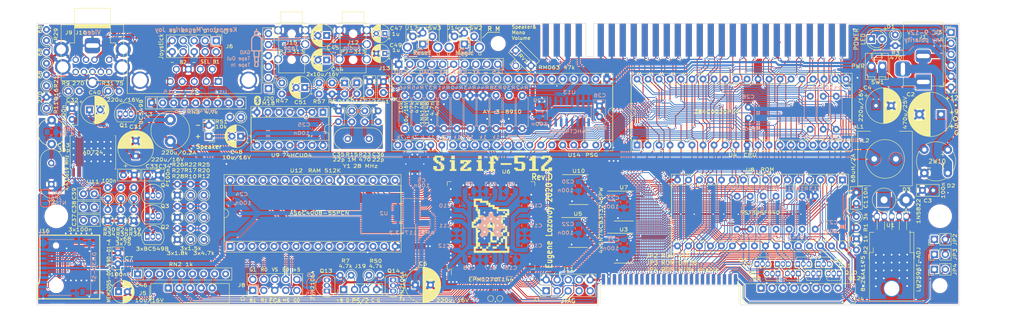
<source format=kicad_pcb>
(kicad_pcb (version 20171130) (host pcbnew "(5.1.4)-1")
  (title_block (title "ZX Sizif-512") (date 2020-09-16) (rev D))
  (layers (0 F.Cu signal) (31 B.Cu signal) (34 B.Paste user hide) (35 F.Paste user hide) (36 B.SilkS user) (37 F.SilkS user) (38 B.Mask user hide) (39 F.Mask user hide) (44 Edge.Cuts user))
  (net 0 "")
  (net 1 GND)
  (net 2 +5V)
  (net 3 +3V3)
  (net 4 +12V)
  (net 5 ~RST)
  (net 6 /VID_COMP)
  (net 7 /Csync)
  (net 8 /KD0)
  (net 9 /KD1)
  (net 10 /KD2)
  (net 11 /KD3)
  (net 12 /KD4)
  (net 13 /~JOY_B2)
  (net 14 /~JOY_B1)
  (net 15 /~JOY_RIGHT)
  (net 16 /~JOY_LEFT)
  (net 17 /~JOY_DOWN)
  (net 18 /~JOY_UP)
  (net 19 /VID_B)
  (net 20 /VID_R)
  (net 21 /SND_L)
  (net 22 /VID_SYNC)
  (net 23 /VID_G)
  (net 24 /A15)
  (net 25 /A13)
  (net 26 /D7)
  (net 27 /D0)
  (net 28 /D1)
  (net 29 /D2)
  (net 30 /D6)
  (net 31 /D5)
  (net 32 /D3)
  (net 33 /D4)
  (net 34 /~INT)
  (net 35 /~HALT)
  (net 36 /~MREQ)
  (net 37 /~IORQ)
  (net 38 /~RD)
  (net 39 /A14)
  (net 40 /A12)
  (net 41 /~CLKCPU)
  (net 42 /A0)
  (net 43 /A1)
  (net 44 /A2)
  (net 45 /A3)
  (net 46 /~WR)
  (net 47 /~WAIT)
  (net 48 /~M1)
  (net 49 /~RFSH)
  (net 50 /A8)
  (net 51 /A10)
  (net 52 /~BUSRQ)
  (net 53 /~RSTCPU)
  (net 54 /A7)
  (net 55 /A6)
  (net 56 /A5)
  (net 57 /A4)
  (net 58 /~BUSACK)
  (net 59 /A9)
  (net 60 /A11)
  (net 61 /TAPE_IN0)
  (net 62 /CLKCPU)
  (net 63 /~NMI)
  (net 64 ~MAGIC)
  (net 65 /SND_MONO)
  (net 66 /SND_R)
  (net 67 /AY_ABC)
  (net 68 /SD_CD)
  (net 69 /SD_MISO)
  (net 70 "Net-(Q4-Pad3)")
  (net 71 "Net-(JP3-Pad1)")
  (net 72 +5VA)
  (net 73 "Net-(Q4-Pad2)")
  (net 74 "Net-(Q2-Pad3)")
  (net 75 "Net-(Q3-Pad3)")
  (net 76 "Net-(Q3-Pad2)")
  (net 77 "Net-(C43-Pad1)")
  (net 78 /Red1)
  (net 79 /Green1)
  (net 80 /Blue1)
  (net 81 /Red0)
  (net 82 /Green0)
  (net 83 /Blue0)
  (net 84 "Net-(C37-Pad1)")
  (net 85 "Net-(C38-Pad1)")
  (net 86 "Net-(C39-Pad1)")
  (net 87 "Net-(Q1-Pad3)")
  (net 88 "Net-(Q2-Pad2)")
  (net 89 "Net-(C2-Pad1)")
  (net 90 "Net-(C35-Pad2)")
  (net 91 "Net-(C36-Pad2)")
  (net 92 "Net-(J8-Pad10)")
  (net 93 "Net-(JP6-Pad2)")
  (net 94 /~IORQGE)
  (net 95 "Net-(D1-Pad1)")
  (net 96 "Net-(D2-Pad2)")
  (net 97 "Net-(J1-Pad1)")
  (net 98 /~ROMCSB)
  (net 99 /Vsync)
  (net 100 /Hsync)
  (net 101 /SD_SCK)
  (net 102 /SD_MOSI)
  (net 103 /SD_CS)
  (net 104 /SND_DAC_L)
  (net 105 /SND_DAC_R)
  (net 106 /VA17)
  (net 107 /VD3)
  (net 108 /VA16)
  (net 109 /VD4)
  (net 110 /VA14)
  (net 111 /VD5)
  (net 112 /VA12)
  (net 113 /VD6)
  (net 114 /VA7)
  (net 115 /VD7)
  (net 116 /VA6)
  (net 117 /VA5)
  (net 118 /VA10)
  (net 119 /VA4)
  (net 120 /~VRD)
  (net 121 /VA3)
  (net 122 /VA11)
  (net 123 /VA2)
  (net 124 /VA9)
  (net 125 /VA1)
  (net 126 /VA8)
  (net 127 /VA0)
  (net 128 /VA13)
  (net 129 /VD0)
  (net 130 /~VWR)
  (net 131 /VD1)
  (net 132 /VA18)
  (net 133 /VD2)
  (net 134 /VA15)
  (net 135 /AY_MONO)
  (net 136 /AY_CLK)
  (net 137 /AY_BDIR)
  (net 138 /AY_BC1)
  (net 139 /TCK)
  (net 140 /TDO)
  (net 141 /TMS)
  (net 142 /TDI)
  (net 143 /~ROMCS)
  (net 144 "Net-(U13-Pad4)")
  (net 145 /CLK28)
  (net 146 /RA16)
  (net 147 /RA15)
  (net 148 /RA14)
  (net 149 "Net-(D3-Pad1)")
  (net 150 "Net-(J13-Pad6)")
  (net 151 "Net-(J13-Pad8)")
  (net 152 "Net-(TP1-Pad1)")
  (net 153 "Net-(TP4-Pad1)")
  (net 154 "Net-(TP7-Pad1)")
  (net 155 "Net-(C1-Pad2)")
  (net 156 "Net-(C37-Pad2)")
  (net 157 "Net-(C38-Pad2)")
  (net 158 "Net-(C39-Pad2)")
  (net 159 "Net-(C40-Pad1)")
  (net 160 "Net-(C40-Pad2)")
  (net 161 "Net-(C47-Pad1)")
  (net 162 "Net-(C47-Pad2)")
  (net 163 "Net-(C48-Pad1)")
  (net 164 "Net-(J13-Pad2)")
  (net 165 "Net-(J13-Pad4)")
  (net 166 "Net-(J13-Pad5)")
  (net 167 "Net-(J13-Pad9)")
  (net 168 "Net-(JP2-Pad1)")
  (net 169 "Net-(JP4-Pad2)")
  (net 170 "Net-(R15-Pad1)")
  (net 171 "Net-(R39-Pad2)")
  (net 172 "Net-(R40-Pad2)")
  (net 173 "Net-(R41-Pad2)")
  (net 174 "Net-(U13-Pad15)")
  (net 175 /xA10)
  (net 176 /xD7)
  (net 177 /xD6)
  (net 178 /xD5)
  (net 179 /xD4)
  (net 180 /xA15)
  (net 181 /xD3)
  (net 182 /xA14)
  (net 183 /~xMREQ)
  (net 184 /~xRFSH)
  (net 185 /~xWR)
  (net 186 /~xRD)
  (net 187 /~xM1)
  (net 188 /xA8)
  (net 189 /xA9)
  (net 190 /xA11)
  (net 191 /xA12)
  (net 192 /xA7)
  (net 193 /xA6)
  (net 194 /~xIORQGE)
  (net 195 /xA4)
  (net 196 /xA3)
  (net 197 /xCLKCPU)
  (net 198 /xA2)
  (net 199 /xA1)
  (net 200 /xA0)
  (net 201 /xA5)
  (net 202 /xD0)
  (net 203 /xD1)
  (net 204 /xD2)
  (net 205 /xA13)
  (net 206 +9V)
  (net 207 /~MTR)
  (net 208 /~DWR)
  (net 209 /~DRD)
  (net 210 /MIX_L)
  (net 211 /MIX_R)
  (net 212 "Net-(D2-Pad4)")
  (net 213 "Net-(C51-Pad2)")
  (net 214 "Net-(C51-Pad1)")
  (net 215 "Net-(D11-Pad1)")
  (net 216 "Net-(J13-Pad7)")
  (net 217 "Net-(J13-Pad3)")
  (net 218 /TAPE_IN)
  (net 219 /JOY_SEL)
  (net 220 "Net-(R45-Pad2)")
  (net 221 "Net-(R51-Pad1)")
  (net 222 /BUS0)
  (net 223 /~INTB)
  (net 224 "Net-(J4-Pad6)")
  (net 225 "Net-(J4-Pad7)")
  (net 226 "Net-(J4-Pad8)")
  (net 227 "Net-(J4-Pad5)")
  (net 228 "Net-(J4-Pad4)")
  (net 229 "Net-(J4-Pad3)")
  (net 230 "Net-(J4-Pad2)")
  (net 231 "Net-(J4-Pad1)")
  (net 232 /SD_DAT2)
  (net 233 /SD_DAT1)
  (net 234 /~xCLKCPU)
  (net 235 "Net-(J19-Pad2)")
  (net 236 "Net-(J19-Pad3)")
  (net 237 /PS2_CLK)
  (net 238 /PS2_DAT)
  (net 239 /BUS1)
  (net 240 /RA17)
  (module my:jack35 (layer B.Cu) (at 95.05 70.4)
    (fp_text reference LOGO3 hide)
    (fp_text value graphic hide)
  )
  (module Resistor_THT:R_Axial_DIN0207_L6.3mm_D2.5mm_P7.62mm_Horizontal (layer B.Cu) (at 215 104.65 270)
    (fp_text reference R8 (at -1.75 0) (layer B.SilkS) (effects (font (size 0.8 1)) (justify mirror)))
    (fp_text value 470)
    (fp_text user %V (at 9.55 -0.1 180) (layer B.SilkS) (effects (font (size 0.8 1)) (justify mirror)))
    (pad 1 thru_hole circle (at 0 0 270) (size 1.6 1.6) (drill 0.8) (layers *.Cu *.Mask) (net 143 /~ROMCS))
    (pad 2 thru_hole oval (at 7.62 0 270) (size 1.6 1.6) (drill 0.8) (layers *.Cu *.Mask) (net 98 /~ROMCSB))
  )
  (module TestPoint:TestPoint_Pad_D1.0mm (layer F.Cu) (at 148 98.2)
    (fp_text reference TP7 hide)
    (fp_text value TestPoint)
    (pad 1 smd circle (at 0 0) (size 1 1) (layers F.Cu F.Mask) (net 154 "Net-(TP7-Pad1)"))
  )
  (module Resistor_THT:R_Axial_DIN0207_L6.3mm_D2.5mm_P2.54mm_Vertical (layer F.Cu) (at 121 122.9)
    (fp_text reference R50 (at 1.57 -3.3) (layer F.SilkS) (effects (font (size 0.8 1))))
    (fp_text value 4.7k)
    (fp_text user %V (at 1.57 -2.1) (layer F.SilkS) (effects (font (size 0.8 1))))
    (pad 2 thru_hole oval (at 2.54 0) (size 1.6 1.6) (drill 0.8) (layers *.Cu *.Mask) (net 2 +5V))
    (pad 1 thru_hole circle (at 0 0) (size 1.6 1.6) (drill 0.8) (layers *.Cu *.Mask) (net 236 "Net-(J19-Pad3)"))
  )
  (module Resistor_THT:R_Axial_DIN0207_L6.3mm_D2.5mm_P2.54mm_Vertical (layer F.Cu) (at 116.9 122.9 180)
    (fp_text reference R7 (at 1.3 3.3) (layer F.SilkS) (effects (font (size 0.8 1))))
    (fp_text value 4.7k)
    (fp_text user %V (at 1.3 2.1 180) (layer F.SilkS) (effects (font (size 0.8 1))))
    (pad 2 thru_hole oval (at 2.54 0 180) (size 1.6 1.6) (drill 0.8) (layers *.Cu *.Mask) (net 2 +5V))
    (pad 1 thru_hole circle (at 0 0 180) (size 1.6 1.6) (drill 0.8) (layers *.Cu *.Mask) (net 235 "Net-(J19-Pad2)"))
  )
  (module Package_TO_SOT_THT:TO-92_Inline (layer F.Cu) (at 126.6 124 270)
    (fp_text reference Q14 (at -2.1 -0.1 180) (layer F.SilkS) (effects (font (size 0.8 1))))
    (fp_text value ZVN2106A)
    (fp_text user %V (at 1.4 -2.1 270) (layer F.SilkS) (effects (font (size 0.8 0.9))))
    (pad 1 thru_hole rect (at 0 0 270) (size 1.05 1.5) (drill 0.75) (layers *.Cu *.Mask) (net 237 /PS2_CLK))
    (pad 3 thru_hole oval (at 2.54 0 270) (size 1.05 1.5) (drill 0.75) (layers *.Cu *.Mask) (net 236 "Net-(J19-Pad3)"))
    (pad 2 thru_hole oval (at 1.27 0 270) (size 1.05 1.5) (drill 0.75) (layers *.Cu *.Mask) (net 3 +3V3))
  )
  (module Package_TO_SOT_THT:TO-92_Inline (layer F.Cu) (at 111.3 126.54 90)
    (fp_text reference Q13 (at 4.64 -0.2 180) (layer F.SilkS) (effects (font (size 0.8 1))))
    (fp_text value ZVN2106A)
    (fp_text user %V (at 1.24 -3.3 90) (layer F.SilkS) (effects (font (size 0.8 0.9))))
    (pad 1 thru_hole rect (at 0 0 90) (size 1.05 1.5) (drill 0.75) (layers *.Cu *.Mask) (net 238 /PS2_DAT))
    (pad 3 thru_hole oval (at 2.54 0 90) (size 1.05 1.5) (drill 0.75) (layers *.Cu *.Mask) (net 235 "Net-(J19-Pad2)"))
    (pad 2 thru_hole oval (at 1.27 0 90) (size 1.05 1.5) (drill 0.75) (layers *.Cu *.Mask) (net 3 +3V3))
  )
  (module Package_TO_SOT_THT:TO-92S (layer F.Cu) (at 224.88571 122.5 180)
    (fp_text reference Q10 (at -7.41429 0.2) (layer F.SilkS) (effects (font (size 0.8 1))))
    (fp_text value 2SA1175)
    (pad 1 thru_hole rect (at 0 0) (size 1.05 1.3) (drill 0.75) (layers *.Cu *.Mask) (net 224 "Net-(J4-Pad6)"))
    (pad 3 thru_hole oval (at 2.54 0) (size 1.05 1.3) (drill 0.75) (layers *.Cu *.Mask) (net 50 /A8))
    (pad 2 thru_hole oval (at 1.27 0) (size 1.05 1.3) (drill 0.75) (layers *.Cu *.Mask) (net 1 GND))
  )
  (module Package_TO_SOT_THT:TO-92S (layer F.Cu) (at 220.171426 122.5 180)
    (fp_text reference Q8 (at 9.671426 -1.1) (layer F.SilkS) (effects (font (size 0.8 1))))
    (fp_text value 2SA1175)
    (pad 1 thru_hole rect (at 0 0) (size 1.05 1.3) (drill 0.75) (layers *.Cu *.Mask) (net 228 "Net-(J4-Pad4)"))
    (pad 3 thru_hole oval (at 2.54 0) (size 1.05 1.3) (drill 0.75) (layers *.Cu *.Mask) (net 40 /A12))
    (pad 2 thru_hole oval (at 1.27 0) (size 1.05 1.3) (drill 0.75) (layers *.Cu *.Mask) (net 1 GND))
  )
  (module Package_TO_SOT_THT:TO-92S (layer F.Cu) (at 229.599994 122.5 180)
    (fp_text reference Q12 (at -3.500006 -1.1) (layer F.SilkS) (effects (font (size 0.8 1))))
    (fp_text value 2SA1175)
    (pad 1 thru_hole rect (at 0 0) (size 1.05 1.3) (drill 0.75) (layers *.Cu *.Mask) (net 226 "Net-(J4-Pad8)"))
    (pad 3 thru_hole oval (at 2.54 0) (size 1.05 1.3) (drill 0.75) (layers *.Cu *.Mask) (net 24 /A15))
    (pad 2 thru_hole oval (at 1.27 0) (size 1.05 1.3) (drill 0.75) (layers *.Cu *.Mask) (net 1 GND))
  )
  (module Package_TO_SOT_THT:TO-92S (layer F.Cu) (at 224.742852 120.3)
    (fp_text reference Q11 (at 6.157148 0.4) (layer F.SilkS) (effects (font (size 0.8 1))))
    (fp_text value 2SA1175)
    (pad 1 thru_hole rect (at 0 0 180) (size 1.05 1.3) (drill 0.75) (layers *.Cu *.Mask) (net 225 "Net-(J4-Pad7)"))
    (pad 3 thru_hole oval (at 2.54 0 180) (size 1.05 1.3) (drill 0.75) (layers *.Cu *.Mask) (net 39 /A14))
    (pad 2 thru_hole oval (at 1.27 0 180) (size 1.05 1.3) (drill 0.75) (layers *.Cu *.Mask) (net 1 GND))
  )
  (module Package_TO_SOT_THT:TO-92S (layer F.Cu) (at 220.028568 120.3)
    (fp_text reference Q9 (at 9.371432 -0.8) (layer F.SilkS) (effects (font (size 0.8 1))))
    (fp_text value 2SA1175)
    (fp_text user 8x%V (at 15.071432 2.2 270) (layer F.SilkS) (effects (font (size 0.8 1))))
    (pad 1 thru_hole rect (at 0 0 180) (size 1.05 1.3) (drill 0.75) (layers *.Cu *.Mask) (net 227 "Net-(J4-Pad5)"))
    (pad 3 thru_hole oval (at 2.54 0 180) (size 1.05 1.3) (drill 0.75) (layers *.Cu *.Mask) (net 25 /A13))
    (pad 2 thru_hole oval (at 1.27 0 180) (size 1.05 1.3) (drill 0.75) (layers *.Cu *.Mask) (net 1 GND))
  )
  (module Package_TO_SOT_THT:TO-92S (layer F.Cu) (at 215.314284 120.3)
    (fp_text reference Q7 (at -6.914284 0.3) (layer F.SilkS) (effects (font (size 0.8 1))))
    (fp_text value 2SA1175)
    (pad 1 thru_hole rect (at 0 0 180) (size 1.05 1.3) (drill 0.75) (layers *.Cu *.Mask) (net 229 "Net-(J4-Pad3)"))
    (pad 3 thru_hole oval (at 2.54 0 180) (size 1.05 1.3) (drill 0.75) (layers *.Cu *.Mask) (net 59 /A9))
    (pad 2 thru_hole oval (at 1.27 0 180) (size 1.05 1.3) (drill 0.75) (layers *.Cu *.Mask) (net 1 GND))
  )
  (module Package_TO_SOT_THT:TO-92S (layer F.Cu) (at 215.457142 122.528572 180)
    (fp_text reference Q6 (at 5.957142 0.128572) (layer F.SilkS) (effects (font (size 0.8 1))))
    (fp_text value 2SA1175)
    (pad 1 thru_hole rect (at 0 0) (size 1.05 1.3) (drill 0.75) (layers *.Cu *.Mask) (net 230 "Net-(J4-Pad2)"))
    (pad 3 thru_hole oval (at 2.54 0) (size 1.05 1.3) (drill 0.75) (layers *.Cu *.Mask) (net 51 /A10))
    (pad 2 thru_hole oval (at 1.27 0) (size 1.05 1.3) (drill 0.75) (layers *.Cu *.Mask) (net 1 GND))
  )
  (module Package_TO_SOT_THT:TO-92S (layer F.Cu) (at 210.6 120.3)
    (fp_text reference Q5 (at -3.2 -0.9) (layer F.SilkS) (effects (font (size 0.8 1))))
    (fp_text value 2SA1175)
    (pad 2 thru_hole oval (at 1.27 0 180) (size 1.05 1.3) (drill 0.75) (layers *.Cu *.Mask) (net 1 GND))
    (pad 3 thru_hole oval (at 2.54 0 180) (size 1.05 1.3) (drill 0.75) (layers *.Cu *.Mask) (net 60 /A11))
    (pad 1 thru_hole rect (at 0 0 180) (size 1.05 1.3) (drill 0.75) (layers *.Cu *.Mask) (net 231 "Net-(J4-Pad1)"))
  )
  (module Capacitor_SMD:C_0805_2012Metric_Pad1.15x1.40mm_HandSolder (layer B.Cu) (at 230.3 111.7 270)
    (fp_text reference C27 (at -1 2.5 180) (layer B.SilkS) (effects (font (size 0.8 1)) (justify mirror)))
    (fp_text value 100n)
    (fp_text user %V (at 1 2.9) (layer B.SilkS) (effects (font (size 0.8 1)) (justify mirror)))
    (pad 2 smd roundrect (at 1.025 0 270) (size 1.15 1.4) (layers B.Cu B.Paste B.Mask) (roundrect_rratio 0.217391) (net 2 +5V))
    (pad 1 smd roundrect (at -1.025 0 270) (size 1.15 1.4) (layers B.Cu B.Paste B.Mask) (roundrect_rratio 0.217391) (net 1 GND))
  )
  (module Resistor_THT:R_Axial_DIN0207_L6.3mm_D2.5mm_P7.62mm_Horizontal (layer B.Cu) (at 212.025 104.65 270)
    (fp_text reference R4 (at -1.75 0.025) (layer B.SilkS) (effects (font (size 0.8 1)) (justify mirror)))
    (fp_text value 470)
    (fp_text user %V (at 9.55 0) (layer B.SilkS) (effects (font (size 0.8 1)) (justify mirror)))
    (pad 2 thru_hole oval (at 7.62 0 270) (size 1.6 1.6) (drill 0.8) (layers *.Cu *.Mask) (net 37 /~IORQ))
    (pad 1 thru_hole circle (at 0 0 270) (size 1.6 1.6) (drill 0.8) (layers *.Cu *.Mask) (net 94 /~IORQGE))
  )
  (module Package_DIP:DIP-40_W15.24mm_Socket (layer F.Cu) (at 182.9142 92.848 90)
    (fp_text reference U4 (at -2.302 22.0858) (layer F.SilkS) (effects (font (size 0.8 1))))
    (fp_text value "Z84C0020PEC ")
    (fp_text user %V (at 7.6865 18.7858 180) (layer F.SilkS) (effects (font (size 0.8 1))))
    (fp_text user CPU (at -2.302 26.0858 180) (layer F.SilkS) (effects (font (size 0.8 1))))
    (pad 40 thru_hole oval (at 15.24 0 90) (size 1.6 1.6) (drill 0.8) (layers *.Cu *.Mask) (net 51 /A10))
    (pad 20 thru_hole oval (at 0 48.26 90) (size 1.6 1.6) (drill 0.8) (layers *.Cu *.Mask) (net 37 /~IORQ))
    (pad 39 thru_hole oval (at 15.24 2.54 90) (size 1.6 1.6) (drill 0.8) (layers *.Cu *.Mask) (net 59 /A9))
    (pad 19 thru_hole oval (at 0 45.72 90) (size 1.6 1.6) (drill 0.8) (layers *.Cu *.Mask) (net 36 /~MREQ))
    (pad 38 thru_hole oval (at 15.24 5.08 90) (size 1.6 1.6) (drill 0.8) (layers *.Cu *.Mask) (net 50 /A8))
    (pad 18 thru_hole oval (at 0 43.18 90) (size 1.6 1.6) (drill 0.8) (layers *.Cu *.Mask) (net 35 /~HALT))
    (pad 37 thru_hole oval (at 15.24 7.62 90) (size 1.6 1.6) (drill 0.8) (layers *.Cu *.Mask) (net 54 /A7))
    (pad 17 thru_hole oval (at 0 40.64 90) (size 1.6 1.6) (drill 0.8) (layers *.Cu *.Mask) (net 63 /~NMI))
    (pad 36 thru_hole oval (at 15.24 10.16 90) (size 1.6 1.6) (drill 0.8) (layers *.Cu *.Mask) (net 55 /A6))
    (pad 16 thru_hole oval (at 0 38.1 90) (size 1.6 1.6) (drill 0.8) (layers *.Cu *.Mask) (net 223 /~INTB))
    (pad 35 thru_hole oval (at 15.24 12.7 90) (size 1.6 1.6) (drill 0.8) (layers *.Cu *.Mask) (net 56 /A5))
    (pad 15 thru_hole oval (at 0 35.56 90) (size 1.6 1.6) (drill 0.8) (layers *.Cu *.Mask) (net 28 /D1))
    (pad 34 thru_hole oval (at 15.24 15.24 90) (size 1.6 1.6) (drill 0.8) (layers *.Cu *.Mask) (net 57 /A4))
    (pad 14 thru_hole oval (at 0 33.02 90) (size 1.6 1.6) (drill 0.8) (layers *.Cu *.Mask) (net 27 /D0))
    (pad 33 thru_hole oval (at 15.24 17.78 90) (size 1.6 1.6) (drill 0.8) (layers *.Cu *.Mask) (net 45 /A3))
    (pad 13 thru_hole oval (at 0 30.48 90) (size 1.6 1.6) (drill 0.8) (layers *.Cu *.Mask) (net 26 /D7))
    (pad 32 thru_hole oval (at 15.24 20.32 90) (size 1.6 1.6) (drill 0.8) (layers *.Cu *.Mask) (net 44 /A2))
    (pad 12 thru_hole oval (at 0 27.94 90) (size 1.6 1.6) (drill 0.8) (layers *.Cu *.Mask) (net 29 /D2))
    (pad 31 thru_hole oval (at 15.24 22.86 90) (size 1.6 1.6) (drill 0.8) (layers *.Cu *.Mask) (net 43 /A1))
    (pad 11 thru_hole oval (at 0 25.4 90) (size 1.6 1.6) (drill 0.8) (layers *.Cu *.Mask) (net 2 +5V))
    (pad 30 thru_hole oval (at 15.24 25.4 90) (size 1.6 1.6) (drill 0.8) (layers *.Cu *.Mask) (net 42 /A0))
    (pad 10 thru_hole oval (at 0 22.86 90) (size 1.6 1.6) (drill 0.8) (layers *.Cu *.Mask) (net 30 /D6))
    (pad 29 thru_hole oval (at 15.24 27.94 90) (size 1.6 1.6) (drill 0.8) (layers *.Cu *.Mask) (net 1 GND))
    (pad 9 thru_hole oval (at 0 20.32 90) (size 1.6 1.6) (drill 0.8) (layers *.Cu *.Mask) (net 31 /D5))
    (pad 28 thru_hole oval (at 15.24 30.48 90) (size 1.6 1.6) (drill 0.8) (layers *.Cu *.Mask) (net 49 /~RFSH))
    (pad 8 thru_hole oval (at 0 17.78 90) (size 1.6 1.6) (drill 0.8) (layers *.Cu *.Mask) (net 32 /D3))
    (pad 27 thru_hole oval (at 15.24 33.02 90) (size 1.6 1.6) (drill 0.8) (layers *.Cu *.Mask) (net 48 /~M1))
    (pad 7 thru_hole oval (at 0 15.24 90) (size 1.6 1.6) (drill 0.8) (layers *.Cu *.Mask) (net 33 /D4))
    (pad 26 thru_hole oval (at 15.24 35.56 90) (size 1.6 1.6) (drill 0.8) (layers *.Cu *.Mask) (net 53 /~RSTCPU))
    (pad 6 thru_hole oval (at 0 12.7 90) (size 1.6 1.6) (drill 0.8) (layers *.Cu *.Mask) (net 62 /CLKCPU))
    (pad 25 thru_hole oval (at 15.24 38.1 90) (size 1.6 1.6) (drill 0.8) (layers *.Cu *.Mask) (net 52 /~BUSRQ))
    (pad 5 thru_hole oval (at 0 10.16 90) (size 1.6 1.6) (drill 0.8) (layers *.Cu *.Mask) (net 24 /A15))
    (pad 24 thru_hole oval (at 15.24 40.64 90) (size 1.6 1.6) (drill 0.8) (layers *.Cu *.Mask) (net 47 /~WAIT))
    (pad 4 thru_hole oval (at 0 7.62 90) (size 1.6 1.6) (drill 0.8) (layers *.Cu *.Mask) (net 39 /A14))
    (pad 23 thru_hole oval (at 15.24 43.18 90) (size 1.6 1.6) (drill 0.8) (layers *.Cu *.Mask) (net 58 /~BUSACK))
    (pad 3 thru_hole oval (at 0 5.08 90) (size 1.6 1.6) (drill 0.8) (layers *.Cu *.Mask) (net 25 /A13))
    (pad 22 thru_hole oval (at 15.24 45.72 90) (size 1.6 1.6) (drill 0.8) (layers *.Cu *.Mask) (net 46 /~WR))
    (pad 2 thru_hole oval (at 0 2.54 90) (size 1.6 1.6) (drill 0.8) (layers *.Cu *.Mask) (net 40 /A12))
    (pad 21 thru_hole oval (at 15.24 48.26 90) (size 1.6 1.6) (drill 0.8) (layers *.Cu *.Mask) (net 38 /~RD))
    (pad 1 thru_hole rect (at 0 0 90) (size 1.6 1.6) (drill 0.8) (layers *.Cu *.Mask) (net 60 /A11))
  )
  (module Capacitor_THT:CP_Radial_D8.0mm_P3.50mm (layer F.Cu) (at 131.725 125.15)
    (fp_text reference C6 (at 1.775 -4.925) (layer F.SilkS) (effects (font (size 0.8 1))))
    (fp_text value 220u/16V)
    (fp_text user %V (at 8.575 3.55) (layer F.SilkS) (effects (font (size 0.8 1))))
    (pad 2 thru_hole circle (at 3.5 0) (size 1.6 1.6) (drill 0.8) (layers *.Cu *.Mask) (net 1 GND))
    (pad 1 thru_hole rect (at 0 0) (size 1.6 1.6) (drill 0.8) (layers *.Cu *.Mask) (net 3 +3V3))
  )
  (module Capacitor_SMD:C_0805_2012Metric_Pad1.15x1.40mm_HandSolder (layer B.Cu) (at 160.35 85.3 270)
    (fp_text reference C29 (at -2.7 -0.05 180) (layer B.SilkS) (effects (font (size 0.8 1)) (justify mirror)))
    (fp_text value 100n)
    (fp_text user %V (at 2.7 0) (layer B.SilkS) (effects (font (size 0.8 1)) (justify mirror)))
    (pad 2 smd roundrect (at 1.025 0 270) (size 1.15 1.4) (layers B.Cu B.Paste B.Mask) (roundrect_rratio 0.217391) (net 2 +5V))
    (pad 1 smd roundrect (at -1.025 0 270) (size 1.15 1.4) (layers B.Cu B.Paste B.Mask) (roundrect_rratio 0.217391) (net 1 GND))
  )
  (module Capacitor_SMD:C_0805_2012Metric_Pad1.15x1.40mm_HandSolder (layer B.Cu) (at 108.7 89.1 270)
    (fp_text reference C25 (at -0.95 2.7 180) (layer B.SilkS) (effects (font (size 0.8 1)) (justify mirror)))
    (fp_text value 100n)
    (fp_text user %V (at 1 3.25 180) (layer B.SilkS) (effects (font (size 0.8 1)) (justify mirror)))
    (pad 1 smd roundrect (at -1.025 0 270) (size 1.15 1.4) (layers B.Cu B.Paste B.Mask) (roundrect_rratio 0.217391) (net 1 GND))
    (pad 2 smd roundrect (at 1.025 0 270) (size 1.15 1.4) (layers B.Cu B.Paste B.Mask) (roundrect_rratio 0.217391) (net 3 +3V3))
  )
  (module Capacitor_SMD:C_0805_2012Metric_Pad1.15x1.40mm_HandSolder (layer B.Cu) (at 88.95 105.2 90)
    (fp_text reference C24 (at 1 2.65 180) (layer B.SilkS) (effects (font (size 0.8 1)) (justify mirror)))
    (fp_text value 100n)
    (fp_text user %V (at -1 3.05 180) (layer B.SilkS) (effects (font (size 0.8 1)) (justify mirror)))
    (pad 2 smd roundrect (at 1.025 0 90) (size 1.15 1.4) (layers B.Cu B.Paste B.Mask) (roundrect_rratio 0.217391) (net 3 +3V3))
    (pad 1 smd roundrect (at -1.025 0 90) (size 1.15 1.4) (layers B.Cu B.Paste B.Mask) (roundrect_rratio 0.217391) (net 1 GND))
  )
  (module Capacitor_SMD:C_0805_2012Metric_Pad1.15x1.40mm_HandSolder (layer B.Cu) (at 179.85 106.075 270)
    (fp_text reference C23 (at -1 2.45 180) (layer B.SilkS) (effects (font (size 0.8 1)) (justify mirror)))
    (fp_text value 100n)
    (fp_text user %V (at 1 3) (layer B.SilkS) (effects (font (size 0.8 1)) (justify mirror)))
    (pad 2 smd roundrect (at 1.025 0 270) (size 1.15 1.4) (layers B.Cu B.Paste B.Mask) (roundrect_rratio 0.217391) (net 1 GND))
    (pad 1 smd roundrect (at -1.025 0 270) (size 1.15 1.4) (layers B.Cu B.Paste B.Mask) (roundrect_rratio 0.217391) (net 3 +3V3))
  )
  (module Capacitor_SMD:C_0805_2012Metric_Pad1.15x1.40mm_HandSolder (layer B.Cu) (at 169.4 112.1 270)
    (fp_text reference C22 (at -1 2.45 180) (layer B.SilkS) (effects (font (size 0.8 1)) (justify mirror)))
    (fp_text value 100n)
    (fp_text user %V (at 1 3) (layer B.SilkS) (effects (font (size 0.8 1)) (justify mirror)))
    (pad 2 smd roundrect (at 1.025 0 270) (size 1.15 1.4) (layers B.Cu B.Paste B.Mask) (roundrect_rratio 0.217391) (net 1 GND))
    (pad 1 smd roundrect (at -1.025 0 270) (size 1.15 1.4) (layers B.Cu B.Paste B.Mask) (roundrect_rratio 0.217391) (net 3 +3V3))
  )
  (module Capacitor_SMD:C_0805_2012Metric_Pad1.15x1.40mm_HandSolder (layer B.Cu) (at 179.875 115.7 270)
    (fp_text reference C21 (at -1 2.45 180) (layer B.SilkS) (effects (font (size 0.8 1)) (justify mirror)))
    (fp_text value 100n)
    (fp_text user %V (at 1 3) (layer B.SilkS) (effects (font (size 0.8 1)) (justify mirror)))
    (pad 2 smd roundrect (at 1.025 0 270) (size 1.15 1.4) (layers B.Cu B.Paste B.Mask) (roundrect_rratio 0.217391) (net 1 GND))
    (pad 1 smd roundrect (at -1.025 0 270) (size 1.15 1.4) (layers B.Cu B.Paste B.Mask) (roundrect_rratio 0.217391) (net 3 +3V3))
  )
  (module Capacitor_SMD:C_0805_2012Metric_Pad1.15x1.40mm_HandSolder (layer B.Cu) (at 169.4 102.3 270)
    (fp_text reference C20 (at -1 2.45 180) (layer B.SilkS) (effects (font (size 0.8 1)) (justify mirror)))
    (fp_text value 100n)
    (fp_text user %V (at 1 3) (layer B.SilkS) (effects (font (size 0.8 1)) (justify mirror)))
    (pad 2 smd roundrect (at 1.025 0 270) (size 1.15 1.4) (layers B.Cu B.Paste B.Mask) (roundrect_rratio 0.217391) (net 1 GND))
    (pad 1 smd roundrect (at -1.025 0 270) (size 1.15 1.4) (layers B.Cu B.Paste B.Mask) (roundrect_rratio 0.217391) (net 3 +3V3))
  )
  (module Capacitor_SMD:C_0805_2012Metric_Pad1.15x1.40mm_HandSolder (layer B.Cu) (at 157 111.45 270)
    (fp_text reference C19 (at 0 -2.6 180) (layer B.SilkS) (effects (font (size 0.8 1)) (justify mirror)))
    (fp_text value 100n)
    (pad 2 smd roundrect (at 1.025 0 270) (size 1.15 1.4) (layers B.Cu B.Paste B.Mask) (roundrect_rratio 0.217391) (net 1 GND))
    (pad 1 smd roundrect (at -1.025 0 270) (size 1.15 1.4) (layers B.Cu B.Paste B.Mask) (roundrect_rratio 0.217391) (net 3 +3V3))
  )
  (module Capacitor_SMD:C_0805_2012Metric_Pad1.15x1.40mm_HandSolder (layer B.Cu) (at 144.2 119.35)
    (fp_text reference C18 (at 0 1.85) (layer B.SilkS) (effects (font (size 0.8 1)) (justify mirror)))
    (fp_text value 10n)
    (pad 2 smd roundrect (at 1.025 0) (size 1.15 1.4) (layers B.Cu B.Paste B.Mask) (roundrect_rratio 0.217391) (net 1 GND))
    (pad 1 smd roundrect (at -1.025 0) (size 1.15 1.4) (layers B.Cu B.Paste B.Mask) (roundrect_rratio 0.217391) (net 3 +3V3))
  )
  (module Capacitor_SMD:C_0805_2012Metric_Pad1.15x1.40mm_HandSolder (layer B.Cu) (at 149.1 119.35 180)
    (fp_text reference C17 (at 0 -1.85) (layer B.SilkS) (effects (font (size 0.8 1)) (justify mirror)))
    (fp_text value 100n)
    (pad 2 smd roundrect (at 1.025 0 180) (size 1.15 1.4) (layers B.Cu B.Paste B.Mask) (roundrect_rratio 0.217391) (net 1 GND))
    (pad 1 smd roundrect (at -1.025 0 180) (size 1.15 1.4) (layers B.Cu B.Paste B.Mask) (roundrect_rratio 0.217391) (net 3 +3V3))
  )
  (module Capacitor_SMD:C_0805_2012Metric_Pad1.15x1.40mm_HandSolder (layer B.Cu) (at 153.8 119.35)
    (fp_text reference C16 (at 0 1.85) (layer B.SilkS) (effects (font (size 0.8 1)) (justify mirror)))
    (fp_text value 100n)
    (pad 2 smd roundrect (at 1.025 0) (size 1.15 1.4) (layers B.Cu B.Paste B.Mask) (roundrect_rratio 0.217391) (net 1 GND))
    (pad 1 smd roundrect (at -1.025 0) (size 1.15 1.4) (layers B.Cu B.Paste B.Mask) (roundrect_rratio 0.217391) (net 3 +3V3))
  )
  (module Capacitor_SMD:C_0805_2012Metric_Pad1.15x1.40mm_HandSolder (layer B.Cu) (at 157 116.05 90)
    (fp_text reference C15 (at 0 2.6 180) (layer B.SilkS) (effects (font (size 0.8 1)) (justify mirror)))
    (fp_text value 100n)
    (pad 2 smd roundrect (at 1.025 0 90) (size 1.15 1.4) (layers B.Cu B.Paste B.Mask) (roundrect_rratio 0.217391) (net 1 GND))
    (pad 1 smd roundrect (at -1.025 0 90) (size 1.15 1.4) (layers B.Cu B.Paste B.Mask) (roundrect_rratio 0.217391) (net 3 +3V3))
  )
  (module Capacitor_SMD:C_0805_2012Metric_Pad1.15x1.40mm_HandSolder (layer B.Cu) (at 157 106.85 90)
    (fp_text reference C14 (at 0.05 2.6 180) (layer B.SilkS) (effects (font (size 0.8 1)) (justify mirror)))
    (fp_text value 100n)
    (pad 2 smd roundrect (at 1.025 0 90) (size 1.15 1.4) (layers B.Cu B.Paste B.Mask) (roundrect_rratio 0.217391) (net 1 GND))
    (pad 1 smd roundrect (at -1.025 0 90) (size 1.15 1.4) (layers B.Cu B.Paste B.Mask) (roundrect_rratio 0.217391) (net 3 +3V3))
  )
  (module Capacitor_SMD:C_0805_2012Metric_Pad1.15x1.40mm_HandSolder (layer B.Cu) (at 149.1 103.5 180)
    (fp_text reference C13 (at 0 1.65) (layer B.SilkS) (effects (font (size 0.8 1)) (justify mirror)))
    (fp_text value 100n)
    (pad 2 smd roundrect (at 1.025 0 180) (size 1.15 1.4) (layers B.Cu B.Paste B.Mask) (roundrect_rratio 0.217391) (net 1 GND))
    (pad 1 smd roundrect (at -1.025 0 180) (size 1.15 1.4) (layers B.Cu B.Paste B.Mask) (roundrect_rratio 0.217391) (net 3 +3V3))
  )
  (module Capacitor_SMD:C_0805_2012Metric_Pad1.15x1.40mm_HandSolder (layer B.Cu) (at 141.25 116.1 90)
    (fp_text reference C12 (at 0 -2.85 180) (layer B.SilkS) (effects (font (size 0.8 1)) (justify mirror)))
    (fp_text value 100n)
    (pad 2 smd roundrect (at 1.025 0 90) (size 1.15 1.4) (layers B.Cu B.Paste B.Mask) (roundrect_rratio 0.217391) (net 1 GND))
    (pad 1 smd roundrect (at -1.025 0 90) (size 1.15 1.4) (layers B.Cu B.Paste B.Mask) (roundrect_rratio 0.217391) (net 3 +3V3))
  )
  (module Capacitor_SMD:C_0805_2012Metric_Pad1.15x1.40mm_HandSolder (layer B.Cu) (at 141.25 111.45 270)
    (fp_text reference C11 (at 0 2.65 180) (layer B.SilkS) (effects (font (size 0.8 1)) (justify mirror)))
    (fp_text value 100n)
    (pad 2 smd roundrect (at 1.025 0 270) (size 1.15 1.4) (layers B.Cu B.Paste B.Mask) (roundrect_rratio 0.217391) (net 1 GND))
    (pad 1 smd roundrect (at -1.025 0 270) (size 1.15 1.4) (layers B.Cu B.Paste B.Mask) (roundrect_rratio 0.217391) (net 3 +3V3))
  )
  (module Capacitor_SMD:C_0805_2012Metric_Pad1.15x1.40mm_HandSolder (layer B.Cu) (at 141.25 106.85 90)
    (fp_text reference C10 (at 0 -2.65 180) (layer B.SilkS) (effects (font (size 0.8 1)) (justify mirror)))
    (fp_text value 100n)
    (pad 2 smd roundrect (at 1.025 0 90) (size 1.15 1.4) (layers B.Cu B.Paste B.Mask) (roundrect_rratio 0.217391) (net 1 GND))
    (pad 1 smd roundrect (at -1.025 0 90) (size 1.15 1.4) (layers B.Cu B.Paste B.Mask) (roundrect_rratio 0.217391) (net 3 +3V3))
  )
  (module Capacitor_SMD:C_0805_2012Metric_Pad1.15x1.40mm_HandSolder (layer B.Cu) (at 153.85 103.5 180)
    (fp_text reference C9 (at 0 1.65) (layer B.SilkS) (effects (font (size 0.8 1)) (justify mirror)))
    (fp_text value 100n)
    (pad 2 smd roundrect (at 1.025 0 180) (size 1.15 1.4) (layers B.Cu B.Paste B.Mask) (roundrect_rratio 0.217391) (net 1 GND))
    (pad 1 smd roundrect (at -1.025 0 180) (size 1.15 1.4) (layers B.Cu B.Paste B.Mask) (roundrect_rratio 0.217391) (net 3 +3V3))
  )
  (module Capacitor_SMD:C_0805_2012Metric_Pad1.15x1.40mm_HandSolder (layer B.Cu) (at 144.2 103.5)
    (fp_text reference C8 (at 0 -1.7) (layer B.SilkS) (effects (font (size 0.8 1)) (justify mirror)))
    (fp_text value 100n)
    (pad 2 smd roundrect (at 1.025 0) (size 1.15 1.4) (layers B.Cu B.Paste B.Mask) (roundrect_rratio 0.217391) (net 1 GND))
    (pad 1 smd roundrect (at -1.025 0) (size 1.15 1.4) (layers B.Cu B.Paste B.Mask) (roundrect_rratio 0.217391) (net 3 +3V3))
  )
  (module Capacitor_SMD:C_0805_2012Metric_Pad1.15x1.40mm_HandSolder (layer B.Cu) (at 133.175 103.975 180)
    (fp_text reference C5 (at 0 2.975) (layer B.SilkS) (effects (font (size 0.8 1)) (justify mirror)))
    (fp_text value 100n)
    (fp_text user %V (at 0 1.8 180) (layer B.SilkS) (effects (font (size 0.8 1)) (justify mirror)))
    (pad 2 smd roundrect (at 1.025 0 180) (size 1.15 1.4) (layers B.Cu B.Paste B.Mask) (roundrect_rratio 0.217391) (net 2 +5V))
    (pad 1 smd roundrect (at -1.025 0 180) (size 1.15 1.4) (layers B.Cu B.Paste B.Mask) (roundrect_rratio 0.217391) (net 1 GND))
  )
  (module Package_SO:TSOP-6_1.65x3.05mm_P0.95mm (layer B.Cu) (at 83.45 80.65 180)
    (fp_text reference U16 (at -3.35 0.05) (layer B.SilkS) (effects (font (size 0.8 1)) (justify mirror)))
    (fp_text value IP4220CZ6)
    (pad 6 smd rect (at 1.16 0.95 180) (size 0.7 0.51) (layers B.Cu B.Paste B.Mask) (net 17 /~JOY_DOWN))
    (pad 5 smd rect (at 1.16 0 180) (size 0.7 0.51) (layers B.Cu B.Paste B.Mask) (net 3 +3V3))
    (pad 4 smd rect (at 1.16 -0.95 180) (size 0.7 0.51) (layers B.Cu B.Paste B.Mask) (net 219 /JOY_SEL))
    (pad 3 smd rect (at -1.16 -0.95 180) (size 0.7 0.51) (layers B.Cu B.Paste B.Mask) (net 14 /~JOY_B1))
    (pad 2 smd rect (at -1.16 0 180) (size 0.7 0.51) (layers B.Cu B.Paste B.Mask) (net 1 GND))
    (pad 1 smd rect (at -1.16 0.95 180) (size 0.7 0.51) (layers B.Cu B.Paste B.Mask) (net 18 /~JOY_UP))
  )
  (module Package_SO:TSOP-6_1.65x3.05mm_P0.95mm (layer B.Cu) (at 78.39 80.65 180)
    (fp_text reference U15 (at 3.39 0.05) (layer B.SilkS) (effects (font (size 0.8 1)) (justify mirror)))
    (fp_text value IP4220CZ6)
    (fp_text user 2x%V (at -2.61 -4.35 180) (layer B.SilkS) (effects (font (size 0.8 1)) (justify mirror)))
    (pad 1 smd rect (at -1.16 0.95 180) (size 0.7 0.51) (layers B.Cu B.Paste B.Mask) (net 15 /~JOY_RIGHT))
    (pad 2 smd rect (at -1.16 0 180) (size 0.7 0.51) (layers B.Cu B.Paste B.Mask) (net 1 GND))
    (pad 3 smd rect (at -1.16 -0.95 180) (size 0.7 0.51) (layers B.Cu B.Paste B.Mask) (net 16 /~JOY_LEFT))
    (pad 4 smd rect (at 1.16 -0.95 180) (size 0.7 0.51) (layers B.Cu B.Paste B.Mask))
    (pad 5 smd rect (at 1.16 0 180) (size 0.7 0.51) (layers B.Cu B.Paste B.Mask) (net 3 +3V3))
    (pad 6 smd rect (at 1.16 0.95 180) (size 0.7 0.51) (layers B.Cu B.Paste B.Mask) (net 13 /~JOY_B2))
  )
  (module Resistor_THT:R_Array_SIP9 (layer F.Cu) (at 67.6 122.6)
    (fp_text reference RN2 (at 8.7 -2.2) (layer F.SilkS) (effects (font (size 0.8 1))))
    (fp_text value 1k)
    (fp_text user %V (at 11.9 -2.2 180) (layer F.SilkS) (effects (font (size 0.8 1))))
    (pad 1 thru_hole rect (at 0 0) (size 1.6 1.6) (drill 0.8) (layers *.Cu *.Mask) (net 3 +3V3))
    (pad 2 thru_hole oval (at 2.54 0) (size 1.6 1.6) (drill 0.8) (layers *.Cu *.Mask) (net 233 /SD_DAT1))
    (pad 3 thru_hole oval (at 5.08 0) (size 1.6 1.6) (drill 0.8) (layers *.Cu *.Mask) (net 232 /SD_DAT2))
    (pad 4 thru_hole oval (at 7.62 0) (size 1.6 1.6) (drill 0.8) (layers *.Cu *.Mask) (net 8 /KD0))
    (pad 5 thru_hole oval (at 10.16 0) (size 1.6 1.6) (drill 0.8) (layers *.Cu *.Mask) (net 9 /KD1))
    (pad 6 thru_hole oval (at 12.7 0) (size 1.6 1.6) (drill 0.8) (layers *.Cu *.Mask) (net 10 /KD2))
    (pad 7 thru_hole oval (at 15.24 0) (size 1.6 1.6) (drill 0.8) (layers *.Cu *.Mask) (net 11 /KD3))
    (pad 8 thru_hole oval (at 17.78 0) (size 1.6 1.6) (drill 0.8) (layers *.Cu *.Mask) (net 12 /KD4))
    (pad 9 thru_hole oval (at 20.32 0) (size 1.6 1.6) (drill 0.8) (layers *.Cu *.Mask))
  )
  (module Resistor_THT:R_Array_SIP9 (layer F.Cu) (at 70.85 83.1)
    (fp_text reference RN3 (at 9.65 2.15) (layer F.SilkS) (effects (font (size 0.8 1))))
    (fp_text value 4.7k)
    (fp_text user %V (at 13.75 2.15) (layer F.SilkS) (effects (font (size 0.8 1))))
    (pad 9 thru_hole oval (at 20.32 0) (size 1.6 1.6) (drill 0.8) (layers *.Cu *.Mask) (net 18 /~JOY_UP))
    (pad 8 thru_hole oval (at 17.78 0) (size 1.6 1.6) (drill 0.8) (layers *.Cu *.Mask) (net 14 /~JOY_B1))
    (pad 7 thru_hole oval (at 15.24 0) (size 1.6 1.6) (drill 0.8) (layers *.Cu *.Mask) (net 17 /~JOY_DOWN))
    (pad 6 thru_hole oval (at 12.7 0) (size 1.6 1.6) (drill 0.8) (layers *.Cu *.Mask) (net 219 /JOY_SEL))
    (pad 5 thru_hole oval (at 10.16 0) (size 1.6 1.6) (drill 0.8) (layers *.Cu *.Mask) (net 16 /~JOY_LEFT))
    (pad 4 thru_hole oval (at 7.62 0) (size 1.6 1.6) (drill 0.8) (layers *.Cu *.Mask) (net 15 /~JOY_RIGHT))
    (pad 3 thru_hole oval (at 5.08 0) (size 1.6 1.6) (drill 0.8) (layers *.Cu *.Mask) (net 13 /~JOY_B2))
    (pad 2 thru_hole oval (at 2.54 0) (size 1.6 1.6) (drill 0.8) (layers *.Cu *.Mask))
    (pad 1 thru_hole rect (at 0 0) (size 1.6 1.6) (drill 0.8) (layers *.Cu *.Mask) (net 3 +3V3))
  )
  (module Capacitor_THT:CP_Radial_D4.0mm_P2.00mm (layer F.Cu) (at 124.7 71.7 180)
    (fp_text reference C49 (at -2.5 1.9) (layer F.SilkS) (effects (font (size 0.8 1))))
    (fp_text value 1u)
    (fp_text user %V (at -2.6 0.8 180) (layer F.SilkS) (effects (font (size 0.8 1))))
    (pad 2 thru_hole circle (at 2 0 180) (size 1.2 1.2) (drill 0.6) (layers *.Cu *.Mask) (net 1 GND))
    (pad 1 thru_hole rect (at 0 0 180) (size 1.2 1.2) (drill 0.6) (layers *.Cu *.Mask) (net 5 ~RST))
  )
  (module Capacitor_THT:CP_Radial_D4.0mm_P2.00mm (layer F.Cu) (at 124.7 67.1 180)
    (fp_text reference C47 (at -2.6 1.2) (layer F.SilkS) (effects (font (size 0.8 1))))
    (fp_text value 1u)
    (fp_text user %V (at -2.5 -0.1 180) (layer F.SilkS) (effects (font (size 0.8 1))))
    (pad 2 thru_hole circle (at 2 0 180) (size 1.2 1.2) (drill 0.6) (layers *.Cu *.Mask) (net 162 "Net-(C47-Pad2)"))
    (pad 1 thru_hole rect (at 0 0 180) (size 1.2 1.2) (drill 0.6) (layers *.Cu *.Mask) (net 161 "Net-(C47-Pad1)"))
  )
  (module Resistor_THT:R_Axial_DIN0207_L6.3mm_D2.5mm_P7.62mm_Horizontal (layer B.Cu) (at 222.9 81.575 270)
    (fp_text reference R49 (at -1.775 0) (layer B.SilkS) (effects (font (size 0.8 1)) (justify mirror)))
    (fp_text value 470)
    (fp_text user %V (at 9.525 0) (layer B.SilkS) (effects (font (size 0.8 1)) (justify mirror)))
    (pad 2 thru_hole oval (at 7.62 0 270) (size 1.6 1.6) (drill 0.8) (layers *.Cu *.Mask) (net 34 /~INT))
    (pad 1 thru_hole circle (at 0 0 270) (size 1.6 1.6) (drill 0.8) (layers *.Cu *.Mask) (net 223 /~INTB))
  )
  (module Resistor_THT:R_Axial_DIN0207_L6.3mm_D2.5mm_P7.62mm_Horizontal (layer B.Cu) (at 206.025 104.65 270)
    (fp_text reference R48 (at -1.75 -0.025) (layer B.SilkS) (effects (font (size 0.8 1)) (justify mirror)))
    (fp_text value 470)
    (fp_text user %V (at 9.55 -0.025) (layer B.SilkS) (effects (font (size 0.8 1)) (justify mirror)))
    (pad 1 thru_hole circle (at 0 0 270) (size 1.6 1.6) (drill 0.8) (layers *.Cu *.Mask) (net 41 /~CLKCPU))
    (pad 2 thru_hole oval (at 7.62 0 270) (size 1.6 1.6) (drill 0.8) (layers *.Cu *.Mask) (net 2 +5V))
  )
  (module my:Diode_Bridge_Round_D10.0mm (layer F.Cu) (at 249.25 99.3 90)
    (fp_text reference D2 (at -2.925 6.15 180) (layer F.SilkS) (effects (font (size 0.8 1))))
    (fp_text value 2W10)
    (fp_text user - (at 1.25 1.1 180) (layer F.SilkS))
    (fp_text user + (at 4.3 4.2 90) (layer F.SilkS))
    (fp_text user ~~ (at 1.8 4.25 90) (layer F.SilkS) (effects (font (size 3 3))))
    (fp_text user ~~ (at 1.8 4.25 90) (layer F.SilkS) (effects (font (size 3 3))))
    (fp_text user %V (at 2.7 2.95 180) (layer F.SilkS))
    (pad 4 thru_hole oval (at 5.4 0 90) (size 2 2) (drill 1) (layers *.Cu *.Mask) (net 212 "Net-(D2-Pad4)"))
    (pad 2 thru_hole oval (at 0 5.4 90) (size 2 2) (drill 1) (layers *.Cu *.Mask) (net 96 "Net-(D2-Pad2)"))
    (pad 3 thru_hole oval (at 5.4 5.4 90) (size 2 2) (drill 1) (layers *.Cu *.Mask) (net 89 "Net-(C2-Pad1)"))
    (pad 1 thru_hole circle (at 0 0 90) (size 2 2) (drill 1) (layers *.Cu *.Mask) (net 1 GND))
  )
  (module MountingHole:MountingHole_3mm (layer F.Cu) (at 48.8336 125.3)
    (fp_text reference H4 hide)
    (fp_text value MountingHole hide)
    (pad 1 np_thru_hole circle (at 0 0) (size 3 3) (drill 3) (layers *.Cu *.Mask))
  )
  (module Capacitor_THT:C_Disc_D5.0mm_W2.5mm_P2.50mm (layer B.Cu) (at 174.25 83.8 270)
    (fp_text reference C26 (at -2.4 -0.05 180) (layer B.SilkS) (effects (font (size 0.8 1)) (justify mirror)))
    (fp_text value 100n)
    (fp_text user %V (at 5 0) (layer B.SilkS) (effects (font (size 0.8 1)) (justify mirror)))
    (pad 2 thru_hole circle (at 2.5 0 270) (size 1.6 1.6) (drill 0.8) (layers *.Cu *.Mask) (net 2 +5V))
    (pad 1 thru_hole circle (at 0 0 270) (size 1.6 1.6) (drill 0.8) (layers *.Cu *.Mask) (net 1 GND))
  )
  (module Package_SO:TSSOP-20_4.4x6.5mm_P0.65mm (layer F.Cu) (at 169.25 113.025)
    (fp_text reference U5 (at 0 -4.3) (layer F.SilkS) (effects (font (size 0.8 1))))
    (fp_text value SN74CB3T3245PW)
    (pad 1 smd rect (at -2.95 -2.925) (size 1.45 0.45) (layers F.Cu F.Paste F.Mask))
    (pad 2 smd rect (at -2.95 -2.275) (size 1.45 0.45) (layers F.Cu F.Paste F.Mask) (net 183 /~xMREQ))
    (pad 3 smd rect (at -2.95 -1.625) (size 1.45 0.45) (layers F.Cu F.Paste F.Mask) (net 184 /~xRFSH))
    (pad 4 smd rect (at -2.95 -0.975) (size 1.45 0.45) (layers F.Cu F.Paste F.Mask) (net 185 /~xWR))
    (pad 5 smd rect (at -2.95 -0.325) (size 1.45 0.45) (layers F.Cu F.Paste F.Mask) (net 186 /~xRD))
    (pad 6 smd rect (at -2.95 0.325) (size 1.45 0.45) (layers F.Cu F.Paste F.Mask) (net 187 /~xM1))
    (pad 7 smd rect (at -2.95 0.975) (size 1.45 0.45) (layers F.Cu F.Paste F.Mask) (net 188 /xA8))
    (pad 8 smd rect (at -2.95 1.625) (size 1.45 0.45) (layers F.Cu F.Paste F.Mask) (net 189 /xA9))
    (pad 9 smd rect (at -2.95 2.275) (size 1.45 0.45) (layers F.Cu F.Paste F.Mask) (net 190 /xA11))
    (pad 10 smd rect (at -2.95 2.925) (size 1.45 0.45) (layers F.Cu F.Paste F.Mask) (net 1 GND))
    (pad 11 smd rect (at 2.95 2.925) (size 1.45 0.45) (layers F.Cu F.Paste F.Mask) (net 60 /A11))
    (pad 12 smd rect (at 2.95 2.275) (size 1.45 0.45) (layers F.Cu F.Paste F.Mask) (net 59 /A9))
    (pad 13 smd rect (at 2.95 1.625) (size 1.45 0.45) (layers F.Cu F.Paste F.Mask) (net 50 /A8))
    (pad 14 smd rect (at 2.95 0.975) (size 1.45 0.45) (layers F.Cu F.Paste F.Mask) (net 48 /~M1))
    (pad 15 smd rect (at 2.95 0.325) (size 1.45 0.45) (layers F.Cu F.Paste F.Mask) (net 38 /~RD))
    (pad 16 smd rect (at 2.95 -0.325) (size 1.45 0.45) (layers F.Cu F.Paste F.Mask) (net 46 /~WR))
    (pad 17 smd rect (at 2.95 -0.975) (size 1.45 0.45) (layers F.Cu F.Paste F.Mask) (net 49 /~RFSH))
    (pad 18 smd rect (at 2.95 -1.625) (size 1.45 0.45) (layers F.Cu F.Paste F.Mask) (net 36 /~MREQ))
    (pad 19 smd rect (at 2.95 -2.275) (size 1.45 0.45) (layers F.Cu F.Paste F.Mask) (net 1 GND))
    (pad 20 smd rect (at 2.95 -2.925) (size 1.45 0.45) (layers F.Cu F.Paste F.Mask) (net 3 +3V3))
  )
  (module Capacitor_THT:CP_Radial_D5.0mm_P2.00mm (layer F.Cu) (at 63.2 126.7)
    (fp_text reference C46 (at 5.2 -1.5) (layer F.SilkS) (effects (font (size 0.8 1))))
    (fp_text value 10u/16V)
    (fp_text user %V (at 7.1 2) (layer F.SilkS) (effects (font (size 0.8 1))))
    (pad 2 thru_hole circle (at 2 0) (size 1.6 1.6) (drill 0.8) (layers *.Cu *.Mask) (net 1 GND))
    (pad 1 thru_hole rect (at 0 0) (size 1.6 1.6) (drill 0.8) (layers *.Cu *.Mask) (net 3 +3V3))
  )
  (module Jumper:SolderJumper-2_P1.3mm_Open_RoundedPad1.0x1.5mm (layer B.Cu) (at 107.7 125.1 270)
    (fp_text reference JP5 (at 2.1 0 180) (layer B.SilkS) (effects (font (size 0.8 1)) (justify mirror)))
    (fp_text value SolderJumper_2_Open hide)
    (fp_text user +5 (at -2.25 0 180) (layer B.SilkS) (effects (font (size 0.8 1)) (justify mirror)))
    (pad 1 smd custom (at -0.65 0 270) (size 1 0.5) (layers B.Cu B.Mask) (net 2 +5V) (options (clearance outline) (anchor rect)) (primitives (gr_circle (center 0 -0.25) (end 0.5 -0.25) (width 0)) (gr_circle (center 0 0.25) (end 0.5 0.25) (width 0)) (gr_poly (pts (xy 0 0.75) (xy 0.5 0.75) (xy 0.5 -0.75) (xy 0 -0.75)) (width 0))))
    (pad 2 smd custom (at 0.65 0 270) (size 1 0.5) (layers B.Cu B.Mask) (net 92 "Net-(J8-Pad10)") (options (clearance outline) (anchor rect)) (primitives (gr_circle (center 0 -0.25) (end 0.5 -0.25) (width 0)) (gr_circle (center 0 0.25) (end 0.5 0.25) (width 0)) (gr_poly (pts (xy 0 0.75) (xy -0.5 0.75) (xy -0.5 -0.75) (xy 0 -0.75)) (width 0))))
  )
  (module Connector_PinHeader_2.54mm:PinHeader_1x04_P2.54mm_Vertical (layer F.Cu) (at 115.16 126.2 90)
    (fp_text reference J19 (at 5.4 3.84 180) (layer F.SilkS) (effects (font (size 0.8 1))))
    (fp_text value "Pin header 1x4 Pitch=2.54mm")
    (fp_text user G (at -2.5 8.04 180) (layer F.SilkS) (effects (font (size 0.8 0.8))))
    (fp_text user C (at -2.5 6.74 180) (layer F.SilkS) (effects (font (size 0.8 0.8))))
    (fp_text user D (at -2.5 0.94 180) (layer F.SilkS) (effects (font (size 0.8 0.8))))
    (fp_text user +5 (at -2.5 -0.96 180) (layer F.SilkS) (effects (font (size 0.8 0.8))))
    (fp_text user PS/2 (at -2.6 3.84 180) (layer F.SilkS) (effects (font (thickness 0.2))))
    (pad 1 thru_hole rect (at 0 0 90) (size 1.7 1.7) (drill 1) (layers *.Cu *.Mask) (net 2 +5V))
    (pad 2 thru_hole oval (at 0 2.54 90) (size 1.7 1.7) (drill 1) (layers *.Cu *.Mask) (net 235 "Net-(J19-Pad2)"))
    (pad 3 thru_hole oval (at 0 5.08 90) (size 1.7 1.7) (drill 1) (layers *.Cu *.Mask) (net 236 "Net-(J19-Pad3)"))
    (pad 4 thru_hole oval (at 0 7.62 90) (size 1.7 1.7) (drill 1) (layers *.Cu *.Mask) (net 1 GND))
  )
  (module Capacitor_THT:C_Disc_D5.0mm_W2.5mm_P2.50mm (layer B.Cu) (at 208.6 84.1 270)
    (fp_text reference C28 (at -2.4 0 180) (layer B.SilkS) (effects (font (size 0.8 1)) (justify mirror)))
    (fp_text value 100n)
    (fp_text user %V (at 5 0) (layer B.SilkS) (effects (font (size 0.8 1)) (justify mirror)))
    (pad 2 thru_hole circle (at 2.5 0 270) (size 1.6 1.6) (drill 0.8) (layers *.Cu *.Mask) (net 2 +5V))
    (pad 1 thru_hole circle (at 0 0 270) (size 1.6 1.6) (drill 0.8) (layers *.Cu *.Mask) (net 1 GND))
  )
  (module Connector_Dsub:DSUB-9_Male_Horizontal_P2.77x2.84mm_EdgePinOffset4.94mm_Housed_MountingHolesOffset7.48mm (layer F.Cu) (at 86.23 78.17 180)
    (fp_text reference J7 (at 5.54 -2.098) (layer F.SilkS) (effects (font (size 0.8 1))))
    (fp_text value DB9-M)
    (pad 0 thru_hole circle (at 18.04 0.3 180) (size 4 4) (drill 3.2) (layers *.Cu *.Mask) (net 1 GND))
    (pad 0 thru_hole circle (at -6.96 0.3 180) (size 4 4) (drill 3.2) (layers *.Cu *.Mask) (net 1 GND))
    (pad 9 thru_hole circle (at 9.695 2.84 180) (size 1.6 1.6) (drill 1) (layers *.Cu *.Mask) (net 13 /~JOY_B2))
    (pad 8 thru_hole circle (at 6.925 2.84 180) (size 1.6 1.6) (drill 1) (layers *.Cu *.Mask) (net 1 GND))
    (pad 7 thru_hole circle (at 4.155 2.84 180) (size 1.6 1.6) (drill 1) (layers *.Cu *.Mask) (net 219 /JOY_SEL))
    (pad 6 thru_hole circle (at 1.385 2.84 180) (size 1.6 1.6) (drill 1) (layers *.Cu *.Mask) (net 14 /~JOY_B1))
    (pad 5 thru_hole circle (at 11.08 0 180) (size 1.6 1.6) (drill 1) (layers *.Cu *.Mask) (net 3 +3V3))
    (pad 4 thru_hole circle (at 8.31 0 180) (size 1.6 1.6) (drill 1) (layers *.Cu *.Mask) (net 15 /~JOY_RIGHT))
    (pad 3 thru_hole circle (at 5.54 0 180) (size 1.6 1.6) (drill 1) (layers *.Cu *.Mask) (net 16 /~JOY_LEFT))
    (pad 2 thru_hole circle (at 2.77 0 180) (size 1.6 1.6) (drill 1) (layers *.Cu *.Mask) (net 17 /~JOY_DOWN))
    (pad 1 thru_hole rect (at 0 0 180) (size 1.6 1.6) (drill 1) (layers *.Cu *.Mask) (net 18 /~JOY_UP))
  )
  (module my:GCT-MEM2055-00-190-01-A (layer F.Cu) (at 60.06 121 90)
    (fp_text reference J16 (at 8.35 -14.06 180) (layer F.SilkS) (effects (font (size 0.8 1))))
    (fp_text value MEM2055-00-190-01-A)
    (fp_text user %V (at -0.9 0.89 270) (layer F.SilkS) (effects (font (size 0.8 0.75))))
    (pad 8 smd rect (at 5.45 -0.8 90) (size 0.7 1.6) (layers F.Cu F.Paste F.Mask) (net 233 /SD_DAT1))
    (pad 7 smd rect (at 4.35 -0.8 90) (size 0.7 1.6) (layers F.Cu F.Paste F.Mask) (net 69 /SD_MISO))
    (pad 6 smd rect (at 3.25 -0.8 90) (size 0.7 1.6) (layers F.Cu F.Paste F.Mask) (net 1 GND))
    (pad 5 smd rect (at 2.15 -0.8 90) (size 0.7 1.6) (layers F.Cu F.Paste F.Mask) (net 101 /SD_SCK))
    (pad 4 smd rect (at 1.05 -0.8 90) (size 0.7 1.6) (layers F.Cu F.Paste F.Mask) (net 3 +3V3))
    (pad 3 smd rect (at -0.05 -0.8 90) (size 0.7 1.6) (layers F.Cu F.Paste F.Mask) (net 102 /SD_MOSI))
    (pad 2 smd rect (at -1.15 -0.8 90) (size 0.7 1.6) (layers F.Cu F.Paste F.Mask) (net 103 /SD_CS))
    (pad 1 smd rect (at -2.25 -0.8 90) (size 0.7 1.6) (layers F.Cu F.Paste F.Mask) (net 232 /SD_DAT2))
    (pad 10 smd rect (at 7.75 -1.4 90) (size 1.2 1.4) (layers F.Cu F.Paste F.Mask) (net 1 GND))
    (pad 11 smd rect (at -6.85 -1.4 90) (size 1.6 1.4) (layers F.Cu F.Paste F.Mask) (net 1 GND))
    (pad 11 smd rect (at -7.75 -11 270) (size 1.2 2.2) (layers F.Cu F.Paste F.Mask) (net 1 GND))
    (pad 11 smd rect (at 7.75 -10.9 270) (size 1.2 2.2) (layers F.Cu F.Paste F.Mask) (net 1 GND))
    (pad 9 smd rect (at 6.55 -0.8 90) (size 0.7 1.6) (layers F.Cu F.Paste F.Mask) (net 68 /SD_CD))
    (pad "" np_thru_hole circle (at 4.95 -11.3 270) (size 1 1) (drill 1) (layers *.Cu *.Mask F.SilkS))
    (pad "" np_thru_hole circle (at -3.05 -11.3 270) (size 1 1) (drill 1) (layers *.Cu *.Mask F.SilkS))
  )
  (module Connector_Card:microSD_HC_Hirose_DM3D-SF (layer B.Cu) (at 51 121.1 90)
    (fp_text reference J21 (at 7.8 -5) (layer B.SilkS) (effects (font (size 0.8 1)) (justify mirror)))
    (fp_text value DM3D-SF)
    (fp_text user %V (at 0 6.6 90) (layer B.SilkS) (effects (font (size 0.8 1)) (justify mirror)))
    (pad 10 smd rect (at 5.575 5.45 90) (size 1 1.55) (layers B.Cu B.Paste B.Mask) (net 1 GND))
    (pad 11 smd rect (at 5.625 -5.225 90) (size 1.5 1.5) (layers B.Cu B.Paste B.Mask) (net 1 GND))
    (pad 1 smd rect (at 3.175 -5.35 90) (size 0.7 1.75) (layers B.Cu B.Paste B.Mask) (net 232 /SD_DAT2))
    (pad 2 smd rect (at 2.075 -5.35 90) (size 0.7 1.75) (layers B.Cu B.Paste B.Mask) (net 103 /SD_CS))
    (pad 3 smd rect (at 0.975 -5.35 90) (size 0.7 1.75) (layers B.Cu B.Paste B.Mask) (net 102 /SD_MOSI))
    (pad 4 smd rect (at -0.125 -5.35 90) (size 0.7 1.75) (layers B.Cu B.Paste B.Mask) (net 3 +3V3))
    (pad 5 smd rect (at -1.225 -5.35 90) (size 0.7 1.75) (layers B.Cu B.Paste B.Mask) (net 101 /SD_SCK))
    (pad 6 smd rect (at -2.325 -5.35 90) (size 0.7 1.75) (layers B.Cu B.Paste B.Mask) (net 1 GND))
    (pad 7 smd rect (at -3.425 -5.35 90) (size 0.7 1.75) (layers B.Cu B.Paste B.Mask) (net 69 /SD_MISO))
    (pad 11 smd rect (at 5.975 3.025 90) (size 0.8 1.4) (layers B.Cu B.Paste B.Mask) (net 1 GND))
    (pad 9 smd rect (at -5.65 3.875 90) (size 1.45 1) (layers B.Cu B.Paste B.Mask) (net 68 /SD_CD))
    (pad 11 smd rect (at -5.975 2.375 90) (size 0.8 1.5) (layers B.Cu B.Paste B.Mask) (net 1 GND))
    (pad 11 smd rect (at -5.725 -5.225 90) (size 1.3 1.5) (layers B.Cu B.Paste B.Mask) (net 1 GND))
    (pad 8 smd rect (at -4.525 -5.35 90) (size 0.7 1.75) (layers B.Cu B.Paste B.Mask) (net 233 /SD_DAT1))
  )
  (module Jumper:SolderJumper-3_P1.3mm_Bridged12_RoundedPad1.0x1.5mm_NumberLabels (layer B.Cu) (at 46.25 105.1 270)
    (fp_text reference JP6 (at -0.025 -2.55119 180) (layer B.SilkS) (effects (font (size 0.8 1)) (justify mirror)))
    (fp_text value Jumper_3_Bridged12 hide)
    (fp_poly (pts (xy -0.9 0.3) (xy -0.4 0.3) (xy -0.4 -0.3) (xy -0.9 -0.3)) (layer B.Cu) (width 0))
    (fp_text user PAL (at -1.15 -2.625 180) (layer B.SilkS) (effects (font (size 0.8 1)) (justify mirror)))
    (fp_text user NTSC (at 1.125 -3.074999 180) (layer B.SilkS) (effects (font (size 0.8 1)) (justify mirror)))
    (pad 1 smd custom (at -1.3 0 270) (size 1 0.5) (layers B.Cu B.Mask) (net 1 GND) (options (clearance outline) (anchor rect)) (primitives (gr_poly (pts (xy 0.55 0.75) (xy 0 0.75) (xy 0 -0.75) (xy 0.55 -0.75)) (width 0)) (gr_circle (center 0 -0.25) (end 0.5 -0.25) (width 0)) (gr_circle (center 0 0.25) (end 0.5 0.25) (width 0))))
    (pad 2 smd rect (at 0 0 270) (size 1 1.5) (layers B.Cu B.Mask) (net 93 "Net-(JP6-Pad2)"))
    (pad 3 smd custom (at 1.3 0 270) (size 1 0.5) (layers B.Cu B.Mask) (net 72 +5VA) (options (clearance outline) (anchor rect)) (primitives (gr_circle (center 0 -0.25) (end 0.5 -0.25) (width 0)) (gr_circle (center 0 0.25) (end 0.5 0.25) (width 0)) (gr_poly (pts (xy -0.55 0.75) (xy 0 0.75) (xy 0 -0.75) (xy -0.55 -0.75)) (width 0))))
  )
  (module Package_QFP:LQFP-144_20x20mm_P0.5mm (layer F.Cu) (at 149.2 111.4 90)
    (fp_text reference U6 (at 12.4 3.5 180) (layer F.SilkS) (effects (font (size 0.8 1))))
    (fp_text value EPM1270T144)
    (fp_text user %V (at -12.5 0 180) (layer F.SilkS) (effects (font (size 0.8 1))))
    (pad 144 smd roundrect (at -8.75 -10.6625 90) (size 0.3 1.475) (layers F.Cu F.Paste F.Mask) (net 79 /Green1))
    (pad 143 smd roundrect (at -8.25 -10.6625 90) (size 0.3 1.475) (layers F.Cu F.Paste F.Mask) (net 80 /Blue1))
    (pad 142 smd roundrect (at -7.75 -10.6625 90) (size 0.3 1.475) (layers F.Cu F.Paste F.Mask) (net 81 /Red0))
    (pad 141 smd roundrect (at -7.25 -10.6625 90) (size 0.3 1.475) (layers F.Cu F.Paste F.Mask) (net 82 /Green0))
    (pad 140 smd roundrect (at -6.75 -10.6625 90) (size 0.3 1.475) (layers F.Cu F.Paste F.Mask) (net 83 /Blue0))
    (pad 139 smd roundrect (at -6.25 -10.6625 90) (size 0.3 1.475) (layers F.Cu F.Paste F.Mask) (net 131 /VD1))
    (pad 138 smd roundrect (at -5.75 -10.6625 90) (size 0.3 1.475) (layers F.Cu F.Paste F.Mask) (net 133 /VD2))
    (pad 137 smd roundrect (at -5.25 -10.6625 90) (size 0.3 1.475) (layers F.Cu F.Paste F.Mask) (net 129 /VD0))
    (pad 136 smd roundrect (at -4.75 -10.6625 90) (size 0.3 1.475) (layers F.Cu F.Paste F.Mask) (net 3 +3V3))
    (pad 135 smd roundrect (at -4.25 -10.6625 90) (size 0.3 1.475) (layers F.Cu F.Paste F.Mask) (net 1 GND))
    (pad 134 smd roundrect (at -3.75 -10.6625 90) (size 0.3 1.475) (layers F.Cu F.Paste F.Mask) (net 127 /VA0))
    (pad 133 smd roundrect (at -3.25 -10.6625 90) (size 0.3 1.475) (layers F.Cu F.Paste F.Mask) (net 125 /VA1))
    (pad 132 smd roundrect (at -2.75 -10.6625 90) (size 0.3 1.475) (layers F.Cu F.Paste F.Mask) (net 123 /VA2))
    (pad 131 smd roundrect (at -2.25 -10.6625 90) (size 0.3 1.475) (layers F.Cu F.Paste F.Mask) (net 121 /VA3))
    (pad 130 smd roundrect (at -1.75 -10.6625 90) (size 0.3 1.475) (layers F.Cu F.Paste F.Mask) (net 119 /VA4))
    (pad 129 smd roundrect (at -1.25 -10.6625 90) (size 0.3 1.475) (layers F.Cu F.Paste F.Mask) (net 117 /VA5))
    (pad 128 smd roundrect (at -0.75 -10.6625 90) (size 0.3 1.475) (layers F.Cu F.Paste F.Mask) (net 1 GND))
    (pad 127 smd roundrect (at -0.25 -10.6625 90) (size 0.3 1.475) (layers F.Cu F.Paste F.Mask) (net 116 /VA6))
    (pad 126 smd roundrect (at 0.25 -10.6625 90) (size 0.3 1.475) (layers F.Cu F.Paste F.Mask) (net 3 +3V3))
    (pad 125 smd roundrect (at 0.75 -10.6625 90) (size 0.3 1.475) (layers F.Cu F.Paste F.Mask) (net 114 /VA7))
    (pad 124 smd roundrect (at 1.25 -10.6625 90) (size 0.3 1.475) (layers F.Cu F.Paste F.Mask) (net 112 /VA12))
    (pad 123 smd roundrect (at 1.75 -10.6625 90) (size 0.3 1.475) (layers F.Cu F.Paste F.Mask) (net 110 /VA14))
    (pad 122 smd roundrect (at 2.25 -10.6625 90) (size 0.3 1.475) (layers F.Cu F.Paste F.Mask) (net 108 /VA16))
    (pad 121 smd roundrect (at 2.75 -10.6625 90) (size 0.3 1.475) (layers F.Cu F.Paste F.Mask) (net 106 /VA17))
    (pad 120 smd roundrect (at 3.25 -10.6625 90) (size 0.3 1.475) (layers F.Cu F.Paste F.Mask) (net 134 /VA15))
    (pad 119 smd roundrect (at 3.75 -10.6625 90) (size 0.3 1.475) (layers F.Cu F.Paste F.Mask) (net 132 /VA18))
    (pad 118 smd roundrect (at 4.25 -10.6625 90) (size 0.3 1.475) (layers F.Cu F.Paste F.Mask) (net 130 /~VWR))
    (pad 117 smd roundrect (at 4.75 -10.6625 90) (size 0.3 1.475) (layers F.Cu F.Paste F.Mask) (net 128 /VA13))
    (pad 116 smd roundrect (at 5.25 -10.6625 90) (size 0.3 1.475) (layers F.Cu F.Paste F.Mask) (net 3 +3V3))
    (pad 115 smd roundrect (at 5.75 -10.6625 90) (size 0.3 1.475) (layers F.Cu F.Paste F.Mask) (net 1 GND))
    (pad 114 smd roundrect (at 6.25 -10.6625 90) (size 0.3 1.475) (layers F.Cu F.Paste F.Mask) (net 126 /VA8))
    (pad 113 smd roundrect (at 6.75 -10.6625 90) (size 0.3 1.475) (layers F.Cu F.Paste F.Mask) (net 124 /VA9))
    (pad 112 smd roundrect (at 7.25 -10.6625 90) (size 0.3 1.475) (layers F.Cu F.Paste F.Mask) (net 122 /VA11))
    (pad 111 smd roundrect (at 7.75 -10.6625 90) (size 0.3 1.475) (layers F.Cu F.Paste F.Mask) (net 120 /~VRD))
    (pad 110 smd roundrect (at 8.25 -10.6625 90) (size 0.3 1.475) (layers F.Cu F.Paste F.Mask) (net 118 /VA10))
    (pad 109 smd roundrect (at 8.75 -10.6625 90) (size 0.3 1.475) (layers F.Cu F.Paste F.Mask) (net 115 /VD7))
    (pad 108 smd roundrect (at 10.6625 -8.75 90) (size 1.475 0.3) (layers F.Cu F.Paste F.Mask) (net 111 /VD5))
    (pad 107 smd roundrect (at 10.6625 -8.25 90) (size 1.475 0.3) (layers F.Cu F.Paste F.Mask) (net 7 /Csync))
    (pad 106 smd roundrect (at 10.6625 -7.75 90) (size 1.475 0.3) (layers F.Cu F.Paste F.Mask) (net 113 /VD6))
    (pad 105 smd roundrect (at 10.6625 -7.25 90) (size 1.475 0.3) (layers F.Cu F.Paste F.Mask) (net 13 /~JOY_B2))
    (pad 104 smd roundrect (at 10.6625 -6.75 90) (size 1.475 0.3) (layers F.Cu F.Paste F.Mask) (net 109 /VD4))
    (pad 103 smd roundrect (at 10.6625 -6.25 90) (size 1.475 0.3) (layers F.Cu F.Paste F.Mask) (net 15 /~JOY_RIGHT))
    (pad 102 smd roundrect (at 10.6625 -5.75 90) (size 1.475 0.3) (layers F.Cu F.Paste F.Mask) (net 107 /VD3))
    (pad 101 smd roundrect (at 10.6625 -5.25 90) (size 1.475 0.3) (layers F.Cu F.Paste F.Mask) (net 16 /~JOY_LEFT))
    (pad 100 smd roundrect (at 10.6625 -4.75 90) (size 1.475 0.3) (layers F.Cu F.Paste F.Mask) (net 3 +3V3))
    (pad 99 smd roundrect (at 10.6625 -4.25 90) (size 1.475 0.3) (layers F.Cu F.Paste F.Mask) (net 1 GND))
    (pad 98 smd roundrect (at 10.6625 -3.75 90) (size 1.475 0.3) (layers F.Cu F.Paste F.Mask) (net 219 /JOY_SEL))
    (pad 97 smd roundrect (at 10.6625 -3.25 90) (size 1.475 0.3) (layers F.Cu F.Paste F.Mask) (net 17 /~JOY_DOWN))
    (pad 96 smd roundrect (at 10.6625 -2.75 90) (size 1.475 0.3) (layers F.Cu F.Paste F.Mask) (net 14 /~JOY_B1))
    (pad 95 smd roundrect (at 10.6625 -2.25 90) (size 1.475 0.3) (layers F.Cu F.Paste F.Mask) (net 18 /~JOY_UP))
    (pad 94 smd roundrect (at 10.6625 -1.75 90) (size 1.475 0.3) (layers F.Cu F.Paste F.Mask) (net 154 "Net-(TP7-Pad1)"))
    (pad 93 smd roundrect (at 10.6625 -1.25 90) (size 1.475 0.3) (layers F.Cu F.Paste F.Mask) (net 136 /AY_CLK))
    (pad 92 smd roundrect (at 10.6625 -0.75 90) (size 1.475 0.3) (layers F.Cu F.Paste F.Mask) (net 1 GND))
    (pad 91 smd roundrect (at 10.6625 -0.25 90) (size 1.475 0.3) (layers F.Cu F.Paste F.Mask) (net 145 /CLK28))
    (pad 90 smd roundrect (at 10.6625 0.25 90) (size 1.475 0.3) (layers F.Cu F.Paste F.Mask) (net 3 +3V3))
    (pad 89 smd roundrect (at 10.6625 0.75 90) (size 1.475 0.3) (layers F.Cu F.Paste F.Mask) (net 105 /SND_DAC_R))
    (pad 88 smd roundrect (at 10.6625 1.25 90) (size 1.475 0.3) (layers F.Cu F.Paste F.Mask) (net 137 /AY_BDIR))
    (pad 87 smd roundrect (at 10.6625 1.75 90) (size 1.475 0.3) (layers F.Cu F.Paste F.Mask) (net 138 /AY_BC1))
    (pad 86 smd roundrect (at 10.6625 2.25 90) (size 1.475 0.3) (layers F.Cu F.Paste F.Mask) (net 61 /TAPE_IN0))
    (pad 85 smd roundrect (at 10.6625 2.75 90) (size 1.475 0.3) (layers F.Cu F.Paste F.Mask) (net 104 /SND_DAC_L))
    (pad 84 smd roundrect (at 10.6625 3.25 90) (size 1.475 0.3) (layers F.Cu F.Paste F.Mask) (net 64 ~MAGIC))
    (pad 83 smd roundrect (at 10.6625 3.75 90) (size 1.475 0.3) (layers F.Cu F.Paste F.Mask) (net 1 GND))
    (pad 82 smd roundrect (at 10.6625 4.25 90) (size 1.475 0.3) (layers F.Cu F.Paste F.Mask) (net 3 +3V3))
    (pad 81 smd roundrect (at 10.6625 4.75 90) (size 1.475 0.3) (layers F.Cu F.Paste F.Mask) (net 135 /AY_MONO))
    (pad 80 smd roundrect (at 10.6625 5.25 90) (size 1.475 0.3) (layers F.Cu F.Paste F.Mask) (net 67 /AY_ABC))
    (pad 79 smd roundrect (at 10.6625 5.75 90) (size 1.475 0.3) (layers F.Cu F.Paste F.Mask) (net 209 /~DRD))
    (pad 78 smd roundrect (at 10.6625 6.25 90) (size 1.475 0.3) (layers F.Cu F.Paste F.Mask) (net 208 /~DWR))
    (pad 77 smd roundrect (at 10.6625 6.75 90) (size 1.475 0.3) (layers F.Cu F.Paste F.Mask) (net 207 /~MTR))
    (pad 76 smd roundrect (at 10.6625 7.25 90) (size 1.475 0.3) (layers F.Cu F.Paste F.Mask) (net 53 /~RSTCPU))
    (pad 75 smd roundrect (at 10.6625 7.75 90) (size 1.475 0.3) (layers F.Cu F.Paste F.Mask) (net 234 /~xCLKCPU))
    (pad 74 smd roundrect (at 10.6625 8.25 90) (size 1.475 0.3) (layers F.Cu F.Paste F.Mask) (net 63 /~NMI))
    (pad 73 smd roundrect (at 10.6625 8.75 90) (size 1.475 0.3) (layers F.Cu F.Paste F.Mask) (net 34 /~INT))
    (pad 72 smd roundrect (at 8.75 10.6625 90) (size 0.3 1.475) (layers F.Cu F.Paste F.Mask) (net 205 /xA13))
    (pad 71 smd roundrect (at 8.25 10.6625 90) (size 0.3 1.475) (layers F.Cu F.Paste F.Mask) (net 197 /xCLKCPU))
    (pad 70 smd roundrect (at 7.75 10.6625 90) (size 0.3 1.475) (layers F.Cu F.Paste F.Mask) (net 204 /xD2))
    (pad 69 smd roundrect (at 7.25 10.6625 90) (size 0.3 1.475) (layers F.Cu F.Paste F.Mask) (net 203 /xD1))
    (pad 68 smd roundrect (at 6.75 10.6625 90) (size 0.3 1.475) (layers F.Cu F.Paste F.Mask) (net 202 /xD0))
    (pad 67 smd roundrect (at 6.25 10.6625 90) (size 0.3 1.475) (layers F.Cu F.Paste F.Mask) (net 201 /xA5))
    (pad 66 smd roundrect (at 5.75 10.6625 90) (size 0.3 1.475) (layers F.Cu F.Paste F.Mask) (net 194 /~xIORQGE))
    (pad 65 smd roundrect (at 5.25 10.6625 90) (size 0.3 1.475) (layers F.Cu F.Paste F.Mask) (net 1 GND))
    (pad 64 smd roundrect (at 4.75 10.6625 90) (size 0.3 1.475) (layers F.Cu F.Paste F.Mask) (net 3 +3V3))
    (pad 63 smd roundrect (at 4.25 10.6625 90) (size 0.3 1.475) (layers F.Cu F.Paste F.Mask) (net 200 /xA0))
    (pad 62 smd roundrect (at 3.75 10.6625 90) (size 0.3 1.475) (layers F.Cu F.Paste F.Mask) (net 199 /xA1))
    (pad 61 smd roundrect (at 3.25 10.6625 90) (size 0.3 1.475) (layers F.Cu F.Paste F.Mask) (net 5 ~RST))
    (pad 60 smd roundrect (at 2.75 10.6625 90) (size 0.3 1.475) (layers F.Cu F.Paste F.Mask) (net 198 /xA2))
    (pad 59 smd roundrect (at 2.25 10.6625 90) (size 0.3 1.475) (layers F.Cu F.Paste F.Mask) (net 196 /xA3))
    (pad 58 smd roundrect (at 1.75 10.6625 90) (size 0.3 1.475) (layers F.Cu F.Paste F.Mask) (net 195 /xA4))
    (pad 57 smd roundrect (at 1.25 10.6625 90) (size 0.3 1.475) (layers F.Cu F.Paste F.Mask) (net 193 /xA6))
    (pad 56 smd roundrect (at 0.75 10.6625 90) (size 0.3 1.475) (layers F.Cu F.Paste F.Mask) (net 3 +3V3))
    (pad 55 smd roundrect (at 0.25 10.6625 90) (size 0.3 1.475) (layers F.Cu F.Paste F.Mask) (net 192 /xA7))
    (pad 54 smd roundrect (at -0.25 10.6625 90) (size 0.3 1.475) (layers F.Cu F.Paste F.Mask) (net 1 GND))
    (pad 53 smd roundrect (at -0.75 10.6625 90) (size 0.3 1.475) (layers F.Cu F.Paste F.Mask) (net 191 /xA12))
    (pad 52 smd roundrect (at -1.25 10.6625 90) (size 0.3 1.475) (layers F.Cu F.Paste F.Mask) (net 183 /~xMREQ))
    (pad 51 smd roundrect (at -1.75 10.6625 90) (size 0.3 1.475) (layers F.Cu F.Paste F.Mask) (net 184 /~xRFSH))
    (pad 50 smd roundrect (at -2.25 10.6625 90) (size 0.3 1.475) (layers F.Cu F.Paste F.Mask) (net 185 /~xWR))
    (pad 49 smd roundrect (at -2.75 10.6625 90) (size 0.3 1.475) (layers F.Cu F.Paste F.Mask) (net 186 /~xRD))
    (pad 48 smd roundrect (at -3.25 10.6625 90) (size 0.3 1.475) (layers F.Cu F.Paste F.Mask) (net 187 /~xM1))
    (pad 47 smd roundrect (at -3.75 10.6625 90) (size 0.3 1.475) (layers F.Cu F.Paste F.Mask) (net 1 GND))
    (pad 46 smd roundrect (at -4.25 10.6625 90) (size 0.3 1.475) (layers F.Cu F.Paste F.Mask) (net 3 +3V3))
    (pad 45 smd roundrect (at -4.75 10.6625 90) (size 0.3 1.475) (layers F.Cu F.Paste F.Mask) (net 188 /xA8))
    (pad 44 smd roundrect (at -5.25 10.6625 90) (size 0.3 1.475) (layers F.Cu F.Paste F.Mask) (net 189 /xA9))
    (pad 43 smd roundrect (at -5.75 10.6625 90) (size 0.3 1.475) (layers F.Cu F.Paste F.Mask) (net 190 /xA11))
    (pad 42 smd roundrect (at -6.25 10.6625 90) (size 0.3 1.475) (layers F.Cu F.Paste F.Mask) (net 175 /xA10))
    (pad 41 smd roundrect (at -6.75 10.6625 90) (size 0.3 1.475) (layers F.Cu F.Paste F.Mask) (net 176 /xD7))
    (pad 40 smd roundrect (at -7.25 10.6625 90) (size 0.3 1.475) (layers F.Cu F.Paste F.Mask) (net 177 /xD6))
    (pad 39 smd roundrect (at -7.75 10.6625 90) (size 0.3 1.475) (layers F.Cu F.Paste F.Mask) (net 178 /xD5))
    (pad 38 smd roundrect (at -8.25 10.6625 90) (size 0.3 1.475) (layers F.Cu F.Paste F.Mask) (net 181 /xD3))
    (pad 37 smd roundrect (at -8.75 10.6625 90) (size 0.3 1.475) (layers F.Cu F.Paste F.Mask) (net 180 /xA15))
    (pad 36 smd roundrect (at -10.6625 8.75 90) (size 1.475 0.3) (layers F.Cu F.Paste F.Mask) (net 140 /TDO))
    (pad 35 smd roundrect (at -10.6625 8.25 90) (size 1.475 0.3) (layers F.Cu F.Paste F.Mask) (net 139 /TCK))
    (pad 34 smd roundrect (at -10.6625 7.75 90) (size 1.475 0.3) (layers F.Cu F.Paste F.Mask) (net 142 /TDI))
    (pad 33 smd roundrect (at -10.6625 7.25 90) (size 1.475 0.3) (layers F.Cu F.Paste F.Mask) (net 141 /TMS))
    (pad 32 smd roundrect (at -10.6625 6.75 90) (size 1.475 0.3) (layers F.Cu F.Paste F.Mask) (net 182 /xA14))
    (pad 31 smd roundrect (at -10.6625 6.25 90) (size 1.475 0.3) (layers F.Cu F.Paste F.Mask) (net 179 /xD4))
    (pad 30 smd roundrect (at -10.6625 5.75 90) (size 1.475 0.3) (layers F.Cu F.Paste F.Mask) (net 148 /RA14))
    (pad 29 smd roundrect (at -10.6625 5.25 90) (size 1.475 0.3) (layers F.Cu F.Paste F.Mask) (net 147 /RA15))
    (pad 28 smd roundrect (at -10.6625 4.75 90) (size 1.475 0.3) (layers F.Cu F.Paste F.Mask) (net 146 /RA16))
    (pad 27 smd roundrect (at -10.6625 4.25 90) (size 1.475 0.3) (layers F.Cu F.Paste F.Mask) (net 240 /RA17))
    (pad 26 smd roundrect (at -10.6625 3.75 90) (size 1.475 0.3) (layers F.Cu F.Paste F.Mask) (net 1 GND))
    (pad 25 smd roundrect (at -10.6625 3.25 90) (size 1.475 0.3) (layers F.Cu F.Paste F.Mask) (net 3 +3V3))
    (pad 24 smd roundrect (at -10.6625 2.75 90) (size 1.475 0.3) (layers F.Cu F.Paste F.Mask) (net 143 /~ROMCS))
    (pad 23 smd roundrect (at -10.6625 2.25 90) (size 1.475 0.3) (layers F.Cu F.Paste F.Mask) (net 239 /BUS1))
    (pad 22 smd roundrect (at -10.6625 1.75 90) (size 1.475 0.3) (layers F.Cu F.Paste F.Mask) (net 222 /BUS0))
    (pad 21 smd roundrect (at -10.6625 1.25 90) (size 1.475 0.3) (layers F.Cu F.Paste F.Mask) (net 153 "Net-(TP4-Pad1)"))
    (pad 20 smd roundrect (at -10.6625 0.75 90) (size 1.475 0.3) (layers F.Cu F.Paste F.Mask) (net 152 "Net-(TP1-Pad1)"))
    (pad 19 smd roundrect (at -10.6625 0.25 90) (size 1.475 0.3) (layers F.Cu F.Paste F.Mask) (net 3 +3V3))
    (pad 18 smd roundrect (at -10.6625 -0.25 90) (size 1.475 0.3) (layers F.Cu F.Paste F.Mask) (net 8 /KD0))
    (pad 17 smd roundrect (at -10.6625 -0.75 90) (size 1.475 0.3) (layers F.Cu F.Paste F.Mask) (net 1 GND))
    (pad 16 smd roundrect (at -10.6625 -1.25 90) (size 1.475 0.3) (layers F.Cu F.Paste F.Mask) (net 9 /KD1))
    (pad 15 smd roundrect (at -10.6625 -1.75 90) (size 1.475 0.3) (layers F.Cu F.Paste F.Mask) (net 10 /KD2))
    (pad 14 smd roundrect (at -10.6625 -2.25 90) (size 1.475 0.3) (layers F.Cu F.Paste F.Mask) (net 11 /KD3))
    (pad 13 smd roundrect (at -10.6625 -2.75 90) (size 1.475 0.3) (layers F.Cu F.Paste F.Mask) (net 12 /KD4))
    (pad 12 smd roundrect (at -10.6625 -3.25 90) (size 1.475 0.3) (layers F.Cu F.Paste F.Mask) (net 103 /SD_CS))
    (pad 11 smd roundrect (at -10.6625 -3.75 90) (size 1.475 0.3) (layers F.Cu F.Paste F.Mask) (net 102 /SD_MOSI))
    (pad 10 smd roundrect (at -10.6625 -4.25 90) (size 1.475 0.3) (layers F.Cu F.Paste F.Mask) (net 1 GND))
    (pad 9 smd roundrect (at -10.6625 -4.75 90) (size 1.475 0.3) (layers F.Cu F.Paste F.Mask) (net 3 +3V3))
    (pad 8 smd roundrect (at -10.6625 -5.25 90) (size 1.475 0.3) (layers F.Cu F.Paste F.Mask) (net 101 /SD_SCK))
    (pad 7 smd roundrect (at -10.6625 -5.75 90) (size 1.475 0.3) (layers F.Cu F.Paste F.Mask) (net 69 /SD_MISO))
    (pad 6 smd roundrect (at -10.6625 -6.25 90) (size 1.475 0.3) (layers F.Cu F.Paste F.Mask) (net 68 /SD_CD))
    (pad 5 smd roundrect (at -10.6625 -6.75 90) (size 1.475 0.3) (layers F.Cu F.Paste F.Mask) (net 238 /PS2_DAT))
    (pad 4 smd roundrect (at -10.6625 -7.25 90) (size 1.475 0.3) (layers F.Cu F.Paste F.Mask) (net 237 /PS2_CLK))
    (pad 3 smd roundrect (at -10.6625 -7.75 90) (size 1.475 0.3) (layers F.Cu F.Paste F.Mask) (net 100 /Hsync))
    (pad 2 smd roundrect (at -10.6625 -8.25 90) (size 1.475 0.3) (layers F.Cu F.Paste F.Mask) (net 99 /Vsync))
    (pad 1 smd roundrect (at -10.6625 -8.75 90) (size 1.475 0.3) (layers F.Cu F.Paste F.Mask) (net 78 /Red1))
  )
  (module my:ZX_EDGE (layer F.Cu) (at 196.127 68.6045)
    (fp_text reference J2 hide)
    (fp_text value Conn_02x28_Row_Letter_First hide)
    (pad A28 connect rect (at 34.29 0) (size 1.4 7.62) (layers B.Cu B.Mask) (net 60 /A11))
    (pad A27 connect rect (at 31.75 0) (size 1.4 7.62) (layers B.Cu B.Mask) (net 59 /A9))
    (pad A26 connect rect (at 29.21 0) (size 1.4 7.62) (layers B.Cu B.Mask) (net 58 /~BUSACK))
    (pad A25 connect rect (at 26.67 0) (size 1.4 7.62) (layers B.Cu B.Mask) (net 98 /~ROMCSB))
    (pad A24 connect rect (at 24.13 0) (size 1.4 7.62) (layers B.Cu B.Mask) (net 57 /A4))
    (pad A23 connect rect (at 21.59 0) (size 1.4 7.62) (layers B.Cu B.Mask) (net 56 /A5))
    (pad A22 connect rect (at 19.05 0) (size 1.4 7.62) (layers B.Cu B.Mask) (net 55 /A6))
    (pad A21 connect rect (at 16.51 0) (size 1.4 7.62) (layers B.Cu B.Mask) (net 54 /A7))
    (pad A20 connect rect (at 13.97 0) (size 1.4 7.62) (layers B.Cu B.Mask) (net 53 /~RSTCPU))
    (pad A19 connect rect (at 11.43 0) (size 1.4 7.62) (layers B.Cu B.Mask) (net 52 /~BUSRQ))
    (pad B28 connect rect (at 34.29 0) (size 1.4 7.62) (layers F.Cu F.Mask))
    (pad B27 connect rect (at 31.75 0) (size 1.4 7.62) (layers F.Cu F.Mask) (net 51 /A10))
    (pad B26 connect rect (at 29.21 0) (size 1.4 7.62) (layers F.Cu F.Mask) (net 50 /A8))
    (pad B25 connect rect (at 26.67 0) (size 1.4 7.62) (layers F.Cu F.Mask) (net 49 /~RFSH))
    (pad B24 connect rect (at 24.13 0) (size 1.4 7.62) (layers F.Cu F.Mask) (net 48 /~M1))
    (pad B23 connect rect (at 21.59 0) (size 1.4 7.62) (layers F.Cu F.Mask))
    (pad B22 connect rect (at 19.05 0) (size 1.4 7.62) (layers F.Cu F.Mask) (net 4 +12V))
    (pad B21 connect rect (at 16.51 0) (size 1.4 7.62) (layers F.Cu F.Mask) (net 47 /~WAIT))
    (pad B20 connect rect (at 13.97 0) (size 1.4 7.62) (layers F.Cu F.Mask))
    (pad B19 connect rect (at 11.43 0) (size 1.4 7.62) (layers F.Cu F.Mask) (net 46 /~WR))
    (pad A18 connect rect (at 8.89 0) (size 1.4 7.62) (layers B.Cu B.Mask) (net 207 /~MTR))
    (pad A17 connect rect (at 6.35 0) (size 1.4 7.62) (layers B.Cu B.Mask) (net 208 /~DWR))
    (pad A16 connect rect (at 3.81 0) (size 1.4 7.62) (layers B.Cu B.Mask) (net 209 /~DRD))
    (pad A15 connect rect (at 1.27 0) (size 1.4 7.62) (layers B.Cu B.Mask))
    (pad A14 connect rect (at -1.27 0) (size 1.4 7.62) (layers B.Cu B.Mask) (net 1 GND))
    (pad A13 connect rect (at -3.81 0) (size 1.4 7.62) (layers B.Cu B.Mask) (net 94 /~IORQGE))
    (pad A12 connect rect (at -6.35 0) (size 1.4 7.62) (layers B.Cu B.Mask) (net 45 /A3))
    (pad A11 connect rect (at -8.89 0) (size 1.4 7.62) (layers B.Cu B.Mask) (net 44 /A2))
    (pad A10 connect rect (at -11.43 0) (size 1.4 7.62) (layers B.Cu B.Mask) (net 43 /A1))
    (pad A9 connect rect (at -13.97 0) (size 1.4 7.62) (layers B.Cu B.Mask) (net 42 /A0))
    (pad A8 connect rect (at -16.51 0) (size 1.4 7.62) (layers B.Cu B.Mask) (net 41 /~CLKCPU))
    (pad A7 connect rect (at -19.05 0) (size 1.4 7.62) (layers B.Cu B.Mask) (net 1 GND))
    (pad A6 connect rect (at -21.59 0) (size 1.4 7.62) (layers B.Cu B.Mask) (net 1 GND))
    (pad A4 connect rect (at -26.67 0) (size 1.4 7.62) (layers B.Cu B.Mask) (net 206 +9V))
    (pad A3 connect rect (at -29.21 0) (size 1.4 7.62) (layers B.Cu B.Mask) (net 2 +5V))
    (pad A2 connect rect (at -31.75 0) (size 1.4 7.62) (layers B.Cu B.Mask) (net 40 /A12))
    (pad A1 connect rect (at -34.29 0) (size 1.4 7.62) (layers B.Cu B.Mask) (net 39 /A14))
    (pad B18 connect rect (at 8.89 0) (size 1.4 7.62) (layers F.Cu F.Mask) (net 38 /~RD))
    (pad B17 connect rect (at 6.35 0) (size 1.4 7.62) (layers F.Cu F.Mask) (net 37 /~IORQ))
    (pad B16 connect rect (at 3.81 0) (size 1.4 7.62) (layers F.Cu F.Mask) (net 36 /~MREQ))
    (pad B15 connect rect (at 1.27 0) (size 1.4 7.62) (layers F.Cu F.Mask) (net 35 /~HALT))
    (pad B14 connect rect (at -1.27 0) (size 1.4 7.62) (layers F.Cu F.Mask) (net 63 /~NMI))
    (pad B13 connect rect (at -3.81 0) (size 1.4 7.62) (layers F.Cu F.Mask) (net 223 /~INTB))
    (pad B12 connect rect (at -6.35 0) (size 1.4 7.62) (layers F.Cu F.Mask) (net 33 /D4))
    (pad B11 connect rect (at -8.89 0) (size 1.4 7.62) (layers F.Cu F.Mask) (net 32 /D3))
    (pad B10 connect rect (at -11.43 0) (size 1.4 7.62) (layers F.Cu F.Mask) (net 31 /D5))
    (pad B9 connect rect (at -13.97 0) (size 1.4 7.62) (layers F.Cu F.Mask) (net 30 /D6))
    (pad B8 connect rect (at -16.51 0) (size 1.4 7.62) (layers F.Cu F.Mask) (net 29 /D2))
    (pad B7 connect rect (at -19.05 0) (size 1.4 7.62) (layers F.Cu F.Mask) (net 28 /D1))
    (pad B6 connect rect (at -21.59 0) (size 1.4 7.62) (layers F.Cu F.Mask) (net 27 /D0))
    (pad B4 connect rect (at -26.67 0) (size 1.4 7.62) (layers F.Cu F.Mask))
    (pad B3 connect rect (at -29.21 0) (size 1.4 7.62) (layers F.Cu F.Mask) (net 26 /D7))
    (pad B2 connect rect (at -31.75 0) (size 1.4 7.62) (layers F.Cu F.Mask) (net 25 /A13))
    (pad B1 connect rect (at -34.29 0) (size 1.4 7.62) (layers F.Cu F.Mask) (net 24 /A15))
  )
  (module my:sizif512 (layer F.Cu) (at 149.4 97.8)
    (fp_text reference LOGO5 hide)
    (fp_text value graphic hide)
  )
  (module my:bluetooth_small (layer F.Cu) (at 95.3 82.6)
    (fp_text reference LOGO4 hide)
    (fp_text value graphic hide)
  )
  (module my:PinHeader_2x25_P1.27mm_Edge_SMD (layer F.Cu) (at 190.4 126.1 270)
    (fp_text reference J18 (at -4.6 -0.1) (layer B.SilkS) (effects (justify mirror)))
    (fp_text value "Pin socket 3x25 or 2xPin socket 1x25 Pitch=1.27mm H=4.6mm")
    (pad 50 smd rect (at -2.25 15.24 90) (size 2.4 0.74) (layers B.Cu B.Paste B.Mask) (net 239 /BUS1))
    (pad 49 smd rect (at -2.25 15.24 270) (size 2.4 0.74) (layers F.Cu F.Paste F.Mask) (net 222 /BUS0))
    (pad 48 smd rect (at -2.25 13.97 90) (size 2.4 0.74) (layers B.Cu B.Paste B.Mask) (net 1 GND))
    (pad 47 smd rect (at -2.25 13.97 270) (size 2.4 0.74) (layers F.Cu F.Paste F.Mask) (net 1 GND))
    (pad 46 smd rect (at -2.25 12.7 90) (size 2.4 0.74) (layers B.Cu B.Paste B.Mask))
    (pad 45 smd rect (at -2.25 12.7 270) (size 2.4 0.74) (layers F.Cu F.Paste F.Mask))
    (pad 44 smd rect (at -2.25 11.43 90) (size 2.4 0.74) (layers B.Cu B.Paste B.Mask) (net 53 /~RSTCPU))
    (pad 43 smd rect (at -2.25 11.43 270) (size 2.4 0.74) (layers F.Cu F.Paste F.Mask) (net 210 /MIX_L))
    (pad 42 smd rect (at -2.25 10.16 90) (size 2.4 0.74) (layers B.Cu B.Paste B.Mask) (net 211 /MIX_R))
    (pad 41 smd rect (at -2.25 10.16 270) (size 2.4 0.74) (layers F.Cu F.Paste F.Mask) (net 63 /~NMI))
    (pad 40 smd rect (at -2.25 8.89 90) (size 2.4 0.74) (layers B.Cu B.Paste B.Mask) (net 34 /~INT))
    (pad 39 smd rect (at -2.25 8.89 270) (size 2.4 0.74) (layers F.Cu F.Paste F.Mask) (net 29 /D2))
    (pad 38 smd rect (at -2.25 7.62 90) (size 2.4 0.74) (layers B.Cu B.Paste B.Mask) (net 28 /D1))
    (pad 37 smd rect (at -2.25 7.62 270) (size 2.4 0.74) (layers F.Cu F.Paste F.Mask) (net 27 /D0))
    (pad 36 smd rect (at -2.25 6.35 90) (size 2.4 0.74) (layers B.Cu B.Paste B.Mask) (net 56 /A5))
    (pad 35 smd rect (at -2.25 6.35 270) (size 2.4 0.74) (layers F.Cu F.Paste F.Mask) (net 42 /A0))
    (pad 34 smd rect (at -2.25 5.08 90) (size 2.4 0.74) (layers B.Cu B.Paste B.Mask) (net 62 /CLKCPU))
    (pad 33 smd rect (at -2.25 5.08 270) (size 2.4 0.74) (layers F.Cu F.Paste F.Mask) (net 43 /A1))
    (pad 32 smd rect (at -2.25 3.81 90) (size 2.4 0.74) (layers B.Cu B.Paste B.Mask) (net 44 /A2))
    (pad 31 smd rect (at -2.25 3.81 270) (size 2.4 0.74) (layers F.Cu F.Paste F.Mask) (net 45 /A3))
    (pad 30 smd rect (at -2.25 2.54 90) (size 2.4 0.74) (layers B.Cu B.Paste B.Mask) (net 57 /A4))
    (pad 29 smd rect (at -2.25 2.54 270) (size 2.4 0.74) (layers F.Cu F.Paste F.Mask) (net 55 /A6))
    (pad 28 smd rect (at -2.25 1.27 90) (size 2.4 0.74) (layers B.Cu B.Paste B.Mask) (net 54 /A7))
    (pad 27 smd rect (at -2.25 1.27 270) (size 2.4 0.74) (layers F.Cu F.Paste F.Mask) (net 36 /~MREQ))
    (pad 26 smd rect (at -2.25 0 90) (size 2.4 0.74) (layers B.Cu B.Paste B.Mask) (net 49 /~RFSH))
    (pad 25 smd rect (at -2.25 0 270) (size 2.4 0.74) (layers F.Cu F.Paste F.Mask) (net 48 /~M1))
    (pad 24 smd rect (at -2.25 -1.27 90) (size 2.4 0.74) (layers B.Cu B.Paste B.Mask) (net 39 /A14))
    (pad 23 smd rect (at -2.25 -1.27 270) (size 2.4 0.74) (layers F.Cu F.Paste F.Mask) (net 24 /A15))
    (pad 22 smd rect (at -2.25 -2.54 90) (size 2.4 0.74) (layers B.Cu B.Paste B.Mask) (net 32 /D3))
    (pad 21 smd rect (at -2.25 -2.54 270) (size 2.4 0.74) (layers F.Cu F.Paste F.Mask) (net 33 /D4))
    (pad 20 smd rect (at -2.25 -3.81 90) (size 2.4 0.74) (layers B.Cu B.Paste B.Mask) (net 25 /A13))
    (pad 19 smd rect (at -2.25 -3.81 270) (size 2.4 0.74) (layers F.Cu F.Paste F.Mask) (net 94 /~IORQGE))
    (pad 18 smd rect (at -2.25 -5.08 90) (size 2.4 0.74) (layers B.Cu B.Paste B.Mask) (net 31 /D5))
    (pad 17 smd rect (at -2.25 -5.08 270) (size 2.4 0.74) (layers F.Cu F.Paste F.Mask) (net 38 /~RD))
    (pad 16 smd rect (at -2.25 -6.35 90) (size 2.4 0.74) (layers B.Cu B.Paste B.Mask) (net 30 /D6))
    (pad 15 smd rect (at -2.25 -6.35 270) (size 2.4 0.74) (layers F.Cu F.Paste F.Mask) (net 46 /~WR))
    (pad 14 smd rect (at -2.25 -7.62 90) (size 2.4 0.74) (layers B.Cu B.Paste B.Mask) (net 26 /D7))
    (pad 13 smd rect (at -2.25 -7.62 270) (size 2.4 0.74) (layers F.Cu F.Paste F.Mask) (net 37 /~IORQ))
    (pad 12 smd rect (at -2.25 -8.89 90) (size 2.4 0.74) (layers B.Cu B.Paste B.Mask) (net 98 /~ROMCSB))
    (pad 11 smd rect (at -2.25 -8.89 270) (size 2.4 0.74) (layers F.Cu F.Paste F.Mask) (net 51 /A10))
    (pad 10 smd rect (at -2.25 -10.16 90) (size 2.4 0.74) (layers B.Cu B.Paste B.Mask) (net 60 /A11))
    (pad 9 smd rect (at -2.25 -10.16 270) (size 2.4 0.74) (layers F.Cu F.Paste F.Mask) (net 59 /A9))
    (pad 8 smd rect (at -2.25 -11.43 90) (size 2.4 0.74) (layers B.Cu B.Paste B.Mask) (net 40 /A12))
    (pad 7 smd rect (at -2.25 -11.43 270) (size 2.4 0.74) (layers F.Cu F.Paste F.Mask) (net 47 /~WAIT))
    (pad 6 smd rect (at -2.25 -12.7 90) (size 2.4 0.74) (layers B.Cu B.Paste B.Mask) (net 50 /A8))
    (pad 5 smd rect (at -2.25 -12.7 270) (size 2.4 0.74) (layers F.Cu F.Paste F.Mask) (net 52 /~BUSRQ))
    (pad 4 smd rect (at -2.25 -13.97 90) (size 2.4 0.74) (layers B.Cu B.Paste B.Mask) (net 35 /~HALT))
    (pad 3 smd rect (at -2.25 -13.97 270) (size 2.4 0.74) (layers F.Cu F.Paste F.Mask) (net 58 /~BUSACK))
    (pad 2 smd rect (at -2.25 -15.24 90) (size 2.4 0.74) (layers B.Cu B.Paste B.Mask) (net 2 +5V))
    (pad 1 smd rect (at -2.25 -15.24 270) (size 2.4 0.74) (layers F.Cu F.Paste F.Mask) (net 2 +5V))
  )
  (module Resistor_THT:R_Axial_DIN0207_L6.3mm_D2.5mm_P2.54mm_Vertical (layer F.Cu) (at 112.5 78.5 270)
    (fp_text reference R5 (at 4.3 0 180) (layer F.SilkS) (effects (font (size 0.8 1))))
    (fp_text value 47k)
    (fp_text user %V (at 5.7 -19.6 90) (layer F.SilkS) (effects (font (size 0.8 1))))
    (pad 2 thru_hole oval (at 2.54 0 270) (size 1.6 1.6) (drill 0.8) (layers *.Cu *.Mask) (net 1 GND))
    (pad 1 thru_hole circle (at 0 0 270) (size 1.6 1.6) (drill 0.8) (layers *.Cu *.Mask) (net 214 "Net-(C51-Pad1)"))
  )
  (module Diode_THT:D_DO-35_SOD27_P2.54mm_Vertical_AnodeUp (layer F.Cu) (at 115.4 78.5 270)
    (fp_text reference D15 (at 4.3 0.2 180) (layer F.SilkS) (effects (font (size 0.8 1))))
    (fp_text value 1N4148)
    (fp_text user A (at 3.5 -1.4 90) (layer F.SilkS))
    (fp_text user %V (at 7 -17.9 90) (layer F.SilkS) (effects (font (size 0.8 0.9))))
    (pad 2 thru_hole oval (at 2.54 0 270) (size 1.6 1.6) (drill 0.8) (layers *.Cu *.Mask) (net 215 "Net-(D11-Pad1)"))
    (pad 1 thru_hole rect (at 0 0 270) (size 1.6 1.6) (drill 0.8) (layers *.Cu *.Mask) (net 214 "Net-(C51-Pad1)"))
  )
  (module Diode_THT:D_DO-35_SOD27_P2.54mm_Vertical_AnodeUp (layer F.Cu) (at 118.2 78.46 270)
    (fp_text reference D11 (at 4.34 0 180) (layer F.SilkS) (effects (font (size 0.8 1))))
    (fp_text value 1N4148)
    (fp_text user A (at 3.54 -1.4 90) (layer F.SilkS))
    (fp_text user %V (at 7.04 -16.2 270) (layer F.SilkS) (effects (font (size 0.8 0.9))))
    (pad 2 thru_hole oval (at 2.54 0 270) (size 1.6 1.6) (drill 0.8) (layers *.Cu *.Mask) (net 214 "Net-(C51-Pad1)"))
    (pad 1 thru_hole rect (at 0 0 270) (size 1.6 1.6) (drill 0.8) (layers *.Cu *.Mask) (net 215 "Net-(D11-Pad1)"))
  )
  (module my:MountingHole_5mm_7mm_fence (layer F.Cu) (at 48.8336 109.268)
    (fp_text reference H2 hide)
    (fp_text value MountingHole)
    (pad 1 np_thru_hole circle (at 0 0) (size 5 5) (drill 5) (layers *.Cu *.Mask))
  )
  (module my:MountingHole_5mm_7mm_fence (layer F.Cu) (at 252.86218 109.268)
    (fp_text reference H1 hide)
    (fp_text value MountingHole)
    (pad 1 np_thru_hole circle (at 0 0) (size 5 5) (drill 5) (layers *.Cu *.Mask))
  )
  (module my:minidin-9 (layer F.Cu) (at 57.18 71.51512 180)
    (fp_text reference J9)
    (fp_text value Mini-DIN-9 hide)
    (fp_text user %R (at 5.48 4.61512 180) (layer F.SilkS) (effects (font (size 0.8 1))))
    (pad 0 thru_hole circle (at -7.112 0.762 180) (size 3.50012 3.50012) (drill 2.19964) (layers *.Cu *.Mask) (net 1 GND))
    (pad 0 thru_hole circle (at 7.239 0.762 180) (size 3.50012 3.50012) (drill 2.19964) (layers *.Cu *.Mask) (net 1 GND))
    (pad 6 thru_hole circle (at -3.8608 -1.6256 180) (size 1.50114 1.50114) (drill 0.89916) (layers *.Cu *.Mask) (net 65 /SND_MONO))
    (pad 2 thru_hole circle (at -0.4699 -1.6256 180) (size 1.50114 1.50114) (drill 0.89916) (layers *.Cu *.Mask) (net 2 +5V))
    (pad 3 thru_hole circle (at 3.8862 -1.6256 180) (size 1.50114 1.50114) (drill 0.89916) (layers *.Cu *.Mask) (net 23 /VID_G))
    (pad 5 thru_hole circle (at 0 -4.43738 180) (size 1.50114 1.50114) (drill 0.89916) (layers *.Cu *.Mask) (net 22 /VID_SYNC))
    (pad 4 thru_hole circle (at 1.9558 -4.43738 180) (size 1.50114 1.50114) (drill 0.89916) (layers *.Cu *.Mask) (net 6 /VID_COMP))
    (pad 9 thru_hole circle (at -3.8608 -4.43738 180) (size 1.50114 1.50114) (drill 0.89916) (layers *.Cu *.Mask) (net 66 /SND_R))
    (pad 8 thru_hole circle (at -1.9304 -4.43738 180) (size 1.50114 1.50114) (drill 0.89916) (layers *.Cu *.Mask) (net 21 /SND_L))
    (pad 7 thru_hole circle (at 3.8862 -4.43738 180) (size 1.50114 1.50114) (drill 0.89916) (layers *.Cu *.Mask) (net 20 /VID_R))
    (pad 0 thru_hole roundrect (at 0 1.651 180) (size 3.50012 3.50012) (drill oval 3 1) (layers *.Cu *.Mask) (roundrect_rratio 0.214) (net 1 GND))
    (pad 1 thru_hole circle (at 1.4986 -1.6256 180) (size 1.50114 1.50114) (drill 0.89916) (layers *.Cu *.Mask) (net 19 /VID_B))
  )
  (module Resistor_SMD:R_0805_2012Metric_Pad1.15x1.40mm_HandSolder (layer B.Cu) (at 47.725 89.8 180)
    (fp_text reference R56 (at -3.925 0.6) (layer B.SilkS) (effects (font (size 0.8 1)) (justify mirror)))
    (fp_text value 4.7M)
    (fp_text user %V (at -3.625 -0.6) (layer B.SilkS) (effects (font (size 0.8 1)) (justify mirror)))
    (pad 2 smd roundrect (at 1.025 0 180) (size 1.15 1.4) (layers B.Cu B.Paste B.Mask) (roundrect_rratio 0.217391) (net 77 "Net-(C43-Pad1)"))
    (pad 1 smd roundrect (at -1.025 0 180) (size 1.15 1.4) (layers B.Cu B.Paste B.Mask) (roundrect_rratio 0.217391) (net 1 GND))
  )
  (module Resistor_THT:R_Axial_DIN0207_L6.3mm_D2.5mm_P2.54mm_Vertical (layer F.Cu) (at 100.9 78.5 270)
    (fp_text reference R47 (at 4.2 0 180) (layer F.SilkS) (effects (font (size 0.8 1))))
    (fp_text value 10k)
    (fp_text user %V (at 5.7 -27.5 90) (layer F.SilkS) (effects (font (size 0.8 1))))
    (pad 1 thru_hole circle (at 0 0 270) (size 1.6 1.6) (drill 0.8) (layers *.Cu *.Mask) (net 218 /TAPE_IN))
    (pad 2 thru_hole oval (at 2.54 0 270) (size 1.6 1.6) (drill 0.8) (layers *.Cu *.Mask) (net 213 "Net-(C51-Pad2)"))
  )
  (module Connector_PinHeader_2.54mm:PinHeader_1x06_P2.54mm_Vertical (layer F.Cu) (at 97.8 79.8 180)
    (fp_text reference J20 (at 0 -2.33) (layer F.SilkS) (effects (font (size 0.8 1))))
    (fp_text value "Pin header 1x6 Pitch=2.54mm")
    (fp_text user M18 (at 0 -3.4 180) (layer F.SilkS) (effects (font (size 0.8 1))))
    (pad 6 thru_hole oval (at 0 12.7 180) (size 1.7 1.7) (drill 1) (layers *.Cu *.Mask))
    (pad 5 thru_hole oval (at 0 10.16 180) (size 1.7 1.7) (drill 1) (layers *.Cu *.Mask) (net 218 /TAPE_IN))
    (pad 4 thru_hole oval (at 0 7.62 180) (size 1.7 1.7) (drill 1) (layers *.Cu *.Mask) (net 1 GND))
    (pad 3 thru_hole oval (at 0 5.08 180) (size 1.7 1.7) (drill 1) (layers *.Cu *.Mask) (net 2 +5V))
    (pad 2 thru_hole oval (at 0 2.54 180) (size 1.7 1.7) (drill 1) (layers *.Cu *.Mask))
    (pad 1 thru_hole rect (at 0 0 180) (size 1.7 1.7) (drill 1) (layers *.Cu *.Mask))
  )
  (module Package_DIP:DIP-32_W15.24mm_Socket (layer F.Cu) (at 88.95 116.225 90)
    (fp_text reference U12 (at 17.475 15.3 180) (layer F.SilkS) (effects (font (size 0.8 1))))
    (fp_text value AS6C4008-55PCN)
    (fp_text user "RAM 512K" (at 17.475 21.8) (layer F.SilkS) (effects (font (size 0.8 1))))
    (fp_text user %V (at 7.6865 20.65 180) (layer F.SilkS) (effects (font (size 0.8 1))))
    (pad 32 thru_hole oval (at 15.24 0 90) (size 1.6 1.6) (drill 0.8) (layers *.Cu *.Mask) (net 3 +3V3))
    (pad 16 thru_hole oval (at 0 38.1 90) (size 1.6 1.6) (drill 0.8) (layers *.Cu *.Mask) (net 1 GND))
    (pad 31 thru_hole oval (at 15.24 2.54 90) (size 1.6 1.6) (drill 0.8) (layers *.Cu *.Mask) (net 134 /VA15))
    (pad 15 thru_hole oval (at 0 35.56 90) (size 1.6 1.6) (drill 0.8) (layers *.Cu *.Mask) (net 133 /VD2))
    (pad 30 thru_hole oval (at 15.24 5.08 90) (size 1.6 1.6) (drill 0.8) (layers *.Cu *.Mask) (net 132 /VA18))
    (pad 14 thru_hole oval (at 0 33.02 90) (size 1.6 1.6) (drill 0.8) (layers *.Cu *.Mask) (net 131 /VD1))
    (pad 29 thru_hole oval (at 15.24 7.62 90) (size 1.6 1.6) (drill 0.8) (layers *.Cu *.Mask) (net 130 /~VWR))
    (pad 13 thru_hole oval (at 0 30.48 90) (size 1.6 1.6) (drill 0.8) (layers *.Cu *.Mask) (net 129 /VD0))
    (pad 28 thru_hole oval (at 15.24 10.16 90) (size 1.6 1.6) (drill 0.8) (layers *.Cu *.Mask) (net 128 /VA13))
    (pad 12 thru_hole oval (at 0 27.94 90) (size 1.6 1.6) (drill 0.8) (layers *.Cu *.Mask) (net 127 /VA0))
    (pad 27 thru_hole oval (at 15.24 12.7 90) (size 1.6 1.6) (drill 0.8) (layers *.Cu *.Mask) (net 126 /VA8))
    (pad 11 thru_hole oval (at 0 25.4 90) (size 1.6 1.6) (drill 0.8) (layers *.Cu *.Mask) (net 125 /VA1))
    (pad 26 thru_hole oval (at 15.24 15.24 90) (size 1.6 1.6) (drill 0.8) (layers *.Cu *.Mask) (net 124 /VA9))
    (pad 10 thru_hole oval (at 0 22.86 90) (size 1.6 1.6) (drill 0.8) (layers *.Cu *.Mask) (net 123 /VA2))
    (pad 25 thru_hole oval (at 15.24 17.78 90) (size 1.6 1.6) (drill 0.8) (layers *.Cu *.Mask) (net 122 /VA11))
    (pad 9 thru_hole oval (at 0 20.32 90) (size 1.6 1.6) (drill 0.8) (layers *.Cu *.Mask) (net 121 /VA3))
    (pad 24 thru_hole oval (at 15.24 20.32 90) (size 1.6 1.6) (drill 0.8) (layers *.Cu *.Mask) (net 120 /~VRD))
    (pad 8 thru_hole oval (at 0 17.78 90) (size 1.6 1.6) (drill 0.8) (layers *.Cu *.Mask) (net 119 /VA4))
    (pad 23 thru_hole oval (at 15.24 22.86 90) (size 1.6 1.6) (drill 0.8) (layers *.Cu *.Mask) (net 118 /VA10))
    (pad 7 thru_hole oval (at 0 15.24 90) (size 1.6 1.6) (drill 0.8) (layers *.Cu *.Mask) (net 117 /VA5))
    (pad 22 thru_hole oval (at 15.24 25.4 90) (size 1.6 1.6) (drill 0.8) (layers *.Cu *.Mask) (net 1 GND))
    (pad 6 thru_hole oval (at 0 12.7 90) (size 1.6 1.6) (drill 0.8) (layers *.Cu *.Mask) (net 116 /VA6))
    (pad 21 thru_hole oval (at 15.24 27.94 90) (size 1.6 1.6) (drill 0.8) (layers *.Cu *.Mask) (net 115 /VD7))
    (pad 5 thru_hole oval (at 0 10.16 90) (size 1.6 1.6) (drill 0.8) (layers *.Cu *.Mask) (net 114 /VA7))
    (pad 20 thru_hole oval (at 15.24 30.48 90) (size 1.6 1.6) (drill 0.8) (layers *.Cu *.Mask) (net 113 /VD6))
    (pad 4 thru_hole oval (at 0 7.62 90) (size 1.6 1.6) (drill 0.8) (layers *.Cu *.Mask) (net 112 /VA12))
    (pad 19 thru_hole oval (at 15.24 33.02 90) (size 1.6 1.6) (drill 0.8) (layers *.Cu *.Mask) (net 111 /VD5))
    (pad 3 thru_hole oval (at 0 5.08 90) (size 1.6 1.6) (drill 0.8) (layers *.Cu *.Mask) (net 110 /VA14))
    (pad 18 thru_hole oval (at 15.24 35.56 90) (size 1.6 1.6) (drill 0.8) (layers *.Cu *.Mask) (net 109 /VD4))
    (pad 2 thru_hole oval (at 0 2.54 90) (size 1.6 1.6) (drill 0.8) (layers *.Cu *.Mask) (net 108 /VA16))
    (pad 17 thru_hole oval (at 15.24 38.1 90) (size 1.6 1.6) (drill 0.8) (layers *.Cu *.Mask) (net 107 /VD3))
    (pad 1 thru_hole rect (at 0 0 90) (size 1.6 1.6) (drill 0.8) (layers *.Cu *.Mask) (net 106 /VA17))
  )
  (module Package_DIP:DIP-40_W15.24mm_Socket (layer F.Cu) (at 175.9292 77.5982 270)
    (fp_text reference U14 (at 17.5518 7.5292) (layer F.SilkS) (effects (font (size 0.8 1))))
    (fp_text value AY-3-8910)
    (fp_text user %V (at 7.5635 24.1292) (layer F.SilkS) (effects (font (size 0.8 1))))
    (fp_text user PSG (at 17.5518 3.4792) (layer F.SilkS) (effects (font (size 0.8 1))))
    (pad 1 thru_hole rect (at 0 0 270) (size 1.6 1.6) (drill 0.8) (layers *.Cu *.Mask) (net 1 GND))
    (pad 21 thru_hole oval (at 15.24 48.26 270) (size 1.6 1.6) (drill 0.8) (layers *.Cu *.Mask) (net 164 "Net-(J13-Pad2)"))
    (pad 2 thru_hole oval (at 0 2.54 270) (size 1.6 1.6) (drill 0.8) (layers *.Cu *.Mask))
    (pad 22 thru_hole oval (at 15.24 45.72 270) (size 1.6 1.6) (drill 0.8) (layers *.Cu *.Mask) (net 136 /AY_CLK))
    (pad 3 thru_hole oval (at 0 5.08 270) (size 1.6 1.6) (drill 0.8) (layers *.Cu *.Mask) (net 144 "Net-(U13-Pad4)"))
    (pad 23 thru_hole oval (at 15.24 43.18 270) (size 1.6 1.6) (drill 0.8) (layers *.Cu *.Mask) (net 53 /~RSTCPU))
    (pad 4 thru_hole oval (at 0 7.62 270) (size 1.6 1.6) (drill 0.8) (layers *.Cu *.Mask) (net 171 "Net-(R39-Pad2)"))
    (pad 24 thru_hole oval (at 15.24 40.64 270) (size 1.6 1.6) (drill 0.8) (layers *.Cu *.Mask) (net 1 GND))
    (pad 5 thru_hole oval (at 0 10.16 270) (size 1.6 1.6) (drill 0.8) (layers *.Cu *.Mask))
    (pad 25 thru_hole oval (at 15.24 38.1 270) (size 1.6 1.6) (drill 0.8) (layers *.Cu *.Mask) (net 2 +5V))
    (pad 6 thru_hole oval (at 0 12.7 270) (size 1.6 1.6) (drill 0.8) (layers *.Cu *.Mask))
    (pad 26 thru_hole oval (at 15.24 35.56 270) (size 1.6 1.6) (drill 0.8) (layers *.Cu *.Mask))
    (pad 7 thru_hole oval (at 0 15.24 270) (size 1.6 1.6) (drill 0.8) (layers *.Cu *.Mask))
    (pad 27 thru_hole oval (at 15.24 33.02 270) (size 1.6 1.6) (drill 0.8) (layers *.Cu *.Mask) (net 137 /AY_BDIR))
    (pad 8 thru_hole oval (at 0 17.78 270) (size 1.6 1.6) (drill 0.8) (layers *.Cu *.Mask))
    (pad 28 thru_hole oval (at 15.24 30.48 270) (size 1.6 1.6) (drill 0.8) (layers *.Cu *.Mask) (net 2 +5V))
    (pad 9 thru_hole oval (at 0 20.32 270) (size 1.6 1.6) (drill 0.8) (layers *.Cu *.Mask))
    (pad 29 thru_hole oval (at 15.24 27.94 270) (size 1.6 1.6) (drill 0.8) (layers *.Cu *.Mask) (net 138 /AY_BC1))
    (pad 10 thru_hole oval (at 0 22.86 270) (size 1.6 1.6) (drill 0.8) (layers *.Cu *.Mask))
    (pad 30 thru_hole oval (at 15.24 25.4 270) (size 1.6 1.6) (drill 0.8) (layers *.Cu *.Mask) (net 26 /D7))
    (pad 11 thru_hole oval (at 0 25.4 270) (size 1.6 1.6) (drill 0.8) (layers *.Cu *.Mask))
    (pad 31 thru_hole oval (at 15.24 22.86 270) (size 1.6 1.6) (drill 0.8) (layers *.Cu *.Mask) (net 30 /D6))
    (pad 12 thru_hole oval (at 0 27.94 270) (size 1.6 1.6) (drill 0.8) (layers *.Cu *.Mask))
    (pad 32 thru_hole oval (at 15.24 20.32 270) (size 1.6 1.6) (drill 0.8) (layers *.Cu *.Mask) (net 31 /D5))
    (pad 13 thru_hole oval (at 0 30.48 270) (size 1.6 1.6) (drill 0.8) (layers *.Cu *.Mask))
    (pad 33 thru_hole oval (at 15.24 17.78 270) (size 1.6 1.6) (drill 0.8) (layers *.Cu *.Mask) (net 33 /D4))
    (pad 14 thru_hole oval (at 0 33.02 270) (size 1.6 1.6) (drill 0.8) (layers *.Cu *.Mask) (net 167 "Net-(J13-Pad9)"))
    (pad 34 thru_hole oval (at 15.24 15.24 270) (size 1.6 1.6) (drill 0.8) (layers *.Cu *.Mask) (net 32 /D3))
    (pad 15 thru_hole oval (at 0 35.56 270) (size 1.6 1.6) (drill 0.8) (layers *.Cu *.Mask) (net 151 "Net-(J13-Pad8)"))
    (pad 35 thru_hole oval (at 15.24 12.7 270) (size 1.6 1.6) (drill 0.8) (layers *.Cu *.Mask) (net 29 /D2))
    (pad 16 thru_hole oval (at 0 38.1 270) (size 1.6 1.6) (drill 0.8) (layers *.Cu *.Mask) (net 216 "Net-(J13-Pad7)"))
    (pad 36 thru_hole oval (at 15.24 10.16 270) (size 1.6 1.6) (drill 0.8) (layers *.Cu *.Mask) (net 28 /D1))
    (pad 17 thru_hole oval (at 0 40.64 270) (size 1.6 1.6) (drill 0.8) (layers *.Cu *.Mask) (net 150 "Net-(J13-Pad6)"))
    (pad 37 thru_hole oval (at 15.24 7.62 270) (size 1.6 1.6) (drill 0.8) (layers *.Cu *.Mask) (net 27 /D0))
    (pad 18 thru_hole oval (at 0 43.18 270) (size 1.6 1.6) (drill 0.8) (layers *.Cu *.Mask) (net 166 "Net-(J13-Pad5)"))
    (pad 38 thru_hole oval (at 15.24 5.08 270) (size 1.6 1.6) (drill 0.8) (layers *.Cu *.Mask) (net 174 "Net-(U13-Pad15)"))
    (pad 19 thru_hole oval (at 0 45.72 270) (size 1.6 1.6) (drill 0.8) (layers *.Cu *.Mask) (net 165 "Net-(J13-Pad4)"))
    (pad 39 thru_hole oval (at 15.24 2.54 270) (size 1.6 1.6) (drill 0.8) (layers *.Cu *.Mask))
    (pad 20 thru_hole oval (at 0 48.26 270) (size 1.6 1.6) (drill 0.8) (layers *.Cu *.Mask) (net 217 "Net-(J13-Pad3)"))
    (pad 40 thru_hole oval (at 15.24 0 270) (size 1.6 1.6) (drill 0.8) (layers *.Cu *.Mask) (net 2 +5V))
  )
  (module Package_DIP:DIP-32_W15.24mm_Socket (layer F.Cu) (at 230.336 100.89 270)
    (fp_text reference U8 (at -2.34 21.336 180) (layer F.SilkS) (effects (font (size 0.8 1))))
    (fp_text value SST39SF040)
    (fp_text user ROM (at -2.39 17.336) (layer F.SilkS) (effects (font (size 0.8 1))))
    (fp_text user %V (at 7.5635 19.036) (layer F.SilkS) (effects (font (size 0.8 1))))
    (pad 1 thru_hole rect (at 0 0 270) (size 1.6 1.6) (drill 0.8) (layers *.Cu *.Mask) (net 168 "Net-(JP2-Pad1)"))
    (pad 17 thru_hole oval (at 15.24 38.1 270) (size 1.6 1.6) (drill 0.8) (layers *.Cu *.Mask) (net 32 /D3))
    (pad 2 thru_hole oval (at 0 2.54 270) (size 1.6 1.6) (drill 0.8) (layers *.Cu *.Mask) (net 146 /RA16))
    (pad 18 thru_hole oval (at 15.24 35.56 270) (size 1.6 1.6) (drill 0.8) (layers *.Cu *.Mask) (net 33 /D4))
    (pad 3 thru_hole oval (at 0 5.08 270) (size 1.6 1.6) (drill 0.8) (layers *.Cu *.Mask) (net 147 /RA15))
    (pad 19 thru_hole oval (at 15.24 33.02 270) (size 1.6 1.6) (drill 0.8) (layers *.Cu *.Mask) (net 31 /D5))
    (pad 4 thru_hole oval (at 0 7.62 270) (size 1.6 1.6) (drill 0.8) (layers *.Cu *.Mask) (net 40 /A12))
    (pad 20 thru_hole oval (at 15.24 30.48 270) (size 1.6 1.6) (drill 0.8) (layers *.Cu *.Mask) (net 30 /D6))
    (pad 5 thru_hole oval (at 0 10.16 270) (size 1.6 1.6) (drill 0.8) (layers *.Cu *.Mask) (net 54 /A7))
    (pad 21 thru_hole oval (at 15.24 27.94 270) (size 1.6 1.6) (drill 0.8) (layers *.Cu *.Mask) (net 26 /D7))
    (pad 6 thru_hole oval (at 0 12.7 270) (size 1.6 1.6) (drill 0.8) (layers *.Cu *.Mask) (net 55 /A6))
    (pad 22 thru_hole oval (at 15.24 25.4 270) (size 1.6 1.6) (drill 0.8) (layers *.Cu *.Mask) (net 98 /~ROMCSB))
    (pad 7 thru_hole oval (at 0 15.24 270) (size 1.6 1.6) (drill 0.8) (layers *.Cu *.Mask) (net 56 /A5))
    (pad 23 thru_hole oval (at 15.24 22.86 270) (size 1.6 1.6) (drill 0.8) (layers *.Cu *.Mask) (net 51 /A10))
    (pad 8 thru_hole oval (at 0 17.78 270) (size 1.6 1.6) (drill 0.8) (layers *.Cu *.Mask) (net 57 /A4))
    (pad 24 thru_hole oval (at 15.24 20.32 270) (size 1.6 1.6) (drill 0.8) (layers *.Cu *.Mask) (net 38 /~RD))
    (pad 9 thru_hole oval (at 0 20.32 270) (size 1.6 1.6) (drill 0.8) (layers *.Cu *.Mask) (net 45 /A3))
    (pad 25 thru_hole oval (at 15.24 17.78 270) (size 1.6 1.6) (drill 0.8) (layers *.Cu *.Mask) (net 60 /A11))
    (pad 10 thru_hole oval (at 0 22.86 270) (size 1.6 1.6) (drill 0.8) (layers *.Cu *.Mask) (net 44 /A2))
    (pad 26 thru_hole oval (at 15.24 15.24 270) (size 1.6 1.6) (drill 0.8) (layers *.Cu *.Mask) (net 59 /A9))
    (pad 11 thru_hole oval (at 0 25.4 270) (size 1.6 1.6) (drill 0.8) (layers *.Cu *.Mask) (net 43 /A1))
    (pad 27 thru_hole oval (at 15.24 12.7 270) (size 1.6 1.6) (drill 0.8) (layers *.Cu *.Mask) (net 50 /A8))
    (pad 12 thru_hole oval (at 0 27.94 270) (size 1.6 1.6) (drill 0.8) (layers *.Cu *.Mask) (net 42 /A0))
    (pad 28 thru_hole oval (at 15.24 10.16 270) (size 1.6 1.6) (drill 0.8) (layers *.Cu *.Mask) (net 25 /A13))
    (pad 13 thru_hole oval (at 0 30.48 270) (size 1.6 1.6) (drill 0.8) (layers *.Cu *.Mask) (net 27 /D0))
    (pad 29 thru_hole oval (at 15.24 7.62 270) (size 1.6 1.6) (drill 0.8) (layers *.Cu *.Mask) (net 148 /RA14))
    (pad 14 thru_hole oval (at 0 33.02 270) (size 1.6 1.6) (drill 0.8) (layers *.Cu *.Mask) (net 28 /D1))
    (pad 30 thru_hole oval (at 15.24 5.08 270) (size 1.6 1.6) (drill 0.8) (layers *.Cu *.Mask) (net 71 "Net-(JP3-Pad1)"))
    (pad 15 thru_hole oval (at 0 35.56 270) (size 1.6 1.6) (drill 0.8) (layers *.Cu *.Mask) (net 29 /D2))
    (pad 31 thru_hole oval (at 15.24 2.54 270) (size 1.6 1.6) (drill 0.8) (layers *.Cu *.Mask) (net 169 "Net-(JP4-Pad2)"))
    (pad 16 thru_hole oval (at 0 38.1 270) (size 1.6 1.6) (drill 0.8) (layers *.Cu *.Mask) (net 1 GND))
    (pad 32 thru_hole oval (at 15.24 0 270) (size 1.6 1.6) (drill 0.8) (layers *.Cu *.Mask) (net 2 +5V))
  )
  (module Capacitor_THT:CP_Radial_D5.0mm_P2.00mm (layer F.Cu) (at 111.25 73.2 180)
    (fp_text reference C44 (at -2.45 -2.2) (layer F.SilkS) (effects (font (size 0.8 1))))
    (fp_text value 10u/16V)
    (fp_text user 2x%V (at 0.95 -3.3 180) (layer F.SilkS) (effects (font (size 0.8 0.9))))
    (pad 1 thru_hole rect (at 0 0 180) (size 1.6 1.6) (drill 0.8) (layers *.Cu *.Mask) (net 210 /MIX_L))
    (pad 2 thru_hole circle (at 2 0 180) (size 1.6 1.6) (drill 0.8) (layers *.Cu *.Mask) (net 21 /SND_L))
  )
  (module Resistor_THT:R_Axial_DIN0207_L6.3mm_D2.5mm_P2.54mm_Vertical (layer F.Cu) (at 120.05 84.94 270)
    (fp_text reference R23 (at 10.06 0 180) (layer F.SilkS) (effects (font (size 0.8 1))))
    (fp_text value 470)
    (fp_text user %V (at 11.26 0) (layer F.SilkS) (effects (font (size 0.8 1))))
    (pad 1 thru_hole circle (at 0 0 270) (size 1.6 1.6) (drill 0.8) (layers *.Cu *.Mask) (net 170 "Net-(R15-Pad1)"))
    (pad 2 thru_hole oval (at 2.54 0 270) (size 1.6 1.6) (drill 0.8) (layers *.Cu *.Mask) (net 91 "Net-(C36-Pad2)"))
  )
  (module Package_DIP:DIP-14_W7.62mm_Socket (layer F.Cu) (at 110.4 85.28 270)
    (fp_text reference U9 (at 9.92 11 180) (layer F.SilkS) (effects (font (size 0.8 1))))
    (fp_text value 74HCU04)
    (fp_text user %V (at 9.92 6) (layer F.SilkS) (effects (font (size 0.8 1))))
    (pad 14 thru_hole oval (at 7.62 0 270) (size 1.6 1.6) (drill 0.8) (layers *.Cu *.Mask) (net 3 +3V3))
    (pad 7 thru_hole oval (at 0 15.24 270) (size 1.6 1.6) (drill 0.8) (layers *.Cu *.Mask) (net 1 GND))
    (pad 13 thru_hole oval (at 7.62 2.54 270) (size 1.6 1.6) (drill 0.8) (layers *.Cu *.Mask) (net 90 "Net-(C35-Pad2)"))
    (pad 6 thru_hole oval (at 0 12.7 270) (size 1.6 1.6) (drill 0.8) (layers *.Cu *.Mask) (net 221 "Net-(R51-Pad1)"))
    (pad 12 thru_hole oval (at 7.62 5.08 270) (size 1.6 1.6) (drill 0.8) (layers *.Cu *.Mask) (net 170 "Net-(R15-Pad1)"))
    (pad 5 thru_hole oval (at 0 10.16 270) (size 1.6 1.6) (drill 0.8) (layers *.Cu *.Mask) (net 162 "Net-(C47-Pad2)"))
    (pad 11 thru_hole oval (at 7.62 7.62 270) (size 1.6 1.6) (drill 0.8) (layers *.Cu *.Mask) (net 170 "Net-(R15-Pad1)"))
    (pad 4 thru_hole oval (at 0 7.62 270) (size 1.6 1.6) (drill 0.8) (layers *.Cu *.Mask) (net 61 /TAPE_IN0))
    (pad 10 thru_hole oval (at 7.62 10.16 270) (size 1.6 1.6) (drill 0.8) (layers *.Cu *.Mask) (net 145 /CLK28))
    (pad 3 thru_hole oval (at 0 5.08 270) (size 1.6 1.6) (drill 0.8) (layers *.Cu *.Mask) (net 215 "Net-(D11-Pad1)"))
    (pad 9 thru_hole oval (at 7.62 12.7 270) (size 1.6 1.6) (drill 0.8) (layers *.Cu *.Mask) (net 221 "Net-(R51-Pad1)"))
    (pad 2 thru_hole oval (at 0 2.54 270) (size 1.6 1.6) (drill 0.8) (layers *.Cu *.Mask) (net 215 "Net-(D11-Pad1)"))
    (pad 8 thru_hole oval (at 7.62 15.24 270) (size 1.6 1.6) (drill 0.8) (layers *.Cu *.Mask) (net 163 "Net-(C48-Pad1)"))
    (pad 1 thru_hole rect (at 0 0 270) (size 1.6 1.6) (drill 0.8) (layers *.Cu *.Mask) (net 214 "Net-(C51-Pad1)"))
  )
  (module Capacitor_THT:CP_Radial_D5.0mm_P2.00mm (layer F.Cu) (at 111.25 67.55 180)
    (fp_text reference C45 (at -1.45 -2.85) (layer F.SilkS) (effects (font (size 0.8 1))))
    (fp_text value 10u/16V)
    (pad 2 thru_hole circle (at 2 0 180) (size 1.6 1.6) (drill 0.8) (layers *.Cu *.Mask) (net 66 /SND_R))
    (pad 1 thru_hole rect (at 0 0 180) (size 1.6 1.6) (drill 0.8) (layers *.Cu *.Mask) (net 211 /MIX_R))
  )
  (module Capacitor_THT:CP_Radial_D5.0mm_P2.00mm (layer F.Cu) (at 106.2 79.55 180)
    (fp_text reference C51 (at 1 -3.4) (layer F.SilkS) (effects (font (size 0.8 1))))
    (fp_text value 10u/16V)
    (fp_text user %V (at -23.4 -6.05 270) (layer F.SilkS) (effects (font (size 0.8 0.8))))
    (pad 2 thru_hole circle (at 2 0 180) (size 1.6 1.6) (drill 0.8) (layers *.Cu *.Mask) (net 213 "Net-(C51-Pad2)"))
    (pad 1 thru_hole rect (at 0 0 180) (size 1.6 1.6) (drill 0.8) (layers *.Cu *.Mask) (net 214 "Net-(C51-Pad1)"))
  )
  (module Capacitor_THT:CP_Radial_D5.0mm_P2.00mm (layer F.Cu) (at 91.4 90.8 180)
    (fp_text reference C48 (at 1 -3.65) (layer F.SilkS) (effects (font (size 0.8 1))))
    (fp_text value 10u/16V)
    (fp_text user %V (at 0.95 -4.9) (layer F.SilkS) (effects (font (size 0.8 1))))
    (pad 2 thru_hole circle (at 2 0 180) (size 1.6 1.6) (drill 0.8) (layers *.Cu *.Mask) (net 65 /SND_MONO))
    (pad 1 thru_hole rect (at 0 0 180) (size 1.6 1.6) (drill 0.8) (layers *.Cu *.Mask) (net 163 "Net-(C48-Pad1)"))
  )
  (module Resistor_THT:R_Axial_DIN0207_L6.3mm_D2.5mm_P2.54mm_Vertical (layer F.Cu) (at 109.5 78.5 270)
    (fp_text reference R57 (at 4.3 0 180) (layer F.SilkS) (effects (font (size 0.8 1))))
    (fp_text value 47k)
    (fp_text user %V (at 5.7 -21.4 90) (layer F.SilkS) (effects (font (size 0.8 1))))
    (pad 2 thru_hole oval (at 2.54 0 270) (size 1.6 1.6) (drill 0.8) (layers *.Cu *.Mask) (net 3 +3V3))
    (pad 1 thru_hole circle (at 0 0 270) (size 1.6 1.6) (drill 0.8) (layers *.Cu *.Mask) (net 214 "Net-(C51-Pad1)"))
  )
  (module Connector_PinHeader_2.54mm:PinHeader_1x06_P2.54mm_Vertical (layer F.Cu) (at 255.4 66.8)
    (fp_text reference J3 (at -2.9 0) (layer F.SilkS) (effects (font (size 0.8 1))))
    (fp_text value "Pin header 1x6 Pitch=2.54mm")
    (pad 6 thru_hole oval (at 0 12.7) (size 1.7 1.7) (drill 1) (layers *.Cu *.Mask) (net 1 GND))
    (pad 5 thru_hole oval (at 0 10.16) (size 1.7 1.7) (drill 1) (layers *.Cu *.Mask) (net 2 +5V))
    (pad 4 thru_hole oval (at 0 7.62) (size 1.7 1.7) (drill 1) (layers *.Cu *.Mask) (net 96 "Net-(D2-Pad2)"))
    (pad 3 thru_hole oval (at 0 5.08) (size 1.7 1.7) (drill 1) (layers *.Cu *.Mask) (net 206 +9V))
    (pad 2 thru_hole oval (at 0 2.54) (size 1.7 1.7) (drill 1) (layers *.Cu *.Mask) (net 212 "Net-(D2-Pad4)"))
    (pad 1 thru_hole rect (at 0 0) (size 1.7 1.7) (drill 1) (layers *.Cu *.Mask) (net 4 +12V))
  )
  (module my:C_Trim_D6.3mm_P5.50mm (layer F.Cu) (at 47.75 91.1 90)
    (fp_text reference C43 (at -1.8 2.75) (layer F.SilkS) (effects (font (size 0.8 1))))
    (fp_text value 30p)
    (fp_text user %V (at -2.9 2.85 180) (layer F.SilkS) (effects (font (size 0.8 1))))
    (pad 1 thru_hole circle (at -1.5 0 90) (size 2 2) (drill 1) (layers *.Cu *.Mask) (net 77 "Net-(C43-Pad1)"))
    (pad 2 thru_hole circle (at 4 0 90) (size 2 2) (drill 1) (layers *.Cu *.Mask) (net 1 GND))
  )
  (module my:PJ-313 (layer F.Cu) (at 117.36 69.495)
    (fp_text reference J12 (at -0.0065 -0.295) (layer F.SilkS) (effects (font (size 0.8 1))))
    (fp_text value PJ-313)
    (fp_text user %V (at 0 1.805) (layer F.SilkS) (effects (font (size 0.8 1))))
    (pad S thru_hole circle (at 3.15 -3.153 270) (size 1.9 1.9) (drill 1.3) (layers *.Cu *.Mask) (net 1 GND))
    (pad S thru_hole circle (at -3.15 -3.153 270) (size 1.9 1.9) (drill 1.3) (layers *.Cu *.Mask) (net 1 GND))
    (pad R thru_hole circle (at 3.15 0.047 270) (size 1.9 1.9) (drill 1.3) (layers *.Cu *.Mask) (net 66 /SND_R))
    (pad T thru_hole circle (at 3.15 3.547 270) (size 1.9 1.9) (drill 1.3) (layers *.Cu *.Mask) (net 21 /SND_L))
    (pad T thru_hole circle (at -3.15 3.547 270) (size 1.9 1.9) (drill 1.3) (layers *.Cu *.Mask) (net 21 /SND_L))
    (pad "" np_thru_hole circle (at 0 3.639 180) (size 1.5 1.5) (drill 1.5) (layers *.Cu *.Mask F.SilkS))
    (pad "" np_thru_hole circle (at 0 -2.361 180) (size 1.5 1.5) (drill 1.5) (layers *.Cu *.Mask F.SilkS))
  )
  (module my:PJ-313 (layer F.Cu) (at 103.16 69.492)
    (fp_text reference J15 (at -0.0065 -0.292) (layer F.SilkS) (effects (font (size 0.8 1))))
    (fp_text value PJ-313)
    (fp_text user %V (at 0 1.808) (layer F.SilkS) (effects (font (size 0.8 1))))
    (pad S thru_hole circle (at 3.15 -3.153 270) (size 1.9 1.9) (drill 1.3) (layers *.Cu *.Mask) (net 1 GND))
    (pad S thru_hole circle (at -3.15 -3.153 270) (size 1.9 1.9) (drill 1.3) (layers *.Cu *.Mask) (net 1 GND))
    (pad R thru_hole circle (at 3.15 0.047 270) (size 1.9 1.9) (drill 1.3) (layers *.Cu *.Mask) (net 65 /SND_MONO))
    (pad T thru_hole circle (at 3.15 3.547 270) (size 1.9 1.9) (drill 1.3) (layers *.Cu *.Mask) (net 218 /TAPE_IN))
    (pad T thru_hole circle (at -3.15 3.547 270) (size 1.9 1.9) (drill 1.3) (layers *.Cu *.Mask) (net 218 /TAPE_IN))
    (pad "" np_thru_hole circle (at 0 3.639 180) (size 1.5 1.5) (drill 1.5) (layers *.Cu *.Mask F.SilkS))
    (pad "" np_thru_hole circle (at 0 -2.361 180) (size 1.5 1.5) (drill 1.5) (layers *.Cu *.Mask F.SilkS))
  )
  (module Package_TO_SOT_THT:TO-92_Inline (layer F.Cu) (at 69.85 104.475)
    (fp_text reference Q4 (at 4.064 -2.367) (layer F.SilkS) (effects (font (size 0.8 1))))
    (fp_text value BC549B)
    (pad 1 thru_hole rect (at 0 0) (size 1.05 1.5) (drill 0.75) (layers *.Cu *.Mask) (net 72 +5VA))
    (pad 3 thru_hole oval (at 2.54 0) (size 1.05 1.5) (drill 0.75) (layers *.Cu *.Mask) (net 70 "Net-(Q4-Pad3)"))
    (pad 2 thru_hole oval (at 1.27 0) (size 1.05 1.5) (drill 0.75) (layers *.Cu *.Mask) (net 73 "Net-(Q4-Pad2)"))
  )
  (module Package_TO_SOT_THT:TO-92_Inline (layer F.Cu) (at 69.85 109.225)
    (fp_text reference Q3 (at 4.064 -2.291) (layer F.SilkS) (effects (font (size 0.8 1))))
    (fp_text value BC549B)
    (pad 2 thru_hole oval (at 1.27 0) (size 1.05 1.5) (drill 0.75) (layers *.Cu *.Mask) (net 76 "Net-(Q3-Pad2)"))
    (pad 3 thru_hole oval (at 2.54 0) (size 1.05 1.5) (drill 0.75) (layers *.Cu *.Mask) (net 75 "Net-(Q3-Pad3)"))
    (pad 1 thru_hole rect (at 0 0) (size 1.05 1.5) (drill 0.75) (layers *.Cu *.Mask) (net 72 +5VA))
  )
  (module Package_TO_SOT_THT:TO-92_Inline (layer F.Cu) (at 69.85 113.975)
    (fp_text reference Q2 (at 4.064 -2.215) (layer F.SilkS) (effects (font (size 0.8 1))))
    (fp_text value BC549B)
    (fp_text user 3x%V (at 1.15 2.825) (layer F.SilkS) (effects (font (size 0.8 1))))
    (pad 1 thru_hole rect (at 0 0) (size 1.05 1.5) (drill 0.75) (layers *.Cu *.Mask) (net 72 +5VA))
    (pad 3 thru_hole oval (at 2.54 0) (size 1.05 1.5) (drill 0.75) (layers *.Cu *.Mask) (net 74 "Net-(Q2-Pad3)"))
    (pad 2 thru_hole oval (at 1.27 0) (size 1.05 1.5) (drill 0.75) (layers *.Cu *.Mask) (net 88 "Net-(Q2-Pad2)"))
  )
  (module Connector_PinHeader_2.54mm:PinHeader_2x05_P2.54mm_Vertical (layer F.Cu) (at 161.92 126.5 90)
    (fp_text reference J11 (at 5 5.08 180) (layer F.SilkS) (effects (font (size 0.8 1))))
    (fp_text value "Jumper / Pin header 2x5 Pitch=2.54mm")
    (fp_text user JTAG (at -2.3 5.08 180) (layer F.SilkS) (effects (font (thickness 0.2))))
    (pad 10 thru_hole oval (at 2.54 10.16 90) (size 1.7 1.7) (drill 1) (layers *.Cu *.Mask) (net 1 GND))
    (pad 9 thru_hole oval (at 0 10.16 90) (size 1.7 1.7) (drill 1) (layers *.Cu *.Mask) (net 142 /TDI))
    (pad 8 thru_hole oval (at 2.54 7.62 90) (size 1.7 1.7) (drill 1) (layers *.Cu *.Mask))
    (pad 7 thru_hole oval (at 0 7.62 90) (size 1.7 1.7) (drill 1) (layers *.Cu *.Mask))
    (pad 6 thru_hole oval (at 2.54 5.08 90) (size 1.7 1.7) (drill 1) (layers *.Cu *.Mask))
    (pad 5 thru_hole oval (at 0 5.08 90) (size 1.7 1.7) (drill 1) (layers *.Cu *.Mask) (net 141 /TMS))
    (pad 4 thru_hole oval (at 2.54 2.54 90) (size 1.7 1.7) (drill 1) (layers *.Cu *.Mask) (net 3 +3V3))
    (pad 3 thru_hole oval (at 0 2.54 90) (size 1.7 1.7) (drill 1) (layers *.Cu *.Mask) (net 140 /TDO))
    (pad 2 thru_hole oval (at 2.54 0 90) (size 1.7 1.7) (drill 1) (layers *.Cu *.Mask) (net 1 GND))
    (pad 1 thru_hole rect (at 0 0 90) (size 1.7 1.7) (drill 1) (layers *.Cu *.Mask) (net 139 /TCK))
  )
  (module TestPoint:TestPoint_Pad_D1.0mm (layer F.Cu) (at 149.12 128.27)
    (fp_text reference TP1 hide)
    (fp_text value TestPoint)
    (pad 1 smd circle (at 0 0) (size 1 1) (layers F.Cu F.Mask) (net 152 "Net-(TP1-Pad1)"))
  )
  (module Resistor_THT:R_Axial_DIN0207_L6.3mm_D2.5mm_P7.62mm_Horizontal (layer B.Cu) (at 225.9 89.2 90)
    (fp_text reference R33 (at 9.41 -0.03) (layer B.SilkS) (effects (font (size 0.8 1)) (justify mirror)))
    (fp_text value 10k)
    (fp_text user %V (at -1.9 0 180) (layer B.SilkS) (effects (font (size 0.8 1)) (justify mirror)))
    (pad 2 thru_hole oval (at 7.62 0 90) (size 1.6 1.6) (drill 0.8) (layers *.Cu *.Mask) (net 2 +5V))
    (pad 1 thru_hole circle (at 0 0 90) (size 1.6 1.6) (drill 0.8) (layers *.Cu *.Mask) (net 47 /~WAIT))
  )
  (module Resistor_THT:R_Axial_DIN0207_L6.3mm_D2.5mm_P7.62mm_Horizontal (layer B.Cu) (at 228.9 89.2 90)
    (fp_text reference R32 (at 9.41 -0.03) (layer B.SilkS) (effects (font (size 0.8 1)) (justify mirror)))
    (fp_text value 10k)
    (fp_text user %V (at -1.9 0 180) (layer B.SilkS) (effects (font (size 0.8 1)) (justify mirror)))
    (pad 2 thru_hole oval (at 7.62 0 90) (size 1.6 1.6) (drill 0.8) (layers *.Cu *.Mask) (net 2 +5V))
    (pad 1 thru_hole circle (at 0 0 90) (size 1.6 1.6) (drill 0.8) (layers *.Cu *.Mask) (net 52 /~BUSRQ))
  )
  (module Capacitor_THT:CP_Radial_D8.0mm_P3.50mm (layer F.Cu) (at 238.075 83.75)
    (fp_text reference C4 (at -1.975 -4.15) (layer F.SilkS) (effects (font (size 0.8 1))))
    (fp_text value 220u/16V)
    (fp_text user %V (at -3.475 -0.05 90) (layer F.SilkS) (effects (font (size 0.8 1))))
    (pad 1 thru_hole rect (at 0 0) (size 1.6 1.6) (drill 0.8) (layers *.Cu *.Mask) (net 2 +5V))
    (pad 2 thru_hole circle (at 3.5 0) (size 1.6 1.6) (drill 0.8) (layers *.Cu *.Mask) (net 1 GND))
  )
  (module Capacitor_THT:CP_Radial_D8.0mm_P3.50mm (layer F.Cu) (at 67.15 95.38 90)
    (fp_text reference C31 (at 6.73 -0.025 180) (layer F.SilkS) (effects (font (size 0.8 1))))
    (fp_text value 220u/16V)
    (fp_text user %V (at -0.82 7.35 180) (layer F.SilkS) (effects (font (size 0.8 1))))
    (pad 1 thru_hole rect (at 0 0 90) (size 1.6 1.6) (drill 0.8) (layers *.Cu *.Mask) (net 72 +5VA))
    (pad 2 thru_hole circle (at 3.5 0 90) (size 1.6 1.6) (drill 0.8) (layers *.Cu *.Mask) (net 1 GND))
  )
  (module Capacitor_THT:CP_Radial_D10.0mm_P5.00mm (layer F.Cu) (at 253.1 85.75 180)
    (fp_text reference C2 (at 7.025 4.6) (layer F.SilkS) (effects (font (size 0.8 1))))
    (fp_text value 470u/25V)
    (fp_text user %V (at 8.3 0.35 270) (layer F.SilkS) (effects (font (size 0.8 1))))
    (pad 1 thru_hole rect (at 0 0 180) (size 2 2) (drill 1) (layers *.Cu *.Mask) (net 89 "Net-(C2-Pad1)"))
    (pad 2 thru_hole circle (at 5 0 180) (size 2 2) (drill 1) (layers *.Cu *.Mask) (net 1 GND))
  )
  (module TestPoint:TestPoint_Pad_D1.0mm (layer F.Cu) (at 151.22 128.27)
    (fp_text reference TP4 hide)
    (fp_text value TestPoint hide)
    (pad 1 smd circle (at 0 0) (size 1 1) (layers F.Cu F.Mask) (net 153 "Net-(TP4-Pad1)"))
  )
  (module Inductor_THT:L_Radial_D8.7mm_P5.00mm_Fastron_07HCP (layer F.Cu) (at 242.675 96.05 180)
    (fp_text reference L1 (at 8.25 7.45) (layer F.SilkS) (effects (font (size 0.8 1))))
    (fp_text value 68uH/2A)
    (fp_text user %V (at 9.875 -2.15 270) (layer F.SilkS) (effects (font (size 0.8 1))))
    (pad 2 thru_hole circle (at 5 0 180) (size 2.6 2.6) (drill 1.3) (layers *.Cu *.Mask) (net 2 +5V))
    (pad 1 thru_hole circle (at 0 0 180) (size 2.6 2.6) (drill 1.3) (layers *.Cu *.Mask) (net 149 "Net-(D3-Pad1)"))
  )
  (module Inductor_SMD:L_12x12mm_H8mm (layer F.Cu) (at 240.175 95.95 90)
    (fp_text reference L2 (at 4.15 -4.5 180) (layer F.SilkS) (effects (font (size 0.8 1))))
    (fp_text value 68uH/2A hide)
    (pad 1 smd rect (at -4.95 0 90) (size 2.9 5.4) (layers F.Cu F.Paste F.Mask) (net 149 "Net-(D3-Pad1)"))
    (pad 2 smd rect (at 4.95 0 90) (size 2.9 5.4) (layers F.Cu F.Paste F.Mask) (net 2 +5V))
  )
  (module Resistor_THT:R_Axial_DIN0207_L6.3mm_D2.5mm_P2.54mm_Vertical (layer F.Cu) (at 233.55 109.35 270)
    (fp_text reference R1 (at 2.55 -2.17 270) (layer F.SilkS) (effects (font (size 0.8 1))))
    (fp_text value 3k)
    (fp_text user %V (at 0 -2.15 270) (layer F.SilkS) (effects (font (size 0.8 1))))
    (pad 2 thru_hole oval (at 2.54 0 270) (size 1.6 1.6) (drill 0.8) (layers *.Cu *.Mask) (net 155 "Net-(C1-Pad2)"))
    (pad 1 thru_hole circle (at 0 0 270) (size 1.6 1.6) (drill 0.8) (layers *.Cu *.Mask) (net 2 +5V))
  )
  (module Resistor_THT:R_Axial_DIN0207_L6.3mm_D2.5mm_P2.54mm_Vertical (layer F.Cu) (at 233.55 114.5 270)
    (fp_text reference R2 (at 2.6 -2.17 270) (layer F.SilkS) (effects (font (size 0.8 1))))
    (fp_text value 1k)
    (fp_text user %V (at 0 -2.15 270) (layer F.SilkS) (effects (font (size 0.8 1))))
    (pad 2 thru_hole oval (at 2.54 0 270) (size 1.6 1.6) (drill 0.8) (layers *.Cu *.Mask) (net 155 "Net-(C1-Pad2)"))
    (pad 1 thru_hole circle (at 0 0 270) (size 1.6 1.6) (drill 0.8) (layers *.Cu *.Mask) (net 1 GND))
  )
  (module Diode_THT:D_DO-201AD_P5.08mm_Vertical_AnodeUp (layer F.Cu) (at 239.95 105.5)
    (fp_text reference D3 (at 5.175 -2.375) (layer F.SilkS) (effects (font (size 0.8 1))))
    (fp_text value 1N5822)
    (fp_text user A (at 5.08 2.6) (layer F.SilkS))
    (fp_text user %V (at 7.95 2.6 90) (layer F.SilkS) (effects (font (size 0.8 1))))
    (pad 1 thru_hole rect (at 0 0) (size 3.2 3.2) (drill 1.6) (layers *.Cu *.Mask) (net 149 "Net-(D3-Pad1)"))
    (pad 2 thru_hole oval (at 5.08 0) (size 3.2 3.2) (drill 1.6) (layers *.Cu *.Mask) (net 1 GND))
  )
  (module my:TO-220-263-5_Horizontal_TabDown (layer F.Cu) (at 245.1 109.3 180)
    (fp_text reference U1 (at 3.675 -2.05) (layer F.SilkS) (effects (font (size 0.8 1))))
    (fp_text value LM2596T-ADJ)
    (fp_text user %V (at -2.8 -12.3 270) (layer F.SilkS) (effects (font (size 0.8 1))))
    (pad 1 thru_hole rect (at 0 0 180) (size 1.275 1.8) (drill 1.1) (layers *.Cu *.Mask) (net 89 "Net-(C2-Pad1)"))
    (pad 2 thru_hole oval (at 1.7 0 180) (size 1.275 1.8) (drill 1.1) (layers *.Cu *.Mask) (net 149 "Net-(D3-Pad1)"))
    (pad 3 thru_hole oval (at 3.4 0 180) (size 1.275 1.8) (drill 1.1) (layers *.Cu *.Mask) (net 1 GND))
    (pad 4 thru_hole oval (at 5.1 0 180) (size 1.275 1.8) (drill 1.1) (layers *.Cu *.Mask) (net 155 "Net-(C1-Pad2)"))
    (pad 5 thru_hole oval (at 6.8 0 180) (size 1.275 1.8) (drill 1.1) (layers *.Cu *.Mask) (net 1 GND))
    (pad 5 smd rect (at 6.8 -5.525 270) (size 4.6 1.1) (layers F.Cu F.Paste F.Mask) (net 1 GND))
    (pad 3 smd rect (at 3.4 -5.525 270) (size 4.6 1.1) (layers F.Cu F.Paste F.Mask) (net 1 GND))
    (pad 4 smd rect (at 5.1 -5.525 270) (size 4.6 1.1) (layers F.Cu F.Paste F.Mask) (net 155 "Net-(C1-Pad2)"))
    (pad 3 smd rect (at 3.45 -14.7 270) (size 9.4 10.8) (layers F.Cu F.Mask) (net 1 GND))
    (pad 1 smd rect (at 0 -5.525 270) (size 4.6 1.1) (layers F.Cu F.Paste F.Mask) (net 89 "Net-(C2-Pad1)"))
    (pad 2 smd rect (at 1.7 -5.525 270) (size 4.6 1.1) (layers F.Cu F.Paste F.Mask) (net 149 "Net-(D3-Pad1)"))
    (pad 3 thru_hole circle (at 3.4 -16.66 180) (size 4 4) (drill 3.5) (layers *.Cu *.Mask) (net 1 GND))
  )
  (module Capacitor_THT:C_Disc_D5.0mm_W2.5mm_P2.50mm (layer F.Cu) (at 233.55 103.8 270)
    (fp_text reference C1 (at 2.7 -2.17 90) (layer F.SilkS) (effects (font (size 0.8 1))))
    (fp_text value 10n)
    (fp_text user %V (at 0.1 -2.15 270) (layer F.SilkS) (effects (font (size 0.8 1))))
    (pad 2 thru_hole circle (at 2.5 0 270) (size 1.6 1.6) (drill 0.8) (layers *.Cu *.Mask) (net 155 "Net-(C1-Pad2)"))
    (pad 1 thru_hole circle (at 0 0 270) (size 1.6 1.6) (drill 0.8) (layers *.Cu *.Mask) (net 2 +5V))
  )
  (module Resistor_THT:R_Axial_DIN0207_L6.3mm_D2.5mm_P7.62mm_Horizontal (layer B.Cu) (at 221.025 104.65 270)
    (fp_text reference R18 (at -1.75 0) (layer B.SilkS) (effects (font (size 0.8 1)) (justify mirror)))
    (fp_text value 10k)
    (fp_text user %V (at 9.55 0) (layer B.SilkS) (effects (font (size 0.8 1)) (justify mirror)))
    (pad 2 thru_hole oval (at 7.62 0 270) (size 1.6 1.6) (drill 0.8) (layers *.Cu *.Mask) (net 169 "Net-(JP4-Pad2)"))
    (pad 1 thru_hole circle (at 0 0 270) (size 1.6 1.6) (drill 0.8) (layers *.Cu *.Mask) (net 2 +5V))
  )
  (module Resistor_THT:R_Axial_DIN0207_L6.3mm_D2.5mm_P7.62mm_Horizontal (layer B.Cu) (at 218.025 104.65 270)
    (fp_text reference R14 (at -1.75 -0.005 180) (layer B.SilkS) (effects (font (size 0.8 1)) (justify mirror)))
    (fp_text value 4.7k)
    (fp_text user %V (at 9.55 0) (layer B.SilkS) (effects (font (size 0.8 1)) (justify mirror)))
    (pad 2 thru_hole oval (at 7.62 0 270) (size 1.6 1.6) (drill 0.8) (layers *.Cu *.Mask) (net 71 "Net-(JP3-Pad1)"))
    (pad 1 thru_hole circle (at 0 0 270) (size 1.6 1.6) (drill 0.8) (layers *.Cu *.Mask) (net 240 /RA17))
  )
  (module Resistor_THT:R_Axial_DIN0207_L6.3mm_D2.5mm_P7.62mm_Horizontal (layer B.Cu) (at 224.05 104.65 270)
    (fp_text reference R13 (at -1.75 -0.005 180) (layer B.SilkS) (effects (font (size 0.8 1)) (justify mirror)))
    (fp_text value 10k)
    (fp_text user %V (at 9.55 0) (layer B.SilkS) (effects (font (size 0.8 1)) (justify mirror)))
    (pad 2 thru_hole oval (at 7.62 0 270) (size 1.6 1.6) (drill 0.8) (layers *.Cu *.Mask) (net 168 "Net-(JP2-Pad1)"))
    (pad 1 thru_hole circle (at 0 0 270) (size 1.6 1.6) (drill 0.8) (layers *.Cu *.Mask) (net 1 GND))
  )
  (module Connector_PinHeader_2.54mm:PinHeader_1x02_P2.54mm_Vertical (layer F.Cu) (at 84.05 90.8 180)
    (fp_text reference LS1 hide)
    (fp_text value "Pin header 1x2 Pitch=2.54mm")
    (fp_text user Speaker (at 0 -2.4 180) (layer F.SilkS) (effects (font (thickness 0.2))))
    (fp_text user - (at 2.5 2.6 180) (layer F.SilkS) (effects (font (thickness 0.2))))
    (fp_text user + (at 2.5 0 180) (layer F.SilkS) (effects (font (thickness 0.2))))
    (pad 2 thru_hole oval (at 0 2.54 180) (size 1.7 1.7) (drill 1) (layers *.Cu *.Mask) (net 1 GND))
    (pad 1 thru_hole rect (at 0 0 180) (size 1.7 1.7) (drill 1) (layers *.Cu *.Mask) (net 65 /SND_MONO))
  )
  (module Package_SO:TSSOP-20_4.4x6.5mm_P0.65mm (layer F.Cu) (at 179.825 116.65)
    (fp_text reference U3 (at 0 -4.3) (layer F.SilkS) (effects (font (size 0.8 1))))
    (fp_text value SN74CB3T3245PW)
    (pad 1 smd rect (at -2.95 -2.925) (size 1.45 0.45) (layers F.Cu F.Paste F.Mask))
    (pad 2 smd rect (at -2.95 -2.275) (size 1.45 0.45) (layers F.Cu F.Paste F.Mask) (net 175 /xA10))
    (pad 3 smd rect (at -2.95 -1.625) (size 1.45 0.45) (layers F.Cu F.Paste F.Mask) (net 176 /xD7))
    (pad 4 smd rect (at -2.95 -0.975) (size 1.45 0.45) (layers F.Cu F.Paste F.Mask) (net 177 /xD6))
    (pad 5 smd rect (at -2.95 -0.325) (size 1.45 0.45) (layers F.Cu F.Paste F.Mask) (net 178 /xD5))
    (pad 6 smd rect (at -2.95 0.325) (size 1.45 0.45) (layers F.Cu F.Paste F.Mask) (net 181 /xD3))
    (pad 7 smd rect (at -2.95 0.975) (size 1.45 0.45) (layers F.Cu F.Paste F.Mask) (net 180 /xA15))
    (pad 8 smd rect (at -2.95 1.625) (size 1.45 0.45) (layers F.Cu F.Paste F.Mask) (net 182 /xA14))
    (pad 9 smd rect (at -2.95 2.275) (size 1.45 0.45) (layers F.Cu F.Paste F.Mask) (net 179 /xD4))
    (pad 10 smd rect (at -2.95 2.925) (size 1.45 0.45) (layers F.Cu F.Paste F.Mask) (net 1 GND))
    (pad 11 smd rect (at 2.95 2.925) (size 1.45 0.45) (layers F.Cu F.Paste F.Mask) (net 33 /D4))
    (pad 12 smd rect (at 2.95 2.275) (size 1.45 0.45) (layers F.Cu F.Paste F.Mask) (net 39 /A14))
    (pad 13 smd rect (at 2.95 1.625) (size 1.45 0.45) (layers F.Cu F.Paste F.Mask) (net 24 /A15))
    (pad 14 smd rect (at 2.95 0.975) (size 1.45 0.45) (layers F.Cu F.Paste F.Mask) (net 32 /D3))
    (pad 15 smd rect (at 2.95 0.325) (size 1.45 0.45) (layers F.Cu F.Paste F.Mask) (net 31 /D5))
    (pad 16 smd rect (at 2.95 -0.325) (size 1.45 0.45) (layers F.Cu F.Paste F.Mask) (net 30 /D6))
    (pad 17 smd rect (at 2.95 -0.975) (size 1.45 0.45) (layers F.Cu F.Paste F.Mask) (net 26 /D7))
    (pad 18 smd rect (at 2.95 -1.625) (size 1.45 0.45) (layers F.Cu F.Paste F.Mask) (net 51 /A10))
    (pad 19 smd rect (at 2.95 -2.275) (size 1.45 0.45) (layers F.Cu F.Paste F.Mask) (net 1 GND))
    (pad 20 smd rect (at 2.95 -2.925) (size 1.45 0.45) (layers F.Cu F.Paste F.Mask) (net 3 +3V3))
  )
  (module Package_SO:TSSOP-20_4.4x6.5mm_P0.65mm (layer F.Cu) (at 169.425 103.125)
    (fp_text reference U10 (at 0 -4.3) (layer F.SilkS) (effects (font (size 0.8 1))))
    (fp_text value SN74CB3T3245PW)
    (fp_text user 4x%V (at 5.175 7.075 90) (layer F.SilkS) (effects (font (size 0.8 1))))
    (pad 1 smd rect (at -2.95 -2.925) (size 1.45 0.45) (layers F.Cu F.Paste F.Mask))
    (pad 2 smd rect (at -2.95 -2.275) (size 1.45 0.45) (layers F.Cu F.Paste F.Mask) (net 234 /~xCLKCPU))
    (pad 3 smd rect (at -2.95 -1.625) (size 1.45 0.45) (layers F.Cu F.Paste F.Mask) (net 205 /xA13))
    (pad 4 smd rect (at -2.95 -0.975) (size 1.45 0.45) (layers F.Cu F.Paste F.Mask) (net 197 /xCLKCPU))
    (pad 5 smd rect (at -2.95 -0.325) (size 1.45 0.45) (layers F.Cu F.Paste F.Mask) (net 204 /xD2))
    (pad 6 smd rect (at -2.95 0.325) (size 1.45 0.45) (layers F.Cu F.Paste F.Mask) (net 203 /xD1))
    (pad 7 smd rect (at -2.95 0.975) (size 1.45 0.45) (layers F.Cu F.Paste F.Mask) (net 202 /xD0))
    (pad 8 smd rect (at -2.95 1.625) (size 1.45 0.45) (layers F.Cu F.Paste F.Mask) (net 201 /xA5))
    (pad 9 smd rect (at -2.95 2.275) (size 1.45 0.45) (layers F.Cu F.Paste F.Mask) (net 194 /~xIORQGE))
    (pad 10 smd rect (at -2.95 2.925) (size 1.45 0.45) (layers F.Cu F.Paste F.Mask) (net 1 GND))
    (pad 11 smd rect (at 2.95 2.925) (size 1.45 0.45) (layers F.Cu F.Paste F.Mask) (net 94 /~IORQGE))
    (pad 12 smd rect (at 2.95 2.275) (size 1.45 0.45) (layers F.Cu F.Paste F.Mask) (net 56 /A5))
    (pad 13 smd rect (at 2.95 1.625) (size 1.45 0.45) (layers F.Cu F.Paste F.Mask) (net 27 /D0))
    (pad 14 smd rect (at 2.95 0.975) (size 1.45 0.45) (layers F.Cu F.Paste F.Mask) (net 28 /D1))
    (pad 15 smd rect (at 2.95 0.325) (size 1.45 0.45) (layers F.Cu F.Paste F.Mask) (net 29 /D2))
    (pad 16 smd rect (at 2.95 -0.325) (size 1.45 0.45) (layers F.Cu F.Paste F.Mask) (net 62 /CLKCPU))
    (pad 17 smd rect (at 2.95 -0.975) (size 1.45 0.45) (layers F.Cu F.Paste F.Mask) (net 25 /A13))
    (pad 18 smd rect (at 2.95 -1.625) (size 1.45 0.45) (layers F.Cu F.Paste F.Mask) (net 41 /~CLKCPU))
    (pad 19 smd rect (at 2.95 -2.275) (size 1.45 0.45) (layers F.Cu F.Paste F.Mask) (net 1 GND))
    (pad 20 smd rect (at 2.95 -2.925) (size 1.45 0.45) (layers F.Cu F.Paste F.Mask) (net 3 +3V3))
  )
  (module Package_SO:TSSOP-20_4.4x6.5mm_P0.65mm (layer F.Cu) (at 179.85 106.925)
    (fp_text reference U7 (at 0 -4.3) (layer F.SilkS) (effects (font (size 0.8 1))))
    (fp_text value SN74CB3T3245PW)
    (pad 1 smd rect (at -2.95 -2.925) (size 1.45 0.45) (layers F.Cu F.Paste F.Mask))
    (pad 2 smd rect (at -2.95 -2.275) (size 1.45 0.45) (layers F.Cu F.Paste F.Mask) (net 200 /xA0))
    (pad 3 smd rect (at -2.95 -1.625) (size 1.45 0.45) (layers F.Cu F.Paste F.Mask) (net 199 /xA1))
    (pad 4 smd rect (at -2.95 -0.975) (size 1.45 0.45) (layers F.Cu F.Paste F.Mask) (net 198 /xA2))
    (pad 5 smd rect (at -2.95 -0.325) (size 1.45 0.45) (layers F.Cu F.Paste F.Mask) (net 196 /xA3))
    (pad 6 smd rect (at -2.95 0.325) (size 1.45 0.45) (layers F.Cu F.Paste F.Mask) (net 195 /xA4))
    (pad 7 smd rect (at -2.95 0.975) (size 1.45 0.45) (layers F.Cu F.Paste F.Mask) (net 193 /xA6))
    (pad 8 smd rect (at -2.95 1.625) (size 1.45 0.45) (layers F.Cu F.Paste F.Mask) (net 192 /xA7))
    (pad 9 smd rect (at -2.95 2.275) (size 1.45 0.45) (layers F.Cu F.Paste F.Mask) (net 191 /xA12))
    (pad 10 smd rect (at -2.95 2.925) (size 1.45 0.45) (layers F.Cu F.Paste F.Mask) (net 1 GND))
    (pad 11 smd rect (at 2.95 2.925) (size 1.45 0.45) (layers F.Cu F.Paste F.Mask) (net 40 /A12))
    (pad 12 smd rect (at 2.95 2.275) (size 1.45 0.45) (layers F.Cu F.Paste F.Mask) (net 54 /A7))
    (pad 13 smd rect (at 2.95 1.625) (size 1.45 0.45) (layers F.Cu F.Paste F.Mask) (net 55 /A6))
    (pad 14 smd rect (at 2.95 0.975) (size 1.45 0.45) (layers F.Cu F.Paste F.Mask) (net 57 /A4))
    (pad 15 smd rect (at 2.95 0.325) (size 1.45 0.45) (layers F.Cu F.Paste F.Mask) (net 45 /A3))
    (pad 16 smd rect (at 2.95 -0.325) (size 1.45 0.45) (layers F.Cu F.Paste F.Mask) (net 44 /A2))
    (pad 17 smd rect (at 2.95 -0.975) (size 1.45 0.45) (layers F.Cu F.Paste F.Mask) (net 43 /A1))
    (pad 18 smd rect (at 2.95 -1.625) (size 1.45 0.45) (layers F.Cu F.Paste F.Mask) (net 42 /A0))
    (pad 19 smd rect (at 2.95 -2.275) (size 1.45 0.45) (layers F.Cu F.Paste F.Mask) (net 1 GND))
    (pad 20 smd rect (at 2.95 -2.925) (size 1.45 0.45) (layers F.Cu F.Paste F.Mask) (net 3 +3V3))
  )
  (module Resistor_THT:R_Axial_DIN0207_L6.3mm_D2.5mm_P7.62mm_Horizontal (layer B.Cu) (at 209.025 104.65 270)
    (fp_text reference R6 (at -1.75 0.025) (layer B.SilkS) (effects (font (size 0.8 1)) (justify mirror)))
    (fp_text value 470)
    (fp_text user %V (at 9.55 0 180) (layer B.SilkS) (effects (font (size 0.8 1)) (justify mirror)))
    (pad 2 thru_hole oval (at 7.62 0 270) (size 1.6 1.6) (drill 0.8) (layers *.Cu *.Mask) (net 2 +5V))
    (pad 1 thru_hole circle (at 0 0 270) (size 1.6 1.6) (drill 0.8) (layers *.Cu *.Mask) (net 62 /CLKCPU))
  )
  (module Resistor_THT:R_Axial_DIN0207_L6.3mm_D2.5mm_P2.54mm_Vertical (layer F.Cu) (at 242.53 67.375 270)
    (fp_text reference R3 (at 4.205 -0.045 180) (layer F.SilkS) (effects (font (size 0.8 1))))
    (fp_text value 470)
    (fp_text user %V (at 5.325 -0.17) (layer F.SilkS) (effects (font (size 0.8 1))))
    (pad 2 thru_hole oval (at 2.54 0 270) (size 1.6 1.6) (drill 0.8) (layers *.Cu *.Mask) (net 1 GND))
    (pad 1 thru_hole circle (at 0 0 270) (size 1.6 1.6) (drill 0.8) (layers *.Cu *.Mask) (net 95 "Net-(D1-Pad1)"))
  )
  (module Connector_Molex:Molex_KK-254_AE-6410-02A_1x02_P2.54mm_Vertical (layer F.Cu) (at 239.55 74.65 180)
    (fp_text reference SW1 (at 1.1 -3.7) (layer F.SilkS) (effects (font (size 0.8 1))))
    (fp_text value "Jumper / Pin header 1x2 Pitch=2.54mm" hide)
    (fp_text user PWR (at 5.625 0 180) (layer F.SilkS))
    (pad 1 thru_hole roundrect (at 0 0 180) (size 1.74 2.2) (drill 1.2) (layers *.Cu *.Mask) (roundrect_rratio 0.143678) (net 97 "Net-(J1-Pad1)"))
    (pad 2 thru_hole oval (at 2.54 0 180) (size 1.74 2.2) (drill 1.2) (layers *.Cu *.Mask) (net 212 "Net-(D2-Pad4)"))
  )
  (module Inductor_THT:L_Radial_D8.7mm_P5.00mm_Fastron_07HCP (layer F.Cu) (at 75.15 92 90)
    (fp_text reference L3 (at 6.28 -4.96 180) (layer F.SilkS) (effects (font (size 0.8 1))))
    (fp_text value 220u/0.2A)
    (fp_text user %V (at -2.6 1.95 180) (layer F.SilkS) (effects (font (size 0.8 1))))
    (pad 1 thru_hole circle (at 0 0 90) (size 2.6 2.6) (drill 1.3) (layers *.Cu *.Mask) (net 2 +5V))
    (pad 2 thru_hole circle (at 5 0 90) (size 2.6 2.6) (drill 1.3) (layers *.Cu *.Mask) (net 72 +5VA))
  )
  (module Resistor_THT:R_Axial_DIN0207_L6.3mm_D2.5mm_P2.54mm_Vertical (layer F.Cu) (at 60.725 110.3 90)
    (fp_text reference R34 (at -3.13 0.31 180) (layer F.SilkS) (effects (font (size 0.8 1))))
    (fp_text value 75)
    (fp_text user 3x%V (at -5.3 3.575 180) (layer F.SilkS) (effects (font (size 0.8 1))))
    (pad 1 thru_hole circle (at 0 0 90) (size 1.6 1.6) (drill 0.8) (layers *.Cu *.Mask) (net 1 GND))
    (pad 2 thru_hole oval (at 2.54 0 90) (size 1.6 1.6) (drill 0.8) (layers *.Cu *.Mask) (net 86 "Net-(C39-Pad1)"))
  )
  (module Resistor_THT:R_Axial_DIN0207_L6.3mm_D2.5mm_P2.54mm_Vertical (layer F.Cu) (at 91.425 86.4 180)
    (fp_text reference R51 (at 4.475 -1.05) (layer F.SilkS) (effects (font (size 0.8 1))))
    (fp_text value 10k)
    (fp_text user %V (at 4.525 -2.2) (layer F.SilkS) (effects (font (size 0.8 1))))
    (pad 2 thru_hole oval (at 2.54 0 180) (size 1.6 1.6) (drill 0.8) (layers *.Cu *.Mask) (net 162 "Net-(C47-Pad2)"))
    (pad 1 thru_hole circle (at 0 0 180) (size 1.6 1.6) (drill 0.8) (layers *.Cu *.Mask) (net 221 "Net-(R51-Pad1)"))
  )
  (module Capacitor_THT:C_Disc_D5.0mm_W2.5mm_P2.50mm (layer F.Cu) (at 63.05 117.75 270)
    (fp_text reference C7 (at 1.25 -2.55 180) (layer F.SilkS) (effects (font (size 0.8 1))))
    (fp_text value 100n)
    (fp_text user %V (at 4.95 -0.15) (layer F.SilkS) (effects (font (size 0.8 1))))
    (pad 2 thru_hole circle (at 2.5 0 270) (size 1.6 1.6) (drill 0.8) (layers *.Cu *.Mask) (net 3 +3V3))
    (pad 1 thru_hole circle (at 0 0 270) (size 1.6 1.6) (drill 0.8) (layers *.Cu *.Mask) (net 1 GND))
  )
  (module Resistor_THT:R_Axial_DIN0207_L6.3mm_D2.5mm_P2.54mm_Vertical (layer F.Cu) (at 63.725 110.3 90)
    (fp_text reference R35 (at -3.13 0.31 180) (layer F.SilkS) (effects (font (size 0.8 1))))
    (fp_text value 75)
    (pad 1 thru_hole circle (at 0 0 90) (size 1.6 1.6) (drill 0.8) (layers *.Cu *.Mask) (net 1 GND))
    (pad 2 thru_hole oval (at 2.54 0 90) (size 1.6 1.6) (drill 0.8) (layers *.Cu *.Mask) (net 85 "Net-(C38-Pad1)"))
  )
  (module Resistor_THT:R_Axial_DIN0207_L6.3mm_D2.5mm_P2.54mm_Vertical (layer F.Cu) (at 66.725 110.3 90)
    (fp_text reference R36 (at -3.13 0.26 180) (layer F.SilkS) (effects (font (size 0.8 1))))
    (fp_text value 75)
    (pad 2 thru_hole oval (at 2.54 0 90) (size 1.6 1.6) (drill 0.8) (layers *.Cu *.Mask) (net 84 "Net-(C37-Pad1)"))
    (pad 1 thru_hole circle (at 0 0 90) (size 1.6 1.6) (drill 0.8) (layers *.Cu *.Mask) (net 1 GND))
  )
  (module Resistor_THT:R_Axial_DIN0207_L6.3mm_D2.5mm_P2.54mm_Vertical (layer F.Cu) (at 76.775 114.625 90)
    (fp_text reference R28 (at 14.55 0.15 180) (layer F.SilkS) (effects (font (size 0.8 1))))
    (fp_text value 1.8k)
    (fp_text user 3x%V (at -3.175 0 180) (layer F.SilkS) (effects (font (size 0.8 1))))
    (pad 1 thru_hole circle (at 0 0 90) (size 1.6 1.6) (drill 0.8) (layers *.Cu *.Mask) (net 1 GND))
    (pad 2 thru_hole oval (at 2.54 0 90) (size 1.6 1.6) (drill 0.8) (layers *.Cu *.Mask) (net 88 "Net-(Q2-Pad2)"))
  )
  (module Resistor_THT:R_Axial_DIN0207_L6.3mm_D2.5mm_P2.54mm_Vertical (layer F.Cu) (at 76.775 109.525 90)
    (fp_text reference R27 (at 10.8 0.15 180) (layer F.SilkS) (effects (font (size 0.8 1))))
    (fp_text value 1.8k)
    (pad 1 thru_hole circle (at 0 0 90) (size 1.6 1.6) (drill 0.8) (layers *.Cu *.Mask) (net 1 GND))
    (pad 2 thru_hole oval (at 2.54 0 90) (size 1.6 1.6) (drill 0.8) (layers *.Cu *.Mask) (net 76 "Net-(Q3-Pad2)"))
  )
  (module Resistor_THT:R_Axial_DIN0207_L6.3mm_D2.5mm_P2.54mm_Vertical (layer F.Cu) (at 76.775 104.425 90)
    (fp_text reference R26 (at 7.05 0.15 180) (layer F.SilkS) (effects (font (size 0.8 1))))
    (fp_text value 1.8k)
    (pad 1 thru_hole circle (at 0 0 90) (size 1.6 1.6) (drill 0.8) (layers *.Cu *.Mask) (net 1 GND))
    (pad 2 thru_hole oval (at 2.54 0 90) (size 1.6 1.6) (drill 0.8) (layers *.Cu *.Mask) (net 73 "Net-(Q4-Pad2)"))
  )
  (module Resistor_THT:R_Axial_DIN0207_L6.3mm_D2.5mm_P2.54mm_Vertical (layer F.Cu) (at 82.9 104.425 90)
    (fp_text reference R25 (at 7.05 0 180) (layer F.SilkS) (effects (font (size 0.8 1))))
    (fp_text value 4.7k)
    (pad 2 thru_hole oval (at 2.54 0 90) (size 1.6 1.6) (drill 0.8) (layers *.Cu *.Mask) (net 73 "Net-(Q4-Pad2)"))
    (pad 1 thru_hole circle (at 0 0 90) (size 1.6 1.6) (drill 0.8) (layers *.Cu *.Mask) (net 83 /Blue0))
  )
  (module Resistor_THT:R_Axial_DIN0207_L6.3mm_D2.5mm_P2.54mm_Vertical (layer F.Cu) (at 82.9 109.525 90)
    (fp_text reference R20 (at 10.8 0 180) (layer F.SilkS) (effects (font (size 0.8 1))))
    (fp_text value 4.7k)
    (pad 2 thru_hole oval (at 2.54 0 90) (size 1.6 1.6) (drill 0.8) (layers *.Cu *.Mask) (net 76 "Net-(Q3-Pad2)"))
    (pad 1 thru_hole circle (at 0 0 90) (size 1.6 1.6) (drill 0.8) (layers *.Cu *.Mask) (net 82 /Green0))
  )
  (module Resistor_THT:R_Axial_DIN0207_L6.3mm_D2.5mm_P2.54mm_Vertical (layer F.Cu) (at 82.9 114.625 90)
    (fp_text reference R12 (at 14.6 0 180) (layer F.SilkS) (effects (font (size 0.8 1))))
    (fp_text value 4.7k)
    (fp_text user 3x%V (at -3.175 0 180) (layer F.SilkS) (effects (font (size 0.8 1))))
    (pad 2 thru_hole oval (at 2.54 0 90) (size 1.6 1.6) (drill 0.8) (layers *.Cu *.Mask) (net 88 "Net-(Q2-Pad2)"))
    (pad 1 thru_hole circle (at 0 0 90) (size 1.6 1.6) (drill 0.8) (layers *.Cu *.Mask) (net 81 /Red0))
  )
  (module Resistor_THT:R_Axial_DIN0207_L6.3mm_D2.5mm_P2.54mm_Vertical (layer F.Cu) (at 79.85 104.425 90)
    (fp_text reference R22 (at 7.05 -0.05 180) (layer F.SilkS) (effects (font (size 0.8 1))))
    (fp_text value 1.5k)
    (pad 2 thru_hole oval (at 2.54 0 90) (size 1.6 1.6) (drill 0.8) (layers *.Cu *.Mask) (net 73 "Net-(Q4-Pad2)"))
    (pad 1 thru_hole circle (at 0 0 90) (size 1.6 1.6) (drill 0.8) (layers *.Cu *.Mask) (net 80 /Blue1))
  )
  (module Resistor_THT:R_Axial_DIN0207_L6.3mm_D2.5mm_P2.54mm_Vertical (layer F.Cu) (at 79.85 109.525 90)
    (fp_text reference R17 (at 10.85 -0.05 180) (layer F.SilkS) (effects (font (size 0.8 1))))
    (fp_text value 1.5k)
    (pad 2 thru_hole oval (at 2.54 0 90) (size 1.6 1.6) (drill 0.8) (layers *.Cu *.Mask) (net 76 "Net-(Q3-Pad2)"))
    (pad 1 thru_hole circle (at 0 0 90) (size 1.6 1.6) (drill 0.8) (layers *.Cu *.Mask) (net 79 /Green1))
  )
  (module Resistor_THT:R_Axial_DIN0207_L6.3mm_D2.5mm_P2.54mm_Vertical (layer F.Cu) (at 79.85 114.625 90)
    (fp_text reference R10 (at 14.55 -0.05 180) (layer F.SilkS) (effects (font (size 0.8 1))))
    (fp_text value 1.5k)
    (fp_text user 3x%V (at -2.075 0 180) (layer F.SilkS) (effects (font (size 0.8 1))))
    (pad 1 thru_hole circle (at 0 0 90) (size 1.6 1.6) (drill 0.8) (layers *.Cu *.Mask) (net 78 /Red1))
    (pad 2 thru_hole oval (at 2.54 0 90) (size 1.6 1.6) (drill 0.8) (layers *.Cu *.Mask) (net 88 "Net-(Q2-Pad2)"))
  )
  (module Resistor_THT:R_Axial_DIN0207_L6.3mm_D2.5mm_P2.54mm_Vertical (layer F.Cu) (at 46.56 68.7 90)
    (fp_text reference R29 (at 1.45 2.19 90) (layer F.SilkS) (effects (font (size 0.8 1))))
    (fp_text value 68)
    (fp_text user %V (at 2.6 -1.46 90) (layer F.SilkS) (effects (font (size 0.8 1))))
    (pad 2 thru_hole oval (at 2.54 0 90) (size 1.6 1.6) (drill 0.8) (layers *.Cu *.Mask) (net 19 /VID_B))
    (pad 1 thru_hole circle (at 0 0 90) (size 1.6 1.6) (drill 0.8) (layers *.Cu *.Mask) (net 70 "Net-(Q4-Pad3)"))
  )
  (module Resistor_THT:R_Axial_DIN0207_L6.3mm_D2.5mm_P2.54mm_Vertical (layer F.Cu) (at 46.56 79.15 90)
    (fp_text reference R16 (at -2 2.24 90) (layer F.SilkS) (effects (font (size 0.8 1))))
    (fp_text value 68)
    (fp_text user %V (at 2.55 -1.46 90) (layer F.SilkS) (effects (font (size 0.8 1))))
    (pad 1 thru_hole circle (at 0 0 90) (size 1.6 1.6) (drill 0.8) (layers *.Cu *.Mask) (net 74 "Net-(Q2-Pad3)"))
    (pad 2 thru_hole oval (at 2.54 0 90) (size 1.6 1.6) (drill 0.8) (layers *.Cu *.Mask) (net 20 /VID_R))
  )
  (module Resistor_THT:R_Axial_DIN0207_L6.3mm_D2.5mm_P2.54mm_Vertical (layer F.Cu) (at 60.8 80.4)
    (fp_text reference R31 (at -0.1 -1.8) (layer F.SilkS) (effects (font (size 0.8 1))))
    (fp_text value 75)
    (fp_text user %V (at 2.6 -1.8) (layer F.SilkS) (effects (font (size 0.8 1))))
    (pad 1 thru_hole circle (at 0 0) (size 1.6 1.6) (drill 0.8) (layers *.Cu *.Mask) (net 160 "Net-(C40-Pad2)"))
    (pad 2 thru_hole oval (at 2.54 0) (size 1.6 1.6) (drill 0.8) (layers *.Cu *.Mask) (net 6 /VID_COMP))
  )
  (module Resistor_THT:R_Axial_DIN0207_L6.3mm_D2.5mm_P2.54mm_Vertical (layer F.Cu) (at 46.56 73.95 90)
    (fp_text reference R21 (at -4.25 2.24 90) (layer F.SilkS) (effects (font (size 0.8 1))))
    (fp_text value 68)
    (fp_text user %V (at 2.55 -1.46 90) (layer F.SilkS) (effects (font (size 0.8 1))))
    (pad 2 thru_hole oval (at 2.54 0 90) (size 1.6 1.6) (drill 0.8) (layers *.Cu *.Mask) (net 23 /VID_G))
    (pad 1 thru_hole circle (at 0 0 90) (size 1.6 1.6) (drill 0.8) (layers *.Cu *.Mask) (net 75 "Net-(Q3-Pad3)"))
  )
  (module Resistor_THT:R_Axial_DIN0207_L6.3mm_D2.5mm_P2.54mm_Vertical (layer F.Cu) (at 60.725 105.2 90)
    (fp_text reference R30 (at -7.18 0.31 180) (layer F.SilkS) (effects (font (size 0.8 1))))
    (fp_text value 68)
    (fp_text user 3x%V (at -9.3 3.575 180) (layer F.SilkS) (effects (font (size 0.8 1))))
    (pad 1 thru_hole circle (at 0 0 90) (size 1.6 1.6) (drill 0.8) (layers *.Cu *.Mask) (net 86 "Net-(C39-Pad1)"))
    (pad 2 thru_hole oval (at 2.54 0 90) (size 1.6 1.6) (drill 0.8) (layers *.Cu *.Mask) (net 70 "Net-(Q4-Pad3)"))
  )
  (module Resistor_THT:R_Axial_DIN0207_L6.3mm_D2.5mm_P2.54mm_Vertical (layer F.Cu) (at 63.725 105.2 90)
    (fp_text reference R24 (at -7.18 0.31 180) (layer F.SilkS) (effects (font (size 0.8 1))))
    (fp_text value 68)
    (pad 1 thru_hole circle (at 0 0 90) (size 1.6 1.6) (drill 0.8) (layers *.Cu *.Mask) (net 85 "Net-(C38-Pad1)"))
    (pad 2 thru_hole oval (at 2.54 0 90) (size 1.6 1.6) (drill 0.8) (layers *.Cu *.Mask) (net 75 "Net-(Q3-Pad3)"))
  )
  (module Resistor_THT:R_Axial_DIN0207_L6.3mm_D2.5mm_P2.54mm_Vertical (layer F.Cu) (at 46.55 84.35 90)
    (fp_text reference R11 (at 0.15 2.2 90) (layer F.SilkS) (effects (font (size 0.8 1))))
    (fp_text value 270)
    (fp_text user %V (at 2.55 -1.45 90) (layer F.SilkS) (effects (font (size 0.8 1))))
    (pad 1 thru_hole circle (at 0 0 90) (size 1.6 1.6) (drill 0.8) (layers *.Cu *.Mask) (net 87 "Net-(Q1-Pad3)"))
    (pad 2 thru_hole oval (at 2.54 0 90) (size 1.6 1.6) (drill 0.8) (layers *.Cu *.Mask) (net 1 GND))
  )
  (module Resistor_THT:R_Axial_DIN0207_L6.3mm_D2.5mm_P2.54mm_Vertical (layer F.Cu) (at 66.725 105.2 90)
    (fp_text reference R19 (at -7.18 0.26 180) (layer F.SilkS) (effects (font (size 0.8 1))))
    (fp_text value 68)
    (pad 2 thru_hole oval (at 2.54 0 90) (size 1.6 1.6) (drill 0.8) (layers *.Cu *.Mask) (net 74 "Net-(Q2-Pad3)"))
    (pad 1 thru_hole circle (at 0 0 90) (size 1.6 1.6) (drill 0.8) (layers *.Cu *.Mask) (net 84 "Net-(C37-Pad1)"))
  )
  (module Resistor_THT:R_Axial_DIN0207_L6.3mm_D2.5mm_P2.54mm_Vertical (layer F.Cu) (at 51.6 80.4)
    (fp_text reference R9 (at -0.6 -1.8) (layer F.SilkS) (effects (font (size 0.8 1))))
    (fp_text value 270)
    (fp_text user %V (at 2.3 -1.8) (layer F.SilkS) (effects (font (size 0.8 1))))
    (pad 1 thru_hole circle (at 0 0) (size 1.6 1.6) (drill 0.8) (layers *.Cu *.Mask) (net 87 "Net-(Q1-Pad3)"))
    (pad 2 thru_hole oval (at 2.54 0) (size 1.6 1.6) (drill 0.8) (layers *.Cu *.Mask) (net 22 /VID_SYNC))
  )
  (module Resistor_THT:R_Axial_DIN0207_L6.3mm_D2.5mm_P2.54mm_Vertical (layer F.Cu) (at 117.05 84.94 270)
    (fp_text reference R15 (at 10.06 0 180) (layer F.SilkS) (effects (font (size 0.8 1))))
    (fp_text value 1M)
    (fp_text user %V (at 11.26 0) (layer F.SilkS) (effects (font (size 0.8 1))))
    (pad 1 thru_hole circle (at 0 0 270) (size 1.6 1.6) (drill 0.8) (layers *.Cu *.Mask) (net 170 "Net-(R15-Pad1)"))
    (pad 2 thru_hole oval (at 2.54 0 270) (size 1.6 1.6) (drill 0.8) (layers *.Cu *.Mask) (net 90 "Net-(C35-Pad2)"))
  )
  (module Resistor_THT:R_Axial_DIN0207_L6.3mm_D2.5mm_P7.62mm_Horizontal (layer B.Cu) (at 129.3 89 90)
    (fp_text reference R46 (at 9.4 0) (layer B.SilkS) (effects (font (size 0.8 1)) (justify mirror)))
    (fp_text value 4.7k)
    (fp_text user %V (at -2 -0.3 180) (layer B.SilkS) (effects (font (size 0.8 1)) (justify mirror)))
    (pad 2 thru_hole oval (at 7.62 0 90) (size 1.6 1.6) (drill 0.8) (layers *.Cu *.Mask) (net 220 "Net-(R45-Pad2)"))
    (pad 1 thru_hole circle (at 0 0 90) (size 1.6 1.6) (drill 0.8) (layers *.Cu *.Mask) (net 210 /MIX_L))
  )
  (module Resistor_THT:R_Axial_DIN0207_L6.3mm_D2.5mm_P7.62mm_Horizontal (layer B.Cu) (at 132.3 89 90)
    (fp_text reference R45 (at 9.4 -0.03) (layer B.SilkS) (effects (font (size 0.8 1)) (justify mirror)))
    (fp_text value 4.7k)
    (fp_text user %V (at -2 0 180) (layer B.SilkS) (effects (font (size 0.8 1)) (justify mirror)))
    (pad 2 thru_hole oval (at 7.62 0 90) (size 1.6 1.6) (drill 0.8) (layers *.Cu *.Mask) (net 220 "Net-(R45-Pad2)"))
    (pad 1 thru_hole circle (at 0 0 90) (size 1.6 1.6) (drill 0.8) (layers *.Cu *.Mask) (net 211 /MIX_R))
  )
  (module Resistor_THT:R_Axial_DIN0207_L6.3mm_D2.5mm_P7.62mm_Horizontal (layer B.Cu) (at 147.35 89 90)
    (fp_text reference R44 (at 9.4 -0.03) (layer B.SilkS) (effects (font (size 0.8 1)) (justify mirror)))
    (fp_text value 1k)
    (fp_text user %V (at -2 0 180) (layer B.SilkS) (effects (font (size 0.8 1)) (justify mirror)))
    (pad 2 thru_hole oval (at 7.62 0 90) (size 1.6 1.6) (drill 0.8) (layers *.Cu *.Mask) (net 1 GND))
    (pad 1 thru_hole circle (at 0 0 90) (size 1.6 1.6) (drill 0.8) (layers *.Cu *.Mask) (net 210 /MIX_L))
  )
  (module Resistor_THT:R_Axial_DIN0207_L6.3mm_D2.5mm_P7.62mm_Horizontal (layer B.Cu) (at 144.35 89 90)
    (fp_text reference R43 (at 9.4 -0.03) (layer B.SilkS) (effects (font (size 0.8 1)) (justify mirror)))
    (fp_text value 1k)
    (fp_text user %V (at -2 0 180) (layer B.SilkS) (effects (font (size 0.8 1)) (justify mirror)))
    (pad 2 thru_hole oval (at 7.62 0 90) (size 1.6 1.6) (drill 0.8) (layers *.Cu *.Mask) (net 1 GND))
    (pad 1 thru_hole circle (at 0 0 90) (size 1.6 1.6) (drill 0.8) (layers *.Cu *.Mask) (net 211 /MIX_R))
  )
  (module Resistor_THT:R_Axial_DIN0207_L6.3mm_D2.5mm_P7.62mm_Horizontal (layer B.Cu) (at 156.4 89 90)
    (fp_text reference R42 (at 9.4 -0.03) (layer B.SilkS) (effects (font (size 0.8 1)) (justify mirror)))
    (fp_text value 2k)
    (fp_text user %V (at -2 0 180) (layer B.SilkS) (effects (font (size 0.8 1)) (justify mirror)))
    (pad 2 thru_hole oval (at 7.62 0 90) (size 1.6 1.6) (drill 0.8) (layers *.Cu *.Mask) (net 173 "Net-(R41-Pad2)"))
    (pad 1 thru_hole circle (at 0 0 90) (size 1.6 1.6) (drill 0.8) (layers *.Cu *.Mask) (net 210 /MIX_L))
  )
  (module Resistor_THT:R_Axial_DIN0207_L6.3mm_D2.5mm_P7.62mm_Horizontal (layer B.Cu) (at 138.3189 89 90)
    (fp_text reference R41 (at 9.4 -0.03) (layer B.SilkS) (effects (font (size 0.8 1)) (justify mirror)))
    (fp_text value 2k)
    (fp_text user %V (at -2 0 180) (layer B.SilkS) (effects (font (size 0.8 1)) (justify mirror)))
    (pad 2 thru_hole oval (at 7.62 0 90) (size 1.6 1.6) (drill 0.8) (layers *.Cu *.Mask) (net 173 "Net-(R41-Pad2)"))
    (pad 1 thru_hole circle (at 0 0 90) (size 1.6 1.6) (drill 0.8) (layers *.Cu *.Mask) (net 211 /MIX_R))
  )
  (module Resistor_THT:R_Axial_DIN0207_L6.3mm_D2.5mm_P7.62mm_Horizontal (layer B.Cu) (at 141.35 89 90)
    (fp_text reference R40 (at 9.4 -0.03) (layer B.SilkS) (effects (font (size 0.8 1)) (justify mirror)))
    (fp_text value 1k)
    (fp_text user %V (at -2 0 180) (layer B.SilkS) (effects (font (size 0.8 1)) (justify mirror)))
    (pad 2 thru_hole oval (at 7.62 0 90) (size 1.6 1.6) (drill 0.8) (layers *.Cu *.Mask) (net 172 "Net-(R40-Pad2)"))
    (pad 1 thru_hole circle (at 0 0 90) (size 1.6 1.6) (drill 0.8) (layers *.Cu *.Mask) (net 211 /MIX_R))
  )
  (module Resistor_THT:R_Axial_DIN0207_L6.3mm_D2.5mm_P7.62mm_Horizontal (layer B.Cu) (at 153.4 89 90)
    (fp_text reference R39 (at 9.4 -0.03) (layer B.SilkS) (effects (font (size 0.8 1)) (justify mirror)))
    (fp_text value 1k)
    (fp_text user %V (at -2 0 180) (layer B.SilkS) (effects (font (size 0.8 1)) (justify mirror)))
    (pad 2 thru_hole oval (at 7.62 0 90) (size 1.6 1.6) (drill 0.8) (layers *.Cu *.Mask) (net 171 "Net-(R39-Pad2)"))
    (pad 1 thru_hole circle (at 0 0 90) (size 1.6 1.6) (drill 0.8) (layers *.Cu *.Mask) (net 210 /MIX_L))
  )
  (module Resistor_THT:R_Axial_DIN0207_L6.3mm_D2.5mm_P7.62mm_Horizontal (layer B.Cu) (at 150.35 89 90)
    (fp_text reference R38 (at 9.4 -0.03) (layer B.SilkS) (effects (font (size 0.8 1)) (justify mirror)))
    (fp_text value 1k)
    (fp_text user %V (at -2 0 180) (layer B.SilkS) (effects (font (size 0.8 1)) (justify mirror)))
    (pad 2 thru_hole oval (at 7.62 0 90) (size 1.6 1.6) (drill 0.8) (layers *.Cu *.Mask) (net 104 /SND_DAC_L))
    (pad 1 thru_hole circle (at 0 0 90) (size 1.6 1.6) (drill 0.8) (layers *.Cu *.Mask) (net 210 /MIX_L))
  )
  (module Resistor_THT:R_Axial_DIN0207_L6.3mm_D2.5mm_P7.62mm_Horizontal (layer B.Cu) (at 135.3 89 90)
    (fp_text reference R37 (at 9.4 0) (layer B.SilkS) (effects (font (size 0.8 1)) (justify mirror)))
    (fp_text value 1k)
    (fp_text user %V (at -2 0 180) (layer B.SilkS) (effects (font (size 0.8 1)) (justify mirror)))
    (pad 2 thru_hole oval (at 7.62 0 90) (size 1.6 1.6) (drill 0.8) (layers *.Cu *.Mask) (net 105 /SND_DAC_R))
    (pad 1 thru_hole circle (at 0 0 90) (size 1.6 1.6) (drill 0.8) (layers *.Cu *.Mask) (net 211 /MIX_R))
  )
  (module Capacitor_THT:C_Disc_D5.0mm_W2.5mm_P2.50mm (layer F.Cu) (at 124.35 80.7 90)
    (fp_text reference C41 (at -2.1 -0.05 180) (layer F.SilkS) (effects (font (size 0.8 1))))
    (fp_text value 4.7n)
    (fp_text user %V (at -3.8 12.45 90) (layer F.SilkS) (effects (font (size 0.8 1))))
    (pad 1 thru_hole circle (at 0 0 90) (size 1.6 1.6) (drill 0.8) (layers *.Cu *.Mask) (net 210 /MIX_L))
    (pad 2 thru_hole circle (at 2.5 0 90) (size 1.6 1.6) (drill 0.8) (layers *.Cu *.Mask) (net 1 GND))
  )
  (module Connector_PinHeader_2.54mm:PinHeader_2x01_P2.54mm_Vertical (layer F.Cu) (at 143.05 69.5 90)
    (fp_text reference J14 (at 3.7 -2.65 180) (layer F.SilkS) (effects (font (size 0.8 1))))
    (fp_text value "Pin header 1x2 Pitch=2.54mm" hide)
    (pad 1 thru_hole rect (at 0 0 90) (size 1.7 1.7) (drill 1) (layers *.Cu *.Mask) (net 64 ~MAGIC))
    (pad 2 thru_hole oval (at 2.54 0 90) (size 1.7 1.7) (drill 1) (layers *.Cu *.Mask) (net 1 GND))
  )
  (module Connector_PinHeader_2.54mm:PinHeader_2x01_P2.54mm_Vertical (layer F.Cu) (at 133.45 69.5 90)
    (fp_text reference J17 (at 3.7 -2.55 180) (layer F.SilkS) (effects (font (size 0.8 1))))
    (fp_text value "Pin header 1x2 Pitch=2.54mm" hide)
    (pad 1 thru_hole rect (at 0 0 90) (size 1.7 1.7) (drill 1) (layers *.Cu *.Mask) (net 5 ~RST))
    (pad 2 thru_hole oval (at 2.54 0 90) (size 1.7 1.7) (drill 1) (layers *.Cu *.Mask) (net 1 GND))
  )
  (module Button_Switch_THT:SW_Tactile_SPST_Angled_PTS645Vx83-2LFS (layer F.Cu) (at 140.7722 67.75)
    (fp_text reference SW2 (at 4.9278 -1.95 180) (layer F.SilkS) (effects (font (size 0.8 1))))
    (fp_text value "Button THT" hide)
    (fp_text user Magic (at 2.3 3.8) (layer B.SilkS) (effects (justify mirror)))
    (fp_text user Magic (at 2.3 3.8) (layer F.SilkS))
    (pad "" thru_hole circle (at 5.76 2.49) (size 2.1 2.1) (drill 1.3) (layers *.Cu *.Mask))
    (pad 2 thru_hole circle (at 4.5 0) (size 1.75 1.75) (drill 0.99) (layers *.Cu *.Mask) (net 64 ~MAGIC))
    (pad 1 thru_hole circle (at 0 0) (size 1.75 1.75) (drill 0.99) (layers *.Cu *.Mask) (net 1 GND))
    (pad "" thru_hole circle (at -1.25 2.49) (size 2.1 2.1) (drill 1.3) (layers *.Cu *.Mask))
  )
  (module Button_Switch_THT:SW_Tactile_SPST_Angled_PTS645Vx83-2LFS (layer F.Cu) (at 131.15 67.75)
    (fp_text reference SW3 (at 5.05 -1.95) (layer F.SilkS) (effects (font (size 0.8 1))))
    (fp_text value "Button THT" hide)
    (fp_text user Reset (at 2.25 3.75) (layer B.SilkS) (effects (justify mirror)))
    (fp_text user Reset (at 2.05 3.75) (layer F.SilkS))
    (pad "" thru_hole circle (at 5.76 2.49) (size 2.1 2.1) (drill 1.3) (layers *.Cu *.Mask))
    (pad 2 thru_hole circle (at 4.5 0) (size 1.75 1.75) (drill 0.99) (layers *.Cu *.Mask) (net 5 ~RST))
    (pad 1 thru_hole circle (at 0 0) (size 1.75 1.75) (drill 0.99) (layers *.Cu *.Mask) (net 1 GND))
    (pad "" thru_hole circle (at -1.25 2.49) (size 2.1 2.1) (drill 1.3) (layers *.Cu *.Mask))
  )
  (module my:FFC_FPC_1x08 (layer F.Cu) (at 211.536 125.87)
    (fp_text reference J4 (at 22.964 2.53) (layer F.SilkS) (effects (font (size 0.8 1))))
    (fp_text value DS1020-08)
    (pad 6 thru_hole circle (at 12.7 0) (size 1.7 1.7) (drill 0.85) (layers *.Cu *.Mask) (net 224 "Net-(J4-Pad6)"))
    (pad 7 thru_hole circle (at 15.24 0) (size 1.7 1.7) (drill 0.85) (layers *.Cu *.Mask) (net 225 "Net-(J4-Pad7)"))
    (pad 8 thru_hole circle (at 17.78 0) (size 1.7 1.7) (drill 0.85) (layers *.Cu *.Mask) (net 226 "Net-(J4-Pad8)"))
    (pad 5 thru_hole circle (at 10.16 0) (size 1.7 1.7) (drill 0.85) (layers *.Cu *.Mask) (net 227 "Net-(J4-Pad5)"))
    (pad 4 thru_hole circle (at 7.62 0) (size 1.7 1.7) (drill 0.85) (layers *.Cu *.Mask) (net 228 "Net-(J4-Pad4)"))
    (pad 3 thru_hole circle (at 5.08 0) (size 1.7 1.7) (drill 0.85) (layers *.Cu *.Mask) (net 229 "Net-(J4-Pad3)"))
    (pad 2 thru_hole circle (at 2.54 0) (size 1.7 1.7) (drill 0.85) (layers *.Cu *.Mask) (net 230 "Net-(J4-Pad2)"))
    (pad 1 thru_hole roundrect (at 0 0) (size 1.7 1.7) (drill 0.85) (layers *.Cu *.Mask) (roundrect_rratio 0.144) (net 231 "Net-(J4-Pad1)"))
  )
  (module my:FFC_FPC_1x05 (layer F.Cu) (at 74.6 125.85)
    (fp_text reference J5 (at -5.8168 1.2016) (layer F.SilkS) (effects (font (size 0.8 1))))
    (fp_text value DS1020-05)
    (pad 1 thru_hole roundrect (at 0.05 0) (size 1.7 1.7) (drill 0.85) (layers *.Cu *.Mask) (roundrect_rratio 0.144) (net 8 /KD0))
    (pad 2 thru_hole circle (at 2.59 0) (size 1.7 1.7) (drill 0.85) (layers *.Cu *.Mask) (net 9 /KD1))
    (pad 3 thru_hole circle (at 5.13 0) (size 1.7 1.7) (drill 0.85) (layers *.Cu *.Mask) (net 10 /KD2))
    (pad 4 thru_hole circle (at 7.67 0) (size 1.7 1.7) (drill 0.85) (layers *.Cu *.Mask) (net 11 /KD3))
    (pad 5 thru_hole circle (at 10.21 0) (size 1.7 1.7) (drill 0.85) (layers *.Cu *.Mask) (net 12 /KD4))
  )
  (module Potentiometer_THT:Potentiometer_Runtron_RM-063_Horizontal (layer F.Cu) (at 154.9 71 315)
    (fp_text reference RV1 (at 2.58094 0.106066 135) (layer F.SilkS) (effects (font (size 0.8 1))))
    (fp_text value "RM063 47k")
    (fp_text user %V (at 9.475231 -3.889087) (layer F.SilkS) (effects (font (size 0.8 1))))
    (pad 3 thru_hole circle (at 5 0 315) (size 1.55 1.55) (drill 1) (layers *.Cu *.Mask) (net 1 GND))
    (pad 1 thru_hole rect (at 0 0 315) (size 1.55 1.55) (drill 1) (layers *.Cu *.Mask) (net 161 "Net-(C47-Pad1)"))
    (pad 2 thru_hole circle (at 2.5 2.5 315) (size 1.55 1.55) (drill 1) (layers *.Cu *.Mask) (net 220 "Net-(R45-Pad2)"))
  )
  (module Connector_PinHeader_2.54mm:PinHeader_2x05_P2.54mm_Vertical (layer F.Cu) (at 85.738 68.759 270)
    (fp_text reference J6 (at 1.291 -3.062 180) (layer F.SilkS) (effects (font (size 0.8 1))))
    (fp_text value "Pin header 2x5 Pitch=2.54mm")
    (fp_text user Joystick (at 1.341 12.738 270) (layer F.SilkS))
    (fp_text user - (at 4.941 10.138) (layer F.SilkS) (effects (font (size 0.8 0.8))))
    (fp_text user +5 (at -2.259 10.138) (layer F.SilkS) (effects (font (size 0.8 0.8))))
    (fp_text user R (at -2.259 7.638) (layer F.SilkS) (effects (font (size 0.8 0.8))))
    (fp_text user L (at -2.259 5.038) (layer F.SilkS) (effects (font (size 0.8 0.8))))
    (fp_text user U (at -2.259 0) (layer F.SilkS) (effects (font (size 0.8 0.8))))
    (fp_text user D (at -2.259 2.538) (layer F.SilkS) (effects (font (size 0.8 0.8))))
    (fp_text user SEL (at 4.841 2.538) (layer F.SilkS) (effects (font (size 0.8 0.8))))
    (fp_text user B1 (at 4.841 0) (layer F.SilkS) (effects (font (size 0.8 0.8))))
    (fp_text user B2 (at 4.941 7.638) (layer F.SilkS) (effects (font (size 0.8 0.8))))
    (fp_text user - (at 4.941 5.138) (layer F.SilkS) (effects (font (size 0.8 0.8))))
    (pad 10 thru_hole oval (at 2.54 10.16 270) (size 1.7 1.7) (drill 1) (layers *.Cu *.Mask) (net 1 GND))
    (pad 9 thru_hole oval (at 0 10.16 270) (size 1.7 1.7) (drill 1) (layers *.Cu *.Mask) (net 3 +3V3))
    (pad 8 thru_hole oval (at 2.54 7.62 270) (size 1.7 1.7) (drill 1) (layers *.Cu *.Mask) (net 13 /~JOY_B2))
    (pad 7 thru_hole oval (at 0 7.62 270) (size 1.7 1.7) (drill 1) (layers *.Cu *.Mask) (net 15 /~JOY_RIGHT))
    (pad 6 thru_hole oval (at 2.54 5.08 270) (size 1.7 1.7) (drill 1) (layers *.Cu *.Mask) (net 1 GND))
    (pad 5 thru_hole oval (at 0 5.08 270) (size 1.7 1.7) (drill 1) (layers *.Cu *.Mask) (net 16 /~JOY_LEFT))
    (pad 4 thru_hole oval (at 2.54 2.54 270) (size 1.7 1.7) (drill 1) (layers *.Cu *.Mask) (net 219 /JOY_SEL))
    (pad 3 thru_hole oval (at 0 2.54 270) (size 1.7 1.7) (drill 1) (layers *.Cu *.Mask) (net 17 /~JOY_DOWN))
    (pad 2 thru_hole oval (at 2.54 0 270) (size 1.7 1.7) (drill 1) (layers *.Cu *.Mask) (net 14 /~JOY_B1))
    (pad 1 thru_hole rect (at 0 0 270) (size 1.7 1.7) (drill 1) (layers *.Cu *.Mask) (net 18 /~JOY_UP))
  )
  (module Package_TO_SOT_THT:TO-92_Inline (layer F.Cu) (at 63.55 85.65)
    (fp_text reference Q1 (at 0.85 2.65) (layer F.SilkS) (effects (font (size 0.8 1))))
    (fp_text value BC549B)
    (fp_text user %V (at 4.85 -0.45 90) (layer F.SilkS) (effects (font (size 0.8 1))))
    (pad 1 thru_hole rect (at 0 0) (size 1.05 1.5) (drill 0.75) (layers *.Cu *.Mask) (net 72 +5VA))
    (pad 3 thru_hole oval (at 2.54 0) (size 1.05 1.5) (drill 0.75) (layers *.Cu *.Mask) (net 87 "Net-(Q1-Pad3)"))
    (pad 2 thru_hole oval (at 1.27 0) (size 1.05 1.5) (drill 0.75) (layers *.Cu *.Mask) (net 7 /Csync))
  )
  (module Capacitor_THT:C_Disc_D5.0mm_W2.5mm_P2.50mm (layer F.Cu) (at 52.45 84.4 270)
    (fp_text reference C32 (at -1.95 -0.05 180) (layer F.SilkS) (effects (font (size 0.8 1))))
    (fp_text value 100n)
    (fp_text user %V (at 1 1.95 270) (layer F.SilkS) (effects (font (size 0.8 1))))
    (pad 2 thru_hole circle (at 2.5 0 270) (size 1.6 1.6) (drill 0.8) (layers *.Cu *.Mask) (net 72 +5VA))
    (pad 1 thru_hole circle (at 0 0 270) (size 1.6 1.6) (drill 0.8) (layers *.Cu *.Mask) (net 1 GND))
  )
  (module Capacitor_THT:C_Disc_D5.0mm_W2.5mm_P2.50mm (layer F.Cu) (at 251.3 103.3 180)
    (fp_text reference C3 (at 1.28 -2.374) (layer F.SilkS) (effects (font (size 0.8 1))))
    (fp_text value 100n)
    (fp_text user %V (at -2.3 0 270) (layer F.SilkS) (effects (font (size 0.8 1))))
    (pad 2 thru_hole circle (at 2.5 0 180) (size 1.6 1.6) (drill 0.8) (layers *.Cu *.Mask) (net 1 GND))
    (pad 1 thru_hole circle (at 0 0 180) (size 1.6 1.6) (drill 0.8) (layers *.Cu *.Mask) (net 89 "Net-(C2-Pad1)"))
  )
  (module Capacitor_THT:C_Disc_D5.0mm_W2.5mm_P2.50mm (layer F.Cu) (at 72.4 99.77 180)
    (fp_text reference C34 (at -1.43 2) (layer F.SilkS) (effects (font (size 0.8 1))))
    (fp_text value 100n)
    (fp_text user %V (at -2.2 -0.13 90) (layer F.SilkS) (effects (font (size 0.8 0.9))))
    (pad 2 thru_hole circle (at 2.5 0 180) (size 1.6 1.6) (drill 0.8) (layers *.Cu *.Mask) (net 72 +5VA))
    (pad 1 thru_hole circle (at 0 0 180) (size 1.6 1.6) (drill 0.8) (layers *.Cu *.Mask) (net 1 GND))
  )
  (module Capacitor_THT:C_Disc_D5.0mm_W2.5mm_P2.50mm (layer F.Cu) (at 66.83 99.77 180)
    (fp_text reference C33 (at -4.02 2.02) (layer F.SilkS) (effects (font (size 0.8 1))))
    (fp_text value 100n)
    (fp_text user %V (at 5.83 -1.33 180) (layer F.SilkS) (effects (font (size 0.8 0.9))))
    (pad 2 thru_hole circle (at 2.5 0 180) (size 1.6 1.6) (drill 0.8) (layers *.Cu *.Mask) (net 72 +5VA))
    (pad 1 thru_hole circle (at 0 0 180) (size 1.6 1.6) (drill 0.8) (layers *.Cu *.Mask) (net 1 GND))
  )
  (module Capacitor_THT:C_Disc_D5.0mm_W2.5mm_P2.50mm (layer F.Cu) (at 121.2 80.7 90)
    (fp_text reference C42 (at -2.1 0 180) (layer F.SilkS) (effects (font (size 0.8 1))))
    (fp_text value 4.7n)
    (fp_text user %V (at -3.8 14.4 270) (layer F.SilkS) (effects (font (size 0.8 1))))
    (pad 2 thru_hole circle (at 2.5 0 90) (size 1.6 1.6) (drill 0.8) (layers *.Cu *.Mask) (net 1 GND))
    (pad 1 thru_hole circle (at 0 0 90) (size 1.6 1.6) (drill 0.8) (layers *.Cu *.Mask) (net 211 /MIX_R))
  )
  (module Capacitor_THT:C_Disc_D5.0mm_W2.5mm_P2.50mm (layer F.Cu) (at 57.595 110.235 180)
    (fp_text reference C37 (at 4.645 0.035 90) (layer F.SilkS) (effects (font (size 0.8 1))))
    (fp_text value 100n)
    (pad 2 thru_hole circle (at 2.5 0 180) (size 1.6 1.6) (drill 0.8) (layers *.Cu *.Mask) (net 156 "Net-(C37-Pad2)"))
    (pad 1 thru_hole circle (at 0 0 180) (size 1.6 1.6) (drill 0.8) (layers *.Cu *.Mask) (net 84 "Net-(C37-Pad1)"))
  )
  (module Capacitor_THT:C_Disc_D5.0mm_W2.5mm_P2.50mm (layer F.Cu) (at 57.595 107.165 180)
    (fp_text reference C38 (at 4.645 0.015 90) (layer F.SilkS) (effects (font (size 0.8 1))))
    (fp_text value 100n)
    (pad 2 thru_hole circle (at 2.5 0 180) (size 1.6 1.6) (drill 0.8) (layers *.Cu *.Mask) (net 157 "Net-(C38-Pad2)"))
    (pad 1 thru_hole circle (at 0 0 180) (size 1.6 1.6) (drill 0.8) (layers *.Cu *.Mask) (net 85 "Net-(C38-Pad1)"))
  )
  (module Capacitor_THT:C_Disc_D5.0mm_W2.5mm_P2.50mm (layer F.Cu) (at 57.59 104.1 180)
    (fp_text reference C39 (at 4.64 0 90) (layer F.SilkS) (effects (font (size 0.8 1))))
    (fp_text value 100n)
    (fp_text user 3x%V (at 3.24 -8.25) (layer F.SilkS) (effects (font (size 0.8 1))))
    (pad 2 thru_hole circle (at 2.5 0 180) (size 1.6 1.6) (drill 0.8) (layers *.Cu *.Mask) (net 158 "Net-(C39-Pad2)"))
    (pad 1 thru_hole circle (at 0 0 180) (size 1.6 1.6) (drill 0.8) (layers *.Cu *.Mask) (net 86 "Net-(C39-Pad1)"))
  )
  (module Package_SO:SOIC-16W_7.5x10.3mm_P1.27mm (layer F.Cu) (at 57.29 94.53 90)
    (fp_text reference U11 (at -6.77 0.01 180) (layer F.SilkS) (effects (font (size 0.8 1))))
    (fp_text value AD724)
    (fp_text user %V (at 0 0 180) (layer F.SilkS) (effects (font (size 0.8 1))))
    (pad 1 smd roundrect (at -4.65 -4.445 90) (size 2.05 0.6) (layers F.Cu F.Paste F.Mask) (net 93 "Net-(JP6-Pad2)"))
    (pad 2 smd roundrect (at -4.65 -3.175 90) (size 2.05 0.6) (layers F.Cu F.Paste F.Mask) (net 1 GND))
    (pad 3 smd roundrect (at -4.65 -1.905 90) (size 2.05 0.6) (layers F.Cu F.Paste F.Mask) (net 77 "Net-(C43-Pad1)"))
    (pad 4 smd roundrect (at -4.65 -0.635 90) (size 2.05 0.6) (layers F.Cu F.Paste F.Mask) (net 72 +5VA))
    (pad 5 smd roundrect (at -4.65 0.635 90) (size 2.05 0.6) (layers F.Cu F.Paste F.Mask) (net 72 +5VA))
    (pad 6 smd roundrect (at -4.65 1.905 90) (size 2.05 0.6) (layers F.Cu F.Paste F.Mask) (net 156 "Net-(C37-Pad2)"))
    (pad 7 smd roundrect (at -4.65 3.175 90) (size 2.05 0.6) (layers F.Cu F.Paste F.Mask) (net 157 "Net-(C38-Pad2)"))
    (pad 8 smd roundrect (at -4.65 4.445 90) (size 2.05 0.6) (layers F.Cu F.Paste F.Mask) (net 158 "Net-(C39-Pad2)"))
    (pad 9 smd roundrect (at 4.65 4.445 90) (size 2.05 0.6) (layers F.Cu F.Paste F.Mask))
    (pad 10 smd roundrect (at 4.65 3.175 90) (size 2.05 0.6) (layers F.Cu F.Paste F.Mask) (net 159 "Net-(C40-Pad1)"))
    (pad 11 smd roundrect (at 4.65 1.905 90) (size 2.05 0.6) (layers F.Cu F.Paste F.Mask))
    (pad 12 smd roundrect (at 4.65 0.635 90) (size 2.05 0.6) (layers F.Cu F.Paste F.Mask) (net 1 GND))
    (pad 13 smd roundrect (at 4.65 -0.635 90) (size 2.05 0.6) (layers F.Cu F.Paste F.Mask) (net 1 GND))
    (pad 14 smd roundrect (at 4.65 -1.905 90) (size 2.05 0.6) (layers F.Cu F.Paste F.Mask) (net 72 +5VA))
    (pad 15 smd roundrect (at 4.65 -3.175 90) (size 2.05 0.6) (layers F.Cu F.Paste F.Mask) (net 72 +5VA))
    (pad 16 smd roundrect (at 4.65 -4.445 90) (size 2.05 0.6) (layers F.Cu F.Paste F.Mask) (net 7 /Csync))
  )
  (module Capacitor_THT:CP_Radial_D6.3mm_P2.50mm (layer F.Cu) (at 56.47 84.7)
    (fp_text reference C40 (at 1.23 -3.99) (layer F.SilkS) (effects (font (size 0.8 1))))
    (fp_text value 220u/16V)
    (fp_text user %V (at 7.73 -2.3) (layer F.SilkS) (effects (font (size 0.8 1))))
    (pad 2 thru_hole circle (at 2.5 0) (size 1.6 1.6) (drill 0.8) (layers *.Cu *.Mask) (net 160 "Net-(C40-Pad2)"))
    (pad 1 thru_hole rect (at 0 0) (size 1.6 1.6) (drill 0.8) (layers *.Cu *.Mask) (net 159 "Net-(C40-Pad1)"))
  )
  (module Package_SO:SOIC-16_3.9x9.9mm_P1.27mm (layer B.Cu) (at 167.3 85.15 270)
    (fp_text reference U13 (at -4.505 0) (layer B.SilkS) (effects (font (size 0.8 1)) (justify mirror)))
    (fp_text value 74HCT4053D)
    (fp_text user %V (at 4.55 0) (layer B.SilkS) (effects (font (size 0.8 1)) (justify mirror)))
    (pad 16 smd roundrect (at 2.475 4.445 270) (size 1.95 0.6) (layers B.Cu B.Paste B.Mask) (net 2 +5V))
    (pad 15 smd roundrect (at 2.475 3.175 270) (size 1.95 0.6) (layers B.Cu B.Paste B.Mask) (net 174 "Net-(U13-Pad15)"))
    (pad 14 smd roundrect (at 2.475 1.905 270) (size 1.95 0.6) (layers B.Cu B.Paste B.Mask) (net 210 /MIX_L))
    (pad 13 smd roundrect (at 2.475 0.635 270) (size 1.95 0.6) (layers B.Cu B.Paste B.Mask) (net 211 /MIX_R))
    (pad 12 smd roundrect (at 2.475 -0.635 270) (size 1.95 0.6) (layers B.Cu B.Paste B.Mask))
    (pad 11 smd roundrect (at 2.475 -1.905 270) (size 1.95 0.6) (layers B.Cu B.Paste B.Mask) (net 135 /AY_MONO))
    (pad 10 smd roundrect (at 2.475 -3.175 270) (size 1.95 0.6) (layers B.Cu B.Paste B.Mask) (net 67 /AY_ABC))
    (pad 9 smd roundrect (at 2.475 -4.445 270) (size 1.95 0.6) (layers B.Cu B.Paste B.Mask) (net 67 /AY_ABC))
    (pad 8 smd roundrect (at -2.475 -4.445 270) (size 1.95 0.6) (layers B.Cu B.Paste B.Mask) (net 1 GND))
    (pad 7 smd roundrect (at -2.475 -3.175 270) (size 1.95 0.6) (layers B.Cu B.Paste B.Mask) (net 1 GND))
    (pad 6 smd roundrect (at -2.475 -1.905 270) (size 1.95 0.6) (layers B.Cu B.Paste B.Mask) (net 1 GND))
    (pad 5 smd roundrect (at -2.475 -0.635 270) (size 1.95 0.6) (layers B.Cu B.Paste B.Mask) (net 172 "Net-(R40-Pad2)"))
    (pad 4 smd roundrect (at -2.475 0.635 270) (size 1.95 0.6) (layers B.Cu B.Paste B.Mask) (net 144 "Net-(U13-Pad4)"))
    (pad 3 smd roundrect (at -2.475 1.905 270) (size 1.95 0.6) (layers B.Cu B.Paste B.Mask) (net 173 "Net-(R41-Pad2)"))
    (pad 2 smd roundrect (at -2.475 3.175 270) (size 1.95 0.6) (layers B.Cu B.Paste B.Mask) (net 173 "Net-(R41-Pad2)"))
    (pad 1 smd roundrect (at -2.475 4.445 270) (size 1.95 0.6) (layers B.Cu B.Paste B.Mask) (net 172 "Net-(R40-Pad2)"))
  )
  (module Symbol:OSHW-Symbol_6.7x6mm_SilkScreen (layer B.Cu) (at 149.2 111.3 180)
    (fp_text reference LOGO2 hide)
    (fp_text value Logo_Open_Hardware_Small hide)
  )
  (module my:CUI_RCJ-01X-WIDE (layer F.Cu) (at 57.18 71.77)
    (fp_text reference J10 (at -2.63 -4.87 180) (layer F.SilkS) (effects (font (size 0.8 1))))
    (fp_text value RCJ-014 hide)
    (pad 2 thru_hole circle (at 6.858 3.048) (size 3.616 3.616) (drill 2.6) (layers *.Cu *.Mask) (net 1 GND))
    (pad 2 thru_hole circle (at -6.858 3.048) (size 3.616 3.616) (drill 2.6) (layers *.Cu *.Mask) (net 1 GND))
    (pad 2 thru_hole roundrect (at 0 -1.905 180) (size 3.50012 3.50012) (drill oval 3 1) (layers *.Cu *.Mask) (roundrect_rratio 0.214) (net 1 GND))
    (pad 1 thru_hole circle (at 0 6.604) (size 2.55 2.55) (drill 1.7) (layers *.Cu *.Mask) (net 6 /VID_COMP))
  )
  (module MountingHole:MountingHole_3mm (layer F.Cu) (at 252.85 125.3)
    (fp_text reference H5 hide)
    (fp_text value MountingHole hide)
    (pad "" np_thru_hole circle (at 0 -0.01) (size 3 3) (drill 3) (layers *.Cu *.Mask))
  )
  (module MountingHole:MountingHole_3mm (layer F.Cu) (at 150.85 69.4)
    (fp_text reference H3 hide)
    (fp_text value MountingHole hide)
    (pad 1 np_thru_hole circle (at 0 0) (size 3 3) (drill 3) (layers *.Cu *.Mask))
  )
  (module my:black-mage2 (layer F.Cu) (at 149.07 111.47)
    (fp_text reference LOGO1 hide)
    (fp_text value graphic hide)
  )
  (module LED_THT:LED_D4.0mm (layer F.Cu) (at 236.97 68.36)
    (fp_text reference D1 (at 4.53 -2.86) (layer F.SilkS) (effects (font (size 0.8 1))))
    (fp_text value LED)
    (fp_text user POWER (at -3.47 0.04 90) (layer F.SilkS))
    (fp_text user LED (at -1.87 0.04 90) (layer F.SilkS))
    (pad 2 thru_hole circle (at 2.54 0) (size 1.8 1.8) (drill 0.9) (layers *.Cu *.Mask) (net 2 +5V))
    (pad 1 thru_hole rect (at 0 0) (size 1.8 1.8) (drill 0.9) (layers *.Cu *.Mask) (net 95 "Net-(D1-Pad1)"))
  )
  (module Connector_BarrelJack:BarrelJack_Horizontal (layer F.Cu) (at 248.99 78.28 270)
    (fp_text reference J1 (at -10.43 0.1 180) (layer F.SilkS) (effects (font (size 0.8 1))))
    (fp_text value DS-210)
    (pad 3 thru_hole roundrect (at -3 4.7 270) (size 3.5 3.5) (drill oval 3 1) (layers *.Cu *.Mask) (net 96 "Net-(D2-Pad2)"))
    (pad 2 thru_hole roundrect (at -6 0 270) (size 3 3.5) (drill oval 1 3) (layers *.Cu *.Mask) (net 96 "Net-(D2-Pad2)"))
    (pad 1 thru_hole rect (at 0 0 270) (size 3.5 3.5) (drill oval 1 3) (layers *.Cu *.Mask) (net 97 "Net-(J1-Pad1)"))
  )
  (module Connector_PinHeader_2.54mm:PinHeader_1x10_P2.54mm_Vertical (layer F.Cu) (at 127.9 74.17 90)
    (fp_text reference J13 (at -0.93 -3.3 180) (layer F.SilkS) (effects (font (size 0.8 1))))
    (fp_text value "Pin header 1x10 Pitch=2.54mm")
    (fp_text user "+5 - AY-IOA7...AY-IOA0 - GND" (at -1.83 11.3 180) (layer B.SilkS) (effects (font (thickness 0.2)) (justify mirror)))
    (pad 10 thru_hole oval (at 0 22.86 90) (size 1.7 1.7) (drill 1) (layers *.Cu *.Mask) (net 2 +5V))
    (pad 9 thru_hole oval (at 0 20.32 90) (size 1.7 1.7) (drill 1) (layers *.Cu *.Mask) (net 167 "Net-(J13-Pad9)"))
    (pad 8 thru_hole oval (at 0 17.78 90) (size 1.7 1.7) (drill 1) (layers *.Cu *.Mask) (net 151 "Net-(J13-Pad8)"))
    (pad 7 thru_hole oval (at 0 15.24 90) (size 1.7 1.7) (drill 1) (layers *.Cu *.Mask) (net 216 "Net-(J13-Pad7)"))
    (pad 6 thru_hole oval (at 0 12.7 90) (size 1.7 1.7) (drill 1) (layers *.Cu *.Mask) (net 150 "Net-(J13-Pad6)"))
    (pad 5 thru_hole oval (at 0 10.16 90) (size 1.7 1.7) (drill 1) (layers *.Cu *.Mask) (net 166 "Net-(J13-Pad5)"))
    (pad 4 thru_hole oval (at 0 7.62 90) (size 1.7 1.7) (drill 1) (layers *.Cu *.Mask) (net 165 "Net-(J13-Pad4)"))
    (pad 3 thru_hole oval (at 0 5.08 90) (size 1.7 1.7) (drill 1) (layers *.Cu *.Mask) (net 217 "Net-(J13-Pad3)"))
    (pad 2 thru_hole oval (at 0 2.54 90) (size 1.7 1.7) (drill 1) (layers *.Cu *.Mask) (net 164 "Net-(J13-Pad2)"))
    (pad 1 thru_hole rect (at 0 0 90) (size 1.7 1.7) (drill 1) (layers *.Cu *.Mask) (net 1 GND))
  )
  (module Connector_PinHeader_2.54mm:PinHeader_1x02_P2.54mm_Vertical (layer F.Cu) (at 251.55 118.075 90)
    (fp_text reference JP3 (at 0.0016 4.7592 90) (layer F.SilkS) (effects (font (size 0.8 1))))
    (fp_text value "Jumper / Pin header 1x2 Pitch=2.54mm" hide)
    (pad 2 thru_hole oval (at 0 2.54 90) (size 1.7 1.7) (drill 1) (layers *.Cu *.Mask) (net 2 +5V))
    (pad 1 thru_hole rect (at 0 0 90) (size 1.7 1.7) (drill 1) (layers *.Cu *.Mask) (net 71 "Net-(JP3-Pad1)"))
  )
  (module Connector_PinHeader_2.54mm:PinHeader_1x02_P2.54mm_Vertical (layer F.Cu) (at 251.55 121.55 90)
    (fp_text reference JP4 (at 0 4.75 90) (layer F.SilkS) (effects (font (size 0.8 1))))
    (fp_text value "Jumper / Pin header 1x2 Pitch=2.54mm" hide)
    (pad 2 thru_hole oval (at 0 2.54 90) (size 1.7 1.7) (drill 1) (layers *.Cu *.Mask) (net 169 "Net-(JP4-Pad2)"))
    (pad 1 thru_hole rect (at 0 0 90) (size 1.7 1.7) (drill 1) (layers *.Cu *.Mask) (net 46 /~WR))
  )
  (module Connector_PinHeader_2.54mm:PinHeader_2x05_P2.54mm_Vertical (layer F.Cu) (at 94.2 126.4 90)
    (fp_text reference J8 (at 1.2 -2.6 180) (layer F.SilkS) (effects (font (size 0.8 1))))
    (fp_text value "Pin header 2x5 Pitch=2.54mm")
    (fp_text user EGA (at -2.4 5.1 180) (layer F.SilkS) (effects (font (thickness 0.2))))
    (fp_text user G1 (at 4.8 0 180) (layer F.SilkS) (effects (font (size 0.8 0.8))))
    (fp_text user B1 (at -2.3 0 180) (layer F.SilkS) (effects (font (size 0.8 0.8))))
    (fp_text user R0 (at 4.8 2.6 180) (layer F.SilkS) (effects (font (size 0.8 0.8))))
    (fp_text user R1 (at -2.3 2.6 180) (layer F.SilkS) (effects (font (size 0.8 0.8))))
    (fp_text user VS (at 4.8 5.1 180) (layer F.SilkS) (effects (font (size 0.8 0.8))))
    (fp_text user - (at -1.5 5.1 180) (layer F.SilkS) (effects (font (size 0.8 0.8))))
    (fp_text user B0 (at 4.8 7.6 180) (layer F.SilkS) (effects (font (size 0.8 0.8))))
    (fp_text user HS (at -2.3 7.7 180) (layer F.SilkS) (effects (font (size 0.8 0.8))))
    (fp_text user +5 (at 4.8 10.1 180) (layer F.SilkS) (effects (font (size 0.8 0.8))))
    (fp_text user G0 (at -2.3 10.1 180) (layer F.SilkS) (effects (font (size 0.8 0.8))))
    (pad 1 thru_hole rect (at 0 0 90) (size 1.7 1.7) (drill 1) (layers *.Cu *.Mask) (net 80 /Blue1))
    (pad 2 thru_hole oval (at 2.54 0 90) (size 1.7 1.7) (drill 1) (layers *.Cu *.Mask) (net 79 /Green1))
    (pad 3 thru_hole oval (at 0 2.54 90) (size 1.7 1.7) (drill 1) (layers *.Cu *.Mask) (net 78 /Red1))
    (pad 4 thru_hole oval (at 2.54 2.54 90) (size 1.7 1.7) (drill 1) (layers *.Cu *.Mask) (net 81 /Red0))
    (pad 5 thru_hole oval (at 0 5.08 90) (size 1.7 1.7) (drill 1) (layers *.Cu *.Mask) (net 1 GND))
    (pad 6 thru_hole oval (at 2.54 5.08 90) (size 1.7 1.7) (drill 1) (layers *.Cu *.Mask) (net 99 /Vsync))
    (pad 7 thru_hole oval (at 0 7.62 90) (size 1.7 1.7) (drill 1) (layers *.Cu *.Mask) (net 100 /Hsync))
    (pad 8 thru_hole oval (at 2.54 7.62 90) (size 1.7 1.7) (drill 1) (layers *.Cu *.Mask) (net 83 /Blue0))
    (pad 9 thru_hole oval (at 0 10.16 90) (size 1.7 1.7) (drill 1) (layers *.Cu *.Mask) (net 82 /Green0))
    (pad 10 thru_hole oval (at 2.54 10.16 90) (size 1.7 1.7) (drill 1) (layers *.Cu *.Mask) (net 92 "Net-(J8-Pad10)"))
  )
  (module Package_TO_SOT_SMD:SOT-223-3_TabPin2 (layer B.Cu) (at 130.85 108.575 180)
    (fp_text reference U2 (at 6.39 -0.045 180) (layer B.SilkS) (effects (font (size 0.8 1)) (justify mirror)))
    (fp_text value AMS1117-3.3)
    (fp_text user %V (at 0 -4.525 180) (layer B.SilkS) (effects (font (size 0.8 1)) (justify mirror)))
    (pad 2 smd rect (at 3.15 0 180) (size 2 3.8) (layers B.Cu B.Paste B.Mask) (net 3 +3V3))
    (pad 2 smd rect (at -3.15 0 180) (size 2 1.5) (layers B.Cu B.Paste B.Mask) (net 3 +3V3))
    (pad 3 smd rect (at -3.15 -2.3 180) (size 2 1.5) (layers B.Cu B.Paste B.Mask) (net 2 +5V))
    (pad 1 smd rect (at -3.15 2.3 180) (size 2 1.5) (layers B.Cu B.Paste B.Mask) (net 1 GND))
  )
  (module Capacitor_THT:C_Disc_D3.8mm_W2.6mm_P2.50mm (layer F.Cu) (at 123.15 84.95 270)
    (fp_text reference C36 (at 10.05 0 180) (layer F.SilkS) (effects (font (size 0.8 1))))
    (fp_text value 22p)
    (fp_text user %V (at 11.25 0) (layer F.SilkS) (effects (font (size 0.8 1))))
    (pad 1 thru_hole circle (at 0 0 270) (size 1.6 1.6) (drill 0.8) (layers *.Cu *.Mask) (net 1 GND))
    (pad 2 thru_hole circle (at 2.5 0 270) (size 1.6 1.6) (drill 0.8) (layers *.Cu *.Mask) (net 91 "Net-(C36-Pad2)"))
  )
  (module Capacitor_THT:C_Disc_D3.8mm_W2.6mm_P2.50mm (layer F.Cu) (at 113.95 84.95 270)
    (fp_text reference C35 (at 10.05 0 180) (layer F.SilkS) (effects (font (size 0.8 1))))
    (fp_text value 22p)
    (fp_text user %V (at 11.25 -0.1) (layer F.SilkS) (effects (font (size 0.8 1))))
    (pad 1 thru_hole circle (at 0 0 270) (size 1.6 1.6) (drill 0.8) (layers *.Cu *.Mask) (net 1 GND))
    (pad 2 thru_hole circle (at 2.5 0 270) (size 1.6 1.6) (drill 0.8) (layers *.Cu *.Mask) (net 90 "Net-(C35-Pad2)"))
  )
  (module Crystal:Crystal_HC49-U_Vertical (layer F.Cu) (at 121 91.4 180)
    (fp_text reference Y1 (at 5.1 -6.3) (layer F.SilkS) (effects (font (size 0.8 1))))
    (fp_text value "28 MHz")
    (fp_text user %V (at 0.8 -6.3) (layer F.SilkS) (effects (font (size 0.8 1))))
    (pad 1 thru_hole circle (at 0 0 180) (size 1.5 1.5) (drill 0.8) (layers *.Cu *.Mask) (net 91 "Net-(C36-Pad2)"))
    (pad 2 thru_hole circle (at 4.88 0 180) (size 1.5 1.5) (drill 0.8) (layers *.Cu *.Mask) (net 90 "Net-(C35-Pad2)"))
  )
  (module Crystal:Crystal_HC49-U_Vertical (layer F.Cu) (at 47.675 97 270)
    (fp_text reference Y2 (at 9 -0.025 180) (layer F.SilkS) (effects (font (size 0.8 1))))
    (fp_text value "4.433619 MHz")
    (fp_text user %V (at 2.25 -3.575 270) (layer F.SilkS) (effects (font (size 0.8 0.75))))
    (pad 2 thru_hole circle (at 4.88 0 270) (size 1.5 1.5) (drill 0.8) (layers *.Cu *.Mask) (net 1 GND))
    (pad 1 thru_hole circle (at 0 0 270) (size 1.5 1.5) (drill 0.8) (layers *.Cu *.Mask) (net 77 "Net-(C43-Pad1)"))
  )
  (module Connector_PinHeader_2.54mm:PinHeader_1x02_P2.54mm_Vertical (layer F.Cu) (at 251.55 114.6 90)
    (fp_text reference JP2 (at -0.05 4.75 270) (layer F.SilkS) (effects (font (size 0.8 1))))
    (fp_text value "Jumper / Pin header 1x2 Pitch=2.54mm" hide)
    (pad 1 thru_hole rect (at 0 0 90) (size 1.7 1.7) (drill 1) (layers *.Cu *.Mask) (net 168 "Net-(JP2-Pad1)"))
    (pad 2 thru_hole oval (at 0 2.54 90) (size 1.7 1.7) (drill 1) (layers *.Cu *.Mask) (net 2 +5V))
  )
  (gr_circle (center 159.75 128.5) (end 160.15 128.7) (layer F.SilkS) (width 0.15))
  (gr_line (start 126.9 82.6) (end 126.9 82) (layer F.SilkS) (width 0.15))
  (gr_line (start 127.5 82) (end 126.9 82.6) (layer F.SilkS) (width 0.15))
  (gr_line (start 126.9 82) (end 127.5 82) (layer F.SilkS) (width 0.15))
  (gr_line (start 127.7 82.8) (end 126.9 82) (layer F.SilkS) (width 0.15))
  (gr_line (start 137.3 82.8) (end 127.7 82.8) (layer F.SilkS) (width 0.15))
  (gr_line (start 148.5 66.8) (end 147.2 68.1) (layer F.SilkS) (width 0.15))
  (gr_line (start 151.2 66.8) (end 148.5 66.8) (layer F.SilkS) (width 0.15))
  (gr_text "R M" (at 149.85 66) (layer F.SilkS) (effects (font (size 1 1) (thickness 0.2))))
  (gr_line (start 144.3 123.2) (end 145.8 123.2) (layer B.SilkS) (width 0.15))
  (gr_line (start 145.8 124.3) (end 145.8 123.2) (layer B.SilkS) (width 0.15))
  (gr_line (start 152.7 123.2) (end 154.2 123.2) (layer B.SilkS) (width 0.15))
  (gr_line (start 152.7 124.3) (end 152.7 123.2) (layer B.SilkS) (width 0.15))
  (gr_text 12x100n (at 149.2 123.8) (layer B.SilkS) (effects (font (size 0.8 1)) (justify mirror)))
  (gr_text Rev.D (at 161 100.2) (layer F.SilkS) (effects (font (size 1.4 1.2) (thickness 0.25))))
  (gr_line (start 174 129.77) (end 44.35 129.77) (layer Edge.Cuts) (width 0.1))
  (gr_line (start 174 125.325) (end 174 129.77) (layer Edge.Cuts) (width 0.1))
  (gr_line (start 206.8 125.325) (end 174 125.325) (layer Edge.Cuts) (width 0.1))
  (gr_line (start 206.8 129.77) (end 206.8 125.325) (layer Edge.Cuts) (width 0.1))
  (gr_text "Speaker&\nMono\nVolume" (at 153.9 66.85) (layer F.SilkS) (effects (font (size 0.8 0.8)) (justify left)))
  (gr_text "Tape In" (at 93.675 74.325) (layer B.SilkS) (effects (font (size 0.8 0.8)) (justify left mirror)))
  (gr_text "Tape Out" (at 93.675 72.85) (layer B.SilkS) (effects (font (size 0.8 0.8)) (justify left mirror)))
  (gr_text GND (at 93.7 71.45) (layer B.SilkS) (effects (font (size 0.8 0.8)) (justify left mirror)))
  (gr_line (start 240.2 65.6) (end 240.2 66.4) (layer F.SilkS) (width 0.15))
  (gr_line (start 239.8 66) (end 240.6 66) (layer F.SilkS) (width 0.15))
  (gr_text "JP2 ROM A18\nJP3 ROM DIP28\nJP4 ROM Write enable" (at 184.9 120) (layer F.SilkS) (effects (font (size 1 1)) (justify left)))
  (gr_circle (center 87.95 66.6) (end 88.35 66.8) (layer F.SilkS) (width 0.15))
  (gr_circle (center 91.9 128.3) (end 92.3 128.5) (layer F.SilkS) (width 0.15))
  (gr_line (start 226.55 102.1) (end 226.55 114.95) (layer F.SilkS) (width 0.15))
  (gr_text Tape (at 103 70.4) (layer B.SilkS) (effects (font (size 1 1) (thickness 0.2)) (justify mirror)))
  (gr_text "+12\n•\n+9\n◯\n+5\nG" (at 257.25 86) (layer F.SilkS) (effects (font (size 1 1) (thickness 0.2)) (justify right)))
  (gr_line (start 151.8 76.4) (end 151.4 76.4) (layer B.SilkS) (width 0.15))
  (gr_line (start 151.8 73.2) (end 151.8 76.4) (layer B.SilkS) (width 0.15))
  (gr_line (start 126.3 76.4) (end 126.9 76.4) (layer B.SilkS) (width 0.15))
  (gr_line (start 126.3 73.2) (end 126.3 76.4) (layer B.SilkS) (width 0.15))
  (gr_text Video (at 57.1 66.8) (layer B.SilkS) (effects (font (size 1 1) (thickness 0.2)) (justify mirror)))
  (gr_text "Kempston/Megadrive Joy" (at 81.1 66.2) (layer B.SilkS) (effects (font (size 1 1) (thickness 0.2)) (justify mirror)))
  (gr_text Audio (at 117.1 70.4) (layer B.SilkS) (effects (font (size 1 1) (thickness 0.2)) (justify mirror)))
  (gr_text "DC 9-12V\nAny polarity" (at 249.1 67.7) (layer B.SilkS) (effects (font (size 1 1) (thickness 0.2)) (justify mirror)))
  (gr_text "Eugene Lozovoy 2020" (at 162.6 111.4 90) (layer F.SilkS) (effects (font (size 1.4 1.2) (thickness 0.25))))
  (gr_line (start 206.8 129.77) (end 257.35 129.77) (layer Edge.Cuts) (width 0.1))
  (gr_line (start 172.88 72.4) (end 172.88 64.77) (layer Edge.Cuts) (width 0.1016))
  (gr_line (start 171.1 72.4) (end 171.1 64.77) (layer Edge.Cuts) (width 0.1016))
  (gr_line (start 171.1 72.4) (end 172.88 72.4) (layer Edge.Cuts) (width 0.1016))
  (gr_line (start 44.35 129.77) (end 44.35 64.77) (layer Edge.Cuts) (width 0.1))
  (gr_line (start 257.35 129.77) (end 257.35 64.77) (layer Edge.Cuts) (width 0.1))
  (gr_line (start 172.88 64.77) (end 257.35 64.77) (layer Edge.Cuts) (width 0.1016))
  (gr_line (start 44.35 64.77) (end 171.1 64.77) (layer Edge.Cuts) (width 0.1))
  (via (at 208.6 108.8) (size 0.5) (drill 0.3) (layers F.Cu B.Cu) (net 1))
  (via (at 53.4 113.25) (size 0.8) (drill 0.4) (layers F.Cu B.Cu) (net 1))
  (via (at 55.8 113.25) (size 0.8) (drill 0.4) (layers F.Cu B.Cu) (net 1))
  (via (at 54.6 113.25) (size 0.8) (drill 0.4) (layers F.Cu B.Cu) (net 1))
  (via (at 57 113.25) (size 0.8) (drill 0.4) (layers F.Cu B.Cu) (net 1))
  (via (at 51 113.25) (size 0.8) (drill 0.4) (layers F.Cu B.Cu) (net 1))
  (via (at 52.2 113.25) (size 0.8) (drill 0.4) (layers F.Cu B.Cu) (net 1))
  (segment (start 50 95) (end 51 95) (width 1) (layer F.Cu) (net 1))
  (via (at 52.8 92.1) (size 0.8) (drill 0.4) (layers F.Cu B.Cu) (net 1))
  (via (at 52.8 95.1) (size 0.8) (drill 0.4) (layers F.Cu B.Cu) (net 1))
  (via (at 52.8 96.6) (size 0.8) (drill 0.4) (layers F.Cu B.Cu) (net 1))
  (via (at 52.8 93.6) (size 0.8) (drill 0.4) (layers F.Cu B.Cu) (net 1))
  (via (at 235.044 125.452) (size 0.8) (drill 0.4) (layers F.Cu B.Cu) (net 1))
  (via (at 235.054 123.632) (size 0.8) (drill 0.4) (layers F.Cu B.Cu) (net 1))
  (via (at 235.054 120.012) (size 0.8) (drill 0.4) (layers F.Cu B.Cu) (net 1))
  (via (at 235.054 121.822) (size 0.8) (drill 0.4) (layers F.Cu B.Cu) (net 1))
  (segment (start 235.054 121.822) (end 238.054 121.822) (width 1) (layer F.Cu) (net 1))
  (segment (start 245.289 121.747) (end 245.284 121.752) (width 1) (layer F.Cu) (net 1))
  (segment (start 248.379 123.557) (end 245.289 123.557) (width 1) (layer F.Cu) (net 1))
  (segment (start 245.289 119.937) (end 245.284 119.942) (width 1) (layer F.Cu) (net 1))
  (segment (start 248.379 119.937) (end 245.289 119.937) (width 1) (layer F.Cu) (net 1))
  (segment (start 248.379 121.747) (end 245.289 121.747) (width 1) (layer F.Cu) (net 1))
  (segment (start 245.289 123.557) (end 245.284 123.562) (width 1) (layer F.Cu) (net 1))
  (segment (start 235.054 120.012) (end 238.054 120.012) (width 1) (layer F.Cu) (net 1))
  (segment (start 245.284 118.132) (end 245.284 119.942) (width 1) (layer F.Cu) (net 1))
  (segment (start 238.054 118.202) (end 238.054 120.012) (width 1) (layer F.Cu) (net 1))
  (segment (start 243.484 118.152) (end 243.484 119.962) (width 1) (layer F.Cu) (net 1))
  (segment (start 235.054 123.632) (end 238.054 123.632) (width 1) (layer F.Cu) (net 1))
  (segment (start 239.864 118.182) (end 239.864 119.992) (width 1) (layer F.Cu) (net 1))
  (segment (start 241.674 118.162) (end 241.674 119.972) (width 1) (layer F.Cu) (net 1))
  (segment (start 245.279 125.377) (end 245.274 125.382) (width 1) (layer F.Cu) (net 1))
  (segment (start 248.369 125.377) (end 245.279 125.377) (width 1) (layer F.Cu) (net 1))
  (segment (start 235.044 125.452) (end 238.044 125.452) (width 1) (layer F.Cu) (net 1))
  (via (at 245.284 119.942) (size 0.8) (drill 0.4) (layers F.Cu B.Cu) (net 1))
  (via (at 241.674 121.782) (size 0.8) (drill 0.4) (layers F.Cu B.Cu) (net 1))
  (via (at 248.379 121.747) (size 0.8) (drill 0.4) (layers F.Cu B.Cu) (net 1))
  (via (at 243.484 118.152) (size 0.8) (drill 0.4) (layers F.Cu B.Cu) (net 1))
  (via (at 243.484 119.962) (size 0.8) (drill 0.4) (layers F.Cu B.Cu) (net 1))
  (via (at 238.054 121.822) (size 0.8) (drill 0.4) (layers F.Cu B.Cu) (net 1))
  (via (at 238.054 120.012) (size 0.8) (drill 0.4) (layers F.Cu B.Cu) (net 1))
  (via (at 238.054 123.632) (size 0.8) (drill 0.4) (layers F.Cu B.Cu) (net 1))
  (via (at 245.284 123.562) (size 0.8) (drill 0.4) (layers F.Cu B.Cu) (net 1))
  (via (at 239.864 123.612) (size 0.8) (drill 0.4) (layers F.Cu B.Cu) (net 1))
  (via (at 243.484 123.582) (size 0.8) (drill 0.4) (layers F.Cu B.Cu) (net 1))
  (via (at 241.674 119.972) (size 0.8) (drill 0.4) (layers F.Cu B.Cu) (net 1))
  (via (at 248.379 123.557) (size 0.8) (drill 0.4) (layers F.Cu B.Cu) (net 1))
  (via (at 248.379 119.937) (size 0.8) (drill 0.4) (layers F.Cu B.Cu) (net 1))
  (via (at 239.864 118.182) (size 0.8) (drill 0.4) (layers F.Cu B.Cu) (net 1))
  (via (at 241.674 118.162) (size 0.8) (drill 0.4) (layers F.Cu B.Cu) (net 1))
  (via (at 245.284 118.132) (size 0.8) (drill 0.4) (layers F.Cu B.Cu) (net 1))
  (via (at 238.054 118.202) (size 0.8) (drill 0.4) (layers F.Cu B.Cu) (net 1))
  (via (at 239.864 119.992) (size 0.8) (drill 0.4) (layers F.Cu B.Cu) (net 1))
  (via (at 239.864 121.802) (size 0.8) (drill 0.4) (layers F.Cu B.Cu) (net 1))
  (via (at 248.369 125.377) (size 0.8) (drill 0.4) (layers F.Cu B.Cu) (net 1))
  (via (at 245.274 125.382) (size 0.8) (drill 0.4) (layers F.Cu B.Cu) (net 1))
  (via (at 238.044 125.452) (size 0.8) (drill 0.4) (layers F.Cu B.Cu) (net 1))
  (via (at 245.284 121.752) (size 0.8) (drill 0.4) (layers F.Cu B.Cu) (net 1))
  (via (at 243.484 121.772) (size 0.8) (drill 0.4) (layers F.Cu B.Cu) (net 1))
  (segment (start 175.454212 73.706712) (end 179.383212 73.706712) (width 0.5) (layer B.Cu) (net 1))
  (segment (start 175.9292 75.7982) (end 178.020688 73.706712) (width 1) (layer B.Cu) (net 1))
  (segment (start 175.9292 77.5982) (end 175.9292 75.7982) (width 1) (layer B.Cu) (net 1))
  (segment (start 178.020688 73.706712) (end 179.383212 73.706712) (width 1) (layer B.Cu) (net 1))
  (segment (start 177.869212 73.706712) (end 178.020688 73.706712) (width 0.5) (layer B.Cu) (net 1))
  (segment (start 177.077 72.9145) (end 177.869212 73.706712) (width 0.5) (layer B.Cu) (net 1))
  (segment (start 177.077 68.6045) (end 177.077 72.9145) (width 0.5) (layer B.Cu) (net 1))
  (segment (start 175.329212 73.706712) (end 175.454212 73.706712) (width 0.5) (layer B.Cu) (net 1))
  (segment (start 174.537 68.6045) (end 174.537 72.9145) (width 0.5) (layer B.Cu) (net 1))
  (segment (start 174.537 72.9145) (end 175.329212 73.706712) (width 0.5) (layer B.Cu) (net 1))
  (segment (start 49.941 74.937) (end 50.322 75.318) (width 1) (layer B.Cu) (net 1))
  (segment (start 64.292 75.064) (end 64.038 75.318) (width 1) (layer B.Cu) (net 1))
  (segment (start 74.65 109.875) (end 74.65 104.875) (width 1) (layer B.Cu) (net 1))
  (segment (start 74.65 113.95637) (end 74.65 109.875) (width 1) (layer B.Cu) (net 1))
  (segment (start 170.475 82.675) (end 171.745 82.675) (width 0.5) (layer B.Cu) (net 1))
  (segment (start 192.236 97.236) (end 192.22502 97.22502) (width 1) (layer B.Cu) (net 1))
  (segment (start 192.236 100.89) (end 192.236 97.236) (width 1) (layer B.Cu) (net 1))
  (segment (start 74.94998 97.22502) (end 75.29498 97.22502) (width 1) (layer B.Cu) (net 1))
  (segment (start 72.405 99.77) (end 74.94998 97.22502) (width 1) (layer B.Cu) (net 1))
  (segment (start 72.4 99.77) (end 72.405 99.77) (width 1) (layer B.Cu) (net 1))
  (segment (start 72.4 99.775) (end 72.4 99.77) (width 1) (layer B.Cu) (net 1))
  (segment (start 74.65 104.875) (end 74.65 102.025) (width 1) (layer B.Cu) (net 1))
  (segment (start 74.65 102.025) (end 72.4 99.775) (width 1) (layer B.Cu) (net 1))
  (segment (start 57.925 89.88) (end 56.655 89.88) (width 0.2) (layer F.Cu) (net 1))
  (segment (start 56.655 91.265) (end 56.655 89.88) (width 0.5) (layer F.Cu) (net 1))
  (segment (start 58.27 92.88) (end 56.655 91.265) (width 0.5) (layer F.Cu) (net 1))
  (segment (start 74.94998 97.22502) (end 70.60496 92.88) (width 2) (layer B.Cu) (net 1))
  (segment (start 54.115 97.035) (end 58.27 92.88) (width 0.5) (layer F.Cu) (net 1))
  (segment (start 54.115 99.18) (end 54.115 97.035) (width 0.5) (layer F.Cu) (net 1))
  (segment (start 74.55497 96.83001) (end 74.94998 97.22502) (width 0.5) (layer B.Cu) (net 1))
  (segment (start 52.45 84.4) (end 64.88001 96.83001) (width 0.5) (layer B.Cu) (net 1))
  (via (at 75.29498 97.22502) (size 0.8) (drill 0.4) (layers F.Cu B.Cu) (net 1))
  (segment (start 58.66 127.83) (end 58.65 127.82) (width 1) (layer F.Cu) (net 1))
  (segment (start 241.7 118.136) (end 241.674 118.162) (width 1) (layer F.Cu) (net 1))
  (segment (start 241.7 109.3) (end 241.7 118.136) (width 1) (layer F.Cu) (net 1))
  (segment (start 238.3 109.3) (end 238.3 114.825) (width 1) (layer F.Cu) (net 1))
  (segment (start 241.45 109.3) (end 241.45 107.9) (width 0.5) (layer B.Cu) (net 1))
  (segment (start 241.45 107.9) (end 241.799999 107.550001) (width 0.5) (layer B.Cu) (net 1))
  (via (at 254.7 103.85) (size 0.5) (drill 0.3) (layers F.Cu B.Cu) (net 1))
  (segment (start 69.60496 91.88) (end 70.60496 92.88) (width 2) (layer B.Cu) (net 1))
  (segment (start 66.15 92.88) (end 58.27 92.88) (width 0.5) (layer F.Cu) (net 1))
  (segment (start 67.15 91.88) (end 66.15 92.88) (width 0.5) (layer F.Cu) (net 1))
  (via (at 153.3 86.8) (size 0.8) (drill 0.4) (layers F.Cu B.Cu) (net 1))
  (via (at 148.3 86.8) (size 0.8) (drill 0.4) (layers F.Cu B.Cu) (net 1))
  (via (at 135.4 87) (size 0.8) (drill 0.4) (layers F.Cu B.Cu) (net 1))
  (via (at 138.3 83.4) (size 0.8) (drill 0.4) (layers F.Cu B.Cu) (net 1))
  (segment (start 179.519935 73.569989) (end 179.383212 73.706712) (width 0.5) (layer B.Cu) (net 1))
  (segment (start 194.130011 73.569989) (end 179.519935 73.569989) (width 0.5) (layer B.Cu) (net 1))
  (segment (start 194.857 68.6045) (end 194.857 72.843) (width 0.5) (layer B.Cu) (net 1))
  (segment (start 194.857 72.843) (end 194.130011 73.569989) (width 0.5) (layer B.Cu) (net 1))
  (via (at 233.8 77.3) (size 0.8) (drill 0.4) (layers F.Cu B.Cu) (net 1))
  (via (at 232.9 66.1) (size 0.8) (drill 0.4) (layers F.Cu B.Cu) (net 1))
  (via (at 55.4 92.1) (size 0.8) (drill 0.4) (layers F.Cu B.Cu) (net 1))
  (via (at 56.9 92.1) (size 0.8) (drill 0.4) (layers F.Cu B.Cu) (net 1))
  (via (at 58.4 92.1) (size 0.8) (drill 0.4) (layers F.Cu B.Cu) (net 1))
  (via (at 59.9 92.1) (size 0.8) (drill 0.4) (layers F.Cu B.Cu) (net 1))
  (via (at 61.4 92.1) (size 0.8) (drill 0.4) (layers F.Cu B.Cu) (net 1))
  (via (at 55.4 93.6) (size 0.8) (drill 0.4) (layers F.Cu B.Cu) (net 1))
  (via (at 56.9 93.6) (size 0.8) (drill 0.4) (layers F.Cu B.Cu) (net 1))
  (via (at 58.4 93.6) (size 0.8) (drill 0.4) (layers F.Cu B.Cu) (net 1))
  (via (at 59.9 93.6) (size 0.8) (drill 0.4) (layers F.Cu B.Cu) (net 1))
  (via (at 61.4 93.6) (size 0.8) (drill 0.4) (layers F.Cu B.Cu) (net 1))
  (via (at 55.4 95.1) (size 0.8) (drill 0.4) (layers F.Cu B.Cu) (net 1))
  (via (at 56.9 95.1) (size 0.8) (drill 0.4) (layers F.Cu B.Cu) (net 1))
  (via (at 58.4 95.1) (size 0.8) (drill 0.4) (layers F.Cu B.Cu) (net 1))
  (via (at 59.9 95.1) (size 0.8) (drill 0.4) (layers F.Cu B.Cu) (net 1))
  (via (at 61.4 95.1) (size 0.8) (drill 0.4) (layers F.Cu B.Cu) (net 1))
  (via (at 55.4 96.6) (size 0.8) (drill 0.4) (layers F.Cu B.Cu) (net 1))
  (via (at 56.9 96.6) (size 0.8) (drill 0.4) (layers F.Cu B.Cu) (net 1))
  (via (at 58.4 96.6) (size 0.8) (drill 0.4) (layers F.Cu B.Cu) (net 1))
  (via (at 59.9 96.6) (size 0.8) (drill 0.4) (layers F.Cu B.Cu) (net 1))
  (via (at 61.4 96.6) (size 0.8) (drill 0.4) (layers F.Cu B.Cu) (net 1))
  (via (at 146.2 108.4) (size 0.8) (drill 0.4) (layers F.Cu B.Cu) (net 1))
  (via (at 147.7 108.4) (size 0.8) (drill 0.4) (layers F.Cu B.Cu) (net 1))
  (via (at 149.2 108.4) (size 0.8) (drill 0.4) (layers F.Cu B.Cu) (net 1))
  (via (at 150.7 108.4) (size 0.8) (drill 0.4) (layers F.Cu B.Cu) (net 1))
  (via (at 152.2 108.4) (size 0.8) (drill 0.4) (layers F.Cu B.Cu) (net 1))
  (via (at 146.2 109.9) (size 0.8) (drill 0.4) (layers F.Cu B.Cu) (net 1))
  (via (at 147.7 109.9) (size 0.8) (drill 0.4) (layers F.Cu B.Cu) (net 1))
  (via (at 149.2 109.9) (size 0.8) (drill 0.4) (layers F.Cu B.Cu) (net 1))
  (via (at 150.7 109.9) (size 0.8) (drill 0.4) (layers F.Cu B.Cu) (net 1))
  (via (at 152.2 109.9) (size 0.8) (drill 0.4) (layers F.Cu B.Cu) (net 1))
  (via (at 146.2 111.4) (size 0.8) (drill 0.4) (layers F.Cu B.Cu) (net 1))
  (via (at 147.7 111.4) (size 0.8) (drill 0.4) (layers F.Cu B.Cu) (net 1))
  (via (at 149.2 111.4) (size 0.8) (drill 0.4) (layers F.Cu B.Cu) (net 1))
  (via (at 150.7 111.4) (size 0.8) (drill 0.4) (layers F.Cu B.Cu) (net 1))
  (via (at 152.2 111.4) (size 0.8) (drill 0.4) (layers F.Cu B.Cu) (net 1))
  (via (at 146.2 112.9) (size 0.8) (drill 0.4) (layers F.Cu B.Cu) (net 1))
  (via (at 147.7 112.9) (size 0.8) (drill 0.4) (layers F.Cu B.Cu) (net 1))
  (via (at 149.2 112.9) (size 0.8) (drill 0.4) (layers F.Cu B.Cu) (net 1))
  (via (at 150.7 112.9) (size 0.8) (drill 0.4) (layers F.Cu B.Cu) (net 1))
  (via (at 152.2 112.9) (size 0.8) (drill 0.4) (layers F.Cu B.Cu) (net 1))
  (via (at 146.2 114.4) (size 0.8) (drill 0.4) (layers F.Cu B.Cu) (net 1))
  (via (at 147.7 114.4) (size 0.8) (drill 0.4) (layers F.Cu B.Cu) (net 1))
  (via (at 149.2 114.4) (size 0.8) (drill 0.4) (layers F.Cu B.Cu) (net 1))
  (via (at 150.7 114.4) (size 0.8) (drill 0.4) (layers F.Cu B.Cu) (net 1))
  (via (at 152.2 114.4) (size 0.8) (drill 0.4) (layers F.Cu B.Cu) (net 1))
  (segment (start 132.66 67.75) (end 133.45 66.96) (width 0.5) (layer B.Cu) (net 1))
  (segment (start 131.15 67.75) (end 132.66 67.75) (width 0.5) (layer B.Cu) (net 1))
  (segment (start 142.26 67.75) (end 143.05 66.96) (width 0.5) (layer B.Cu) (net 1))
  (segment (start 140.7722 67.75) (end 142.26 67.75) (width 0.5) (layer B.Cu) (net 1))
  (segment (start 161.2093 75.3093) (end 160.435534 74.535534) (width 1) (layer F.Cu) (net 1))
  (segment (start 173.6403 75.3093) (end 161.2093 75.3093) (width 1) (layer F.Cu) (net 1))
  (segment (start 160.435534 74.535534) (end 158.435534 74.535534) (width 0.5) (layer F.Cu) (net 1))
  (segment (start 133.45 65.55) (end 133.45 66.96) (width 0.5) (layer B.Cu) (net 1))
  (segment (start 133.6 65.4) (end 133.45 65.55) (width 0.5) (layer B.Cu) (net 1))
  (segment (start 133.6 65.4) (end 143 65.4) (width 0.5) (layer B.Cu) (net 1))
  (segment (start 158.435534 67.335534) (end 158.435534 74.535534) (width 0.5) (layer B.Cu) (net 1))
  (segment (start 143 65.4) (end 156.5 65.4) (width 0.5) (layer B.Cu) (net 1))
  (segment (start 156.5 65.4) (end 158.435534 67.335534) (width 0.5) (layer B.Cu) (net 1))
  (segment (start 143.05 65.45) (end 143.05 66.96) (width 0.5) (layer B.Cu) (net 1))
  (segment (start 143 65.4) (end 143.05 65.45) (width 0.5) (layer B.Cu) (net 1))
  (segment (start 95.320001 83.779999) (end 96.660001 83.779999) (width 0.5) (layer B.Cu) (net 1))
  (segment (start 95.16 85.28) (end 95.16 83.94) (width 0.5) (layer B.Cu) (net 1))
  (segment (start 95.16 83.94) (end 95.320001 83.779999) (width 0.5) (layer B.Cu) (net 1))
  (segment (start 113.260001 65.392001) (end 114.21 66.342) (width 0.5) (layer B.Cu) (net 1))
  (segment (start 113.257001 65.389001) (end 113.260001 65.392001) (width 0.5) (layer B.Cu) (net 1))
  (segment (start 106.31 66.339) (end 107.259999 65.389001) (width 0.5) (layer B.Cu) (net 1))
  (segment (start 107.259999 65.389001) (end 113.257001 65.389001) (width 0.5) (layer B.Cu) (net 1))
  (segment (start 119.560001 65.392001) (end 120.51 66.342) (width 0.5) (layer B.Cu) (net 1))
  (segment (start 114.21 66.342) (end 115.159999 65.392001) (width 0.5) (layer B.Cu) (net 1))
  (segment (start 115.159999 65.392001) (end 119.560001 65.392001) (width 0.5) (layer B.Cu) (net 1))
  (segment (start 105.360001 65.389001) (end 106.31 66.339) (width 0.5) (layer B.Cu) (net 1))
  (segment (start 100.01 66.339) (end 100.959999 65.389001) (width 0.5) (layer B.Cu) (net 1))
  (segment (start 100.959999 65.389001) (end 105.360001 65.389001) (width 0.5) (layer B.Cu) (net 1))
  (segment (start 121.459999 65.392001) (end 126.492001 65.392001) (width 0.5) (layer B.Cu) (net 1))
  (segment (start 120.51 66.342) (end 121.459999 65.392001) (width 0.5) (layer B.Cu) (net 1))
  (segment (start 99.28 126.4) (end 98.3 125.42) (width 0.5) (layer B.Cu) (net 1))
  (segment (start 99.3 126.4) (end 100.3 125.4) (width 0.5) (layer B.Cu) (net 1))
  (via (at 220.756479 108.799989) (size 0.5) (drill 0.3) (layers F.Cu B.Cu) (net 1))
  (segment (start 126.492001 65.392001) (end 127.9 66.8) (width 0.5) (layer B.Cu) (net 1))
  (segment (start 129.3 65.4) (end 133.6 65.4) (width 0.5) (layer B.Cu) (net 1))
  (segment (start 127.9 66.8) (end 129.3 65.4) (width 0.5) (layer B.Cu) (net 1))
  (segment (start 121.2 78.2) (end 122.5 79.5) (width 0.5) (layer F.Cu) (net 1))
  (segment (start 123.05 79.5) (end 124.35 78.2) (width 0.5) (layer F.Cu) (net 1))
  (segment (start 122.5 79.5) (end 123.05 79.5) (width 0.5) (layer F.Cu) (net 1))
  (segment (start 127.05 116.225) (end 128.775 116.225) (width 1) (layer B.Cu) (net 1))
  (segment (start 128.775 116.225) (end 129.52502 115.47498) (width 1) (layer B.Cu) (net 1))
  (segment (start 99.3 126.4) (end 98.3 125.4) (width 0.5) (layer F.Cu) (net 1))
  (segment (start 129.52502 115.47498) (end 129.52502 114.17498) (width 1) (layer B.Cu) (net 1))
  (segment (start 129.52502 114.17498) (end 129.52502 97.22502) (width 1) (layer B.Cu) (net 1))
  (segment (start 62.53888 69) (end 61.67476 69.86412) (width 0.5) (layer B.Cu) (net 1))
  (segment (start 64.292 70.75312) (end 62.53888 69) (width 0.5) (layer B.Cu) (net 1))
  (segment (start 61.67476 69.86412) (end 57.18 69.86412) (width 0.5) (layer B.Cu) (net 1))
  (segment (start 51.691059 69.003061) (end 51.696939 69.003061) (width 0.5) (layer B.Cu) (net 1))
  (segment (start 49.941 70.75312) (end 51.691059 69.003061) (width 0.5) (layer B.Cu) (net 1))
  (segment (start 51.696939 69.003061) (end 52.557998 69.86412) (width 0.5) (layer B.Cu) (net 1))
  (segment (start 52.557998 69.86412) (end 57.18 69.86412) (width 0.5) (layer B.Cu) (net 1))
  (segment (start 62.4 73.18) (end 64.038 74.818) (width 0.5) (layer B.Cu) (net 1))
  (segment (start 64.292 70.75312) (end 62.4 72.64512) (width 0.5) (layer B.Cu) (net 1))
  (segment (start 62.4 72.64512) (end 62.4 73.18) (width 0.5) (layer B.Cu) (net 1))
  (segment (start 51.9 73.24) (end 50.322 74.818) (width 0.5) (layer B.Cu) (net 1))
  (segment (start 51.9 72.7) (end 51.9 73.24) (width 0.5) (layer B.Cu) (net 1))
  (segment (start 49.941 70.75312) (end 51.88788 72.7) (width 0.5) (layer B.Cu) (net 1))
  (segment (start 51.88788 72.7) (end 51.9 72.7) (width 0.5) (layer B.Cu) (net 1))
  (segment (start 77.479 73.504) (end 77.479 73.2) (width 0.5) (layer F.Cu) (net 1))
  (segment (start 79.305 75.33) (end 77.479 73.504) (width 0.5) (layer F.Cu) (net 1))
  (segment (start 80.658 72.842) (end 80.658 71.299) (width 0.5) (layer F.Cu) (net 1))
  (segment (start 77.479 73.2) (end 80.3 73.2) (width 0.5) (layer F.Cu) (net 1))
  (segment (start 80.3 73.2) (end 80.658 72.842) (width 0.5) (layer F.Cu) (net 1))
  (segment (start 68.19 77.87) (end 70.189999 75.870001) (width 0.5) (layer B.Cu) (net 1))
  (segment (start 90.7 75.38) (end 93.19 77.87) (width 0.5) (layer B.Cu) (net 1))
  (segment (start 65.845999 73.010001) (end 64.038 74.818) (width 0.5) (layer B.Cu) (net 1))
  (segment (start 66.042059 72.813941) (end 65.845999 73.010001) (width 0.5) (layer B.Cu) (net 1))
  (segment (start 64.292 70.75312) (end 66.042059 72.503179) (width 0.5) (layer B.Cu) (net 1))
  (segment (start 66.042059 72.503179) (end 66.042059 72.813941) (width 0.5) (layer B.Cu) (net 1))
  (segment (start 70.103179 72.503179) (end 70.189999 72.589999) (width 0.5) (layer B.Cu) (net 1))
  (segment (start 66.042059 72.503179) (end 70.103179 72.503179) (width 0.5) (layer B.Cu) (net 1))
  (segment (start 70.189999 75.870001) (end 70.189999 72.589999) (width 0.5) (layer B.Cu) (net 1))
  (segment (start 90.78 72.18) (end 90.7 72.1) (width 0.5) (layer B.Cu) (net 1))
  (segment (start 97.8 72.18) (end 90.78 72.18) (width 0.5) (layer B.Cu) (net 1))
  (segment (start 90.7 72.1) (end 90.7 75.38) (width 0.5) (layer B.Cu) (net 1))
  (segment (start 144.35 81.38) (end 147.35 81.38) (width 0.5) (layer B.Cu) (net 1))
  (segment (start 174.331 76) (end 173.6403 75.3093) (width 0.5) (layer F.Cu) (net 1))
  (segment (start 175.631 76) (end 174.331 76) (width 0.5) (layer F.Cu) (net 1))
  (segment (start 175.9292 77.5982) (end 175.9292 76.2982) (width 0.5) (layer F.Cu) (net 1))
  (segment (start 175.9292 76.2982) (end 175.631 76) (width 0.5) (layer F.Cu) (net 1))
  (segment (start 60.725 110.3) (end 61.825 109.2) (width 0.5) (layer B.Cu) (net 1))
  (segment (start 62.625 109.2) (end 63.725 110.3) (width 0.5) (layer B.Cu) (net 1))
  (segment (start 61.825 109.2) (end 62.625 109.2) (width 0.5) (layer B.Cu) (net 1))
  (segment (start 65.625 109.2) (end 66.725 110.3) (width 0.5) (layer B.Cu) (net 1))
  (segment (start 63.725 110.3) (end 64.825 109.2) (width 0.5) (layer B.Cu) (net 1))
  (segment (start 64.825 109.2) (end 65.625 109.2) (width 0.5) (layer B.Cu) (net 1))
  (segment (start 68.764999 115.425001) (end 73.181369 115.425001) (width 1) (layer B.Cu) (net 1))
  (segment (start 67.8 114.460002) (end 68.764999 115.425001) (width 1) (layer B.Cu) (net 1))
  (segment (start 66.725 110.3) (end 67.8 111.375) (width 1) (layer B.Cu) (net 1))
  (segment (start 67.8 111.375) (end 67.8 114.460002) (width 1) (layer B.Cu) (net 1))
  (segment (start 73.181369 115.425001) (end 74.003185 114.603185) (width 1) (layer B.Cu) (net 1))
  (segment (start 74.003185 114.603185) (end 74.65 113.95637) (width 1) (layer B.Cu) (net 1))
  (segment (start 75.4 115.6) (end 74.003185 114.203185) (width 0.5) (layer B.Cu) (net 1))
  (segment (start 76.775 114.625) (end 75.8 115.6) (width 0.5) (layer B.Cu) (net 1))
  (segment (start 74.65 109.9625) (end 74.65 109.875) (width 0.5) (layer B.Cu) (net 1))
  (segment (start 75.5875 110.5) (end 74.65 109.5625) (width 0.5) (layer B.Cu) (net 1))
  (segment (start 76.775 109.525) (end 75.8 110.5) (width 0.5) (layer B.Cu) (net 1))
  (segment (start 75.8 110.5) (end 75.5875 110.5) (width 0.5) (layer B.Cu) (net 1))
  (segment (start 74.65 104.9625) (end 74.65 104.875) (width 0.5) (layer B.Cu) (net 1))
  (segment (start 75.4875 105.4) (end 74.65 104.5625) (width 0.5) (layer B.Cu) (net 1))
  (segment (start 76.775 104.425) (end 75.8 105.4) (width 0.5) (layer B.Cu) (net 1))
  (segment (start 75.8 105.4) (end 75.4875 105.4) (width 0.5) (layer B.Cu) (net 1))
  (segment (start 68.72496 91) (end 69.60496 91.88) (width 0.5) (layer B.Cu) (net 1))
  (segment (start 67.15 91.88) (end 68.03 91) (width 0.5) (layer B.Cu) (net 1))
  (segment (start 68.03 91) (end 68.72496 91) (width 0.5) (layer B.Cu) (net 1))
  (segment (start 68.68496 92.8) (end 69.60496 91.88) (width 0.5) (layer B.Cu) (net 1))
  (segment (start 67.15 91.88) (end 68.07 92.8) (width 0.5) (layer B.Cu) (net 1))
  (segment (start 68.07 92.8) (end 68.68496 92.8) (width 0.5) (layer B.Cu) (net 1))
  (segment (start 69.73001 96.86999) (end 69.73001 96.83001) (width 0.5) (layer B.Cu) (net 1))
  (segment (start 66.83 99.77) (end 69.73001 96.86999) (width 0.5) (layer B.Cu) (net 1))
  (segment (start 64.88001 96.83001) (end 69.73001 96.83001) (width 0.5) (layer B.Cu) (net 1))
  (segment (start 69.73001 96.83001) (end 74.55497 96.83001) (width 0.5) (layer B.Cu) (net 1))
  (segment (start 249.599999 102.500001) (end 248.8 103.3) (width 0.5) (layer B.Cu) (net 1))
  (segment (start 250.249999 101.850001) (end 249.599999 102.500001) (width 0.5) (layer B.Cu) (net 1))
  (segment (start 249.25 99.3) (end 250.249999 100.299999) (width 0.5) (layer B.Cu) (net 1))
  (segment (start 250.249999 100.299999) (end 250.249999 101.850001) (width 0.5) (layer B.Cu) (net 1))
  (segment (start 246.95 84.6) (end 248.1 85.75) (width 0.5) (layer B.Cu) (net 1))
  (segment (start 245.2 84.6) (end 246.95 84.6) (width 0.5) (layer B.Cu) (net 1))
  (segment (start 244.6 85.2) (end 245.2 84.6) (width 0.5) (layer B.Cu) (net 1))
  (segment (start 241.575 83.75) (end 243.025 85.2) (width 0.5) (layer B.Cu) (net 1))
  (segment (start 243.025 85.2) (end 244.6 85.2) (width 0.5) (layer B.Cu) (net 1))
  (segment (start 129.52502 97.22502) (end 129.52502 97.22502) (width 1) (layer B.Cu) (net 1))
  (via (at 129.52502 97.22502) (size 0.5) (drill 0.3) (layers F.Cu B.Cu) (net 1))
  (segment (start 238.3 109.3) (end 238.3 107.9) (width 0.5) (layer B.Cu) (net 1))
  (segment (start 238.3 107.9) (end 238.650001 107.550001) (width 0.5) (layer B.Cu) (net 1))
  (segment (start 242.767259 105.5) (end 242.5 105.767259) (width 0.5) (layer B.Cu) (net 1))
  (segment (start 245.03 105.5) (end 242.767259 105.5) (width 0.5) (layer B.Cu) (net 1))
  (segment (start 242.5 107.100002) (end 242.050001 107.550001) (width 0.5) (layer B.Cu) (net 1))
  (segment (start 242.5 105.767259) (end 242.5 107.100002) (width 0.5) (layer B.Cu) (net 1))
  (segment (start 238.650001 107.550001) (end 242.050001 107.550001) (width 0.5) (layer B.Cu) (net 1))
  (segment (start 124.33 74.17) (end 127.9 74.17) (width 0.5) (layer F.Cu) (net 1))
  (segment (start 122.825 75.675) (end 124.33 74.17) (width 0.5) (layer F.Cu) (net 1))
  (segment (start 122.225 77.175) (end 122.225 77.1) (width 0.5) (layer F.Cu) (net 1))
  (segment (start 121.2 78.2) (end 122.225 77.175) (width 0.5) (layer F.Cu) (net 1))
  (segment (start 122.225 77.1) (end 121.875 76.75) (width 0.5) (layer F.Cu) (net 1))
  (segment (start 121.875 76.75) (end 121.875 76.625) (width 0.5) (layer F.Cu) (net 1))
  (segment (start 121.875 76.625) (end 122.825 75.675) (width 0.5) (layer F.Cu) (net 1))
  (segment (start 127.9 72.82) (end 127.9 66.8) (width 0.5) (layer B.Cu) (net 1))
  (segment (start 127.9 74.17) (end 127.9 72.82) (width 0.5) (layer B.Cu) (net 1))
  (segment (start 161.55 82.8) (end 161.55 82.8) (width 0.5) (layer F.Cu) (net 1))
  (segment (start 93.23 85.28) (end 95.16 85.28) (width 0.5) (layer B.Cu) (net 1))
  (segment (start 92.55 84.6) (end 93.23 85.28) (width 0.5) (layer B.Cu) (net 1))
  (segment (start 87.8 84.6) (end 92.55 84.6) (width 0.5) (layer B.Cu) (net 1))
  (segment (start 85.99 86.41) (end 87.8 84.6) (width 0.5) (layer B.Cu) (net 1))
  (segment (start 84.05 88.26) (end 85.99 88.26) (width 0.5) (layer B.Cu) (net 1))
  (segment (start 85.99 88.26) (end 85.99 86.41) (width 0.5) (layer B.Cu) (net 1))
  (segment (start 71.88496 89.6) (end 69.60496 91.88) (width 0.5) (layer B.Cu) (net 1))
  (segment (start 77.3 89.6) (end 71.88496 89.6) (width 0.5) (layer B.Cu) (net 1))
  (segment (start 84.05 88.26) (end 78.64 88.26) (width 0.5) (layer B.Cu) (net 1))
  (segment (start 78.64 88.26) (end 77.3 89.6) (width 0.5) (layer B.Cu) (net 1))
  (segment (start 84.05 88.26) (end 82.847919 88.26) (width 1) (layer F.Cu) (net 1))
  (segment (start 82.847919 88.26) (end 82.499999 88.60792) (width 1) (layer F.Cu) (net 1))
  (segment (start 82.499999 88.60792) (end 82.499999 92.149999) (width 1) (layer F.Cu) (net 1))
  (segment (start 82.499999 92.149999) (end 87.57502 97.22502) (width 1) (layer F.Cu) (net 1))
  (segment (start 70.189999 68.910001) (end 72.6 66.5) (width 0.5) (layer B.Cu) (net 1))
  (segment (start 70.189999 72.589999) (end 70.189999 68.910001) (width 0.5) (layer B.Cu) (net 1))
  (segment (start 72.6 66.5) (end 88.2 66.5) (width 0.5) (layer B.Cu) (net 1))
  (segment (start 88.2 66.5) (end 90.7 69) (width 0.5) (layer B.Cu) (net 1))
  (segment (start 90.7 69) (end 90.7 72.1) (width 0.5) (layer B.Cu) (net 1))
  (segment (start 112.4 81.1) (end 112.4 81.04) (width 0.2) (layer F.Cu) (net 1))
  (segment (start 112.5 81.04) (end 111.01 81.04) (width 0.5) (layer B.Cu) (net 1))
  (segment (start 111.01 83.769998) (end 111.020001 83.779999) (width 0.5) (layer B.Cu) (net 1))
  (segment (start 111.01 81.04) (end 111.01 83.769998) (width 0.5) (layer B.Cu) (net 1))
  (segment (start 111.020001 83.779999) (end 96.660001 83.779999) (width 1) (layer B.Cu) (net 1))
  (segment (start 233.37502 97.22502) (end 231.331022 97.22502) (width 0.5) (layer B.Cu) (net 1))
  (segment (start 237.05 100.9) (end 233.37502 97.22502) (width 0.5) (layer B.Cu) (net 1))
  (segment (start 249.25 99.3) (end 247.65 100.9) (width 0.5) (layer B.Cu) (net 1))
  (segment (start 247.65 100.9) (end 237.05 100.9) (width 0.5) (layer B.Cu) (net 1))
  (segment (start 248.1 85.75) (end 246.2 87.65) (width 0.5) (layer B.Cu) (net 1))
  (segment (start 246.2 96.25) (end 249.25 99.3) (width 0.5) (layer B.Cu) (net 1))
  (segment (start 246.2 87.65) (end 246.2 96.25) (width 0.5) (layer B.Cu) (net 1))
  (segment (start 245.03 105.5) (end 247.35 105.5) (width 0.5) (layer B.Cu) (net 1))
  (segment (start 247.35 105.5) (end 247.65 105.2) (width 0.5) (layer B.Cu) (net 1))
  (segment (start 247.65 104.45) (end 248.8 103.3) (width 0.5) (layer B.Cu) (net 1))
  (segment (start 247.65 105.2) (end 247.65 104.45) (width 0.5) (layer B.Cu) (net 1))
  (segment (start 253.7 79.5) (end 255.4 79.5) (width 0.5) (layer F.Cu) (net 1))
  (segment (start 253.3 79.9) (end 253.7 79.5) (width 0.5) (layer F.Cu) (net 1))
  (segment (start 248.1 85.75) (end 253.3 80.55) (width 0.5) (layer F.Cu) (net 1))
  (segment (start 253.3 80.55) (end 253.3 79.9) (width 0.5) (layer F.Cu) (net 1))
  (segment (start 240.775001 82.950001) (end 241.575 83.75) (width 0.5) (layer F.Cu) (net 1))
  (segment (start 235 77.175) (end 240.775001 82.950001) (width 0.5) (layer F.Cu) (net 1))
  (segment (start 235 72.5) (end 235 77.175) (width 0.5) (layer F.Cu) (net 1))
  (segment (start 242.53 69.915) (end 237.585 69.915) (width 0.5) (layer F.Cu) (net 1))
  (segment (start 237.585 69.915) (end 235 72.5) (width 0.5) (layer F.Cu) (net 1))
  (segment (start 237.25 109.3) (end 238.3 109.3) (width 0.5) (layer F.Cu) (net 1))
  (segment (start 235.95 110.6) (end 237.25 109.3) (width 0.5) (layer F.Cu) (net 1))
  (segment (start 233.55 114.5) (end 235.95 112.1) (width 0.5) (layer F.Cu) (net 1))
  (segment (start 235.95 112.1) (end 235.95 110.6) (width 0.5) (layer F.Cu) (net 1))
  (segment (start 169.205 82.675) (end 170.475 82.675) (width 0.2) (layer B.Cu) (net 1))
  (segment (start 68.19 77.87) (end 70.189999 79.869999) (width 0.5) (layer F.Cu) (net 1))
  (segment (start 181.338541 105.238541) (end 181.338541 106.761459) (width 0.2) (layer B.Cu) (net 1))
  (segment (start 181 107.1) (end 179.85 107.1) (width 0.2) (layer B.Cu) (net 1))
  (segment (start 181.338541 106.761459) (end 181 107.1) (width 0.2) (layer B.Cu) (net 1))
  (via (at 181.338541 105.238541) (size 0.8) (drill 0.4) (layers F.Cu B.Cu) (net 1))
  (segment (start 181.927082 104.65) (end 181.338541 105.238541) (width 0.2) (layer F.Cu) (net 1))
  (via (at 170.866044 111.063962) (size 0.8) (drill 0.4) (layers F.Cu B.Cu) (net 1))
  (segment (start 171.180006 110.75) (end 170.866044 111.063962) (width 0.2) (layer F.Cu) (net 1))
  (segment (start 172.2 110.75) (end 171.180006 110.75) (width 0.2) (layer F.Cu) (net 1))
  (segment (start 168.125 113.125) (end 169.4 113.125) (width 0.2) (layer B.Cu) (net 1))
  (segment (start 167.9 112.9) (end 168.125 113.125) (width 0.2) (layer B.Cu) (net 1))
  (segment (start 167.9 109.9) (end 167.9 112.9) (width 0.2) (layer B.Cu) (net 1))
  (segment (start 170.936001 109.399999) (end 168.400001 109.399999) (width 0.2) (layer B.Cu) (net 1))
  (segment (start 168.400001 109.399999) (end 167.9 109.9) (width 0.2) (layer B.Cu) (net 1))
  (segment (start 171.300001 109.763999) (end 170.936001 109.399999) (width 0.2) (layer B.Cu) (net 1))
  (segment (start 171.300001 110.630005) (end 171.300001 109.763999) (width 0.2) (layer B.Cu) (net 1))
  (segment (start 170.866044 111.063962) (end 171.300001 110.630005) (width 0.2) (layer B.Cu) (net 1))
  (segment (start 181.927082 104.65) (end 182.8 104.65) (width 0.2) (layer F.Cu) (net 1))
  (segment (start 169.4 104.3) (end 167.9 105.8) (width 0.2) (layer B.Cu) (net 1))
  (segment (start 169.4 103.325) (end 169.4 104.3) (width 0.2) (layer B.Cu) (net 1))
  (segment (start 167.65 106.05) (end 167.9 105.8) (width 0.2) (layer F.Cu) (net 1))
  (segment (start 166.475 106.05) (end 167.65 106.05) (width 0.2) (layer F.Cu) (net 1))
  (via (at 167.9 105.8) (size 0.8) (drill 0.4) (layers F.Cu B.Cu) (net 1))
  (segment (start 129.52502 97.22502) (end 133.67498 97.22502) (width 3) (layer B.Cu) (net 1))
  (segment (start 135.2892 92.8382) (end 134.0818 92.8382) (width 0.2) (layer B.Cu) (net 1))
  (segment (start 134.0818 92.8382) (end 133.93 92.99) (width 0.2) (layer B.Cu) (net 1))
  (via (at 171.001048 101.498952) (size 0.8) (drill 0.4) (layers F.Cu B.Cu) (net 1))
  (segment (start 172.375 100.85) (end 171.65 100.85) (width 0.2) (layer F.Cu) (net 1))
  (segment (start 171.65 100.85) (end 171.001048 101.498952) (width 0.2) (layer F.Cu) (net 1))
  (via (at 181.449991 114.888701) (size 0.8) (drill 0.4) (layers F.Cu B.Cu) (net 1))
  (segment (start 179.875 116.725) (end 181.075 116.725) (width 0.2) (layer B.Cu) (net 1))
  (segment (start 181.075 116.725) (end 181.449991 116.350009) (width 0.2) (layer B.Cu) (net 1))
  (segment (start 181.449991 116.350009) (end 181.449991 114.888701) (width 0.2) (layer B.Cu) (net 1))
  (segment (start 182.775 114.375) (end 181.963692 114.375) (width 0.2) (layer F.Cu) (net 1))
  (segment (start 181.963692 114.375) (end 181.449991 114.888701) (width 0.2) (layer F.Cu) (net 1))
  (via (at 167.8 115.799985) (size 0.8) (drill 0.4) (layers F.Cu B.Cu) (net 1))
  (segment (start 169.4 114.199985) (end 167.8 115.799985) (width 0.2) (layer B.Cu) (net 1))
  (segment (start 169.4 113.125) (end 169.4 114.199985) (width 0.2) (layer B.Cu) (net 1))
  (segment (start 167.649985 115.95) (end 167.8 115.799985) (width 0.2) (layer F.Cu) (net 1))
  (segment (start 166.3 115.95) (end 167.649985 115.95) (width 0.2) (layer F.Cu) (net 1))
  (via (at 141.25 124.45) (size 0.8) (drill 0.4) (layers F.Cu B.Cu) (net 1))
  (segment (start 171.500001 100.999999) (end 171.001048 101.498952) (width 0.2) (layer B.Cu) (net 1))
  (segment (start 171.500001 99.863999) (end 171.500001 100.999999) (width 0.2) (layer B.Cu) (net 1))
  (segment (start 171.236002 99.6) (end 171.500001 99.863999) (width 0.2) (layer B.Cu) (net 1))
  (segment (start 168.2 99.6) (end 171.236002 99.6) (width 0.2) (layer B.Cu) (net 1))
  (segment (start 167.9 99.9) (end 168.2 99.6) (width 0.2) (layer B.Cu) (net 1))
  (segment (start 167.9 102.9) (end 167.9 99.9) (width 0.2) (layer B.Cu) (net 1))
  (segment (start 168.325 103.325) (end 167.9 102.9) (width 0.2) (layer B.Cu) (net 1))
  (segment (start 169.4 103.325) (end 168.325 103.325) (width 0.2) (layer B.Cu) (net 1))
  (via (at 190.706 108.796442) (size 0.5) (drill 0.3) (layers F.Cu B.Cu) (net 1))
  (via (at 178.5 109.699929) (size 0.8) (drill 0.4) (layers F.Cu B.Cu) (net 1))
  (segment (start 179.85 108.349929) (end 179.85 107.1) (width 0.2) (layer B.Cu) (net 1))
  (segment (start 178.5 109.699929) (end 179.85 108.349929) (width 0.2) (layer B.Cu) (net 1))
  (segment (start 176.9 109.85) (end 178.349929 109.85) (width 0.2) (layer F.Cu) (net 1))
  (segment (start 178.349929 109.85) (end 178.5 109.699929) (width 0.2) (layer F.Cu) (net 1))
  (via (at 176.5 96.5) (size 0.8) (drill 0.4) (layers F.Cu B.Cu) (net 1))
  (via (at 177.499998 96.5) (size 0.8) (drill 0.4) (layers F.Cu B.Cu) (net 1))
  (segment (start 176.5 96.5) (end 177.499998 96.5) (width 1) (layer F.Cu) (net 1))
  (via (at 178.5 96.500004) (size 0.8) (drill 0.4) (layers F.Cu B.Cu) (net 1))
  (segment (start 177.499998 96.5) (end 178.499996 96.5) (width 1) (layer F.Cu) (net 1))
  (segment (start 178.499996 96.5) (end 178.5 96.500004) (width 1) (layer F.Cu) (net 1))
  (via (at 158.5 115.15) (size 0.8) (drill 0.4) (layers F.Cu B.Cu) (net 1))
  (segment (start 159.8625 115.15) (end 158.5 115.15) (width 0.2) (layer F.Cu) (net 1))
  (via (at 139.9 115.2) (size 0.8) (drill 0.4) (layers F.Cu B.Cu) (net 1))
  (segment (start 139.45 115.65) (end 139.9 115.2) (width 0.2) (layer F.Cu) (net 1))
  (segment (start 138.5375 115.65) (end 139.45 115.65) (width 0.2) (layer F.Cu) (net 1))
  (via (at 139.9 105.4) (size 0.8) (drill 0.4) (layers F.Cu B.Cu) (net 1))
  (segment (start 139.65 105.65) (end 139.9 105.4) (width 0.2) (layer F.Cu) (net 1))
  (segment (start 138.5375 105.65) (end 139.65 105.65) (width 0.2) (layer F.Cu) (net 1))
  (via (at 158.5 105.949997) (size 0.8) (drill 0.4) (layers F.Cu B.Cu) (net 1))
  (segment (start 158.700003 106.15) (end 158.5 105.949997) (width 0.2) (layer F.Cu) (net 1))
  (segment (start 159.8625 106.15) (end 158.700003 106.15) (width 0.2) (layer F.Cu) (net 1))
  (via (at 152.7 102.1) (size 0.8) (drill 0.4) (layers F.Cu B.Cu) (net 1))
  (segment (start 152.95 101.85) (end 152.7 102.1) (width 0.2) (layer F.Cu) (net 1))
  (segment (start 152.95 100.7375) (end 152.95 101.85) (width 0.2) (layer F.Cu) (net 1))
  (via (at 139.9 112.15) (size 0.8) (drill 0.4) (layers F.Cu B.Cu) (net 1))
  (segment (start 138.5375 112.15) (end 139.9 112.15) (width 0.2) (layer F.Cu) (net 1))
  (via (at 158.494038 111.637765) (size 0.8) (drill 0.4) (layers F.Cu B.Cu) (net 1))
  (segment (start 158.506273 111.65) (end 158.494038 111.637765) (width 0.2) (layer F.Cu) (net 1))
  (segment (start 159.8625 111.65) (end 158.506273 111.65) (width 0.2) (layer F.Cu) (net 1))
  (via (at 148.45 102.1) (size 0.8) (drill 0.4) (layers F.Cu B.Cu) (net 1))
  (segment (start 148.45 100.7375) (end 148.45 102.1) (width 0.2) (layer F.Cu) (net 1))
  (via (at 145.150003 102.1) (size 0.8) (drill 0.4) (layers F.Cu B.Cu) (net 1))
  (segment (start 144.95 101.899997) (end 145.150003 102.1) (width 0.2) (layer F.Cu) (net 1))
  (segment (start 144.95 100.7375) (end 144.95 101.899997) (width 0.2) (layer F.Cu) (net 1))
  (via (at 139.9 103) (size 0.8) (drill 0.4) (layers F.Cu B.Cu) (net 1))
  (via (at 139.9 118.8) (size 0.8) (drill 0.4) (layers F.Cu B.Cu) (net 1))
  (via (at 141.4 120.65) (size 0.8) (drill 0.4) (layers F.Cu B.Cu) (net 1))
  (via (at 158.15 120.3) (size 0.8) (drill 0.4) (layers F.Cu B.Cu) (net 1))
  (via (at 158.5 117.3) (size 0.8) (drill 0.4) (layers F.Cu B.Cu) (net 1))
  (via (at 158.5 109.35) (size 0.8) (drill 0.4) (layers F.Cu B.Cu) (net 1))
  (via (at 158.5 104.3) (size 0.8) (drill 0.4) (layers F.Cu B.Cu) (net 1))
  (via (at 155.05 102.1) (size 0.8) (drill 0.4) (layers F.Cu B.Cu) (net 1))
  (via (at 150.8 102.1) (size 0.8) (drill 0.4) (layers F.Cu B.Cu) (net 1))
  (via (at 142.8 102.1) (size 0.8) (drill 0.4) (layers F.Cu B.Cu) (net 1))
  (via (at 145.25 120.7) (size 0.8) (drill 0.4) (layers F.Cu B.Cu) (net 1))
  (segment (start 144.95 121) (end 145.25 120.7) (width 0.2) (layer F.Cu) (net 1))
  (segment (start 144.95 122.0625) (end 144.95 121) (width 0.2) (layer F.Cu) (net 1))
  (via (at 148.45 120.7) (size 0.8) (drill 0.4) (layers F.Cu B.Cu) (net 1))
  (segment (start 148.45 122.0625) (end 148.45 120.7) (width 0.2) (layer F.Cu) (net 1))
  (via (at 153.351041 120.701041) (size 0.8) (drill 0.4) (layers F.Cu B.Cu) (net 1))
  (segment (start 152.95 121.102082) (end 153.351041 120.701041) (width 0.2) (layer F.Cu) (net 1))
  (segment (start 152.95 122.0625) (end 152.95 121.102082) (width 0.2) (layer F.Cu) (net 1))
  (segment (start 144.95 122.0625) (end 144.95 123.15) (width 0.2) (layer F.Cu) (net 1))
  (via (at 139.55 124.45) (size 0.8) (drill 0.4) (layers F.Cu B.Cu) (net 1))
  (via (at 140.4 124.45) (size 0.8) (drill 0.4) (layers F.Cu B.Cu) (net 1))
  (via (at 139.9 107.75) (size 0.8) (drill 0.4) (layers F.Cu B.Cu) (net 1))
  (via (at 139.9 109.55) (size 0.8) (drill 0.4) (layers F.Cu B.Cu) (net 1))
  (segment (start 135.225 125.15) (end 135.95 124.425) (width 0.5) (layer B.Cu) (net 1))
  (segment (start 135.95 124.425) (end 135.95 123.9) (width 0.5) (layer B.Cu) (net 1))
  (segment (start 135.225 125.175) (end 134.700009 125.699991) (width 0.5) (layer B.Cu) (net 1))
  (segment (start 135.225 125.15) (end 135.225 125.175) (width 0.5) (layer B.Cu) (net 1))
  (segment (start 134.700009 125.699991) (end 133.75 125.699991) (width 0.5) (layer B.Cu) (net 1))
  (via (at 135.1 116.2) (size 0.8) (drill 0.4) (layers F.Cu B.Cu) (net 1))
  (via (at 134.3 116.2) (size 0.8) (drill 0.4) (layers F.Cu B.Cu) (net 1))
  (via (at 120.7 117.6) (size 0.8) (drill 0.4) (layers F.Cu B.Cu) (net 1))
  (segment (start 51.249999 85.600001) (end 52.45 84.4) (width 0.5) (layer F.Cu) (net 1))
  (segment (start 45.949999 85.600001) (end 51.249999 85.600001) (width 0.5) (layer F.Cu) (net 1))
  (segment (start 45.299999 84.950001) (end 45.949999 85.600001) (width 0.5) (layer F.Cu) (net 1))
  (segment (start 45.299999 83.060001) (end 45.299999 84.950001) (width 0.5) (layer F.Cu) (net 1))
  (segment (start 46.55 81.81) (end 45.299999 83.060001) (width 0.5) (layer F.Cu) (net 1))
  (segment (start 50 95) (end 51 95) (width 1) (layer B.Cu) (net 1))
  (segment (start 45 104) (end 45 104.4) (width 0.2) (layer B.Cu) (net 1))
  (segment (start 45.2 103.8) (end 45 104) (width 0.2) (layer B.Cu) (net 1))
  (segment (start 46.25 103.8) (end 45.2 103.8) (width 0.2) (layer B.Cu) (net 1))
  (segment (start 59.28 117.75) (end 63.05 117.75) (width 0.5) (layer F.Cu) (net 1))
  (segment (start 59.26 117.73) (end 59.28 117.75) (width 0.5) (layer F.Cu) (net 1))
  (segment (start 55.4 113.25) (end 58.66 113.25) (width 1) (layer F.Cu) (net 1))
  (segment (start 49.16 113.25) (end 52.85 113.25) (width 1) (layer F.Cu) (net 1))
  (segment (start 56.45 127.85) (end 58.66 127.85) (width 1) (layer F.Cu) (net 1))
  (segment (start 55.55 128.75) (end 56.45 127.85) (width 1) (layer F.Cu) (net 1))
  (via (at 51 124.1) (size 0.8) (drill 0.4) (layers F.Cu B.Cu) (net 1))
  (via (at 52.2 124.1) (size 0.8) (drill 0.4) (layers F.Cu B.Cu) (net 1))
  (via (at 53.4 124.1) (size 0.8) (drill 0.4) (layers F.Cu B.Cu) (net 1))
  (via (at 54.6 124.1) (size 0.8) (drill 0.4) (layers F.Cu B.Cu) (net 1))
  (via (at 55.8 124.1) (size 0.8) (drill 0.4) (layers F.Cu B.Cu) (net 1))
  (via (at 57 124.1) (size 0.8) (drill 0.4) (layers F.Cu B.Cu) (net 1))
  (segment (start 54.05 128.75) (end 55.55 128.75) (width 1) (layer F.Cu) (net 1))
  (segment (start 49.06 128.75) (end 54.05 128.75) (width 1) (layer F.Cu) (net 1))
  (segment (start 53.35 113.25) (end 55.4 113.25) (width 1) (layer F.Cu) (net 1))
  (segment (start 52.85 113.25) (end 53.35 113.25) (width 1) (layer F.Cu) (net 1))
  (segment (start 245.03 105.5) (end 242.93662 105.5) (width 0.5) (layer F.Cu) (net 1))
  (segment (start 242.93662 105.5) (end 242.61831 105.18169) (width 0.5) (layer F.Cu) (net 1))
  (segment (start 142.325 105.825) (end 142.5 106) (width 0.2) (layer B.Cu) (net 1))
  (segment (start 141.25 105.825) (end 142.325 105.825) (width 0.2) (layer B.Cu) (net 1))
  (via (at 160.35 82.8) (size 0.8) (drill 0.4) (layers F.Cu B.Cu) (net 1))
  (segment (start 161.55 82.8) (end 160.35 82.8) (width 0.5) (layer F.Cu) (net 1))
  (segment (start 160.35 84.2625) (end 160.35 82.8) (width 0.5) (layer B.Cu) (net 1))
  (segment (start 159.4 82.8) (end 160.35 82.8) (width 0.5) (layer B.Cu) (net 1))
  (segment (start 158.2 84) (end 159.4 82.8) (width 0.5) (layer B.Cu) (net 1))
  (segment (start 148.5 84) (end 158.2 84) (width 0.5) (layer B.Cu) (net 1))
  (segment (start 147.35 82.85) (end 148.5 84) (width 0.5) (layer B.Cu) (net 1))
  (segment (start 147.35 81.38) (end 147.35 82.85) (width 0.5) (layer B.Cu) (net 1))
  (segment (start 75.4 115.6) (end 75.8 115.6) (width 0.5) (layer B.Cu) (net 1))
  (segment (start 210.8542 78.73937) (end 210.8542 77.608) (width 1) (layer F.Cu) (net 1))
  (segment (start 210.8542 79.419928) (end 210.8542 78.73937) (width 1) (layer F.Cu) (net 1))
  (segment (start 208.6 81.674128) (end 210.8542 79.419928) (width 1) (layer F.Cu) (net 1))
  (segment (start 208.6 84.1) (end 208.6 81.674128) (width 1) (layer F.Cu) (net 1))
  (segment (start 235.514997 84.449999) (end 236.514999 85.450001) (width 1) (layer B.Cu) (net 1))
  (segment (start 236.514999 85.450001) (end 239.874999 85.450001) (width 1) (layer B.Cu) (net 1))
  (segment (start 239.874999 85.450001) (end 241.575 83.75) (width 1) (layer B.Cu) (net 1))
  (segment (start 209.446617 84.449999) (end 235.514997 84.449999) (width 1) (layer B.Cu) (net 1))
  (segment (start 208.6 84.1) (end 209.096618 84.1) (width 1) (layer B.Cu) (net 1))
  (segment (start 209.096618 84.1) (end 209.446617 84.449999) (width 1) (layer B.Cu) (net 1))
  (segment (start 64.4 116.5) (end 66.3 118.4) (width 0.5) (layer B.Cu) (net 1))
  (segment (start 63.05 117.75) (end 64.3 116.5) (width 0.5) (layer B.Cu) (net 1))
  (segment (start 64.3 116.5) (end 64.4 116.5) (width 0.5) (layer B.Cu) (net 1))
  (segment (start 86.57498 97.22502) (end 75.29498 97.22502) (width 3) (layer B.Cu) (net 1))
  (segment (start 86 97.8) (end 86.6 97.2) (width 1) (layer B.Cu) (net 1))
  (segment (start 86.1375 106.2375) (end 86 106.1) (width 0.5) (layer B.Cu) (net 1))
  (segment (start 88.95 106.2375) (end 86.1375 106.2375) (width 0.5) (layer B.Cu) (net 1))
  (segment (start 86 106.1) (end 86 97.8) (width 1) (layer B.Cu) (net 1))
  (via (at 139.9 117.9) (size 0.8) (drill 0.4) (layers F.Cu B.Cu) (net 1))
  (segment (start 122.5 79.5) (end 122.8 79.8) (width 0.5) (layer F.Cu) (net 1))
  (segment (start 122.8 79.8) (end 122.8 81.4) (width 0.5) (layer F.Cu) (net 1))
  (segment (start 122.8 81.4) (end 123.5 82.1) (width 0.5) (layer F.Cu) (net 1))
  (segment (start 123.5 82.1) (end 125.3 82.1) (width 0.5) (layer F.Cu) (net 1))
  (segment (start 144 83) (end 144.35 82.65) (width 0.5) (layer F.Cu) (net 1))
  (segment (start 125.3 82.1) (end 126.2 83) (width 0.5) (layer F.Cu) (net 1))
  (segment (start 126.2 83) (end 144 83) (width 0.5) (layer F.Cu) (net 1))
  (segment (start 144.35 82.65) (end 144.35 81.38) (width 0.5) (layer F.Cu) (net 1))
  (segment (start 74.001 71.299) (end 75.578 71.299) (width 0.5) (layer B.Cu) (net 1))
  (segment (start 72.710001 72.589999) (end 74.001 71.299) (width 0.5) (layer B.Cu) (net 1))
  (segment (start 70.189999 72.589999) (end 72.710001 72.589999) (width 0.5) (layer B.Cu) (net 1))
  (segment (start 76.1 73.2) (end 77.479 73.2) (width 0.5) (layer F.Cu) (net 1))
  (segment (start 75.578 72.678) (end 76.1 73.2) (width 0.5) (layer F.Cu) (net 1))
  (segment (start 75.578 71.299) (end 75.578 72.678) (width 0.5) (layer F.Cu) (net 1))
  (via (at 161.55 82.8) (size 0.8) (drill 0.4) (layers F.Cu B.Cu) (net 1))
  (via (at 160.95 81.9) (size 0.8) (drill 0.4) (layers F.Cu B.Cu) (net 1))
  (segment (start 99.532018 114.17498) (end 129.52502 114.17498) (width 0.2) (layer B.Cu) (net 1))
  (segment (start 97.975 115.731998) (end 99.532018 114.17498) (width 0.2) (layer B.Cu) (net 1))
  (segment (start 97.975 125.075) (end 97.975 115.731998) (width 0.2) (layer B.Cu) (net 1))
  (segment (start 98.3 125.4) (end 97.975 125.075) (width 0.2) (layer B.Cu) (net 1))
  (segment (start 177.499998 87.049998) (end 177.499998 93.400002) (width 1) (layer F.Cu) (net 1))
  (segment (start 174.4 83.95) (end 177.499998 87.049998) (width 1) (layer F.Cu) (net 1))
  (segment (start 175.9292 82.1208) (end 174.25 83.8) (width 0.5) (layer F.Cu) (net 1))
  (segment (start 175.9292 77.5982) (end 175.9292 82.1208) (width 0.5) (layer F.Cu) (net 1))
  (segment (start 173.25 82.8) (end 174.25 83.8) (width 0.5) (layer F.Cu) (net 1))
  (segment (start 161.55 82.8) (end 173.25 82.8) (width 0.5) (layer F.Cu) (net 1))
  (segment (start 173.125 82.675) (end 174.25 83.8) (width 0.5) (layer B.Cu) (net 1))
  (segment (start 171.745 82.675) (end 173.125 82.675) (width 0.5) (layer B.Cu) (net 1))
  (via (at 45.8 128.3) (size 0.8) (drill 0.4) (layers F.Cu B.Cu) (net 1))
  (segment (start 45.775 126.825) (end 45.775 128.275) (width 0.5) (layer B.Cu) (net 1))
  (segment (start 45.775 128.275) (end 45.8 128.3) (width 0.5) (layer B.Cu) (net 1))
  (segment (start 46.25 128.75) (end 45.8 128.3) (width 0.5) (layer F.Cu) (net 1))
  (segment (start 49.06 128.75) (end 46.25 128.75) (width 0.5) (layer F.Cu) (net 1))
  (via (at 47.2 123.2) (size 0.8) (drill 0.4) (layers F.Cu B.Cu) (net 1))
  (segment (start 45.65 123.425) (end 46.975 123.425) (width 0.5) (layer B.Cu) (net 1))
  (segment (start 46.975 123.425) (end 47.2 123.2) (width 0.5) (layer B.Cu) (net 1))
  (segment (start 55.325 115.525) (end 56.45 115.525) (width 0.5) (layer B.Cu) (net 1))
  (segment (start 54.025 115.125) (end 54.925 115.125) (width 0.5) (layer B.Cu) (net 1))
  (segment (start 54.925 115.125) (end 55.325 115.525) (width 0.5) (layer B.Cu) (net 1))
  (segment (start 52.125 115.125) (end 54.025 115.125) (width 0.5) (layer B.Cu) (net 1))
  (segment (start 51.9 114.9) (end 52.125 115.125) (width 0.5) (layer B.Cu) (net 1))
  (segment (start 47.7 114.9) (end 51.9 114.9) (width 0.5) (layer B.Cu) (net 1))
  (segment (start 45.775 115.475) (end 47.125 115.475) (width 0.5) (layer B.Cu) (net 1))
  (segment (start 47.125 115.475) (end 47.7 114.9) (width 0.5) (layer B.Cu) (net 1))
  (segment (start 45.775 126.825) (end 47.472598 126.825) (width 0.5) (layer B.Cu) (net 1))
  (segment (start 52.125 127.075) (end 53.375 127.075) (width 0.5) (layer B.Cu) (net 1))
  (segment (start 51.949999 127.250001) (end 52.125 127.075) (width 0.5) (layer B.Cu) (net 1))
  (segment (start 47.897599 127.250001) (end 51.949999 127.250001) (width 0.5) (layer B.Cu) (net 1))
  (segment (start 47.472598 126.825) (end 47.897599 127.250001) (width 0.5) (layer B.Cu) (net 1))
  (via (at 56.45 127.85) (size 0.8) (drill 0.4) (layers F.Cu B.Cu) (net 1))
  (segment (start 56.374999 127.925001) (end 56.45 127.85) (width 0.5) (layer B.Cu) (net 1))
  (segment (start 54.014999 127.925001) (end 56.374999 127.925001) (width 0.5) (layer B.Cu) (net 1))
  (segment (start 53.375 127.075) (end 53.375 127.285002) (width 0.5) (layer B.Cu) (net 1))
  (segment (start 53.375 127.285002) (end 54.014999 127.925001) (width 0.5) (layer B.Cu) (net 1))
  (via (at 57.3 119) (size 0.8) (drill 0.4) (layers F.Cu B.Cu) (net 1))
  (via (at 51.2 116.7) (size 0.8) (drill 0.4) (layers F.Cu B.Cu) (net 1))
  (segment (start 51 124.1) (end 57 124.1) (width 0.5) (layer B.Cu) (net 1))
  (via (at 47.8 122.625) (size 0.8) (drill 0.4) (layers F.Cu B.Cu) (net 1))
  (segment (start 47.2 123.2) (end 47.225 123.2) (width 0.5) (layer B.Cu) (net 1))
  (segment (start 47.225 123.2) (end 47.8 122.625) (width 0.5) (layer B.Cu) (net 1))
  (segment (start 47.775 122.625) (end 47.8 122.625) (width 0.5) (layer B.Cu) (net 1))
  (segment (start 47.2 123.2) (end 47.775 122.625) (width 0.5) (layer B.Cu) (net 1))
  (segment (start 51 123.534315) (end 51 124.1) (width 0.5) (layer B.Cu) (net 1))
  (segment (start 50.761 122.625) (end 51 122.864) (width 0.5) (layer B.Cu) (net 1))
  (segment (start 47.8 122.625) (end 50.761 122.625) (width 0.5) (layer B.Cu) (net 1))
  (segment (start 51 122.864) (end 51 123.534315) (width 0.5) (layer B.Cu) (net 1))
  (segment (start 57.3 119) (end 56.5 118.2) (width 0.5) (layer B.Cu) (net 1))
  (segment (start 57.53781 117.349979) (end 57.065685 117.349979) (width 0.5) (layer F.Cu) (net 1))
  (segment (start 59.26 117.75) (end 57.937831 117.75) (width 0.5) (layer F.Cu) (net 1))
  (segment (start 56.5 117.915664) (end 56.5 117.349979) (width 0.5) (layer B.Cu) (net 1))
  (via (at 56.5 117.349979) (size 0.8) (drill 0.4) (layers F.Cu B.Cu) (net 1))
  (segment (start 56.45 115.525) (end 56.45 117.299979) (width 0.5) (layer B.Cu) (net 1))
  (segment (start 56.45 117.299979) (end 56.5 117.349979) (width 0.5) (layer B.Cu) (net 1))
  (segment (start 57.937831 117.75) (end 57.53781 117.349979) (width 0.5) (layer F.Cu) (net 1))
  (segment (start 57.065685 117.349979) (end 56.5 117.349979) (width 0.5) (layer F.Cu) (net 1))
  (segment (start 56.5 118.2) (end 56.5 117.915664) (width 0.5) (layer B.Cu) (net 1))
  (segment (start 55.934315 117.349979) (end 56.5 117.349979) (width 0.5) (layer B.Cu) (net 1))
  (segment (start 53.949979 117.349979) (end 55.934315 117.349979) (width 0.5) (layer B.Cu) (net 1))
  (segment (start 51.2 116.7) (end 53.3 116.7) (width 0.5) (layer B.Cu) (net 1))
  (segment (start 53.3 116.7) (end 53.949979 117.349979) (width 0.5) (layer B.Cu) (net 1))
  (via (at 47.8 119.6) (size 0.5) (drill 0.3) (layers F.Cu B.Cu) (net 1))
  (segment (start 161.92 123.96) (end 162.56 123.96) (width 0.2) (layer B.Cu) (net 1))
  (segment (start 162.46 123.96) (end 163.14999 124.64999) (width 0.5) (layer B.Cu) (net 1))
  (segment (start 161.92 123.96) (end 162.46 123.96) (width 0.5) (layer B.Cu) (net 1))
  (via (at 47.8 118.45) (size 0.5) (drill 0.3) (layers F.Cu B.Cu) (net 1))
  (segment (start 134.2 106.075) (end 134 106.275) (width 1) (layer B.Cu) (net 1))
  (segment (start 133.67498 97.22502) (end 134.2 97.75004) (width 1) (layer B.Cu) (net 1))
  (segment (start 134.2 97.75004) (end 134.2 106.075) (width 1) (layer B.Cu) (net 1))
  (segment (start 121.889999 83.689999) (end 123.15 84.95) (width 0.5) (layer B.Cu) (net 1))
  (segment (start 113.95 84.95) (end 115.210001 83.689999) (width 0.5) (layer B.Cu) (net 1))
  (segment (start 115.210001 83.689999) (end 121.889999 83.689999) (width 0.5) (layer B.Cu) (net 1))
  (segment (start 113.150001 84.150001) (end 113.95 84.95) (width 1) (layer B.Cu) (net 1))
  (segment (start 112.779999 83.779999) (end 113.150001 84.150001) (width 1) (layer B.Cu) (net 1))
  (segment (start 111.020001 83.779999) (end 112.779999 83.779999) (width 1) (layer B.Cu) (net 1))
  (via (at 164.4 79.2) (size 0.5) (drill 0.3) (layers F.Cu B.Cu) (net 1))
  (segment (start 177.499998 93.400002) (end 177.499998 96.5) (width 1) (layer F.Cu) (net 1))
  (via (at 177.499998 93.400002) (size 0.5) (drill 0.3) (layers F.Cu B.Cu) (net 1))
  (segment (start 60.725 110.3) (end 63.725 110.3) (width 0.5) (layer F.Cu) (net 1))
  (via (at 88.1 97.2) (size 0.8) (drill 0.4) (layers F.Cu B.Cu) (net 1))
  (segment (start 87.57502 97.22502) (end 88.07498 97.22502) (width 1) (layer F.Cu) (net 1))
  (segment (start 88.07498 97.22502) (end 88.1 97.2) (width 1) (layer F.Cu) (net 1))
  (segment (start 86.62502 97.22502) (end 129.52502 97.22502) (width 3) (layer B.Cu) (net 1))
  (segment (start 63.05 117.75) (end 63.9 118.6) (width 0.2) (layer F.Cu) (net 1))
  (segment (start 136 106.275) (end 134 106.275) (width 1) (layer B.Cu) (net 1))
  (segment (start 136.900011 107.175011) (end 136 106.275) (width 1) (layer B.Cu) (net 1))
  (segment (start 136.9 121) (end 136.900011 120.999989) (width 1) (layer B.Cu) (net 1))
  (segment (start 136.900011 120.999989) (end 136.900011 107.175011) (width 1) (layer B.Cu) (net 1))
  (segment (start 134.1875 124.1125) (end 135.225 125.15) (width 0.5) (layer B.Cu) (net 1))
  (segment (start 134.1875 123.912522) (end 134.1875 124.1125) (width 0.5) (layer B.Cu) (net 1))
  (segment (start 136.9 121) (end 136.9 121.200022) (width 0.5) (layer B.Cu) (net 1))
  (segment (start 136.9 121.200022) (end 134.1875 123.912522) (width 0.5) (layer B.Cu) (net 1))
  (segment (start 123.6 73.44) (end 124.33 74.17) (width 0.5) (layer F.Cu) (net 1))
  (segment (start 122.7 71.7) (end 123.6 72.6) (width 0.5) (layer F.Cu) (net 1))
  (segment (start 123.6 72.6) (end 123.6 73.44) (width 0.5) (layer F.Cu) (net 1))
  (segment (start 86 116.9) (end 86 106.1) (width 1) (layer B.Cu) (net 1))
  (segment (start 66.3 118.4) (end 84.5 118.4) (width 1) (layer B.Cu) (net 1))
  (segment (start 84.5 118.4) (end 86 116.9) (width 1) (layer B.Cu) (net 1))
  (segment (start 77.4 95.12) (end 75.694979 96.825021) (width 1) (layer F.Cu) (net 1))
  (segment (start 70.189999 80.899999) (end 69.2 81.889998) (width 1) (layer F.Cu) (net 1))
  (segment (start 69.2 81.889998) (end 69.2 84.310002) (width 1) (layer F.Cu) (net 1))
  (segment (start 69.2 84.310002) (end 74.339998 89.45) (width 1) (layer F.Cu) (net 1))
  (segment (start 75.694979 96.825021) (end 75.29498 97.22502) (width 1) (layer F.Cu) (net 1))
  (segment (start 77.4 90.85) (end 77.4 95.12) (width 1) (layer F.Cu) (net 1))
  (segment (start 70.189999 79.869999) (end 70.189999 80.899999) (width 1) (layer F.Cu) (net 1))
  (segment (start 74.339998 89.45) (end 76 89.45) (width 1) (layer F.Cu) (net 1))
  (segment (start 76 89.45) (end 77.4 90.85) (width 1) (layer F.Cu) (net 1))
  (via (at 85.95 80.65) (size 0.8) (drill 0.4) (layers F.Cu B.Cu) (net 1))
  (segment (start 85.95 80.65) (end 84.61 80.65) (width 0.5) (layer B.Cu) (net 1))
  (segment (start 90.41 80.65) (end 93.19 77.87) (width 0.5) (layer F.Cu) (net 1))
  (segment (start 85.95 80.65) (end 90.41 80.65) (width 0.5) (layer F.Cu) (net 1))
  (via (at 75.802786 81.544429) (size 0.8) (drill 0.4) (layers F.Cu B.Cu) (net 1))
  (via (at 78.599966 81.55) (size 0.8) (drill 0.4) (layers F.Cu B.Cu) (net 1))
  (segment (start 79.55 80.65) (end 78.7 80.65) (width 0.5) (layer B.Cu) (net 1))
  (segment (start 78.599966 80.984315) (end 78.599966 81.55) (width 0.5) (layer B.Cu) (net 1))
  (segment (start 75.802786 81.544429) (end 78.594395 81.544429) (width 0.5) (layer F.Cu) (net 1))
  (segment (start 78.594395 81.544429) (end 78.599966 81.55) (width 0.5) (layer F.Cu) (net 1))
  (segment (start 79.165651 81.55) (end 78.599966 81.55) (width 0.5) (layer F.Cu) (net 1))
  (segment (start 85.95 80.65) (end 85.05 81.55) (width 0.5) (layer F.Cu) (net 1))
  (segment (start 78.599966 80.750034) (end 78.599966 80.984315) (width 0.5) (layer B.Cu) (net 1))
  (segment (start 78.7 80.65) (end 78.599966 80.750034) (width 0.5) (layer B.Cu) (net 1))
  (segment (start 85.05 81.55) (end 79.165651 81.55) (width 0.5) (layer F.Cu) (net 1))
  (segment (start 65.2 127.05) (end 65.2 126.7) (width 0.5) (layer F.Cu) (net 1))
  (segment (start 63.1 129.15) (end 65.2 127.05) (width 0.5) (layer F.Cu) (net 1))
  (segment (start 61.3 129.15) (end 63.1 129.15) (width 0.5) (layer F.Cu) (net 1))
  (segment (start 58.66 127.85) (end 60 127.85) (width 0.5) (layer F.Cu) (net 1))
  (segment (start 60 127.85) (end 61.3 129.15) (width 0.5) (layer F.Cu) (net 1))
  (segment (start 192.99644 108.796442) (end 192.999986 108.799988) (width 0.5) (layer F.Cu) (net 1))
  (segment (start 206.3 108.799988) (end 202.95 108.799988) (width 0.5) (layer F.Cu) (net 1))
  (segment (start 202.95 108.799988) (end 200.5 108.799988) (width 0.5) (layer F.Cu) (net 1))
  (via (at 196.125 108.799988) (size 0.5) (drill 0.3) (layers F.Cu B.Cu) (net 1))
  (segment (start 196.125 108.799988) (end 192.999986 108.799988) (width 0.5) (layer F.Cu) (net 1))
  (via (at 192.999986 108.799988) (size 0.5) (drill 0.3) (layers F.Cu B.Cu) (net 1))
  (segment (start 190.706 108.796442) (end 192.99644 108.796442) (width 0.5) (layer F.Cu) (net 1))
  (via (at 210.525 108.799988) (size 0.5) (drill 0.3) (layers F.Cu B.Cu) (net 1))
  (via (at 215.35001 108.799988) (size 0.5) (drill 0.3) (layers F.Cu B.Cu) (net 1))
  (segment (start 200.5 108.799988) (end 196.125 108.799988) (width 0.5) (layer F.Cu) (net 1))
  (via (at 206.3 108.799988) (size 0.5) (drill 0.3) (layers F.Cu B.Cu) (net 1))
  (via (at 202.95 108.799988) (size 0.5) (drill 0.3) (layers F.Cu B.Cu) (net 1))
  (via (at 200.5 108.799988) (size 0.5) (drill 0.3) (layers F.Cu B.Cu) (net 1))
  (segment (start 208.599988 108.799988) (end 208.6 108.8) (width 0.5) (layer F.Cu) (net 1))
  (segment (start 206.3 108.799988) (end 208.599988 108.799988) (width 0.5) (layer F.Cu) (net 1))
  (segment (start 210.524988 108.8) (end 210.525 108.799988) (width 0.5) (layer F.Cu) (net 1))
  (segment (start 208.6 108.8) (end 210.524988 108.8) (width 0.5) (layer F.Cu) (net 1))
  (segment (start 224.05 105.506468) (end 220.756479 108.799989) (width 0.5) (layer F.Cu) (net 1))
  (segment (start 224.05 104.65) (end 224.05 105.506468) (width 0.5) (layer F.Cu) (net 1))
  (segment (start 228.975 110.675) (end 230.3 110.675) (width 0.5) (layer B.Cu) (net 1))
  (segment (start 228.6 110.3) (end 228.975 110.675) (width 0.5) (layer B.Cu) (net 1))
  (segment (start 228.6 105.610037) (end 228.6 110.3) (width 0.5) (layer B.Cu) (net 1))
  (segment (start 232.8 101.410037) (end 228.6 105.610037) (width 0.5) (layer B.Cu) (net 1))
  (segment (start 231.331022 97.22502) (end 232.8 98.693998) (width 0.5) (layer B.Cu) (net 1))
  (segment (start 232.8 98.693998) (end 232.8 101.410037) (width 0.5) (layer B.Cu) (net 1))
  (segment (start 218.901426 121.401426) (end 218.901426 122.5) (width 0.2) (layer F.Cu) (net 1))
  (segment (start 218.9 121.4) (end 218.901426 121.401426) (width 0.2) (layer F.Cu) (net 1))
  (segment (start 216.6 121.4) (end 218.9 121.4) (width 0.2) (layer F.Cu) (net 1))
  (segment (start 216.584284 120.3) (end 216.584284 121.384284) (width 0.2) (layer F.Cu) (net 1))
  (segment (start 216.584284 121.384284) (end 216.6 121.4) (width 0.2) (layer F.Cu) (net 1))
  (via (at 218.1 124.700011) (size 0.8) (drill 0.4) (layers F.Cu B.Cu) (net 1))
  (segment (start 218.901426 122.5) (end 218.901426 123.898585) (width 0.2) (layer F.Cu) (net 1))
  (segment (start 218.901426 123.898585) (end 218.1 124.700011) (width 0.2) (layer F.Cu) (net 1))
  (via (at 212.82178 124.700011) (size 0.8) (drill 0.4) (layers F.Cu B.Cu) (net 1))
  (segment (start 218.1 124.700011) (end 212.82178 124.700011) (width 0.2) (layer B.Cu) (net 1))
  (segment (start 214.187142 123.812858) (end 214.187142 122.528572) (width 0.2) (layer F.Cu) (net 1))
  (segment (start 212.82178 124.700011) (end 213.299989 124.700011) (width 0.2) (layer F.Cu) (net 1))
  (segment (start 213.299989 124.700011) (end 214.187142 123.812858) (width 0.2) (layer F.Cu) (net 1))
  (via (at 223 124.7) (size 0.8) (drill 0.4) (layers F.Cu B.Cu) (net 1))
  (segment (start 218.1 124.700011) (end 222.999989 124.700011) (width 0.2) (layer B.Cu) (net 1))
  (segment (start 222.999989 124.700011) (end 223 124.7) (width 0.2) (layer B.Cu) (net 1))
  (segment (start 223.61571 124.08429) (end 223.61571 122.5) (width 0.2) (layer F.Cu) (net 1))
  (segment (start 223 124.7) (end 223.61571 124.08429) (width 0.2) (layer F.Cu) (net 1))
  (segment (start 223.61571 121.41571) (end 223.61571 122.5) (width 0.2) (layer B.Cu) (net 1))
  (segment (start 221.298568 120.3) (end 221.298568 121.15) (width 0.2) (layer B.Cu) (net 1))
  (segment (start 221.3 121.151432) (end 221.3 121.334301) (width 0.2) (layer B.Cu) (net 1))
  (segment (start 221.3 121.334301) (end 221.365699 121.4) (width 0.2) (layer B.Cu) (net 1))
  (segment (start 221.365699 121.4) (end 223.6 121.4) (width 0.2) (layer B.Cu) (net 1))
  (segment (start 221.298568 121.15) (end 221.3 121.151432) (width 0.2) (layer B.Cu) (net 1))
  (segment (start 223.6 121.4) (end 223.61571 121.41571) (width 0.2) (layer B.Cu) (net 1))
  (segment (start 228.329994 121.429994) (end 228.329994 122.5) (width 0.2) (layer B.Cu) (net 1))
  (segment (start 228.3 121.4) (end 228.329994 121.429994) (width 0.2) (layer B.Cu) (net 1))
  (segment (start 226.012852 120.3) (end 226.012852 121.4) (width 0.2) (layer B.Cu) (net 1))
  (segment (start 226.012852 121.4) (end 228.3 121.4) (width 0.2) (layer B.Cu) (net 1))
  (segment (start 223.63142 121.4) (end 223.61571 121.41571) (width 0.2) (layer B.Cu) (net 1))
  (segment (start 226.012852 121.4) (end 223.63142 121.4) (width 0.2) (layer B.Cu) (net 1))
  (segment (start 124.6 126.2) (end 125 125.8) (width 0.5) (layer F.Cu) (net 1))
  (segment (start 134.425001 124.350001) (end 135.225 125.15) (width 0.5) (layer F.Cu) (net 1))
  (segment (start 122.78 126.2) (end 124.6 126.2) (width 0.5) (layer F.Cu) (net 1))
  (segment (start 125 125.8) (end 125 123.514998) (width 0.5) (layer F.Cu) (net 1))
  (segment (start 125 123.514998) (end 125.489999 123.024999) (width 0.5) (layer F.Cu) (net 1))
  (segment (start 125.489999 123.024999) (end 133.099999 123.024999) (width 0.5) (layer F.Cu) (net 1))
  (segment (start 133.099999 123.024999) (end 134.425001 124.350001) (width 0.5) (layer F.Cu) (net 1))
  (via (at 129.2 124) (size 0.8) (drill 0.4) (layers F.Cu B.Cu) (net 1))
  (via (at 130 126) (size 0.8) (drill 0.4) (layers F.Cu B.Cu) (net 1))
  (via (at 178.3 119.4) (size 0.8) (drill 0.4) (layers F.Cu B.Cu) (net 1))
  (segment (start 178.699999 119.000001) (end 178.3 119.4) (width 0.2) (layer B.Cu) (net 1))
  (segment (start 179.875 117.825) (end 178.699999 119.000001) (width 0.2) (layer B.Cu) (net 1))
  (segment (start 179.875 116.725) (end 179.875 117.825) (width 0.2) (layer B.Cu) (net 1))
  (segment (start 178.125 119.575) (end 178.3 119.4) (width 0.2) (layer F.Cu) (net 1))
  (segment (start 176.875 119.575) (end 178.125 119.575) (width 0.2) (layer F.Cu) (net 1))
  (segment (start 114.35 100.985) (end 114.35 99.9) (width 0.2) (layer F.Cu) (net 1))
  (segment (start 113.55 99.75) (end 113.4 99.9) (width 0.2) (layer F.Cu) (net 1))
  (segment (start 114.35 99.9) (end 114.2 99.75) (width 0.2) (layer F.Cu) (net 1))
  (segment (start 114.2 99.75) (end 113.55 99.75) (width 0.2) (layer F.Cu) (net 1))
  (segment (start 115.15 99.75) (end 115.3 99.9) (width 0.2) (layer F.Cu) (net 1))
  (segment (start 114.35 99.9) (end 114.5 99.75) (width 0.2) (layer F.Cu) (net 1))
  (segment (start 114.5 99.75) (end 115.15 99.75) (width 0.2) (layer F.Cu) (net 1))
  (segment (start 219.153553 108.799988) (end 218.8 108.799988) (width 0.5) (layer F.Cu) (net 1))
  (segment (start 215.35001 108.799988) (end 218.8 108.799988) (width 0.5) (layer F.Cu) (net 1))
  (segment (start 218.950005 116.532007) (end 221.298568 118.88057) (width 0.2) (layer B.Cu) (net 1))
  (segment (start 218.8 108.799988) (end 219.125001 109.124989) (width 0.2) (layer B.Cu) (net 1))
  (segment (start 220.756479 108.799989) (end 219.153553 108.799988) (width 0.5) (layer F.Cu) (net 1))
  (segment (start 221.298568 118.88057) (end 221.298568 120.3) (width 0.2) (layer B.Cu) (net 1))
  (segment (start 218.950005 112.972997) (end 218.950005 116.532007) (width 0.2) (layer B.Cu) (net 1))
  (via (at 218.8 108.799988) (size 0.5) (drill 0.3) (layers F.Cu B.Cu) (net 1))
  (segment (start 219.125001 112.798001) (end 218.950005 112.972997) (width 0.2) (layer B.Cu) (net 1))
  (segment (start 219.125001 109.124989) (end 219.125001 112.798001) (width 0.2) (layer B.Cu) (net 1))
  (segment (start 176.43 123.85) (end 176.43 122.739998) (width 0.5) (layer B.Cu) (net 1))
  (segment (start 176.969998 122.2) (end 176.43 122.739998) (width 0.5) (layer B.Cu) (net 1))
  (segment (start 176.43 122.739998) (end 175.890001 122.199999) (width 0.5) (layer B.Cu) (net 1))
  (segment (start 175.890001 122.199999) (end 176.969998 122.2) (width 0.5) (layer B.Cu) (net 1))
  (via (at 176.43 123.2) (size 0.8) (drill 0.4) (layers F.Cu B.Cu) (net 1))
  (segment (start 176.43 123.85) (end 176.43 123.765685) (width 0.5) (layer F.Cu) (net 1))
  (segment (start 176.43 123.765685) (end 176.43 123.2) (width 0.5) (layer F.Cu) (net 1))
  (via (at 176.43 122.400127) (size 0.8) (drill 0.4) (layers F.Cu B.Cu) (net 1))
  (segment (start 176.43 123.2) (end 176.43 122.400127) (width 0.5) (layer F.Cu) (net 1))
  (segment (start 175.864315 122.400127) (end 175.654188 122.19) (width 0.2) (layer F.Cu) (net 1))
  (segment (start 176.43 122.400127) (end 175.864315 122.400127) (width 0.2) (layer F.Cu) (net 1))
  (segment (start 175.654188 122.19) (end 175.53 122.19) (width 0.2) (layer F.Cu) (net 1))
  (via (at 133.67498 97.22502) (size 0.5) (drill 0.3) (layers F.Cu B.Cu) (net 1))
  (segment (start 231.7 97.22502) (end 192.22502 97.22502) (width 3) (layer B.Cu) (net 1))
  (segment (start 192.22502 97.22502) (end 133.67498 97.22502) (width 3) (layer B.Cu) (net 1))
  (segment (start 212.141475 108.799988) (end 212.122398 108.819065) (width 0.5) (layer F.Cu) (net 1))
  (segment (start 210.525 108.799988) (end 212.103321 108.799988) (width 0.5) (layer F.Cu) (net 1))
  (segment (start 215.35001 108.799988) (end 212.141475 108.799988) (width 0.5) (layer F.Cu) (net 1))
  (segment (start 212.103321 108.799988) (end 212.122398 108.819065) (width 0.5) (layer F.Cu) (net 1))
  (via (at 212.122398 108.819065) (size 0.5) (drill 0.3) (layers F.Cu B.Cu) (net 1))
  (via (at 150.2 129) (size 0.5) (drill 0.3) (layers F.Cu B.Cu) (net 1))
  (via (at 108 122.1) (size 0.5) (drill 0.3) (layers F.Cu B.Cu) (net 1))
  (segment (start 172.08 122.72) (end 172.08 123.96) (width 0.2) (layer B.Cu) (net 1))
  (segment (start 171.86 122.5) (end 172.08 122.72) (width 0.2) (layer B.Cu) (net 1))
  (segment (start 166.5 122.5) (end 171.86 122.5) (width 0.2) (layer B.Cu) (net 1))
  (segment (start 163.175689 124.64999) (end 163.725699 125.2) (width 0.2) (layer B.Cu) (net 1))
  (segment (start 163.14999 124.64999) (end 163.175689 124.64999) (width 0.2) (layer B.Cu) (net 1))
  (segment (start 163.725699 125.2) (end 165.162 125.2) (width 0.2) (layer B.Cu) (net 1))
  (segment (start 165.162 125.2) (end 165.8 124.562) (width 0.2) (layer B.Cu) (net 1))
  (segment (start 165.8 124.562) (end 165.8 123.2) (width 0.2) (layer B.Cu) (net 1))
  (segment (start 165.8 123.2) (end 166.5 122.5) (width 0.2) (layer B.Cu) (net 1))
  (segment (start 48.75 88.1) (end 47.75 87.1) (width 0.5) (layer B.Cu) (net 1))
  (segment (start 48.75 89.8) (end 48.75 88.1) (width 0.5) (layer B.Cu) (net 1))
  (segment (start 48.424999 101.130001) (end 47.675 101.88) (width 0.5) (layer B.Cu) (net 1))
  (segment (start 49.6 99.955) (end 48.424999 101.130001) (width 0.5) (layer B.Cu) (net 1))
  (segment (start 49.6 92) (end 49.6 99.955) (width 0.5) (layer B.Cu) (net 1))
  (segment (start 48.75 89.8) (end 48.75 91.15) (width 0.5) (layer B.Cu) (net 1))
  (segment (start 48.75 91.15) (end 49.6 92) (width 0.5) (layer B.Cu) (net 1))
  (segment (start 108.7 88.075) (end 96.275 88.075) (width 1) (layer B.Cu) (net 1))
  (segment (start 96.275 88.075) (end 95.475 88.075) (width 1) (layer B.Cu) (net 1))
  (segment (start 95.16 87.76) (end 95.475 88.075) (width 0.5) (layer B.Cu) (net 1))
  (segment (start 95.16 85.28) (end 95.16 87.76) (width 0.5) (layer B.Cu) (net 1))
  (segment (start 224 103.46863) (end 224 98.7) (width 0.5) (layer B.Cu) (net 1))
  (segment (start 224.05 104.65) (end 224.05 103.51863) (width 0.5) (layer B.Cu) (net 1))
  (segment (start 224.05 103.51863) (end 224 103.46863) (width 0.5) (layer B.Cu) (net 1))
  (segment (start 214.187142 121.4) (end 214.187142 122.528572) (width 0.2) (layer F.Cu) (net 1))
  (segment (start 211.89 121.4) (end 214.187142 121.4) (width 0.2) (layer F.Cu) (net 1))
  (segment (start 211.87 120.3) (end 211.87 121.42) (width 0.2) (layer F.Cu) (net 1))
  (segment (start 211.87 121.42) (end 211.89 121.4) (width 0.2) (layer F.Cu) (net 1))
  (segment (start 223.61571 121.41571) (end 223.61571 122.5) (width 0.2) (layer F.Cu) (net 1))
  (segment (start 223.6 121.4) (end 223.61571 121.41571) (width 0.2) (layer F.Cu) (net 1))
  (segment (start 221.35 121.4) (end 223.6 121.4) (width 0.2) (layer F.Cu) (net 1))
  (segment (start 221.298568 120.3) (end 221.298568 121.348568) (width 0.2) (layer F.Cu) (net 1))
  (segment (start 221.298568 121.348568) (end 221.35 121.4) (width 0.2) (layer F.Cu) (net 1))
  (segment (start 208.2092 92.743) (end 208.3142 92.848) (width 1) (layer F.Cu) (net 2))
  (segment (start 175.9292 94.9292) (end 176.02501 95.02501) (width 1) (layer B.Cu) (net 2))
  (segment (start 175.9292 92.8382) (end 175.9292 94.9292) (width 1) (layer B.Cu) (net 2))
  (segment (start 137.8292 94.9792) (end 137.87501 95.02501) (width 0.2) (layer B.Cu) (net 2))
  (segment (start 137.8292 92.8382) (end 137.8292 94.9792) (width 0.2) (layer B.Cu) (net 2))
  (segment (start 145.45 92.839) (end 145.4492 92.8382) (width 1) (layer B.Cu) (net 2))
  (segment (start 237.675 93.5) (end 240.175 91) (width 3) (layer F.Cu) (net 2))
  (segment (start 237.675 96.05) (end 237.675 93.5) (width 3) (layer F.Cu) (net 2))
  (segment (start 208.3142 95.0142) (end 233.275 95.0142) (width 1) (layer B.Cu) (net 2))
  (segment (start 208.3142 92.848) (end 208.3142 95.0142) (width 1) (layer B.Cu) (net 2))
  (segment (start 238.075 88.9) (end 238.075 83.75) (width 3) (layer F.Cu) (net 2))
  (segment (start 240.175 91) (end 238.075 88.9) (width 3) (layer F.Cu) (net 2))
  (segment (start 235.43999 79.11499) (end 235.43999 73.769681) (width 1) (layer B.Cu) (net 2))
  (segment (start 238.075 81.75) (end 235.43999 79.11499) (width 1) (layer B.Cu) (net 2))
  (segment (start 238.075 83.75) (end 238.075 81.75) (width 1) (layer B.Cu) (net 2))
  (segment (start 235.43999 73.769681) (end 237.609671 71.6) (width 1) (layer B.Cu) (net 2))
  (segment (start 237.609671 71.6) (end 239.45 71.6) (width 1) (layer B.Cu) (net 2))
  (segment (start 239.51 71.54) (end 239.45 71.6) (width 0.2) (layer B.Cu) (net 2))
  (segment (start 239.51 68.36) (end 239.51 71.54) (width 0.2) (layer B.Cu) (net 2))
  (segment (start 233.55 104.05) (end 233.55 103.8) (width 1) (layer B.Cu) (net 2))
  (segment (start 232.049999 105.550001) (end 233.55 104.05) (width 1) (layer B.Cu) (net 2))
  (segment (start 233.55 109.35) (end 232.049999 107.849999) (width 1) (layer B.Cu) (net 2))
  (segment (start 232.049999 107.849999) (end 232.049999 105.550001) (width 1) (layer B.Cu) (net 2))
  (segment (start 253.640011 75.200011) (end 255.4 76.96) (width 1) (layer B.Cu) (net 2))
  (segment (start 253.640011 73.015011) (end 253.640011 75.200011) (width 1) (layer B.Cu) (net 2))
  (segment (start 250.70499 70.07999) (end 253.640011 73.015011) (width 1) (layer B.Cu) (net 2))
  (segment (start 247.389384 70.07999) (end 250.70499 70.07999) (width 1) (layer B.Cu) (net 2))
  (segment (start 239.45 71.6) (end 245.869374 71.6) (width 1) (layer B.Cu) (net 2))
  (segment (start 245.869374 71.6) (end 247.389384 70.07999) (width 1) (layer B.Cu) (net 2))
  (segment (start 233.2892 95) (end 233.275 95.0142) (width 2) (layer B.Cu) (net 2))
  (segment (start 237.675 96.05) (end 236.625 95) (width 2) (layer B.Cu) (net 2))
  (segment (start 236.625 95) (end 233.2892 95) (width 2) (layer B.Cu) (net 2))
  (segment (start 226.0942 81.530002) (end 226.094202 81.53) (width 0.2) (layer F.Cu) (net 2))
  (segment (start 225.740579 81.52993) (end 225.740649 81.53) (width 0.2) (layer B.Cu) (net 2))
  (segment (start 225.9 81.58) (end 228.9 81.58) (width 0.2) (layer B.Cu) (net 2))
  (segment (start 232.97498 81.58) (end 235.43999 79.11499) (width 0.2) (layer B.Cu) (net 2))
  (segment (start 228.9 81.58) (end 232.97498 81.58) (width 0.2) (layer B.Cu) (net 2))
  (segment (start 256.550001 80.700001) (end 256.700001 80.550001) (width 0.5) (layer F.Cu) (net 2))
  (segment (start 256.700001 80.550001) (end 256.700001 78.260001) (width 0.5) (layer F.Cu) (net 2))
  (segment (start 256.700001 78.260001) (end 255.4 76.96) (width 0.5) (layer F.Cu) (net 2))
  (segment (start 236.375001 97.349999) (end 237.675 96.05) (width 2) (layer F.Cu) (net 2))
  (segment (start 235.6 98.125) (end 236.375001 97.349999) (width 2) (layer F.Cu) (net 2))
  (segment (start 233.55 103.8) (end 235.6 101.75) (width 2) (layer F.Cu) (net 2))
  (segment (start 235.6 101.75) (end 235.6 98.125) (width 2) (layer F.Cu) (net 2))
  (segment (start 166.917 73.4145) (end 166.917 68.6045) (width 1) (layer B.Cu) (net 2))
  (segment (start 164.320965 76.010535) (end 166.917 73.4145) (width 1) (layer B.Cu) (net 2))
  (via (at 131 99.5) (size 0.8) (drill 0.4) (layers F.Cu B.Cu) (net 2))
  (via (at 132.2 99.5) (size 0.8) (drill 0.4) (layers F.Cu B.Cu) (net 2))
  (segment (start 131.6 99.2) (end 131.9 99.5) (width 1) (layer F.Cu) (net 2))
  (segment (start 131.6 95.1) (end 131.6 99.2) (width 1) (layer F.Cu) (net 2))
  (segment (start 131.9 99.5) (end 132.2 99.5) (width 1) (layer F.Cu) (net 2))
  (segment (start 131 99.5) (end 131.9 99.5) (width 1) (layer F.Cu) (net 2))
  (segment (start 131.6 99.5) (end 132.2 99.5) (width 1) (layer B.Cu) (net 2))
  (segment (start 131 99.5) (end 131.6 99.5) (width 1) (layer B.Cu) (net 2))
  (segment (start 131.565685 95.02501) (end 131 95.02501) (width 1) (layer F.Cu) (net 2))
  (segment (start 131.6 95.059325) (end 131.565685 95.02501) (width 1) (layer F.Cu) (net 2))
  (segment (start 131 99.5) (end 131 95.02501) (width 1) (layer F.Cu) (net 2))
  (via (at 131 95.02501) (size 0.8) (drill 0.4) (layers F.Cu B.Cu) (net 2))
  (segment (start 137.78339 95.02501) (end 132.22501 95.02501) (width 1) (layer B.Cu) (net 2))
  (via (at 132.2 95.02501) (size 0.8) (drill 0.4) (layers F.Cu B.Cu) (net 2))
  (segment (start 137.8292 94.9792) (end 137.78339 95.02501) (width 1) (layer B.Cu) (net 2))
  (segment (start 132.22501 95.02501) (end 131 95.02501) (width 1) (layer B.Cu) (net 2))
  (segment (start 131.6 95.1) (end 131.6 95.059325) (width 1) (layer F.Cu) (net 2))
  (segment (start 132.375 110.875) (end 134 110.875) (width 1) (layer B.Cu) (net 2))
  (segment (start 132.15 110.65) (end 132.375 110.875) (width 1) (layer B.Cu) (net 2))
  (segment (start 131 101.7) (end 132.2 102.9) (width 1) (layer B.Cu) (net 2))
  (segment (start 131 99.5) (end 131 101.7) (width 1) (layer B.Cu) (net 2))
  (segment (start 132.2 99.5) (end 132.2 102.9) (width 1) (layer B.Cu) (net 2))
  (segment (start 131.6 102.3) (end 132.2 102.9) (width 1) (layer B.Cu) (net 2))
  (segment (start 131.6 99.5) (end 131.6 102.3) (width 1) (layer B.Cu) (net 2))
  (segment (start 159.410535 76.010535) (end 164.320965 76.010535) (width 1) (layer B.Cu) (net 2))
  (segment (start 152.600535 76.010535) (end 150.76 74.17) (width 0.5) (layer B.Cu) (net 2))
  (segment (start 159.410535 76.010535) (end 152.600535 76.010535) (width 0.5) (layer B.Cu) (net 2))
  (segment (start 145.4492 94.99922) (end 145.47499 95.02501) (width 0.2) (layer B.Cu) (net 2))
  (segment (start 145.4492 92.8382) (end 145.4492 94.99922) (width 0.2) (layer B.Cu) (net 2))
  (segment (start 137.87501 95.02501) (end 145.47499 95.02501) (width 1) (layer B.Cu) (net 2))
  (segment (start 145.47499 95.02501) (end 176.02501 95.02501) (width 1) (layer B.Cu) (net 2))
  (segment (start 183.97499 95.02501) (end 208.32501 95.02501) (width 1) (layer B.Cu) (net 2))
  (segment (start 183.97499 95.02501) (end 181.22499 95.02501) (width 1) (layer B.Cu) (net 2))
  (segment (start 181.22499 95.02501) (end 176.02501 95.02501) (width 1) (layer B.Cu) (net 2))
  (segment (start 207.5 125.31788) (end 207.5 128.1) (width 0.5) (layer B.Cu) (net 2))
  (segment (start 206.03212 123.85) (end 207.5 125.31788) (width 0.5) (layer B.Cu) (net 2))
  (segment (start 205.64 123.85) (end 206.03212 123.85) (width 0.5) (layer B.Cu) (net 2))
  (segment (start 254.09 114.6) (end 254.09 118.075) (width 1) (layer F.Cu) (net 2))
  (segment (start 256.550001 112.139999) (end 254.09 114.6) (width 1) (layer F.Cu) (net 2))
  (segment (start 256.550001 80.700001) (end 256.550001 112.139999) (width 1) (layer F.Cu) (net 2))
  (segment (start 161.575 87.625) (end 162.855 87.625) (width 0.5) (layer B.Cu) (net 2))
  (segment (start 160.725 87.625) (end 161.575 87.625) (width 0.5) (layer B.Cu) (net 2))
  (segment (start 160.35 87.25) (end 160.725 87.625) (width 0.5) (layer B.Cu) (net 2))
  (segment (start 160.35 86.3375) (end 160.35 87.25) (width 0.5) (layer B.Cu) (net 2))
  (via (at 158.75 86.35) (size 0.8) (drill 0.4) (layers F.Cu B.Cu) (net 2))
  (segment (start 160.3375 86.35) (end 160.35 86.3375) (width 0.5) (layer B.Cu) (net 2))
  (segment (start 158.75 86.35) (end 160.3375 86.35) (width 0.5) (layer B.Cu) (net 2))
  (segment (start 208.3142 86.8858) (end 208.3142 92.848) (width 1) (layer F.Cu) (net 2))
  (segment (start 208.6 86.6) (end 208.3142 86.8858) (width 1) (layer F.Cu) (net 2))
  (via (at 61.1 67.45) (size 0.8) (drill 0.4) (layers F.Cu B.Cu) (net 2))
  (segment (start 59.6 71.19062) (end 57.6499 73.14072) (width 0.5) (layer F.Cu) (net 2))
  (segment (start 59.6 68.95) (end 59.6 71.19062) (width 0.5) (layer F.Cu) (net 2))
  (segment (start 61.1 67.45) (end 59.6 68.95) (width 0.5) (layer F.Cu) (net 2))
  (segment (start 65.6 76.597842) (end 66.947842 75.25) (width 0.5) (layer F.Cu) (net 2))
  (segment (start 65.6 82.45) (end 65.6 76.597842) (width 0.5) (layer F.Cu) (net 2))
  (segment (start 75.15 92) (end 65.6 82.45) (width 0.5) (layer F.Cu) (net 2))
  (via (at 66.95 68.45) (size 0.8) (drill 0.4) (layers F.Cu B.Cu) (net 2))
  (segment (start 66.947842 75.25) (end 66.95 75.247842) (width 0.5) (layer F.Cu) (net 2))
  (segment (start 66.95 75.247842) (end 66.95 68.45) (width 0.5) (layer F.Cu) (net 2))
  (segment (start 61.1 67.45) (end 65.95 67.45) (width 0.5) (layer B.Cu) (net 2))
  (segment (start 65.95 67.45) (end 66.95 68.45) (width 0.5) (layer B.Cu) (net 2))
  (segment (start 90.538999 67.458999) (end 97.8 74.72) (width 0.5) (layer F.Cu) (net 2))
  (segment (start 76.878001 67.458999) (end 90.538999 67.458999) (width 0.5) (layer F.Cu) (net 2))
  (segment (start 159.5 85.55) (end 159.5 85.6) (width 0.5) (layer F.Cu) (net 2))
  (segment (start 159.5 85.6) (end 158.75 86.35) (width 0.5) (layer F.Cu) (net 2))
  (via (at 159.410535 76.010535) (size 0.8) (drill 0.4) (layers F.Cu B.Cu) (net 2))
  (via (at 158.8 79.3) (size 0.8) (drill 0.4) (layers F.Cu B.Cu) (net 2))
  (segment (start 159.5 85.55) (end 158.8 84.85) (width 1) (layer F.Cu) (net 2))
  (segment (start 158.8 79.3) (end 159.410535 78.689465) (width 0.5) (layer B.Cu) (net 2))
  (segment (start 159.410535 78.689465) (end 159.410535 76.010535) (width 0.5) (layer B.Cu) (net 2))
  (segment (start 158.8 84.85) (end 158.8 79.3) (width 1) (layer F.Cu) (net 2))
  (segment (start 172.35 84.4) (end 174.25 86.3) (width 1) (layer F.Cu) (net 2))
  (segment (start 163.9 84.4) (end 172.35 84.4) (width 1) (layer F.Cu) (net 2))
  (segment (start 162.75 85.55) (end 163.9 84.4) (width 1) (layer F.Cu) (net 2))
  (segment (start 159.5 85.55) (end 162.75 85.55) (width 1) (layer F.Cu) (net 2))
  (segment (start 175.9292 87.9792) (end 174.25 86.3) (width 1) (layer F.Cu) (net 2))
  (segment (start 175.9292 92.8382) (end 175.9292 87.9792) (width 1) (layer F.Cu) (net 2))
  (segment (start 208.66999 129.26999) (end 230.18001 129.26999) (width 0.5) (layer B.Cu) (net 2))
  (segment (start 208.66999 129.26999) (end 207.5 128.1) (width 0.5) (layer B.Cu) (net 2))
  (via (at 230.325 129.12) (size 0.8) (drill 0.4) (layers F.Cu B.Cu) (net 2))
  (segment (start 230.18001 129.26999) (end 230.18001 129.26499) (width 0.5) (layer B.Cu) (net 2))
  (segment (start 230.18001 129.26499) (end 230.325 129.12) (width 0.5) (layer B.Cu) (net 2))
  (segment (start 132.15 104) (end 132.15 110.65) (width 1) (layer B.Cu) (net 2))
  (segment (start 132.2 102.9) (end 132.2 103.95) (width 1) (layer B.Cu) (net 2))
  (segment (start 132.2 103.95) (end 132.15 104) (width 1) (layer B.Cu) (net 2))
  (segment (start 132.12501 95.1) (end 132.2 95.02501) (width 1) (layer F.Cu) (net 2))
  (segment (start 131.6 95.1) (end 132.12501 95.1) (width 1) (layer F.Cu) (net 2))
  (segment (start 132.17499 95.02501) (end 131 95.02501) (width 1) (layer F.Cu) (net 2))
  (segment (start 132.2 99.5) (end 132.2 95.05002) (width 1) (layer F.Cu) (net 2))
  (segment (start 132.2 95.05002) (end 132.17499 95.02501) (width 1) (layer F.Cu) (net 2))
  (segment (start 78.17501 95.02501) (end 75.15 92) (width 1) (layer B.Cu) (net 2))
  (segment (start 131 95.02501) (end 78.17501 95.02501) (width 1) (layer B.Cu) (net 2))
  (segment (start 67.941001 67.458999) (end 66.95 68.45) (width 0.5) (layer F.Cu) (net 2))
  (segment (start 76.878001 67.458999) (end 67.941001 67.458999) (width 0.5) (layer F.Cu) (net 2))
  (segment (start 206.025 112.27) (end 209.025 112.27) (width 0.5) (layer F.Cu) (net 2))
  (via (at 228.5 112.699994) (size 0.5) (drill 0.3) (layers F.Cu B.Cu) (net 2))
  (segment (start 228.525006 112.725) (end 228.5 112.699994) (width 0.2) (layer B.Cu) (net 2))
  (segment (start 230.3 112.725) (end 228.525006 112.725) (width 0.2) (layer B.Cu) (net 2))
  (segment (start 230.3 116.094) (end 230.336 116.13) (width 1) (layer B.Cu) (net 2))
  (segment (start 230.3 112.725) (end 230.3 116.094) (width 1) (layer B.Cu) (net 2))
  (segment (start 231.275 112.725) (end 230.3 112.725) (width 0.5) (layer B.Cu) (net 2))
  (segment (start 231.6 103.8) (end 230.8 104.6) (width 0.5) (layer B.Cu) (net 2))
  (segment (start 233.55 103.8) (end 231.6 103.8) (width 0.5) (layer B.Cu) (net 2))
  (segment (start 230.8 109) (end 231.45001 109.65001) (width 0.5) (layer B.Cu) (net 2))
  (segment (start 231.45001 109.65001) (end 231.45001 112.54999) (width 0.5) (layer B.Cu) (net 2))
  (segment (start 230.8 104.6) (end 230.8 109) (width 0.5) (layer B.Cu) (net 2))
  (segment (start 231.45001 112.54999) (end 231.275 112.725) (width 0.5) (layer B.Cu) (net 2))
  (segment (start 233.4 119.194) (end 230.336 116.13) (width 0.5) (layer F.Cu) (net 2))
  (segment (start 233.4 126.147082) (end 233.4 119.194) (width 0.5) (layer F.Cu) (net 2))
  (segment (start 230.347082 129.2) (end 233.4 126.147082) (width 0.5) (layer F.Cu) (net 2))
  (segment (start 230.325 129.2) (end 230.347082 129.2) (width 0.5) (layer F.Cu) (net 2))
  (segment (start 206.03212 123.85) (end 207.5 125.31788) (width 0.5) (layer F.Cu) (net 2))
  (segment (start 205.64 123.85) (end 206.03212 123.85) (width 0.5) (layer F.Cu) (net 2))
  (segment (start 207.5 125.31788) (end 207.5 128.1) (width 0.5) (layer F.Cu) (net 2))
  (segment (start 207.5 128.1) (end 208.66999 129.26999) (width 0.5) (layer F.Cu) (net 2))
  (segment (start 208.66999 129.26999) (end 230.25501 129.26999) (width 0.5) (layer F.Cu) (net 2))
  (segment (start 230.25501 129.26999) (end 230.325 129.2) (width 0.5) (layer F.Cu) (net 2))
  (segment (start 221.025 104.65) (end 222.29999 105.92499) (width 0.2) (layer B.Cu) (net 2))
  (segment (start 222.653543 113.375001) (end 222.29999 113.375001) (width 0.2) (layer F.Cu) (net 2))
  (segment (start 228.5 112.699994) (end 227.824993 113.375001) (width 0.2) (layer F.Cu) (net 2))
  (segment (start 222.29999 113.021448) (end 222.29999 113.375001) (width 0.2) (layer B.Cu) (net 2))
  (segment (start 227.824993 113.375001) (end 222.653543 113.375001) (width 0.2) (layer F.Cu) (net 2))
  (via (at 222.29999 113.375001) (size 0.5) (drill 0.3) (layers F.Cu B.Cu) (net 2))
  (segment (start 222.29999 105.92499) (end 222.29999 113.021448) (width 0.2) (layer B.Cu) (net 2))
  (segment (start 114.36 122.9) (end 115.96 124.5) (width 0.5) (layer F.Cu) (net 2))
  (segment (start 121.94 124.5) (end 123.54 122.9) (width 0.5) (layer F.Cu) (net 2))
  (segment (start 115.96 124.5) (end 121.94 124.5) (width 0.5) (layer F.Cu) (net 2))
  (segment (start 115.16 125.3) (end 115.16 126.2) (width 0.5) (layer F.Cu) (net 2))
  (segment (start 115.96 124.5) (end 115.16 125.3) (width 0.5) (layer F.Cu) (net 2))
  (segment (start 132.17499 111.07501) (end 132.375 110.875) (width 0.5) (layer B.Cu) (net 2))
  (segment (start 132.17499 120.52501) (end 132.17499 111.07501) (width 0.5) (layer B.Cu) (net 2))
  (segment (start 123.54 122.9) (end 129.8 122.9) (width 0.5) (layer B.Cu) (net 2))
  (segment (start 129.8 122.9) (end 132.17499 120.52501) (width 0.5) (layer B.Cu) (net 2))
  (segment (start 114.36 122.9) (end 110.2 122.9) (width 0.5) (layer B.Cu) (net 2))
  (segment (start 110.2 122.9) (end 109.8 123.3) (width 0.5) (layer B.Cu) (net 2))
  (segment (start 109.35 124.45) (end 109.8 124) (width 0.5) (layer B.Cu) (net 2))
  (segment (start 107.7 124.45) (end 109.35 124.45) (width 0.5) (layer B.Cu) (net 2))
  (segment (start 109.8 123.3) (end 109.8 124) (width 0.5) (layer B.Cu) (net 2))
  (segment (start 212.303552 106.949999) (end 212.153553 106.8) (width 0.2) (layer F.Cu) (net 2))
  (segment (start 212.153553 106.8) (end 211.8 106.8) (width 0.2) (layer F.Cu) (net 2))
  (segment (start 216.290701 106.949999) (end 212.303552 106.949999) (width 0.2) (layer F.Cu) (net 2))
  (segment (start 216.690701 106.549999) (end 216.290701 106.949999) (width 0.2) (layer F.Cu) (net 2))
  (segment (start 221.025 105.78137) (end 220.256371 106.549999) (width 0.2) (layer F.Cu) (net 2))
  (segment (start 220.256371 106.549999) (end 216.690701 106.549999) (width 0.2) (layer F.Cu) (net 2))
  (segment (start 221.025 104.65) (end 221.025 105.78137) (width 0.2) (layer F.Cu) (net 2))
  (segment (start 211.8 107.153553) (end 211.8 106.8) (width 0.2) (layer B.Cu) (net 2))
  (segment (start 211.8 108.36363) (end 211.8 107.153553) (width 0.2) (layer B.Cu) (net 2))
  (segment (start 209.025 111.13863) (end 211.8 108.36363) (width 0.2) (layer B.Cu) (net 2))
  (segment (start 209.025 112.27) (end 209.025 111.13863) (width 0.2) (layer B.Cu) (net 2))
  (via (at 211.8 106.8) (size 0.5) (drill 0.3) (layers F.Cu B.Cu) (net 2))
  (segment (start 131.805 125.27) (end 131.925 125.15) (width 0.5) (layer B.Cu) (net 3))
  (via (at 80.05 93.65) (size 0.8) (drill 0.4) (layers F.Cu B.Cu) (net 3))
  (segment (start 87.385 100.985) (end 80.449999 94.049999) (width 1) (layer F.Cu) (net 3))
  (segment (start 80.449999 94.049999) (end 80.05 93.65) (width 1) (layer F.Cu) (net 3))
  (via (at 181.2 104.174999) (size 0.8) (drill 0.4) (layers F.Cu B.Cu) (net 3))
  (segment (start 182.8 104) (end 181.374999 104) (width 0.2) (layer F.Cu) (net 3))
  (segment (start 171 100.2) (end 172.575 100.2) (width 0.2) (layer F.Cu) (net 3))
  (via (at 170.6 110.1) (size 0.8) (drill 0.4) (layers F.Cu B.Cu) (net 3))
  (segment (start 169.625 111.075) (end 170.6 110.1) (width 0.5) (layer B.Cu) (net 3))
  (segment (start 169.4 111.075) (end 169.625 111.075) (width 0.5) (layer B.Cu) (net 3))
  (segment (start 170.6 110.1) (end 172.2 110.1) (width 0.2) (layer F.Cu) (net 3))
  (segment (start 171 102.7) (end 174.8 106.5) (width 1) (layer B.Cu) (net 3))
  (segment (start 179.875 114.675) (end 178.2 114.675) (width 0.5) (layer B.Cu) (net 3))
  (segment (start 174.825 114.675) (end 174.8 114.7) (width 1) (layer B.Cu) (net 3))
  (segment (start 178.2 114.675) (end 174.825 114.675) (width 1) (layer B.Cu) (net 3))
  (segment (start 169.4 111.075) (end 169.675 111.075) (width 0.5) (layer B.Cu) (net 3))
  (segment (start 169.675 111.075) (end 171 112.4) (width 0.5) (layer B.Cu) (net 3))
  (segment (start 171 112.4) (end 172.2 113.6) (width 1) (layer B.Cu) (net 3))
  (segment (start 164.445001 121.525001) (end 167.974999 121.525001) (width 1) (layer B.Cu) (net 3))
  (via (at 170.8 100.4) (size 0.8) (drill 0.4) (layers F.Cu B.Cu) (net 3))
  (segment (start 169.575 101.275) (end 171 102.7) (width 0.5) (layer B.Cu) (net 3))
  (segment (start 169.4 101.275) (end 169.575 101.275) (width 0.5) (layer B.Cu) (net 3))
  (segment (start 170.3 100.4) (end 170.8 100.4) (width 0.5) (layer B.Cu) (net 3))
  (segment (start 169.425 101.275) (end 170.3 100.4) (width 0.5) (layer B.Cu) (net 3))
  (segment (start 169.4 101.275) (end 169.425 101.275) (width 0.5) (layer B.Cu) (net 3))
  (segment (start 180.725001 104.174999) (end 181.2 104.174999) (width 0.5) (layer B.Cu) (net 3))
  (segment (start 179.85 105.05) (end 180.725001 104.174999) (width 0.5) (layer B.Cu) (net 3))
  (segment (start 87.385 100.985) (end 87.4 101) (width 1) (layer F.Cu) (net 3))
  (segment (start 95.6 108.575) (end 127.7 108.575) (width 1) (layer B.Cu) (net 3))
  (via (at 139.9 106.400003) (size 0.8) (drill 0.4) (layers F.Cu B.Cu) (net 3))
  (segment (start 139.649997 106.15) (end 139.9 106.400003) (width 0.2) (layer F.Cu) (net 3))
  (segment (start 138.5375 106.15) (end 139.649997 106.15) (width 0.2) (layer F.Cu) (net 3))
  (via (at 139.9 116.3) (size 0.8) (drill 0.4) (layers F.Cu B.Cu) (net 3))
  (segment (start 139.75 116.15) (end 139.9 116.3) (width 0.2) (layer F.Cu) (net 3))
  (segment (start 138.5375 116.15) (end 139.75 116.15) (width 0.2) (layer F.Cu) (net 3))
  (via (at 144.1 120.7) (size 0.8) (drill 0.4) (layers F.Cu B.Cu) (net 3))
  (segment (start 144.45 121.05) (end 144.1 120.7) (width 0.2) (layer F.Cu) (net 3))
  (segment (start 144.45 122.0625) (end 144.45 121.05) (width 0.2) (layer F.Cu) (net 3))
  (segment (start 143.175 119.775) (end 144.1 120.7) (width 0.5) (layer B.Cu) (net 3))
  (segment (start 143.175 119.35) (end 143.175 119.775) (width 0.5) (layer B.Cu) (net 3))
  (via (at 149.85 120.7) (size 0.8) (drill 0.4) (layers F.Cu B.Cu) (net 3))
  (segment (start 149.45 121.1) (end 149.85 120.7) (width 0.2) (layer F.Cu) (net 3))
  (segment (start 149.45 122.0625) (end 149.45 121.1) (width 0.2) (layer F.Cu) (net 3))
  (segment (start 150.125 120.425) (end 149.85 120.7) (width 0.5) (layer B.Cu) (net 3))
  (segment (start 150.125 119.35) (end 150.125 120.425) (width 0.5) (layer B.Cu) (net 3))
  (via (at 152.15 120.7) (size 0.8) (drill 0.4) (layers F.Cu B.Cu) (net 3))
  (segment (start 152.45 121) (end 152.15 120.7) (width 0.2) (layer F.Cu) (net 3))
  (segment (start 152.45 122.0625) (end 152.45 121) (width 0.2) (layer F.Cu) (net 3))
  (segment (start 152.775 120.075) (end 152.15 120.7) (width 0.5) (layer B.Cu) (net 3))
  (segment (start 152.775 119.35) (end 152.775 120.075) (width 0.5) (layer B.Cu) (net 3))
  (segment (start 159.000003 115.65) (end 158.5 116.150003) (width 0.2) (layer F.Cu) (net 3))
  (via (at 158.5 116.150003) (size 0.8) (drill 0.4) (layers F.Cu B.Cu) (net 3))
  (segment (start 159.8625 115.65) (end 159.000003 115.65) (width 0.2) (layer F.Cu) (net 3))
  (via (at 158.5 106.95) (size 0.8) (drill 0.4) (layers F.Cu B.Cu) (net 3))
  (segment (start 158.8 106.65) (end 158.5 106.95) (width 0.2) (layer F.Cu) (net 3))
  (segment (start 159.8625 106.65) (end 158.8 106.65) (width 0.2) (layer F.Cu) (net 3))
  (via (at 153.75 102.1) (size 0.8) (drill 0.4) (layers F.Cu B.Cu) (net 3))
  (segment (start 153.45 101.8) (end 153.75 102.1) (width 0.2) (layer F.Cu) (net 3))
  (segment (start 153.45 100.7375) (end 153.45 101.8) (width 0.2) (layer F.Cu) (net 3))
  (segment (start 154.875 103.225) (end 153.75 102.1) (width 0.5) (layer B.Cu) (net 3))
  (segment (start 154.875 103.5) (end 154.875 103.225) (width 0.5) (layer B.Cu) (net 3))
  (via (at 158.500073 110.637781) (size 0.8) (drill 0.4) (layers F.Cu B.Cu) (net 3))
  (segment (start 158.512292 110.65) (end 158.500073 110.637781) (width 0.2) (layer F.Cu) (net 3))
  (segment (start 159.8625 110.65) (end 158.512292 110.65) (width 0.2) (layer F.Cu) (net 3))
  (via (at 149.45 102.1) (size 0.8) (drill 0.4) (layers F.Cu B.Cu) (net 3))
  (segment (start 149.45 100.7375) (end 149.45 102.1) (width 0.2) (layer F.Cu) (net 3))
  (segment (start 150.125 103.5) (end 150.125 102.775) (width 0.5) (layer B.Cu) (net 3))
  (segment (start 150.125 102.775) (end 149.45 102.1) (width 0.5) (layer B.Cu) (net 3))
  (via (at 144.15 102.1) (size 0.8) (drill 0.4) (layers F.Cu B.Cu) (net 3))
  (segment (start 144.45 101.8) (end 144.15 102.1) (width 0.2) (layer F.Cu) (net 3))
  (segment (start 144.45 100.7375) (end 144.45 101.8) (width 0.2) (layer F.Cu) (net 3))
  (segment (start 143.175 103.075) (end 144.15 102.1) (width 0.5) (layer B.Cu) (net 3))
  (segment (start 143.175 103.5) (end 143.175 103.075) (width 0.5) (layer B.Cu) (net 3))
  (segment (start 138.345003 121.982999) (end 138.345003 125.649999) (width 1) (layer B.Cu) (net 3))
  (segment (start 154.875 104.2) (end 154.875 103.5) (width 1) (layer B.Cu) (net 3))
  (segment (start 152.675 106.4) (end 154.875 104.2) (width 1) (layer B.Cu) (net 3))
  (segment (start 144.2 106.643996) (end 144.443996 106.4) (width 1) (layer B.Cu) (net 3))
  (segment (start 143.928002 116.4) (end 143.828002 116.5) (width 1) (layer B.Cu) (net 3))
  (segment (start 143.803002 116.525) (end 143.928002 116.4) (width 1) (layer B.Cu) (net 3))
  (segment (start 143.175 118.575) (end 142.464001 117.864001) (width 1) (layer B.Cu) (net 3))
  (segment (start 143.175 119.35) (end 143.175 118.575) (width 1) (layer B.Cu) (net 3))
  (segment (start 142.464001 117.864001) (end 138.345003 121.982999) (width 1) (layer B.Cu) (net 3))
  (segment (start 143.828002 116.5) (end 142.464001 117.864001) (width 1) (layer B.Cu) (net 3))
  (segment (start 150.125 105.025) (end 148.75 106.4) (width 1) (layer B.Cu) (net 3))
  (segment (start 150.125 103.5) (end 150.125 105.025) (width 1) (layer B.Cu) (net 3))
  (segment (start 148.75 106.4) (end 152.675 106.4) (width 1) (layer B.Cu) (net 3))
  (segment (start 144.443996 106.4) (end 148.75 106.4) (width 1) (layer B.Cu) (net 3))
  (segment (start 157.524999 121.525001) (end 164.445001 121.525001) (width 1) (layer B.Cu) (net 3))
  (segment (start 153.400001 125.649999) (end 157.524999 121.525001) (width 1) (layer B.Cu) (net 3))
  (segment (start 138.345003 125.649999) (end 153.400001 125.649999) (width 1) (layer B.Cu) (net 3))
  (segment (start 59.28 119.95) (end 59.26 119.93) (width 0.5) (layer F.Cu) (net 3))
  (segment (start 61.61863 119.95) (end 59.28 119.95) (width 0.5) (layer F.Cu) (net 3))
  (segment (start 61.91863 120.25) (end 61.61863 119.95) (width 0.5) (layer F.Cu) (net 3))
  (segment (start 63.05 120.25) (end 61.91863 120.25) (width 0.5) (layer F.Cu) (net 3))
  (segment (start 139.9 106.400003) (end 139.9 106.525) (width 0.5) (layer B.Cu) (net 3))
  (segment (start 139.6 111.15) (end 139.9 110.85) (width 0.2) (layer F.Cu) (net 3))
  (segment (start 138.5375 111.15) (end 139.6 111.15) (width 0.2) (layer F.Cu) (net 3))
  (via (at 139.9 110.85) (size 0.8) (drill 0.4) (layers F.Cu B.Cu) (net 3))
  (segment (start 141.725 117.125) (end 142.464001 117.864001) (width 1) (layer B.Cu) (net 3))
  (segment (start 141.25 117.125) (end 141.725 117.125) (width 1) (layer B.Cu) (net 3))
  (segment (start 139.9 116.3) (end 139.9 116.7) (width 0.5) (layer B.Cu) (net 3))
  (segment (start 140.325 117.125) (end 141.25 117.125) (width 0.5) (layer B.Cu) (net 3))
  (segment (start 139.9 116.7) (end 140.325 117.125) (width 0.5) (layer B.Cu) (net 3))
  (segment (start 139.9 110.85) (end 140.35 110.4) (width 0.5) (layer B.Cu) (net 3))
  (segment (start 141.225 110.4) (end 141.25 110.425) (width 0.5) (layer B.Cu) (net 3))
  (segment (start 140.35 110.4) (end 141.225 110.4) (width 0.5) (layer B.Cu) (net 3))
  (segment (start 139.9 106.525) (end 141.25 107.875) (width 0.5) (layer B.Cu) (net 3))
  (segment (start 157.575 107.875) (end 158.5 106.95) (width 0.5) (layer B.Cu) (net 3))
  (segment (start 157 107.875) (end 157.575 107.875) (width 0.5) (layer B.Cu) (net 3))
  (segment (start 158.287292 110.425) (end 158.500073 110.637781) (width 0.5) (layer B.Cu) (net 3))
  (segment (start 157 110.425) (end 158.287292 110.425) (width 0.5) (layer B.Cu) (net 3))
  (segment (start 157.924997 116.150003) (end 158.5 116.150003) (width 0.5) (layer B.Cu) (net 3))
  (segment (start 157 117.075) (end 157.924997 116.150003) (width 0.5) (layer B.Cu) (net 3))
  (segment (start 144.2 106.6) (end 144.2 106.643996) (width 1) (layer B.Cu) (net 3))
  (segment (start 142.675 107.875) (end 144.2 109.4) (width 1) (layer B.Cu) (net 3))
  (segment (start 141.25 107.875) (end 142.675 107.875) (width 1) (layer B.Cu) (net 3))
  (segment (start 144.2 109.4) (end 144.2 106.6) (width 1) (layer B.Cu) (net 3))
  (segment (start 144.2 109.6) (end 144.2 109.4) (width 1) (layer B.Cu) (net 3))
  (segment (start 143.828002 116.5) (end 144.2 116.128002) (width 1) (layer B.Cu) (net 3))
  (segment (start 142.425 110.425) (end 144.2 112.2) (width 1) (layer B.Cu) (net 3))
  (segment (start 141.25 110.425) (end 142.425 110.425) (width 1) (layer B.Cu) (net 3))
  (segment (start 144.2 112.2) (end 144.2 109.6) (width 1) (layer B.Cu) (net 3))
  (segment (start 144.2 116.128002) (end 144.2 112.2) (width 1) (layer B.Cu) (net 3))
  (segment (start 154.2 116.1) (end 153.9 116.4) (width 1) (layer B.Cu) (net 3))
  (segment (start 155.775 110.425) (end 154.2 112) (width 1) (layer B.Cu) (net 3))
  (segment (start 157 110.425) (end 155.775 110.425) (width 1) (layer B.Cu) (net 3))
  (segment (start 154.2 112) (end 154.2 116.1) (width 1) (layer B.Cu) (net 3))
  (segment (start 154.2 109.4) (end 154.2 112) (width 1) (layer B.Cu) (net 3))
  (segment (start 155.725 107.875) (end 154.2 109.4) (width 1) (layer B.Cu) (net 3))
  (segment (start 157 107.875) (end 155.725 107.875) (width 1) (layer B.Cu) (net 3))
  (segment (start 153.9 116.4) (end 153.8 116.4) (width 1) (layer B.Cu) (net 3))
  (segment (start 152.775 117.975) (end 151.2 116.4) (width 1) (layer B.Cu) (net 3))
  (segment (start 152.775 119.35) (end 152.775 117.975) (width 1) (layer B.Cu) (net 3))
  (segment (start 153.8 116.4) (end 151.2 116.4) (width 1) (layer B.Cu) (net 3))
  (segment (start 150.125 117.925) (end 148.6 116.4) (width 1) (layer B.Cu) (net 3))
  (segment (start 150.125 119.35) (end 150.125 117.925) (width 1) (layer B.Cu) (net 3))
  (segment (start 148.6 116.4) (end 143.928002 116.4) (width 1) (layer B.Cu) (net 3))
  (segment (start 151.2 116.4) (end 148.6 116.4) (width 1) (layer B.Cu) (net 3))
  (segment (start 144.2 106.4) (end 144.2 106.643996) (width 1) (layer B.Cu) (net 3))
  (segment (start 143.175 105.375) (end 144.2 106.4) (width 1) (layer B.Cu) (net 3))
  (segment (start 143.175 103.5) (end 143.175 105.375) (width 1) (layer B.Cu) (net 3))
  (segment (start 88.95 100.985) (end 88.95 104.1625) (width 1) (layer B.Cu) (net 3))
  (segment (start 87.4 101) (end 87.4 102.8) (width 1) (layer F.Cu) (net 3))
  (segment (start 91.1875 104.1625) (end 88.95 104.1625) (width 1) (layer B.Cu) (net 3))
  (segment (start 95.6 108.575) (end 91.1875 104.1625) (width 1) (layer B.Cu) (net 3))
  (via (at 91.2 108.6) (size 0.8) (drill 0.4) (layers F.Cu B.Cu) (net 3))
  (segment (start 87.4 104.8) (end 91.2 108.6) (width 1) (layer F.Cu) (net 3))
  (segment (start 87.4 102.8) (end 87.4 104.8) (width 1) (layer F.Cu) (net 3))
  (segment (start 95.575 108.6) (end 95.6 108.575) (width 1) (layer B.Cu) (net 3))
  (segment (start 91.2 108.6) (end 95.575 108.6) (width 1) (layer B.Cu) (net 3))
  (segment (start 95.6 108.7) (end 95.6 108.575) (width 1) (layer B.Cu) (net 3))
  (segment (start 90.8 113.5) (end 95.6 108.7) (width 1) (layer B.Cu) (net 3))
  (segment (start 88.9 113.5) (end 90.8 113.5) (width 1) (layer B.Cu) (net 3))
  (segment (start 87.2 115.2) (end 88.9 113.5) (width 1) (layer B.Cu) (net 3))
  (segment (start 87.2 118.3) (end 87.2 115.2) (width 1) (layer B.Cu) (net 3))
  (segment (start 174.8 113.6) (end 174.8 114.7) (width 1) (layer B.Cu) (net 3))
  (segment (start 174.8 106.5) (end 174.8 113.6) (width 1) (layer B.Cu) (net 3))
  (segment (start 179.8 105.1) (end 179.85 105.05) (width 0.5) (layer B.Cu) (net 3))
  (segment (start 178.2 105.1) (end 179.8 105.1) (width 0.5) (layer B.Cu) (net 3))
  (segment (start 176.2 105.1) (end 178.2 105.1) (width 1) (layer B.Cu) (net 3))
  (segment (start 174.8 106.5) (end 176.2 105.1) (width 1) (layer B.Cu) (net 3))
  (segment (start 173.8 115.2) (end 174.3 115.2) (width 1) (layer B.Cu) (net 3))
  (segment (start 172.2 113.6) (end 173.8 115.2) (width 1) (layer B.Cu) (net 3))
  (segment (start 174.3 115.2) (end 174.8 114.7) (width 1) (layer B.Cu) (net 3))
  (segment (start 167.974999 121.525001) (end 174.3 115.2) (width 1) (layer B.Cu) (net 3))
  (segment (start 154.2 116.4) (end 153.9 116.4) (width 1) (layer B.Cu) (net 3))
  (segment (start 157 117.075) (end 154.875 117.075) (width 1) (layer B.Cu) (net 3))
  (segment (start 154.875 117.075) (end 154.2 116.4) (width 1) (layer B.Cu) (net 3))
  (segment (start 133.225001 126.650001) (end 131.725 125.15) (width 1) (layer B.Cu) (net 3))
  (segment (start 138.345003 125.649999) (end 137.345001 126.650001) (width 1) (layer B.Cu) (net 3))
  (segment (start 137.345001 126.650001) (end 133.225001 126.650001) (width 1) (layer B.Cu) (net 3))
  (segment (start 131.725 122.95) (end 131.725 125.15) (width 1) (layer B.Cu) (net 3))
  (segment (start 134.710002 108.575) (end 135.700001 109.564999) (width 1) (layer B.Cu) (net 3))
  (segment (start 134 108.575) (end 134.710002 108.575) (width 1) (layer B.Cu) (net 3))
  (segment (start 135.700001 109.564999) (end 135.700001 112.299999) (width 1) (layer B.Cu) (net 3))
  (segment (start 135.700001 112.299999) (end 133.125 114.875) (width 1) (layer B.Cu) (net 3))
  (segment (start 133.125 114.875) (end 133.125 121.55) (width 1) (layer B.Cu) (net 3))
  (segment (start 133.125 121.55) (end 131.725 122.95) (width 1) (layer B.Cu) (net 3))
  (segment (start 73.9 76.92) (end 75.15 78.17) (width 0.5) (layer F.Cu) (net 3))
  (segment (start 75.578 68.759) (end 73.9 70.437) (width 0.5) (layer F.Cu) (net 3))
  (segment (start 73.9 70.437) (end 73.9 76.92) (width 0.5) (layer F.Cu) (net 3))
  (segment (start 63.2 126.7) (end 63.2 122.2) (width 1) (layer B.Cu) (net 3))
  (segment (start 63.05 122.05) (end 63.05 120.25) (width 1) (layer B.Cu) (net 3))
  (segment (start 63.2 122.2) (end 63.05 122.05) (width 1) (layer B.Cu) (net 3))
  (segment (start 61.65 120.25) (end 63.05 120.25) (width 0.5) (layer B.Cu) (net 3))
  (segment (start 45.65 121.225) (end 60.675 121.225) (width 0.5) (layer B.Cu) (net 3))
  (segment (start 60.675 121.225) (end 61.65 120.25) (width 0.5) (layer B.Cu) (net 3))
  (segment (start 85.25 120.25) (end 87.2 118.3) (width 1) (layer B.Cu) (net 3))
  (segment (start 70.85 82.47) (end 70.85 83.1) (width 0.5) (layer F.Cu) (net 3))
  (segment (start 72.749999 84.999999) (end 70.85 83.1) (width 1) (layer F.Cu) (net 3))
  (segment (start 76.110001 84.999999) (end 72.749999 84.999999) (width 1) (layer F.Cu) (net 3))
  (segment (start 78.6 87.489998) (end 76.110001 84.999999) (width 1) (layer F.Cu) (net 3))
  (segment (start 80.05 93.65) (end 78.6 92.2) (width 1) (layer F.Cu) (net 3))
  (segment (start 78.6 92.2) (end 78.6 87.489998) (width 1) (layer F.Cu) (net 3))
  (via (at 76.25 80.65) (size 0.8) (drill 0.4) (layers F.Cu B.Cu) (net 3))
  (segment (start 77.23 80.65) (end 76.25 80.65) (width 0.5) (layer B.Cu) (net 3))
  (segment (start 72.7 80.65) (end 72.685 80.635) (width 0.5) (layer F.Cu) (net 3))
  (segment (start 76.25 80.65) (end 72.7 80.65) (width 0.5) (layer F.Cu) (net 3))
  (segment (start 75.15 78.17) (end 72.685 80.635) (width 0.5) (layer F.Cu) (net 3))
  (segment (start 72.685 80.635) (end 70.85 82.47) (width 0.5) (layer F.Cu) (net 3))
  (via (at 81.4 80.65) (size 0.8) (drill 0.4) (layers F.Cu B.Cu) (net 3))
  (segment (start 82.29 80.65) (end 81.4 80.65) (width 0.5) (layer B.Cu) (net 3))
  (segment (start 81.4 80.65) (end 76.25 80.65) (width 0.5) (layer F.Cu) (net 3))
  (segment (start 63.05 120.25) (end 68.6 120.25) (width 1) (layer B.Cu) (net 3))
  (segment (start 68.6 120.25) (end 85.25 120.25) (width 1) (layer B.Cu) (net 3))
  (segment (start 68 120.25) (end 68.6 120.25) (width 0.5) (layer B.Cu) (net 3))
  (segment (start 67.6 122.6) (end 67.6 120.65) (width 0.5) (layer B.Cu) (net 3))
  (segment (start 67.6 120.65) (end 68 120.25) (width 0.5) (layer B.Cu) (net 3))
  (segment (start 179.875 114.675) (end 180.05 114.675) (width 0.5) (layer B.Cu) (net 3))
  (segment (start 180.05 114.675) (end 180.824992 113.900008) (width 0.5) (layer B.Cu) (net 3))
  (segment (start 180.824992 113.900008) (end 181.3 113.900008) (width 0.5) (layer B.Cu) (net 3))
  (segment (start 181.475008 113.725) (end 181.3 113.900008) (width 0.2) (layer F.Cu) (net 3))
  (segment (start 182.775 113.725) (end 181.475008 113.725) (width 0.2) (layer F.Cu) (net 3))
  (via (at 181.3 113.900008) (size 0.8) (drill 0.4) (layers F.Cu B.Cu) (net 3))
  (segment (start 126.825 125.27) (end 126.6 125.27) (width 0.2) (layer B.Cu) (net 3))
  (segment (start 111.87 125.27) (end 113.96501 127.36501) (width 0.2) (layer B.Cu) (net 3))
  (segment (start 111.3 125.27) (end 111.87 125.27) (width 0.2) (layer B.Cu) (net 3))
  (segment (start 113.96501 127.36501) (end 127.16673 127.36501) (width 0.2) (layer B.Cu) (net 3))
  (segment (start 127.16673 127.36501) (end 127.65001 126.88173) (width 0.2) (layer B.Cu) (net 3))
  (segment (start 127.65001 126.88173) (end 127.65001 126.09501) (width 0.2) (layer B.Cu) (net 3))
  (segment (start 127.65001 126.09501) (end 126.825 125.27) (width 0.2) (layer B.Cu) (net 3))
  (segment (start 131.725 125.15) (end 127.95 125.15) (width 0.5) (layer B.Cu) (net 3))
  (segment (start 127.85 125.27) (end 126.6 125.27) (width 0.5) (layer B.Cu) (net 3))
  (segment (start 127.95 125.15) (end 127.95 125.17) (width 0.5) (layer B.Cu) (net 3))
  (segment (start 127.95 125.17) (end 127.85 125.27) (width 0.5) (layer B.Cu) (net 3))
  (segment (start 164.445001 121.525001) (end 164.46 121.54) (width 1) (layer B.Cu) (net 3))
  (segment (start 164.46 121.54) (end 164.46 123.96) (width 1) (layer B.Cu) (net 3))
  (segment (start 109.5 81.04) (end 106.55 83.99) (width 0.2) (layer F.Cu) (net 3))
  (segment (start 106.55 83.99) (end 106.55 86.25) (width 0.2) (layer F.Cu) (net 3))
  (via (at 106.55 86.25) (size 0.8) (drill 0.4) (layers F.Cu B.Cu) (net 3))
  (segment (start 108.7 90.125) (end 110.125 90.125) (width 1) (layer B.Cu) (net 3))
  (segment (start 110.4 90.4) (end 110.4 92.9) (width 1) (layer B.Cu) (net 3))
  (segment (start 110.125 90.125) (end 110.4 90.4) (width 1) (layer B.Cu) (net 3))
  (segment (start 91.55 93.65) (end 80.05 93.65) (width 1) (layer B.Cu) (net 3))
  (segment (start 108.7 90.125) (end 95.075 90.125) (width 1) (layer B.Cu) (net 3))
  (segment (start 95.075 90.125) (end 91.55 93.65) (width 1) (layer B.Cu) (net 3))
  (segment (start 110.2 88.011083) (end 110.2 90.2) (width 0.2) (layer B.Cu) (net 3))
  (segment (start 109.288917 87.1) (end 110.2 88.011083) (width 0.2) (layer B.Cu) (net 3))
  (segment (start 106.55 86.25) (end 107.4 87.1) (width 0.2) (layer B.Cu) (net 3))
  (segment (start 107.4 87.1) (end 109.288917 87.1) (width 0.2) (layer B.Cu) (net 3))
  (segment (start 215.302 68.6045) (end 215.302 71.5255) (width 0.5) (layer F.Cu) (net 4))
  (segment (start 215.302 68.6045) (end 215.824836 69.127336) (width 0.5) (layer F.Cu) (net 4))
  (segment (start 215.177 72.432113) (end 215.824836 73.079949) (width 0.5) (layer F.Cu) (net 4))
  (segment (start 215.177 68.6045) (end 215.177 72.432113) (width 0.5) (layer F.Cu) (net 4))
  (via (at 215.824836 73.079949) (size 0.8) (drill 0.4) (layers F.Cu B.Cu) (net 4))
  (segment (start 254.05 66.8) (end 255.4 66.8) (width 0.5) (layer B.Cu) (net 4))
  (segment (start 252.55 65.3) (end 254.05 66.8) (width 0.5) (layer B.Cu) (net 4))
  (segment (start 236.4 65.3) (end 252.55 65.3) (width 0.5) (layer B.Cu) (net 4))
  (segment (start 233.284438 68.415562) (end 236.4 65.3) (width 0.5) (layer B.Cu) (net 4))
  (segment (start 216.380687 73.6358) (end 221.2358 73.6358) (width 0.5) (layer B.Cu) (net 4))
  (segment (start 215.824836 73.079949) (end 216.380687 73.6358) (width 0.5) (layer B.Cu) (net 4))
  (segment (start 221.2358 73.6358) (end 221.485801 73.885801) (width 0.5) (layer B.Cu) (net 4))
  (segment (start 221.485801 73.885801) (end 232.214199 73.885801) (width 0.5) (layer B.Cu) (net 4))
  (segment (start 232.214199 73.885801) (end 233.284438 72.815562) (width 0.5) (layer B.Cu) (net 4))
  (segment (start 233.284438 72.815562) (end 233.284438 68.415562) (width 0.5) (layer B.Cu) (net 4))
  (segment (start 133.45 69.5) (end 133.45 70.55) (width 0.2) (layer B.Cu) (net 5))
  (via (at 162.2 94) (size 0.5) (drill 0.3) (layers F.Cu B.Cu) (net 5))
  (segment (start 156.962617 93.279619) (end 156.962617 92.262617) (width 0.2) (layer B.Cu) (net 5))
  (segment (start 162.2 94) (end 157.682998 94) (width 0.2) (layer B.Cu) (net 5))
  (segment (start 157.682998 94) (end 156.962617 93.279619) (width 0.2) (layer B.Cu) (net 5))
  (via (at 156.962617 92.262617) (size 0.5) (drill 0.3) (layers F.Cu B.Cu) (net 5))
  (segment (start 135.65 69.15) (end 135.65 67.75) (width 0.2) (layer B.Cu) (net 5))
  (segment (start 135.3 69.5) (end 135.65 69.15) (width 0.2) (layer B.Cu) (net 5))
  (segment (start 133.45 69.5) (end 135.3 69.5) (width 0.2) (layer B.Cu) (net 5))
  (segment (start 150.685977 90.90002) (end 142.79998 90.90002) (width 0.2) (layer F.Cu) (net 5))
  (segment (start 151.041214 90.544783) (end 150.685977 90.90002) (width 0.2) (layer F.Cu) (net 5))
  (segment (start 155.244783 90.544783) (end 151.041214 90.544783) (width 0.2) (layer F.Cu) (net 5))
  (segment (start 156.962617 92.262617) (end 155.244783 90.544783) (width 0.2) (layer F.Cu) (net 5))
  (via (at 142.6 91.1) (size 0.5) (drill 0.3) (layers F.Cu B.Cu) (net 5))
  (segment (start 142.550001 91.049999) (end 142.6 91.099998) (width 0.2) (layer F.Cu) (net 5))
  (segment (start 142.6 91.099998) (end 142.6 91.1) (width 0.2) (layer F.Cu) (net 5))
  (segment (start 142.79998 90.90002) (end 142.6 91.1) (width 0.2) (layer F.Cu) (net 5))
  (segment (start 142.6 88.621998) (end 142.6 91.1) (width 0.2) (layer B.Cu) (net 5))
  (segment (start 141.778002 87.8) (end 142.6 88.621998) (width 0.2) (layer B.Cu) (net 5))
  (segment (start 141 87.8) (end 141.778002 87.8) (width 0.2) (layer B.Cu) (net 5))
  (segment (start 136.6 80.6) (end 136.6 83.4) (width 0.2) (layer B.Cu) (net 5))
  (segment (start 139.210001 77.989999) (end 136.6 80.6) (width 0.2) (layer B.Cu) (net 5))
  (segment (start 138.592002 73) (end 139.210001 73.617999) (width 0.2) (layer B.Cu) (net 5))
  (segment (start 136.6 83.4) (end 141 87.8) (width 0.2) (layer B.Cu) (net 5))
  (segment (start 139.210001 73.617999) (end 139.210001 77.989999) (width 0.2) (layer B.Cu) (net 5))
  (segment (start 135.9 73) (end 138.592002 73) (width 0.2) (layer B.Cu) (net 5))
  (segment (start 133.45 70.55) (end 135.9 73) (width 0.2) (layer B.Cu) (net 5))
  (via (at 162.1 107.7) (size 0.5) (drill 0.3) (layers F.Cu B.Cu) (net 5))
  (segment (start 161.850001 107.949999) (end 162.1 107.7) (width 0.2) (layer F.Cu) (net 5))
  (segment (start 161.65 108.15) (end 161.850001 107.949999) (width 0.2) (layer F.Cu) (net 5))
  (segment (start 159.8625 108.15) (end 161.65 108.15) (width 0.2) (layer F.Cu) (net 5))
  (via (at 128.972348 72.227652) (size 0.5) (drill 0.3) (layers F.Cu B.Cu) (net 5))
  (segment (start 128.722349 71.977653) (end 128.972348 72.227652) (width 0.2) (layer F.Cu) (net 5))
  (segment (start 124.7 71.7) (end 128.444696 71.7) (width 0.2) (layer F.Cu) (net 5))
  (segment (start 129.325901 72.227652) (end 128.972348 72.227652) (width 0.2) (layer B.Cu) (net 5))
  (segment (start 131.772348 72.227652) (end 129.325901 72.227652) (width 0.2) (layer B.Cu) (net 5))
  (segment (start 133.45 70.55) (end 131.772348 72.227652) (width 0.2) (layer B.Cu) (net 5))
  (segment (start 128.444696 71.7) (end 128.722349 71.977653) (width 0.2) (layer F.Cu) (net 5))
  (via (at 162.2 99.199946) (size 0.5) (drill 0.3) (layers F.Cu B.Cu) (net 5))
  (segment (start 162.2 94) (end 162.2 99.199946) (width 0.2) (layer F.Cu) (net 5))
  (segment (start 162.2 107.6) (end 162.2 99.199946) (width 0.2) (layer B.Cu) (net 5))
  (segment (start 162.1 107.7) (end 162.2 107.6) (width 0.2) (layer B.Cu) (net 5))
  (segment (start 55.2242 76.4182) (end 57.18 78.374) (width 0.5) (layer F.Cu) (net 6))
  (segment (start 55.2242 75.9525) (end 55.2242 76.4182) (width 0.5) (layer F.Cu) (net 6))
  (segment (start 61.314 78.374) (end 63.34 80.4) (width 0.5) (layer B.Cu) (net 6))
  (segment (start 57.18 78.374) (end 61.314 78.374) (width 0.5) (layer B.Cu) (net 6))
  (segment (start 64.82 84.7) (end 64.82 85.65) (width 0.2) (layer F.Cu) (net 7))
  (segment (start 64.62 84.5) (end 64.82 84.7) (width 0.2) (layer F.Cu) (net 7))
  (segment (start 61.2 86) (end 62.7 84.5) (width 0.2) (layer F.Cu) (net 7))
  (segment (start 52.845 89.88) (end 51.2 88.235) (width 0.2) (layer F.Cu) (net 7))
  (segment (start 62.7 84.5) (end 64.62 84.5) (width 0.2) (layer F.Cu) (net 7))
  (segment (start 51.2 86.427832) (end 52.027832 85.6) (width 0.2) (layer F.Cu) (net 7))
  (segment (start 51.2 88.235) (end 51.2 86.427832) (width 0.2) (layer F.Cu) (net 7))
  (segment (start 52.027832 85.6) (end 53 85.6) (width 0.2) (layer F.Cu) (net 7))
  (segment (start 53 85.6) (end 53.4 86) (width 0.2) (layer F.Cu) (net 7))
  (segment (start 53.4 86) (end 61.2 86) (width 0.2) (layer F.Cu) (net 7))
  (via (at 78.303239 85.296771) (size 0.5) (drill 0.3) (layers F.Cu B.Cu) (net 7))
  (segment (start 64.82 85.65) (end 64.82 85.425) (width 0.2) (layer B.Cu) (net 7))
  (segment (start 64.82 85.425) (end 65.745 84.5) (width 0.2) (layer B.Cu) (net 7))
  (segment (start 65.745 84.5) (end 66.5 84.5) (width 0.2) (layer B.Cu) (net 7))
  (segment (start 66.5 84.5) (end 67.296771 85.296771) (width 0.2) (layer B.Cu) (net 7))
  (segment (start 67.296771 85.296771) (end 78.303239 85.296771) (width 0.2) (layer B.Cu) (net 7))
  (segment (start 140.95 101.505346) (end 140.680336 101.77501) (width 0.2) (layer F.Cu) (net 7))
  (segment (start 124.3 105) (end 120.7 101.4) (width 0.2) (layer F.Cu) (net 7))
  (segment (start 120.7 100.15) (end 119.850077 99.300077) (width 0.2) (layer F.Cu) (net 7))
  (segment (start 120.7 101.4) (end 120.7 100.15) (width 0.2) (layer F.Cu) (net 7))
  (segment (start 119.850077 99.300077) (end 87.168677 99.300077) (width 0.2) (layer F.Cu) (net 7))
  (segment (start 87.168677 99.300077) (end 79.899977 92.031377) (width 0.2) (layer F.Cu) (net 7))
  (segment (start 78.553238 85.54677) (end 78.303239 85.296771) (width 0.2) (layer F.Cu) (net 7))
  (segment (start 79.899977 86.893509) (end 78.553238 85.54677) (width 0.2) (layer F.Cu) (net 7))
  (segment (start 133.612794 105) (end 124.3 105) (width 0.2) (layer F.Cu) (net 7))
  (segment (start 136.837784 101.77501) (end 133.612794 105) (width 0.2) (layer F.Cu) (net 7))
  (segment (start 140.680336 101.77501) (end 136.837784 101.77501) (width 0.2) (layer F.Cu) (net 7))
  (segment (start 79.899977 92.031377) (end 79.899977 86.893509) (width 0.2) (layer F.Cu) (net 7))
  (segment (start 140.95 100.7375) (end 140.95 101.505346) (width 0.2) (layer F.Cu) (net 7))
  (segment (start 75.22 122.6) (end 74.65 125.85) (width 0.2) (layer B.Cu) (net 8))
  (segment (start 74.65 125.85) (end 78.20004 129.40004) (width 0.2) (layer B.Cu) (net 8))
  (segment (start 78.20004 129.40004) (end 145.122143 129.40004) (width 0.2) (layer B.Cu) (net 8))
  (segment (start 145.122143 129.40004) (end 145.669045 128.853138) (width 0.2) (layer B.Cu) (net 8))
  (segment (start 148.95 122.0625) (end 148.95 125.572183) (width 0.2) (layer F.Cu) (net 8))
  (segment (start 146.169043 128.35314) (end 145.919044 128.603139) (width 0.2) (layer F.Cu) (net 8))
  (via (at 145.919044 128.603139) (size 0.5) (drill 0.3) (layers F.Cu B.Cu) (net 8))
  (segment (start 148.95 125.572183) (end 146.169043 128.35314) (width 0.2) (layer F.Cu) (net 8))
  (segment (start 145.669045 128.853138) (end 145.919044 128.603139) (width 0.2) (layer B.Cu) (net 8))
  (segment (start 77.76 122.6) (end 77.19 125.85) (width 0.2) (layer B.Cu) (net 9))
  (segment (start 144.978357 128.739268) (end 145.228356 128.489269) (width 0.2) (layer B.Cu) (net 9))
  (segment (start 144.717595 129.00003) (end 144.978357 128.739268) (width 0.2) (layer B.Cu) (net 9))
  (segment (start 80.34003 129.00003) (end 144.717595 129.00003) (width 0.2) (layer B.Cu) (net 9))
  (segment (start 77.19 125.85) (end 80.34003 129.00003) (width 0.2) (layer B.Cu) (net 9))
  (segment (start 145.478355 128.23927) (end 145.228356 128.489269) (width 0.2) (layer F.Cu) (net 9))
  (segment (start 147.95 125.767625) (end 145.478355 128.23927) (width 0.2) (layer F.Cu) (net 9))
  (segment (start 147.95 122.0625) (end 147.95 125.767625) (width 0.2) (layer F.Cu) (net 9))
  (via (at 145.228356 128.489269) (size 0.5) (drill 0.3) (layers F.Cu B.Cu) (net 9))
  (segment (start 80.3 122.6) (end 79.73 125.85) (width 0.2) (layer B.Cu) (net 10))
  (segment (start 79.73 125.85) (end 82.48002 128.60002) (width 0.2) (layer B.Cu) (net 10))
  (via (at 144.630896 127.980425) (size 0.5) (drill 0.3) (layers F.Cu B.Cu) (net 10))
  (segment (start 144.380897 128.230424) (end 144.630896 127.980425) (width 0.2) (layer B.Cu) (net 10))
  (segment (start 144.011301 128.60002) (end 144.380897 128.230424) (width 0.2) (layer B.Cu) (net 10))
  (segment (start 82.48002 128.60002) (end 144.011301 128.60002) (width 0.2) (layer B.Cu) (net 10))
  (segment (start 145.019575 127.980425) (end 144.630896 127.980425) (width 0.2) (layer F.Cu) (net 10))
  (segment (start 147.45 125.55) (end 145.019575 127.980425) (width 0.2) (layer F.Cu) (net 10))
  (segment (start 147.45 122.0625) (end 147.45 125.55) (width 0.2) (layer F.Cu) (net 10))
  (segment (start 82.84 122.6) (end 82.27 125.85) (width 0.2) (layer B.Cu) (net 11))
  (segment (start 146.95 125.272167) (end 145.20397 127.018197) (width 0.2) (layer F.Cu) (net 11))
  (segment (start 145.20397 127.018197) (end 144.953971 127.268196) (width 0.2) (layer F.Cu) (net 11))
  (via (at 144.953971 127.268196) (size 0.5) (drill 0.3) (layers F.Cu B.Cu) (net 11))
  (segment (start 144.600418 127.268196) (end 144.953971 127.268196) (width 0.2) (layer B.Cu) (net 11))
  (segment (start 144.529121 127.268196) (end 144.600418 127.268196) (width 0.2) (layer B.Cu) (net 11))
  (segment (start 143.597308 128.200009) (end 144.529121 127.268196) (width 0.2) (layer B.Cu) (net 11))
  (segment (start 84.620009 128.200009) (end 143.597308 128.200009) (width 0.2) (layer B.Cu) (net 11))
  (segment (start 82.27 125.85) (end 84.620009 128.200009) (width 0.2) (layer B.Cu) (net 11))
  (segment (start 146.95 122.0625) (end 146.95 125.272167) (width 0.2) (layer F.Cu) (net 11))
  (segment (start 85.38 122.6) (end 84.81 125.85) (width 0.2) (layer B.Cu) (net 12))
  (segment (start 86.76 127.8) (end 143.104306 127.8) (width 0.2) (layer B.Cu) (net 12))
  (segment (start 143.104306 127.8) (end 144.23023 126.674076) (width 0.2) (layer B.Cu) (net 12))
  (segment (start 144.23023 126.674076) (end 144.583783 126.674076) (width 0.2) (layer B.Cu) (net 12))
  (via (at 144.583783 126.674076) (size 0.5) (drill 0.3) (layers F.Cu B.Cu) (net 12))
  (segment (start 146.45 122.0625) (end 146.45 124.807859) (width 0.2) (layer F.Cu) (net 12))
  (segment (start 144.833782 126.424077) (end 144.583783 126.674076) (width 0.2) (layer F.Cu) (net 12))
  (segment (start 146.45 124.807859) (end 144.833782 126.424077) (width 0.2) (layer F.Cu) (net 12))
  (segment (start 84.81 125.85) (end 86.76 127.8) (width 0.2) (layer B.Cu) (net 12))
  (segment (start 78.118 73.747) (end 76.535 75.33) (width 0.2) (layer B.Cu) (net 13))
  (segment (start 78.118 71.299) (end 78.118 73.747) (width 0.2) (layer B.Cu) (net 13))
  (segment (start 76.535 76.46137) (end 76.535 75.33) (width 0.2) (layer B.Cu) (net 13))
  (segment (start 76.535 78.413002) (end 76.535 76.46137) (width 0.2) (layer B.Cu) (net 13))
  (segment (start 77.23 79.7) (end 77.23 79.108002) (width 0.2) (layer B.Cu) (net 13))
  (segment (start 77.23 79.108002) (end 76.535 78.413002) (width 0.2) (layer B.Cu) (net 13))
  (segment (start 75.130001 82.300001) (end 75.93 83.1) (width 0.2) (layer B.Cu) (net 13))
  (segment (start 75.102785 82.272785) (end 75.130001 82.300001) (width 0.2) (layer B.Cu) (net 13))
  (segment (start 75.102785 80.761213) (end 75.102785 82.272785) (width 0.2) (layer B.Cu) (net 13))
  (segment (start 77.23 79.7) (end 76.163998 79.7) (width 0.2) (layer B.Cu) (net 13))
  (segment (start 76.163998 79.7) (end 75.102785 80.761213) (width 0.2) (layer B.Cu) (net 13))
  (segment (start 87.334366 98.900066) (end 80.299988 91.865688) (width 0.2) (layer F.Cu) (net 13))
  (segment (start 80.299988 91.865688) (end 80.299988 86.479518) (width 0.2) (layer F.Cu) (net 13))
  (segment (start 121.900066 98.900066) (end 87.334366 98.900066) (width 0.2) (layer F.Cu) (net 13))
  (segment (start 123.25 100.25) (end 121.900066 98.900066) (width 0.2) (layer F.Cu) (net 13))
  (segment (start 80.299988 86.479518) (end 78.52047 84.7) (width 0.2) (layer F.Cu) (net 13))
  (segment (start 78.52047 84.7) (end 77.53 84.7) (width 0.2) (layer F.Cu) (net 13))
  (segment (start 133.356971 104) (end 125.896998 104) (width 0.2) (layer F.Cu) (net 13))
  (segment (start 76.729999 83.899999) (end 75.93 83.1) (width 0.2) (layer F.Cu) (net 13))
  (segment (start 77.53 84.7) (end 76.729999 83.899999) (width 0.2) (layer F.Cu) (net 13))
  (segment (start 123.25 101.353002) (end 123.25 100.25) (width 0.2) (layer F.Cu) (net 13))
  (segment (start 125.896998 104) (end 123.25 101.353002) (width 0.2) (layer F.Cu) (net 13))
  (segment (start 141.65001 99.60001) (end 137.756961 99.60001) (width 0.2) (layer F.Cu) (net 13))
  (segment (start 141.95 99.9) (end 141.65001 99.60001) (width 0.2) (layer F.Cu) (net 13))
  (segment (start 141.95 100.7375) (end 141.95 99.9) (width 0.2) (layer F.Cu) (net 13))
  (segment (start 137.756961 99.60001) (end 133.356971 104) (width 0.2) (layer F.Cu) (net 13))
  (segment (start 85.738 74.437) (end 84.845 75.33) (width 0.2) (layer B.Cu) (net 14))
  (segment (start 85.738 71.299) (end 85.738 74.437) (width 0.2) (layer B.Cu) (net 14))
  (segment (start 84.515 81.6) (end 84.61 81.6) (width 0.2) (layer B.Cu) (net 14))
  (segment (start 83.959999 81.044999) (end 84.515 81.6) (width 0.2) (layer B.Cu) (net 14))
  (segment (start 83.959999 79.3) (end 83.959999 81.044999) (width 0.2) (layer B.Cu) (net 14))
  (segment (start 84.845 75.33) (end 84.845 78.414999) (width 0.2) (layer B.Cu) (net 14))
  (segment (start 84.845 78.414999) (end 83.959999 79.3) (width 0.2) (layer B.Cu) (net 14))
  (segment (start 85.16 81.6) (end 84.61 81.6) (width 0.2) (layer B.Cu) (net 14))
  (segment (start 88.63 83.1) (end 87.13 81.6) (width 0.2) (layer B.Cu) (net 14))
  (segment (start 87.13 81.6) (end 85.16 81.6) (width 0.2) (layer B.Cu) (net 14))
  (segment (start 130.565695 100.799994) (end 132.597079 100.799994) (width 0.2) (layer F.Cu) (net 14))
  (segment (start 88.63 83.1) (end 86.899978 84.830022) (width 0.2) (layer F.Cu) (net 14))
  (segment (start 86.899978 84.830022) (end 86.899978 92.265678) (width 0.2) (layer F.Cu) (net 14))
  (segment (start 91.534311 96.900011) (end 126.665712 96.900011) (width 0.2) (layer F.Cu) (net 14))
  (segment (start 86.899978 92.265678) (end 91.534311 96.900011) (width 0.2) (layer F.Cu) (net 14))
  (segment (start 126.665712 96.900011) (end 130.565695 100.799994) (width 0.2) (layer F.Cu) (net 14))
  (segment (start 146.45 99.9) (end 146.45 100.7375) (width 0.2) (layer F.Cu) (net 14))
  (segment (start 146.45 99.5686) (end 146.45 99.9) (width 0.2) (layer F.Cu) (net 14))
  (segment (start 143.681334 96.799934) (end 146.45 99.5686) (width 0.2) (layer F.Cu) (net 14))
  (segment (start 136.597139 96.799934) (end 143.681334 96.799934) (width 0.2) (layer F.Cu) (net 14))
  (segment (start 132.597079 100.799994) (end 136.597139 96.799934) (width 0.2) (layer F.Cu) (net 14))
  (segment (start 77.92 77.03863) (end 77.92 78.17) (width 0.2) (layer B.Cu) (net 15))
  (segment (start 77.92 74.88) (end 77.92 77.03863) (width 0.2) (layer B.Cu) (net 15))
  (segment (start 79.4 73.4) (end 77.92 74.88) (width 0.2) (layer B.Cu) (net 15))
  (segment (start 79.4 70.041) (end 79.4 73.4) (width 0.2) (layer B.Cu) (net 15))
  (segment (start 78.118 68.759) (end 79.4 70.041) (width 0.2) (layer B.Cu) (net 15))
  (segment (start 79.55 78.66863) (end 79.55 79.7) (width 0.2) (layer B.Cu) (net 15))
  (segment (start 77.92 78.17) (end 79.05137 78.17) (width 0.2) (layer B.Cu) (net 15))
  (segment (start 79.05137 78.17) (end 79.55 78.66863) (width 0.2) (layer B.Cu) (net 15))
  (segment (start 77.899965 82.529965) (end 78.47 83.1) (width 0.2) (layer B.Cu) (net 15))
  (segment (start 77.899965 80.672204) (end 77.899965 82.529965) (width 0.2) (layer B.Cu) (net 15))
  (segment (start 79.55 79.7) (end 78.872169 79.7) (width 0.2) (layer B.Cu) (net 15))
  (segment (start 78.872169 79.7) (end 77.899965 80.672204) (width 0.2) (layer B.Cu) (net 15))
  (segment (start 78.47 83.1) (end 80.699999 85.329999) (width 0.2) (layer F.Cu) (net 15))
  (segment (start 87.500055 98.500055) (end 124.000055 98.500055) (width 0.2) (layer F.Cu) (net 15))
  (segment (start 80.699999 85.329999) (end 80.699999 91.699999) (width 0.2) (layer F.Cu) (net 15))
  (segment (start 124.000055 98.500055) (end 125.8 100.3) (width 0.2) (layer F.Cu) (net 15))
  (segment (start 127.3 103) (end 133.225573 103) (width 0.2) (layer F.Cu) (net 15))
  (segment (start 125.8 100.3) (end 125.8 101.5) (width 0.2) (layer F.Cu) (net 15))
  (segment (start 80.699999 91.699999) (end 87.500055 98.500055) (width 0.2) (layer F.Cu) (net 15))
  (segment (start 125.8 101.5) (end 127.3 103) (width 0.2) (layer F.Cu) (net 15))
  (segment (start 137.425584 98.799989) (end 142.018589 98.799989) (width 0.2) (layer F.Cu) (net 15))
  (segment (start 142.018589 98.799989) (end 142.95 99.7314) (width 0.2) (layer F.Cu) (net 15))
  (segment (start 142.95 99.7314) (end 142.95 99.9) (width 0.2) (layer F.Cu) (net 15))
  (segment (start 142.95 99.9) (end 142.95 100.7375) (width 0.2) (layer F.Cu) (net 15))
  (segment (start 133.225573 103) (end 137.425584 98.799989) (width 0.2) (layer F.Cu) (net 15))
  (segment (start 80.69 77.03863) (end 80.69 78.17) (width 0.2) (layer B.Cu) (net 16))
  (segment (start 80.69 74.898499) (end 80.69 77.03863) (width 0.2) (layer B.Cu) (net 16))
  (segment (start 81.9 73.688499) (end 80.69 74.898499) (width 0.2) (layer B.Cu) (net 16))
  (segment (start 81.9 70.001) (end 81.9 73.688499) (width 0.2) (layer B.Cu) (net 16))
  (segment (start 80.658 68.759) (end 81.9 70.001) (width 0.2) (layer B.Cu) (net 16))
  (segment (start 80.15 81.6) (end 79.55 81.6) (width 0.2) (layer B.Cu) (net 16))
  (segment (start 80.3 81.45) (end 80.15 81.6) (width 0.2) (layer B.Cu) (net 16))
  (segment (start 80.3 79.69137) (end 80.3 81.45) (width 0.2) (layer B.Cu) (net 16))
  (segment (start 80.69 78.17) (end 80.69 79.30137) (width 0.2) (layer B.Cu) (net 16))
  (segment (start 80.69 79.30137) (end 80.3 79.69137) (width 0.2) (layer B.Cu) (net 16))
  (segment (start 80.05 83.1) (end 81.01 83.1) (width 0.2) (layer B.Cu) (net 16))
  (segment (start 79.55 81.6) (end 79.55 82.6) (width 0.2) (layer B.Cu) (net 16))
  (segment (start 79.55 82.6) (end 80.05 83.1) (width 0.2) (layer B.Cu) (net 16))
  (segment (start 85.699945 87.789945) (end 85.699945 92.762745) (width 0.2) (layer F.Cu) (net 16))
  (segment (start 130.068628 102.000027) (end 133.094146 102.000027) (width 0.2) (layer F.Cu) (net 16))
  (segment (start 126.168645 98.100044) (end 130.068628 102.000027) (width 0.2) (layer F.Cu) (net 16))
  (segment (start 91.037244 98.100044) (end 126.168645 98.100044) (width 0.2) (layer F.Cu) (net 16))
  (segment (start 85.699945 92.762745) (end 91.037244 98.100044) (width 0.2) (layer F.Cu) (net 16))
  (segment (start 81.01 83.1) (end 85.699945 87.789945) (width 0.2) (layer F.Cu) (net 16))
  (segment (start 143.95 99.6) (end 143.95 99.9) (width 0.2) (layer F.Cu) (net 16))
  (segment (start 137.094206 97.999967) (end 142.349967 97.999967) (width 0.2) (layer F.Cu) (net 16))
  (segment (start 142.349967 97.999967) (end 143.95 99.6) (width 0.2) (layer F.Cu) (net 16))
  (segment (start 143.95 99.9) (end 143.95 100.7375) (width 0.2) (layer F.Cu) (net 16))
  (segment (start 133.094146 102.000027) (end 137.094206 97.999967) (width 0.2) (layer F.Cu) (net 16))
  (segment (start 83.46 77.03863) (end 83.46 78.17) (width 0.2) (layer B.Cu) (net 17))
  (segment (start 84.5 73.789) (end 83.46 74.829) (width 0.2) (layer B.Cu) (net 17))
  (segment (start 84.5 70.061) (end 84.5 73.789) (width 0.2) (layer B.Cu) (net 17))
  (segment (start 83.46 74.829) (end 83.46 77.03863) (width 0.2) (layer B.Cu) (net 17))
  (segment (start 83.198 68.759) (end 84.5 70.061) (width 0.2) (layer B.Cu) (net 17))
  (segment (start 82.7 79.7) (end 82.29 79.7) (width 0.2) (layer B.Cu) (net 17))
  (segment (start 83.1 80.1) (end 82.7 79.7) (width 0.2) (layer B.Cu) (net 17))
  (segment (start 83.1 81.14) (end 83.1 80.1) (width 0.2) (layer B.Cu) (net 17))
  (segment (start 84.115001 82.155001) (end 83.1 81.14) (width 0.2) (layer B.Cu) (net 17))
  (segment (start 86.09 83.1) (end 85.145001 82.155001) (width 0.2) (layer B.Cu) (net 17))
  (segment (start 85.145001 82.155001) (end 84.115001 82.155001) (width 0.2) (layer B.Cu) (net 17))
  (segment (start 83.365 78.17) (end 83.46 78.17) (width 0.2) (layer B.Cu) (net 17))
  (segment (start 82.29 79.7) (end 82.29 79.245) (width 0.2) (layer B.Cu) (net 17))
  (segment (start 82.29 79.245) (end 83.365 78.17) (width 0.2) (layer B.Cu) (net 17))
  (segment (start 130.400006 101.200005) (end 126.500023 97.300022) (width 0.2) (layer F.Cu) (net 17))
  (segment (start 86.09 84.23137) (end 86.09 83.1) (width 0.2) (layer F.Cu) (net 17))
  (segment (start 86.499967 84.641337) (end 86.09 84.23137) (width 0.2) (layer F.Cu) (net 17))
  (segment (start 132.762768 101.200005) (end 130.400006 101.200005) (width 0.2) (layer F.Cu) (net 17))
  (segment (start 86.499967 92.431367) (end 86.499967 84.641337) (width 0.2) (layer F.Cu) (net 17))
  (segment (start 91.368622 97.300022) (end 86.499967 92.431367) (width 0.2) (layer F.Cu) (net 17))
  (segment (start 126.500023 97.300022) (end 91.368622 97.300022) (width 0.2) (layer F.Cu) (net 17))
  (segment (start 143.515645 97.199945) (end 136.762828 97.199945) (width 0.2) (layer F.Cu) (net 17))
  (segment (start 145.95 99.6343) (end 143.515645 97.199945) (width 0.2) (layer F.Cu) (net 17))
  (segment (start 145.95 100.7375) (end 145.95 99.6343) (width 0.2) (layer F.Cu) (net 17))
  (segment (start 136.762828 97.199945) (end 132.762768 101.200005) (width 0.2) (layer F.Cu) (net 17))
  (segment (start 87 76.4) (end 86.23 77.17) (width 0.2) (layer B.Cu) (net 18))
  (segment (start 87 70.021) (end 87 76.4) (width 0.2) (layer B.Cu) (net 18))
  (segment (start 86.23 77.17) (end 86.23 78.17) (width 0.2) (layer B.Cu) (net 18))
  (segment (start 85.738 68.759) (end 87 70.021) (width 0.2) (layer B.Cu) (net 18))
  (segment (start 84.61 79.245) (end 84.61 79.7) (width 0.2) (layer B.Cu) (net 18))
  (segment (start 85.685 78.17) (end 84.61 79.245) (width 0.2) (layer B.Cu) (net 18))
  (segment (start 86.23 78.17) (end 85.685 78.17) (width 0.2) (layer B.Cu) (net 18))
  (segment (start 87.77 79.7) (end 91.17 83.1) (width 0.2) (layer B.Cu) (net 18))
  (segment (start 84.61 79.7) (end 87.77 79.7) (width 0.2) (layer B.Cu) (net 18))
  (segment (start 90.370001 83.899999) (end 91.17 83.1) (width 0.2) (layer F.Cu) (net 18))
  (segment (start 88.891299 84.200001) (end 90.069999 84.200001) (width 0.2) (layer F.Cu) (net 18))
  (segment (start 87.299989 85.791309) (end 88.891299 84.200001) (width 0.2) (layer F.Cu) (net 18))
  (segment (start 87.299989 92.099989) (end 87.299989 85.791309) (width 0.2) (layer F.Cu) (net 18))
  (segment (start 126.831401 96.5) (end 91.7 96.5) (width 0.2) (layer F.Cu) (net 18))
  (segment (start 130.731384 100.399983) (end 126.831401 96.5) (width 0.2) (layer F.Cu) (net 18))
  (segment (start 132.43139 100.399983) (end 130.731384 100.399983) (width 0.2) (layer F.Cu) (net 18))
  (segment (start 91.7 96.5) (end 87.299989 92.099989) (width 0.2) (layer F.Cu) (net 18))
  (segment (start 90.069999 84.200001) (end 90.370001 83.899999) (width 0.2) (layer F.Cu) (net 18))
  (segment (start 143.847023 96.399923) (end 136.43145 96.399923) (width 0.2) (layer F.Cu) (net 18))
  (segment (start 146.95 99.5029) (end 143.847023 96.399923) (width 0.2) (layer F.Cu) (net 18))
  (segment (start 146.95 100.7375) (end 146.95 99.5029) (width 0.2) (layer F.Cu) (net 18))
  (segment (start 136.43145 96.399923) (end 132.43139 100.399983) (width 0.2) (layer F.Cu) (net 18))
  (segment (start 55.6814 72.3814) (end 55.6814 73.14072) (width 0.2) (layer F.Cu) (net 19))
  (segment (start 46.56 66.16) (end 49.46 66.16) (width 0.2) (layer F.Cu) (net 19))
  (segment (start 49.46 66.16) (end 55.6814 72.3814) (width 0.2) (layer F.Cu) (net 19))
  (segment (start 52.543231 76.703069) (end 53.2938 75.9525) (width 0.2) (layer F.Cu) (net 20))
  (segment (start 52.320299 76.926001) (end 52.543231 76.703069) (width 0.2) (layer F.Cu) (net 20))
  (segment (start 48.007371 76.926001) (end 52.320299 76.926001) (width 0.2) (layer F.Cu) (net 20))
  (segment (start 46.56 76.61) (end 47.69137 76.61) (width 0.2) (layer F.Cu) (net 20))
  (segment (start 47.69137 76.61) (end 48.007371 76.926001) (width 0.2) (layer F.Cu) (net 20))
  (segment (start 114.21 73.21) (end 114.21 73.542) (width 0.2) (layer F.Cu) (net 21))
  (segment (start 119.560001 72.092001) (end 120.51 73.042) (width 0.5) (layer B.Cu) (net 21))
  (segment (start 119.401999 71.933999) (end 119.560001 72.092001) (width 0.5) (layer B.Cu) (net 21))
  (segment (start 114.21 73.042) (end 115.318001 71.933999) (width 0.5) (layer B.Cu) (net 21))
  (segment (start 115.318001 71.933999) (end 119.401999 71.933999) (width 0.5) (layer B.Cu) (net 21))
  (segment (start 109.55 73.2) (end 109.55 72.789998) (width 0.5) (layer B.Cu) (net 21))
  (segment (start 112.968 71.8) (end 114.21 73.042) (width 0.5) (layer B.Cu) (net 21))
  (segment (start 110.239998 71.8) (end 112.968 71.8) (width 0.5) (layer B.Cu) (net 21))
  (segment (start 109.25 72.789998) (end 110.239998 71.8) (width 0.5) (layer B.Cu) (net 21))
  (segment (start 109.25 73.2) (end 109.25 72.789998) (width 0.5) (layer B.Cu) (net 21))
  (segment (start 59.1104 75.9525) (end 59.1104 72.7239) (width 0.2) (layer F.Cu) (net 21))
  (segment (start 93.999969 65.699969) (end 95.350001 67.050001) (width 0.2) (layer F.Cu) (net 21))
  (segment (start 95.350001 67.050001) (end 95.6 67.3) (width 0.2) (layer F.Cu) (net 21))
  (segment (start 64.534331 65.699969) (end 93.999969 65.699969) (width 0.2) (layer F.Cu) (net 21))
  (segment (start 60.699989 69.534311) (end 64.534331 65.699969) (width 0.2) (layer F.Cu) (net 21))
  (segment (start 60.699989 71.134311) (end 60.699989 69.534311) (width 0.2) (layer F.Cu) (net 21))
  (segment (start 59.1104 72.7239) (end 60.699989 71.134311) (width 0.2) (layer F.Cu) (net 21))
  (segment (start 109.25 73.2) (end 109.25 70.628998) (width 0.2) (layer B.Cu) (net 21))
  (segment (start 106.90708 68.286078) (end 96.586078 68.286078) (width 0.2) (layer B.Cu) (net 21))
  (segment (start 95.849999 67.549999) (end 95.6 67.3) (width 0.2) (layer B.Cu) (net 21))
  (segment (start 96.586078 68.286078) (end 95.849999 67.549999) (width 0.2) (layer B.Cu) (net 21))
  (segment (start 109.25 70.628998) (end 106.90708 68.286078) (width 0.2) (layer B.Cu) (net 21))
  (via (at 95.6 67.3) (size 0.5) (drill 0.3) (layers F.Cu B.Cu) (net 21))
  (segment (start 57.930569 76.703069) (end 57.18 75.9525) (width 0.2) (layer F.Cu) (net 22))
  (segment (start 58.755001 77.527501) (end 57.930569 76.703069) (width 0.2) (layer F.Cu) (net 22))
  (segment (start 58.755001 79.130001) (end 58.755001 77.527501) (width 0.2) (layer F.Cu) (net 22))
  (segment (start 54.14 80.4) (end 57.485002 80.4) (width 0.2) (layer F.Cu) (net 22))
  (segment (start 57.485002 80.4) (end 58.755001 79.130001) (width 0.2) (layer F.Cu) (net 22))
  (segment (start 53.2938 72.079254) (end 53.2938 73.14072) (width 0.2) (layer F.Cu) (net 23))
  (segment (start 47.359999 70.610001) (end 47.359999 69.940001) (width 0.2) (layer F.Cu) (net 23))
  (segment (start 47.359999 69.940001) (end 48.8 68.5) (width 0.2) (layer F.Cu) (net 23))
  (segment (start 46.56 71.41) (end 47.359999 70.610001) (width 0.2) (layer F.Cu) (net 23))
  (segment (start 51 68.5) (end 53.2938 70.7938) (width 0.2) (layer F.Cu) (net 23))
  (segment (start 48.8 68.5) (end 51 68.5) (width 0.2) (layer F.Cu) (net 23))
  (segment (start 53.2938 70.7938) (end 53.2938 72.079254) (width 0.2) (layer F.Cu) (net 23))
  (segment (start 193.250001 98.950001) (end 193.5 99.2) (width 0.2) (layer F.Cu) (net 24))
  (segment (start 193.0742 98.7742) (end 193.250001 98.950001) (width 0.2) (layer F.Cu) (net 24))
  (segment (start 193.0742 92.848) (end 193.0742 98.7742) (width 0.2) (layer F.Cu) (net 24))
  (via (at 193.5 99.2) (size 0.5) (drill 0.3) (layers F.Cu B.Cu) (net 24))
  (segment (start 161.837 68.6045) (end 161.837 71.5255) (width 0.2) (layer F.Cu) (net 24))
  (via (at 193.152477 115.279955) (size 0.5) (drill 0.3) (layers F.Cu B.Cu) (net 24))
  (via (at 192.322313 122.274297) (size 0.5) (drill 0.3) (layers F.Cu B.Cu) (net 24))
  (segment (start 191.67 122.92661) (end 191.67 123.85) (width 0.2) (layer F.Cu) (net 24))
  (segment (start 192.322313 122.274297) (end 191.67 122.92661) (width 0.2) (layer F.Cu) (net 24))
  (segment (start 189.625 118.275) (end 189.9 118) (width 0.2) (layer F.Cu) (net 24))
  (via (at 192.4 118) (size 0.5) (drill 0.3) (layers F.Cu B.Cu) (net 24))
  (segment (start 182.775 118.275) (end 189.625 118.275) (width 0.2) (layer F.Cu) (net 24))
  (segment (start 192.322313 122.274297) (end 192.322313 118.077687) (width 0.2) (layer B.Cu) (net 24))
  (segment (start 192.322313 118.077687) (end 192.4 118) (width 0.2) (layer B.Cu) (net 24))
  (segment (start 193.152477 115.279955) (end 193.402476 115.529954) (width 0.2) (layer F.Cu) (net 24))
  (segment (start 189.9 118) (end 192.4 118) (width 0.2) (layer F.Cu) (net 24))
  (segment (start 193.402476 115.529954) (end 193.402476 116.997524) (width 0.2) (layer F.Cu) (net 24))
  (segment (start 193.402476 116.997524) (end 192.4 118) (width 0.2) (layer F.Cu) (net 24))
  (segment (start 193.5 99.2) (end 193.650001 99.350001) (width 0.2) (layer B.Cu) (net 24))
  (segment (start 193.650001 99.350001) (end 193.650001 114.782431) (width 0.2) (layer B.Cu) (net 24))
  (segment (start 193.650001 114.782431) (end 193.152477 115.279955) (width 0.2) (layer B.Cu) (net 24))
  (segment (start 161.837 68.6045) (end 161.837 71.7145) (width 0.2) (layer F.Cu) (net 24))
  (segment (start 161.837 71.7145) (end 164.231779 74.109279) (width 0.2) (layer F.Cu) (net 24))
  (segment (start 178.750013 81.084313) (end 183.249998 85.584298) (width 0.2) (layer F.Cu) (net 24))
  (segment (start 183.249998 87.622146) (end 183.311728 87.683876) (width 0.2) (layer F.Cu) (net 24))
  (segment (start 178.750013 75.456613) (end 178.750013 81.084313) (width 0.2) (layer F.Cu) (net 24))
  (segment (start 164.231779 74.109279) (end 174.628625 74.109279) (width 0.2) (layer F.Cu) (net 24))
  (segment (start 178.262622 74.969222) (end 178.750013 75.456613) (width 0.2) (layer F.Cu) (net 24))
  (segment (start 183.249998 85.584298) (end 183.249998 87.622146) (width 0.2) (layer F.Cu) (net 24))
  (segment (start 175.488568 74.969222) (end 178.262622 74.969222) (width 0.2) (layer F.Cu) (net 24))
  (via (at 183.561727 87.933875) (size 0.5) (drill 0.3) (layers F.Cu B.Cu) (net 24))
  (segment (start 174.628625 74.109279) (end 175.488568 74.969222) (width 0.2) (layer F.Cu) (net 24))
  (segment (start 183.311728 87.683876) (end 183.561727 87.933875) (width 0.2) (layer F.Cu) (net 24))
  (via (at 193.1 88.1) (size 0.5) (drill 0.3) (layers F.Cu B.Cu) (net 24))
  (segment (start 193.0742 92.848) (end 193.0742 88.1258) (width 0.2) (layer F.Cu) (net 24))
  (segment (start 193.0742 88.1258) (end 193.1 88.1) (width 0.2) (layer F.Cu) (net 24))
  (segment (start 183.561727 87.933875) (end 192.933875 87.933875) (width 0.2) (layer B.Cu) (net 24))
  (segment (start 192.933875 87.933875) (end 193.1 88.1) (width 0.2) (layer B.Cu) (net 24))
  (segment (start 226.859994 122.475) (end 226.859994 122.6) (width 0.2) (layer F.Cu) (net 24))
  (segment (start 192.4 118) (end 201.85 118) (width 0.2) (layer F.Cu) (net 24))
  (segment (start 202.217147 117.632853) (end 219.435747 117.632853) (width 0.2) (layer F.Cu) (net 24))
  (segment (start 219.435747 117.632853) (end 219.829456 117.239144) (width 0.2) (layer F.Cu) (net 24))
  (segment (start 219.829456 117.239144) (end 225.569075 117.239145) (width 0.2) (layer F.Cu) (net 24))
  (segment (start 228.107862 121.252132) (end 226.859994 122.5) (width 0.2) (layer F.Cu) (net 24))
  (segment (start 228.107862 119.777934) (end 228.107862 121.252132) (width 0.2) (layer F.Cu) (net 24))
  (segment (start 201.85 118) (end 202.217147 117.632853) (width 0.2) (layer F.Cu) (net 24))
  (segment (start 225.569075 117.239145) (end 228.107862 119.777934) (width 0.2) (layer F.Cu) (net 24))
  (segment (start 187.9792 92.833) (end 187.9942 92.848) (width 0.2) (layer F.Cu) (net 25))
  (segment (start 164.502 68.6045) (end 164.502 71.5255) (width 0.2) (layer F.Cu) (net 25))
  (via (at 189 99.4) (size 0.5) (drill 0.3) (layers F.Cu B.Cu) (net 25))
  (via (at 192.5 114.9) (size 0.5) (drill 0.3) (layers F.Cu B.Cu) (net 25))
  (segment (start 190.032003 100.432003) (end 189 99.4) (width 0.2) (layer B.Cu) (net 25))
  (segment (start 192.250001 102.650001) (end 190.032003 100.432003) (width 0.2) (layer B.Cu) (net 25))
  (segment (start 192.250001 114.650001) (end 192.250001 102.650001) (width 0.2) (layer B.Cu) (net 25))
  (segment (start 192.5 114.9) (end 192.250001 114.650001) (width 0.2) (layer B.Cu) (net 25))
  (segment (start 192.949783 114.450217) (end 192.5 114.9) (width 0.2) (layer F.Cu) (net 25))
  (segment (start 195.250217 114.450217) (end 192.949783 114.450217) (width 0.2) (layer F.Cu) (net 25))
  (segment (start 196.73 117.23) (end 196 116.5) (width 0.2) (layer F.Cu) (net 25))
  (segment (start 219.076 117.23) (end 196.73 117.23) (width 0.2) (layer F.Cu) (net 25))
  (segment (start 196 115.2) (end 195.250217 114.450217) (width 0.2) (layer F.Cu) (net 25))
  (segment (start 196 116.5) (end 196 115.2) (width 0.2) (layer F.Cu) (net 25))
  (segment (start 220.176 116.13) (end 219.076 117.23) (width 0.2) (layer F.Cu) (net 25))
  (via (at 195.5 117.45) (size 0.5) (drill 0.3) (layers F.Cu B.Cu) (net 25))
  (segment (start 195.5 118.264012) (end 195.5 117.45) (width 0.2) (layer B.Cu) (net 25))
  (segment (start 194.21 119.554012) (end 195.5 118.264012) (width 0.2) (layer B.Cu) (net 25))
  (segment (start 194.21 123.85) (end 194.21 119.554012) (width 0.2) (layer B.Cu) (net 25))
  (segment (start 195.5 117) (end 196 116.5) (width 0.2) (layer F.Cu) (net 25))
  (segment (start 195.5 117.45) (end 195.5 117) (width 0.2) (layer F.Cu) (net 25))
  (segment (start 187.9942 92.848) (end 189 93.8538) (width 0.2) (layer F.Cu) (net 25))
  (segment (start 189 93.8538) (end 189 99.4) (width 0.2) (layer F.Cu) (net 25))
  (segment (start 179.550035 80.752935) (end 184.100033 85.302933) (width 0.2) (layer F.Cu) (net 25))
  (segment (start 187.9942 91.71663) (end 187.9942 92.848) (width 0.2) (layer F.Cu) (net 25))
  (segment (start 178.546631 74.121831) (end 179.550035 75.125235) (width 0.2) (layer F.Cu) (net 25))
  (segment (start 175.772576 74.12183) (end 178.546631 74.121831) (width 0.2) (layer F.Cu) (net 25))
  (segment (start 184.100033 86.636029) (end 187.9942 90.530196) (width 0.2) (layer F.Cu) (net 25))
  (segment (start 184.100033 85.302933) (end 184.100033 86.636029) (width 0.2) (layer F.Cu) (net 25))
  (segment (start 164.377 68.6045) (end 164.377 71.7145) (width 0.2) (layer F.Cu) (net 25))
  (segment (start 187.9942 90.530196) (end 187.9942 91.71663) (width 0.2) (layer F.Cu) (net 25))
  (segment (start 164.377 71.7145) (end 165.971757 73.309257) (width 0.2) (layer F.Cu) (net 25))
  (segment (start 165.971757 73.309257) (end 174.960003 73.309257) (width 0.2) (layer F.Cu) (net 25))
  (segment (start 179.550035 75.125235) (end 179.550035 80.752935) (width 0.2) (layer F.Cu) (net 25))
  (segment (start 174.960003 73.309257) (end 175.772576 74.12183) (width 0.2) (layer F.Cu) (net 25))
  (segment (start 188.185996 99.4) (end 186.586007 100.999989) (width 0.2) (layer F.Cu) (net 25))
  (segment (start 186.586007 100.999989) (end 175.074411 100.999989) (width 0.2) (layer F.Cu) (net 25))
  (segment (start 175.074411 100.999989) (end 173.9244 102.15) (width 0.2) (layer F.Cu) (net 25))
  (segment (start 173.9244 102.15) (end 173.3 102.15) (width 0.2) (layer F.Cu) (net 25))
  (segment (start 173.3 102.15) (end 172.375 102.15) (width 0.2) (layer F.Cu) (net 25))
  (segment (start 189 99.4) (end 188.185996 99.4) (width 0.2) (layer F.Cu) (net 25))
  (segment (start 222.568568 118.522568) (end 222.568568 120.3) (width 0.2) (layer B.Cu) (net 25))
  (segment (start 220.176 116.13) (end 222.568568 118.522568) (width 0.2) (layer B.Cu) (net 25))
  (segment (start 167.042 68.6045) (end 167.042 71.5255) (width 0.2) (layer F.Cu) (net 26))
  (via (at 213.4 99.3) (size 0.5) (drill 0.3) (layers F.Cu B.Cu) (net 26))
  (segment (start 213.3942 92.848) (end 213.3942 99.2942) (width 0.2) (layer F.Cu) (net 26))
  (segment (start 213.3942 99.2942) (end 213.4 99.3) (width 0.2) (layer F.Cu) (net 26))
  (via (at 213.39999 87.7) (size 0.5) (drill 0.3) (layers F.Cu B.Cu) (net 26))
  (segment (start 213.3942 92.848) (end 213.3942 87.70579) (width 0.2) (layer F.Cu) (net 26))
  (segment (start 213.3942 87.70579) (end 213.39999 87.7) (width 0.2) (layer F.Cu) (net 26))
  (segment (start 202.35 116.176) (end 202.396 116.13) (width 0.2) (layer B.Cu) (net 26))
  (segment (start 198.02 120.506) (end 202.396 116.13) (width 0.2) (layer B.Cu) (net 26))
  (segment (start 198.02 120.506) (end 198.02 123.85) (width 0.2) (layer B.Cu) (net 26))
  (segment (start 175.98818 73.72182) (end 178.71232 73.72182) (width 0.2) (layer F.Cu) (net 26))
  (segment (start 179.950046 74.959546) (end 179.950046 80.350046) (width 0.2) (layer F.Cu) (net 26))
  (segment (start 178.71232 73.72182) (end 179.950046 74.959546) (width 0.2) (layer F.Cu) (net 26))
  (segment (start 166.917 72.6145) (end 167.21175 72.90925) (width 0.2) (layer F.Cu) (net 26))
  (segment (start 166.917 68.6045) (end 166.917 72.6145) (width 0.2) (layer F.Cu) (net 26))
  (segment (start 167.21175 72.90925) (end 175.17561 72.90925) (width 0.2) (layer F.Cu) (net 26))
  (segment (start 179.950046 80.350046) (end 183.1 83.5) (width 0.2) (layer F.Cu) (net 26))
  (via (at 183.1 83.5) (size 0.5) (drill 0.3) (layers F.Cu B.Cu) (net 26))
  (segment (start 175.17561 72.90925) (end 175.98818 73.72182) (width 0.2) (layer F.Cu) (net 26))
  (segment (start 191.926758 113.550067) (end 192.376847 113.099978) (width 0.2) (layer F.Cu) (net 26))
  (segment (start 189.293647 115.675) (end 191.41858 113.550067) (width 0.2) (layer F.Cu) (net 26))
  (segment (start 182.775 115.675) (end 189.293647 115.675) (width 0.2) (layer F.Cu) (net 26))
  (segment (start 191.41858 113.550067) (end 191.926758 113.550067) (width 0.2) (layer F.Cu) (net 26))
  (segment (start 199.365978 113.099978) (end 202.396 116.13) (width 0.2) (layer F.Cu) (net 26))
  (segment (start 192.376847 113.099978) (end 199.365978 113.099978) (width 0.2) (layer F.Cu) (net 26))
  (via (at 185.25 86.983854) (size 0.5) (drill 0.3) (layers F.Cu B.Cu) (net 26))
  (segment (start 185.619699 87) (end 185.603553 86.983854) (width 0.2) (layer B.Cu) (net 26))
  (segment (start 185.000001 86.733855) (end 185.25 86.983854) (width 0.2) (layer F.Cu) (net 26))
  (segment (start 190.265874 86.300177) (end 189.965764 86.000067) (width 0.2) (layer B.Cu) (net 26))
  (segment (start 213.39999 87.7) (end 207.5 87.7) (width 0.2) (layer B.Cu) (net 26))
  (segment (start 187.303486 86.000067) (end 186.303553 87) (width 0.2) (layer B.Cu) (net 26))
  (segment (start 184.500044 86.233898) (end 185.000001 86.733855) (width 0.2) (layer F.Cu) (net 26))
  (segment (start 189.965764 86.000067) (end 187.303486 86.000067) (width 0.2) (layer B.Cu) (net 26))
  (segment (start 184.500044 84.900044) (end 184.500044 86.233898) (width 0.2) (layer F.Cu) (net 26))
  (segment (start 185.603553 86.983854) (end 185.25 86.983854) (width 0.2) (layer B.Cu) (net 26))
  (segment (start 183.1 83.5) (end 184.500044 84.900044) (width 0.2) (layer F.Cu) (net 26))
  (segment (start 186.303553 87) (end 185.619699 87) (width 0.2) (layer B.Cu) (net 26))
  (segment (start 206.100177 86.300177) (end 190.265874 86.300177) (width 0.2) (layer B.Cu) (net 26))
  (segment (start 207.5 87.7) (end 206.100177 86.300177) (width 0.2) (layer B.Cu) (net 26))
  (segment (start 213.046447 99.3) (end 213.4 99.3) (width 0.2) (layer B.Cu) (net 26))
  (segment (start 212.517998 99.3) (end 213.046447 99.3) (width 0.2) (layer B.Cu) (net 26))
  (segment (start 212.017998 99.8) (end 212.517998 99.3) (width 0.2) (layer B.Cu) (net 26))
  (segment (start 210.55 99.8) (end 212.017998 99.8) (width 0.2) (layer B.Cu) (net 26))
  (segment (start 210.45 99.7) (end 210.55 99.8) (width 0.2) (layer B.Cu) (net 26))
  (segment (start 207.1 99.7) (end 210.45 99.7) (width 0.2) (layer B.Cu) (net 26))
  (segment (start 204.35 104.35) (end 206.397933 102.302067) (width 0.2) (layer B.Cu) (net 26))
  (segment (start 202.396 116.13) (end 204.35 114.176) (width 0.2) (layer B.Cu) (net 26))
  (segment (start 204.35 114.176) (end 204.35 104.35) (width 0.2) (layer B.Cu) (net 26))
  (segment (start 206.397933 102.302067) (end 206.397933 101.480934) (width 0.2) (layer B.Cu) (net 26))
  (segment (start 206.397933 101.480934) (end 206.375999 101.459) (width 0.2) (layer B.Cu) (net 26))
  (segment (start 206.375999 101.459) (end 206.375999 100.424001) (width 0.2) (layer B.Cu) (net 26))
  (segment (start 206.375999 100.424001) (end 207.1 99.7) (width 0.2) (layer B.Cu) (net 26))
  (segment (start 173.671557 88.899945) (end 176.000055 88.899945) (width 0.2) (layer B.Cu) (net 26))
  (segment (start 172.851502 89.72) (end 173.671557 88.899945) (width 0.2) (layer B.Cu) (net 26))
  (segment (start 181.4 83.5) (end 182.746447 83.5) (width 0.2) (layer B.Cu) (net 26))
  (segment (start 159.570302 89.72) (end 172.851502 89.72) (width 0.2) (layer B.Cu) (net 26))
  (segment (start 151.475804 92.8382) (end 153.401408 90.912596) (width 0.2) (layer B.Cu) (net 26))
  (segment (start 153.401408 90.912596) (end 158.377708 90.912596) (width 0.2) (layer B.Cu) (net 26))
  (segment (start 182.746447 83.5) (end 183.1 83.5) (width 0.2) (layer B.Cu) (net 26))
  (segment (start 150.5292 92.8382) (end 151.475804 92.8382) (width 0.2) (layer B.Cu) (net 26))
  (segment (start 158.377708 90.912596) (end 159.570302 89.72) (width 0.2) (layer B.Cu) (net 26))
  (segment (start 176.000055 88.899945) (end 181.4 83.5) (width 0.2) (layer B.Cu) (net 26))
  (via (at 183.411558 122.283819) (size 0.5) (drill 0.3) (layers F.Cu B.Cu) (net 27))
  (segment (start 182.78 122.915377) (end 182.78 123.85) (width 0.2) (layer F.Cu) (net 27))
  (segment (start 183.411558 122.283819) (end 182.78 122.915377) (width 0.2) (layer F.Cu) (net 27))
  (segment (start 173.5872 104.75) (end 175.662223 102.674977) (width 0.2) (layer F.Cu) (net 27))
  (segment (start 172.375 104.75) (end 173.5872 104.75) (width 0.2) (layer F.Cu) (net 27))
  (via (at 186.5 103.293819) (size 0.5) (drill 0.3) (layers F.Cu B.Cu) (net 27))
  (segment (start 184.715221 103.293819) (end 186.5 103.293819) (width 0.2) (layer F.Cu) (net 27))
  (segment (start 184.096379 102.674977) (end 184.715221 103.293819) (width 0.2) (layer F.Cu) (net 27))
  (segment (start 175.662223 102.674977) (end 184.096379 102.674977) (width 0.2) (layer F.Cu) (net 27))
  (segment (start 185.935869 119.198436) (end 185.935869 103.85795) (width 0.2) (layer B.Cu) (net 27))
  (segment (start 183.411558 121.722747) (end 185.935869 119.198436) (width 0.2) (layer B.Cu) (net 27))
  (segment (start 185.935869 103.85795) (end 186.5 103.293819) (width 0.2) (layer B.Cu) (net 27))
  (segment (start 183.411558 122.283819) (end 183.411558 121.722747) (width 0.2) (layer B.Cu) (net 27))
  (segment (start 215.9342 92.848) (end 215.9342 85.4158) (width 0.2) (layer F.Cu) (net 27))
  (segment (start 215.9342 85.4158) (end 215.95 85.4) (width 0.2) (layer F.Cu) (net 27))
  (via (at 215.95 85.4) (size 0.5) (drill 0.3) (layers F.Cu B.Cu) (net 27))
  (via (at 185.784002 86.44999) (size 0.5) (drill 0.3) (layers F.Cu B.Cu) (net 27))
  (segment (start 184.900055 84.486051) (end 184.900055 85.566043) (width 0.2) (layer F.Cu) (net 27))
  (segment (start 174.537 68.6045) (end 174.537 71.587) (width 0.2) (layer F.Cu) (net 27))
  (segment (start 174.537 71.587) (end 176.271809 73.321809) (width 0.2) (layer F.Cu) (net 27))
  (segment (start 176.271809 73.321809) (end 178.878009 73.321809) (width 0.2) (layer F.Cu) (net 27))
  (segment (start 184.900055 85.566043) (end 185.784002 86.44999) (width 0.2) (layer F.Cu) (net 27))
  (segment (start 178.878009 73.321809) (end 180.350057 74.793857) (width 0.2) (layer F.Cu) (net 27))
  (segment (start 180.350057 74.793857) (end 180.350057 79.936053) (width 0.2) (layer F.Cu) (net 27))
  (segment (start 180.350057 79.936053) (end 184.900055 84.486051) (width 0.2) (layer F.Cu) (net 27))
  (segment (start 186.137555 86.44999) (end 185.784002 86.44999) (width 0.2) (layer B.Cu) (net 27))
  (segment (start 186.987489 85.600056) (end 186.137555 86.44999) (width 0.2) (layer B.Cu) (net 27))
  (segment (start 190.131453 85.600056) (end 186.987489 85.600056) (width 0.2) (layer B.Cu) (net 27))
  (segment (start 190.431563 85.900166) (end 190.131453 85.600056) (width 0.2) (layer B.Cu) (net 27))
  (segment (start 205.745238 85.900166) (end 190.431563 85.900166) (width 0.2) (layer B.Cu) (net 27))
  (segment (start 206.245404 85.4) (end 205.745238 85.900166) (width 0.2) (layer B.Cu) (net 27))
  (segment (start 215.95 85.4) (end 206.245404 85.4) (width 0.2) (layer B.Cu) (net 27))
  (segment (start 184.969618 86.450234) (end 184.985999 86.433853) (width 0.2) (layer B.Cu) (net 27))
  (segment (start 168.3092 92.8382) (end 169.409201 93.938201) (width 0.2) (layer B.Cu) (net 27))
  (segment (start 185.430449 86.44999) (end 185.784002 86.44999) (width 0.2) (layer B.Cu) (net 27))
  (segment (start 184.985999 86.433853) (end 185.414312 86.433853) (width 0.2) (layer B.Cu) (net 27))
  (segment (start 169.409201 93.938201) (end 173.917201 93.938201) (width 0.2) (layer B.Cu) (net 27))
  (segment (start 174.729201 93.126201) (end 174.729201 92.444703) (width 0.2) (layer B.Cu) (net 27))
  (segment (start 173.917201 93.938201) (end 174.729201 93.126201) (width 0.2) (layer B.Cu) (net 27))
  (segment (start 177.159878 91.700022) (end 182.409666 86.450234) (width 0.2) (layer B.Cu) (net 27))
  (segment (start 174.729201 92.444703) (end 175.473882 91.700022) (width 0.2) (layer B.Cu) (net 27))
  (segment (start 185.414312 86.433853) (end 185.430449 86.44999) (width 0.2) (layer B.Cu) (net 27))
  (segment (start 182.409666 86.450234) (end 184.969618 86.450234) (width 0.2) (layer B.Cu) (net 27))
  (segment (start 175.473882 91.700022) (end 177.159878 91.700022) (width 0.2) (layer B.Cu) (net 27))
  (segment (start 195.557838 102.649979) (end 196.988188 102.649979) (width 0.2) (layer B.Cu) (net 27))
  (segment (start 197.1382 102.499967) (end 197.388199 102.249968) (width 0.2) (layer B.Cu) (net 27))
  (segment (start 196.988188 102.649979) (end 197.1382 102.499967) (width 0.2) (layer B.Cu) (net 27))
  (via (at 197.388199 102.249968) (size 0.5) (drill 0.3) (layers F.Cu B.Cu) (net 27))
  (via (at 195.557838 102.649979) (size 0.5) (drill 0.3) (layers F.Cu B.Cu) (net 27))
  (segment (start 195.407839 102.799978) (end 195.557838 102.649979) (width 0.2) (layer F.Cu) (net 27))
  (segment (start 186.5 103.293819) (end 186.993841 102.799978) (width 0.2) (layer F.Cu) (net 27))
  (segment (start 186.993841 102.799978) (end 195.407839 102.799978) (width 0.2) (layer F.Cu) (net 27))
  (segment (start 215.9342 93.97937) (end 215.9342 92.848) (width 0.2) (layer F.Cu) (net 27))
  (segment (start 216.35 94.39517) (end 215.9342 93.97937) (width 0.2) (layer F.Cu) (net 27))
  (segment (start 216.35 101.604) (end 216.35 94.39517) (width 0.2) (layer F.Cu) (net 27))
  (segment (start 215.595567 102.358433) (end 216.35 101.604) (width 0.2) (layer F.Cu) (net 27))
  (segment (start 213.139945 102.358433) (end 215.595567 102.358433) (width 0.2) (layer F.Cu) (net 27))
  (segment (start 213.076448 102.294936) (end 213.139945 102.358433) (width 0.2) (layer F.Cu) (net 27))
  (segment (start 201.260936 102.294936) (end 213.076448 102.294936) (width 0.2) (layer F.Cu) (net 27))
  (segment (start 199.856 100.89) (end 201.260936 102.294936) (width 0.2) (layer F.Cu) (net 27))
  (segment (start 199.056001 101.689999) (end 199.056001 102.198597) (width 0.2) (layer F.Cu) (net 27))
  (segment (start 199.856 100.89) (end 199.056001 101.689999) (width 0.2) (layer F.Cu) (net 27))
  (segment (start 197.741752 102.249968) (end 197.388199 102.249968) (width 0.2) (layer F.Cu) (net 27))
  (segment (start 197.766752 102.274968) (end 197.741752 102.249968) (width 0.2) (layer F.Cu) (net 27))
  (segment (start 199.056001 102.198597) (end 198.97963 102.274968) (width 0.2) (layer F.Cu) (net 27))
  (segment (start 198.97963 102.274968) (end 197.766752 102.274968) (width 0.2) (layer F.Cu) (net 27))
  (segment (start 197.316 101.569838) (end 197.316 100.89) (width 0.2) (layer F.Cu) (net 28))
  (via (at 185.862677 85.593726) (size 0.5) (drill 0.3) (layers F.Cu B.Cu) (net 28))
  (segment (start 185.350001 85.08105) (end 185.862677 85.593726) (width 0.2) (layer F.Cu) (net 28))
  (segment (start 180.750068 79.770364) (end 185.350001 84.370297) (width 0.2) (layer F.Cu) (net 28))
  (segment (start 185.350001 84.370297) (end 185.350001 85.08105) (width 0.2) (layer F.Cu) (net 28))
  (segment (start 180.750068 74.628168) (end 180.750068 79.770364) (width 0.2) (layer F.Cu) (net 28))
  (segment (start 179.043698 72.921798) (end 180.750068 74.628168) (width 0.2) (layer F.Cu) (net 28))
  (segment (start 177.384298 72.921798) (end 179.043698 72.921798) (width 0.2) (layer F.Cu) (net 28))
  (segment (start 177.077 72.6145) (end 177.384298 72.921798) (width 0.2) (layer F.Cu) (net 28))
  (segment (start 177.077 68.6045) (end 177.077 72.6145) (width 0.2) (layer F.Cu) (net 28))
  (segment (start 172.375 104.1) (end 173.6715 104.1) (width 0.2) (layer F.Cu) (net 28))
  (segment (start 184.26208 102.274969) (end 184.665455 102.678344) (width 0.2) (layer F.Cu) (net 28))
  (segment (start 175.496531 102.274969) (end 184.26208 102.274969) (width 0.2) (layer F.Cu) (net 28))
  (via (at 186.080984 102.678344) (size 0.5) (drill 0.3) (layers F.Cu B.Cu) (net 28))
  (segment (start 173.6715 104.1) (end 175.496531 102.274969) (width 0.2) (layer F.Cu) (net 28))
  (segment (start 184.665455 102.678344) (end 186.080984 102.678344) (width 0.2) (layer F.Cu) (net 28))
  (segment (start 185.535859 103.223469) (end 186.080984 102.678344) (width 0.2) (layer B.Cu) (net 28))
  (segment (start 185.535859 119.032748) (end 185.535859 103.223469) (width 0.2) (layer B.Cu) (net 28))
  (segment (start 182.78 121.788607) (end 185.535859 119.032748) (width 0.2) (layer B.Cu) (net 28))
  (segment (start 182.78 123.85) (end 182.78 121.788607) (width 0.2) (layer B.Cu) (net 28))
  (segment (start 174.563503 92.246658) (end 174.313504 91.996659) (width 0.2) (layer F.Cu) (net 28))
  (via (at 174.313504 91.996659) (size 0.5) (drill 0.3) (layers F.Cu B.Cu) (net 28))
  (segment (start 165.7692 92.8382) (end 166.869201 93.938201) (width 0.2) (layer F.Cu) (net 28))
  (segment (start 166.869201 93.938201) (end 173.917201 93.938201) (width 0.2) (layer F.Cu) (net 28))
  (segment (start 173.917201 93.938201) (end 174.563503 93.291899) (width 0.2) (layer F.Cu) (net 28))
  (segment (start 174.563503 93.291899) (end 174.563503 92.246658) (width 0.2) (layer F.Cu) (net 28))
  (segment (start 218.4742 92.848) (end 218.4742 83.450041) (width 0.2) (layer F.Cu) (net 28))
  (via (at 218.4742 83.450041) (size 0.5) (drill 0.3) (layers F.Cu B.Cu) (net 28))
  (segment (start 218.120647 83.450041) (end 218.4742 83.450041) (width 0.2) (layer B.Cu) (net 28))
  (segment (start 217.970654 83.600034) (end 218.120647 83.450041) (width 0.2) (layer B.Cu) (net 28))
  (segment (start 209.728036 83.600034) (end 217.970654 83.600034) (width 0.2) (layer B.Cu) (net 28))
  (segment (start 209.128001 82.999999) (end 209.728036 83.600034) (width 0.2) (layer B.Cu) (net 28))
  (segment (start 205.539697 85.500155) (end 208.039853 82.999999) (width 0.2) (layer B.Cu) (net 28))
  (segment (start 190.597252 85.500155) (end 205.539697 85.500155) (width 0.2) (layer B.Cu) (net 28))
  (segment (start 190.297142 85.200045) (end 190.597252 85.500155) (width 0.2) (layer B.Cu) (net 28))
  (segment (start 186.256358 85.200045) (end 190.297142 85.200045) (width 0.2) (layer B.Cu) (net 28))
  (segment (start 208.039853 82.999999) (end 209.128001 82.999999) (width 0.2) (layer B.Cu) (net 28))
  (segment (start 185.862677 85.593726) (end 186.256358 85.200045) (width 0.2) (layer B.Cu) (net 28))
  (segment (start 174.313504 91.996659) (end 175.010152 91.300011) (width 0.2) (layer B.Cu) (net 28))
  (segment (start 184.804095 86.050057) (end 184.82031 86.033842) (width 0.2) (layer B.Cu) (net 28))
  (segment (start 182.244143 86.050057) (end 184.804095 86.050057) (width 0.2) (layer B.Cu) (net 28))
  (segment (start 175.010152 91.300011) (end 176.994189 91.300011) (width 0.2) (layer B.Cu) (net 28))
  (segment (start 184.82031 86.033842) (end 185.422561 86.033842) (width 0.2) (layer B.Cu) (net 28))
  (segment (start 185.422561 86.033842) (end 185.612678 85.843725) (width 0.2) (layer B.Cu) (net 28))
  (segment (start 185.612678 85.843725) (end 185.862677 85.593726) (width 0.2) (layer B.Cu) (net 28))
  (segment (start 176.994189 91.300011) (end 182.244143 86.050057) (width 0.2) (layer B.Cu) (net 28))
  (segment (start 186.080984 102.678344) (end 186.359361 102.399967) (width 0.2) (layer F.Cu) (net 28))
  (segment (start 197.316 100.89) (end 196.243876 101.962124) (width 0.2) (layer B.Cu) (net 28))
  (via (at 195.687733 101.962124) (size 0.5) (drill 0.3) (layers F.Cu B.Cu) (net 28))
  (segment (start 195.33418 101.962124) (end 195.687733 101.962124) (width 0.2) (layer F.Cu) (net 28))
  (segment (start 194.896337 102.399967) (end 195.33418 101.962124) (width 0.2) (layer F.Cu) (net 28))
  (segment (start 186.359361 102.399967) (end 194.896337 102.399967) (width 0.2) (layer F.Cu) (net 28))
  (segment (start 196.041286 101.962124) (end 195.687733 101.962124) (width 0.2) (layer B.Cu) (net 28))
  (segment (start 196.243876 101.962124) (end 196.041286 101.962124) (width 0.2) (layer B.Cu) (net 28))
  (segment (start 197.099978 102.799978) (end 196.637746 102.337746) (width 0.2) (layer F.Cu) (net 28))
  (segment (start 199.02032 102.799978) (end 197.099978 102.799978) (width 0.2) (layer F.Cu) (net 28))
  (segment (start 199.125351 102.694947) (end 199.02032 102.799978) (width 0.2) (layer F.Cu) (net 28))
  (segment (start 212.910759 102.694947) (end 199.125351 102.694947) (width 0.2) (layer F.Cu) (net 28))
  (segment (start 196.637746 101.568254) (end 197.316 100.89) (width 0.2) (layer F.Cu) (net 28))
  (segment (start 218.4742 93.97937) (end 218.736001 94.241171) (width 0.2) (layer F.Cu) (net 28))
  (segment (start 196.637746 102.337746) (end 196.637746 101.568254) (width 0.2) (layer F.Cu) (net 28))
  (segment (start 218.4742 92.848) (end 218.4742 93.97937) (width 0.2) (layer F.Cu) (net 28))
  (segment (start 218.736001 94.241171) (end 218.736001 101.418001) (width 0.2) (layer F.Cu) (net 28))
  (segment (start 218.736001 101.418001) (end 217.395558 102.758444) (width 0.2) (layer F.Cu) (net 28))
  (segment (start 217.395558 102.758444) (end 212.974256 102.758444) (width 0.2) (layer F.Cu) (net 28))
  (segment (start 212.974256 102.758444) (end 212.910759 102.694947) (width 0.2) (layer F.Cu) (net 28))
  (segment (start 196.616009 99.049991) (end 210.741538 99.049991) (width 0.2) (layer B.Cu) (net 29))
  (segment (start 210.741538 99.049991) (end 210.941537 99.24999) (width 0.2) (layer B.Cu) (net 29))
  (segment (start 210.941537 99.24999) (end 211.29509 99.24999) (width 0.2) (layer B.Cu) (net 29))
  (segment (start 210.8542 92.848) (end 210.8542 98.8091) (width 0.2) (layer F.Cu) (net 29))
  (segment (start 211.045091 98.999991) (end 211.29509 99.24999) (width 0.2) (layer F.Cu) (net 29))
  (segment (start 210.8542 98.8091) (end 211.045091 98.999991) (width 0.2) (layer F.Cu) (net 29))
  (segment (start 194.776 100.89) (end 196.616009 99.049991) (width 0.2) (layer B.Cu) (net 29))
  (via (at 211.29509 99.24999) (size 0.5) (drill 0.3) (layers F.Cu B.Cu) (net 29))
  (via (at 182.154716 122.279417) (size 0.5) (drill 0.3) (layers F.Cu B.Cu) (net 29))
  (segment (start 181.51 122.924133) (end 181.51 123.85) (width 0.2) (layer F.Cu) (net 29))
  (segment (start 182.154716 122.279417) (end 181.51 122.924133) (width 0.2) (layer F.Cu) (net 29))
  (via (at 185.900011 84.77857) (size 0.5) (drill 0.3) (layers F.Cu B.Cu) (net 29))
  (segment (start 185.900011 84.354607) (end 185.900011 84.77857) (width 0.2) (layer F.Cu) (net 29))
  (segment (start 181.150079 79.604675) (end 185.900011 84.354607) (width 0.2) (layer F.Cu) (net 29))
  (segment (start 181.150079 74.462479) (end 181.150079 79.604675) (width 0.2) (layer F.Cu) (net 29))
  (segment (start 179.617 72.9294) (end 181.150079 74.462479) (width 0.2) (layer F.Cu) (net 29))
  (segment (start 179.617 68.6045) (end 179.617 72.9294) (width 0.2) (layer F.Cu) (net 29))
  (via (at 185.802922 102.002922) (size 0.5) (drill 0.3) (layers F.Cu B.Cu) (net 29))
  (segment (start 172.375 103.45) (end 173.7558 103.45) (width 0.2) (layer F.Cu) (net 29))
  (segment (start 173.7558 103.45) (end 175.330841 101.874959) (width 0.2) (layer F.Cu) (net 29))
  (segment (start 185.135849 118.86706) (end 185.135849 102.669995) (width 0.2) (layer B.Cu) (net 29))
  (segment (start 182.154716 121.848193) (end 185.135849 118.86706) (width 0.2) (layer B.Cu) (net 29))
  (segment (start 185.135849 102.669995) (end 185.802922 102.002922) (width 0.2) (layer B.Cu) (net 29))
  (segment (start 182.154716 122.279417) (end 182.154716 121.848193) (width 0.2) (layer B.Cu) (net 29))
  (segment (start 210.8542 92.848) (end 210.8542 83.857206) (width 0.2) (layer F.Cu) (net 29))
  (segment (start 210.8542 83.857206) (end 210.246993 83.249999) (width 0.2) (layer F.Cu) (net 29))
  (segment (start 210.246993 83.249999) (end 209.996994 83) (width 0.2) (layer F.Cu) (net 29))
  (via (at 209.996994 83) (size 0.5) (drill 0.3) (layers F.Cu B.Cu) (net 29))
  (segment (start 207.874163 82.599989) (end 207.837076 82.637076) (width 0.2) (layer B.Cu) (net 29))
  (segment (start 209.996994 83) (end 209.596983 82.599989) (width 0.2) (layer B.Cu) (net 29))
  (segment (start 209.596983 82.599989) (end 207.874163 82.599989) (width 0.2) (layer B.Cu) (net 29))
  (segment (start 190.762941 85.100144) (end 205.374008 85.100144) (width 0.2) (layer B.Cu) (net 29))
  (segment (start 190.462831 84.800034) (end 190.762941 85.100144) (width 0.2) (layer B.Cu) (net 29))
  (segment (start 186.253564 84.77857) (end 186.275028 84.800034) (width 0.2) (layer B.Cu) (net 29))
  (segment (start 186.275028 84.800034) (end 190.462831 84.800034) (width 0.2) (layer B.Cu) (net 29))
  (segment (start 185.900011 84.77857) (end 186.253564 84.77857) (width 0.2) (layer B.Cu) (net 29))
  (segment (start 207.639842 82.83431) (end 207.874163 82.599989) (width 0.2) (layer B.Cu) (net 29))
  (segment (start 205.374008 85.100144) (end 207.639842 82.83431) (width 0.2) (layer B.Cu) (net 29))
  (segment (start 173.663745 91.736257) (end 174.500002 90.9) (width 0.2) (layer B.Cu) (net 29))
  (segment (start 182.078454 85.650046) (end 184.638406 85.650046) (width 0.2) (layer B.Cu) (net 29))
  (segment (start 164.331143 91.736257) (end 173.663745 91.736257) (width 0.2) (layer B.Cu) (net 29))
  (segment (start 176.8285 90.9) (end 182.078454 85.650046) (width 0.2) (layer B.Cu) (net 29))
  (segment (start 163.2292 92.8382) (end 164.331143 91.736257) (width 0.2) (layer B.Cu) (net 29))
  (segment (start 184.654621 85.633831) (end 185.04475 85.633831) (width 0.2) (layer B.Cu) (net 29))
  (segment (start 184.638406 85.650046) (end 184.654621 85.633831) (width 0.2) (layer B.Cu) (net 29))
  (segment (start 185.650012 85.028569) (end 185.900011 84.77857) (width 0.2) (layer B.Cu) (net 29))
  (segment (start 185.04475 85.633831) (end 185.650012 85.028569) (width 0.2) (layer B.Cu) (net 29))
  (segment (start 174.500002 90.9) (end 176.8285 90.9) (width 0.2) (layer B.Cu) (net 29))
  (segment (start 194.776 100.89) (end 193.666044 101.999956) (width 0.2) (layer F.Cu) (net 29))
  (segment (start 186.156475 102.002922) (end 185.802922 102.002922) (width 0.2) (layer F.Cu) (net 29))
  (segment (start 186.159441 101.999956) (end 186.156475 102.002922) (width 0.2) (layer F.Cu) (net 29))
  (segment (start 193.666044 101.999956) (end 186.159441 101.999956) (width 0.2) (layer F.Cu) (net 29))
  (segment (start 184.602922 102.002922) (end 184.474959 101.874959) (width 0.2) (layer F.Cu) (net 29))
  (segment (start 185.802922 102.002922) (end 184.602922 102.002922) (width 0.2) (layer F.Cu) (net 29))
  (segment (start 175.330841 101.874959) (end 184.474959 101.874959) (width 0.2) (layer F.Cu) (net 29))
  (segment (start 182.282 68.6045) (end 181.809266 69.077234) (width 0.2) (layer F.Cu) (net 30))
  (via (at 205.847932 101.744935) (size 0.5) (drill 0.3) (layers F.Cu B.Cu) (net 30))
  (segment (start 206.097931 101.494936) (end 205.847932 101.744935) (width 0.2) (layer F.Cu) (net 30))
  (segment (start 206.097931 100.423929) (end 206.097931 101.494936) (width 0.2) (layer F.Cu) (net 30))
  (segment (start 205.698124 100.024122) (end 206.097931 100.423929) (width 0.2) (layer F.Cu) (net 30))
  (segment (start 205.698124 94.055446) (end 205.698124 100.024122) (width 0.2) (layer F.Cu) (net 30))
  (segment (start 205.7742 92.848) (end 205.7742 93.97937) (width 0.2) (layer F.Cu) (net 30))
  (segment (start 205.7742 93.97937) (end 205.698124 94.055446) (width 0.2) (layer F.Cu) (net 30))
  (segment (start 199.856 116.629) (end 196.75 119.735) (width 0.2) (layer B.Cu) (net 30))
  (segment (start 199.856 116.13) (end 199.856 116.629) (width 0.2) (layer B.Cu) (net 30))
  (segment (start 196.75 119.735) (end 196.75 123.85) (width 0.2) (layer B.Cu) (net 30))
  (segment (start 192.092447 113.950078) (end 192.542536 113.499989) (width 0.2) (layer F.Cu) (net 30))
  (segment (start 191.584269 113.950078) (end 192.092447 113.950078) (width 0.2) (layer F.Cu) (net 30))
  (segment (start 197.225989 113.499989) (end 199.856 116.13) (width 0.2) (layer F.Cu) (net 30))
  (segment (start 189.209347 116.325) (end 191.584269 113.950078) (width 0.2) (layer F.Cu) (net 30))
  (segment (start 182.775 116.325) (end 189.209347 116.325) (width 0.2) (layer F.Cu) (net 30))
  (segment (start 192.542536 113.499989) (end 197.225989 113.499989) (width 0.2) (layer F.Cu) (net 30))
  (segment (start 182.260001 76.552001) (end 181.7 77.112002) (width 0.2) (layer F.Cu) (net 30))
  (via (at 184.993934 82.670698) (size 0.5) (drill 0.3) (layers F.Cu B.Cu) (net 30))
  (segment (start 173.837246 89.299956) (end 176.165744 89.299956) (width 0.2) (layer B.Cu) (net 30))
  (segment (start 181.7 77.112002) (end 181.7 79.376764) (width 0.2) (layer F.Cu) (net 30))
  (segment (start 182.260001 73.280001) (end 182.260001 76.552001) (width 0.2) (layer F.Cu) (net 30))
  (segment (start 173.017191 90.120011) (end 173.837246 89.299956) (width 0.2) (layer B.Cu) (net 30))
  (segment (start 154.207389 91.700011) (end 156.181689 91.700011) (width 0.2) (layer B.Cu) (net 30))
  (segment (start 182.157 73.177) (end 182.260001 73.280001) (width 0.2) (layer F.Cu) (net 30))
  (segment (start 182.157 68.6045) (end 182.157 73.177) (width 0.2) (layer F.Cu) (net 30))
  (segment (start 176.165744 89.299956) (end 181.415698 84.050002) (width 0.2) (layer B.Cu) (net 30))
  (segment (start 183.61463 84.050002) (end 184.993934 82.670698) (width 0.2) (layer B.Cu) (net 30))
  (segment (start 153.0692 92.8382) (end 154.207389 91.700011) (width 0.2) (layer B.Cu) (net 30))
  (segment (start 181.415698 84.050002) (end 183.61463 84.050002) (width 0.2) (layer B.Cu) (net 30))
  (segment (start 181.7 79.376764) (end 184.993934 82.670698) (width 0.2) (layer F.Cu) (net 30))
  (segment (start 186.431587 84.213404) (end 184.993934 82.775751) (width 0.2) (layer F.Cu) (net 30))
  (via (at 186.431587 84.213404) (size 0.5) (drill 0.3) (layers F.Cu B.Cu) (net 30))
  (segment (start 184.993934 82.775751) (end 184.993934 82.670698) (width 0.2) (layer F.Cu) (net 30))
  (segment (start 205.7742 83.92212) (end 205.79816 83.89816) (width 0.2) (layer F.Cu) (net 30))
  (segment (start 205.7742 92.848) (end 205.7742 83.92212) (width 0.2) (layer F.Cu) (net 30))
  (via (at 205.79816 83.89816) (size 0.5) (drill 0.3) (layers F.Cu B.Cu) (net 30))
  (segment (start 159.73599 90.120012) (end 158.543396 91.312606) (width 0.2) (layer B.Cu) (net 30))
  (segment (start 159.820011 90.120011) (end 159.73599 90.120012) (width 0.2) (layer B.Cu) (net 30))
  (segment (start 159.820011 90.120011) (end 173.017191 90.120011) (width 0.2) (layer B.Cu) (net 30))
  (segment (start 156.569094 91.312606) (end 156.181689 91.700011) (width 0.2) (layer B.Cu) (net 30))
  (segment (start 158.543396 91.312606) (end 156.569094 91.312606) (width 0.2) (layer B.Cu) (net 30))
  (segment (start 186.618206 84.400023) (end 190.62852 84.400023) (width 0.2) (layer B.Cu) (net 30))
  (segment (start 190.62852 84.400023) (end 190.92863 84.700133) (width 0.2) (layer B.Cu) (net 30))
  (segment (start 190.92863 84.700133) (end 204.996187 84.700133) (width 0.2) (layer B.Cu) (net 30))
  (segment (start 204.996187 84.700133) (end 205.548161 84.148159) (width 0.2) (layer B.Cu) (net 30))
  (segment (start 205.548161 84.148159) (end 205.79816 83.89816) (width 0.2) (layer B.Cu) (net 30))
  (segment (start 186.431587 84.213404) (end 186.618206 84.400023) (width 0.2) (layer B.Cu) (net 30))
  (segment (start 200.655999 115.330001) (end 199.856 116.13) (width 0.2) (layer B.Cu) (net 30))
  (segment (start 203.1 112.886) (end 200.655999 115.330001) (width 0.2) (layer B.Cu) (net 30))
  (segment (start 203.1 110.3) (end 203.1 112.886) (width 0.2) (layer B.Cu) (net 30))
  (segment (start 203.8 109.6) (end 203.1 110.3) (width 0.2) (layer B.Cu) (net 30))
  (segment (start 205.847932 101.744935) (end 203.8 103.792867) (width 0.2) (layer B.Cu) (net 30))
  (segment (start 203.8 103.792867) (end 203.8 109.6) (width 0.2) (layer B.Cu) (net 30))
  (segment (start 203.2342 92.848) (end 201.26 94.8222) (width 0.2) (layer F.Cu) (net 31))
  (segment (start 201.26 94.8222) (end 201.26 101.215) (width 0.2) (layer F.Cu) (net 31))
  (via (at 201.410438 101.658878) (size 0.5) (drill 0.3) (layers F.Cu B.Cu) (net 31))
  (segment (start 201.26 101.215) (end 201.26 101.50844) (width 0.2) (layer F.Cu) (net 31))
  (segment (start 201.26 101.50844) (end 201.410438 101.658878) (width 0.2) (layer F.Cu) (net 31))
  (segment (start 201.410438 112.035562) (end 197.316 116.13) (width 0.2) (layer B.Cu) (net 31))
  (segment (start 201.410438 101.658878) (end 201.410438 112.035562) (width 0.2) (layer B.Cu) (net 31))
  (segment (start 195.48 122.48) (end 195.48 123.85) (width 0.2) (layer B.Cu) (net 31))
  (segment (start 195.48 119.852538) (end 195.48 122.48) (width 0.2) (layer B.Cu) (net 31))
  (segment (start 197.316 118.016538) (end 195.48 119.852538) (width 0.2) (layer B.Cu) (net 31))
  (segment (start 197.316 116.13) (end 197.316 118.016538) (width 0.2) (layer B.Cu) (net 31))
  (via (at 202.7 83.7) (size 0.5) (drill 0.3) (layers F.Cu B.Cu) (net 31))
  (segment (start 202.7 92.3138) (end 202.7 83.7) (width 0.2) (layer F.Cu) (net 31))
  (segment (start 203.2342 92.848) (end 202.7 92.3138) (width 0.2) (layer F.Cu) (net 31))
  (segment (start 196.21737 113.9) (end 197.316 114.99863) (width 0.2) (layer F.Cu) (net 31))
  (segment (start 192.258136 114.350089) (end 192.708225 113.9) (width 0.2) (layer F.Cu) (net 31))
  (segment (start 191.749958 114.350089) (end 192.258136 114.350089) (width 0.2) (layer F.Cu) (net 31))
  (segment (start 192.708225 113.9) (end 196.21737 113.9) (width 0.2) (layer F.Cu) (net 31))
  (segment (start 189.125047 116.975) (end 191.749958 114.350089) (width 0.2) (layer F.Cu) (net 31))
  (segment (start 197.316 114.99863) (end 197.316 116.13) (width 0.2) (layer F.Cu) (net 31))
  (segment (start 182.775 116.975) (end 189.125047 116.975) (width 0.2) (layer F.Cu) (net 31))
  (via (at 186.905136 83.697878) (size 0.5) (drill 0.3) (layers F.Cu B.Cu) (net 31))
  (segment (start 185.857002 82.649744) (end 186.905136 83.697878) (width 0.2) (layer F.Cu) (net 31))
  (segment (start 184.3 81.092742) (end 185.857002 82.649744) (width 0.2) (layer F.Cu) (net 31))
  (segment (start 184.3 76.9) (end 184.3 81.092742) (width 0.2) (layer F.Cu) (net 31))
  (segment (start 184.697 68.6045) (end 184.697 76.503) (width 0.2) (layer F.Cu) (net 31))
  (segment (start 184.697 76.503) (end 184.3 76.9) (width 0.2) (layer F.Cu) (net 31))
  (via (at 185.826376 82.619118) (size 0.5) (drill 0.3) (layers F.Cu B.Cu) (net 31))
  (segment (start 183.995481 84.450013) (end 185.45 82.995494) (width 0.2) (layer B.Cu) (net 31))
  (segment (start 181.581387 84.450013) (end 183.995481 84.450013) (width 0.2) (layer B.Cu) (net 31))
  (segment (start 176.331433 89.699967) (end 181.581387 84.450013) (width 0.2) (layer B.Cu) (net 31))
  (segment (start 156.734784 91.712616) (end 158.709085 91.712616) (width 0.2) (layer B.Cu) (net 31))
  (segment (start 155.6092 92.8382) (end 156.734784 91.712616) (width 0.2) (layer B.Cu) (net 31))
  (segment (start 158.709085 91.712616) (end 159.901679 90.520022) (width 0.2) (layer B.Cu) (net 31))
  (segment (start 185.45 82.995494) (end 185.826376 82.619118) (width 0.2) (layer B.Cu) (net 31))
  (segment (start 159.901679 90.520022) (end 173.18288 90.520022) (width 0.2) (layer B.Cu) (net 31))
  (segment (start 173.18288 90.520022) (end 174.002935 89.699967) (width 0.2) (layer B.Cu) (net 31))
  (segment (start 174.002935 89.699967) (end 176.331433 89.699967) (width 0.2) (layer B.Cu) (net 31))
  (segment (start 186.905136 83.697878) (end 187.155135 83.947877) (width 0.2) (layer B.Cu) (net 31))
  (segment (start 187.155135 83.947877) (end 190.742074 83.947877) (width 0.2) (layer B.Cu) (net 31))
  (segment (start 190.742074 83.947877) (end 191.094319 84.300122) (width 0.2) (layer B.Cu) (net 31))
  (segment (start 191.094319 84.300122) (end 202.099878 84.300122) (width 0.2) (layer B.Cu) (net 31))
  (segment (start 202.099878 84.300122) (end 202.450001 83.949999) (width 0.2) (layer B.Cu) (net 31))
  (segment (start 202.450001 83.949999) (end 202.7 83.7) (width 0.2) (layer B.Cu) (net 31))
  (segment (start 200.6942 92.848) (end 200.6942 98.469802) (width 0.2) (layer F.Cu) (net 32))
  (segment (start 198.599999 101.388127) (end 198.523714 101.464412) (width 0.2) (layer F.Cu) (net 32))
  (segment (start 200.6942 98.469802) (end 198.599999 100.564003) (width 0.2) (layer F.Cu) (net 32))
  (via (at 198.273715 101.714411) (size 0.5) (drill 0.3) (layers F.Cu B.Cu) (net 32))
  (segment (start 198.599999 100.564003) (end 198.599999 101.388127) (width 0.2) (layer F.Cu) (net 32))
  (segment (start 198.523714 101.464412) (end 198.273715 101.714411) (width 0.2) (layer F.Cu) (net 32))
  (segment (start 202.025614 83.753578) (end 202.025614 83.400025) (width 0.2) (layer F.Cu) (net 32))
  (segment (start 202.025614 91.516586) (end 202.025614 83.753578) (width 0.2) (layer F.Cu) (net 32))
  (via (at 202.025614 83.400025) (size 0.5) (drill 0.3) (layers F.Cu B.Cu) (net 32))
  (segment (start 200.6942 92.848) (end 202.025614 91.516586) (width 0.2) (layer F.Cu) (net 32))
  (segment (start 182.775 117.625) (end 189.375 117.625) (width 0.2) (layer F.Cu) (net 32))
  (segment (start 190.87 116.13) (end 192.236 116.13) (width 0.2) (layer F.Cu) (net 32))
  (segment (start 189.375 117.625) (end 190.87 116.13) (width 0.2) (layer F.Cu) (net 32))
  (segment (start 192.950001 116.844001) (end 192.236 116.13) (width 0.2) (layer B.Cu) (net 32))
  (segment (start 192.950001 123.839999) (end 192.950001 116.844001) (width 0.2) (layer B.Cu) (net 32))
  (segment (start 192.94 123.85) (end 192.950001 123.839999) (width 0.2) (layer B.Cu) (net 32))
  (segment (start 198.273715 102.067964) (end 198.273715 101.714411) (width 0.2) (layer B.Cu) (net 32))
  (segment (start 198.273715 110.94176) (end 198.273715 102.067964) (width 0.2) (layer B.Cu) (net 32))
  (segment (start 193.085475 116.13) (end 198.273715 110.94176) (width 0.2) (layer B.Cu) (net 32))
  (segment (start 192.236 116.13) (end 193.085475 116.13) (width 0.2) (layer B.Cu) (net 32))
  (segment (start 188.600002 80.000002) (end 188.600002 82.796447) (width 0.2) (layer F.Cu) (net 32))
  (via (at 188.600002 83.15) (size 0.5) (drill 0.3) (layers F.Cu B.Cu) (net 32))
  (segment (start 191.260008 83.900111) (end 190.509897 83.15) (width 0.2) (layer B.Cu) (net 32))
  (segment (start 186.8 78.2) (end 188.600002 80.000002) (width 0.2) (layer F.Cu) (net 32))
  (segment (start 181.912765 85.250035) (end 184.538977 85.250035) (width 0.2) (layer B.Cu) (net 32))
  (segment (start 173.514258 91.320044) (end 174.334313 90.499989) (width 0.2) (layer B.Cu) (net 32))
  (segment (start 184.538977 85.250035) (end 186.889011 82.900001) (width 0.2) (layer B.Cu) (net 32))
  (segment (start 174.334313 90.499989) (end 176.662811 90.499989) (width 0.2) (layer B.Cu) (net 32))
  (segment (start 176.662811 90.499989) (end 181.912765 85.250035) (width 0.2) (layer B.Cu) (net 32))
  (segment (start 187.237 68.6045) (end 187.237 72.6145) (width 0.2) (layer F.Cu) (net 32))
  (segment (start 188.350003 82.900001) (end 188.600002 83.15) (width 0.2) (layer B.Cu) (net 32))
  (segment (start 186.889011 82.900001) (end 188.350003 82.900001) (width 0.2) (layer B.Cu) (net 32))
  (segment (start 201.525528 83.900111) (end 191.260008 83.900111) (width 0.2) (layer B.Cu) (net 32))
  (segment (start 160.6892 92.8382) (end 162.207356 91.320044) (width 0.2) (layer B.Cu) (net 32))
  (segment (start 186.8 73.0515) (end 186.8 78.2) (width 0.2) (layer F.Cu) (net 32))
  (segment (start 190.509897 83.15) (end 188.953555 83.15) (width 0.2) (layer B.Cu) (net 32))
  (segment (start 187.237 72.6145) (end 186.8 73.0515) (width 0.2) (layer F.Cu) (net 32))
  (segment (start 188.600002 82.796447) (end 188.600002 83.15) (width 0.2) (layer F.Cu) (net 32))
  (segment (start 202.025614 83.400025) (end 201.525528 83.900111) (width 0.2) (layer B.Cu) (net 32))
  (segment (start 162.207356 91.320044) (end 173.514258 91.320044) (width 0.2) (layer B.Cu) (net 32))
  (segment (start 188.953555 83.15) (end 188.600002 83.15) (width 0.2) (layer B.Cu) (net 32))
  (segment (start 198.900001 112.005999) (end 198.900001 101.594002) (width 0.2) (layer B.Cu) (net 33))
  (segment (start 197.949999 99.949999) (end 197.7 99.7) (width 0.2) (layer B.Cu) (net 33))
  (segment (start 198.755999 100.755999) (end 197.949999 99.949999) (width 0.2) (layer B.Cu) (net 33))
  (segment (start 194.776 116.13) (end 198.900001 112.005999) (width 0.2) (layer B.Cu) (net 33))
  (segment (start 198.755999 101.45) (end 198.755999 100.755999) (width 0.2) (layer B.Cu) (net 33))
  (segment (start 198.900001 101.594002) (end 198.755999 101.45) (width 0.2) (layer B.Cu) (net 33))
  (via (at 197.7 99.7) (size 0.5) (drill 0.3) (layers F.Cu B.Cu) (net 33))
  (segment (start 198.1542 99.2458) (end 197.7 99.7) (width 0.2) (layer F.Cu) (net 33))
  (segment (start 198.1542 92.848) (end 198.1542 99.2458) (width 0.2) (layer F.Cu) (net 33))
  (via (at 193.596406 122.271631) (size 0.5) (drill 0.3) (layers F.Cu B.Cu) (net 33))
  (segment (start 192.94 122.928037) (end 192.94 123.85) (width 0.2) (layer F.Cu) (net 33))
  (segment (start 193.596406 122.271631) (end 192.94 122.928037) (width 0.2) (layer F.Cu) (net 33))
  (via (at 193.8 119.15001) (size 0.5) (drill 0.3) (layers F.Cu B.Cu) (net 33))
  (segment (start 193.37501 119.575) (end 193.8 119.15001) (width 0.2) (layer F.Cu) (net 33))
  (segment (start 182.775 119.575) (end 193.37501 119.575) (width 0.2) (layer F.Cu) (net 33))
  (segment (start 193.596406 122.271631) (end 193.596406 119.353604) (width 0.2) (layer B.Cu) (net 33))
  (segment (start 193.596406 119.353604) (end 193.8 119.15001) (width 0.2) (layer B.Cu) (net 33))
  (segment (start 194.776 116.13) (end 193.8 117.106) (width 0.2) (layer B.Cu) (net 33))
  (segment (start 193.8 117.106) (end 193.8 119.15001) (width 0.2) (layer B.Cu) (net 33))
  (segment (start 197.249999 87.549999) (end 197 87.3) (width 0.2) (layer F.Cu) (net 33))
  (segment (start 198.1542 88.4542) (end 197.249999 87.549999) (width 0.2) (layer F.Cu) (net 33))
  (segment (start 198.1542 92.848) (end 198.1542 88.4542) (width 0.2) (layer F.Cu) (net 33))
  (via (at 197 87.3) (size 0.5) (drill 0.3) (layers F.Cu B.Cu) (net 33))
  (via (at 189.3 82.5) (size 0.5) (drill 0.3) (layers F.Cu B.Cu) (net 33))
  (segment (start 189.777 68.6045) (end 189.777 72.6145) (width 0.2) (layer F.Cu) (net 33))
  (segment (start 189.777 72.6145) (end 189.3 73.0915) (width 0.2) (layer F.Cu) (net 33))
  (segment (start 189.3 73.0915) (end 189.3 82.5) (width 0.2) (layer F.Cu) (net 33))
  (segment (start 189.653553 86.950198) (end 189.3 86.950198) (width 0.2) (layer B.Cu) (net 33))
  (segment (start 196.646447 87.3) (end 196.446645 87.100198) (width 0.2) (layer B.Cu) (net 33))
  (segment (start 189.803553 87.100198) (end 189.653553 86.950198) (width 0.2) (layer B.Cu) (net 33))
  (segment (start 189.3 82.5) (end 189.3 86.950198) (width 0.2) (layer F.Cu) (net 33))
  (segment (start 197 87.3) (end 196.646447 87.3) (width 0.2) (layer B.Cu) (net 33))
  (segment (start 196.446645 87.100198) (end 189.803553 87.100198) (width 0.2) (layer B.Cu) (net 33))
  (via (at 189.3 86.950198) (size 0.5) (drill 0.3) (layers F.Cu B.Cu) (net 33))
  (segment (start 186.723312 82.5) (end 189.3 82.5) (width 0.2) (layer B.Cu) (net 33))
  (segment (start 176.497122 90.099978) (end 181.747076 84.850024) (width 0.2) (layer B.Cu) (net 33))
  (segment (start 160.067367 90.920033) (end 173.348569 90.920033) (width 0.2) (layer B.Cu) (net 33))
  (segment (start 181.747076 84.850024) (end 184.373288 84.850024) (width 0.2) (layer B.Cu) (net 33))
  (segment (start 174.168624 90.099978) (end 176.497122 90.099978) (width 0.2) (layer B.Cu) (net 33))
  (segment (start 158.1492 92.8382) (end 160.067367 90.920033) (width 0.2) (layer B.Cu) (net 33))
  (segment (start 173.348569 90.920033) (end 174.168624 90.099978) (width 0.2) (layer B.Cu) (net 33))
  (segment (start 184.373288 84.850024) (end 186.723312 82.5) (width 0.2) (layer B.Cu) (net 33))
  (via (at 183.025 99.2) (size 0.5) (drill 0.3) (layers F.Cu B.Cu) (net 34))
  (segment (start 181.51 123.85) (end 181.51 121.927211) (width 0.2) (layer B.Cu) (net 34))
  (segment (start 181.51 121.927211) (end 184.735839 118.701372) (width 0.2) (layer B.Cu) (net 34))
  (segment (start 184.735839 118.701372) (end 184.735839 100.910839) (width 0.2) (layer B.Cu) (net 34))
  (segment (start 184.735839 100.910839) (end 183.025 99.2) (width 0.2) (layer B.Cu) (net 34))
  (via (at 220.739191 90.849989) (size 0.5) (drill 0.3) (layers F.Cu B.Cu) (net 34))
  (segment (start 221.245011 90.849989) (end 220.739191 90.849989) (width 0.2) (layer F.Cu) (net 34))
  (segment (start 222.9 89.195) (end 221.245011 90.849989) (width 0.2) (layer F.Cu) (net 34))
  (via (at 186.75 94.07501) (size 0.5) (drill 0.3) (layers F.Cu B.Cu) (net 34))
  (segment (start 183.025 99.2) (end 183.025 97.80001) (width 0.2) (layer F.Cu) (net 34))
  (segment (start 183.025 97.80001) (end 186.75 94.07501) (width 0.2) (layer F.Cu) (net 34))
  (segment (start 186.75 94.07501) (end 186.75 92.464198) (width 0.2) (layer B.Cu) (net 34))
  (segment (start 186.75 92.464198) (end 187.466199 91.747999) (width 0.2) (layer B.Cu) (net 34))
  (segment (start 187.466199 91.747999) (end 193.783997 91.747999) (width 0.2) (layer B.Cu) (net 34))
  (segment (start 193.783997 91.747999) (end 194.135999 92.100001) (width 0.2) (layer B.Cu) (net 34))
  (segment (start 194.135999 92.100001) (end 194.664001 92.100001) (width 0.2) (layer B.Cu) (net 34))
  (segment (start 194.664001 92.100001) (end 195.163947 91.600055) (width 0.2) (layer B.Cu) (net 34))
  (segment (start 195.163947 91.600055) (end 195.978445 91.600055) (width 0.2) (layer B.Cu) (net 34))
  (segment (start 220.235649 90.7) (end 220.385638 90.849989) (width 0.2) (layer B.Cu) (net 34))
  (segment (start 220.385638 90.849989) (end 220.739191 90.849989) (width 0.2) (layer B.Cu) (net 34))
  (segment (start 199.9971 90.7) (end 220.235649 90.7) (width 0.2) (layer B.Cu) (net 34))
  (segment (start 199.347056 91.350044) (end 199.9971 90.7) (width 0.2) (layer B.Cu) (net 34))
  (segment (start 196.228456 91.350044) (end 199.347056 91.350044) (width 0.2) (layer B.Cu) (net 34))
  (segment (start 195.978445 91.600055) (end 196.228456 91.350044) (width 0.2) (layer B.Cu) (net 34))
  (segment (start 158.962544 101.750044) (end 163.312756 101.750044) (width 0.2) (layer F.Cu) (net 34))
  (segment (start 157.95 100.7375) (end 158.962544 101.750044) (width 0.2) (layer F.Cu) (net 34))
  (segment (start 178.234344 99.600044) (end 178.834267 100.199967) (width 0.2) (layer F.Cu) (net 34))
  (segment (start 163.312756 101.750044) (end 165.462756 99.600044) (width 0.2) (layer F.Cu) (net 34))
  (segment (start 165.462756 99.600044) (end 178.234344 99.600044) (width 0.2) (layer F.Cu) (net 34))
  (segment (start 182.775001 99.449999) (end 183.025 99.2) (width 0.2) (layer F.Cu) (net 34))
  (segment (start 182.025033 100.199967) (end 182.775001 99.449999) (width 0.2) (layer F.Cu) (net 34))
  (segment (start 178.834267 100.199967) (end 182.025033 100.199967) (width 0.2) (layer F.Cu) (net 34))
  (via (at 225.8 83.499999) (size 0.5) (drill 0.3) (layers F.Cu B.Cu) (net 35))
  (via (at 234.45002 91.7) (size 0.5) (drill 0.3) (layers F.Cu B.Cu) (net 35))
  (segment (start 234.45001 91.70001) (end 234.45002 91.7) (width 0.2) (layer B.Cu) (net 35))
  (segment (start 226.0942 92.848) (end 227.24219 91.70001) (width 0.2) (layer B.Cu) (net 35))
  (segment (start 227.24219 91.70001) (end 234.45001 91.70001) (width 0.2) (layer B.Cu) (net 35))
  (segment (start 232.636031 100.161064) (end 232.636031 102.563969) (width 0.2) (layer F.Cu) (net 35))
  (segment (start 232.636031 102.563969) (end 231.20003 103.99997) (width 0.2) (layer F.Cu) (net 35))
  (segment (start 231.20003 103.99997) (end 231.20003 113.20003) (width 0.2) (layer F.Cu) (net 35))
  (segment (start 231.35002 113.35002) (end 231.35002 113.7) (width 0.2) (layer F.Cu) (net 35))
  (via (at 231.35002 113.7) (size 0.5) (drill 0.3) (layers F.Cu B.Cu) (net 35))
  (segment (start 234.3 94.29704) (end 234.300028 94.297068) (width 0.2) (layer F.Cu) (net 35))
  (segment (start 233.6 99.197095) (end 232.636031 100.161064) (width 0.2) (layer F.Cu) (net 35))
  (segment (start 234.45002 91.7) (end 234.3 91.85002) (width 0.2) (layer F.Cu) (net 35))
  (segment (start 234.3 91.85002) (end 234.3 94.29704) (width 0.2) (layer F.Cu) (net 35))
  (segment (start 234.300028 94.297068) (end 233.6 94.997096) (width 0.2) (layer F.Cu) (net 35))
  (segment (start 233.6 94.997096) (end 233.6 99.197095) (width 0.2) (layer F.Cu) (net 35))
  (segment (start 231.20003 113.20003) (end 231.35002 113.35002) (width 0.2) (layer F.Cu) (net 35))
  (via (at 204.4 122.199998) (size 0.5) (drill 0.3) (layers F.Cu B.Cu) (net 35))
  (segment (start 204.4 123.82) (end 204.37 123.85) (width 0.2) (layer B.Cu) (net 35))
  (segment (start 204.4 122.199998) (end 204.4 123.82) (width 0.2) (layer B.Cu) (net 35))
  (segment (start 197.397 68.6045) (end 197.397 72.6145) (width 0.2) (layer F.Cu) (net 35))
  (segment (start 196.8 77.881802) (end 197.1 78.181802) (width 0.2) (layer F.Cu) (net 35))
  (segment (start 197.1 78.181802) (end 197.1 81.846447) (width 0.2) (layer F.Cu) (net 35))
  (segment (start 197.397 72.6145) (end 196.8 73.2115) (width 0.2) (layer F.Cu) (net 35))
  (segment (start 197.1 81.846447) (end 197.1 82.2) (width 0.2) (layer F.Cu) (net 35))
  (segment (start 196.8 73.2115) (end 196.8 77.881802) (width 0.2) (layer F.Cu) (net 35))
  (via (at 197.1 82.2) (size 0.5) (drill 0.3) (layers F.Cu B.Cu) (net 35))
  (segment (start 219.840151 82.100011) (end 211.034311 82.100011) (width 0.2) (layer B.Cu) (net 35))
  (segment (start 207.19069 81.350012) (end 206.540624 82.000078) (width 0.2) (layer B.Cu) (net 35))
  (segment (start 199.224754 82.2) (end 197.453553 82.2) (width 0.2) (layer B.Cu) (net 35))
  (segment (start 197.453553 82.2) (end 197.1 82.2) (width 0.2) (layer B.Cu) (net 35))
  (segment (start 199.724832 82.700078) (end 199.224754 82.2) (width 0.2) (layer B.Cu) (net 35))
  (segment (start 200.252836 82.700078) (end 199.724832 82.700078) (width 0.2) (layer B.Cu) (net 35))
  (segment (start 200.952836 82.000078) (end 200.252836 82.700078) (width 0.2) (layer B.Cu) (net 35))
  (segment (start 206.540624 82.000078) (end 200.952836 82.000078) (width 0.2) (layer B.Cu) (net 35))
  (segment (start 210.284312 81.350012) (end 207.19069 81.350012) (width 0.2) (layer B.Cu) (net 35))
  (segment (start 211.034311 82.100011) (end 210.284312 81.350012) (width 0.2) (layer B.Cu) (net 35))
  (segment (start 221.240139 83.499999) (end 219.840151 82.100011) (width 0.2) (layer B.Cu) (net 35))
  (segment (start 225.8 83.499999) (end 221.240139 83.499999) (width 0.2) (layer B.Cu) (net 35))
  (segment (start 226.0942 91.71663) (end 226.0942 92.848) (width 0.2) (layer F.Cu) (net 35))
  (segment (start 225.8 86.9) (end 227 88.1) (width 0.2) (layer F.Cu) (net 35))
  (segment (start 225.8 83.499999) (end 225.8 86.9) (width 0.2) (layer F.Cu) (net 35))
  (segment (start 227 89.635988) (end 226.849999 89.785989) (width 0.2) (layer F.Cu) (net 35))
  (segment (start 226.849999 89.785989) (end 226.849999 90.960831) (width 0.2) (layer F.Cu) (net 35))
  (segment (start 227 88.1) (end 227 89.635988) (width 0.2) (layer F.Cu) (net 35))
  (segment (start 226.849999 90.960831) (end 226.0942 91.71663) (width 0.2) (layer F.Cu) (net 35))
  (via (at 232.54999 124.5) (size 0.5) (drill 0.3) (layers F.Cu B.Cu) (net 35))
  (segment (start 208.8 124.223234) (end 208.8 126.4407) (width 0.2) (layer F.Cu) (net 35))
  (segment (start 232.149998 124.899992) (end 232.299991 124.749999) (width 0.2) (layer F.Cu) (net 35))
  (segment (start 204.4 122.199998) (end 204.799976 121.800022) (width 0.2) (layer F.Cu) (net 35))
  (segment (start 204.799976 121.800022) (end 206.376788 121.800022) (width 0.2) (layer F.Cu) (net 35))
  (segment (start 206.376788 121.800022) (end 208.8 124.223234) (width 0.2) (layer F.Cu) (net 35))
  (segment (start 230.2314 127.9) (end 232.149998 125.981402) (width 0.2) (layer F.Cu) (net 35))
  (segment (start 208.8 126.4407) (end 210.2593 127.9) (width 0.2) (layer F.Cu) (net 35))
  (segment (start 232.54999 124.146447) (end 232.54999 124.5) (width 0.2) (layer B.Cu) (net 35))
  (segment (start 232.54999 118.94999) (end 232.54999 124.146447) (width 0.2) (layer B.Cu) (net 35))
  (segment (start 231.600019 118.000019) (end 232.54999 118.94999) (width 0.2) (layer B.Cu) (net 35))
  (segment (start 231.600019 113.949999) (end 231.600019 118.000019) (width 0.2) (layer B.Cu) (net 35))
  (segment (start 231.35002 113.7) (end 231.600019 113.949999) (width 0.2) (layer B.Cu) (net 35))
  (segment (start 232.299991 124.749999) (end 232.54999 124.5) (width 0.2) (layer F.Cu) (net 35))
  (segment (start 232.149998 125.981402) (end 232.149998 124.899992) (width 0.2) (layer F.Cu) (net 35))
  (segment (start 210.2593 127.9) (end 230.2314 127.9) (width 0.2) (layer F.Cu) (net 35))
  (via (at 228.7 83.499999) (size 0.5) (drill 0.3) (layers F.Cu B.Cu) (net 36))
  (via (at 189.782869 122.273931) (size 0.5) (drill 0.3) (layers F.Cu B.Cu) (net 36))
  (segment (start 189.13 122.9268) (end 189.13 123.85) (width 0.2) (layer F.Cu) (net 36))
  (segment (start 189.782869 122.273931) (end 189.13 122.9268) (width 0.2) (layer F.Cu) (net 36))
  (segment (start 189.935969 122.120831) (end 189.935969 109.564031) (width 0.2) (layer B.Cu) (net 36))
  (segment (start 189.782869 122.273931) (end 189.935969 122.120831) (width 0.2) (layer B.Cu) (net 36))
  (segment (start 189.935969 109.564031) (end 190.1 109.4) (width 0.2) (layer B.Cu) (net 36))
  (via (at 190.1 109.4) (size 0.5) (drill 0.3) (layers F.Cu B.Cu) (net 36))
  (segment (start 172.2 111.4) (end 173.7 111.4) (width 0.2) (layer F.Cu) (net 36))
  (segment (start 174.700071 110.399929) (end 188.631471 110.399929) (width 0.2) (layer F.Cu) (net 36))
  (segment (start 189.6314 109.4) (end 190.1 109.4) (width 0.2) (layer F.Cu) (net 36))
  (segment (start 188.631471 110.399929) (end 189.6314 109.4) (width 0.2) (layer F.Cu) (net 36))
  (segment (start 173.7 111.4) (end 174.700071 110.399929) (width 0.2) (layer F.Cu) (net 36))
  (via (at 199.988834 82.150076) (size 0.5) (drill 0.3) (layers F.Cu B.Cu) (net 36))
  (segment (start 210.45 80.950001) (end 207.025001 80.950001) (width 0.2) (layer B.Cu) (net 36))
  (segment (start 200.112024 82.150076) (end 199.988834 82.150076) (width 0.2) (layer B.Cu) (net 36))
  (segment (start 200.662033 81.600067) (end 200.112024 82.150076) (width 0.2) (layer B.Cu) (net 36))
  (segment (start 206.374935 81.600067) (end 200.662033 81.600067) (width 0.2) (layer B.Cu) (net 36))
  (segment (start 207.025001 80.950001) (end 206.374935 81.600067) (width 0.2) (layer B.Cu) (net 36))
  (segment (start 211.2 81.7) (end 210.45 80.950001) (width 0.2) (layer B.Cu) (net 36))
  (segment (start 220.00584 81.7) (end 211.2 81.7) (width 0.2) (layer B.Cu) (net 36))
  (segment (start 221.055829 82.749989) (end 220.00584 81.7) (width 0.2) (layer B.Cu) (net 36))
  (segment (start 227.94999 82.749989) (end 221.055829 82.749989) (width 0.2) (layer B.Cu) (net 36))
  (segment (start 228.7 83.499999) (end 227.94999 82.749989) (width 0.2) (layer B.Cu) (net 36))
  (segment (start 200.837 74.887351) (end 199.4 76.324351) (width 0.2) (layer F.Cu) (net 36))
  (segment (start 199.937 68.6045) (end 199.937 71.7145) (width 0.2) (layer F.Cu) (net 36))
  (segment (start 199.4 76.324351) (end 199.4 81.561242) (width 0.2) (layer F.Cu) (net 36))
  (segment (start 200.837 72.6145) (end 200.837 74.887351) (width 0.2) (layer F.Cu) (net 36))
  (segment (start 199.937 71.7145) (end 200.837 72.6145) (width 0.2) (layer F.Cu) (net 36))
  (segment (start 199.4 81.561242) (end 199.738835 81.900077) (width 0.2) (layer F.Cu) (net 36))
  (segment (start 199.738835 81.900077) (end 199.988834 82.150076) (width 0.2) (layer F.Cu) (net 36))
  (segment (start 228.6342 92.848) (end 228.6342 91.71663) (width 0.2) (layer F.Cu) (net 36))
  (segment (start 228.7 83.853552) (end 228.7 83.499999) (width 0.2) (layer F.Cu) (net 36))
  (segment (start 227.950001 91.032431) (end 227.950001 89.785989) (width 0.2) (layer F.Cu) (net 36))
  (segment (start 228.7 87.235999) (end 228.7 83.853552) (width 0.2) (layer F.Cu) (net 36))
  (segment (start 228.6342 91.71663) (end 227.950001 91.032431) (width 0.2) (layer F.Cu) (net 36))
  (segment (start 227.950001 89.785989) (end 227.799999 89.635987) (width 0.2) (layer F.Cu) (net 36))
  (segment (start 227.799999 89.635987) (end 227.799999 88.136) (width 0.2) (layer F.Cu) (net 36))
  (segment (start 227.799999 88.136) (end 228.7 87.235999) (width 0.2) (layer F.Cu) (net 36))
  (segment (start 190.150002 109.349998) (end 190.1 109.4) (width 0.2) (layer F.Cu) (net 36))
  (segment (start 224 101.4) (end 224 100.517998) (width 0.2) (layer F.Cu) (net 36))
  (segment (start 225.3 102.7) (end 224 101.4) (width 0.2) (layer F.Cu) (net 36))
  (segment (start 225.3 105.0343) (end 225.3 102.7) (width 0.2) (layer F.Cu) (net 36))
  (segment (start 224 100.517998) (end 228.6342 95.883798) (width 0.2) (layer F.Cu) (net 36))
  (segment (start 190.285998 109.4) (end 190.335999 109.349999) (width 0.2) (layer F.Cu) (net 36))
  (segment (start 228.6342 95.883798) (end 228.6342 92.848) (width 0.2) (layer F.Cu) (net 36))
  (segment (start 190.1 109.4) (end 190.285998 109.4) (width 0.2) (layer F.Cu) (net 36))
  (segment (start 190.335999 109.349999) (end 191.049999 109.349999) (width 0.2) (layer F.Cu) (net 36))
  (segment (start 191.049999 109.349999) (end 191.09999 109.39999) (width 0.2) (layer F.Cu) (net 36))
  (segment (start 191.09999 109.39999) (end 220.93431 109.39999) (width 0.2) (layer F.Cu) (net 36))
  (segment (start 220.93431 109.39999) (end 225.3 105.0343) (width 0.2) (layer F.Cu) (net 36))
  (segment (start 231.1792 92.843) (end 231.1742 92.848) (width 0.2) (layer F.Cu) (net 37))
  (segment (start 231.1792 80.8) (end 231.1792 92.843) (width 0.2) (layer F.Cu) (net 37))
  (via (at 231.1792 80.8) (size 0.5) (drill 0.3) (layers F.Cu B.Cu) (net 37))
  (segment (start 231.1742 92.848) (end 231.1742 95.731801) (width 0.2) (layer F.Cu) (net 37))
  (segment (start 231.1742 95.731801) (end 226.906001 100) (width 0.2) (layer F.Cu) (net 37))
  (segment (start 226.656002 101.956002) (end 226.7 102) (width 0.2) (layer B.Cu) (net 37))
  (segment (start 226.906001 100) (end 226.656002 100.249999) (width 0.2) (layer B.Cu) (net 37))
  (via (at 226.7 102) (size 0.5) (drill 0.3) (layers F.Cu B.Cu) (net 37))
  (via (at 226.906001 100) (size 0.5) (drill 0.3) (layers F.Cu B.Cu) (net 37))
  (segment (start 226.656002 100.249999) (end 226.656002 101.956002) (width 0.2) (layer B.Cu) (net 37))
  (via (at 198.680522 122.269012) (size 0.5) (drill 0.3) (layers F.Cu B.Cu) (net 37))
  (segment (start 198.02 122.929534) (end 198.02 123.85) (width 0.2) (layer F.Cu) (net 37))
  (segment (start 198.680522 122.269012) (end 198.02 122.929534) (width 0.2) (layer F.Cu) (net 37))
  (segment (start 230.599199 80.219999) (end 222.145699 80.219999) (width 0.2) (layer B.Cu) (net 37))
  (via (at 202.7 80.550032) (size 0.5) (drill 0.3) (layers F.Cu B.Cu) (net 37))
  (segment (start 202.1 72.9915) (end 202.1 79.950032) (width 0.2) (layer F.Cu) (net 37))
  (segment (start 221.63579 80.729908) (end 211.592708 80.729908) (width 0.2) (layer B.Cu) (net 37))
  (segment (start 211.592708 80.729908) (end 210.912756 80.049956) (width 0.2) (layer B.Cu) (net 37))
  (segment (start 203.053553 80.550032) (end 202.7 80.550032) (width 0.2) (layer B.Cu) (net 37))
  (segment (start 210.912756 80.049956) (end 206.487244 80.049956) (width 0.2) (layer B.Cu) (net 37))
  (segment (start 202.477 68.6045) (end 202.477 72.6145) (width 0.2) (layer F.Cu) (net 37))
  (segment (start 205.987168 80.550032) (end 203.053553 80.550032) (width 0.2) (layer B.Cu) (net 37))
  (segment (start 222.145699 80.219999) (end 221.63579 80.729908) (width 0.2) (layer B.Cu) (net 37))
  (segment (start 206.487244 80.049956) (end 205.987168 80.550032) (width 0.2) (layer B.Cu) (net 37))
  (segment (start 202.1 79.950032) (end 202.450001 80.300033) (width 0.2) (layer F.Cu) (net 37))
  (segment (start 231.1792 80.8) (end 230.599199 80.219999) (width 0.2) (layer B.Cu) (net 37))
  (segment (start 202.477 72.6145) (end 202.1 72.9915) (width 0.2) (layer F.Cu) (net 37))
  (segment (start 202.450001 80.300033) (end 202.7 80.550032) (width 0.2) (layer F.Cu) (net 37))
  (segment (start 198.662399 122.250889) (end 198.680522 122.269012) (width 0.2) (layer B.Cu) (net 37))
  (segment (start 198.662399 121.491603) (end 198.662399 122.250889) (width 0.2) (layer B.Cu) (net 37))
  (segment (start 204.85 111.65) (end 204.85 114.45) (width 0.2) (layer B.Cu) (net 37))
  (segment (start 204.85 114.45) (end 203.7 115.6) (width 0.2) (layer B.Cu) (net 37))
  (segment (start 203.7 115.6) (end 203.7 116.454002) (width 0.2) (layer B.Cu) (net 37))
  (segment (start 203.7 116.454002) (end 198.662399 121.491603) (width 0.2) (layer B.Cu) (net 37))
  (via (at 204.9 110.4) (size 0.5) (drill 0.3) (layers F.Cu B.Cu) (net 37))
  (segment (start 204.85 111.65) (end 204.85 110.45) (width 0.2) (layer B.Cu) (net 37))
  (segment (start 204.85 110.45) (end 204.9 110.4) (width 0.2) (layer B.Cu) (net 37))
  (via (at 213.377818 110.35001) (size 0.5) (drill 0.3) (layers F.Cu B.Cu) (net 37))
  (segment (start 213.327808 110.3) (end 213.377818 110.35001) (width 0.2) (layer F.Cu) (net 37))
  (segment (start 205 110.3) (end 213.327808 110.3) (width 0.2) (layer F.Cu) (net 37))
  (segment (start 204.9 110.4) (end 205 110.3) (width 0.2) (layer F.Cu) (net 37))
  (segment (start 213.427828 110.3) (end 213.377818 110.35001) (width 0.2) (layer F.Cu) (net 37))
  (segment (start 221.4 110.3) (end 213.427828 110.3) (width 0.2) (layer F.Cu) (net 37))
  (segment (start 226.7 105) (end 221.4 110.3) (width 0.2) (layer F.Cu) (net 37))
  (segment (start 226.7 102) (end 226.7 105) (width 0.2) (layer F.Cu) (net 37))
  (segment (start 213.377818 110.703563) (end 213.377818 110.35001) (width 0.2) (layer B.Cu) (net 37))
  (segment (start 213.377818 110.917182) (end 213.377818 110.703563) (width 0.2) (layer B.Cu) (net 37))
  (segment (start 212.025 112.27) (end 213.377818 110.917182) (width 0.2) (layer B.Cu) (net 37))
  (via (at 229.166379 102.01144) (size 0.5) (drill 0.3) (layers F.Cu B.Cu) (net 38))
  (via (at 230.457159 99.550589) (size 0.5) (drill 0.3) (layers F.Cu B.Cu) (net 38))
  (segment (start 229.535409 99.550589) (end 230.457159 99.550589) (width 0.2) (layer B.Cu) (net 38))
  (segment (start 229.166379 102.01144) (end 229.166379 99.919619) (width 0.2) (layer B.Cu) (net 38))
  (segment (start 229.166379 99.919619) (end 229.535409 99.550589) (width 0.2) (layer B.Cu) (net 38))
  (via (at 202.349987 111.149987) (size 0.5) (drill 0.3) (layers F.Cu B.Cu) (net 38))
  (segment (start 232.699956 90.86923) (end 232.699956 93.63434) (width 0.2) (layer F.Cu) (net 38))
  (segment (start 231.999989 98.007759) (end 230.707158 99.30059) (width 0.2) (layer F.Cu) (net 38))
  (segment (start 230.707158 99.30059) (end 230.457159 99.550589) (width 0.2) (layer F.Cu) (net 38))
  (segment (start 231.1742 77.608) (end 232.349999 78.783799) (width 0.2) (layer F.Cu) (net 38))
  (segment (start 232.349999 90.519273) (end 232.699956 90.86923) (width 0.2) (layer F.Cu) (net 38))
  (segment (start 232.349999 78.783799) (end 232.349999 90.519273) (width 0.2) (layer F.Cu) (net 38))
  (segment (start 232.699956 93.63434) (end 231.999989 94.334307) (width 0.2) (layer F.Cu) (net 38))
  (segment (start 231.999989 94.334307) (end 231.999989 98.007759) (width 0.2) (layer F.Cu) (net 38))
  (segment (start 198.6 117.3) (end 196.130654 119.769346) (width 0.2) (layer B.Cu) (net 38))
  (segment (start 198.6 115.6) (end 198.6 117.3) (width 0.2) (layer B.Cu) (net 38))
  (segment (start 202.349987 111.850013) (end 198.6 115.6) (width 0.2) (layer B.Cu) (net 38))
  (segment (start 202.349987 111.149987) (end 202.349987 111.850013) (width 0.2) (layer B.Cu) (net 38))
  (via (at 196.130654 122.275395) (size 0.5) (drill 0.3) (layers F.Cu B.Cu) (net 38))
  (segment (start 196.130654 119.769346) (end 196.130654 122.275395) (width 0.2) (layer B.Cu) (net 38))
  (segment (start 195.48 122.926049) (end 195.48 123.85) (width 0.2) (layer F.Cu) (net 38))
  (segment (start 196.130654 122.275395) (end 195.48 122.926049) (width 0.2) (layer F.Cu) (net 38))
  (via (at 205.092051 76.560526) (size 0.5) (drill 0.3) (layers F.Cu B.Cu) (net 38))
  (segment (start 205.017 68.6045) (end 205.017 76.485475) (width 0.2) (layer F.Cu) (net 38))
  (segment (start 205.017 76.485475) (end 205.092051 76.560526) (width 0.2) (layer F.Cu) (net 38))
  (segment (start 189.878487 110.850013) (end 191.129691 110.850013) (width 0.2) (layer F.Cu) (net 38))
  (segment (start 191.129691 110.850013) (end 191.314111 110.665593) (width 0.2) (layer F.Cu) (net 38))
  (segment (start 173.722294 113.124912) (end 175.247244 111.599962) (width 0.2) (layer F.Cu) (net 38))
  (segment (start 189.128538 111.599962) (end 189.878487 110.850013) (width 0.2) (layer F.Cu) (net 38))
  (segment (start 191.314111 110.665593) (end 201.865593 110.665593) (width 0.2) (layer F.Cu) (net 38))
  (segment (start 175.247244 111.599962) (end 189.128538 111.599962) (width 0.2) (layer F.Cu) (net 38))
  (segment (start 201.865593 110.665593) (end 202.349987 111.149987) (width 0.2) (layer F.Cu) (net 38))
  (segment (start 173.718088 113.124912) (end 173.722294 113.124912) (width 0.2) (layer F.Cu) (net 38))
  (segment (start 173.493 113.35) (end 173.718088 113.124912) (width 0.2) (layer F.Cu) (net 38))
  (segment (start 172.2 113.35) (end 173.493 113.35) (width 0.2) (layer F.Cu) (net 38))
  (segment (start 211.54789 76.107988) (end 210.16051 76.107988) (width 0.2) (layer B.Cu) (net 38))
  (segment (start 219.817802 75.703204) (end 215.695979 75.703204) (width 0.2) (layer B.Cu) (net 38))
  (segment (start 215.695979 75.703204) (end 214.891184 76.507999) (width 0.2) (layer B.Cu) (net 38))
  (segment (start 210.16051 76.107988) (end 209.760499 76.507999) (width 0.2) (layer B.Cu) (net 38))
  (segment (start 214.891184 76.507999) (end 211.947901 76.507999) (width 0.2) (layer B.Cu) (net 38))
  (segment (start 205.144578 76.507999) (end 205.092051 76.560526) (width 0.2) (layer B.Cu) (net 38))
  (segment (start 231.1742 77.608) (end 229.67088 76.10468) (width 0.2) (layer B.Cu) (net 38))
  (segment (start 209.760499 76.507999) (end 205.144578 76.507999) (width 0.2) (layer B.Cu) (net 38))
  (segment (start 220.219278 76.10468) (end 219.817802 75.703204) (width 0.2) (layer B.Cu) (net 38))
  (segment (start 229.67088 76.10468) (end 220.219278 76.10468) (width 0.2) (layer B.Cu) (net 38))
  (segment (start 211.947901 76.507999) (end 211.54789 76.107988) (width 0.2) (layer B.Cu) (net 38))
  (segment (start 202.349987 111.149987) (end 202.599986 111.399986) (width 0.2) (layer F.Cu) (net 38))
  (segment (start 205.267012 111.399986) (end 205.517011 111.149987) (width 0.2) (layer F.Cu) (net 38))
  (segment (start 202.599986 111.399986) (end 205.267012 111.399986) (width 0.2) (layer F.Cu) (net 38))
  (segment (start 212.948127 111.300023) (end 213.849976 111.300023) (width 0.2) (layer F.Cu) (net 38))
  (segment (start 213.849976 111.300023) (end 214 111.149999) (width 0.2) (layer F.Cu) (net 38))
  (segment (start 222.200001 111.149999) (end 229.166379 104.183621) (width 0.2) (layer F.Cu) (net 38))
  (segment (start 214 111.149999) (end 222.200001 111.149999) (width 0.2) (layer F.Cu) (net 38))
  (segment (start 229.166379 102.364993) (end 229.166379 102.01144) (width 0.2) (layer F.Cu) (net 38))
  (segment (start 229.166379 104.183621) (end 229.166379 102.364993) (width 0.2) (layer F.Cu) (net 38))
  (segment (start 212.818103 111.169999) (end 212.948127 111.300023) (width 0.2) (layer F.Cu) (net 38))
  (segment (start 210.571825 111.169999) (end 212.818103 111.169999) (width 0.2) (layer F.Cu) (net 38))
  (segment (start 210.049991 111.191835) (end 210.29999 111.441834) (width 0.2) (layer F.Cu) (net 38))
  (segment (start 210.29999 114.71464) (end 210.29999 111.795387) (width 0.2) (layer B.Cu) (net 38))
  (segment (start 210.016 116.13) (end 210.016 114.99863) (width 0.2) (layer B.Cu) (net 38))
  (segment (start 210.29999 111.795387) (end 210.29999 111.441834) (width 0.2) (layer B.Cu) (net 38))
  (segment (start 210.016 114.99863) (end 210.29999 114.71464) (width 0.2) (layer B.Cu) (net 38))
  (segment (start 210.008143 111.149987) (end 210.049991 111.191835) (width 0.2) (layer F.Cu) (net 38))
  (via (at 210.29999 111.441834) (size 0.5) (drill 0.3) (layers F.Cu B.Cu) (net 38))
  (segment (start 210.29999 111.441834) (end 210.571825 111.169999) (width 0.2) (layer F.Cu) (net 38))
  (segment (start 205.517011 111.149987) (end 210.008143 111.149987) (width 0.2) (layer F.Cu) (net 38))
  (via (at 162.49 73.26) (size 0.5) (drill 0.3) (layers F.Cu B.Cu) (net 39))
  (segment (start 162.4825 73.26) (end 162.49 73.26) (width 0.2) (layer B.Cu) (net 39))
  (segment (start 161.837 68.6045) (end 161.837 72.6145) (width 0.2) (layer B.Cu) (net 39))
  (segment (start 161.837 72.6145) (end 162.4825 73.26) (width 0.2) (layer B.Cu) (net 39))
  (segment (start 190.5342 92.848) (end 190.5342 99.015801) (width 0.2) (layer F.Cu) (net 39))
  (segment (start 190.5342 99.015801) (end 189.186084 100.363917) (width 0.2) (layer F.Cu) (net 39))
  (via (at 189.186084 100.363917) (size 0.5) (drill 0.3) (layers F.Cu B.Cu) (net 39))
  (segment (start 191.709957 114.755743) (end 191.135999 115.329701) (width 0.2) (layer B.Cu) (net 39))
  (segment (start 191.135999 115.329701) (end 191.135999 118.235999) (width 0.2) (layer B.Cu) (net 39))
  (segment (start 191.135999 118.235999) (end 191.5 118.6) (width 0.2) (layer B.Cu) (net 39))
  (segment (start 189.186084 100.363917) (end 191.709957 102.88779) (width 0.2) (layer B.Cu) (net 39))
  (via (at 191.5 118.6) (size 0.5) (drill 0.3) (layers F.Cu B.Cu) (net 39))
  (segment (start 182.775 118.925) (end 191.175 118.925) (width 0.2) (layer F.Cu) (net 39))
  (segment (start 191.67 123.85) (end 191.67 118.77) (width 0.2) (layer B.Cu) (net 39))
  (segment (start 191.175 118.925) (end 191.5 118.6) (width 0.2) (layer F.Cu) (net 39))
  (segment (start 191.709957 102.88779) (end 191.709957 114.755743) (width 0.2) (layer B.Cu) (net 39))
  (segment (start 191.67 118.77) (end 191.5 118.6) (width 0.2) (layer B.Cu) (net 39))
  (segment (start 182.75 85.65) (end 182.75 87.646447) (width 0.2) (layer F.Cu) (net 39))
  (segment (start 178.350002 81.250002) (end 182.75 85.65) (width 0.2) (layer F.Cu) (net 39))
  (segment (start 182.75 87.646447) (end 182.75 88) (width 0.2) (layer F.Cu) (net 39))
  (segment (start 178.350002 75.622302) (end 178.350002 81.250002) (width 0.2) (layer F.Cu) (net 39))
  (segment (start 174.462936 74.50929) (end 175.322879 75.369233) (width 0.2) (layer F.Cu) (net 39))
  (segment (start 163.73929 74.50929) (end 174.462936 74.50929) (width 0.2) (layer F.Cu) (net 39))
  (segment (start 175.322879 75.369233) (end 178.096933 75.369233) (width 0.2) (layer F.Cu) (net 39))
  (via (at 182.75 88) (size 0.5) (drill 0.3) (layers F.Cu B.Cu) (net 39))
  (segment (start 178.096933 75.369233) (end 178.350002 75.622302) (width 0.2) (layer F.Cu) (net 39))
  (segment (start 162.49 73.26) (end 163.73929 74.50929) (width 0.2) (layer F.Cu) (net 39))
  (via (at 189.85 88.5) (size 0.5) (drill 0.3) (layers F.Cu B.Cu) (net 39))
  (segment (start 183.25 88.5) (end 189.496447 88.5) (width 0.2) (layer B.Cu) (net 39))
  (segment (start 190.5342 89.1842) (end 190.099999 88.749999) (width 0.2) (layer F.Cu) (net 39))
  (segment (start 190.5342 92.848) (end 190.5342 89.1842) (width 0.2) (layer F.Cu) (net 39))
  (segment (start 189.496447 88.5) (end 189.85 88.5) (width 0.2) (layer B.Cu) (net 39))
  (segment (start 182.75 88) (end 183.25 88.5) (width 0.2) (layer B.Cu) (net 39))
  (segment (start 190.099999 88.749999) (end 189.85 88.5) (width 0.2) (layer F.Cu) (net 39))
  (segment (start 191.853553 118.6) (end 191.5 118.6) (width 0.2) (layer F.Cu) (net 39))
  (segment (start 202.1 118.6) (end 191.853553 118.6) (width 0.2) (layer F.Cu) (net 39))
  (segment (start 202.667136 118.032864) (end 202.1 118.6) (width 0.2) (layer F.Cu) (net 39))
  (segment (start 219.601436 118.032864) (end 202.667136 118.032864) (width 0.2) (layer F.Cu) (net 39))
  (segment (start 227.282852 120.175) (end 224.747007 117.639155) (width 0.2) (layer F.Cu) (net 39))
  (segment (start 227.282852 120.3) (end 227.282852 120.175) (width 0.2) (layer F.Cu) (net 39))
  (segment (start 224.747007 117.639155) (end 219.995145 117.639155) (width 0.2) (layer F.Cu) (net 39))
  (segment (start 219.995145 117.639155) (end 219.601436 118.032864) (width 0.2) (layer F.Cu) (net 39))
  (via (at 164.95 73.26) (size 0.5) (drill 0.3) (layers F.Cu B.Cu) (net 40))
  (segment (start 164.377 72.687) (end 164.700001 73.010001) (width 0.2) (layer B.Cu) (net 40))
  (segment (start 164.700001 73.010001) (end 164.95 73.26) (width 0.2) (layer B.Cu) (net 40))
  (segment (start 164.377 68.6045) (end 164.377 72.687) (width 0.2) (layer B.Cu) (net 40))
  (segment (start 227.4 96.206) (end 227.4 91.053553) (width 0.2) (layer F.Cu) (net 40))
  (segment (start 222.716 100.89) (end 227.4 96.206) (width 0.2) (layer F.Cu) (net 40))
  (via (at 227.4 90.7) (size 0.5) (drill 0.3) (layers F.Cu B.Cu) (net 40))
  (segment (start 227.4 91.053553) (end 227.4 90.7) (width 0.2) (layer F.Cu) (net 40))
  (segment (start 165.399268 73.709268) (end 174.794314 73.709268) (width 0.2) (layer F.Cu) (net 40))
  (via (at 183.85 87.200004) (size 0.5) (drill 0.3) (layers F.Cu B.Cu) (net 40))
  (segment (start 164.95 73.26) (end 165.399268 73.709268) (width 0.2) (layer F.Cu) (net 40))
  (segment (start 174.794314 73.709268) (end 175.654257 74.569211) (width 0.2) (layer F.Cu) (net 40))
  (segment (start 183.649999 85.418599) (end 183.649999 87.000003) (width 0.2) (layer F.Cu) (net 40))
  (segment (start 183.649999 87.000003) (end 183.85 87.200004) (width 0.2) (layer F.Cu) (net 40))
  (segment (start 179.150024 80.918624) (end 183.649999 85.418599) (width 0.2) (layer F.Cu) (net 40))
  (segment (start 178.428311 74.569211) (end 179.150024 75.290924) (width 0.2) (layer F.Cu) (net 40))
  (segment (start 179.150024 75.290924) (end 179.150024 80.918624) (width 0.2) (layer F.Cu) (net 40))
  (segment (start 175.654257 74.569211) (end 178.428311 74.569211) (width 0.2) (layer F.Cu) (net 40))
  (segment (start 184.099999 87.450003) (end 183.85 87.200004) (width 0.2) (layer F.Cu) (net 40))
  (segment (start 185.4542 88.804204) (end 184.099999 87.450003) (width 0.2) (layer F.Cu) (net 40))
  (segment (start 185.4542 92.848) (end 185.4542 88.804204) (width 0.2) (layer F.Cu) (net 40))
  (segment (start 196.083656 87.533864) (end 196.399793 87.850001) (width 0.2) (layer B.Cu) (net 40))
  (segment (start 205.150001 87.850001) (end 206.799967 89.499967) (width 0.2) (layer B.Cu) (net 40))
  (segment (start 211.350023 89.199977) (end 221.099977 89.199977) (width 0.2) (layer B.Cu) (net 40))
  (segment (start 221.099977 89.199977) (end 222.6 90.7) (width 0.2) (layer B.Cu) (net 40))
  (segment (start 227.046447 90.7) (end 227.4 90.7) (width 0.2) (layer B.Cu) (net 40))
  (segment (start 222.6 90.7) (end 227.046447 90.7) (width 0.2) (layer B.Cu) (net 40))
  (segment (start 211.050033 89.499967) (end 211.350023 89.199977) (width 0.2) (layer B.Cu) (net 40))
  (segment (start 206.799967 89.499967) (end 211.050033 89.499967) (width 0.2) (layer B.Cu) (net 40))
  (segment (start 196.399793 87.850001) (end 205.150001 87.850001) (width 0.2) (layer B.Cu) (net 40))
  (segment (start 184.18386 87.533864) (end 196.083656 87.533864) (width 0.2) (layer B.Cu) (net 40))
  (segment (start 183.85 87.200004) (end 184.18386 87.533864) (width 0.2) (layer B.Cu) (net 40))
  (segment (start 216.656426 123.6) (end 217.631426 122.625) (width 0.2) (layer B.Cu) (net 40))
  (segment (start 208.954082 123.6) (end 216.656426 123.6) (width 0.2) (layer B.Cu) (net 40))
  (segment (start 206.454071 121.099989) (end 208.954082 123.6) (width 0.2) (layer B.Cu) (net 40))
  (segment (start 203.750011 121.099989) (end 206.454071 121.099989) (width 0.2) (layer B.Cu) (net 40))
  (segment (start 201.83 123.85) (end 201.83 123.02) (width 0.2) (layer B.Cu) (net 40))
  (segment (start 201.83 123.02) (end 203.750011 121.099989) (width 0.2) (layer B.Cu) (net 40))
  (segment (start 217.631426 122.625) (end 217.631426 122.5) (width 0.2) (layer B.Cu) (net 40))
  (segment (start 217.9 108.099978) (end 216.5 109.499978) (width 0.2) (layer B.Cu) (net 40))
  (segment (start 216.5 117.5) (end 218.7 119.7) (width 0.2) (layer B.Cu) (net 40))
  (segment (start 218.7 120.8) (end 218 121.5) (width 0.2) (layer B.Cu) (net 40))
  (segment (start 216.5 109.499978) (end 216.5 117.5) (width 0.2) (layer B.Cu) (net 40))
  (segment (start 218.7 119.7) (end 218.7 120.8) (width 0.2) (layer B.Cu) (net 40))
  (segment (start 217.975 121.5) (end 217.631426 121.843574) (width 0.2) (layer B.Cu) (net 40))
  (segment (start 217.631426 121.843574) (end 217.631426 122.5) (width 0.2) (layer B.Cu) (net 40))
  (segment (start 220.000022 108.099978) (end 218.253553 108.099978) (width 0.2) (layer F.Cu) (net 40))
  (segment (start 222.716 105.384) (end 220.000022 108.099978) (width 0.2) (layer F.Cu) (net 40))
  (segment (start 218.253553 108.099978) (end 217.9 108.099978) (width 0.2) (layer F.Cu) (net 40))
  (segment (start 222.716 100.89) (end 222.716 105.384) (width 0.2) (layer F.Cu) (net 40))
  (segment (start 218 121.5) (end 217.975 121.5) (width 0.2) (layer B.Cu) (net 40))
  (via (at 217.9 108.099978) (size 0.5) (drill 0.3) (layers F.Cu B.Cu) (net 40))
  (segment (start 188.6157 109.85) (end 189.4657 109) (width 0.2) (layer F.Cu) (net 40))
  (segment (start 189.4657 109) (end 189.717547 109) (width 0.2) (layer F.Cu) (net 40))
  (segment (start 189.717547 109) (end 190.517414 108.200133) (width 0.2) (layer F.Cu) (net 40))
  (segment (start 190.517414 108.200133) (end 217.799845 108.200133) (width 0.2) (layer F.Cu) (net 40))
  (segment (start 182.8 109.85) (end 188.6157 109.85) (width 0.2) (layer F.Cu) (net 40))
  (segment (start 217.799845 108.200133) (end 217.9 108.099978) (width 0.2) (layer F.Cu) (net 40))
  (via (at 180.562709 72.869979) (size 0.5) (drill 0.3) (layers F.Cu B.Cu) (net 41))
  (segment (start 179.617 68.6045) (end 179.617 72.6145) (width 0.2) (layer B.Cu) (net 41))
  (segment (start 179.617 72.6145) (end 179.872479 72.869979) (width 0.2) (layer B.Cu) (net 41))
  (segment (start 179.872479 72.869979) (end 180.209156 72.869979) (width 0.2) (layer B.Cu) (net 41))
  (segment (start 180.209156 72.869979) (end 180.562709 72.869979) (width 0.2) (layer B.Cu) (net 41))
  (segment (start 180.562709 72.869979) (end 181.71 74.01727) (width 0.2) (layer F.Cu) (net 41))
  (via (at 181.710001 76.300001) (size 0.5) (drill 0.3) (layers F.Cu B.Cu) (net 41))
  (segment (start 181.71 76.3) (end 181.710001 76.300001) (width 0.2) (layer F.Cu) (net 41))
  (segment (start 181.71 74.01727) (end 181.71 76.3) (width 0.2) (layer F.Cu) (net 41))
  (via (at 188.439411 94.071029) (size 0.5) (drill 0.3) (layers F.Cu B.Cu) (net 41))
  (segment (start 188.439411 94.599591) (end 188.439411 94.071029) (width 0.2) (layer F.Cu) (net 41))
  (via (at 189.15 92.297999) (size 0.5) (drill 0.3) (layers F.Cu B.Cu) (net 41))
  (segment (start 188.439411 94.071029) (end 189.15 93.36044) (width 0.2) (layer B.Cu) (net 41))
  (segment (start 189.15 93.36044) (end 189.15 92.297999) (width 0.2) (layer B.Cu) (net 41))
  (via (at 187.3 81.85) (size 0.5) (drill 0.3) (layers F.Cu B.Cu) (net 41))
  (segment (start 189.15 91.944446) (end 189.15 92.297999) (width 0.2) (layer F.Cu) (net 41))
  (segment (start 187.455137 87.905137) (end 189.15 89.6) (width 0.2) (layer F.Cu) (net 41))
  (segment (start 189.15 89.6) (end 189.15 91.944446) (width 0.2) (layer F.Cu) (net 41))
  (segment (start 187.3 81.85) (end 187.455137 82.005137) (width 0.2) (layer F.Cu) (net 41))
  (segment (start 187.455137 82.005137) (end 187.455137 87.905137) (width 0.2) (layer F.Cu) (net 41))
  (via (at 183.844501 99.194501) (size 0.5) (drill 0.3) (layers F.Cu B.Cu) (net 41))
  (segment (start 183.844501 99.194501) (end 188.439411 94.599591) (width 0.2) (layer F.Cu) (net 41))
  (via (at 188.4 104.15) (size 0.5) (drill 0.3) (layers F.Cu B.Cu) (net 41))
  (segment (start 188.4 102) (end 188.4 104.15) (width 0.2) (layer B.Cu) (net 41))
  (segment (start 183.844501 99.194501) (end 185.594501 99.194501) (width 0.2) (layer B.Cu) (net 41))
  (segment (start 185.594501 99.194501) (end 188.4 102) (width 0.2) (layer B.Cu) (net 41))
  (segment (start 173.9468 101.5) (end 174.846822 100.599978) (width 0.2) (layer F.Cu) (net 41))
  (segment (start 174.846822 100.599978) (end 182.439024 100.599978) (width 0.2) (layer F.Cu) (net 41))
  (segment (start 182.439024 100.599978) (end 183.594502 99.4445) (width 0.2) (layer F.Cu) (net 41))
  (segment (start 183.594502 99.4445) (end 183.844501 99.194501) (width 0.2) (layer F.Cu) (net 41))
  (segment (start 172.375 101.5) (end 173.9468 101.5) (width 0.2) (layer F.Cu) (net 41))
  (segment (start 204.89363 104.65) (end 206.025 104.65) (width 0.2) (layer F.Cu) (net 41))
  (segment (start 204.49362 104.24999) (end 204.89363 104.65) (width 0.2) (layer F.Cu) (net 41))
  (segment (start 188.853543 104.24999) (end 204.49362 104.24999) (width 0.2) (layer F.Cu) (net 41))
  (segment (start 188.753553 104.15) (end 188.853543 104.24999) (width 0.2) (layer F.Cu) (net 41))
  (segment (start 188.4 104.15) (end 188.753553 104.15) (width 0.2) (layer F.Cu) (net 41))
  (segment (start 185.15 81.85) (end 187.3 81.85) (width 0.2) (layer B.Cu) (net 41))
  (segment (start 181.710001 76.300001) (end 181.710001 78.410001) (width 0.2) (layer B.Cu) (net 41))
  (segment (start 181.710001 78.410001) (end 185.15 81.85) (width 0.2) (layer B.Cu) (net 41))
  (segment (start 182.537479 72.869979) (end 182.70701 72.869979) (width 0.2) (layer B.Cu) (net 42))
  (segment (start 182.412479 72.869979) (end 182.70701 72.869979) (width 0.2) (layer B.Cu) (net 42))
  (segment (start 182.157 72.6145) (end 182.412479 72.869979) (width 0.2) (layer B.Cu) (net 42))
  (segment (start 182.157 68.6045) (end 182.157 72.6145) (width 0.2) (layer B.Cu) (net 42))
  (via (at 182.70701 72.869979) (size 0.5) (drill 0.3) (layers F.Cu B.Cu) (net 42))
  (via (at 183.416141 76.463193) (size 0.5) (drill 0.3) (layers F.Cu B.Cu) (net 42))
  (segment (start 183.416141 73.57911) (end 183.416141 76.10964) (width 0.2) (layer F.Cu) (net 42))
  (segment (start 182.70701 72.869979) (end 183.416141 73.57911) (width 0.2) (layer F.Cu) (net 42))
  (segment (start 183.416141 76.10964) (end 183.416141 76.463193) (width 0.2) (layer F.Cu) (net 42))
  (via (at 184.669346 122.275395) (size 0.5) (drill 0.3) (layers F.Cu B.Cu) (net 42))
  (segment (start 184.05 122.894741) (end 184.669346 122.275395) (width 0.2) (layer F.Cu) (net 42))
  (segment (start 184.05 123.85) (end 184.05 122.894741) (width 0.2) (layer F.Cu) (net 42))
  (segment (start 182.8 105.3) (end 186.885889 105.3) (width 0.2) (layer F.Cu) (net 42))
  (segment (start 186.735889 105.45) (end 186.885889 105.3) (width 0.2) (layer B.Cu) (net 42))
  (segment (start 186.735889 119.529812) (end 186.735889 105.45) (width 0.2) (layer B.Cu) (net 42))
  (segment (start 184.669346 121.596355) (end 186.735889 119.529812) (width 0.2) (layer B.Cu) (net 42))
  (segment (start 184.669346 122.275395) (end 184.669346 121.596355) (width 0.2) (layer B.Cu) (net 42))
  (via (at 186.885889 105.3) (size 0.5) (drill 0.3) (layers F.Cu B.Cu) (net 42))
  (via (at 205.2 79.44999) (size 0.5) (drill 0.3) (layers F.Cu B.Cu) (net 42))
  (segment (start 202.396 95.314202) (end 204.6 93.110202) (width 0.2) (layer F.Cu) (net 42))
  (segment (start 208.3142 77.608) (end 207.422297 78.499903) (width 0.2) (layer F.Cu) (net 42))
  (segment (start 204.772474 91.758472) (end 204.6 91.585998) (width 0.2) (layer F.Cu) (net 42))
  (segment (start 207.422297 78.499903) (end 206.683538 78.499903) (width 0.2) (layer F.Cu) (net 42))
  (segment (start 206.683538 78.499903) (end 205.733451 79.44999) (width 0.2) (layer F.Cu) (net 42))
  (segment (start 204.950001 79.699989) (end 205.2 79.44999) (width 0.2) (layer F.Cu) (net 42))
  (segment (start 204.6 80.04999) (end 204.950001 79.699989) (width 0.2) (layer F.Cu) (net 42))
  (segment (start 204.6 91.585998) (end 204.6 80.04999) (width 0.2) (layer F.Cu) (net 42))
  (segment (start 204.772474 92.346596) (end 204.772474 91.758472) (width 0.2) (layer F.Cu) (net 42))
  (segment (start 204.6 92.51907) (end 204.772474 92.346596) (width 0.2) (layer F.Cu) (net 42))
  (segment (start 204.6 93.110202) (end 204.6 92.51907) (width 0.2) (layer F.Cu) (net 42))
  (segment (start 202.396 100.89) (end 202.396 95.314202) (width 0.2) (layer F.Cu) (net 42))
  (segment (start 205.553553 79.44999) (end 205.2 79.44999) (width 0.2) (layer F.Cu) (net 42))
  (segment (start 205.733451 79.44999) (end 205.553553 79.44999) (width 0.2) (layer F.Cu) (net 42))
  (segment (start 183.416141 76.463193) (end 184.1 77.147052) (width 0.2) (layer B.Cu) (net 42))
  (segment (start 204.846447 79.44999) (end 205.2 79.44999) (width 0.2) (layer B.Cu) (net 42))
  (segment (start 204.696426 79.600011) (end 204.846447 79.44999) (width 0.2) (layer B.Cu) (net 42))
  (segment (start 202.197089 79.600011) (end 204.696426 79.600011) (width 0.2) (layer B.Cu) (net 42))
  (segment (start 201.829172 79.967928) (end 202.197089 79.600011) (width 0.2) (layer B.Cu) (net 42))
  (segment (start 200.597072 79.967928) (end 201.829172 79.967928) (width 0.2) (layer B.Cu) (net 42))
  (segment (start 199.764956 80.800044) (end 200.597072 79.967928) (width 0.2) (layer B.Cu) (net 42))
  (segment (start 186.884062 80.800044) (end 199.764956 80.800044) (width 0.2) (layer B.Cu) (net 42))
  (segment (start 184.1 78.015982) (end 186.884062 80.800044) (width 0.2) (layer B.Cu) (net 42))
  (segment (start 184.1 77.147052) (end 184.1 78.015982) (width 0.2) (layer B.Cu) (net 42))
  (via (at 202.398622 105.223546) (size 0.5) (drill 0.3) (layers F.Cu B.Cu) (net 42))
  (segment (start 202.396 105.220924) (end 202.398622 105.223546) (width 0.2) (layer B.Cu) (net 42))
  (segment (start 202.396 100.89) (end 202.396 105.220924) (width 0.2) (layer B.Cu) (net 42))
  (segment (start 187.239442 105.3) (end 186.885889 105.3) (width 0.2) (layer F.Cu) (net 42))
  (segment (start 190.523612 105.223546) (end 190.500033 105.199967) (width 0.2) (layer F.Cu) (net 42))
  (segment (start 202.398622 105.223546) (end 190.523612 105.223546) (width 0.2) (layer F.Cu) (net 42))
  (segment (start 190.500033 105.199967) (end 188.114037 105.199967) (width 0.2) (layer F.Cu) (net 42))
  (segment (start 188.114037 105.199967) (end 188.114002 105.200002) (width 0.2) (layer F.Cu) (net 42))
  (segment (start 188.114002 105.200002) (end 187.33944 105.200002) (width 0.2) (layer F.Cu) (net 42))
  (segment (start 187.33944 105.200002) (end 187.239442 105.3) (width 0.2) (layer F.Cu) (net 42))
  (via (at 185.945284 122.279417) (size 0.5) (drill 0.3) (layers F.Cu B.Cu) (net 43))
  (segment (start 185.32 122.904701) (end 185.945284 122.279417) (width 0.2) (layer F.Cu) (net 43))
  (segment (start 185.32 123.85) (end 185.32 122.904701) (width 0.2) (layer F.Cu) (net 43))
  (via (at 204.9 94) (size 0.5) (drill 0.3) (layers F.Cu B.Cu) (net 43))
  (segment (start 204.9 100.854) (end 204.936 100.89) (width 0.2) (layer F.Cu) (net 43))
  (segment (start 204.9 94) (end 204.9 100.854) (width 0.2) (layer F.Cu) (net 43))
  (via (at 185.4 72.869989) (size 0.5) (drill 0.3) (layers F.Cu B.Cu) (net 43))
  (segment (start 184.952489 72.869989) (end 185.4 72.869989) (width 0.2) (layer B.Cu) (net 43))
  (segment (start 184.697 68.6045) (end 184.697 72.6145) (width 0.2) (layer B.Cu) (net 43))
  (segment (start 184.697 72.6145) (end 184.952489 72.869989) (width 0.2) (layer B.Cu) (net 43))
  (segment (start 185.4 72.869989) (end 186.1 73.569989) (width 0.2) (layer F.Cu) (net 43))
  (segment (start 186.1 76.146447) (end 186.1 76.5) (width 0.2) (layer F.Cu) (net 43))
  (segment (start 186.1 73.569989) (end 186.1 76.146447) (width 0.2) (layer F.Cu) (net 43))
  (via (at 186.1 76.5) (size 0.5) (drill 0.3) (layers F.Cu B.Cu) (net 43))
  (segment (start 203.2 102.626) (end 203.2 105.4) (width 0.2) (layer B.Cu) (net 43))
  (segment (start 204.936 100.89) (end 203.2 102.626) (width 0.2) (layer B.Cu) (net 43))
  (via (at 203.2 105.4) (size 0.5) (drill 0.3) (layers F.Cu B.Cu) (net 43))
  (via (at 204.222473 92.082595) (size 0.5) (drill 0.3) (layers F.Cu B.Cu) (net 43))
  (via (at 187.947531 105.830195) (size 0.5) (drill 0.3) (layers F.Cu B.Cu) (net 43))
  (segment (start 187.535909 120.264091) (end 187.535909 106.241817) (width 0.2) (layer B.Cu) (net 43))
  (segment (start 187.535909 106.241817) (end 187.947531 105.830195) (width 0.2) (layer B.Cu) (net 43))
  (segment (start 185.945284 121.854716) (end 187.535909 120.264091) (width 0.2) (layer B.Cu) (net 43))
  (segment (start 187.827726 105.95) (end 187.947531 105.830195) (width 0.2) (layer F.Cu) (net 43))
  (segment (start 182.8 105.95) (end 187.827726 105.95) (width 0.2) (layer F.Cu) (net 43))
  (segment (start 185.945284 122.279417) (end 185.945284 121.854716) (width 0.2) (layer B.Cu) (net 43))
  (segment (start 204.4 92.260122) (end 204.222473 92.082595) (width 0.2) (layer B.Cu) (net 43))
  (segment (start 204.4 93.5) (end 204.4 92.260122) (width 0.2) (layer B.Cu) (net 43))
  (segment (start 204.9 94) (end 204.4 93.5) (width 0.2) (layer B.Cu) (net 43))
  (via (at 204.4 79.04999) (size 0.5) (drill 0.3) (layers F.Cu B.Cu) (net 43))
  (segment (start 204.222473 91.729042) (end 204.2 91.706569) (width 0.2) (layer F.Cu) (net 43))
  (segment (start 204.4 78.9822) (end 204.4 79.04999) (width 0.2) (layer F.Cu) (net 43))
  (segment (start 204.2 79.603543) (end 204.4 79.403543) (width 0.2) (layer F.Cu) (net 43))
  (segment (start 204.2 91.706569) (end 204.2 79.603543) (width 0.2) (layer F.Cu) (net 43))
  (segment (start 204.222473 92.082595) (end 204.222473 91.729042) (width 0.2) (layer F.Cu) (net 43))
  (segment (start 205.7742 77.608) (end 204.4 78.9822) (width 0.2) (layer F.Cu) (net 43))
  (segment (start 204.4 79.403543) (end 204.4 79.04999) (width 0.2) (layer F.Cu) (net 43))
  (segment (start 186.1 76.5) (end 186.6 77) (width 0.2) (layer B.Cu) (net 43))
  (segment (start 204.24999 79.2) (end 204.4 79.04999) (width 0.2) (layer B.Cu) (net 43))
  (segment (start 202.0314 79.2) (end 204.24999 79.2) (width 0.2) (layer B.Cu) (net 43))
  (segment (start 201.663483 79.567917) (end 202.0314 79.2) (width 0.2) (layer B.Cu) (net 43))
  (segment (start 200.431383 79.567917) (end 201.663483 79.567917) (width 0.2) (layer B.Cu) (net 43))
  (segment (start 199.599267 80.400033) (end 200.431383 79.567917) (width 0.2) (layer B.Cu) (net 43))
  (segment (start 189.158231 80.400033) (end 199.599267 80.400033) (width 0.2) (layer B.Cu) (net 43))
  (segment (start 186.6 77.841802) (end 189.158231 80.400033) (width 0.2) (layer B.Cu) (net 43))
  (segment (start 186.6 77) (end 186.6 77.841802) (width 0.2) (layer B.Cu) (net 43))
  (segment (start 190.293942 105.599978) (end 188.177748 105.599978) (width 0.2) (layer F.Cu) (net 43))
  (segment (start 190.468894 105.774928) (end 190.293942 105.599978) (width 0.2) (layer F.Cu) (net 43))
  (segment (start 202.825072 105.774928) (end 190.468894 105.774928) (width 0.2) (layer F.Cu) (net 43))
  (segment (start 203.2 105.4) (end 202.825072 105.774928) (width 0.2) (layer F.Cu) (net 43))
  (segment (start 188.177748 105.599978) (end 187.947531 105.830195) (width 0.2) (layer F.Cu) (net 43))
  (via (at 206.248125 99.774057) (size 0.5) (drill 0.3) (layers F.Cu B.Cu) (net 44))
  (segment (start 207.476 100.89) (end 207.364068 100.89) (width 0.2) (layer F.Cu) (net 44))
  (segment (start 207.364068 100.89) (end 206.248125 99.774057) (width 0.2) (layer F.Cu) (net 44))
  (via (at 188.554823 76.490754) (size 0.5) (drill 0.3) (layers F.Cu B.Cu) (net 44))
  (via (at 198.600006 99.7) (size 0.5) (drill 0.3) (layers F.Cu B.Cu) (net 44))
  (segment (start 206.248125 99.774057) (end 198.674063 99.774057) (width 0.2) (layer B.Cu) (net 44))
  (segment (start 198.674063 99.774057) (end 198.600006 99.7) (width 0.2) (layer B.Cu) (net 44))
  (segment (start 186.59 121.778604) (end 187.935919 120.432685) (width 0.2) (layer B.Cu) (net 44))
  (segment (start 187.935919 106.683663) (end 188.085919 106.533663) (width 0.2) (layer B.Cu) (net 44))
  (segment (start 188.019582 106.6) (end 188.085919 106.533663) (width 0.2) (layer F.Cu) (net 44))
  (segment (start 187.935919 120.432685) (end 187.935919 106.683663) (width 0.2) (layer B.Cu) (net 44))
  (segment (start 182.8 106.6) (end 188.019582 106.6) (width 0.2) (layer F.Cu) (net 44))
  (via (at 188.085919 106.533663) (size 0.5) (drill 0.3) (layers F.Cu B.Cu) (net 44))
  (segment (start 186.59 123.85) (end 186.59 121.778604) (width 0.2) (layer B.Cu) (net 44))
  (via (at 187.9 72.864512) (size 0.5) (drill 0.3) (layers F.Cu B.Cu) (net 44))
  (segment (start 187.237 68.6045) (end 187.237 72.6145) (width 0.2) (layer B.Cu) (net 44))
  (segment (start 188.554823 76.490754) (end 188.554823 73.519335) (width 0.2) (layer F.Cu) (net 44))
  (segment (start 187.237 72.6145) (end 187.487012 72.864512) (width 0.2) (layer B.Cu) (net 44))
  (segment (start 187.487012 72.864512) (end 187.9 72.864512) (width 0.2) (layer B.Cu) (net 44))
  (segment (start 188.554823 73.519335) (end 187.9 72.864512) (width 0.2) (layer F.Cu) (net 44))
  (segment (start 199.41 92.365) (end 199.41 98.890006) (width 0.2) (layer F.Cu) (net 44))
  (segment (start 203.250002 81.232) (end 200.625 83.857002) (width 0.2) (layer F.Cu) (net 44))
  (segment (start 199.41 98.890006) (end 198.850005 99.450001) (width 0.2) (layer F.Cu) (net 44))
  (segment (start 200.625 91.15) (end 199.41 92.365) (width 0.2) (layer F.Cu) (net 44))
  (segment (start 203.250002 78.755172) (end 203.250002 81.232) (width 0.2) (layer F.Cu) (net 44))
  (segment (start 203.2342 78.73937) (end 203.250002 78.755172) (width 0.2) (layer F.Cu) (net 44))
  (segment (start 198.850005 99.450001) (end 198.600006 99.7) (width 0.2) (layer F.Cu) (net 44))
  (segment (start 200.625 83.857002) (end 200.625 91.15) (width 0.2) (layer F.Cu) (net 44))
  (segment (start 203.2342 77.608) (end 203.2342 78.73937) (width 0.2) (layer F.Cu) (net 44))
  (segment (start 188.554823 76.490754) (end 189.2 77.135931) (width 0.2) (layer B.Cu) (net 44))
  (segment (start 189.2 77.135931) (end 189.2 77.901802) (width 0.2) (layer B.Cu) (net 44))
  (segment (start 190.898209 79.600011) (end 199.267889 79.600011) (width 0.2) (layer B.Cu) (net 44))
  (segment (start 200.100005 78.767895) (end 201.332105 78.767895) (width 0.2) (layer B.Cu) (net 44))
  (segment (start 201.332105 78.767895) (end 202.492 77.608) (width 0.2) (layer B.Cu) (net 44))
  (segment (start 189.2 77.901802) (end 190.898209 79.600011) (width 0.2) (layer B.Cu) (net 44))
  (segment (start 202.492 77.608) (end 203.2342 77.608) (width 0.2) (layer B.Cu) (net 44))
  (segment (start 199.267889 79.600011) (end 200.100005 78.767895) (width 0.2) (layer B.Cu) (net 44))
  (via (at 207.34999 105.95) (size 0.5) (drill 0.3) (layers F.Cu B.Cu) (net 44))
  (segment (start 188.085919 106.533663) (end 188.085919 106.505809) (width 0.2) (layer F.Cu) (net 44))
  (segment (start 207.125051 106.174939) (end 207.34999 105.95) (width 0.2) (layer F.Cu) (net 44))
  (segment (start 190.303203 106.174939) (end 207.125051 106.174939) (width 0.2) (layer F.Cu) (net 44))
  (segment (start 190.128253 105.999989) (end 190.303203 106.174939) (width 0.2) (layer F.Cu) (net 44))
  (segment (start 188.591739 105.999989) (end 190.128253 105.999989) (width 0.2) (layer F.Cu) (net 44))
  (segment (start 207.476 105.82399) (end 207.34999 105.95) (width 0.2) (layer B.Cu) (net 44))
  (segment (start 207.476 100.89) (end 207.476 105.82399) (width 0.2) (layer B.Cu) (net 44))
  (segment (start 188.085919 106.505809) (end 188.591739 105.999989) (width 0.2) (layer F.Cu) (net 44))
  (via (at 187.23884 122.27661) (size 0.5) (drill 0.3) (layers F.Cu B.Cu) (net 45))
  (segment (start 186.59 122.92545) (end 186.59 123.85) (width 0.2) (layer F.Cu) (net 45))
  (segment (start 187.23884 122.27661) (end 186.59 122.92545) (width 0.2) (layer F.Cu) (net 45))
  (via (at 190.389058 72.869989) (size 0.5) (drill 0.3) (layers F.Cu B.Cu) (net 45))
  (segment (start 190.035505 72.869989) (end 190.389058 72.869989) (width 0.2) (layer B.Cu) (net 45))
  (segment (start 190.032489 72.869989) (end 190.035505 72.869989) (width 0.2) (layer B.Cu) (net 45))
  (segment (start 189.777 68.6045) (end 189.777 72.6145) (width 0.2) (layer B.Cu) (net 45))
  (segment (start 189.777 72.6145) (end 190.032489 72.869989) (width 0.2) (layer B.Cu) (net 45))
  (via (at 191.200066 76.500066) (size 0.5) (drill 0.3) (layers F.Cu B.Cu) (net 45))
  (segment (start 191.200066 73.680997) (end 190.389058 72.869989) (width 0.2) (layer F.Cu) (net 45))
  (segment (start 191.200066 76.500066) (end 191.200066 73.680997) (width 0.2) (layer F.Cu) (net 45))
  (segment (start 210.016 99.75863) (end 209.7 99.44263) (width 0.2) (layer F.Cu) (net 45))
  (segment (start 210.016 100.89) (end 210.016 99.75863) (width 0.2) (layer F.Cu) (net 45))
  (via (at 188.800788 106.568773) (size 0.5) (drill 0.3) (layers F.Cu B.Cu) (net 45))
  (segment (start 187.23884 122.27661) (end 187.23884 121.695462) (width 0.2) (layer B.Cu) (net 45))
  (segment (start 188.335929 120.598373) (end 188.335929 107.387185) (width 0.2) (layer B.Cu) (net 45))
  (segment (start 188.764177 106.605384) (end 188.800788 106.568773) (width 0.2) (layer B.Cu) (net 45))
  (segment (start 182.8 107.25) (end 188.473114 107.25) (width 0.2) (layer F.Cu) (net 45))
  (segment (start 188.473114 107.25) (end 188.800788 106.922326) (width 0.2) (layer F.Cu) (net 45))
  (segment (start 188.764177 106.637678) (end 188.764177 106.605384) (width 0.2) (layer B.Cu) (net 45))
  (segment (start 188.800788 106.922326) (end 188.800788 106.568773) (width 0.2) (layer F.Cu) (net 45))
  (segment (start 187.23884 121.695462) (end 188.335929 120.598373) (width 0.2) (layer B.Cu) (net 45))
  (segment (start 188.800788 106.922326) (end 188.800788 106.568773) (width 0.2) (layer B.Cu) (net 45))
  (segment (start 188.335929 107.387185) (end 188.800788 106.922326) (width 0.2) (layer B.Cu) (net 45))
  (segment (start 209.7 99.44263) (end 209.7 88.949957) (width 0.2) (layer F.Cu) (net 45))
  (via (at 209.7 88.949957) (size 0.5) (drill 0.3) (layers F.Cu B.Cu) (net 45))
  (segment (start 199.1022 79.2) (end 200.6942 77.608) (width 0.2) (layer B.Cu) (net 45))
  (segment (start 191.7 77) (end 191.7 77.861802) (width 0.2) (layer B.Cu) (net 45))
  (segment (start 191.200066 76.500066) (end 191.7 77) (width 0.2) (layer B.Cu) (net 45))
  (segment (start 193.038198 79.2) (end 199.1022 79.2) (width 0.2) (layer B.Cu) (net 45))
  (segment (start 191.7 77.861802) (end 193.038198 79.2) (width 0.2) (layer B.Cu) (net 45))
  (via (at 199.9 87.250198) (size 0.5) (drill 0.3) (layers F.Cu B.Cu) (net 45))
  (segment (start 200.6942 77.608) (end 200.6942 82.6058) (width 0.2) (layer F.Cu) (net 45))
  (segment (start 200.6942 82.6058) (end 199.9 83.4) (width 0.2) (layer F.Cu) (net 45))
  (segment (start 205.400198 87.250198) (end 200.253553 87.250198) (width 0.2) (layer B.Cu) (net 45))
  (segment (start 200.253553 87.250198) (end 199.9 87.250198) (width 0.2) (layer B.Cu) (net 45))
  (segment (start 207.099957 88.949957) (end 205.400198 87.250198) (width 0.2) (layer B.Cu) (net 45))
  (segment (start 209.7 88.949957) (end 207.099957 88.949957) (width 0.2) (layer B.Cu) (net 45))
  (segment (start 199.9 86.896645) (end 199.9 87.250198) (width 0.2) (layer F.Cu) (net 45))
  (segment (start 199.9 83.4) (end 199.9 86.896645) (width 0.2) (layer F.Cu) (net 45))
  (via (at 209.7 106.4) (size 0.5) (drill 0.3) (layers F.Cu B.Cu) (net 45))
  (segment (start 209.949999 106.150001) (end 209.7 106.4) (width 0.2) (layer B.Cu) (net 45))
  (segment (start 210.149999 105.950001) (end 209.949999 106.150001) (width 0.2) (layer B.Cu) (net 45))
  (segment (start 210.149999 104.195055) (end 210.149999 105.950001) (width 0.2) (layer B.Cu) (net 45))
  (segment (start 210.016 104.061056) (end 210.149999 104.195055) (width 0.2) (layer B.Cu) (net 45))
  (segment (start 210.016 100.89) (end 210.016 104.061056) (width 0.2) (layer B.Cu) (net 45))
  (segment (start 188.800788 106.568773) (end 188.969561 106.4) (width 0.2) (layer F.Cu) (net 45))
  (segment (start 188.969561 106.4) (end 189.962564 106.4) (width 0.2) (layer F.Cu) (net 45))
  (segment (start 189.962564 106.4) (end 190.137514 106.57495) (width 0.2) (layer F.Cu) (net 45))
  (segment (start 190.137514 106.57495) (end 209.171497 106.57495) (width 0.2) (layer F.Cu) (net 45))
  (segment (start 209.171497 106.57495) (end 209.346447 106.4) (width 0.2) (layer F.Cu) (net 45))
  (segment (start 209.346447 106.4) (end 209.7 106.4) (width 0.2) (layer F.Cu) (net 45))
  (via (at 208.061342 75.957987) (size 0.5) (drill 0.3) (layers F.Cu B.Cu) (net 46))
  (segment (start 228.6342 75.560472) (end 228.640002 75.55467) (width 0.2) (layer F.Cu) (net 46))
  (segment (start 228.6342 77.608) (end 228.6342 75.560472) (width 0.2) (layer F.Cu) (net 46))
  (segment (start 208.061342 73.118842) (end 208.061342 75.957987) (width 0.2) (layer F.Cu) (net 46))
  (segment (start 207.557 68.6045) (end 207.557 72.6145) (width 0.2) (layer F.Cu) (net 46))
  (segment (start 207.557 72.6145) (end 208.061342 73.118842) (width 0.2) (layer F.Cu) (net 46))
  (via (at 228.640002 75.55467) (size 0.5) (drill 0.3) (layers F.Cu B.Cu) (net 46))
  (segment (start 230.8762 79.85) (end 231.446436 79.85) (width 0.2) (layer B.Cu) (net 46))
  (segment (start 228.6342 77.608) (end 230.8762 79.85) (width 0.2) (layer B.Cu) (net 46))
  (segment (start 231.446436 79.85) (end 231.799989 79.85) (width 0.2) (layer B.Cu) (net 46))
  (via (at 231.799989 79.85) (size 0.5) (drill 0.3) (layers F.Cu B.Cu) (net 46))
  (segment (start 231.57421 97.511786) (end 231.57421 94.19439) (width 0.2) (layer F.Cu) (net 46))
  (segment (start 227.7 104.868518) (end 227.7 102.7) (width 0.2) (layer F.Cu) (net 46))
  (segment (start 228.896001 100.189997) (end 231.57421 97.511786) (width 0.2) (layer F.Cu) (net 46))
  (segment (start 228.896001 101.503999) (end 228.896001 100.189997) (width 0.2) (layer F.Cu) (net 46))
  (segment (start 227.7 102.7) (end 228.896001 101.503999) (width 0.2) (layer F.Cu) (net 46))
  (segment (start 231.799989 80.203553) (end 231.799989 79.85) (width 0.2) (layer F.Cu) (net 46))
  (segment (start 231.57421 94.19439) (end 232.275 93.4936) (width 0.2) (layer F.Cu) (net 46))
  (segment (start 232.275 93.4936) (end 232.275 91.009974) (width 0.2) (layer F.Cu) (net 46))
  (segment (start 232.275 91.009974) (end 231.799989 90.534963) (width 0.2) (layer F.Cu) (net 46))
  (segment (start 231.799989 90.534963) (end 231.799989 80.203553) (width 0.2) (layer F.Cu) (net 46))
  (segment (start 226.434259 106.134259) (end 227.7 104.868518) (width 0.2) (layer F.Cu) (net 46))
  (via (at 226.434259 106.134259) (size 0.5) (drill 0.3) (layers F.Cu B.Cu) (net 46))
  (via (at 233.35 127.637819) (size 0.5) (drill 0.3) (layers F.Cu B.Cu) (net 46))
  (via (at 197.382938 122.284808) (size 0.5) (drill 0.3) (layers F.Cu B.Cu) (net 46))
  (segment (start 196.75 122.917746) (end 196.75 123.85) (width 0.2) (layer F.Cu) (net 46))
  (segment (start 197.382938 122.284808) (end 196.75 122.917746) (width 0.2) (layer F.Cu) (net 46))
  (segment (start 233.375 127.662819) (end 233.35 127.637819) (width 0.2) (layer F.Cu) (net 46))
  (segment (start 233.89671 129.02171) (end 233.375 128.5) (width 0.2) (layer F.Cu) (net 46))
  (segment (start 249.62829 129.02171) (end 233.89671 129.02171) (width 0.2) (layer F.Cu) (net 46))
  (segment (start 233.375 128.5) (end 233.375 127.662819) (width 0.2) (layer F.Cu) (net 46))
  (segment (start 250.37499 128.27501) (end 249.62829 129.02171) (width 0.2) (layer F.Cu) (net 46))
  (segment (start 250.37499 124.27501) (end 250.37499 128.27501) (width 0.2) (layer F.Cu) (net 46))
  (segment (start 251.55 123.1) (end 250.37499 124.27501) (width 0.2) (layer F.Cu) (net 46))
  (segment (start 251.55 121.55) (end 251.55 123.1) (width 0.2) (layer F.Cu) (net 46))
  (segment (start 228.13645 75.704669) (end 228.286449 75.55467) (width 0.2) (layer B.Cu) (net 46))
  (segment (start 220.384967 75.704669) (end 228.13645 75.704669) (width 0.2) (layer B.Cu) (net 46))
  (segment (start 219.983491 75.303193) (end 220.384967 75.704669) (width 0.2) (layer B.Cu) (net 46))
  (segment (start 208.061342 75.957987) (end 208.311341 75.707988) (width 0.2) (layer B.Cu) (net 46))
  (segment (start 228.286449 75.55467) (end 228.640002 75.55467) (width 0.2) (layer B.Cu) (net 46))
  (segment (start 208.311341 75.707988) (end 211.71359 75.707988) (width 0.2) (layer B.Cu) (net 46))
  (segment (start 215.53029 75.303193) (end 219.983491 75.303193) (width 0.2) (layer B.Cu) (net 46))
  (segment (start 212.034313 76.028711) (end 214.804772 76.028711) (width 0.2) (layer B.Cu) (net 46))
  (segment (start 214.804772 76.028711) (end 215.53029 75.303193) (width 0.2) (layer B.Cu) (net 46))
  (segment (start 211.71359 75.707988) (end 212.034313 76.028711) (width 0.2) (layer B.Cu) (net 46))
  (segment (start 188.962849 111.199951) (end 189.712798 110.450002) (width 0.2) (layer F.Cu) (net 46))
  (segment (start 189.712798 110.450002) (end 190.964002 110.450002) (width 0.2) (layer F.Cu) (net 46))
  (segment (start 191.162403 110.251601) (end 203.501591 110.251601) (width 0.2) (layer F.Cu) (net 46))
  (segment (start 203.501591 110.251601) (end 203.549991 110.300001) (width 0.2) (layer F.Cu) (net 46))
  (segment (start 190.964002 110.450002) (end 191.162403 110.251601) (width 0.2) (layer F.Cu) (net 46))
  (segment (start 197.382938 120.231064) (end 201.1 116.514002) (width 0.2) (layer B.Cu) (net 46))
  (segment (start 175.081555 111.199951) (end 188.962849 111.199951) (width 0.2) (layer F.Cu) (net 46))
  (segment (start 173.581506 112.7) (end 175.081555 111.199951) (width 0.2) (layer F.Cu) (net 46))
  (segment (start 172.2 112.7) (end 173.581506 112.7) (width 0.2) (layer F.Cu) (net 46))
  (segment (start 203.79999 110.903553) (end 203.79999 110.55) (width 0.2) (layer B.Cu) (net 46))
  (segment (start 203.79999 113.05001) (end 203.79999 110.903553) (width 0.2) (layer B.Cu) (net 46))
  (segment (start 201.1 115.75) (end 203.79999 113.05001) (width 0.2) (layer B.Cu) (net 46))
  (segment (start 201.1 116.514002) (end 201.1 115.75) (width 0.2) (layer B.Cu) (net 46))
  (segment (start 197.382938 122.284808) (end 197.382938 120.231064) (width 0.2) (layer B.Cu) (net 46))
  (segment (start 203.549991 110.300001) (end 203.79999 110.55) (width 0.2) (layer F.Cu) (net 46))
  (via (at 203.79999 110.55) (size 0.5) (drill 0.3) (layers F.Cu B.Cu) (net 46))
  (segment (start 205.401287 110.700011) (end 212.913815 110.700011) (width 0.2) (layer F.Cu) (net 46))
  (segment (start 212.913815 110.700011) (end 213.113816 110.900012) (width 0.2) (layer F.Cu) (net 46))
  (segment (start 213.113816 110.900012) (end 213.64182 110.900012) (width 0.2) (layer F.Cu) (net 46))
  (segment (start 213.64182 110.900012) (end 213.841821 110.700011) (width 0.2) (layer F.Cu) (net 46))
  (segment (start 213.841821 110.700011) (end 221.868507 110.700011) (width 0.2) (layer F.Cu) (net 46))
  (segment (start 221.868507 110.700011) (end 226.18426 106.384258) (width 0.2) (layer F.Cu) (net 46))
  (segment (start 226.18426 106.384258) (end 226.434259 106.134259) (width 0.2) (layer F.Cu) (net 46))
  (segment (start 205.151298 110.95) (end 205.401287 110.700011) (width 0.2) (layer F.Cu) (net 46))
  (segment (start 204.19999 110.95) (end 205.151298 110.95) (width 0.2) (layer F.Cu) (net 46))
  (segment (start 203.79999 110.55) (end 204.19999 110.95) (width 0.2) (layer F.Cu) (net 46))
  (segment (start 226.434259 106.487812) (end 226.434259 106.134259) (width 0.2) (layer B.Cu) (net 46))
  (segment (start 233.35 127.637819) (end 231.999988 126.287807) (width 0.2) (layer B.Cu) (net 46))
  (segment (start 226.434259 112.534259) (end 226.434259 106.487812) (width 0.2) (layer B.Cu) (net 46))
  (segment (start 229 115.1) (end 226.434259 112.534259) (width 0.2) (layer B.Cu) (net 46))
  (segment (start 229 116.6) (end 229 115.1) (width 0.2) (layer B.Cu) (net 46))
  (segment (start 231.999988 119.599988) (end 229 116.6) (width 0.2) (layer B.Cu) (net 46))
  (segment (start 231.999988 126.287807) (end 231.999988 119.599988) (width 0.2) (layer B.Cu) (net 46))
  (via (at 212.105783 79.327951) (size 0.5) (drill 0.3) (layers F.Cu B.Cu) (net 47))
  (segment (start 212.637 68.6045) (end 212.637 72.6145) (width 0.2) (layer F.Cu) (net 47))
  (segment (start 212.105783 73.145717) (end 212.105783 79.327951) (width 0.2) (layer F.Cu) (net 47))
  (segment (start 212.637 72.6145) (end 212.105783 73.145717) (width 0.2) (layer F.Cu) (net 47))
  (via (at 232.949999 90.3) (size 0.5) (drill 0.3) (layers F.Cu B.Cu) (net 47))
  (segment (start 232.949999 90.3) (end 233.099967 90.449968) (width 0.2) (layer F.Cu) (net 47))
  (segment (start 231.436 99.663996) (end 231.436 102.0326) (width 0.2) (layer F.Cu) (net 47))
  (segment (start 233.099967 90.449968) (end 233.099967 93.800029) (width 0.2) (layer F.Cu) (net 47))
  (segment (start 227.437998 117.4) (end 229.2343 117.4) (width 0.2) (layer F.Cu) (net 47))
  (segment (start 229.999999 103.468601) (end 229.999999 112.049) (width 0.2) (layer F.Cu) (net 47))
  (segment (start 232.399989 94.500007) (end 232.399989 98.700006) (width 0.2) (layer F.Cu) (net 47))
  (segment (start 226.6 116.562002) (end 227.437998 117.4) (width 0.2) (layer F.Cu) (net 47))
  (segment (start 231.436 102.0326) (end 229.999999 103.468601) (width 0.2) (layer F.Cu) (net 47))
  (segment (start 233.099967 93.800029) (end 232.399989 94.500007) (width 0.2) (layer F.Cu) (net 47))
  (segment (start 226.6 115.448999) (end 226.6 116.562002) (width 0.2) (layer F.Cu) (net 47))
  (segment (start 229.999999 112.049) (end 226.6 115.448999) (width 0.2) (layer F.Cu) (net 47))
  (segment (start 232.399989 98.700006) (end 231.436 99.663996) (width 0.2) (layer F.Cu) (net 47))
  (segment (start 225.9 89.2) (end 227.185999 89.2) (width 0.2) (layer B.Cu) (net 47))
  (segment (start 227.185999 89.2) (end 228.285999 90.3) (width 0.2) (layer B.Cu) (net 47))
  (segment (start 228.285999 90.3) (end 232.596446 90.3) (width 0.2) (layer B.Cu) (net 47))
  (segment (start 232.596446 90.3) (end 232.949999 90.3) (width 0.2) (layer B.Cu) (net 47))
  (segment (start 221.138725 79.529875) (end 212.307707 79.529875) (width 0.2) (layer B.Cu) (net 47))
  (segment (start 223.5542 77.608) (end 222.754201 78.407999) (width 0.2) (layer B.Cu) (net 47))
  (segment (start 222.754201 78.407999) (end 222.260601 78.407999) (width 0.2) (layer B.Cu) (net 47))
  (segment (start 212.307707 79.529875) (end 212.105783 79.327951) (width 0.2) (layer B.Cu) (net 47))
  (segment (start 222.260601 78.407999) (end 221.138725 79.529875) (width 0.2) (layer B.Cu) (net 47))
  (via (at 225.3 78.799994) (size 0.5) (drill 0.3) (layers F.Cu B.Cu) (net 47))
  (segment (start 223.5542 77.608) (end 224.68557 77.608) (width 0.2) (layer B.Cu) (net 47))
  (segment (start 224.68557 77.608) (end 225.050001 77.972431) (width 0.2) (layer B.Cu) (net 47))
  (segment (start 225.050001 78.549995) (end 225.3 78.799994) (width 0.2) (layer B.Cu) (net 47))
  (segment (start 225.050001 77.972431) (end 225.050001 78.549995) (width 0.2) (layer B.Cu) (net 47))
  (segment (start 225.050001 79.049993) (end 225.3 78.799994) (width 0.2) (layer F.Cu) (net 47))
  (segment (start 224.7 79.399994) (end 225.050001 79.049993) (width 0.2) (layer F.Cu) (net 47))
  (segment (start 224.7 86.86863) (end 224.7 79.399994) (width 0.2) (layer F.Cu) (net 47))
  (segment (start 225.9 89.2) (end 225.9 88.06863) (width 0.2) (layer F.Cu) (net 47))
  (segment (start 225.9 88.06863) (end 224.7 86.86863) (width 0.2) (layer F.Cu) (net 47))
  (segment (start 210.599967 127.099978) (end 209.600022 126.100033) (width 0.2) (layer F.Cu) (net 47))
  (segment (start 206.708166 121) (end 203.4 121) (width 0.2) (layer F.Cu) (net 47))
  (segment (start 231.349976 125.650024) (end 229.900022 127.099978) (width 0.2) (layer F.Cu) (net 47))
  (segment (start 229.900022 127.099978) (end 210.599967 127.099978) (width 0.2) (layer F.Cu) (net 47))
  (segment (start 203.4 121) (end 201.83 122.57) (width 0.2) (layer F.Cu) (net 47))
  (segment (start 201.83 122.57) (end 201.83 124.25) (width 0.2) (layer F.Cu) (net 47))
  (segment (start 231.349976 119.515676) (end 231.349976 125.650024) (width 0.2) (layer F.Cu) (net 47))
  (segment (start 229.2343 117.4) (end 231.349976 119.515676) (width 0.2) (layer F.Cu) (net 47))
  (segment (start 209.600022 126.100033) (end 209.600022 123.891856) (width 0.2) (layer F.Cu) (net 47))
  (segment (start 209.600022 123.891856) (end 206.708166 121) (width 0.2) (layer F.Cu) (net 47))
  (via (at 219.734105 76.953315) (size 0.5) (drill 0.3) (layers F.Cu B.Cu) (net 48))
  (segment (start 215.9342 77.608) (end 217.038974 76.503226) (width 0.2) (layer B.Cu) (net 48))
  (segment (start 219.734105 73.262395) (end 219.734105 76.953315) (width 0.2) (layer F.Cu) (net 48))
  (segment (start 219.734105 73.137395) (end 219.734105 73.262395) (width 0.2) (layer F.Cu) (net 48))
  (segment (start 220.257 72.6145) (end 219.734105 73.137395) (width 0.2) (layer F.Cu) (net 48))
  (segment (start 220.257 68.6045) (end 220.257 72.6145) (width 0.2) (layer F.Cu) (net 48))
  (segment (start 217.038974 76.503226) (end 219.284016 76.503226) (width 0.2) (layer B.Cu) (net 48))
  (segment (start 219.284016 76.503226) (end 219.734105 76.953315) (width 0.2) (layer B.Cu) (net 48))
  (via (at 215.3 94.0642) (size 0.5) (drill 0.3) (layers F.Cu B.Cu) (net 48))
  (segment (start 215.6 98.946447) (end 215.6 99.3) (width 0.2) (layer F.Cu) (net 48))
  (segment (start 215.3 94.0642) (end 215.6 94.3642) (width 0.2) (layer F.Cu) (net 48))
  (via (at 215.6 99.3) (size 0.5) (drill 0.3) (layers F.Cu B.Cu) (net 48))
  (segment (start 215.6 94.3642) (end 215.6 98.946447) (width 0.2) (layer F.Cu) (net 48))
  (via (at 215.3 91.65) (size 0.5) (drill 0.3) (layers F.Cu B.Cu) (net 48))
  (segment (start 215.9342 77.608) (end 215.9342 78.73937) (width 0.2) (layer F.Cu) (net 48))
  (segment (start 215.050001 91.899999) (end 215.3 91.65) (width 0.2) (layer B.Cu) (net 48))
  (segment (start 215.9342 78.73937) (end 215.3 79.37357) (width 0.2) (layer F.Cu) (net 48))
  (segment (start 214.834199 93.484199) (end 214.834199 92.115801) (width 0.2) (layer B.Cu) (net 48))
  (segment (start 214.834199 93.484199) (end 214.834199 93.598399) (width 0.2) (layer B.Cu) (net 48))
  (segment (start 214.834199 92.115801) (end 215.050001 91.899999) (width 0.2) (layer B.Cu) (net 48))
  (segment (start 214.834199 93.598399) (end 215.3 94.0642) (width 0.2) (layer B.Cu) (net 48))
  (segment (start 215.3 79.37357) (end 215.3 91.65) (width 0.2) (layer F.Cu) (net 48))
  (via (at 215.6 114.4) (size 0.5) (drill 0.3) (layers F.Cu B.Cu) (net 48))
  (via (at 191.043963 122.279937) (size 0.5) (drill 0.3) (layers F.Cu B.Cu) (net 48))
  (segment (start 190.4 122.9239) (end 190.4 123.85) (width 0.2) (layer F.Cu) (net 48))
  (segment (start 191.043963 122.279937) (end 190.4 122.9239) (width 0.2) (layer F.Cu) (net 48))
  (via (at 191 111.400021) (size 0.5) (drill 0.3) (layers F.Cu B.Cu) (net 48))
  (segment (start 190.735989 111.664032) (end 191 111.400021) (width 0.2) (layer B.Cu) (net 48))
  (segment (start 191.043963 122.279937) (end 191.043963 121.900964) (width 0.2) (layer B.Cu) (net 48))
  (segment (start 190.949979 111.35) (end 191 111.400021) (width 0.2) (layer F.Cu) (net 48))
  (segment (start 191.043963 121.900964) (end 190.735989 121.59299) (width 0.2) (layer B.Cu) (net 48))
  (segment (start 190.735989 121.59299) (end 190.735989 111.664032) (width 0.2) (layer B.Cu) (net 48))
  (segment (start 173.4087 114) (end 173.883777 113.524923) (width 0.2) (layer F.Cu) (net 48))
  (segment (start 172.2 114) (end 173.4087 114) (width 0.2) (layer F.Cu) (net 48))
  (segment (start 173.887983 113.524923) (end 175.412933 111.999973) (width 0.2) (layer F.Cu) (net 48))
  (segment (start 175.412933 111.999973) (end 189.294227 111.999973) (width 0.2) (layer F.Cu) (net 48))
  (segment (start 189.294227 111.999973) (end 189.894179 111.400021) (width 0.2) (layer F.Cu) (net 48))
  (segment (start 189.894179 111.400021) (end 191 111.400021) (width 0.2) (layer F.Cu) (net 48))
  (segment (start 173.883777 113.524923) (end 173.887983 113.524923) (width 0.2) (layer F.Cu) (net 48))
  (segment (start 206.306011 113.39998) (end 202.49448 113.39998) (width 0.2) (layer F.Cu) (net 48))
  (segment (start 215.029968 113.829968) (end 206.735999 113.829968) (width 0.2) (layer F.Cu) (net 48))
  (segment (start 202.49448 113.39998) (end 200.194423 111.099923) (width 0.2) (layer F.Cu) (net 48))
  (segment (start 200.194423 111.099923) (end 191.445481 111.099923) (width 0.2) (layer F.Cu) (net 48))
  (segment (start 206.735999 113.829968) (end 206.306011 113.39998) (width 0.2) (layer F.Cu) (net 48))
  (segment (start 191.145383 111.400021) (end 191 111.400021) (width 0.2) (layer F.Cu) (net 48))
  (segment (start 191.445481 111.099923) (end 191.145383 111.400021) (width 0.2) (layer F.Cu) (net 48))
  (segment (start 215.6 114.4) (end 215.029968 113.829968) (width 0.2) (layer F.Cu) (net 48))
  (segment (start 216.227138 99.927138) (end 216.227138 106.812031) (width 0.2) (layer B.Cu) (net 48))
  (segment (start 216.227138 106.812031) (end 216.1 106.939169) (width 0.2) (layer B.Cu) (net 48))
  (segment (start 216.1 106.939169) (end 216.1 113.9) (width 0.2) (layer B.Cu) (net 48))
  (segment (start 215.849999 114.150001) (end 215.6 114.4) (width 0.2) (layer B.Cu) (net 48))
  (segment (start 216.1 113.9) (end 215.849999 114.150001) (width 0.2) (layer B.Cu) (net 48))
  (segment (start 215.6 99.3) (end 216.227138 99.927138) (width 0.2) (layer B.Cu) (net 48))
  (segment (start 221.596447 76.65469) (end 221.95 76.65469) (width 0.2) (layer B.Cu) (net 49))
  (segment (start 222.797 68.6045) (end 222.797 75.80769) (width 0.2) (layer F.Cu) (net 49))
  (segment (start 222.797 75.80769) (end 222.199999 76.404691) (width 0.2) (layer F.Cu) (net 49))
  (segment (start 213.3942 77.608) (end 214.376466 77.608) (width 0.2) (layer B.Cu) (net 49))
  (segment (start 215.881251 76.103215) (end 219.652113 76.103215) (width 0.2) (layer B.Cu) (net 49))
  (segment (start 214.376466 77.608) (end 215.881251 76.103215) (width 0.2) (layer B.Cu) (net 49))
  (segment (start 219.652113 76.103215) (end 220.056897 76.507999) (width 0.2) (layer B.Cu) (net 49))
  (segment (start 220.056897 76.507999) (end 221.449756 76.507999) (width 0.2) (layer B.Cu) (net 49))
  (segment (start 221.449756 76.507999) (end 221.596447 76.65469) (width 0.2) (layer B.Cu) (net 49))
  (via (at 221.95 76.65469) (size 0.5) (drill 0.3) (layers F.Cu B.Cu) (net 49))
  (segment (start 222.199999 76.404691) (end 221.95 76.65469) (width 0.2) (layer F.Cu) (net 49))
  (via (at 230.5 86.799998) (size 0.5) (drill 0.3) (layers F.Cu B.Cu) (net 49))
  (via (at 213.400008 86.8) (size 0.5) (drill 0.3) (layers F.Cu B.Cu) (net 49))
  (segment (start 213.3942 86.794192) (end 213.400008 86.8) (width 0.2) (layer F.Cu) (net 49))
  (segment (start 213.3942 77.608) (end 213.3942 86.794192) (width 0.2) (layer F.Cu) (net 49))
  (via (at 190.6 109.9) (size 0.5) (drill 0.3) (layers F.Cu B.Cu) (net 49))
  (segment (start 190.4 122.45) (end 190.335979 122.385979) (width 0.2) (layer B.Cu) (net 49))
  (segment (start 174.915865 110.79994) (end 188.79716 110.79994) (width 0.2) (layer F.Cu) (net 49))
  (segment (start 190.4 123.85) (end 190.4 122.45) (width 0.2) (layer B.Cu) (net 49))
  (segment (start 172.2 112.05) (end 173.665805 112.05) (width 0.2) (layer F.Cu) (net 49))
  (segment (start 190.335979 122.385979) (end 190.335979 110.164021) (width 0.2) (layer B.Cu) (net 49))
  (segment (start 188.79716 110.79994) (end 189.647099 109.950001) (width 0.2) (layer F.Cu) (net 49))
  (segment (start 173.665805 112.05) (end 174.915865 110.79994) (width 0.2) (layer F.Cu) (net 49))
  (segment (start 190.549999 109.950001) (end 190.6 109.9) (width 0.2) (layer F.Cu) (net 49))
  (segment (start 190.350001 110.149999) (end 190.6 109.9) (width 0.2) (layer B.Cu) (net 49))
  (segment (start 189.647099 109.950001) (end 190.549999 109.950001) (width 0.2) (layer F.Cu) (net 49))
  (segment (start 190.335979 110.164021) (end 190.350001 110.149999) (width 0.2) (layer B.Cu) (net 49))
  (segment (start 213.753561 86.8) (end 213.400008 86.8) (width 0.2) (layer B.Cu) (net 49))
  (segment (start 230.146447 86.799998) (end 229.996449 86.65) (width 0.2) (layer B.Cu) (net 49))
  (segment (start 229.996449 86.65) (end 227.17472 86.65) (width 0.2) (layer B.Cu) (net 49))
  (segment (start 227.17472 86.65) (end 227.024742 86.799978) (width 0.2) (layer B.Cu) (net 49))
  (segment (start 230.5 86.799998) (end 230.146447 86.799998) (width 0.2) (layer B.Cu) (net 49))
  (segment (start 227.024742 86.799978) (end 213.753583 86.799978) (width 0.2) (layer B.Cu) (net 49))
  (segment (start 213.753583 86.799978) (end 213.753561 86.8) (width 0.2) (layer B.Cu) (net 49))
  (segment (start 190.953553 109.9) (end 190.6 109.9) (width 0.2) (layer F.Cu) (net 49))
  (segment (start 191.053553 109.8) (end 190.953553 109.9) (width 0.2) (layer F.Cu) (net 49))
  (segment (start 221.2 109.8) (end 191.053553 109.8) (width 0.2) (layer F.Cu) (net 49))
  (segment (start 225.8 105.2) (end 221.2 109.8) (width 0.2) (layer F.Cu) (net 49))
  (segment (start 225.8 101.974002) (end 225.8 105.2) (width 0.2) (layer F.Cu) (net 49))
  (segment (start 230.5 91.894198) (end 229.95 92.444198) (width 0.2) (layer F.Cu) (net 49))
  (segment (start 229.95 92.444198) (end 229.95 95.55) (width 0.2) (layer F.Cu) (net 49))
  (segment (start 229.95 95.55) (end 226.356001 99.143999) (width 0.2) (layer F.Cu) (net 49))
  (segment (start 230.5 86.799998) (end 230.5 91.894198) (width 0.2) (layer F.Cu) (net 49))
  (segment (start 226.356001 99.143999) (end 226.356001 101.418001) (width 0.2) (layer F.Cu) (net 49))
  (segment (start 226.356001 101.418001) (end 225.8 101.974002) (width 0.2) (layer F.Cu) (net 49))
  (via (at 221.9 99.4) (size 0.5) (drill 0.3) (layers F.Cu B.Cu) (net 50))
  (segment (start 211.14759 79.14759) (end 211.929886 79.929886) (width 0.2) (layer B.Cu) (net 50))
  (segment (start 224.349999 78.550001) (end 224.1 78.8) (width 0.2) (layer F.Cu) (net 50))
  (segment (start 222.184299 79.049999) (end 223.850001 79.049999) (width 0.2) (layer B.Cu) (net 50))
  (segment (start 207.149979 78.749979) (end 207.54759 79.14759) (width 0.2) (layer B.Cu) (net 50))
  (segment (start 190.386222 80.000022) (end 199.433578 80.000022) (width 0.2) (layer B.Cu) (net 50))
  (segment (start 224.699999 78.200001) (end 224.349999 78.550001) (width 0.2) (layer F.Cu) (net 50))
  (segment (start 207.54759 79.14759) (end 211.14759 79.14759) (width 0.2) (layer B.Cu) (net 50))
  (segment (start 224.699999 73.251501) (end 224.699999 78.200001) (width 0.2) (layer F.Cu) (net 50))
  (segment (start 201.9157 78.75) (end 203.885986 78.75) (width 0.2) (layer B.Cu) (net 50))
  (segment (start 211.929886 79.929886) (end 221.304412 79.929886) (width 0.2) (layer B.Cu) (net 50))
  (segment (start 225.337 72.6145) (end 224.699999 73.251501) (width 0.2) (layer F.Cu) (net 50))
  (segment (start 187.9942 77.608) (end 190.386222 80.000022) (width 0.2) (layer B.Cu) (net 50))
  (segment (start 204.135998 78.499988) (end 204.664002 78.499988) (width 0.2) (layer B.Cu) (net 50))
  (segment (start 203.885986 78.75) (end 204.135998 78.499988) (width 0.2) (layer B.Cu) (net 50))
  (segment (start 204.664002 78.499988) (end 204.913993 78.749979) (width 0.2) (layer B.Cu) (net 50))
  (segment (start 200.265694 79.167906) (end 201.497794 79.167906) (width 0.2) (layer B.Cu) (net 50))
  (segment (start 199.433578 80.000022) (end 200.265694 79.167906) (width 0.2) (layer B.Cu) (net 50))
  (segment (start 201.497794 79.167906) (end 201.9157 78.75) (width 0.2) (layer B.Cu) (net 50))
  (segment (start 223.850001 79.049999) (end 224.1 78.8) (width 0.2) (layer B.Cu) (net 50))
  (via (at 224.1 78.8) (size 0.5) (drill 0.3) (layers F.Cu B.Cu) (net 50))
  (segment (start 204.913993 78.749979) (end 207.149979 78.749979) (width 0.2) (layer B.Cu) (net 50))
  (segment (start 221.304412 79.929886) (end 222.184299 79.049999) (width 0.2) (layer B.Cu) (net 50))
  (segment (start 225.337 68.6045) (end 225.337 72.6145) (width 0.2) (layer F.Cu) (net 50))
  (segment (start 224.1 79.153553) (end 224.1 78.8) (width 0.2) (layer F.Cu) (net 50))
  (segment (start 224.1 87.3) (end 224.1 79.153553) (width 0.2) (layer F.Cu) (net 50))
  (segment (start 224.8 88) (end 224.1 87.3) (width 0.2) (layer F.Cu) (net 50))
  (segment (start 221.9 99.4) (end 224.8 96.5) (width 0.2) (layer F.Cu) (net 50))
  (segment (start 224.8 96.5) (end 224.8 88) (width 0.2) (layer F.Cu) (net 50))
  (segment (start 221.9 122.5) (end 222.34571 122.5) (width 0.2) (layer B.Cu) (net 50))
  (segment (start 220.94999 121.54999) (end 221.9 122.5) (width 0.2) (layer B.Cu) (net 50))
  (segment (start 219.363556 121.54999) (end 220.94999 121.54999) (width 0.2) (layer B.Cu) (net 50))
  (segment (start 219.100011 121.286445) (end 219.363556 121.54999) (width 0.2) (layer B.Cu) (net 50))
  (segment (start 217.636 116.13) (end 219.100011 117.594011) (width 0.2) (layer B.Cu) (net 50))
  (segment (start 219.100011 117.594011) (end 219.100011 121.286445) (width 0.2) (layer B.Cu) (net 50))
  (segment (start 203.1 122.45) (end 204.05 121.5) (width 0.2) (layer B.Cu) (net 50))
  (segment (start 203.1 123.85) (end 203.1 122.45) (width 0.2) (layer B.Cu) (net 50))
  (segment (start 204.05 121.5) (end 206.288382 121.5) (width 0.2) (layer B.Cu) (net 50))
  (segment (start 222.1 122.5) (end 222.34571 122.5) (width 0.2) (layer B.Cu) (net 50))
  (segment (start 206.288382 121.5) (end 208.788393 124.000011) (width 0.2) (layer B.Cu) (net 50))
  (segment (start 208.788393 124.000011) (end 220.599989 124.000011) (width 0.2) (layer B.Cu) (net 50))
  (segment (start 220.599989 124.000011) (end 222.1 122.5) (width 0.2) (layer B.Cu) (net 50))
  (segment (start 221.450001 99.849999) (end 221.450001 101.349999) (width 0.2) (layer B.Cu) (net 50))
  (segment (start 221.9 99.4) (end 221.450001 99.849999) (width 0.2) (layer B.Cu) (net 50))
  (segment (start 218.6 106.285998) (end 218.6 108.185986) (width 0.2) (layer B.Cu) (net 50))
  (segment (start 219.8 103) (end 219.8 105.085998) (width 0.2) (layer B.Cu) (net 50))
  (segment (start 219.8 105.085998) (end 218.6 106.285998) (width 0.2) (layer B.Cu) (net 50))
  (segment (start 221.450001 101.349999) (end 219.8 103) (width 0.2) (layer B.Cu) (net 50))
  (segment (start 218.6 108.185986) (end 216.900011 109.885975) (width 0.2) (layer B.Cu) (net 50))
  (segment (start 216.900011 109.885975) (end 216.900011 111.671991) (width 0.2) (layer B.Cu) (net 50))
  (segment (start 216.900011 111.671991) (end 216.900011 115.394011) (width 0.2) (layer B.Cu) (net 50))
  (segment (start 216.900011 115.394011) (end 217.636 116.13) (width 0.2) (layer B.Cu) (net 50))
  (segment (start 216.836001 115.330001) (end 217.636 116.13) (width 0.2) (layer F.Cu) (net 50))
  (segment (start 202.328791 113.799991) (end 206.140322 113.799991) (width 0.2) (layer F.Cu) (net 50))
  (segment (start 189.459916 112.399984) (end 189.909877 111.950023) (width 0.2) (layer F.Cu) (net 50))
  (segment (start 206.140322 113.799991) (end 206.570311 114.229978) (width 0.2) (layer F.Cu) (net 50))
  (segment (start 172.2 114.65) (end 173.3244 114.65) (width 0.2) (layer F.Cu) (net 50))
  (segment (start 206.570311 114.229978) (end 214.029978 114.229978) (width 0.2) (layer F.Cu) (net 50))
  (segment (start 174.049466 113.924934) (end 174.053672 113.924934) (width 0.2) (layer F.Cu) (net 50))
  (segment (start 191.714091 111.499934) (end 200.028734 111.499934) (width 0.2) (layer F.Cu) (net 50))
  (segment (start 191.264002 111.950023) (end 191.714091 111.499934) (width 0.2) (layer F.Cu) (net 50))
  (segment (start 200.028734 111.499934) (end 202.328791 113.799991) (width 0.2) (layer F.Cu) (net 50))
  (segment (start 173.3244 114.65) (end 174.049466 113.924934) (width 0.2) (layer F.Cu) (net 50))
  (segment (start 214.029978 114.229978) (end 214.829999 115.029999) (width 0.2) (layer F.Cu) (net 50))
  (segment (start 216.535999 115.029999) (end 216.836001 115.330001) (width 0.2) (layer F.Cu) (net 50))
  (segment (start 174.053672 113.924934) (end 175.578622 112.399984) (width 0.2) (layer F.Cu) (net 50))
  (segment (start 189.909877 111.950023) (end 191.264002 111.950023) (width 0.2) (layer F.Cu) (net 50))
  (segment (start 175.578622 112.399984) (end 189.459916 112.399984) (width 0.2) (layer F.Cu) (net 50))
  (segment (start 214.829999 115.029999) (end 216.535999 115.029999) (width 0.2) (layer F.Cu) (net 50))
  (via (at 208.590243 100.25001) (size 0.5) (drill 0.3) (layers F.Cu B.Cu) (net 51))
  (segment (start 227.049999 78.550001) (end 226.8 78.8) (width 0.2) (layer F.Cu) (net 51))
  (segment (start 227.877 68.6045) (end 227.877 72.6145) (width 0.2) (layer F.Cu) (net 51))
  (segment (start 227.877 72.6145) (end 227.1942 73.2973) (width 0.2) (layer F.Cu) (net 51))
  (segment (start 227.1942 73.2973) (end 227.1942 78.4058) (width 0.2) (layer F.Cu) (net 51))
  (segment (start 227.1942 78.4058) (end 227.049999 78.550001) (width 0.2) (layer F.Cu) (net 51))
  (via (at 226.8 78.8) (size 0.5) (drill 0.3) (layers F.Cu B.Cu) (net 51))
  (segment (start 205.634324 115.000024) (end 206.7643 116.13) (width 0.2) (layer F.Cu) (net 51))
  (segment (start 192.211158 112.699967) (end 199.531667 112.699967) (width 0.2) (layer F.Cu) (net 51))
  (segment (start 201.831724 115.000024) (end 205.634324 115.000024) (width 0.2) (layer F.Cu) (net 51))
  (segment (start 191.761069 113.150056) (end 192.211158 112.699967) (width 0.2) (layer F.Cu) (net 51))
  (segment (start 189.375 115.025) (end 191.249944 113.150056) (width 0.2) (layer F.Cu) (net 51))
  (segment (start 191.249944 113.150056) (end 191.761069 113.150056) (width 0.2) (layer F.Cu) (net 51))
  (segment (start 182.775 115.025) (end 189.375 115.025) (width 0.2) (layer F.Cu) (net 51))
  (segment (start 206.7643 116.13) (end 207.476 116.13) (width 0.2) (layer F.Cu) (net 51))
  (segment (start 199.531667 112.699967) (end 201.831724 115.000024) (width 0.2) (layer F.Cu) (net 51))
  (via (at 199.952265 122.267922) (size 0.5) (drill 0.3) (layers F.Cu B.Cu) (net 51))
  (segment (start 199.29 122.930187) (end 199.29 123.85) (width 0.2) (layer F.Cu) (net 51))
  (segment (start 199.952265 122.267922) (end 199.29 122.930187) (width 0.2) (layer F.Cu) (net 51))
  (segment (start 199.952265 122.267922) (end 199.952265 121.914369) (width 0.2) (layer B.Cu) (net 51))
  (segment (start 221.98001 79.819988) (end 221.470101 80.329897) (width 0.2) (layer B.Cu) (net 51))
  (segment (start 207.15 79.549946) (end 207.1 79.499946) (width 0.2) (layer B.Cu) (net 51))
  (segment (start 222.1 79.7) (end 221.98001 79.819988) (width 0.2) (layer B.Cu) (net 51))
  (segment (start 225.9 79.7) (end 222.1 79.7) (width 0.2) (layer B.Cu) (net 51))
  (segment (start 207.1 98.759767) (end 207.1 79.853499) (width 0.2) (layer F.Cu) (net 51))
  (segment (start 208.590243 100.25001) (end 207.1 98.759767) (width 0.2) (layer F.Cu) (net 51))
  (segment (start 221.470101 80.329897) (end 211.758397 80.329897) (width 0.2) (layer B.Cu) (net 51))
  (segment (start 211.758397 80.329897) (end 210.978446 79.549946) (width 0.2) (layer B.Cu) (net 51))
  (segment (start 210.978446 79.549946) (end 207.15 79.549946) (width 0.2) (layer B.Cu) (net 51))
  (segment (start 207.1 79.853499) (end 207.1 79.499946) (width 0.2) (layer F.Cu) (net 51))
  (segment (start 226.8 78.8) (end 225.9 79.7) (width 0.2) (layer B.Cu) (net 51))
  (via (at 207.1 79.499946) (size 0.5) (drill 0.3) (layers F.Cu B.Cu) (net 51))
  (segment (start 206.746447 79.499946) (end 207.1 79.499946) (width 0.2) (layer B.Cu) (net 51))
  (segment (start 182.9142 77.608) (end 186.506255 81.200055) (width 0.2) (layer B.Cu) (net 51))
  (segment (start 206.471554 79.499946) (end 206.746447 79.499946) (width 0.2) (layer B.Cu) (net 51))
  (segment (start 205.971478 80.000022) (end 206.471554 79.499946) (width 0.2) (layer B.Cu) (net 51))
  (segment (start 202.362778 80.000022) (end 205.971478 80.000022) (width 0.2) (layer B.Cu) (net 51))
  (segment (start 201.994861 80.367939) (end 202.362778 80.000022) (width 0.2) (layer B.Cu) (net 51))
  (segment (start 200.762761 80.367939) (end 201.994861 80.367939) (width 0.2) (layer B.Cu) (net 51))
  (segment (start 186.506255 81.200055) (end 199.930645 81.200055) (width 0.2) (layer B.Cu) (net 51))
  (segment (start 199.930645 81.200055) (end 200.762761 80.367939) (width 0.2) (layer B.Cu) (net 51))
  (segment (start 207.9 103.575) (end 208.590243 102.884757) (width 0.2) (layer B.Cu) (net 51))
  (segment (start 207.6 116.006) (end 207.6 113.1) (width 0.2) (layer B.Cu) (net 51))
  (segment (start 207.476 116.13) (end 207.6 116.006) (width 0.2) (layer B.Cu) (net 51))
  (segment (start 207.6 113.1) (end 207.3 112.8) (width 0.2) (layer B.Cu) (net 51))
  (segment (start 207.3 112.8) (end 207.3 107.1) (width 0.2) (layer B.Cu) (net 51))
  (segment (start 208.590243 102.884757) (end 208.590243 100.25001) (width 0.2) (layer B.Cu) (net 51))
  (segment (start 207.3 107.1) (end 207.9 106.5) (width 0.2) (layer B.Cu) (net 51))
  (segment (start 207.9 106.5) (end 207.9 103.575) (width 0.2) (layer B.Cu) (net 51))
  (via (at 209.1 122.400024) (size 0.5) (drill 0.3) (layers F.Cu B.Cu) (net 51))
  (segment (start 209.1 122.400024) (end 209.1 120.900012) (width 0.2) (layer F.Cu) (net 51))
  (via (at 209.1 120.900012) (size 0.5) (drill 0.3) (layers F.Cu B.Cu) (net 51))
  (segment (start 207.476 116.13) (end 207.476 119.276012) (width 0.2) (layer B.Cu) (net 51))
  (segment (start 207.476 119.276012) (end 208.850001 120.650013) (width 0.2) (layer B.Cu) (net 51))
  (segment (start 208.850001 120.650013) (end 209.1 120.900012) (width 0.2) (layer B.Cu) (net 51))
  (segment (start 209.228548 122.528572) (end 209.1 122.400024) (width 0.2) (layer B.Cu) (net 51))
  (segment (start 212.917142 122.528572) (end 209.228548 122.528572) (width 0.2) (layer B.Cu) (net 51))
  (segment (start 199.952265 121.914369) (end 204.366634 117.5) (width 0.2) (layer B.Cu) (net 51))
  (segment (start 204.366634 117.5) (end 206.106 117.5) (width 0.2) (layer B.Cu) (net 51))
  (segment (start 206.106 117.5) (end 206.676001 116.929999) (width 0.2) (layer B.Cu) (net 51))
  (segment (start 206.676001 116.929999) (end 207.476 116.13) (width 0.2) (layer B.Cu) (net 51))
  (via (at 206.88 72.876243) (size 0.5) (drill 0.3) (layers F.Cu B.Cu) (net 52))
  (segment (start 207.295257 72.876243) (end 206.88 72.876243) (width 0.2) (layer B.Cu) (net 52))
  (segment (start 207.557 68.6045) (end 207.557 72.6145) (width 0.2) (layer B.Cu) (net 52))
  (segment (start 207.557 72.6145) (end 207.295257 72.876243) (width 0.2) (layer B.Cu) (net 52))
  (segment (start 207.109732 76.975532) (end 207.109732 77.596349) (width 0.2) (layer F.Cu) (net 52))
  (segment (start 207.109732 77.596349) (end 207.109732 77.949902) (width 0.2) (layer F.Cu) (net 52))
  (segment (start 206.630001 76.495801) (end 207.109732 76.975532) (width 0.2) (layer F.Cu) (net 52))
  (segment (start 206.630001 73.126242) (end 206.630001 76.495801) (width 0.2) (layer F.Cu) (net 52))
  (segment (start 206.88 72.876243) (end 206.630001 73.126242) (width 0.2) (layer F.Cu) (net 52))
  (via (at 207.109732 77.949902) (size 0.5) (drill 0.3) (layers F.Cu B.Cu) (net 52))
  (segment (start 232.749999 89.250001) (end 232.999998 89.5) (width 0.2) (layer B.Cu) (net 52))
  (via (at 232.999998 89.5) (size 0.5) (drill 0.3) (layers F.Cu B.Cu) (net 52))
  (segment (start 232.699998 89.2) (end 232.749999 89.250001) (width 0.2) (layer B.Cu) (net 52))
  (segment (start 228.9 89.2) (end 232.699998 89.2) (width 0.2) (layer B.Cu) (net 52))
  (segment (start 231.836011 102.198289) (end 231.836011 99.829685) (width 0.2) (layer F.Cu) (net 52))
  (segment (start 233.500009 91.518611) (end 233.500009 90.000011) (width 0.2) (layer F.Cu) (net 52))
  (segment (start 230.40001 103.63429) (end 231.836011 102.198289) (width 0.2) (layer F.Cu) (net 52))
  (segment (start 229.1 116.7) (end 229.1 113.763698) (width 0.2) (layer F.Cu) (net 52))
  (segment (start 231.836011 99.829685) (end 232.8 98.865695) (width 0.2) (layer F.Cu) (net 52))
  (segment (start 232.8 94.665696) (end 233.499978 93.965718) (width 0.2) (layer F.Cu) (net 52))
  (segment (start 233.499978 93.965718) (end 233.499978 91.518642) (width 0.2) (layer F.Cu) (net 52))
  (segment (start 229.1 113.763698) (end 230.40001 112.463688) (width 0.2) (layer F.Cu) (net 52))
  (segment (start 233.499978 91.518642) (end 233.500009 91.518611) (width 0.2) (layer F.Cu) (net 52))
  (segment (start 232.8 98.865695) (end 232.8 94.665696) (width 0.2) (layer F.Cu) (net 52))
  (segment (start 230.40001 112.463688) (end 230.40001 103.63429) (width 0.2) (layer F.Cu) (net 52))
  (segment (start 233.500009 90.000011) (end 232.999998 89.5) (width 0.2) (layer F.Cu) (net 52))
  (segment (start 207.359731 78.281533) (end 207.825786 78.747588) (width 0.2) (layer B.Cu) (net 52))
  (segment (start 220.214201 78.407999) (end 221.0142 77.608) (width 0.2) (layer B.Cu) (net 52))
  (segment (start 219.492336 79.129864) (end 220.214201 78.407999) (width 0.2) (layer B.Cu) (net 52))
  (segment (start 207.359731 78.199901) (end 207.359731 78.281533) (width 0.2) (layer B.Cu) (net 52))
  (segment (start 207.109732 77.949902) (end 207.359731 78.199901) (width 0.2) (layer B.Cu) (net 52))
  (segment (start 207.825786 78.747588) (end 212.315 78.747588) (width 0.2) (layer B.Cu) (net 52))
  (segment (start 212.697276 79.129864) (end 219.492336 79.129864) (width 0.2) (layer B.Cu) (net 52))
  (segment (start 212.315 78.747588) (end 212.697276 79.129864) (width 0.2) (layer B.Cu) (net 52))
  (via (at 220.3 87.85) (size 0.5) (drill 0.3) (layers F.Cu B.Cu) (net 52))
  (segment (start 221.0142 78.73937) (end 220.3 79.45357) (width 0.2) (layer F.Cu) (net 52))
  (segment (start 220.3 79.45357) (end 220.3 87.85) (width 0.2) (layer F.Cu) (net 52))
  (segment (start 221.0142 77.608) (end 221.0142 78.73937) (width 0.2) (layer F.Cu) (net 52))
  (segment (start 220.653553 87.85) (end 220.3 87.85) (width 0.2) (layer B.Cu) (net 52))
  (segment (start 227.55 87.85) (end 220.653553 87.85) (width 0.2) (layer B.Cu) (net 52))
  (segment (start 228.9 89.2) (end 227.55 87.85) (width 0.2) (layer B.Cu) (net 52))
  (segment (start 203.1 124.25) (end 203.1 122.3) (width 0.2) (layer F.Cu) (net 52))
  (segment (start 203.1 122.3) (end 203.999989 121.400011) (width 0.2) (layer F.Cu) (net 52))
  (segment (start 203.999989 121.400011) (end 206.542477 121.400011) (width 0.2) (layer F.Cu) (net 52))
  (segment (start 209.200011 126.265722) (end 210.434278 127.499989) (width 0.2) (layer F.Cu) (net 52))
  (segment (start 210.434278 127.499989) (end 230.065711 127.499989) (width 0.2) (layer F.Cu) (net 52))
  (segment (start 230.065711 127.499989) (end 231.749987 125.815713) (width 0.2) (layer F.Cu) (net 52))
  (segment (start 231.749987 125.815713) (end 231.749987 119.349987) (width 0.2) (layer F.Cu) (net 52))
  (segment (start 231.749987 119.349987) (end 229.1 116.7) (width 0.2) (layer F.Cu) (net 52))
  (segment (start 209.200011 124.057545) (end 209.200011 126.265722) (width 0.2) (layer F.Cu) (net 52))
  (segment (start 206.542477 121.400011) (end 209.200011 124.057545) (width 0.2) (layer F.Cu) (net 52))
  (via (at 210.09 72.864502) (size 0.5) (drill 0.3) (layers F.Cu B.Cu) (net 53))
  (segment (start 210.097 68.6045) (end 210.097 72.857502) (width 0.2) (layer B.Cu) (net 53))
  (segment (start 210.097 72.857502) (end 210.09 72.864502) (width 0.2) (layer B.Cu) (net 53))
  (segment (start 209.5334 73.421102) (end 209.5334 77.844026) (width 0.2) (layer F.Cu) (net 53))
  (segment (start 209.5334 77.844026) (end 209.5334 78.197579) (width 0.2) (layer F.Cu) (net 53))
  (segment (start 210.09 72.864502) (end 209.5334 73.421102) (width 0.2) (layer F.Cu) (net 53))
  (via (at 209.5334 78.197579) (size 0.5) (drill 0.3) (layers F.Cu B.Cu) (net 53))
  (via (at 163.5 89.17) (size 0.5) (drill 0.3) (layers F.Cu B.Cu) (net 53))
  (via (at 179.12876 84.853025) (size 0.5) (drill 0.3) (layers F.Cu B.Cu) (net 53))
  (segment (start 163.5 89.17) (end 163.64999 89.31999) (width 0.2) (layer B.Cu) (net 53))
  (segment (start 163.64999 89.31999) (end 172.685814 89.31999) (width 0.2) (layer B.Cu) (net 53))
  (segment (start 172.685814 89.31999) (end 173.505869 88.499936) (width 0.2) (layer B.Cu) (net 53))
  (segment (start 173.505869 88.499936) (end 175.481849 88.499936) (width 0.2) (layer B.Cu) (net 53))
  (segment (start 175.481849 88.499936) (end 179.12876 84.853025) (width 0.2) (layer B.Cu) (net 53))
  (segment (start 218.4742 77.608) (end 217.374199 78.708001) (width 0.2) (layer B.Cu) (net 53))
  (segment (start 217.374199 78.708001) (end 212.841113 78.708001) (width 0.2) (layer B.Cu) (net 53))
  (segment (start 211.382201 76.507999) (end 210.326199 76.507999) (width 0.2) (layer B.Cu) (net 53))
  (segment (start 212.841113 78.708001) (end 211.954201 77.821089) (width 0.2) (layer B.Cu) (net 53))
  (segment (start 211.954201 77.821089) (end 211.954201 77.079999) (width 0.2) (layer B.Cu) (net 53))
  (segment (start 209.5334 77.300798) (end 209.5334 77.844026) (width 0.2) (layer B.Cu) (net 53))
  (segment (start 211.954201 77.079999) (end 211.382201 76.507999) (width 0.2) (layer B.Cu) (net 53))
  (segment (start 210.326199 76.507999) (end 209.5334 77.300798) (width 0.2) (layer B.Cu) (net 53))
  (segment (start 209.5334 77.844026) (end 209.5334 78.197579) (width 0.2) (layer B.Cu) (net 53))
  (via (at 180.55 90.85) (size 0.5) (drill 0.3) (layers F.Cu B.Cu) (net 53))
  (segment (start 180.55 90.496447) (end 180.55 90.85) (width 0.2) (layer F.Cu) (net 53))
  (segment (start 180.55 86.274265) (end 180.55 90.496447) (width 0.2) (layer F.Cu) (net 53))
  (segment (start 179.12876 84.853025) (end 180.55 86.274265) (width 0.2) (layer F.Cu) (net 53))
  (via (at 179.8 99.226427) (size 0.5) (drill 0.3) (layers F.Cu B.Cu) (net 53))
  (segment (start 183.135799 102.562226) (end 179.8 99.226427) (width 0.2) (layer B.Cu) (net 53))
  (segment (start 183.135799 117.946809) (end 183.135799 102.562226) (width 0.2) (layer B.Cu) (net 53))
  (segment (start 178.97 122.112608) (end 183.135799 117.946809) (width 0.2) (layer B.Cu) (net 53))
  (segment (start 178.97 123.85) (end 178.97 122.112608) (width 0.2) (layer B.Cu) (net 53))
  (segment (start 179.373595 98.800022) (end 179.8 99.226427) (width 0.2) (layer F.Cu) (net 53))
  (segment (start 180.700033 97.473584) (end 179.373595 98.800022) (width 0.2) (layer F.Cu) (net 53))
  (segment (start 180.700033 91.353586) (end 180.700033 97.473584) (width 0.2) (layer F.Cu) (net 53))
  (segment (start 180.55 90.85) (end 180.55 91.203553) (width 0.2) (layer F.Cu) (net 53))
  (segment (start 180.55 91.203553) (end 180.700033 91.353586) (width 0.2) (layer F.Cu) (net 53))
  (segment (start 165.131378 98.800022) (end 179.373595 98.800022) (width 0.2) (layer F.Cu) (net 53))
  (segment (start 156.45 100.7375) (end 156.45 99.969654) (width 0.2) (layer F.Cu) (net 53))
  (segment (start 156.45 99.969654) (end 157.119672 99.299982) (width 0.2) (layer F.Cu) (net 53))
  (segment (start 157.119672 99.299982) (end 159.765682 99.299982) (width 0.2) (layer F.Cu) (net 53))
  (segment (start 159.765682 99.299982) (end 161.415689 100.949989) (width 0.2) (layer F.Cu) (net 53))
  (segment (start 161.415689 100.949989) (end 162.981411 100.949989) (width 0.2) (layer F.Cu) (net 53))
  (segment (start 162.981411 100.949989) (end 165.131378 98.800022) (width 0.2) (layer F.Cu) (net 53))
  (segment (start 205.15 88.946447) (end 205.15 89.3) (width 0.2) (layer F.Cu) (net 53))
  (segment (start 180.799999 90.600001) (end 180.55 90.85) (width 0.2) (layer B.Cu) (net 53))
  (segment (start 205.15 80.635944) (end 205.15 88.946447) (width 0.2) (layer F.Cu) (net 53))
  (segment (start 206.835999 78.949945) (end 205.15 80.635944) (width 0.2) (layer F.Cu) (net 53))
  (segment (start 204.6 88.75) (end 199.35 88.75) (width 0.2) (layer B.Cu) (net 53))
  (segment (start 208.781034 78.949945) (end 206.835999 78.949945) (width 0.2) (layer F.Cu) (net 53))
  (via (at 205.15 89.3) (size 0.5) (drill 0.3) (layers F.Cu B.Cu) (net 53))
  (segment (start 209.5334 78.197579) (end 208.781034 78.949945) (width 0.2) (layer F.Cu) (net 53))
  (segment (start 181.399989 90.000011) (end 180.799999 90.600001) (width 0.2) (layer B.Cu) (net 53))
  (segment (start 195.315689 90.000011) (end 181.399989 90.000011) (width 0.2) (layer B.Cu) (net 53))
  (segment (start 198.35 89.75) (end 195.5657 89.75) (width 0.2) (layer B.Cu) (net 53))
  (segment (start 195.5657 89.75) (end 195.315689 90.000011) (width 0.2) (layer B.Cu) (net 53))
  (segment (start 199.35 88.75) (end 198.35 89.75) (width 0.2) (layer B.Cu) (net 53))
  (segment (start 205.15 89.3) (end 204.6 88.75) (width 0.2) (layer B.Cu) (net 53))
  (via (at 138.2 91.1) (size 0.5) (drill 0.3) (layers F.Cu B.Cu) (net 53))
  (segment (start 150.875526 90.144772) (end 150.520288 90.50001) (width 0.2) (layer F.Cu) (net 53))
  (segment (start 137.950001 91.349999) (end 138.2 91.1) (width 0.2) (layer B.Cu) (net 53))
  (segment (start 133.937399 91.650001) (end 137.649999 91.650001) (width 0.2) (layer B.Cu) (net 53))
  (segment (start 137.649999 91.650001) (end 137.950001 91.349999) (width 0.2) (layer B.Cu) (net 53))
  (segment (start 132.7492 92.8382) (end 133.937399 91.650001) (width 0.2) (layer B.Cu) (net 53))
  (segment (start 163.5 89.17) (end 162.525228 90.144772) (width 0.2) (layer F.Cu) (net 53))
  (segment (start 150.520288 90.50001) (end 138.79999 90.50001) (width 0.2) (layer F.Cu) (net 53))
  (segment (start 162.525228 90.144772) (end 150.875526 90.144772) (width 0.2) (layer F.Cu) (net 53))
  (segment (start 138.79999 90.50001) (end 138.449999 90.850001) (width 0.2) (layer F.Cu) (net 53))
  (segment (start 138.449999 90.850001) (end 138.2 91.1) (width 0.2) (layer F.Cu) (net 53))
  (segment (start 190.5342 77.608) (end 190.6993 77.4429) (width 0.2) (layer F.Cu) (net 54))
  (via (at 213.245726 72.876243) (size 0.5) (drill 0.3) (layers F.Cu B.Cu) (net 54))
  (segment (start 212.637 72.6145) (end 212.898743 72.876243) (width 0.2) (layer B.Cu) (net 54))
  (segment (start 212.637 68.6045) (end 212.637 72.6145) (width 0.2) (layer B.Cu) (net 54))
  (segment (start 212.898743 72.876243) (end 213.245726 72.876243) (width 0.2) (layer B.Cu) (net 54))
  (segment (start 182.8 109.2) (end 188.7 109.2) (width 0.2) (layer F.Cu) (net 54))
  (via (at 190 107.924979) (size 0.5) (drill 0.3) (layers F.Cu B.Cu) (net 54))
  (segment (start 190 107.936562) (end 190 107.924979) (width 0.2) (layer F.Cu) (net 54))
  (segment (start 189.33657 108.599992) (end 190 107.936562) (width 0.2) (layer F.Cu) (net 54))
  (segment (start 189.30001 108.599992) (end 189.33657 108.599992) (width 0.2) (layer F.Cu) (net 54))
  (segment (start 188.7 109.2) (end 189.30001 108.599992) (width 0.2) (layer F.Cu) (net 54))
  (segment (start 189.535959 108.38902) (end 190 107.924979) (width 0.2) (layer B.Cu) (net 54))
  (segment (start 189.535959 121.5) (end 189.535959 108.38902) (width 0.2) (layer B.Cu) (net 54))
  (segment (start 189.13 121.905959) (end 189.535959 121.5) (width 0.2) (layer B.Cu) (net 54))
  (segment (start 189.13 123.85) (end 189.13 121.905959) (width 0.2) (layer B.Cu) (net 54))
  (segment (start 190.5342 82.4658) (end 190.5 82.5) (width 0.2) (layer F.Cu) (net 54))
  (segment (start 190.5342 77.608) (end 190.5342 82.4658) (width 0.2) (layer F.Cu) (net 54))
  (via (at 190.5 82.5) (size 0.5) (drill 0.3) (layers F.Cu B.Cu) (net 54))
  (via (at 219 82.650021) (size 0.5) (drill 0.3) (layers F.Cu B.Cu) (net 54))
  (segment (start 213.245726 72.876243) (end 213.245726 75.745726) (width 0.2) (layer F.Cu) (net 54))
  (segment (start 213.245726 75.745726) (end 214.720002 77.220002) (width 0.2) (layer F.Cu) (net 54))
  (segment (start 218.064004 82.650021) (end 217.514002 83.200023) (width 0.2) (layer B.Cu) (net 54))
  (segment (start 217.514002 83.200023) (end 215.223546 83.200023) (width 0.2) (layer B.Cu) (net 54))
  (segment (start 215.223546 83.200023) (end 215.073555 83.050032) (width 0.2) (layer B.Cu) (net 54))
  (segment (start 215.073555 83.050032) (end 214.720002 83.050032) (width 0.2) (layer B.Cu) (net 54))
  (segment (start 219 82.650021) (end 218.064004 82.650021) (width 0.2) (layer B.Cu) (net 54))
  (segment (start 214.720002 82.696479) (end 214.720002 83.050032) (width 0.2) (layer F.Cu) (net 54))
  (segment (start 214.720002 77.220002) (end 214.720002 82.696479) (width 0.2) (layer F.Cu) (net 54))
  (via (at 214.720002 83.050032) (size 0.5) (drill 0.3) (layers F.Cu B.Cu) (net 54))
  (segment (start 219.7 99.28263) (end 219.7 83.350021) (width 0.2) (layer F.Cu) (net 54))
  (segment (start 219.249999 82.90002) (end 219 82.650021) (width 0.2) (layer F.Cu) (net 54))
  (segment (start 220.176 100.89) (end 220.176 99.75863) (width 0.2) (layer F.Cu) (net 54))
  (segment (start 220.176 99.75863) (end 219.7 99.28263) (width 0.2) (layer F.Cu) (net 54))
  (segment (start 219.7 83.350021) (end 219.249999 82.90002) (width 0.2) (layer F.Cu) (net 54))
  (segment (start 191.5001 83.5001) (end 201.0813 83.5001) (width 0.2) (layer B.Cu) (net 54))
  (segment (start 214.366449 83.050032) (end 214.720002 83.050032) (width 0.2) (layer B.Cu) (net 54))
  (segment (start 209.952934 82.150034) (end 210.852932 83.050032) (width 0.2) (layer B.Cu) (net 54))
  (segment (start 190.5 82.5) (end 191.5001 83.5001) (width 0.2) (layer B.Cu) (net 54))
  (segment (start 201.0813 83.5001) (end 201.7813 82.8001) (width 0.2) (layer B.Cu) (net 54))
  (segment (start 201.7813 82.8001) (end 206.872002 82.8001) (width 0.2) (layer B.Cu) (net 54))
  (segment (start 206.872002 82.8001) (end 207.522068 82.150034) (width 0.2) (layer B.Cu) (net 54))
  (segment (start 207.522068 82.150034) (end 209.952934 82.150034) (width 0.2) (layer B.Cu) (net 54))
  (segment (start 210.852932 83.050032) (end 214.366449 83.050032) (width 0.2) (layer B.Cu) (net 54))
  (segment (start 217.606569 106.713729) (end 217.606569 107.400132) (width 0.2) (layer B.Cu) (net 54))
  (segment (start 190 107.924979) (end 190.14999 107.774989) (width 0.2) (layer F.Cu) (net 54))
  (segment (start 217.606569 107.400132) (end 217.35657 107.650131) (width 0.2) (layer B.Cu) (net 54))
  (via (at 217.35657 107.650131) (size 0.5) (drill 0.3) (layers F.Cu B.Cu) (net 54))
  (segment (start 219.37031 104.949988) (end 217.606569 106.713729) (width 0.2) (layer B.Cu) (net 54))
  (segment (start 219.37031 101.69569) (end 219.37031 104.949988) (width 0.2) (layer B.Cu) (net 54))
  (segment (start 220.176 100.89) (end 219.37031 101.69569) (width 0.2) (layer B.Cu) (net 54))
  (segment (start 217.231712 107.774989) (end 217.35657 107.650131) (width 0.2) (layer F.Cu) (net 54))
  (segment (start 190.14999 107.774989) (end 217.231712 107.774989) (width 0.2) (layer F.Cu) (net 54))
  (segment (start 215.177 68.6045) (end 215.177 72.6145) (width 0.2) (layer B.Cu) (net 55))
  (segment (start 215.177 72.6145) (end 214.915257 72.876243) (width 0.2) (layer B.Cu) (net 55))
  (via (at 214.32 72.876243) (size 0.5) (drill 0.3) (layers F.Cu B.Cu) (net 55))
  (segment (start 214.915257 72.876243) (end 214.32 72.876243) (width 0.2) (layer B.Cu) (net 55))
  (via (at 193.099994 82.5) (size 0.5) (drill 0.3) (layers F.Cu B.Cu) (net 55))
  (segment (start 193.0742 77.608) (end 193.0742 82.474206) (width 0.2) (layer F.Cu) (net 55))
  (segment (start 193.0742 82.474206) (end 193.099994 82.5) (width 0.2) (layer F.Cu) (net 55))
  (via (at 188.48304 122.277882) (size 0.5) (drill 0.3) (layers F.Cu B.Cu) (net 55))
  (segment (start 187.86 122.900922) (end 187.86 123.85) (width 0.2) (layer F.Cu) (net 55))
  (segment (start 188.48304 122.277882) (end 187.86 122.900922) (width 0.2) (layer F.Cu) (net 55))
  (segment (start 188.48304 122.277882) (end 188.48304 121.91696) (width 0.2) (layer B.Cu) (net 55))
  (segment (start 188.594324 108.55) (end 189.285949 107.858375) (width 0.2) (layer F.Cu) (net 55))
  (segment (start 189.135949 121.264051) (end 189.135949 108.008375) (width 0.2) (layer B.Cu) (net 55))
  (via (at 189.285949 107.858375) (size 0.5) (drill 0.3) (layers F.Cu B.Cu) (net 55))
  (segment (start 188.48304 121.91696) (end 189.135949 121.264051) (width 0.2) (layer B.Cu) (net 55))
  (segment (start 182.8 108.55) (end 188.594324 108.55) (width 0.2) (layer F.Cu) (net 55))
  (segment (start 189.135949 108.008375) (end 189.285949 107.858375) (width 0.2) (layer B.Cu) (net 55))
  (segment (start 213.9 73.296243) (end 213.9 75.529394) (width 0.2) (layer F.Cu) (net 55))
  (segment (start 213.9 75.529394) (end 214.878605 76.507999) (width 0.2) (layer F.Cu) (net 55))
  (segment (start 214.878605 76.507999) (end 216.607999 76.507999) (width 0.2) (layer F.Cu) (net 55))
  (segment (start 216.607999 76.507999) (end 217.25 77.15) (width 0.2) (layer F.Cu) (net 55))
  (segment (start 217.636 100.89) (end 217.636 99.75863) (width 0.2) (layer F.Cu) (net 55))
  (segment (start 217.636 99.75863) (end 217.25 99.37263) (width 0.2) (layer F.Cu) (net 55))
  (segment (start 217.25 77.15) (end 217.25 82.296468) (width 0.2) (layer F.Cu) (net 55))
  (segment (start 214.32 72.876243) (end 213.9 73.296243) (width 0.2) (layer F.Cu) (net 55))
  (segment (start 217.25 99.37263) (end 217.25 82.650021) (width 0.2) (layer F.Cu) (net 55))
  (via (at 217.25 82.650021) (size 0.5) (drill 0.3) (layers F.Cu B.Cu) (net 55))
  (segment (start 217.25 82.296468) (end 217.25 82.650021) (width 0.2) (layer F.Cu) (net 55))
  (segment (start 216.896447 82.650021) (end 217.25 82.650021) (width 0.2) (layer B.Cu) (net 55))
  (segment (start 216.746448 82.500022) (end 216.896447 82.650021) (width 0.2) (layer B.Cu) (net 55))
  (segment (start 210.868622 82.500022) (end 216.746448 82.500022) (width 0.2) (layer B.Cu) (net 55))
  (segment (start 210.118623 81.750023) (end 210.868622 82.500022) (width 0.2) (layer B.Cu) (net 55))
  (segment (start 207.356379 81.750023) (end 210.118623 81.750023) (width 0.2) (layer B.Cu) (net 55))
  (segment (start 206.706313 82.400089) (end 207.356379 81.750023) (width 0.2) (layer B.Cu) (net 55))
  (segment (start 201.615611 82.400089) (end 206.706313 82.400089) (width 0.2) (layer B.Cu) (net 55))
  (segment (start 193.700083 83.100089) (end 200.915611 83.100089) (width 0.2) (layer B.Cu) (net 55))
  (segment (start 193.099994 82.5) (end 193.700083 83.100089) (width 0.2) (layer B.Cu) (net 55))
  (segment (start 200.915611 83.100089) (end 201.615611 82.400089) (width 0.2) (layer B.Cu) (net 55))
  (via (at 216.832671 107.185862) (size 0.5) (drill 0.3) (layers F.Cu B.Cu) (net 55))
  (segment (start 189.769345 107.374979) (end 216.643554 107.374979) (width 0.2) (layer F.Cu) (net 55))
  (segment (start 217.636 100.89) (end 216.832671 101.693329) (width 0.2) (layer B.Cu) (net 55))
  (segment (start 216.832671 101.693329) (end 216.832671 106.832309) (width 0.2) (layer B.Cu) (net 55))
  (segment (start 216.643554 107.374979) (end 216.832671 107.185862) (width 0.2) (layer F.Cu) (net 55))
  (segment (start 189.285949 107.858375) (end 189.769345 107.374979) (width 0.2) (layer F.Cu) (net 55))
  (segment (start 216.832671 106.832309) (end 216.832671 107.185862) (width 0.2) (layer B.Cu) (net 55))
  (via (at 214.505632 74.984332) (size 0.5) (drill 0.3) (layers F.Cu B.Cu) (net 56))
  (via (at 218.1 72.9358) (size 0.5) (drill 0.3) (layers F.Cu B.Cu) (net 56))
  (segment (start 218.0383 72.9358) (end 218.1 72.9358) (width 0.2) (layer B.Cu) (net 56))
  (segment (start 217.717 68.6045) (end 217.717 72.6145) (width 0.2) (layer B.Cu) (net 56))
  (segment (start 217.717 72.6145) (end 218.0383 72.9358) (width 0.2) (layer B.Cu) (net 56))
  (segment (start 216.051468 74.984332) (end 214.505632 74.984332) (width 0.2) (layer F.Cu) (net 56))
  (segment (start 218.1 72.9358) (end 216.051468 74.984332) (width 0.2) (layer F.Cu) (net 56))
  (segment (start 215.096 102.02137) (end 215.35001 102.27538) (width 0.2) (layer B.Cu) (net 56))
  (segment (start 215.096 100.89) (end 215.096 102.02137) (width 0.2) (layer B.Cu) (net 56))
  (segment (start 215.35001 102.27538) (end 215.35001 103.308454) (width 0.2) (layer B.Cu) (net 56))
  (via (at 215.35001 103.308454) (size 0.5) (drill 0.3) (layers F.Cu B.Cu) (net 56))
  (via (at 186.934015 103.843044) (size 0.5) (drill 0.3) (layers F.Cu B.Cu) (net 56))
  (segment (start 175.827912 103.074988) (end 183.93069 103.074988) (width 0.2) (layer F.Cu) (net 56))
  (segment (start 183.93069 103.074988) (end 184.719858 103.864156) (width 0.2) (layer F.Cu) (net 56))
  (segment (start 173.5029 105.4) (end 175.827912 103.074988) (width 0.2) (layer F.Cu) (net 56))
  (segment (start 172.375 105.4) (end 173.5029 105.4) (width 0.2) (layer F.Cu) (net 56))
  (segment (start 186.912903 103.864156) (end 186.934015 103.843044) (width 0.2) (layer F.Cu) (net 56))
  (segment (start 184.719858 103.864156) (end 186.912903 103.864156) (width 0.2) (layer F.Cu) (net 56))
  (segment (start 186.335879 104.44118) (end 186.934015 103.843044) (width 0.2) (layer B.Cu) (net 56))
  (segment (start 186.335879 119.364121) (end 186.335879 104.44118) (width 0.2) (layer B.Cu) (net 56))
  (segment (start 186.3 119.4) (end 186.335879 119.364121) (width 0.2) (layer B.Cu) (net 56))
  (segment (start 186.3 119.400003) (end 186.3 119.4) (width 0.2) (layer B.Cu) (net 56))
  (segment (start 184.05 121.650003) (end 186.3 119.400003) (width 0.2) (layer B.Cu) (net 56))
  (segment (start 184.05 123.85) (end 184.05 121.650003) (width 0.2) (layer B.Cu) (net 56))
  (segment (start 198.21036 75.653652) (end 197.764001 76.100011) (width 0.2) (layer B.Cu) (net 56))
  (segment (start 197.764001 76.100011) (end 197.122189 76.100011) (width 0.2) (layer B.Cu) (net 56))
  (segment (start 197.122189 76.100011) (end 196.414199 76.808001) (width 0.2) (layer B.Cu) (net 56))
  (segment (start 196.414199 76.808001) (end 195.6142 77.608) (width 0.2) (layer B.Cu) (net 56))
  (segment (start 204.619223 75.653652) (end 198.21036 75.653652) (width 0.2) (layer B.Cu) (net 56))
  (segment (start 205.538542 74.734333) (end 204.619223 75.653652) (width 0.2) (layer B.Cu) (net 56))
  (segment (start 214.255633 74.734333) (end 205.538542 74.734333) (width 0.2) (layer B.Cu) (net 56))
  (segment (start 214.505632 74.984332) (end 214.255633 74.734333) (width 0.2) (layer B.Cu) (net 56))
  (segment (start 196.9 98.900002) (end 196.215999 99.584003) (width 0.2) (layer F.Cu) (net 56))
  (segment (start 196.215999 99.584003) (end 196.215999 101.676386) (width 0.2) (layer F.Cu) (net 56))
  (segment (start 196.215999 101.676386) (end 196.237735 101.698122) (width 0.2) (layer F.Cu) (net 56))
  (segment (start 196.237735 101.698122) (end 196.237735 102.885409) (width 0.2) (layer F.Cu) (net 56))
  (segment (start 196.237735 102.885409) (end 196.215999 102.907145) (width 0.2) (layer F.Cu) (net 56))
  (segment (start 196.9 92.2) (end 196.9 98.900002) (width 0.2) (layer F.Cu) (net 56))
  (segment (start 195.6142 90.9142) (end 196.9 92.2) (width 0.2) (layer F.Cu) (net 56))
  (segment (start 195.6142 77.608) (end 195.6142 90.9142) (width 0.2) (layer F.Cu) (net 56))
  (segment (start 187.184014 103.593045) (end 186.934015 103.843044) (width 0.2) (layer F.Cu) (net 56))
  (segment (start 196.215999 102.907145) (end 195.923155 103.199989) (width 0.2) (layer F.Cu) (net 56))
  (segment (start 195.923155 103.199989) (end 187.57707 103.199989) (width 0.2) (layer F.Cu) (net 56))
  (segment (start 187.57707 103.199989) (end 187.184014 103.593045) (width 0.2) (layer F.Cu) (net 56))
  (segment (start 199.29104 103.094958) (end 212.74507 103.094958) (width 0.2) (layer F.Cu) (net 56))
  (segment (start 212.74507 103.094958) (end 212.958566 103.308454) (width 0.2) (layer F.Cu) (net 56))
  (segment (start 212.958566 103.308454) (end 214.996457 103.308454) (width 0.2) (layer F.Cu) (net 56))
  (segment (start 214.996457 103.308454) (end 215.35001 103.308454) (width 0.2) (layer F.Cu) (net 56))
  (segment (start 199.186009 103.199989) (end 199.29104 103.094958) (width 0.2) (layer F.Cu) (net 56))
  (segment (start 196.508843 103.199989) (end 199.186009 103.199989) (width 0.2) (layer F.Cu) (net 56))
  (segment (start 196.215999 102.907145) (end 196.508843 103.199989) (width 0.2) (layer F.Cu) (net 56))
  (via (at 220.84 72.9358) (size 0.5) (drill 0.3) (layers F.Cu B.Cu) (net 57))
  (segment (start 220.5783 72.9358) (end 220.84 72.9358) (width 0.2) (layer B.Cu) (net 57))
  (segment (start 220.257 68.6045) (end 220.257 72.6145) (width 0.2) (layer B.Cu) (net 57))
  (segment (start 220.257 72.6145) (end 220.5783 72.9358) (width 0.2) (layer B.Cu) (net 57))
  (segment (start 220.828332 72.947468) (end 220.84 72.9358) (width 0.2) (layer F.Cu) (net 57))
  (segment (start 220.679058 73.520942) (end 220.679058 75.154669) (width 0.2) (layer F.Cu) (net 57))
  (segment (start 220.84 73.36) (end 220.84 72.9358) (width 0.2) (layer F.Cu) (net 57))
  (segment (start 220.679058 73.520942) (end 220.84 73.36) (width 0.2) (layer F.Cu) (net 57))
  (via (at 220.679058 75.154669) (size 0.5) (drill 0.3) (layers F.Cu B.Cu) (net 57))
  (segment (start 220.424389 74.9) (end 220.679058 75.154669) (width 0.2) (layer B.Cu) (net 57))
  (segment (start 212 94.05) (end 212 100.334) (width 0.2) (layer F.Cu) (net 57))
  (segment (start 212 100.334) (end 212.556 100.89) (width 0.2) (layer F.Cu) (net 57))
  (via (at 212 94.05) (size 0.5) (drill 0.3) (layers F.Cu B.Cu) (net 57))
  (segment (start 220.429059 74.90467) (end 220.679058 75.154669) (width 0.2) (layer B.Cu) (net 57))
  (segment (start 220.424389 74.9) (end 220.429059 74.90467) (width 0.2) (layer B.Cu) (net 57))
  (segment (start 182.8 107.9) (end 188.451664 107.9) (width 0.2) (layer F.Cu) (net 57))
  (via (at 189.354104 106.99756) (size 0.5) (drill 0.3) (layers F.Cu B.Cu) (net 57))
  (segment (start 188.735939 107.615725) (end 189.354104 106.99756) (width 0.2) (layer B.Cu) (net 57))
  (segment (start 187.86 123.85) (end 187.86 121.64) (width 0.2) (layer B.Cu) (net 57))
  (segment (start 188.451664 107.9) (end 189.354104 106.99756) (width 0.2) (layer F.Cu) (net 57))
  (segment (start 187.86 121.64) (end 188.735939 120.764061) (width 0.2) (layer B.Cu) (net 57))
  (segment (start 188.735939 120.764061) (end 188.735939 107.615725) (width 0.2) (layer B.Cu) (net 57))
  (segment (start 198.1542 77.608) (end 199.708537 76.053663) (width 0.2) (layer B.Cu) (net 57))
  (segment (start 199.708537 76.053663) (end 204.784912 76.053663) (width 0.2) (layer B.Cu) (net 57))
  (segment (start 204.784912 76.053663) (end 205.530609 75.307966) (width 0.2) (layer B.Cu) (net 57))
  (segment (start 213.593617 75.307966) (end 213.914351 75.6287) (width 0.2) (layer B.Cu) (net 57))
  (segment (start 215.367783 74.9) (end 220.424389 74.9) (width 0.2) (layer B.Cu) (net 57))
  (segment (start 205.530609 75.307966) (end 213.593617 75.307966) (width 0.2) (layer B.Cu) (net 57))
  (segment (start 214.639083 75.6287) (end 215.367783 74.9) (width 0.2) (layer B.Cu) (net 57))
  (segment (start 213.914351 75.6287) (end 214.639083 75.6287) (width 0.2) (layer B.Cu) (net 57))
  (via (at 199 91.900054) (size 0.5) (drill 0.3) (layers F.Cu B.Cu) (net 57))
  (segment (start 198.1542 87.2542) (end 199 88.1) (width 0.2) (layer F.Cu) (net 57))
  (segment (start 199 88.1) (end 199 91.546501) (width 0.2) (layer F.Cu) (net 57))
  (segment (start 199 91.546501) (end 199 91.900054) (width 0.2) (layer F.Cu) (net 57))
  (segment (start 199.362746 91.900054) (end 199.353553 91.900054) (width 0.2) (layer B.Cu) (net 57))
  (segment (start 199.353553 91.900054) (end 199 91.900054) (width 0.2) (layer B.Cu) (net 57))
  (segment (start 200.162789 91.100011) (end 199.362746 91.900054) (width 0.2) (layer B.Cu) (net 57))
  (segment (start 198.1542 77.608) (end 198.1542 87.2542) (width 0.2) (layer F.Cu) (net 57))
  (segment (start 210.750009 91.100011) (end 200.162789 91.100011) (width 0.2) (layer B.Cu) (net 57))
  (segment (start 212 92.350002) (end 210.750009 91.100011) (width 0.2) (layer B.Cu) (net 57))
  (segment (start 212 94.05) (end 212 92.350002) (width 0.2) (layer B.Cu) (net 57))
  (via (at 210.499996 106.4) (size 0.5) (drill 0.3) (layers F.Cu B.Cu) (net 57))
  (segment (start 189.376697 106.974967) (end 209.925029 106.974967) (width 0.2) (layer F.Cu) (net 57))
  (segment (start 209.925029 106.974967) (end 210.249997 106.649999) (width 0.2) (layer F.Cu) (net 57))
  (segment (start 210.249997 106.649999) (end 210.499996 106.4) (width 0.2) (layer F.Cu) (net 57))
  (segment (start 189.354104 106.99756) (end 189.376697 106.974967) (width 0.2) (layer F.Cu) (net 57))
  (segment (start 210.749995 106.150001) (end 210.499996 106.4) (width 0.2) (layer B.Cu) (net 57))
  (segment (start 212.556 100.89) (end 212.556 102.490998) (width 0.2) (layer B.Cu) (net 57))
  (segment (start 210.749995 104.297003) (end 210.749995 106.150001) (width 0.2) (layer B.Cu) (net 57))
  (segment (start 212.556 102.490998) (end 210.749995 104.297003) (width 0.2) (layer B.Cu) (net 57))
  (via (at 226.0942 72.9358) (size 0.5) (drill 0.3) (layers F.Cu B.Cu) (net 58))
  (segment (start 225.6583 72.9358) (end 226.0942 72.9358) (width 0.2) (layer B.Cu) (net 58))
  (segment (start 225.337 68.6045) (end 225.337 72.6145) (width 0.2) (layer B.Cu) (net 58))
  (segment (start 225.337 72.6145) (end 225.6583 72.9358) (width 0.2) (layer B.Cu) (net 58))
  (segment (start 226.0942 77.608) (end 226.0942 72.9358) (width 0.2) (layer F.Cu) (net 58))
  (via (at 233 88.7) (size 0.5) (drill 0.3) (layers F.Cu B.Cu) (net 58))
  (segment (start 204.37 124.25) (end 204.37 123.42) (width 0.2) (layer F.Cu) (net 58))
  (segment (start 204.394519 124.225481) (end 204.37 124.25) (width 0.2) (layer F.Cu) (net 58))
  (via (at 232.25903 116.854824) (size 0.5) (drill 0.3) (layers F.Cu B.Cu) (net 58))
  (segment (start 230.80002 114.70002) (end 231.7 115.6) (width 0.2) (layer F.Cu) (net 58))
  (segment (start 230.80002 103.79998) (end 230.80002 114.70002) (width 0.2) (layer F.Cu) (net 58))
  (segment (start 231.7 116.295794) (end 232.25903 116.854824) (width 0.2) (layer F.Cu) (net 58))
  (segment (start 232.23602 99.995375) (end 232.236021 102.363979) (width 0.2) (layer F.Cu) (net 58))
  (segment (start 233.2 94.831396) (end 233.2 99.031395) (width 0.2) (layer F.Cu) (net 58))
  (segment (start 233.2 99.031395) (end 232.23602 99.995375) (width 0.2) (layer F.Cu) (net 58))
  (segment (start 233.899989 91.684331) (end 233.899989 94.131407) (width 0.2) (layer F.Cu) (net 58))
  (segment (start 233.90002 91.6843) (end 233.899989 91.684331) (width 0.2) (layer F.Cu) (net 58))
  (segment (start 233.899989 94.131407) (end 233.2 94.831396) (width 0.2) (layer F.Cu) (net 58))
  (segment (start 233.90002 89.60002) (end 233.90002 91.6843) (width 0.2) (layer F.Cu) (net 58))
  (segment (start 231.7 115.6) (end 231.7 116.295794) (width 0.2) (layer F.Cu) (net 58))
  (segment (start 232.236021 102.363979) (end 230.80002 103.79998) (width 0.2) (layer F.Cu) (net 58))
  (segment (start 233 88.7) (end 233.90002 89.60002) (width 0.2) (layer F.Cu) (net 58))
  (segment (start 230.453542 128.300011) (end 232.7 126.053553) (width 0.2) (layer F.Cu) (net 58))
  (segment (start 232.7 126.053553) (end 232.7 125.3) (width 0.2) (layer F.Cu) (net 58))
  (via (at 232.7 125.3) (size 0.5) (drill 0.3) (layers F.Cu B.Cu) (net 58))
  (segment (start 208.399989 126.606389) (end 210.093611 128.300011) (width 0.2) (layer F.Cu) (net 58))
  (segment (start 210.093611 128.300011) (end 230.453542 128.300011) (width 0.2) (layer F.Cu) (net 58))
  (segment (start 204.37 123.85) (end 204.37 123.02) (width 0.2) (layer F.Cu) (net 58))
  (segment (start 227.131739 85.915148) (end 226.88174 86.165147) (width 0.2) (layer F.Cu) (net 58))
  (via (at 226.88174 86.165147) (size 0.5) (drill 0.3) (layers F.Cu B.Cu) (net 58))
  (segment (start 226.0942 80.146198) (end 227.131739 81.183737) (width 0.2) (layer F.Cu) (net 58))
  (segment (start 227.131739 81.183737) (end 227.131739 85.915148) (width 0.2) (layer F.Cu) (net 58))
  (segment (start 226.0942 77.608) (end 226.0942 80.146198) (width 0.2) (layer F.Cu) (net 58))
  (segment (start 230.8187 86.165147) (end 226.88174 86.165147) (width 0.2) (layer B.Cu) (net 58))
  (segment (start 233 88.346447) (end 230.8187 86.165147) (width 0.2) (layer B.Cu) (net 58))
  (segment (start 233 88.7) (end 233 88.346447) (width 0.2) (layer B.Cu) (net 58))
  (segment (start 204.37 123.02) (end 205.189967 122.200033) (width 0.2) (layer F.Cu) (net 58))
  (segment (start 206.211099 122.200033) (end 208.399989 124.388923) (width 0.2) (layer F.Cu) (net 58))
  (segment (start 208.399989 124.388923) (end 208.399989 126.606389) (width 0.2) (layer F.Cu) (net 58))
  (segment (start 205.189967 122.200033) (end 206.211099 122.200033) (width 0.2) (layer F.Cu) (net 58))
  (segment (start 233.1 124.9) (end 232.7 125.3) (width 0.2) (layer B.Cu) (net 58))
  (segment (start 233.1 118.8) (end 233.1 124.9) (width 0.2) (layer B.Cu) (net 58))
  (segment (start 232.25903 117.95903) (end 233.1 118.8) (width 0.2) (layer B.Cu) (net 58))
  (segment (start 232.25903 116.854824) (end 232.25903 117.95903) (width 0.2) (layer B.Cu) (net 58))
  (segment (start 227.877 68.6045) (end 227.877 72.6145) (width 0.2) (layer B.Cu) (net 59))
  (segment (start 227.877 72.6145) (end 228.127002 72.864502) (width 0.2) (layer B.Cu) (net 59))
  (segment (start 228.127002 72.864502) (end 228.198447 72.864502) (width 0.2) (layer B.Cu) (net 59))
  (segment (start 228.198447 72.864502) (end 228.552 72.864502) (width 0.2) (layer B.Cu) (net 59))
  (segment (start 227.744201 73.672301) (end 228.552 72.864502) (width 0.2) (layer F.Cu) (net 59))
  (via (at 228.552 72.864502) (size 0.5) (drill 0.3) (layers F.Cu B.Cu) (net 59))
  (via (at 227.7442 76.65468) (size 0.5) (drill 0.3) (layers F.Cu B.Cu) (net 59))
  (segment (start 227.744201 73.672301) (end 227.744201 76.654679) (width 0.2) (layer F.Cu) (net 59))
  (segment (start 227.744201 76.654679) (end 227.7442 76.65468) (width 0.2) (layer F.Cu) (net 59))
  (segment (start 227.7442 76.65468) (end 227.494201 76.904679) (width 0.2) (layer B.Cu) (net 59))
  (via (at 227.9 78.8) (size 0.5) (drill 0.3) (layers F.Cu B.Cu) (net 59))
  (segment (start 227.494201 78.394201) (end 227.494201 76.904679) (width 0.2) (layer B.Cu) (net 59))
  (segment (start 227.9 78.8) (end 227.494201 78.394201) (width 0.2) (layer B.Cu) (net 59))
  (via (at 214.65 99.650002) (size 0.5) (drill 0.3) (layers F.Cu B.Cu) (net 59))
  (via (at 214.65 88.3) (size 0.5) (drill 0.3) (layers F.Cu B.Cu) (net 59))
  (segment (start 214.65 99.650002) (end 214.65 88.3) (width 0.2) (layer F.Cu) (net 59))
  (segment (start 227.65 79.05) (end 227.65 86.896447) (width 0.2) (layer F.Cu) (net 59))
  (segment (start 214.65 88.3) (end 215.7 87.25) (width 0.2) (layer B.Cu) (net 59))
  (segment (start 227.65 86.896447) (end 227.65 87.25) (width 0.2) (layer F.Cu) (net 59))
  (segment (start 227.9 78.8) (end 227.65 79.05) (width 0.2) (layer F.Cu) (net 59))
  (segment (start 215.7 87.25) (end 227.296447 87.25) (width 0.2) (layer B.Cu) (net 59))
  (segment (start 227.296447 87.25) (end 227.65 87.25) (width 0.2) (layer B.Cu) (net 59))
  (via (at 227.65 87.25) (size 0.5) (drill 0.3) (layers F.Cu B.Cu) (net 59))
  (via (at 188.005147 86.65) (size 0.5) (drill 0.3) (layers F.Cu B.Cu) (net 59))
  (segment (start 189.800193 86.400196) (end 188.608504 86.400196) (width 0.2) (layer B.Cu) (net 59))
  (segment (start 205.700188 86.700188) (end 190.100184 86.700187) (width 0.2) (layer B.Cu) (net 59))
  (segment (start 188.3587 86.65) (end 188.005147 86.65) (width 0.2) (layer B.Cu) (net 59))
  (segment (start 188.005147 86.296447) (end 188.005147 86.65) (width 0.2) (layer F.Cu) (net 59))
  (segment (start 185.4542 77.608) (end 188.005147 80.158947) (width 0.2) (layer F.Cu) (net 59))
  (segment (start 188.005147 80.158947) (end 188.005147 86.296447) (width 0.2) (layer F.Cu) (net 59))
  (segment (start 188.608504 86.400196) (end 188.3587 86.65) (width 0.2) (layer B.Cu) (net 59))
  (segment (start 190.100184 86.700187) (end 189.800193 86.400196) (width 0.2) (layer B.Cu) (net 59))
  (segment (start 207.3 88.3) (end 205.700188 86.700188) (width 0.2) (layer B.Cu) (net 59))
  (segment (start 214.65 88.3) (end 207.3 88.3) (width 0.2) (layer B.Cu) (net 59))
  (segment (start 217.654284 120.375) (end 217.654284 120.5) (width 0.2) (layer B.Cu) (net 59))
  (segment (start 217.654284 120.525716) (end 217.654284 120.5) (width 0.2) (layer F.Cu) (net 59))
  (segment (start 217.654284 120.425) (end 217.654284 120.3) (width 0.2) (layer B.Cu) (net 59))
  (segment (start 217.654284 120.175) (end 217.654284 120.3) (width 0.2) (layer B.Cu) (net 59))
  (segment (start 217.854284 120.27826) (end 217.854284 120.3) (width 0.2) (layer B.Cu) (net 59))
  (segment (start 215.1 117.523976) (end 217.854284 120.27826) (width 0.2) (layer B.Cu) (net 59))
  (segment (start 215.1 117.4) (end 215.1 117.523976) (width 0.2) (layer B.Cu) (net 59))
  (segment (start 215.096 116.13) (end 215.096 117.396) (width 0.2) (layer B.Cu) (net 59))
  (segment (start 215.096 117.396) (end 215.1 117.4) (width 0.2) (layer B.Cu) (net 59))
  (via (at 201.19397 122.285541) (size 0.5) (drill 0.3) (layers F.Cu B.Cu) (net 59))
  (segment (start 201.19397 122.38603) (end 201.19397 122.285541) (width 0.2) (layer F.Cu) (net 59))
  (segment (start 200.56 123.85) (end 200.56 123.02) (width 0.2) (layer F.Cu) (net 59))
  (segment (start 200.56 123.02) (end 201.19397 122.38603) (width 0.2) (layer F.Cu) (net 59))
  (segment (start 173.2401 115.3) (end 174.215155 114.324945) (width 0.2) (layer F.Cu) (net 59))
  (segment (start 205.974634 114.200002) (end 206.404622 114.629989) (width 0.2) (layer F.Cu) (net 59))
  (segment (start 172.2 115.3) (end 173.2401 115.3) (width 0.2) (layer F.Cu) (net 59))
  (segment (start 190.075566 112.350034) (end 191.429691 112.350034) (width 0.2) (layer F.Cu) (net 59))
  (segment (start 175.744311 112.799995) (end 189.625605 112.799995) (width 0.2) (layer F.Cu) (net 59))
  (segment (start 189.625605 112.799995) (end 190.075566 112.350034) (width 0.2) (layer F.Cu) (net 59))
  (segment (start 202.163102 114.200002) (end 205.974634 114.200002) (width 0.2) (layer F.Cu) (net 59))
  (segment (start 214.296001 115.330001) (end 215.096 116.13) (width 0.2) (layer F.Cu) (net 59))
  (segment (start 174.219361 114.324945) (end 175.744311 112.799995) (width 0.2) (layer F.Cu) (net 59))
  (segment (start 206.404622 114.629989) (end 213.595989 114.629989) (width 0.2) (layer F.Cu) (net 59))
  (segment (start 213.595989 114.629989) (end 214.296001 115.330001) (width 0.2) (layer F.Cu) (net 59))
  (segment (start 199.863045 111.899945) (end 202.163102 114.200002) (width 0.2) (layer F.Cu) (net 59))
  (segment (start 191.429691 112.350034) (end 191.87978 111.899945) (width 0.2) (layer F.Cu) (net 59))
  (segment (start 174.215155 114.324945) (end 174.219361 114.324945) (width 0.2) (layer F.Cu) (net 59))
  (segment (start 191.87978 111.899945) (end 199.863045 111.899945) (width 0.2) (layer F.Cu) (net 59))
  (segment (start 217.029274 121.25001) (end 212.88069 121.25001) (width 0.2) (layer B.Cu) (net 59))
  (segment (start 208.284314 121.850014) (end 206.834311 120.400011) (width 0.2) (layer B.Cu) (net 59))
  (segment (start 201.443969 122.035542) (end 201.19397 122.285541) (width 0.2) (layer B.Cu) (net 59))
  (segment (start 212.88069 121.25001) (end 212.280686 121.850014) (width 0.2) (layer B.Cu) (net 59))
  (segment (start 217.854284 120.3) (end 217.854284 120.425) (width 0.2) (layer B.Cu) (net 59))
  (segment (start 217.854284 120.425) (end 217.029274 121.25001) (width 0.2) (layer B.Cu) (net 59))
  (segment (start 212.280686 121.850014) (end 208.284314 121.850014) (width 0.2) (layer B.Cu) (net 59))
  (segment (start 206.834311 120.400011) (end 203.0795 120.400011) (width 0.2) (layer B.Cu) (net 59))
  (segment (start 203.0795 120.400011) (end 201.443969 122.035542) (width 0.2) (layer B.Cu) (net 59))
  (segment (start 214.296001 115.330001) (end 215.096 116.13) (width 0.2) (layer B.Cu) (net 59))
  (segment (start 213.8 114.834) (end 214.296001 115.330001) (width 0.2) (layer B.Cu) (net 59))
  (segment (start 213.8 111.8) (end 213.8 114.834) (width 0.2) (layer B.Cu) (net 59))
  (segment (start 214.5 111.1) (end 213.8 111.8) (width 0.2) (layer B.Cu) (net 59))
  (segment (start 214.5 105.9) (end 214.5 111.1) (width 0.2) (layer B.Cu) (net 59))
  (segment (start 213.8 105.2) (end 214.5 105.9) (width 0.2) (layer B.Cu) (net 59))
  (segment (start 213.8 102.25395) (end 213.8 105.2) (width 0.2) (layer B.Cu) (net 59))
  (segment (start 213.95395 102.1) (end 213.8 102.25395) (width 0.2) (layer B.Cu) (net 59))
  (segment (start 213.95395 100.346052) (end 213.95395 102.1) (width 0.2) (layer B.Cu) (net 59))
  (segment (start 214.65 99.650002) (end 213.95395 100.346052) (width 0.2) (layer B.Cu) (net 59))
  (segment (start 230.45 68.6965) (end 230.542 68.6045) (width 0.2) (layer B.Cu) (net 60))
  (via (at 229.94 72.864502) (size 0.5) (drill 0.3) (layers F.Cu B.Cu) (net 60))
  (via (at 213.403949 101.808433) (size 0.5) (drill 0.3) (layers F.Cu B.Cu) (net 60))
  (segment (start 230.185498 72.864502) (end 229.94 72.864502) (width 0.2) (layer B.Cu) (net 60))
  (segment (start 230.417 68.6045) (end 230.417 72.633) (width 0.2) (layer B.Cu) (net 60))
  (segment (start 230.417 72.633) (end 230.185498 72.864502) (width 0.2) (layer B.Cu) (net 60))
  (via (at 211.9 89.749979) (size 0.5) (drill 0.3) (layers F.Cu B.Cu) (net 60))
  (segment (start 212.149999 89.999978) (end 211.9 89.749979) (width 0.2) (layer F.Cu) (net 60))
  (segment (start 212.149999 93.231801) (end 212.149999 89.999978) (width 0.2) (layer F.Cu) (net 60))
  (segment (start 212.7 93.781802) (end 212.149999 93.231801) (width 0.2) (layer F.Cu) (net 60))
  (segment (start 212.7 99.44442) (end 212.7 93.781802) (width 0.2) (layer F.Cu) (net 60))
  (segment (start 213.403949 101.808433) (end 213.681555 101.530827) (width 0.2) (layer F.Cu) (net 60))
  (segment (start 213.681555 100.425975) (end 212.7 99.44442) (width 0.2) (layer F.Cu) (net 60))
  (segment (start 213.681555 101.530827) (end 213.681555 100.425975) (width 0.2) (layer F.Cu) (net 60))
  (via (at 229.59999 90.9) (size 0.5) (drill 0.3) (layers F.Cu B.Cu) (net 60))
  (segment (start 229.849989 90.650001) (end 229.59999 90.9) (width 0.2) (layer F.Cu) (net 60))
  (segment (start 230.049999 90.449991) (end 229.849989 90.650001) (width 0.2) (layer F.Cu) (net 60))
  (segment (start 230.049999 88.721997) (end 230.049999 90.449991) (width 0.2) (layer F.Cu) (net 60))
  (segment (start 229.94 88.611998) (end 230.049999 88.721997) (width 0.2) (layer F.Cu) (net 60))
  (segment (start 229.94 82.168002) (end 229.94 88.611998) (width 0.2) (layer F.Cu) (net 60))
  (segment (start 230.000001 82.108001) (end 229.94 82.168002) (width 0.2) (layer F.Cu) (net 60))
  (segment (start 230.000001 73.278056) (end 230.000001 82.108001) (width 0.2) (layer F.Cu) (net 60))
  (segment (start 229.94 73.218055) (end 230.000001 73.278056) (width 0.2) (layer F.Cu) (net 60))
  (segment (start 229.94 72.864502) (end 229.94 73.218055) (width 0.2) (layer F.Cu) (net 60))
  (segment (start 174.385042 114.724956) (end 175.909999 113.199999) (width 0.2) (layer F.Cu) (net 60))
  (segment (start 189.805433 113.199999) (end 190.255387 112.750045) (width 0.2) (layer F.Cu) (net 60))
  (segment (start 205.800013 114.600013) (end 206.23 115.03) (width 0.2) (layer F.Cu) (net 60))
  (segment (start 191.59538 112.750045) (end 192.045469 112.299956) (width 0.2) (layer F.Cu) (net 60))
  (segment (start 199.697356 112.299956) (end 201.997413 114.600013) (width 0.2) (layer F.Cu) (net 60))
  (segment (start 206.23 115.03) (end 211.456 115.03) (width 0.2) (layer F.Cu) (net 60))
  (segment (start 174.380844 114.724956) (end 174.385042 114.724956) (width 0.2) (layer F.Cu) (net 60))
  (segment (start 192.045469 112.299956) (end 199.697356 112.299956) (width 0.2) (layer F.Cu) (net 60))
  (segment (start 211.456 115.03) (end 212.556 116.13) (width 0.2) (layer F.Cu) (net 60))
  (segment (start 190.255387 112.750045) (end 191.59538 112.750045) (width 0.2) (layer F.Cu) (net 60))
  (segment (start 173.1558 115.95) (end 174.380844 114.724956) (width 0.2) (layer F.Cu) (net 60))
  (segment (start 201.997413 114.600013) (end 205.800013 114.600013) (width 0.2) (layer F.Cu) (net 60))
  (segment (start 175.909999 113.199999) (end 189.805433 113.199999) (width 0.2) (layer F.Cu) (net 60))
  (segment (start 172.2 115.95) (end 173.1558 115.95) (width 0.2) (layer F.Cu) (net 60))
  (segment (start 213.403949 101.808433) (end 213.5 101.904484) (width 0.2) (layer B.Cu) (net 60))
  (segment (start 211.9 89.749979) (end 221.084279 89.749979) (width 0.2) (layer B.Cu) (net 60))
  (segment (start 221.084279 89.749979) (end 222.6343 91.3) (width 0.2) (layer B.Cu) (net 60))
  (segment (start 222.6343 91.3) (end 229.19999 91.3) (width 0.2) (layer B.Cu) (net 60))
  (segment (start 229.349991 91.149999) (end 229.59999 90.9) (width 0.2) (layer B.Cu) (net 60))
  (segment (start 229.19999 91.3) (end 229.349991 91.149999) (width 0.2) (layer B.Cu) (net 60))
  (segment (start 182.9142 91.848) (end 182.9142 92.848) (width 0.2) (layer B.Cu) (net 60))
  (segment (start 183.962167 90.800033) (end 182.9142 91.848) (width 0.2) (layer B.Cu) (net 60))
  (segment (start 195.647067 90.800033) (end 183.962167 90.800033) (width 0.2) (layer B.Cu) (net 60))
  (segment (start 195.897078 90.550022) (end 195.647067 90.800033) (width 0.2) (layer B.Cu) (net 60))
  (segment (start 199.015678 90.550022) (end 195.897078 90.550022) (width 0.2) (layer B.Cu) (net 60))
  (segment (start 199.665722 89.899978) (end 199.015678 90.550022) (width 0.2) (layer B.Cu) (net 60))
  (segment (start 211.396448 89.899978) (end 199.665722 89.899978) (width 0.2) (layer B.Cu) (net 60))
  (segment (start 211.546447 89.749979) (end 211.396448 89.899978) (width 0.2) (layer B.Cu) (net 60))
  (segment (start 211.9 89.749979) (end 211.546447 89.749979) (width 0.2) (layer B.Cu) (net 60))
  (segment (start 213.14 117.9) (end 213.14 120.3) (width 0.2) (layer B.Cu) (net 60))
  (segment (start 212.556 116.13) (end 212.556 117.316) (width 0.2) (layer B.Cu) (net 60))
  (segment (start 212.556 117.316) (end 213.14 117.9) (width 0.2) (layer B.Cu) (net 60))
  (segment (start 212.114987 121.450013) (end 213.14 120.425) (width 0.2) (layer B.Cu) (net 60))
  (segment (start 202.650001 119.949999) (end 207.335987 119.949999) (width 0.2) (layer B.Cu) (net 60))
  (segment (start 200.56 123.85) (end 200.56 122.04) (width 0.2) (layer B.Cu) (net 60))
  (segment (start 200.56 122.04) (end 202.650001 119.949999) (width 0.2) (layer B.Cu) (net 60))
  (segment (start 207.335987 119.949999) (end 208.835999 121.450013) (width 0.2) (layer B.Cu) (net 60))
  (segment (start 208.835999 121.450013) (end 212.114987 121.450013) (width 0.2) (layer B.Cu) (net 60))
  (segment (start 213.14 120.425) (end 213.14 120.3) (width 0.2) (layer B.Cu) (net 60))
  (segment (start 212.556 116.13) (end 213.355999 115.330001) (width 0.2) (layer B.Cu) (net 60))
  (segment (start 213.355999 115.330001) (end 213.355999 111.578299) (width 0.2) (layer B.Cu) (net 60))
  (segment (start 213.15395 102.058432) (end 213.403949 101.808433) (width 0.2) (layer B.Cu) (net 60))
  (segment (start 213.15395 105.11965) (end 213.15395 102.058432) (width 0.2) (layer B.Cu) (net 60))
  (segment (start 214.021987 105.987687) (end 213.15395 105.11965) (width 0.2) (layer B.Cu) (net 60))
  (segment (start 214.021987 110.912311) (end 214.021987 105.987687) (width 0.2) (layer B.Cu) (net 60))
  (segment (start 213.355999 111.578299) (end 214.021987 110.912311) (width 0.2) (layer B.Cu) (net 60))
  (via (at 110.149803 79.799801) (size 0.5) (drill 0.3) (layers F.Cu B.Cu) (net 61))
  (segment (start 108.665899 79.799801) (end 110.149803 79.799801) (width 0.2) (layer F.Cu) (net 61))
  (segment (start 102.78 85.28) (end 103.1857 85.28) (width 0.2) (layer F.Cu) (net 61))
  (segment (start 103.1857 85.28) (end 108.665899 79.799801) (width 0.2) (layer F.Cu) (net 61))
  (segment (start 116.8 81.4) (end 117.540001 82.140001) (width 0.2) (layer B.Cu) (net 61))
  (segment (start 125.709999 82.140001) (end 126.100001 81.749999) (width 0.2) (layer B.Cu) (net 61))
  (segment (start 129.43 91.1) (end 136.646447 91.1) (width 0.2) (layer B.Cu) (net 61))
  (segment (start 127.05 88.72) (end 129.43 91.1) (width 0.2) (layer B.Cu) (net 61))
  (segment (start 117.540001 82.140001) (end 125.709999 82.140001) (width 0.2) (layer B.Cu) (net 61))
  (segment (start 136.646447 91.1) (end 137 91.1) (width 0.2) (layer B.Cu) (net 61))
  (segment (start 115.90988 79.799801) (end 116.8 80.689921) (width 0.2) (layer B.Cu) (net 61))
  (segment (start 126.100001 81.749999) (end 126.749999 81.749999) (width 0.2) (layer B.Cu) (net 61))
  (segment (start 127.05 82.05) (end 127.05 88.72) (width 0.2) (layer B.Cu) (net 61))
  (segment (start 126.749999 81.749999) (end 127.05 82.05) (width 0.2) (layer B.Cu) (net 61))
  (segment (start 116.8 80.689921) (end 116.8 81.4) (width 0.2) (layer B.Cu) (net 61))
  (segment (start 110.149803 79.799801) (end 115.90988 79.799801) (width 0.2) (layer B.Cu) (net 61))
  (via (at 137 91.1) (size 0.5) (drill 0.3) (layers F.Cu B.Cu) (net 61))
  (segment (start 151.450034 99.899966) (end 151.45 99.9) (width 0.2) (layer F.Cu) (net 61))
  (segment (start 137 91.1) (end 137.55 91.65) (width 0.2) (layer F.Cu) (net 61))
  (segment (start 149.220708 92.40001) (end 149.220708 93.504007) (width 0.2) (layer F.Cu) (net 61))
  (segment (start 143.799002 92.1) (end 144.559398 92.1) (width 0.2) (layer F.Cu) (net 61))
  (segment (start 144.559398 92.1) (end 144.921199 91.738199) (width 0.2) (layer F.Cu) (net 61))
  (segment (start 151.450034 95.733333) (end 151.450034 99.899966) (width 0.2) (layer F.Cu) (net 61))
  (segment (start 151.45 99.9) (end 151.45 100.7375) (width 0.2) (layer F.Cu) (net 61))
  (segment (start 149.220708 93.504007) (end 151.450034 95.733333) (width 0.2) (layer F.Cu) (net 61))
  (segment (start 143.349002 91.65) (end 143.799002 92.1) (width 0.2) (layer F.Cu) (net 61))
  (segment (start 144.921199 91.738199) (end 148.558897 91.738199) (width 0.2) (layer F.Cu) (net 61))
  (segment (start 148.558897 91.738199) (end 149.220708 92.40001) (width 0.2) (layer F.Cu) (net 61))
  (segment (start 137.55 91.65) (end 143.349002 91.65) (width 0.2) (layer F.Cu) (net 61))
  (via (at 187.85 104.65) (size 0.5) (drill 0.3) (layers F.Cu B.Cu) (net 62))
  (segment (start 187.85 105.003553) (end 187.85 104.65) (width 0.2) (layer B.Cu) (net 62))
  (segment (start 187.85 105.149893) (end 187.85 105.003553) (width 0.2) (layer B.Cu) (net 62))
  (segment (start 187.135899 105.863994) (end 187.85 105.149893) (width 0.2) (layer B.Cu) (net 62))
  (segment (start 187.135899 119.864101) (end 187.135899 105.863994) (width 0.2) (layer B.Cu) (net 62))
  (segment (start 185.32 121.68) (end 187.135899 119.864101) (width 0.2) (layer B.Cu) (net 62))
  (segment (start 185.32 123.85) (end 185.32 121.68) (width 0.2) (layer B.Cu) (net 62))
  (segment (start 187.85 104.65) (end 187.85 102.25) (width 0.2) (layer B.Cu) (net 62))
  (via (at 187 101.4) (size 0.5) (drill 0.3) (layers F.Cu B.Cu) (net 62))
  (segment (start 187.249999 101.649999) (end 187 101.4) (width 0.2) (layer B.Cu) (net 62))
  (segment (start 187.85 102.25) (end 187.249999 101.649999) (width 0.2) (layer B.Cu) (net 62))
  (segment (start 189.114004 101.4) (end 187 101.4) (width 0.2) (layer F.Cu) (net 62))
  (segment (start 190.764003 99.750001) (end 189.114004 101.4) (width 0.2) (layer F.Cu) (net 62))
  (segment (start 193.764001 99.750001) (end 190.764003 99.750001) (width 0.2) (layer F.Cu) (net 62))
  (segment (start 195.6142 92.848) (end 195.6142 97.899802) (width 0.2) (layer F.Cu) (net 62))
  (segment (start 195.6142 97.899802) (end 193.764001 99.750001) (width 0.2) (layer F.Cu) (net 62))
  (segment (start 175.2401 101.4) (end 187 101.4) (width 0.2) (layer F.Cu) (net 62))
  (segment (start 173.8401 102.8) (end 175.2401 101.4) (width 0.2) (layer F.Cu) (net 62))
  (segment (start 172.375 102.8) (end 173.8401 102.8) (width 0.2) (layer F.Cu) (net 62))
  (segment (start 188.700043 104.799957) (end 188.85 104.65) (width 0.2) (layer F.Cu) (net 62))
  (segment (start 188.85 104.65) (end 203.75 104.65) (width 0.2) (layer F.Cu) (net 62))
  (segment (start 203.75 104.65) (end 204.850001 105.750001) (width 0.2) (layer F.Cu) (net 62))
  (segment (start 204.850001 105.750001) (end 206.735985 105.750001) (width 0.2) (layer F.Cu) (net 62))
  (segment (start 207.830986 104.655) (end 209.025 104.655) (width 0.2) (layer F.Cu) (net 62))
  (segment (start 206.735985 105.750001) (end 207.830986 104.655) (width 0.2) (layer F.Cu) (net 62))
  (segment (start 187.999957 104.799957) (end 188.700043 104.799957) (width 0.2) (layer F.Cu) (net 62))
  (segment (start 187.85 104.65) (end 187.999957 104.799957) (width 0.2) (layer F.Cu) (net 62))
  (via (at 180.901449 122.268431) (size 0.5) (drill 0.3) (layers F.Cu B.Cu) (net 63))
  (segment (start 180.24 122.92988) (end 180.24 123.85) (width 0.2) (layer F.Cu) (net 63))
  (segment (start 180.901449 122.268431) (end 180.24 122.92988) (width 0.2) (layer F.Cu) (net 63))
  (via (at 182.225 99.2) (size 0.5) (drill 0.3) (layers F.Cu B.Cu) (net 63))
  (segment (start 180.901449 122.268431) (end 180.901449 121.970049) (width 0.2) (layer B.Cu) (net 63))
  (segment (start 180.901449 121.970049) (end 184.335829 118.535669) (width 0.2) (layer B.Cu) (net 63))
  (segment (start 184.335829 118.535669) (end 184.335829 101.310829) (width 0.2) (layer B.Cu) (net 63))
  (segment (start 184.335829 101.310829) (end 182.225 99.2) (width 0.2) (layer B.Cu) (net 63))
  (via (at 184.2 94.05) (size 0.5) (drill 0.3) (layers F.Cu B.Cu) (net 63))
  (segment (start 182.225 96.025) (end 184.2 94.05) (width 0.2) (layer F.Cu) (net 63))
  (segment (start 182.225 99.2) (end 182.225 96.025) (width 0.2) (layer F.Cu) (net 63))
  (segment (start 184.2 94.05) (end 184.2 92.474198) (width 0.2) (layer B.Cu) (net 63))
  (segment (start 184.2 92.474198) (end 185.374197 91.300001) (width 0.2) (layer B.Cu) (net 63))
  (segment (start 185.374197 91.300001) (end 194.150001 91.300001) (width 0.2) (layer B.Cu) (net 63))
  (segment (start 194.150001 91.300001) (end 194.4 91.55) (width 0.2) (layer B.Cu) (net 63))
  (segment (start 194.4 73.0715) (end 194.4 91.55) (width 0.2) (layer F.Cu) (net 63))
  (segment (start 194.857 68.6045) (end 194.857 72.6145) (width 0.2) (layer F.Cu) (net 63))
  (via (at 194.4 91.55) (size 0.5) (drill 0.3) (layers F.Cu B.Cu) (net 63))
  (segment (start 194.857 72.6145) (end 194.4 73.0715) (width 0.2) (layer F.Cu) (net 63))
  (segment (start 194.649999 91.300001) (end 194.4 91.55) (width 0.2) (layer B.Cu) (net 63))
  (segment (start 194.749956 91.200044) (end 194.649999 91.300001) (width 0.2) (layer B.Cu) (net 63))
  (segment (start 195.812756 91.200044) (end 194.749956 91.200044) (width 0.2) (layer B.Cu) (net 63))
  (segment (start 196.062767 90.950033) (end 195.812756 91.200044) (width 0.2) (layer B.Cu) (net 63))
  (segment (start 199.181367 90.950033) (end 196.062767 90.950033) (width 0.2) (layer B.Cu) (net 63))
  (segment (start 199.831411 90.299989) (end 199.181367 90.950033) (width 0.2) (layer B.Cu) (net 63))
  (segment (start 221.006189 90.299989) (end 199.831411 90.299989) (width 0.2) (layer B.Cu) (net 63))
  (segment (start 223.5542 92.848) (end 221.006189 90.299989) (width 0.2) (layer B.Cu) (net 63))
  (segment (start 163.1471 101.35) (end 165.297067 99.200033) (width 0.2) (layer F.Cu) (net 63))
  (segment (start 165.297067 99.200033) (end 178.400033 99.200033) (width 0.2) (layer F.Cu) (net 63))
  (segment (start 178.400033 99.200033) (end 178.999956 99.799956) (width 0.2) (layer F.Cu) (net 63))
  (segment (start 178.999956 99.799956) (end 181.625044 99.799956) (width 0.2) (layer F.Cu) (net 63))
  (segment (start 181.975001 99.449999) (end 182.225 99.2) (width 0.2) (layer F.Cu) (net 63))
  (segment (start 181.625044 99.799956) (end 181.975001 99.449999) (width 0.2) (layer F.Cu) (net 63))
  (segment (start 161.25 101.35) (end 163.1471 101.35) (width 0.2) (layer F.Cu) (net 63))
  (segment (start 159.599993 99.699993) (end 161.25 101.35) (width 0.2) (layer F.Cu) (net 63))
  (segment (start 157.45 100.7375) (end 157.45 99.9) (width 0.2) (layer F.Cu) (net 63))
  (segment (start 157.650007 99.699993) (end 159.599993 99.699993) (width 0.2) (layer F.Cu) (net 63))
  (segment (start 157.45 99.9) (end 157.650007 99.699993) (width 0.2) (layer F.Cu) (net 63))
  (via (at 144.2 91.45002) (size 0.5) (drill 0.3) (layers F.Cu B.Cu) (net 64))
  (segment (start 145.2722 67.75) (end 145.2722 68.0722) (width 0.2) (layer F.Cu) (net 64))
  (segment (start 145.2722 67.75) (end 145.2722 69.1278) (width 0.2) (layer B.Cu) (net 64))
  (segment (start 144.9 69.5) (end 143.05 69.5) (width 0.2) (layer B.Cu) (net 64))
  (segment (start 145.2722 69.1278) (end 144.9 69.5) (width 0.2) (layer B.Cu) (net 64))
  (segment (start 143.1 90.35002) (end 144.2 91.45002) (width 0.2) (layer B.Cu) (net 64))
  (segment (start 142 87.3) (end 143.1 88.4) (width 0.2) (layer B.Cu) (net 64))
  (segment (start 137.1 83.236002) (end 141.163998 87.3) (width 0.2) (layer B.Cu) (net 64))
  (segment (start 137.1 80.885449) (end 137.1 83.236002) (width 0.2) (layer B.Cu) (net 64))
  (segment (start 139.085449 78.9) (end 137.1 80.885449) (width 0.2) (layer B.Cu) (net 64))
  (segment (start 140.9 78.9) (end 139.085449 78.9) (width 0.2) (layer B.Cu) (net 64))
  (segment (start 141.750001 78.049999) (end 140.9 78.9) (width 0.2) (layer B.Cu) (net 64))
  (segment (start 141.163998 87.3) (end 142 87.3) (width 0.2) (layer B.Cu) (net 64))
  (segment (start 141.750001 71.849999) (end 141.750001 78.049999) (width 0.2) (layer B.Cu) (net 64))
  (segment (start 143.1 88.4) (end 143.1 90.35002) (width 0.2) (layer B.Cu) (net 64))
  (segment (start 143.05 70.55) (end 141.750001 71.849999) (width 0.2) (layer B.Cu) (net 64))
  (segment (start 143.05 69.5) (end 143.05 70.55) (width 0.2) (layer B.Cu) (net 64))
  (segment (start 144.553553 91.45002) (end 144.665384 91.338189) (width 0.2) (layer F.Cu) (net 64))
  (segment (start 144.2 91.45002) (end 144.553553 91.45002) (width 0.2) (layer F.Cu) (net 64))
  (segment (start 152.45 95.75) (end 152.45 100.7375) (width 0.2) (layer F.Cu) (net 64))
  (segment (start 144.665384 91.338189) (end 153.537189 91.338189) (width 0.2) (layer F.Cu) (net 64))
  (segment (start 153.537189 91.338189) (end 154.169201 91.970201) (width 0.2) (layer F.Cu) (net 64))
  (segment (start 154.169201 91.970201) (end 154.169201 94.030799) (width 0.2) (layer F.Cu) (net 64))
  (segment (start 154.169201 94.030799) (end 152.45 95.75) (width 0.2) (layer F.Cu) (net 64))
  (via (at 101.4 69.525008) (size 0.5) (drill 0.3) (layers F.Cu B.Cu) (net 65))
  (segment (start 101.413992 69.539) (end 101.4 69.525008) (width 0.2) (layer B.Cu) (net 65))
  (segment (start 106.31 69.539) (end 101.413992 69.539) (width 0.2) (layer B.Cu) (net 65))
  (segment (start 101.4 69.878561) (end 101.4 69.525008) (width 0.2) (layer F.Cu) (net 65))
  (segment (start 101.4 72.025) (end 101.4 69.878561) (width 0.2) (layer F.Cu) (net 65))
  (segment (start 97.3 70.9) (end 100.245006 70.9) (width 0.2) (layer F.Cu) (net 65))
  (segment (start 61.791369 72.390151) (end 61.791369 70.208631) (width 0.2) (layer F.Cu) (net 65))
  (segment (start 93.1 66.7) (end 97.3 70.9) (width 0.2) (layer F.Cu) (net 65))
  (segment (start 65.3 66.7) (end 93.1 66.7) (width 0.2) (layer F.Cu) (net 65))
  (segment (start 61.791369 70.208631) (end 65.3 66.7) (width 0.2) (layer F.Cu) (net 65))
  (segment (start 61.0408 73.14072) (end 61.791369 72.390151) (width 0.2) (layer F.Cu) (net 65))
  (segment (start 100.245006 70.9) (end 101.370006 72.025) (width 0.2) (layer F.Cu) (net 65))
  (segment (start 101.370006 72.025) (end 101.4 72.025) (width 0.2) (layer F.Cu) (net 65))
  (segment (start 89.4 90.8) (end 84.05 90.8) (width 0.5) (layer B.Cu) (net 65))
  (segment (start 99.3 80.540002) (end 99.3 75.599002) (width 0.2) (layer F.Cu) (net 65))
  (segment (start 92.85 84.7) (end 95.95 81.6) (width 0.2) (layer F.Cu) (net 65))
  (segment (start 88.956998 84.7) (end 92.85 84.7) (width 0.2) (layer F.Cu) (net 65))
  (segment (start 87.7 85.956998) (end 88.956998 84.7) (width 0.2) (layer F.Cu) (net 65))
  (segment (start 87.7 89.1) (end 87.7 85.956998) (width 0.2) (layer F.Cu) (net 65))
  (segment (start 89.4 90.8) (end 87.7 89.1) (width 0.2) (layer F.Cu) (net 65))
  (segment (start 101.4 73.499002) (end 101.4 72.025) (width 0.2) (layer F.Cu) (net 65))
  (segment (start 99.3 75.599002) (end 101.4 73.499002) (width 0.2) (layer F.Cu) (net 65))
  (segment (start 98.240002 81.6) (end 99.3 80.540002) (width 0.2) (layer F.Cu) (net 65))
  (segment (start 95.95 81.6) (end 98.240002 81.6) (width 0.2) (layer F.Cu) (net 65))
  (segment (start 110.7 69.542) (end 120.51 69.542) (width 0.5) (layer B.Cu) (net 66))
  (segment (start 109.25 67.55) (end 109.25 68.092) (width 0.5) (layer B.Cu) (net 66))
  (segment (start 109.25 68.092) (end 110.7 69.542) (width 0.5) (layer B.Cu) (net 66))
  (segment (start 107.76863 67.9) (end 108.11863 67.55) (width 0.2) (layer F.Cu) (net 66))
  (segment (start 105.6 67.9) (end 107.76863 67.9) (width 0.2) (layer F.Cu) (net 66))
  (segment (start 105.1 68.4) (end 105.6 67.9) (width 0.2) (layer F.Cu) (net 66))
  (segment (start 95.885996 68.4) (end 105.1 68.4) (width 0.2) (layer F.Cu) (net 66))
  (segment (start 93.585976 66.09998) (end 95.885996 68.4) (width 0.2) (layer F.Cu) (net 66))
  (segment (start 64.70002 66.09998) (end 93.585976 66.09998) (width 0.2) (layer F.Cu) (net 66))
  (segment (start 61.1 69.7) (end 64.70002 66.09998) (width 0.2) (layer F.Cu) (net 66))
  (segment (start 59.75 72.65) (end 61.1 71.3) (width 0.2) (layer F.Cu) (net 66))
  (segment (start 108.11863 67.55) (end 109.25 67.55) (width 0.2) (layer F.Cu) (net 66))
  (segment (start 59.75 74.6617) (end 59.75 72.65) (width 0.2) (layer F.Cu) (net 66))
  (segment (start 61.1 71.3) (end 61.1 69.7) (width 0.2) (layer F.Cu) (net 66))
  (segment (start 61.0408 75.9525) (end 59.75 74.6617) (width 0.2) (layer F.Cu) (net 66))
  (segment (start 171.745 87.625) (end 170.475 87.625) (width 0.2) (layer B.Cu) (net 67))
  (segment (start 154.95 98.65) (end 159.4 94.2) (width 0.2) (layer F.Cu) (net 67))
  (via (at 169.7 86.15001) (size 0.5) (drill 0.3) (layers F.Cu B.Cu) (net 67))
  (segment (start 162 92.439398) (end 163.024699 91.414699) (width 0.2) (layer F.Cu) (net 67))
  (segment (start 162 93.4) (end 162 92.439398) (width 0.2) (layer F.Cu) (net 67))
  (segment (start 159.4 94.2) (end 161.2 94.2) (width 0.2) (layer F.Cu) (net 67))
  (segment (start 170.475 86.425) (end 170.20001 86.15001) (width 0.2) (layer B.Cu) (net 67))
  (segment (start 170.20001 86.15001) (end 169.7 86.15001) (width 0.2) (layer B.Cu) (net 67))
  (segment (start 163.024699 91.414699) (end 164.435311 91.414699) (width 0.2) (layer F.Cu) (net 67))
  (segment (start 164.435311 91.414699) (end 169.7 86.15001) (width 0.2) (layer F.Cu) (net 67))
  (segment (start 170.475 87.625) (end 170.475 86.425) (width 0.2) (layer B.Cu) (net 67))
  (segment (start 161.2 94.2) (end 162 93.4) (width 0.2) (layer F.Cu) (net 67))
  (segment (start 154.45 99.15) (end 154.95 98.65) (width 0.2) (layer F.Cu) (net 67))
  (segment (start 154.45 100.7375) (end 154.45 99.15) (width 0.2) (layer F.Cu) (net 67))
  (segment (start 140.299977 127.800022) (end 71.700022 127.800022) (width 0.2) (layer F.Cu) (net 68))
  (segment (start 54.875 126.75) (end 60.05 126.75) (width 0.2) (layer B.Cu) (net 68))
  (segment (start 142.95 122.0625) (end 142.95 125.149999) (width 0.2) (layer F.Cu) (net 68))
  (segment (start 142.95 125.149999) (end 140.299977 127.800022) (width 0.2) (layer F.Cu) (net 68))
  (via (at 71.35 127.45) (size 0.5) (drill 0.3) (layers F.Cu B.Cu) (net 68))
  (segment (start 70.655539 128.144461) (end 71.35 127.45) (width 0.2) (layer B.Cu) (net 68))
  (segment (start 61.444461 128.144461) (end 70.655539 128.144461) (width 0.2) (layer B.Cu) (net 68))
  (segment (start 60.05 126.75) (end 61.444461 128.144461) (width 0.2) (layer B.Cu) (net 68))
  (segment (start 71.700022 127.800022) (end 71.35 127.45) (width 0.2) (layer F.Cu) (net 68))
  (segment (start 70.15 127.45) (end 71.35 127.45) (width 0.2) (layer F.Cu) (net 68))
  (segment (start 66.2 123.5) (end 70.15 127.45) (width 0.2) (layer F.Cu) (net 68))
  (segment (start 59.26 114.45) (end 62.509398 114.45) (width 0.2) (layer F.Cu) (net 68))
  (segment (start 62.509398 114.45) (end 66.2 118.140602) (width 0.2) (layer F.Cu) (net 68))
  (segment (start 66.2 118.140602) (end 66.2 123.5) (width 0.2) (layer F.Cu) (net 68))
  (segment (start 59.26 116.65) (end 59.26 116.63) (width 0.2) (layer F.Cu) (net 69))
  (via (at 50.29999 123.32501) (size 0.5) (drill 0.3) (layers F.Cu B.Cu) (net 69))
  (segment (start 48.358599 123.2) (end 49.821427 123.2) (width 0.2) (layer B.Cu) (net 69))
  (segment (start 47.033599 124.525) (end 48.358599 123.2) (width 0.2) (layer B.Cu) (net 69))
  (segment (start 49.821427 123.2) (end 49.946437 123.32501) (width 0.2) (layer B.Cu) (net 69))
  (segment (start 49.946437 123.32501) (end 50.29999 123.32501) (width 0.2) (layer B.Cu) (net 69))
  (segment (start 45.65 124.525) (end 47.033599 124.525) (width 0.2) (layer B.Cu) (net 69))
  (segment (start 50.29999 122.971457) (end 50.29999 123.32501) (width 0.2) (layer F.Cu) (net 69))
  (segment (start 59.26 116.65) (end 58.26 116.65) (width 0.2) (layer F.Cu) (net 69))
  (segment (start 58.259978 116.649978) (end 52.550022 116.649978) (width 0.2) (layer F.Cu) (net 69))
  (segment (start 52.550022 116.649978) (end 50.29999 118.90001) (width 0.2) (layer F.Cu) (net 69))
  (segment (start 50.29999 118.90001) (end 50.29999 122.971457) (width 0.2) (layer F.Cu) (net 69))
  (segment (start 58.26 116.65) (end 58.259978 116.649978) (width 0.2) (layer F.Cu) (net 69))
  (segment (start 143.45 125.215699) (end 140.465666 128.200033) (width 0.2) (layer F.Cu) (net 69))
  (segment (start 140.465666 128.200033) (end 70.334333 128.200033) (width 0.2) (layer F.Cu) (net 69))
  (segment (start 60.26 116.65) (end 59.26 116.65) (width 0.2) (layer F.Cu) (net 69))
  (segment (start 63.578001 116.65) (end 60.26 116.65) (width 0.2) (layer F.Cu) (net 69))
  (segment (start 65.099989 118.171988) (end 63.578001 116.65) (width 0.2) (layer F.Cu) (net 69))
  (segment (start 65.099989 122.965689) (end 65.099989 118.171988) (width 0.2) (layer F.Cu) (net 69))
  (segment (start 70.334333 128.200033) (end 65.099989 122.965689) (width 0.2) (layer F.Cu) (net 69))
  (segment (start 143.45 122.0625) (end 143.45 125.215699) (width 0.2) (layer F.Cu) (net 69))
  (segment (start 72.39 104.25) (end 72.39 104.475) (width 0.2) (layer B.Cu) (net 70))
  (segment (start 69.299989 101.159989) (end 72.39 104.25) (width 0.2) (layer B.Cu) (net 70))
  (segment (start 63.597009 101.159989) (end 69.299989 101.159989) (width 0.2) (layer B.Cu) (net 70))
  (segment (start 60.725 102.66) (end 62.096998 102.66) (width 0.2) (layer B.Cu) (net 70))
  (segment (start 62.096998 102.66) (end 63.597009 101.159989) (width 0.2) (layer B.Cu) (net 70))
  (segment (start 49.400022 85.576472) (end 49.400022 77.534322) (width 0.2) (layer B.Cu) (net 70))
  (segment (start 54.5 100.37) (end 54.5 90.67645) (width 0.2) (layer B.Cu) (net 70))
  (segment (start 47.84099 74.66529) (end 47.84099 69.98099) (width 0.2) (layer B.Cu) (net 70))
  (segment (start 59.925001 101.860001) (end 55.990001 101.860001) (width 0.2) (layer B.Cu) (net 70))
  (segment (start 47.84099 69.98099) (end 46.56 68.7) (width 0.2) (layer B.Cu) (net 70))
  (segment (start 54.5 90.67645) (end 49.400022 85.576472) (width 0.2) (layer B.Cu) (net 70))
  (segment (start 60.725 102.66) (end 59.925001 101.860001) (width 0.2) (layer B.Cu) (net 70))
  (segment (start 48.100011 76.234311) (end 48.100011 74.924311) (width 0.2) (layer B.Cu) (net 70))
  (segment (start 48.100011 74.924311) (end 47.84099 74.66529) (width 0.2) (layer B.Cu) (net 70))
  (segment (start 49.400022 77.534322) (end 48.100011 76.234311) (width 0.2) (layer B.Cu) (net 70))
  (segment (start 55.990001 101.860001) (end 54.5 100.37) (width 0.2) (layer B.Cu) (net 70))
  (via (at 218 114.6) (size 0.5) (drill 0.3) (layers F.Cu B.Cu) (net 71))
  (segment (start 218 112.295) (end 218.025 112.27) (width 0.2) (layer B.Cu) (net 71))
  (segment (start 218 114.6) (end 218 112.295) (width 0.2) (layer B.Cu) (net 71))
  (segment (start 223.726 114.6) (end 225.256 116.13) (width 0.2) (layer F.Cu) (net 71))
  (segment (start 218 114.6) (end 223.726 114.6) (width 0.2) (layer F.Cu) (net 71))
  (segment (start 251.55 118.075) (end 251.55 118.575) (width 0.5) (layer B.Cu) (net 71))
  (segment (start 251.55 118.575) (end 250.225 119.9) (width 0.5) (layer B.Cu) (net 71))
  (segment (start 250.225 119.9) (end 250.225 128.147168) (width 0.5) (layer B.Cu) (net 71))
  (segment (start 250.225 128.147168) (end 249.100448 129.27172) (width 0.5) (layer B.Cu) (net 71))
  (segment (start 230.649955 121.523955) (end 226.055999 116.929999) (width 0.5) (layer B.Cu) (net 71))
  (segment (start 226.055999 116.929999) (end 225.256 116.13) (width 0.5) (layer B.Cu) (net 71))
  (segment (start 230.649955 127.6135) (end 230.649955 121.523955) (width 0.5) (layer B.Cu) (net 71))
  (segment (start 232.306446 129.269991) (end 230.649955 127.6135) (width 0.5) (layer B.Cu) (net 71))
  (segment (start 249.100448 129.26999) (end 232.306446 129.269991) (width 0.5) (layer B.Cu) (net 71))
  (segment (start 69.85 113.975) (end 69.85 109.225) (width 1) (layer F.Cu) (net 72))
  (segment (start 69.85 109.225) (end 69.85 104.475) (width 1) (layer F.Cu) (net 72))
  (segment (start 69.85 99.825) (end 69.9 99.775) (width 1) (layer F.Cu) (net 72))
  (segment (start 69.85 104.475) (end 69.85 99.825) (width 1) (layer F.Cu) (net 72))
  (segment (start 57.925 99.18) (end 56.655 99.18) (width 0.2) (layer F.Cu) (net 72))
  (segment (start 56.655 97.865) (end 56.655 99.18) (width 0.5) (layer F.Cu) (net 72))
  (segment (start 56.84 97.68) (end 56.655 97.865) (width 0.5) (layer F.Cu) (net 72))
  (segment (start 62.5 97.68) (end 56.84 97.68) (width 0.5) (layer F.Cu) (net 72))
  (segment (start 64.33 99.77) (end 64.33 99.51) (width 0.5) (layer F.Cu) (net 72))
  (segment (start 64.33 99.51) (end 62.5 97.68) (width 0.5) (layer F.Cu) (net 72))
  (segment (start 54.115 89.88) (end 55.385 89.88) (width 0.2) (layer F.Cu) (net 72))
  (segment (start 69.9 96.33) (end 68.95 95.38) (width 1) (layer F.Cu) (net 72))
  (segment (start 69.9 99.77) (end 69.9 96.33) (width 1) (layer F.Cu) (net 72))
  (segment (start 65.35 95.38) (end 67.15 95.38) (width 1) (layer F.Cu) (net 72))
  (segment (start 64.33 96.4) (end 65.35 95.38) (width 1) (layer F.Cu) (net 72))
  (segment (start 64.33 99.77) (end 64.33 96.4) (width 1) (layer F.Cu) (net 72))
  (segment (start 68.95 95.38) (end 67.15 95.38) (width 1) (layer F.Cu) (net 72))
  (segment (start 63.55 89.05) (end 63.341049 89.258951) (width 0.5) (layer F.Cu) (net 72))
  (segment (start 63.55 85.65) (end 63.55 89.05) (width 0.5) (layer F.Cu) (net 72))
  (segment (start 66.748953 89.258951) (end 63.341049 89.258951) (width 1) (layer F.Cu) (net 72))
  (segment (start 68.95 91.459998) (end 66.748953 89.258951) (width 1) (layer F.Cu) (net 72))
  (segment (start 68.95 95.38) (end 68.95 91.459998) (width 1) (layer F.Cu) (net 72))
  (segment (start 60.982098 86.9) (end 63.341049 89.258951) (width 1) (layer F.Cu) (net 72))
  (segment (start 52.45 86.9) (end 60.982098 86.9) (width 1) (layer F.Cu) (net 72))
  (segment (start 55.385 88.82) (end 55.385 89.88) (width 0.5) (layer F.Cu) (net 72))
  (segment (start 54.74 88.175) (end 55.385 88.82) (width 0.5) (layer F.Cu) (net 72))
  (segment (start 52.45 86.9) (end 53.725 88.175) (width 0.5) (layer F.Cu) (net 72))
  (segment (start 53.725 88.175) (end 54.74 88.175) (width 0.5) (layer F.Cu) (net 72))
  (via (at 52.363909 101.363909) (size 0.5) (drill 0.3) (layers F.Cu B.Cu) (net 72))
  (segment (start 46.25 106.4) (end 47.327818 106.4) (width 0.2) (layer B.Cu) (net 72))
  (segment (start 47.327818 106.4) (end 52.363909 101.363909) (width 0.2) (layer B.Cu) (net 72))
  (segment (start 65.649999 93.879999) (end 67.15 95.38) (width 1) (layer B.Cu) (net 72))
  (segment (start 65.649999 91.159999) (end 65.649999 93.879999) (width 1) (layer B.Cu) (net 72))
  (segment (start 75.15 87) (end 69.809998 87) (width 1) (layer B.Cu) (net 72))
  (segment (start 69.809998 87) (end 65.649999 91.159999) (width 1) (layer B.Cu) (net 72))
  (segment (start 56.56 100.4) (end 56.030601 100.4) (width 0.2) (layer F.Cu) (net 72))
  (segment (start 52.363909 101.363909) (end 55.066692 101.363909) (width 0.2) (layer F.Cu) (net 72))
  (segment (start 55.066692 101.363909) (end 56.030601 100.4) (width 0.2) (layer F.Cu) (net 72))
  (segment (start 56.655 100.305) (end 56.56 100.4) (width 0.2) (layer F.Cu) (net 72))
  (segment (start 56.655 99.18) (end 56.655 100.305) (width 0.2) (layer F.Cu) (net 72))
  (segment (start 76.85 101.885) (end 82.85 101.885) (width 0.5) (layer B.Cu) (net 73))
  (segment (start 71.12 104.475) (end 71.12 103.225) (width 0.5) (layer F.Cu) (net 73))
  (segment (start 71.12 103.225) (end 72.06 102.285) (width 0.5) (layer F.Cu) (net 73))
  (segment (start 75.71863 101.885) (end 76.85 101.885) (width 0.5) (layer F.Cu) (net 73))
  (segment (start 72.46 101.885) (end 75.71863 101.885) (width 0.5) (layer F.Cu) (net 73))
  (segment (start 72.06 102.285) (end 72.46 101.885) (width 0.5) (layer F.Cu) (net 73))
  (segment (start 71.95 113.535) (end 72.39 113.975) (width 0.2) (layer B.Cu) (net 74))
  (segment (start 71.95 113.41326) (end 71.95 113.535) (width 0.2) (layer B.Cu) (net 74))
  (segment (start 68.3 109.76326) (end 71.95 113.41326) (width 0.2) (layer B.Cu) (net 74))
  (segment (start 66.725 102.66) (end 68.3 104.235) (width 0.2) (layer B.Cu) (net 74))
  (segment (start 68.3 104.235) (end 68.3 109.76326) (width 0.2) (layer B.Cu) (net 74))
  (segment (start 65.624999 103.760001) (end 66.725 102.66) (width 0.2) (layer B.Cu) (net 74))
  (segment (start 60.075001 106.300001) (end 64.253001 106.300001) (width 0.2) (layer B.Cu) (net 74))
  (segment (start 59.624999 104.324999) (end 59.624999 105.849999) (width 0.2) (layer B.Cu) (net 74))
  (segment (start 64.253001 106.300001) (end 65.624999 104.928003) (width 0.2) (layer B.Cu) (net 74))
  (segment (start 46.56 79.15) (end 48.6 81.19) (width 0.2) (layer B.Cu) (net 74))
  (segment (start 48.6 81.19) (end 48.6 85.90785) (width 0.2) (layer B.Cu) (net 74))
  (segment (start 65.624999 104.928003) (end 65.624999 103.760001) (width 0.2) (layer B.Cu) (net 74))
  (segment (start 53.699978 100.701378) (end 55.7736 102.775) (width 0.2) (layer B.Cu) (net 74))
  (segment (start 59.624999 105.849999) (end 60.075001 106.300001) (width 0.2) (layer B.Cu) (net 74))
  (segment (start 55.7736 102.775) (end 58.075 102.775) (width 0.2) (layer B.Cu) (net 74))
  (segment (start 48.6 85.90785) (end 53.699978 91.007828) (width 0.2) (layer B.Cu) (net 74))
  (segment (start 58.075 102.775) (end 59.624999 104.324999) (width 0.2) (layer B.Cu) (net 74))
  (segment (start 53.699978 91.007828) (end 53.699978 100.701378) (width 0.2) (layer B.Cu) (net 74))
  (segment (start 72.39 109) (end 72.39 109.225) (width 0.2) (layer B.Cu) (net 75))
  (segment (start 69.024999 105.634999) (end 72.39 109) (width 0.2) (layer B.Cu) (net 75))
  (segment (start 69.024999 102.574999) (end 69.024999 105.634999) (width 0.2) (layer B.Cu) (net 75))
  (segment (start 68.009999 101.559999) (end 69.024999 102.574999) (width 0.2) (layer B.Cu) (net 75))
  (segment (start 63.725 102.66) (end 64.825001 101.559999) (width 0.2) (layer B.Cu) (net 75))
  (segment (start 64.825001 101.559999) (end 68.009999 101.559999) (width 0.2) (layer B.Cu) (net 75))
  (segment (start 47.7 75.09) (end 46.56 73.95) (width 0.2) (layer B.Cu) (net 75))
  (segment (start 47.7 76.4) (end 47.7 75.09) (width 0.2) (layer B.Cu) (net 75))
  (segment (start 49.000011 77.700011) (end 47.7 76.4) (width 0.2) (layer B.Cu) (net 75))
  (segment (start 49.000011 85.742161) (end 49.000011 77.700011) (width 0.2) (layer B.Cu) (net 75))
  (segment (start 54.099989 90.842139) (end 49.000011 85.742161) (width 0.2) (layer B.Cu) (net 75))
  (segment (start 54.099989 100.535689) (end 54.099989 90.842139) (width 0.2) (layer B.Cu) (net 75))
  (segment (start 55.824312 102.260012) (end 54.099989 100.535689) (width 0.2) (layer B.Cu) (net 75))
  (segment (start 60.164999 103.760001) (end 58.66501 102.260012) (width 0.2) (layer B.Cu) (net 75))
  (segment (start 58.66501 102.260012) (end 55.824312 102.260012) (width 0.2) (layer B.Cu) (net 75))
  (segment (start 63.725 102.66) (end 62.624999 103.760001) (width 0.2) (layer B.Cu) (net 75))
  (segment (start 62.624999 103.760001) (end 60.164999 103.760001) (width 0.2) (layer B.Cu) (net 75))
  (segment (start 82.85 106.985) (end 76.85 106.985) (width 0.5) (layer B.Cu) (net 76))
  (segment (start 71.12 109.225) (end 71.12 107.975) (width 0.5) (layer F.Cu) (net 76))
  (segment (start 71.12 107.975) (end 71.71 107.385) (width 0.5) (layer F.Cu) (net 76))
  (segment (start 75.71863 106.985) (end 76.85 106.985) (width 0.5) (layer F.Cu) (net 76))
  (segment (start 72.11 106.985) (end 75.71863 106.985) (width 0.5) (layer F.Cu) (net 76))
  (segment (start 71.71 107.385) (end 72.11 106.985) (width 0.5) (layer F.Cu) (net 76))
  (segment (start 47.675 92.675) (end 47.75 92.6) (width 0.2) (layer B.Cu) (net 77))
  (segment (start 47.675 97) (end 47.675 92.675) (width 0.2) (layer B.Cu) (net 77))
  (segment (start 48.424999 97.749999) (end 47.675 97) (width 0.2) (layer F.Cu) (net 77))
  (segment (start 51.275 100.6) (end 48.424999 97.749999) (width 0.2) (layer F.Cu) (net 77))
  (segment (start 55.09 100.6) (end 51.275 100.6) (width 0.2) (layer F.Cu) (net 77))
  (segment (start 55.385 100.305) (end 55.09 100.6) (width 0.2) (layer F.Cu) (net 77))
  (segment (start 55.385 99.18) (end 55.385 100.305) (width 0.2) (layer F.Cu) (net 77))
  (segment (start 46.7 91.55) (end 46.7 89.8) (width 0.2) (layer B.Cu) (net 77))
  (segment (start 47.75 92.6) (end 46.7 91.55) (width 0.2) (layer B.Cu) (net 77))
  (segment (start 85.925 120.7) (end 79.85 114.625) (width 0.2) (layer F.Cu) (net 78))
  (segment (start 95.450045 120.7) (end 85.925 120.7) (width 0.2) (layer F.Cu) (net 78))
  (segment (start 95.55 120.600045) (end 95.450045 120.7) (width 0.2) (layer F.Cu) (net 78))
  (segment (start 104.097055 120.600045) (end 95.55 120.600045) (width 0.2) (layer F.Cu) (net 78))
  (segment (start 104.197069 120.500031) (end 104.097055 120.600045) (width 0.2) (layer F.Cu) (net 78))
  (segment (start 136.434331 120.500031) (end 104.197069 120.500031) (width 0.2) (layer F.Cu) (net 78))
  (segment (start 137.9968 122.0625) (end 136.434331 120.500031) (width 0.2) (layer F.Cu) (net 78))
  (segment (start 140.45 122.0625) (end 137.9968 122.0625) (width 0.2) (layer F.Cu) (net 78))
  (segment (start 96.74 126.4) (end 95.548853 125.208853) (width 0.2) (layer B.Cu) (net 78))
  (segment (start 95.548853 125.208853) (end 95.548853 120.65002) (width 0.2) (layer B.Cu) (net 78))
  (via (at 95.548853 120.65002) (size 0.5) (drill 0.3) (layers F.Cu B.Cu) (net 78))
  (segment (start 94.19202 120.10002) (end 95.82502 120.10002) (width 0.2) (layer F.Cu) (net 79))
  (segment (start 103.931366 120.200034) (end 104.03138 120.10002) (width 0.2) (layer F.Cu) (net 79))
  (segment (start 138.48752 120.10002) (end 138.5375 120.15) (width 0.2) (layer F.Cu) (net 79))
  (segment (start 95.82502 120.10002) (end 95.925034 120.200034) (width 0.2) (layer F.Cu) (net 79))
  (segment (start 95.925034 120.200034) (end 103.931366 120.200034) (width 0.2) (layer F.Cu) (net 79))
  (segment (start 104.03138 120.10002) (end 138.48752 120.10002) (width 0.2) (layer F.Cu) (net 79))
  (segment (start 93.838467 120.10002) (end 94.19202 120.10002) (width 0.2) (layer F.Cu) (net 79))
  (segment (start 93.738453 120.200034) (end 93.838467 120.10002) (width 0.2) (layer F.Cu) (net 79))
  (segment (start 86.100034 120.200034) (end 93.738453 120.200034) (width 0.2) (layer F.Cu) (net 79))
  (segment (start 81 115.1) (end 86.100034 120.200034) (width 0.2) (layer F.Cu) (net 79))
  (segment (start 81 110.675) (end 81 115.1) (width 0.2) (layer F.Cu) (net 79))
  (segment (start 79.85 109.525) (end 81 110.675) (width 0.2) (layer F.Cu) (net 79))
  (segment (start 94.2 123.86) (end 94.2 120.108) (width 0.2) (layer B.Cu) (net 79))
  (segment (start 94.2 120.108) (end 94.19202 120.10002) (width 0.2) (layer B.Cu) (net 79))
  (via (at 94.19202 120.10002) (size 0.5) (drill 0.3) (layers F.Cu B.Cu) (net 79))
  (segment (start 93.333585 119.55001) (end 93.233563 119.650032) (width 0.2) (layer F.Cu) (net 80))
  (segment (start 86.29703 119.650032) (end 92.526457 119.650032) (width 0.2) (layer F.Cu) (net 80))
  (segment (start 137.7 119.65) (end 137.699968 119.650032) (width 0.2) (layer F.Cu) (net 80))
  (segment (start 93.233563 119.650032) (end 92.88001 119.650032) (width 0.2) (layer F.Cu) (net 80))
  (segment (start 92.526457 119.650032) (end 92.88001 119.650032) (width 0.2) (layer F.Cu) (net 80))
  (segment (start 81.7 106.275) (end 81.7 115.053002) (width 0.2) (layer F.Cu) (net 80))
  (segment (start 81.7 115.053002) (end 86.29703 119.650032) (width 0.2) (layer F.Cu) (net 80))
  (segment (start 96.17501 119.55001) (end 93.333585 119.55001) (width 0.2) (layer F.Cu) (net 80))
  (segment (start 96.425023 119.800023) (end 96.17501 119.55001) (width 0.2) (layer F.Cu) (net 80))
  (segment (start 103.915668 119.650032) (end 103.765677 119.800023) (width 0.2) (layer F.Cu) (net 80))
  (segment (start 103.765677 119.800023) (end 96.425023 119.800023) (width 0.2) (layer F.Cu) (net 80))
  (segment (start 137.699968 119.650032) (end 103.915668 119.650032) (width 0.2) (layer F.Cu) (net 80))
  (segment (start 138.5375 119.65) (end 137.7 119.65) (width 0.2) (layer F.Cu) (net 80))
  (segment (start 79.85 104.425) (end 81.7 106.275) (width 0.2) (layer F.Cu) (net 80))
  (segment (start 93.15 126.4) (end 92.88001 126.13001) (width 0.2) (layer B.Cu) (net 80))
  (segment (start 92.88001 120.003585) (end 92.88001 119.650032) (width 0.2) (layer B.Cu) (net 80))
  (segment (start 94.2 126.4) (end 93.15 126.4) (width 0.2) (layer B.Cu) (net 80))
  (segment (start 92.88001 126.13001) (end 92.88001 120.003585) (width 0.2) (layer B.Cu) (net 80))
  (via (at 92.88001 119.650032) (size 0.5) (drill 0.3) (layers F.Cu B.Cu) (net 80))
  (segment (start 103.599988 119.400012) (end 97.253544 119.400012) (width 0.2) (layer F.Cu) (net 81))
  (segment (start 96.600001 119.100022) (end 96.75 119.250021) (width 0.2) (layer F.Cu) (net 81))
  (segment (start 97.103553 119.250021) (end 96.75 119.250021) (width 0.2) (layer F.Cu) (net 81))
  (segment (start 87.375022 119.100022) (end 96.600001 119.100022) (width 0.2) (layer F.Cu) (net 81))
  (segment (start 97.253544 119.400012) (end 97.103553 119.250021) (width 0.2) (layer F.Cu) (net 81))
  (segment (start 103.749979 119.250021) (end 103.599988 119.400012) (width 0.2) (layer F.Cu) (net 81))
  (segment (start 136.715679 119.250021) (end 103.749979 119.250021) (width 0.2) (layer F.Cu) (net 81))
  (segment (start 136.8157 119.15) (end 136.715679 119.250021) (width 0.2) (layer F.Cu) (net 81))
  (segment (start 138.5375 119.15) (end 136.8157 119.15) (width 0.2) (layer F.Cu) (net 81))
  (segment (start 82.9 114.625) (end 87.375022 119.100022) (width 0.2) (layer F.Cu) (net 81))
  (segment (start 96.74 123.86) (end 96.74 119.260021) (width 0.2) (layer B.Cu) (net 81))
  (segment (start 96.74 119.260021) (end 96.75 119.250021) (width 0.2) (layer B.Cu) (net 81))
  (via (at 96.75 119.250021) (size 0.5) (drill 0.3) (layers F.Cu B.Cu) (net 81))
  (segment (start 97.400011 118.700011) (end 97.55001 118.85001) (width 0.2) (layer F.Cu) (net 82))
  (segment (start 97.55001 118.85001) (end 102.796437 118.85001) (width 0.2) (layer F.Cu) (net 82))
  (segment (start 102.796437 118.85001) (end 103.14999 118.85001) (width 0.2) (layer F.Cu) (net 82))
  (segment (start 136.54999 118.85001) (end 103.14999 118.85001) (width 0.2) (layer F.Cu) (net 82))
  (segment (start 138.5375 118.65) (end 136.75 118.65) (width 0.2) (layer F.Cu) (net 82))
  (segment (start 87.875011 118.700011) (end 97.400011 118.700011) (width 0.2) (layer F.Cu) (net 82))
  (segment (start 136.75 118.65) (end 136.54999 118.85001) (width 0.2) (layer F.Cu) (net 82))
  (segment (start 84.15 110.775) (end 84.15 114.975) (width 0.2) (layer F.Cu) (net 82))
  (segment (start 84.15 114.975) (end 87.875011 118.700011) (width 0.2) (layer F.Cu) (net 82))
  (segment (start 82.9 109.525) (end 84.15 110.775) (width 0.2) (layer F.Cu) (net 82))
  (segment (start 104.36 126.4) (end 103.14999 125.18999) (width 0.2) (layer B.Cu) (net 82))
  (segment (start 103.14999 125.18999) (end 103.14999 118.85001) (width 0.2) (layer B.Cu) (net 82))
  (via (at 103.14999 118.85001) (size 0.5) (drill 0.3) (layers F.Cu B.Cu) (net 82))
  (segment (start 136.4 118.3) (end 136.55 118.15) (width 0.2) (layer F.Cu) (net 83))
  (segment (start 136.55 118.15) (end 138.5375 118.15) (width 0.2) (layer F.Cu) (net 83))
  (segment (start 101.825 118.3) (end 136.4 118.3) (width 0.2) (layer F.Cu) (net 83))
  (segment (start 84.8 106.325) (end 84.8 114.8) (width 0.2) (layer F.Cu) (net 83))
  (segment (start 82.9 104.425) (end 84.8 106.325) (width 0.2) (layer F.Cu) (net 83))
  (segment (start 84.8 114.8) (end 88.3 118.3) (width 0.2) (layer F.Cu) (net 83))
  (segment (start 88.3 118.3) (end 97.9 118.3) (width 0.2) (layer F.Cu) (net 83))
  (segment (start 97.9 118.3) (end 101.825 118.3) (width 0.2) (layer F.Cu) (net 83))
  (segment (start 101.82 123.86) (end 101.82 118.305) (width 0.2) (layer B.Cu) (net 83))
  (segment (start 101.82 118.305) (end 101.825 118.3) (width 0.2) (layer B.Cu) (net 83))
  (via (at 101.825 118.3) (size 0.5) (drill 0.3) (layers F.Cu B.Cu) (net 83))
  (segment (start 66.725 105.2) (end 66.725 107.76) (width 0.5) (layer F.Cu) (net 84))
  (segment (start 65.925001 108.559999) (end 66.725 107.76) (width 0.2) (layer F.Cu) (net 84))
  (segment (start 65.52 108.965) (end 65.925001 108.559999) (width 0.2) (layer F.Cu) (net 84))
  (segment (start 65.52 110.73) (end 65.52 108.965) (width 0.2) (layer F.Cu) (net 84))
  (segment (start 64.849999 111.400001) (end 65.52 110.73) (width 0.2) (layer F.Cu) (net 84))
  (segment (start 57.595 110.235) (end 58.760001 111.400001) (width 0.2) (layer F.Cu) (net 84))
  (segment (start 58.760001 111.400001) (end 64.849999 111.400001) (width 0.2) (layer F.Cu) (net 84))
  (segment (start 63.725 105.2) (end 63.725 107.76) (width 0.5) (layer F.Cu) (net 85))
  (segment (start 62.925001 108.559999) (end 63.725 107.76) (width 0.2) (layer F.Cu) (net 85))
  (segment (start 62.624999 108.860001) (end 62.925001 108.559999) (width 0.2) (layer F.Cu) (net 85))
  (segment (start 57.595 107.165) (end 59.290001 108.860001) (width 0.2) (layer F.Cu) (net 85))
  (segment (start 59.290001 108.860001) (end 62.624999 108.860001) (width 0.2) (layer F.Cu) (net 85))
  (segment (start 60.725 105.2) (end 60.725 107.76) (width 0.5) (layer F.Cu) (net 86))
  (segment (start 58.69 105.2) (end 60.725 105.2) (width 0.2) (layer F.Cu) (net 86))
  (segment (start 57.59 104.1) (end 58.69 105.2) (width 0.2) (layer F.Cu) (net 86))
  (segment (start 50.5 80.4) (end 51.6 80.4) (width 0.2) (layer F.Cu) (net 87))
  (segment (start 46.55 84.35) (end 50.5 80.4) (width 0.2) (layer F.Cu) (net 87))
  (segment (start 52.399999 81.199999) (end 51.6 80.4) (width 0.2) (layer F.Cu) (net 87))
  (segment (start 52.800001 81.600001) (end 52.399999 81.199999) (width 0.2) (layer F.Cu) (net 87))
  (segment (start 62.990001 81.600001) (end 52.800001 81.600001) (width 0.2) (layer F.Cu) (net 87))
  (segment (start 66.09 85.65) (end 66.09 84.7) (width 0.2) (layer F.Cu) (net 87))
  (segment (start 66.09 84.7) (end 62.990001 81.600001) (width 0.2) (layer F.Cu) (net 87))
  (segment (start 82.85 112.085) (end 76.85 112.085) (width 0.5) (layer B.Cu) (net 88))
  (segment (start 71.12 113.975) (end 71.12 112.93) (width 0.5) (layer F.Cu) (net 88))
  (segment (start 71.12 112.93) (end 71.565 112.485) (width 0.5) (layer F.Cu) (net 88))
  (segment (start 75.71863 112.085) (end 76.85 112.085) (width 0.5) (layer F.Cu) (net 88))
  (segment (start 71.965 112.085) (end 75.71863 112.085) (width 0.5) (layer F.Cu) (net 88))
  (segment (start 71.565 112.485) (end 71.965 112.085) (width 0.5) (layer F.Cu) (net 88))
  (segment (start 245.1 109.2) (end 245.1 114.825) (width 1) (layer F.Cu) (net 89))
  (segment (start 253.1 85.75) (end 253.1 91.6) (width 2) (layer F.Cu) (net 89))
  (segment (start 252.099999 102.500001) (end 251.3 103.3) (width 2) (layer F.Cu) (net 89))
  (segment (start 253.1 91.6) (end 252.099999 92.600001) (width 2) (layer F.Cu) (net 89))
  (segment (start 252.099999 92.600001) (end 252.099999 102.500001) (width 2) (layer F.Cu) (net 89))
  (segment (start 252.399999 92.900001) (end 252.099999 92.600001) (width 2) (layer F.Cu) (net 89))
  (segment (start 254.65 93.9) (end 253.650001 92.900001) (width 2) (layer F.Cu) (net 89))
  (segment (start 253.650001 92.900001) (end 252.399999 92.900001) (width 2) (layer F.Cu) (net 89))
  (segment (start 246.7375 109.3) (end 246.7875 109.25) (width 1) (layer F.Cu) (net 89))
  (segment (start 245.1 109.3) (end 246.7375 109.3) (width 1) (layer F.Cu) (net 89))
  (segment (start 251.3 104.7375) (end 251.3 103.3) (width 2) (layer F.Cu) (net 89))
  (segment (start 246.7875 109.25) (end 251.3 104.7375) (width 2) (layer F.Cu) (net 89))
  (segment (start 117.02 87.45) (end 117.05 87.48) (width 0.2) (layer B.Cu) (net 90))
  (segment (start 113.95 87.45) (end 117.02 87.45) (width 0.2) (layer B.Cu) (net 90))
  (segment (start 117.05 90.47) (end 116.12 91.4) (width 0.2) (layer B.Cu) (net 90))
  (segment (start 117.05 87.48) (end 117.05 90.47) (width 0.2) (layer B.Cu) (net 90))
  (segment (start 113.31 87.45) (end 113.95 87.45) (width 0.2) (layer F.Cu) (net 90))
  (segment (start 107.86 92.9) (end 113.31 87.45) (width 0.2) (layer F.Cu) (net 90))
  (segment (start 120.05 90.45) (end 121 91.4) (width 0.2) (layer B.Cu) (net 91))
  (segment (start 120.05 87.48) (end 120.05 90.45) (width 0.2) (layer B.Cu) (net 91))
  (segment (start 123.12 87.48) (end 123.15 87.45) (width 0.2) (layer B.Cu) (net 91))
  (segment (start 120.05 87.48) (end 123.12 87.48) (width 0.2) (layer B.Cu) (net 91))
  (segment (start 106.25 125.75) (end 104.36 123.86) (width 0.5) (layer B.Cu) (net 92))
  (segment (start 107.7 125.75) (end 106.25 125.75) (width 0.5) (layer B.Cu) (net 92))
  (segment (start 47.813816 105.1) (end 52.85 100.063816) (width 0.2) (layer B.Cu) (net 93))
  (segment (start 46.25 105.1) (end 47.813816 105.1) (width 0.2) (layer B.Cu) (net 93))
  (via (at 52.85 97.5) (size 0.5) (drill 0.3) (layers F.Cu B.Cu) (net 93))
  (segment (start 52.85 100.063816) (end 52.85 97.5) (width 0.2) (layer B.Cu) (net 93))
  (segment (start 52.85 99.175) (end 52.845 99.18) (width 0.2) (layer F.Cu) (net 93))
  (segment (start 52.85 97.5) (end 52.85 99.175) (width 0.2) (layer F.Cu) (net 93))
  (segment (start 194.85 122.274701) (end 194.854716 122.279417) (width 0.2) (layer B.Cu) (net 94))
  (via (at 194.854716 122.279417) (size 0.5) (drill 0.3) (layers F.Cu B.Cu) (net 94))
  (segment (start 194.21 122.924133) (end 194.21 123.85) (width 0.2) (layer F.Cu) (net 94))
  (segment (start 194.854716 122.279417) (end 194.21 122.924133) (width 0.2) (layer F.Cu) (net 94))
  (segment (start 192.317 72.6145) (end 192.572489 72.869989) (width 0.2) (layer B.Cu) (net 94))
  (segment (start 192.572489 72.869989) (end 192.9 72.869989) (width 0.2) (layer B.Cu) (net 94))
  (segment (start 192.317 68.6045) (end 192.317 72.6145) (width 0.2) (layer B.Cu) (net 94))
  (via (at 192.9 72.869989) (size 0.5) (drill 0.3) (layers F.Cu B.Cu) (net 94))
  (via (at 211.3 100.4) (size 0.5) (drill 0.3) (layers F.Cu B.Cu) (net 94))
  (via (at 210.25 94.0642) (size 0.5) (drill 0.3) (layers F.Cu B.Cu) (net 94))
  (segment (start 210.25 99.35) (end 210.25 94.0642) (width 0.2) (layer F.Cu) (net 94))
  (segment (start 211.3 100.4) (end 210.25 99.35) (width 0.2) (layer F.Cu) (net 94))
  (segment (start 208.744203 91.650001) (end 208.744203 91.655797) (width 0.2) (layer B.Cu) (net 94))
  (segment (start 209.5 92.405798) (end 208.744203 91.650001) (width 0.2) (layer B.Cu) (net 94))
  (segment (start 209.5 93.3142) (end 209.5 92.405798) (width 0.2) (layer B.Cu) (net 94))
  (segment (start 210.25 94.0642) (end 209.5 93.3142) (width 0.2) (layer B.Cu) (net 94))
  (via (at 193.85 76.6) (size 0.5) (drill 0.3) (layers F.Cu B.Cu) (net 94))
  (via (at 204.414258 75.080785) (size 0.5) (drill 0.3) (layers F.Cu B.Cu) (net 94))
  (segment (start 193.85 73.819989) (end 192.9 72.869989) (width 0.2) (layer F.Cu) (net 94))
  (segment (start 193.85 76.6) (end 193.85 73.819989) (width 0.2) (layer F.Cu) (net 94))
  (segment (start 198.219213 75.080785) (end 204.414258 75.080785) (width 0.2) (layer B.Cu) (net 94))
  (segment (start 198.138428 75) (end 198.219213 75.080785) (width 0.2) (layer B.Cu) (net 94))
  (segment (start 196 75) (end 198.138428 75) (width 0.2) (layer B.Cu) (net 94))
  (segment (start 194.4 76.6) (end 196 75) (width 0.2) (layer B.Cu) (net 94))
  (segment (start 193.85 76.6) (end 194.4 76.6) (width 0.2) (layer B.Cu) (net 94))
  (segment (start 203.650013 91.296455) (end 203.65 91.296468) (width 0.2) (layer F.Cu) (net 94))
  (via (at 203.65 91.650021) (size 0.5) (drill 0.3) (layers F.Cu B.Cu) (net 94))
  (segment (start 203.650013 78.985975) (end 203.650013 91.296455) (width 0.2) (layer F.Cu) (net 94))
  (segment (start 204.414258 78.22173) (end 203.650013 78.985975) (width 0.2) (layer F.Cu) (net 94))
  (segment (start 208.744203 91.650001) (end 208.626796 91.532594) (width 0.2) (layer B.Cu) (net 94))
  (segment (start 208.626796 91.532594) (end 203.767427 91.532594) (width 0.2) (layer B.Cu) (net 94))
  (segment (start 203.65 91.296468) (end 203.65 91.650021) (width 0.2) (layer F.Cu) (net 94))
  (segment (start 203.767427 91.532594) (end 203.65 91.650021) (width 0.2) (layer B.Cu) (net 94))
  (segment (start 204.414258 75.080785) (end 204.414258 78.22173) (width 0.2) (layer F.Cu) (net 94))
  (via (at 210.56601 103.644968) (size 0.5) (drill 0.3) (layers F.Cu B.Cu) (net 94))
  (segment (start 211.3 102.910978) (end 210.816009 103.394969) (width 0.2) (layer B.Cu) (net 94))
  (segment (start 210.816009 103.394969) (end 210.56601 103.644968) (width 0.2) (layer B.Cu) (net 94))
  (segment (start 212.025 104.65) (end 211.019968 103.644968) (width 0.2) (layer F.Cu) (net 94))
  (segment (start 211.3 100.4) (end 211.3 102.910978) (width 0.2) (layer B.Cu) (net 94))
  (segment (start 210.919563 103.644968) (end 210.56601 103.644968) (width 0.2) (layer F.Cu) (net 94))
  (segment (start 211.019968 103.644968) (end 210.919563 103.644968) (width 0.2) (layer F.Cu) (net 94))
  (segment (start 172.375 106.05) (end 173.4186 106.05) (width 0.2) (layer F.Cu) (net 94))
  (segment (start 183.765001 103.474999) (end 184.683047 104.393045) (width 0.2) (layer F.Cu) (net 94))
  (segment (start 210.56601 103.644968) (end 210.212457 103.644968) (width 0.2) (layer F.Cu) (net 94))
  (segment (start 173.4186 106.05) (end 175.993601 103.474999) (width 0.2) (layer F.Cu) (net 94))
  (segment (start 199.591804 112.226194) (end 199.591804 103.998521) (width 0.2) (layer B.Cu) (net 94))
  (segment (start 175.993601 103.474999) (end 183.765001 103.474999) (width 0.2) (layer F.Cu) (net 94))
  (segment (start 199.591804 103.998521) (end 199.591804 103.644968) (width 0.2) (layer B.Cu) (net 94))
  (segment (start 199.945357 103.644968) (end 199.591804 103.644968) (width 0.2) (layer F.Cu) (net 94))
  (segment (start 200.040326 103.549999) (end 199.945357 103.644968) (width 0.2) (layer F.Cu) (net 94))
  (segment (start 210.117488 103.549999) (end 200.040326 103.549999) (width 0.2) (layer F.Cu) (net 94))
  (segment (start 210.212457 103.644968) (end 210.117488 103.549999) (width 0.2) (layer F.Cu) (net 94))
  (segment (start 199.238251 103.644968) (end 199.591804 103.644968) (width 0.2) (layer F.Cu) (net 94))
  (segment (start 199.193283 103.6) (end 199.238251 103.644968) (width 0.2) (layer F.Cu) (net 94))
  (segment (start 187.991061 103.6) (end 199.193283 103.6) (width 0.2) (layer F.Cu) (net 94))
  (segment (start 187.198016 104.393045) (end 187.991061 103.6) (width 0.2) (layer F.Cu) (net 94))
  (segment (start 184.683047 104.393045) (end 187.198016 104.393045) (width 0.2) (layer F.Cu) (net 94))
  (segment (start 196.1 115.717998) (end 199.591804 112.226194) (width 0.2) (layer B.Cu) (net 94))
  (segment (start 196.1 118.5) (end 196.1 115.717998) (width 0.2) (layer B.Cu) (net 94))
  (segment (start 194.854716 119.745284) (end 196.1 118.5) (width 0.2) (layer B.Cu) (net 94))
  (segment (start 194.854716 122.279417) (end 194.854716 119.745284) (width 0.2) (layer B.Cu) (net 94))
  (via (at 199.591804 103.644968) (size 0.5) (drill 0.3) (layers F.Cu B.Cu) (net 94))
  (segment (start 241.730001 66.575001) (end 242.53 67.375) (width 0.2) (layer F.Cu) (net 95))
  (segment (start 237.654999 66.575001) (end 241.730001 66.575001) (width 0.2) (layer F.Cu) (net 95))
  (segment (start 236.97 68.36) (end 236.97 67.26) (width 0.2) (layer F.Cu) (net 95))
  (segment (start 236.97 67.26) (end 237.654999 66.575001) (width 0.2) (layer F.Cu) (net 95))
  (segment (start 251.315823 75.28) (end 252.8 76.764177) (width 2) (layer B.Cu) (net 96))
  (segment (start 252.8 76.764177) (end 252.8 77.5) (width 2) (layer B.Cu) (net 96))
  (segment (start 248.99 75.25) (end 249.02 75.28) (width 2) (layer B.Cu) (net 96))
  (segment (start 248.99 72.28) (end 248.99 75.25) (width 2) (layer B.Cu) (net 96))
  (segment (start 244.29 75.28) (end 249.02 75.28) (width 2) (layer B.Cu) (net 96))
  (segment (start 249.02 75.28) (end 251.315823 75.28) (width 2) (layer B.Cu) (net 96))
  (segment (start 253.26 72.28) (end 255.4 74.42) (width 1) (layer F.Cu) (net 96))
  (segment (start 248.99 72.28) (end 253.26 72.28) (width 1) (layer F.Cu) (net 96))
  (segment (start 254.65 97.05) (end 254.65 99.3) (width 2) (layer B.Cu) (net 96))
  (segment (start 252.8 81.289998) (end 255.45 83.939998) (width 2) (layer B.Cu) (net 96))
  (segment (start 252.8 76.764177) (end 252.8 81.289998) (width 2) (layer B.Cu) (net 96))
  (segment (start 255.45 89.843998) (end 252.449999 92.843999) (width 2) (layer B.Cu) (net 96))
  (segment (start 252.449999 92.843999) (end 252.449999 94.849999) (width 2) (layer B.Cu) (net 96))
  (segment (start 255.45 83.939998) (end 255.45 89.843998) (width 2) (layer B.Cu) (net 96))
  (segment (start 252.449999 94.849999) (end 254.65 97.05) (width 2) (layer B.Cu) (net 96))
  (segment (start 248.99 78.28) (end 242.605 78.28) (width 2) (layer B.Cu) (net 97))
  (segment (start 239.55 74.65) (end 239.55 77.65) (width 2) (layer B.Cu) (net 97))
  (segment (start 240.18 78.28) (end 242.605 78.28) (width 2) (layer B.Cu) (net 97))
  (segment (start 239.55 77.65) (end 240.18 78.28) (width 2) (layer B.Cu) (net 97))
  (segment (start 222.797 68.6045) (end 222.797 72.6145) (width 0.2) (layer B.Cu) (net 98))
  (via (at 223.45 72.95) (size 0.5) (drill 0.3) (layers F.Cu B.Cu) (net 98))
  (segment (start 222.797 72.6145) (end 223.1325 72.95) (width 0.2) (layer B.Cu) (net 98))
  (segment (start 223.1325 72.95) (end 223.45 72.95) (width 0.2) (layer B.Cu) (net 98))
  (segment (start 223.45 75.968692) (end 222.20185 77.216842) (width 0.2) (layer F.Cu) (net 98))
  (segment (start 223.45 72.95) (end 223.45 75.968692) (width 0.2) (layer F.Cu) (net 98))
  (segment (start 222.20185 77.216842) (end 222.2 77.216842) (width 0.2) (layer F.Cu) (net 98))
  (segment (start 204.936 116.13) (end 199.29 121.776) (width 0.2) (layer B.Cu) (net 98))
  (segment (start 199.29 121.776) (end 199.29 123.85) (width 0.2) (layer B.Cu) (net 98))
  (segment (start 215 113.4) (end 215 112.27) (width 0.2) (layer F.Cu) (net 98))
  (via (at 219.500006 113.4) (size 0.5) (drill 0.3) (layers F.Cu B.Cu) (net 98))
  (segment (start 215 113.4) (end 219.500006 113.4) (width 0.2) (layer F.Cu) (net 98))
  (segment (start 219.500006 113.4) (end 219.8 113.100006) (width 0.2) (layer B.Cu) (net 98))
  (segment (start 224.000001 90.603699) (end 222.20185 92.40185) (width 0.2) (layer F.Cu) (net 98))
  (segment (start 222.20185 93.54815) (end 221.349999 94.400001) (width 0.2) (layer F.Cu) (net 98))
  (segment (start 219.8 106.253553) (end 219.8 105.9) (width 0.2) (layer B.Cu) (net 98))
  (segment (start 224.000001 88.666999) (end 224.000001 90.603699) (width 0.2) (layer F.Cu) (net 98))
  (segment (start 219.8 103.3) (end 219.8 105.546447) (width 0.2) (layer F.Cu) (net 98))
  (segment (start 222.20185 77.216842) (end 222.20185 79.248848) (width 0.2) (layer F.Cu) (net 98))
  (segment (start 221.799999 86.466997) (end 224.000001 88.666999) (width 0.2) (layer F.Cu) (net 98))
  (segment (start 221.799999 79.650699) (end 221.799999 86.466997) (width 0.2) (layer F.Cu) (net 98))
  (segment (start 222.20185 79.248848) (end 221.799999 79.650699) (width 0.2) (layer F.Cu) (net 98))
  (segment (start 221.349999 101.750001) (end 219.8 103.3) (width 0.2) (layer F.Cu) (net 98))
  (via (at 219.8 105.9) (size 0.5) (drill 0.3) (layers F.Cu B.Cu) (net 98))
  (segment (start 221.349999 94.400001) (end 221.349999 101.750001) (width 0.2) (layer F.Cu) (net 98))
  (segment (start 222.20185 92.40185) (end 222.20185 93.54815) (width 0.2) (layer F.Cu) (net 98))
  (segment (start 219.8 105.546447) (end 219.8 105.9) (width 0.2) (layer F.Cu) (net 98))
  (segment (start 219.8 113.100006) (end 219.8 106.253553) (width 0.2) (layer B.Cu) (net 98))
  (segment (start 207.473586 113.4) (end 207.353553 113.279967) (width 0.2) (layer F.Cu) (net 98))
  (segment (start 215 113.4) (end 207.473586 113.4) (width 0.2) (layer F.Cu) (net 98))
  (segment (start 204.936 116.13) (end 207 114.066) (width 0.2) (layer B.Cu) (net 98))
  (segment (start 207 114.066) (end 207 113.63352) (width 0.2) (layer B.Cu) (net 98))
  (segment (start 207 113.63352) (end 207 113.279967) (width 0.2) (layer B.Cu) (net 98))
  (via (at 207 113.279967) (size 0.5) (drill 0.3) (layers F.Cu B.Cu) (net 98))
  (segment (start 207.353553 113.279967) (end 207 113.279967) (width 0.2) (layer F.Cu) (net 98))
  (segment (start 140.95 123.05) (end 140.95 122.0625) (width 0.2) (layer F.Cu) (net 99))
  (segment (start 140.800011 123.199989) (end 140.95 123.05) (width 0.2) (layer F.Cu) (net 99))
  (segment (start 99.28 123.86) (end 102.139944 121.000056) (width 0.2) (layer F.Cu) (net 99))
  (segment (start 102.139944 121.000056) (end 136.368656 121.000056) (width 0.2) (layer F.Cu) (net 99))
  (segment (start 136.368656 121.000056) (end 138.568589 123.199989) (width 0.2) (layer F.Cu) (net 99))
  (segment (start 138.568589 123.199989) (end 140.800011 123.199989) (width 0.2) (layer F.Cu) (net 99))
  (segment (start 103.05 122.7785) (end 103.05 125.17) (width 0.2) (layer F.Cu) (net 100))
  (segment (start 104.428433 121.400067) (end 103.05 122.7785) (width 0.2) (layer F.Cu) (net 100))
  (segment (start 136.202967 121.400067) (end 104.428433 121.400067) (width 0.2) (layer F.Cu) (net 100))
  (segment (start 138.4029 123.6) (end 136.202967 121.400067) (width 0.2) (layer F.Cu) (net 100))
  (segment (start 141.1 123.6) (end 138.4029 123.6) (width 0.2) (layer F.Cu) (net 100))
  (segment (start 141.45 123.25) (end 141.1 123.6) (width 0.2) (layer F.Cu) (net 100))
  (segment (start 141.45 122.0625) (end 141.45 123.25) (width 0.2) (layer F.Cu) (net 100))
  (segment (start 103.05 125.17) (end 101.82 126.4) (width 0.2) (layer F.Cu) (net 100))
  (segment (start 57.459989 118.049989) (end 52.750011 118.049989) (width 0.2) (layer F.Cu) (net 101))
  (segment (start 46.725 122.325) (end 47.125 121.925) (width 0.2) (layer B.Cu) (net 101))
  (segment (start 51.5 119.3) (end 51.5 121.571447) (width 0.2) (layer F.Cu) (net 101))
  (segment (start 45.65 122.325) (end 46.725 122.325) (width 0.2) (layer B.Cu) (net 101))
  (segment (start 47.125 121.925) (end 51.5 121.925) (width 0.2) (layer B.Cu) (net 101))
  (segment (start 52.750011 118.049989) (end 51.5 119.3) (width 0.2) (layer F.Cu) (net 101))
  (segment (start 51.5 121.571447) (end 51.5 121.925) (width 0.2) (layer F.Cu) (net 101))
  (via (at 51.5 121.925) (size 0.5) (drill 0.3) (layers F.Cu B.Cu) (net 101))
  (segment (start 59.26 118.85) (end 58.26 118.85) (width 0.2) (layer F.Cu) (net 101))
  (segment (start 58.26 118.85) (end 57.459989 118.049989) (width 0.2) (layer F.Cu) (net 101))
  (segment (start 59.280001 118.850001) (end 59.26 118.83) (width 0.2) (layer F.Cu) (net 101))
  (segment (start 63.278003 118.850001) (end 59.280001 118.850001) (width 0.2) (layer F.Cu) (net 101))
  (segment (start 64.699978 120.271976) (end 63.278003 118.850001) (width 0.2) (layer F.Cu) (net 101))
  (segment (start 64.699978 123.131378) (end 64.699978 120.271976) (width 0.2) (layer F.Cu) (net 101))
  (segment (start 70.168644 128.600044) (end 64.699978 123.131378) (width 0.2) (layer F.Cu) (net 101))
  (segment (start 140.631355 128.600044) (end 70.168644 128.600044) (width 0.2) (layer F.Cu) (net 101))
  (segment (start 143.95 125.281399) (end 140.631355 128.600044) (width 0.2) (layer F.Cu) (net 101))
  (segment (start 143.95 122.0625) (end 143.95 125.281399) (width 0.2) (layer F.Cu) (net 101))
  (via (at 52.5 120.300004) (size 0.5) (drill 0.3) (layers F.Cu B.Cu) (net 102))
  (segment (start 45.65 120.125) (end 46.725 120.125) (width 0.2) (layer B.Cu) (net 102))
  (segment (start 46.725 120.125) (end 46.900004 120.300004) (width 0.2) (layer B.Cu) (net 102))
  (segment (start 46.900004 120.300004) (end 52.5 120.300004) (width 0.2) (layer B.Cu) (net 102))
  (segment (start 52.749999 120.050005) (end 52.5 120.300004) (width 0.2) (layer F.Cu) (net 102))
  (segment (start 53.600004 119.2) (end 52.749999 120.050005) (width 0.2) (layer F.Cu) (net 102))
  (segment (start 56.41 119.2) (end 53.600004 119.2) (width 0.2) (layer F.Cu) (net 102))
  (segment (start 59.26 121.05) (end 58.26 121.05) (width 0.2) (layer F.Cu) (net 102))
  (segment (start 58.26 121.05) (end 56.41 119.2) (width 0.2) (layer F.Cu) (net 102))
  (segment (start 59.26 121.03) (end 62.0329 121.03) (width 0.2) (layer F.Cu) (net 102))
  (segment (start 62.0329 121.03) (end 70.002955 129.000055) (width 0.2) (layer F.Cu) (net 102))
  (segment (start 140.797045 129.000055) (end 145.45 124.3471) (width 0.2) (layer F.Cu) (net 102))
  (segment (start 145.45 124.3471) (end 145.45 122.9) (width 0.2) (layer F.Cu) (net 102))
  (segment (start 145.45 122.9) (end 145.45 122.0625) (width 0.2) (layer F.Cu) (net 102))
  (segment (start 70.002955 129.000055) (end 140.797045 129.000055) (width 0.2) (layer F.Cu) (net 102))
  (via (at 53.8 119.9) (size 0.5) (drill 0.3) (layers F.Cu B.Cu) (net 103))
  (segment (start 45.65 119.025) (end 52.925 119.025) (width 0.2) (layer B.Cu) (net 103))
  (segment (start 52.925 119.025) (end 53.550001 119.650001) (width 0.2) (layer B.Cu) (net 103))
  (segment (start 53.550001 119.650001) (end 53.8 119.9) (width 0.2) (layer B.Cu) (net 103))
  (segment (start 53.9 119.8) (end 53.8 119.9) (width 0.2) (layer F.Cu) (net 103))
  (segment (start 55.8 119.8) (end 53.9 119.8) (width 0.2) (layer F.Cu) (net 103))
  (segment (start 59.26 122.15) (end 58.15 122.15) (width 0.2) (layer F.Cu) (net 103))
  (segment (start 58.15 122.15) (end 55.8 119.8) (width 0.2) (layer F.Cu) (net 103))
  (segment (start 145.95 122.0625) (end 145.95 124.4128) (width 0.2) (layer F.Cu) (net 103))
  (segment (start 145.95 124.4128) (end 140.962734 129.400066) (width 0.2) (layer F.Cu) (net 103))
  (segment (start 140.962734 129.400066) (end 69.837266 129.400066) (width 0.2) (layer F.Cu) (net 103))
  (segment (start 69.837266 129.400066) (end 62.5672 122.13) (width 0.2) (layer F.Cu) (net 103))
  (segment (start 62.5672 122.13) (end 59.26 122.13) (width 0.2) (layer F.Cu) (net 103))
  (via (at 151.9 87.349999) (size 0.5) (drill 0.3) (layers F.Cu B.Cu) (net 104))
  (segment (start 150.35 85.799999) (end 150.35 81.38) (width 0.2) (layer F.Cu) (net 104))
  (segment (start 151.9 87.349999) (end 150.35 85.799999) (width 0.2) (layer F.Cu) (net 104))
  (via (at 151.6 91.9) (size 0.5) (drill 0.3) (layers F.Cu B.Cu) (net 104))
  (segment (start 151.9 91.6) (end 151.849999 91.650001) (width 0.2) (layer B.Cu) (net 104))
  (segment (start 151.849999 91.650001) (end 151.6 91.9) (width 0.2) (layer B.Cu) (net 104))
  (segment (start 151.9 87.349999) (end 151.9 91.6) (width 0.2) (layer B.Cu) (net 104))
  (segment (start 151.95 95.238398) (end 151.95 100.7375) (width 0.2) (layer F.Cu) (net 104))
  (segment (start 151.95 92.603553) (end 151.95 95.238398) (width 0.2) (layer F.Cu) (net 104))
  (segment (start 151.6 91.9) (end 151.6 92.253553) (width 0.2) (layer F.Cu) (net 104))
  (segment (start 151.6 92.253553) (end 151.95 92.603553) (width 0.2) (layer F.Cu) (net 104))
  (via (at 139.1 94) (size 0.5) (drill 0.3) (layers F.Cu B.Cu) (net 105))
  (segment (start 150.250001 96.450001) (end 150.250001 99.464001) (width 0.2) (layer F.Cu) (net 105))
  (segment (start 149.95 99.764002) (end 149.95 99.9) (width 0.2) (layer F.Cu) (net 105))
  (segment (start 149.95 99.9) (end 149.95 100.7375) (width 0.2) (layer F.Cu) (net 105))
  (segment (start 139.1 94) (end 139.50001 94.40001) (width 0.2) (layer F.Cu) (net 105))
  (segment (start 148.20001 94.40001) (end 150.250001 96.450001) (width 0.2) (layer F.Cu) (net 105))
  (segment (start 139.50001 94.40001) (end 148.20001 94.40001) (width 0.2) (layer F.Cu) (net 105))
  (segment (start 150.250001 99.464001) (end 149.95 99.764002) (width 0.2) (layer F.Cu) (net 105))
  (segment (start 139.1 93.646447) (end 139.1 94) (width 0.2) (layer B.Cu) (net 105))
  (segment (start 139.1 91.7) (end 139.1 93.646447) (width 0.2) (layer B.Cu) (net 105))
  (segment (start 139.5 91.3) (end 139.1 91.7) (width 0.2) (layer B.Cu) (net 105))
  (segment (start 139.5 87.8) (end 139.5 91.3) (width 0.2) (layer B.Cu) (net 105))
  (segment (start 135.3 81.38) (end 135.3 83.6) (width 0.2) (layer B.Cu) (net 105))
  (segment (start 135.3 83.6) (end 139.5 87.8) (width 0.2) (layer B.Cu) (net 105))
  (segment (start 88.95 116.225) (end 94.875 110.3) (width 0.2) (layer F.Cu) (net 106))
  (segment (start 94.875 110.3) (end 135.647035 110.3) (width 0.2) (layer F.Cu) (net 106))
  (segment (start 135.647035 110.3) (end 137.297035 108.65) (width 0.2) (layer F.Cu) (net 106))
  (segment (start 137.297035 108.65) (end 138.5375 108.65) (width 0.2) (layer F.Cu) (net 106))
  (segment (start 127.849999 101.784999) (end 127.05 100.985) (width 0.2) (layer F.Cu) (net 107))
  (segment (start 133.159873 102.5) (end 128.565 102.5) (width 0.2) (layer F.Cu) (net 107))
  (segment (start 128.565 102.5) (end 127.849999 101.784999) (width 0.2) (layer F.Cu) (net 107))
  (segment (start 143.45 99.6657) (end 142.184278 98.399978) (width 0.2) (layer F.Cu) (net 107))
  (segment (start 143.45 100.7375) (end 143.45 99.6657) (width 0.2) (layer F.Cu) (net 107))
  (segment (start 142.184278 98.399978) (end 137.259895 98.399978) (width 0.2) (layer F.Cu) (net 107))
  (segment (start 137.259895 98.399978) (end 133.159873 102.5) (width 0.2) (layer F.Cu) (net 107))
  (segment (start 138.5375 109.15) (end 137.362735 109.15) (width 0.2) (layer F.Cu) (net 108))
  (segment (start 137.362735 109.15) (end 135.812724 110.700011) (width 0.2) (layer F.Cu) (net 108))
  (segment (start 135.812724 110.700011) (end 97.014989 110.700011) (width 0.2) (layer F.Cu) (net 108))
  (segment (start 97.014989 110.700011) (end 91.49 116.225) (width 0.2) (layer F.Cu) (net 108))
  (segment (start 127.02509 103.50009) (end 133.291183 103.50009) (width 0.2) (layer F.Cu) (net 109))
  (segment (start 124.51 100.985) (end 127.02509 103.50009) (width 0.2) (layer F.Cu) (net 109))
  (segment (start 137.591273 99.2) (end 141.8529 99.2) (width 0.2) (layer F.Cu) (net 109))
  (segment (start 142.45 99.9) (end 142.45 100.7375) (width 0.2) (layer F.Cu) (net 109))
  (segment (start 141.8529 99.2) (end 142.45 99.7971) (width 0.2) (layer F.Cu) (net 109))
  (segment (start 142.45 99.7971) (end 142.45 99.9) (width 0.2) (layer F.Cu) (net 109))
  (segment (start 133.291183 103.50009) (end 137.591273 99.2) (width 0.2) (layer F.Cu) (net 109))
  (segment (start 137.428435 109.65) (end 138.5375 109.65) (width 0.2) (layer F.Cu) (net 110))
  (segment (start 94.03 116.225) (end 99.154978 111.100022) (width 0.2) (layer F.Cu) (net 110))
  (segment (start 99.154978 111.100022) (end 135.978413 111.100022) (width 0.2) (layer F.Cu) (net 110))
  (segment (start 135.978413 111.100022) (end 137.428435 109.65) (width 0.2) (layer F.Cu) (net 110))
  (segment (start 121.97 101.37) (end 121.97 100.985) (width 0.2) (layer F.Cu) (net 111))
  (segment (start 125.1 104.5) (end 121.97 101.37) (width 0.2) (layer F.Cu) (net 111))
  (segment (start 133.42267 104.5) (end 125.1 104.5) (width 0.2) (layer F.Cu) (net 111))
  (segment (start 137.18517 100.7375) (end 133.42267 104.5) (width 0.2) (layer F.Cu) (net 111))
  (segment (start 140.45 100.7375) (end 137.18517 100.7375) (width 0.2) (layer F.Cu) (net 111))
  (segment (start 138.5375 110.15) (end 137.494135 110.15) (width 0.2) (layer F.Cu) (net 112))
  (segment (start 136.144102 111.500033) (end 101.294967 111.500033) (width 0.2) (layer F.Cu) (net 112))
  (segment (start 137.494135 110.15) (end 136.144102 111.500033) (width 0.2) (layer F.Cu) (net 112))
  (segment (start 101.294967 111.500033) (end 96.57 116.225) (width 0.2) (layer F.Cu) (net 112))
  (segment (start 123.945 105.5) (end 119.43 100.985) (width 0.2) (layer F.Cu) (net 113))
  (segment (start 133.791286 105.5) (end 123.945 105.5) (width 0.2) (layer F.Cu) (net 113))
  (segment (start 137.091287 102.199999) (end 133.791286 105.5) (width 0.2) (layer F.Cu) (net 113))
  (segment (start 140.821046 102.199999) (end 137.091287 102.199999) (width 0.2) (layer F.Cu) (net 113))
  (segment (start 141.45 100.7375) (end 141.45 101.571045) (width 0.2) (layer F.Cu) (net 113))
  (segment (start 141.45 101.571045) (end 140.821046 102.199999) (width 0.2) (layer F.Cu) (net 113))
  (segment (start 137.559835 110.65) (end 138.5375 110.65) (width 0.2) (layer F.Cu) (net 114))
  (segment (start 136.309791 111.900044) (end 137.559835 110.65) (width 0.2) (layer F.Cu) (net 114))
  (segment (start 103.434956 111.900044) (end 136.309791 111.900044) (width 0.2) (layer F.Cu) (net 114))
  (segment (start 99.11 116.225) (end 103.434956 111.900044) (width 0.2) (layer F.Cu) (net 114))
  (segment (start 137.206986 102.65) (end 138.5375 102.65) (width 0.2) (layer F.Cu) (net 115))
  (segment (start 133.656986 106.2) (end 137.206986 102.65) (width 0.2) (layer F.Cu) (net 115))
  (segment (start 122.105 106.2) (end 133.656986 106.2) (width 0.2) (layer F.Cu) (net 115))
  (segment (start 116.89 100.985) (end 122.105 106.2) (width 0.2) (layer F.Cu) (net 115))
  (segment (start 138.5375 111.65) (end 137.125535 111.65) (width 0.2) (layer F.Cu) (net 116))
  (segment (start 137.125535 111.65) (end 136.47548 112.300055) (width 0.2) (layer F.Cu) (net 116))
  (segment (start 105.574945 112.300055) (end 101.65 116.225) (width 0.2) (layer F.Cu) (net 116))
  (segment (start 136.47548 112.300055) (end 105.574945 112.300055) (width 0.2) (layer F.Cu) (net 116))
  (segment (start 107.714934 112.700066) (end 104.19 116.225) (width 0.2) (layer F.Cu) (net 117))
  (segment (start 136.641169 112.700066) (end 107.714934 112.700066) (width 0.2) (layer F.Cu) (net 117))
  (segment (start 136.691235 112.65) (end 136.641169 112.700066) (width 0.2) (layer F.Cu) (net 117))
  (segment (start 138.5375 112.65) (end 136.691235 112.65) (width 0.2) (layer F.Cu) (net 117))
  (segment (start 111.81 100.985) (end 117.425011 106.600011) (width 0.2) (layer F.Cu) (net 118))
  (segment (start 117.425011 106.600011) (end 134.051848 106.600011) (width 0.2) (layer F.Cu) (net 118))
  (segment (start 134.051848 106.600011) (end 137.501859 103.15) (width 0.2) (layer F.Cu) (net 118))
  (segment (start 137.501859 103.15) (end 138.5375 103.15) (width 0.2) (layer F.Cu) (net 118))
  (segment (start 138.5375 113.15) (end 136.25 113.15) (width 0.2) (layer F.Cu) (net 119))
  (segment (start 109.830051 113.124949) (end 106.73 116.225) (width 0.2) (layer F.Cu) (net 119))
  (segment (start 136.224949 113.124949) (end 109.830051 113.124949) (width 0.2) (layer F.Cu) (net 119))
  (segment (start 136.25 113.15) (end 136.224949 113.124949) (width 0.2) (layer F.Cu) (net 119))
  (segment (start 138.5375 103.65) (end 137.567559 103.65) (width 0.2) (layer F.Cu) (net 120))
  (segment (start 137.567559 103.65) (end 134.217537 107.000022) (width 0.2) (layer F.Cu) (net 120))
  (segment (start 134.217537 107.000022) (end 115.285022 107.000022) (width 0.2) (layer F.Cu) (net 120))
  (segment (start 115.285022 107.000022) (end 109.27 100.985) (width 0.2) (layer F.Cu) (net 120))
  (segment (start 137.769654 113.65) (end 138.5375 113.65) (width 0.2) (layer F.Cu) (net 121))
  (segment (start 135.981398 113.65) (end 137.769654 113.65) (width 0.2) (layer F.Cu) (net 121))
  (segment (start 135.856357 113.524959) (end 135.981398 113.65) (width 0.2) (layer F.Cu) (net 121))
  (segment (start 111.970041 113.524959) (end 135.856357 113.524959) (width 0.2) (layer F.Cu) (net 121))
  (segment (start 109.27 116.225) (end 111.970041 113.524959) (width 0.2) (layer F.Cu) (net 121))
  (segment (start 137.638258 104.15) (end 138.5375 104.15) (width 0.2) (layer F.Cu) (net 122))
  (segment (start 134.388225 107.400033) (end 137.638258 104.15) (width 0.2) (layer F.Cu) (net 122))
  (segment (start 113.145033 107.400033) (end 134.388225 107.400033) (width 0.2) (layer F.Cu) (net 122))
  (segment (start 106.73 100.985) (end 113.145033 107.400033) (width 0.2) (layer F.Cu) (net 122))
  (segment (start 114.110031 113.924969) (end 111.81 116.225) (width 0.2) (layer F.Cu) (net 123))
  (segment (start 135.690668 113.924969) (end 114.110031 113.924969) (width 0.2) (layer F.Cu) (net 123))
  (segment (start 135.915699 114.15) (end 135.690668 113.924969) (width 0.2) (layer F.Cu) (net 123))
  (segment (start 138.5375 114.15) (end 135.915699 114.15) (width 0.2) (layer F.Cu) (net 123))
  (segment (start 137.703958 104.65) (end 138.5375 104.65) (width 0.2) (layer F.Cu) (net 124))
  (segment (start 134.553914 107.800044) (end 137.703958 104.65) (width 0.2) (layer F.Cu) (net 124))
  (segment (start 111.005044 107.800044) (end 134.553914 107.800044) (width 0.2) (layer F.Cu) (net 124))
  (segment (start 104.19 100.985) (end 111.005044 107.800044) (width 0.2) (layer F.Cu) (net 124))
  (segment (start 135.85 114.65) (end 138.5375 114.65) (width 0.2) (layer F.Cu) (net 125))
  (segment (start 135.524979 114.324979) (end 135.85 114.65) (width 0.2) (layer F.Cu) (net 125))
  (segment (start 116.250021 114.324979) (end 135.524979 114.324979) (width 0.2) (layer F.Cu) (net 125))
  (segment (start 114.35 116.225) (end 116.250021 114.324979) (width 0.2) (layer F.Cu) (net 125))
  (segment (start 108.865055 108.200055) (end 101.65 100.985) (width 0.2) (layer F.Cu) (net 126))
  (segment (start 134.719603 108.200055) (end 108.865055 108.200055) (width 0.2) (layer F.Cu) (net 126))
  (segment (start 137.769658 105.15) (end 134.719603 108.200055) (width 0.2) (layer F.Cu) (net 126))
  (segment (start 138.5375 105.15) (end 137.769658 105.15) (width 0.2) (layer F.Cu) (net 126))
  (segment (start 118.390011 114.724989) (end 116.89 116.225) (width 0.2) (layer F.Cu) (net 127))
  (segment (start 135.290688 114.724989) (end 118.390011 114.724989) (width 0.2) (layer F.Cu) (net 127))
  (segment (start 135.715698 115.15) (end 135.290688 114.724989) (width 0.2) (layer F.Cu) (net 127))
  (segment (start 138.5375 115.15) (end 135.715698 115.15) (width 0.2) (layer F.Cu) (net 127))
  (segment (start 137.034243 106.65) (end 138.5375 106.65) (width 0.2) (layer F.Cu) (net 128))
  (segment (start 135.084177 108.600066) (end 137.034243 106.65) (width 0.2) (layer F.Cu) (net 128))
  (segment (start 106.725066 108.600066) (end 135.084177 108.600066) (width 0.2) (layer F.Cu) (net 128))
  (segment (start 99.11 100.985) (end 106.725066 108.600066) (width 0.2) (layer F.Cu) (net 128))
  (segment (start 136.65 116.65) (end 138.5375 116.65) (width 0.2) (layer F.Cu) (net 129))
  (segment (start 135.124999 115.124999) (end 136.65 116.65) (width 0.2) (layer F.Cu) (net 129))
  (segment (start 120.530001 115.124999) (end 135.124999 115.124999) (width 0.2) (layer F.Cu) (net 129))
  (segment (start 119.43 116.225) (end 120.530001 115.124999) (width 0.2) (layer F.Cu) (net 129))
  (segment (start 138.5375 107.15) (end 137.099943 107.15) (width 0.2) (layer F.Cu) (net 130))
  (segment (start 137.099943 107.15) (end 135.249866 109.000077) (width 0.2) (layer F.Cu) (net 130))
  (segment (start 135.249866 109.000077) (end 104.585077 109.000077) (width 0.2) (layer F.Cu) (net 130))
  (segment (start 104.585077 109.000077) (end 96.57 100.985) (width 0.2) (layer F.Cu) (net 130))
  (segment (start 138.5375 117.65) (end 136.315699 117.65) (width 0.2) (layer F.Cu) (net 131))
  (segment (start 136.315699 117.65) (end 136.240688 117.725011) (width 0.2) (layer F.Cu) (net 131))
  (segment (start 136.240688 117.725011) (end 123.470011 117.725011) (width 0.2) (layer F.Cu) (net 131))
  (segment (start 123.470011 117.725011) (end 121.97 116.225) (width 0.2) (layer F.Cu) (net 131))
  (segment (start 94.03 100.985) (end 102.445088 109.400088) (width 0.2) (layer F.Cu) (net 132))
  (segment (start 102.445088 109.400088) (end 135.415555 109.400088) (width 0.2) (layer F.Cu) (net 132))
  (segment (start 135.415555 109.400088) (end 137.165643 107.65) (width 0.2) (layer F.Cu) (net 132))
  (segment (start 137.165643 107.65) (end 138.5375 107.65) (width 0.2) (layer F.Cu) (net 132))
  (segment (start 124.51 116.225) (end 125.610001 117.325001) (width 0.2) (layer F.Cu) (net 133))
  (segment (start 125.610001 117.325001) (end 136.074999 117.325001) (width 0.2) (layer F.Cu) (net 133))
  (segment (start 136.074999 117.325001) (end 136.25 117.15) (width 0.2) (layer F.Cu) (net 133))
  (segment (start 136.25 117.15) (end 138.5375 117.15) (width 0.2) (layer F.Cu) (net 133))
  (segment (start 138.5375 108.15) (end 137.231343 108.15) (width 0.2) (layer F.Cu) (net 134))
  (segment (start 137.231343 108.15) (end 135.581244 109.800099) (width 0.2) (layer F.Cu) (net 134))
  (segment (start 135.581244 109.800099) (end 100.305099 109.800099) (width 0.2) (layer F.Cu) (net 134))
  (segment (start 100.305099 109.800099) (end 91.49 100.985) (width 0.2) (layer F.Cu) (net 134))
  (via (at 168.45 86.15001) (size 0.5) (drill 0.3) (layers F.Cu B.Cu) (net 135))
  (segment (start 169.205 86.405) (end 168.95001 86.15001) (width 0.2) (layer B.Cu) (net 135))
  (segment (start 159.4 92.499398) (end 160.938675 90.960723) (width 0.2) (layer F.Cu) (net 135))
  (segment (start 159.4 93.407701) (end 159.4 92.499398) (width 0.2) (layer F.Cu) (net 135))
  (segment (start 169.205 87.625) (end 169.205 86.405) (width 0.2) (layer B.Cu) (net 135))
  (segment (start 160.938675 90.960723) (end 163.639287 90.960723) (width 0.2) (layer F.Cu) (net 135))
  (segment (start 163.639287 90.960723) (end 168.45 86.15001) (width 0.2) (layer F.Cu) (net 135))
  (segment (start 154.45 98.357701) (end 159.4 93.407701) (width 0.2) (layer F.Cu) (net 135))
  (segment (start 168.95001 86.15001) (end 168.45 86.15001) (width 0.2) (layer B.Cu) (net 135))
  (segment (start 153.95 98.857701) (end 154.45 98.357701) (width 0.2) (layer F.Cu) (net 135))
  (segment (start 153.95 100.7375) (end 153.95 98.857701) (width 0.2) (layer F.Cu) (net 135))
  (segment (start 147.95 99.250002) (end 148.00001 99.199992) (width 0.2) (layer F.Cu) (net 136))
  (segment (start 147.95 100.7375) (end 147.95 99.250002) (width 0.2) (layer F.Cu) (net 136))
  (via (at 148.00001 99.199992) (size 0.5) (drill 0.3) (layers F.Cu B.Cu) (net 136))
  (segment (start 149.699992 99.199992) (end 149.7 99.2) (width 0.2) (layer B.Cu) (net 136))
  (via (at 149.7 99.2) (size 0.5) (drill 0.3) (layers F.Cu B.Cu) (net 136))
  (segment (start 148.00001 99.199992) (end 149.699992 99.199992) (width 0.2) (layer B.Cu) (net 136))
  (segment (start 131.4474 91.6) (end 131.009199 92.038201) (width 0.2) (layer F.Cu) (net 136))
  (segment (start 135.85 91.6) (end 131.4474 91.6) (width 0.2) (layer F.Cu) (net 136))
  (segment (start 149.7 99.2) (end 149.7 96.7) (width 0.2) (layer F.Cu) (net 136))
  (segment (start 131.009199 92.038201) (end 130.2092 92.8382) (width 0.2) (layer F.Cu) (net 136))
  (segment (start 147.99999 94.99999) (end 137.99999 94.99999) (width 0.2) (layer F.Cu) (net 136))
  (segment (start 149.7 96.7) (end 147.99999 94.99999) (width 0.2) (layer F.Cu) (net 136))
  (segment (start 137.99999 94.99999) (end 136.6 93.6) (width 0.2) (layer F.Cu) (net 136))
  (segment (start 136.6 93.6) (end 136.6 92.35) (width 0.2) (layer F.Cu) (net 136))
  (segment (start 136.6 92.35) (end 135.85 91.6) (width 0.2) (layer F.Cu) (net 136))
  (segment (start 144.070999 93.999999) (end 148.585301 93.999999) (width 0.2) (layer F.Cu) (net 137))
  (segment (start 142.9092 92.8382) (end 144.070999 93.999999) (width 0.2) (layer F.Cu) (net 137))
  (segment (start 150.650012 96.06471) (end 150.650012 99.62969) (width 0.2) (layer F.Cu) (net 137))
  (segment (start 150.650012 99.62969) (end 150.45 99.829702) (width 0.2) (layer F.Cu) (net 137))
  (segment (start 150.45 99.9) (end 150.45 100.7375) (width 0.2) (layer F.Cu) (net 137))
  (segment (start 150.45 99.829702) (end 150.45 99.9) (width 0.2) (layer F.Cu) (net 137))
  (segment (start 148.585301 93.999999) (end 150.650012 96.06471) (width 0.2) (layer F.Cu) (net 137))
  (segment (start 148.789199 93.638199) (end 147.9892 92.8382) (width 0.2) (layer F.Cu) (net 138))
  (segment (start 151.050023 99.795379) (end 151.050023 95.899023) (width 0.2) (layer F.Cu) (net 138))
  (segment (start 150.95 99.895402) (end 151.050023 99.795379) (width 0.2) (layer F.Cu) (net 138))
  (segment (start 150.95 100.7375) (end 150.95 99.895402) (width 0.2) (layer F.Cu) (net 138))
  (segment (start 151.050023 95.899023) (end 148.789199 93.638199) (width 0.2) (layer F.Cu) (net 138))
  (segment (start 157.45 122.889165) (end 158.07389 123.513055) (width 0.2) (layer F.Cu) (net 139))
  (segment (start 157.45 122.0625) (end 157.45 122.889165) (width 0.2) (layer F.Cu) (net 139))
  (segment (start 158.07389 123.70389) (end 158.07389 123.513055) (width 0.2) (layer B.Cu) (net 139))
  (segment (start 160.87 126.5) (end 158.07389 123.70389) (width 0.2) (layer B.Cu) (net 139))
  (via (at 158.07389 123.513055) (size 0.5) (drill 0.3) (layers F.Cu B.Cu) (net 139))
  (segment (start 161.92 126.5) (end 160.87 126.5) (width 0.2) (layer B.Cu) (net 139))
  (via (at 158.7 123.2) (size 0.5) (drill 0.3) (layers F.Cu B.Cu) (net 140))
  (segment (start 157.95 122.0625) (end 157.95 122.823467) (width 0.2) (layer F.Cu) (net 140))
  (segment (start 158.463054 122.963054) (end 158.7 123.2) (width 0.2) (layer F.Cu) (net 140))
  (segment (start 158.089587 122.963054) (end 158.463054 122.963054) (width 0.2) (layer F.Cu) (net 140))
  (segment (start 157.95 122.823467) (end 158.089587 122.963054) (width 0.2) (layer F.Cu) (net 140))
  (segment (start 160.7 125.2) (end 158.7 123.2) (width 0.2) (layer B.Cu) (net 140))
  (segment (start 163.16 125.2) (end 160.7 125.2) (width 0.2) (layer B.Cu) (net 140))
  (segment (start 164.46 126.5) (end 163.16 125.2) (width 0.2) (layer B.Cu) (net 140))
  (segment (start 156.45 123.598338) (end 156.653731 123.802069) (width 0.2) (layer F.Cu) (net 141))
  (segment (start 160.59812 128.100011) (end 156.653731 124.155622) (width 0.2) (layer B.Cu) (net 141))
  (segment (start 156.653731 124.155622) (end 156.653731 123.802069) (width 0.2) (layer B.Cu) (net 141))
  (segment (start 156.45 122.0625) (end 156.45 123.598338) (width 0.2) (layer F.Cu) (net 141))
  (via (at 156.653731 123.802069) (size 0.5) (drill 0.3) (layers F.Cu B.Cu) (net 141))
  (segment (start 167 126.5) (end 165.399989 128.100011) (width 0.2) (layer B.Cu) (net 141))
  (segment (start 165.399989 128.100011) (end 160.59812 128.100011) (width 0.2) (layer B.Cu) (net 141))
  (via (at 157.379632 123.602627) (size 0.5) (drill 0.3) (layers F.Cu B.Cu) (net 142))
  (segment (start 156.95 123.172995) (end 157.379632 123.602627) (width 0.2) (layer F.Cu) (net 142))
  (segment (start 156.95 122.0625) (end 156.95 123.172995) (width 0.2) (layer F.Cu) (net 142))
  (segment (start 157.379632 124.147204) (end 157.379632 123.602627) (width 0.2) (layer B.Cu) (net 142))
  (segment (start 160.932428 127.7) (end 157.379632 124.147204) (width 0.2) (layer B.Cu) (net 142))
  (segment (start 170.88 125.3) (end 166.3 125.3) (width 0.2) (layer B.Cu) (net 142))
  (segment (start 172.08 126.5) (end 170.88 125.3) (width 0.2) (layer B.Cu) (net 142))
  (segment (start 166.3 125.3) (end 165.7 125.9) (width 0.2) (layer B.Cu) (net 142))
  (segment (start 165.7 125.9) (end 165.7 127) (width 0.2) (layer B.Cu) (net 142))
  (segment (start 165.7 127) (end 165 127.7) (width 0.2) (layer B.Cu) (net 142))
  (segment (start 165 127.7) (end 160.932428 127.7) (width 0.2) (layer B.Cu) (net 142))
  (via (at 209.533003 120.350002) (size 0.5) (drill 0.3) (layers F.Cu B.Cu) (net 143))
  (segment (start 209.533002 120.350001) (end 209.533003 120.350002) (width 0.2) (layer F.Cu) (net 143))
  (segment (start 203.465698 120.350001) (end 209.533002 120.350001) (width 0.2) (layer F.Cu) (net 143))
  (segment (start 202.115572 121.700127) (end 203.465698 120.350001) (width 0.2) (layer F.Cu) (net 143))
  (segment (start 169.599873 121.700127) (end 202.115572 121.700127) (width 0.2) (layer F.Cu) (net 143))
  (segment (start 151.95 124.05) (end 156.50002 128.60002) (width 0.2) (layer F.Cu) (net 143))
  (segment (start 151.95 122.0625) (end 151.95 124.05) (width 0.2) (layer F.Cu) (net 143))
  (segment (start 156.50002 128.60002) (end 166.601982 128.60002) (width 0.2) (layer F.Cu) (net 143))
  (segment (start 166.601982 128.60002) (end 168.3 126.902002) (width 0.2) (layer F.Cu) (net 143))
  (segment (start 168.3 126.902002) (end 168.3 123) (width 0.2) (layer F.Cu) (net 143))
  (segment (start 168.3 123) (end 169.599873 121.700127) (width 0.2) (layer F.Cu) (net 143))
  (via (at 213.078235 105.821767) (size 0.5) (drill 0.3) (layers F.Cu B.Cu) (net 143))
  (segment (start 211.3 117.884998) (end 211.3 113.4) (width 0.2) (layer B.Cu) (net 143))
  (segment (start 211.3 113.4) (end 210.8 112.9) (width 0.2) (layer B.Cu) (net 143))
  (segment (start 210.8 112.9) (end 210.8 111.733499) (width 0.2) (layer B.Cu) (net 143))
  (segment (start 210.8 111.733499) (end 213.078235 109.455264) (width 0.2) (layer B.Cu) (net 143))
  (segment (start 213.078235 106.17532) (end 213.078235 105.821767) (width 0.2) (layer B.Cu) (net 143))
  (segment (start 213.078235 109.455264) (end 213.078235 106.17532) (width 0.2) (layer B.Cu) (net 143))
  (segment (start 209.533003 119.651995) (end 211.3 117.884998) (width 0.2) (layer B.Cu) (net 143))
  (segment (start 209.533003 120.350002) (end 209.533003 119.651995) (width 0.2) (layer B.Cu) (net 143))
  (segment (start 213.431788 105.821767) (end 213.078235 105.821767) (width 0.2) (layer F.Cu) (net 143))
  (segment (start 213.828233 105.821767) (end 213.431788 105.821767) (width 0.2) (layer F.Cu) (net 143))
  (segment (start 215 104.65) (end 213.828233 105.821767) (width 0.2) (layer F.Cu) (net 143))
  (segment (start 167.35 81.0974) (end 170.8492 77.5982) (width 0.2) (layer B.Cu) (net 144))
  (segment (start 167.35 81.1) (end 167.35 81.0974) (width 0.2) (layer B.Cu) (net 144))
  (segment (start 166.665 82.675) (end 166.665 81.785) (width 0.2) (layer B.Cu) (net 144))
  (segment (start 166.665 81.785) (end 167.35 81.1) (width 0.2) (layer B.Cu) (net 144))
  (segment (start 100.24 92.9) (end 101.53999 94.19999) (width 0.2) (layer F.Cu) (net 145))
  (segment (start 148.95 97.15) (end 148.95 100.7375) (width 0.2) (layer F.Cu) (net 145))
  (segment (start 147.4 95.6) (end 148.95 97.15) (width 0.2) (layer F.Cu) (net 145))
  (segment (start 102.64 95.3) (end 128.6 95.3) (width 0.2) (layer F.Cu) (net 145))
  (segment (start 100.24 92.9) (end 102.64 95.3) (width 0.2) (layer F.Cu) (net 145))
  (segment (start 128.6 95.3) (end 129.70001 94.19999) (width 0.2) (layer F.Cu) (net 145))
  (segment (start 129.70001 94.19999) (end 133.59999 94.19999) (width 0.2) (layer F.Cu) (net 145))
  (segment (start 133.59999 94.19999) (end 135 95.6) (width 0.2) (layer F.Cu) (net 145))
  (segment (start 135 95.6) (end 147.4 95.6) (width 0.2) (layer F.Cu) (net 145))
  (via (at 224.9 118.599998) (size 0.5) (drill 0.3) (layers F.Cu B.Cu) (net 146))
  (segment (start 165.817891 120.900107) (end 201.784194 120.900106) (width 0.2) (layer F.Cu) (net 146))
  (segment (start 201.784194 120.900106) (end 203.451403 119.232897) (width 0.2) (layer F.Cu) (net 146))
  (segment (start 203.451403 119.232897) (end 224.267101 119.232897) (width 0.2) (layer F.Cu) (net 146))
  (segment (start 224.267101 119.232897) (end 224.650001 118.849997) (width 0.2) (layer F.Cu) (net 146))
  (segment (start 224.650001 118.849997) (end 224.9 118.599998) (width 0.2) (layer F.Cu) (net 146))
  (segment (start 153.95 124.175146) (end 157.574852 127.799999) (width 0.2) (layer F.Cu) (net 146))
  (segment (start 157.574852 127.799999) (end 162.860003 127.799999) (width 0.2) (layer F.Cu) (net 146))
  (segment (start 153.95 122.0625) (end 153.95 124.175146) (width 0.2) (layer F.Cu) (net 146))
  (segment (start 162.860003 127.799999) (end 163.2 127.460002) (width 0.2) (layer F.Cu) (net 146))
  (segment (start 163.2 127.460002) (end 163.2 123.517998) (width 0.2) (layer F.Cu) (net 146))
  (segment (start 163.2 123.517998) (end 165.817891 120.900107) (width 0.2) (layer F.Cu) (net 146))
  (segment (start 224.9 117.475) (end 224.9 118.246445) (width 0.2) (layer B.Cu) (net 146))
  (segment (start 224.05 116.625) (end 224.9 117.475) (width 0.2) (layer B.Cu) (net 146))
  (segment (start 224.05 115.707998) (end 224.05 116.625) (width 0.2) (layer B.Cu) (net 146))
  (segment (start 225.2 114.557998) (end 224.05 115.707998) (width 0.2) (layer B.Cu) (net 146))
  (segment (start 225.2 105.7) (end 225.2 114.557998) (width 0.2) (layer B.Cu) (net 146))
  (segment (start 227.796 103.104) (end 225.2 105.7) (width 0.2) (layer B.Cu) (net 146))
  (segment (start 224.9 118.246445) (end 224.9 118.599998) (width 0.2) (layer B.Cu) (net 146))
  (segment (start 227.796 100.89) (end 227.796 103.104) (width 0.2) (layer B.Cu) (net 146))
  (segment (start 221.615999 115.601999) (end 221.615999 116.905166) (width 0.2) (layer B.Cu) (net 147))
  (segment (start 222.85 114.367998) (end 221.615999 115.601999) (width 0.2) (layer B.Cu) (net 147))
  (segment (start 221.615999 116.905166) (end 223.050001 118.339168) (width 0.2) (layer B.Cu) (net 147))
  (segment (start 223.050001 118.339168) (end 223.3 118.589167) (width 0.2) (layer B.Cu) (net 147))
  (via (at 223.3 118.589167) (size 0.5) (drill 0.3) (layers F.Cu B.Cu) (net 147))
  (segment (start 154.45 122.0625) (end 154.45 124.109446) (width 0.2) (layer F.Cu) (net 147))
  (segment (start 154.45 124.109446) (end 155.892665 125.552112) (width 0.2) (layer F.Cu) (net 147))
  (segment (start 155.892665 125.552112) (end 159.179286 125.552112) (width 0.2) (layer F.Cu) (net 147))
  (segment (start 159.179286 125.552112) (end 160.5 124.231398) (width 0.2) (layer F.Cu) (net 147))
  (segment (start 160.5 124.231398) (end 160.5 123.197094) (width 0.2) (layer F.Cu) (net 147))
  (segment (start 161.929914 121.76718) (end 162.964216 121.76718) (width 0.2) (layer F.Cu) (net 147))
  (segment (start 201.618504 120.500096) (end 203.285714 118.832886) (width 0.2) (layer F.Cu) (net 147))
  (segment (start 222.702728 118.832886) (end 222.946447 118.589167) (width 0.2) (layer F.Cu) (net 147))
  (segment (start 222.946447 118.589167) (end 223.3 118.589167) (width 0.2) (layer F.Cu) (net 147))
  (segment (start 162.964216 121.76718) (end 164.231299 120.500097) (width 0.2) (layer F.Cu) (net 147))
  (segment (start 203.285714 118.832886) (end 222.702728 118.832886) (width 0.2) (layer F.Cu) (net 147))
  (segment (start 160.5 123.197094) (end 161.929914 121.76718) (width 0.2) (layer F.Cu) (net 147))
  (segment (start 164.231299 120.500097) (end 201.618504 120.500096) (width 0.2) (layer F.Cu) (net 147))
  (segment (start 222.85 107.484301) (end 222.85 111.45) (width 0.2) (layer B.Cu) (net 147))
  (segment (start 225.256 105.078301) (end 222.85 107.484301) (width 0.2) (layer B.Cu) (net 147))
  (segment (start 225.256 100.89) (end 225.256 105.078301) (width 0.2) (layer B.Cu) (net 147))
  (segment (start 222.85 111.45) (end 222.85 114.367998) (width 0.2) (layer B.Cu) (net 147))
  (segment (start 224.112925 118.246566) (end 224.112925 118.600119) (width 0.2) (layer B.Cu) (net 148))
  (segment (start 222.716 116.13) (end 224.112925 117.526925) (width 0.2) (layer B.Cu) (net 148))
  (via (at 224.112925 118.600119) (size 0.5) (drill 0.3) (layers F.Cu B.Cu) (net 148))
  (segment (start 224.112925 117.526925) (end 224.112925 118.246566) (width 0.2) (layer B.Cu) (net 148))
  (segment (start 177.099999 120.100001) (end 177.2 120.100001) (width 0.2) (layer F.Cu) (net 148))
  (segment (start 154.95 122.0625) (end 154.95 124.043749) (width 0.2) (layer F.Cu) (net 148))
  (segment (start 177.099914 120.100086) (end 177.099999 120.100001) (width 0.2) (layer F.Cu) (net 148))
  (segment (start 162.798527 121.367169) (end 164.06561 120.100086) (width 0.2) (layer F.Cu) (net 148))
  (segment (start 160.099989 123.031405) (end 161.764225 121.367169) (width 0.2) (layer F.Cu) (net 148))
  (segment (start 160.099989 124.065709) (end 160.099989 123.031405) (width 0.2) (layer F.Cu) (net 148))
  (segment (start 161.764225 121.367169) (end 162.798527 121.367169) (width 0.2) (layer F.Cu) (net 148))
  (segment (start 159.013597 125.152101) (end 160.099989 124.065709) (width 0.2) (layer F.Cu) (net 148))
  (segment (start 156.058352 125.152101) (end 159.013597 125.152101) (width 0.2) (layer F.Cu) (net 148))
  (segment (start 154.95 124.043749) (end 156.058352 125.152101) (width 0.2) (layer F.Cu) (net 148))
  (segment (start 164.06561 120.100086) (end 177.099914 120.100086) (width 0.2) (layer F.Cu) (net 148))
  (segment (start 202.967125 118.432875) (end 219.767125 118.432875) (width 0.2) (layer F.Cu) (net 148))
  (segment (start 201.299999 120.100001) (end 202.967125 118.432875) (width 0.2) (layer F.Cu) (net 148))
  (segment (start 219.767125 118.432875) (end 220.160834 118.039166) (width 0.2) (layer F.Cu) (net 148))
  (segment (start 177.099999 120.100001) (end 201.299999 120.100001) (width 0.2) (layer F.Cu) (net 148))
  (segment (start 223.551972 118.039166) (end 223.862926 118.35012) (width 0.2) (layer F.Cu) (net 148))
  (segment (start 223.862926 118.35012) (end 224.112925 118.600119) (width 0.2) (layer F.Cu) (net 148))
  (segment (start 220.160834 118.039166) (end 223.551972 118.039166) (width 0.2) (layer F.Cu) (net 148))
  (segment (start 243.4 109.3) (end 243.4 114.825) (width 1) (layer F.Cu) (net 149))
  (segment (start 242.675 98.4) (end 240.175 100.9) (width 3) (layer F.Cu) (net 149))
  (segment (start 242.675 96.05) (end 242.675 98.4) (width 3) (layer F.Cu) (net 149))
  (segment (start 239.55 105.5) (end 240.485998 105.5) (width 2) (layer F.Cu) (net 149))
  (segment (start 239.95 101.125) (end 240.175 100.9) (width 3) (layer F.Cu) (net 149))
  (segment (start 239.95 105.5) (end 239.95 101.125) (width 3) (layer F.Cu) (net 149))
  (segment (start 240.885998 105.5) (end 242.229999 106.844001) (width 2) (layer F.Cu) (net 149))
  (segment (start 239.95 105.5) (end 240.885998 105.5) (width 2) (layer F.Cu) (net 149))
  (segment (start 243.4 109.3) (end 243.4 108) (width 1) (layer F.Cu) (net 149))
  (segment (start 243.385998 108) (end 242.229999 106.844001) (width 1) (layer F.Cu) (net 149))
  (segment (start 243.4 108) (end 243.385998 108) (width 1) (layer F.Cu) (net 149))
  (segment (start 135.2892 77.5982) (end 140.6 74.17) (width 0.2) (layer F.Cu) (net 150))
  (segment (start 140.3692 77.5982) (end 145.68 74.17) (width 0.2) (layer F.Cu) (net 151))
  (segment (start 149.95 127.44) (end 149.12 128.27) (width 0.2) (layer F.Cu) (net 152))
  (segment (start 149.95 122.0625) (end 149.95 127.44) (width 0.2) (layer F.Cu) (net 152))
  (segment (start 150.45 127.5) (end 151.22 128.27) (width 0.2) (layer F.Cu) (net 153))
  (segment (start 150.45 122.0625) (end 150.45 127.5) (width 0.2) (layer F.Cu) (net 153))
  (segment (start 147.45 98.75) (end 147.45 100.7375) (width 0.2) (layer F.Cu) (net 154))
  (segment (start 148 98.2) (end 147.45 98.75) (width 0.2) (layer F.Cu) (net 154))
  (segment (start 240 109.3) (end 240 114.825) (width 1) (layer F.Cu) (net 155))
  (segment (start 239.75 109.3) (end 239.75 109.199529) (width 0.5) (layer F.Cu) (net 155))
  (segment (start 232.750001 111.090001) (end 233.55 111.89) (width 0.5) (layer F.Cu) (net 155))
  (segment (start 232.299999 110.639999) (end 232.750001 111.090001) (width 0.5) (layer F.Cu) (net 155))
  (segment (start 233.55 106.3) (end 232.299999 107.550001) (width 0.5) (layer F.Cu) (net 155))
  (segment (start 232.299999 107.550001) (end 232.299999 110.639999) (width 0.5) (layer F.Cu) (net 155))
  (segment (start 232.299999 113.140001) (end 232.750001 112.689999) (width 0.5) (layer F.Cu) (net 155))
  (segment (start 232.750001 112.689999) (end 233.55 111.89) (width 0.5) (layer F.Cu) (net 155))
  (segment (start 233.55 117.04) (end 232.299999 115.789999) (width 0.5) (layer F.Cu) (net 155))
  (segment (start 232.299999 115.789999) (end 232.299999 113.140001) (width 0.5) (layer F.Cu) (net 155))
  (segment (start 233.55 106.3) (end 234.96875 107.71875) (width 0.5) (layer F.Cu) (net 155))
  (segment (start 240 109.3) (end 240 109.0375) (width 0.5) (layer F.Cu) (net 155))
  (segment (start 240 109.0375) (end 238.68125 107.71875) (width 0.5) (layer F.Cu) (net 155))
  (segment (start 234.96875 107.71875) (end 238.68125 107.71875) (width 0.5) (layer F.Cu) (net 155))
  (segment (start 54.295001 109.435001) (end 55.095 110.235) (width 0.2) (layer F.Cu) (net 156))
  (segment (start 59.195 100.305) (end 58.65 100.85) (width 0.2) (layer F.Cu) (net 156))
  (segment (start 59.195 99.18) (end 59.195 100.305) (width 0.2) (layer F.Cu) (net 156))
  (segment (start 58.65 100.85) (end 56.146299 100.85) (width 0.2) (layer F.Cu) (net 156))
  (segment (start 56.146299 100.85) (end 53.5 103.496299) (width 0.2) (layer F.Cu) (net 156))
  (segment (start 53.5 103.496299) (end 53.5 108.64) (width 0.2) (layer F.Cu) (net 156))
  (segment (start 53.5 108.64) (end 54.295001 109.435001) (width 0.2) (layer F.Cu) (net 156))
  (segment (start 60.2 100.8) (end 60.465 100.535) (width 0.2) (layer F.Cu) (net 157))
  (segment (start 55.095 107.165) (end 53.9 105.97) (width 0.2) (layer F.Cu) (net 157))
  (segment (start 53.9 103.661999) (end 56.311988 101.250011) (width 0.2) (layer F.Cu) (net 157))
  (segment (start 56.311988 101.250011) (end 58.815689 101.250011) (width 0.2) (layer F.Cu) (net 157))
  (segment (start 58.815689 101.250011) (end 59.2657 100.8) (width 0.2) (layer F.Cu) (net 157))
  (segment (start 60.465 100.535) (end 60.465 99.18) (width 0.2) (layer F.Cu) (net 157))
  (segment (start 53.9 105.97) (end 53.9 103.661999) (width 0.2) (layer F.Cu) (net 157))
  (segment (start 59.2657 100.8) (end 60.2 100.8) (width 0.2) (layer F.Cu) (net 157))
  (segment (start 55.889999 103.300001) (end 55.09 104.1) (width 0.2) (layer F.Cu) (net 158))
  (segment (start 61.735 100.565) (end 61.1 101.2) (width 0.2) (layer F.Cu) (net 158))
  (segment (start 61.735 99.18) (end 61.735 100.565) (width 0.2) (layer F.Cu) (net 158))
  (segment (start 61.1 101.2) (end 59.4314 101.2) (width 0.2) (layer F.Cu) (net 158))
  (segment (start 59.4314 101.2) (end 58.981378 101.650022) (width 0.2) (layer F.Cu) (net 158))
  (segment (start 58.981378 101.650022) (end 57.539978 101.650022) (width 0.2) (layer F.Cu) (net 158))
  (segment (start 57.539978 101.650022) (end 55.889999 103.300001) (width 0.2) (layer F.Cu) (net 158))
  (via (at 60.47 88.36) (size 0.5) (drill 0.3) (layers F.Cu B.Cu) (net 159))
  (segment (start 60.465 89.88) (end 60.465 88.365) (width 0.5) (layer F.Cu) (net 159))
  (segment (start 60.465 88.365) (end 60.47 88.36) (width 0.5) (layer F.Cu) (net 159))
  (segment (start 60.47 88.36) (end 58.9 88.36) (width 0.5) (layer B.Cu) (net 159))
  (segment (start 58.9 88.36) (end 56.47 85.93) (width 0.5) (layer B.Cu) (net 159))
  (segment (start 56.47 85.93) (end 56.47 84.7) (width 0.5) (layer B.Cu) (net 159))
  (segment (start 58.97 82.23) (end 58.97 84.7) (width 0.5) (layer B.Cu) (net 160))
  (segment (start 60.8 80.4) (end 58.97 82.23) (width 0.5) (layer B.Cu) (net 160))
  (segment (start 129.9 72.3) (end 124.7 67.1) (width 0.2) (layer F.Cu) (net 161))
  (segment (start 130.199989 72.599989) (end 129.9 72.3) (width 0.2) (layer F.Cu) (net 161))
  (segment (start 154.9 71) (end 153.300011 72.599989) (width 0.2) (layer F.Cu) (net 161))
  (segment (start 153.300011 72.599989) (end 130.199989 72.599989) (width 0.2) (layer F.Cu) (net 161))
  (segment (start 100.24 85.28) (end 99.139999 84.179999) (width 0.2) (layer F.Cu) (net 162))
  (segment (start 99.440001 84.480001) (end 100.24 85.28) (width 0.2) (layer F.Cu) (net 162))
  (segment (start 99.139999 84.179999) (end 99.440001 84.480001) (width 0.2) (layer F.Cu) (net 162))
  (via (at 114.096967 67.737445) (size 0.5) (drill 0.3) (layers F.Cu B.Cu) (net 162))
  (segment (start 110.45 74.55) (end 112.234999 74.55) (width 0.2) (layer F.Cu) (net 162))
  (segment (start 107.9 80) (end 107.9 77.1) (width 0.2) (layer F.Cu) (net 162))
  (segment (start 101.57 83.95) (end 103.95 83.95) (width 0.2) (layer F.Cu) (net 162))
  (segment (start 112.959999 68.874413) (end 114.096967 67.737445) (width 0.2) (layer F.Cu) (net 162))
  (segment (start 112.234999 74.55) (end 112.959999 73.825) (width 0.2) (layer F.Cu) (net 162))
  (segment (start 103.95 83.95) (end 107.9 80) (width 0.2) (layer F.Cu) (net 162))
  (segment (start 100.24 85.28) (end 101.57 83.95) (width 0.2) (layer F.Cu) (net 162))
  (segment (start 112.959999 73.825) (end 112.959999 68.874413) (width 0.2) (layer F.Cu) (net 162))
  (segment (start 107.9 77.1) (end 110.45 74.55) (width 0.2) (layer F.Cu) (net 162))
  (segment (start 97.171999 84.179999) (end 99.139999 84.179999) (width 0.2) (layer F.Cu) (net 162))
  (segment (start 96.5 84.851998) (end 97.171999 84.179999) (width 0.2) (layer F.Cu) (net 162))
  (segment (start 96.5 85.7) (end 96.5 84.851998) (width 0.2) (layer F.Cu) (net 162))
  (segment (start 95.55 86.65) (end 96.5 85.7) (width 0.2) (layer F.Cu) (net 162))
  (segment (start 93.45 86.65) (end 95.55 86.65) (width 0.2) (layer F.Cu) (net 162))
  (segment (start 92 85.2) (end 93.45 86.65) (width 0.2) (layer F.Cu) (net 162))
  (segment (start 90.085 85.2) (end 92 85.2) (width 0.2) (layer F.Cu) (net 162))
  (segment (start 88.885 86.4) (end 90.085 85.2) (width 0.2) (layer F.Cu) (net 162))
  (segment (start 121.851472 67.1) (end 122.7 67.1) (width 0.2) (layer B.Cu) (net 162))
  (segment (start 116.003145 67.737445) (end 116.665689 68.399989) (width 0.2) (layer B.Cu) (net 162))
  (segment (start 114.096967 67.737445) (end 116.003145 67.737445) (width 0.2) (layer B.Cu) (net 162))
  (segment (start 116.665689 68.399989) (end 118.034311 68.399989) (width 0.2) (layer B.Cu) (net 162))
  (segment (start 118.034311 68.399989) (end 118.7343 67.7) (width 0.2) (layer B.Cu) (net 162))
  (segment (start 118.7343 67.7) (end 121.251472 67.7) (width 0.2) (layer B.Cu) (net 162))
  (segment (start 121.251472 67.7) (end 121.851472 67.1) (width 0.2) (layer B.Cu) (net 162))
  (segment (start 93.06 90.8) (end 95.16 92.9) (width 0.5) (layer F.Cu) (net 163))
  (segment (start 91.4 90.8) (end 93.06 90.8) (width 0.5) (layer F.Cu) (net 163))
  (segment (start 126.250001 82.050001) (end 126.5 82.3) (width 0.2) (layer F.Cu) (net 164))
  (segment (start 126 77.639398) (end 126 81.8) (width 0.2) (layer F.Cu) (net 164))
  (segment (start 127.6692 92.8382) (end 126.5 91.669) (width 0.2) (layer B.Cu) (net 164))
  (segment (start 130.44 74.17) (end 128.61 76) (width 0.2) (layer F.Cu) (net 164))
  (segment (start 126.5 82.653553) (end 126.5 82.3) (width 0.2) (layer B.Cu) (net 164))
  (segment (start 127.639398 76) (end 126 77.639398) (width 0.2) (layer F.Cu) (net 164))
  (segment (start 126.5 91.669) (end 126.5 82.653553) (width 0.2) (layer B.Cu) (net 164))
  (segment (start 128.61 76) (end 127.639398 76) (width 0.2) (layer F.Cu) (net 164))
  (segment (start 126 81.8) (end 126.250001 82.050001) (width 0.2) (layer F.Cu) (net 164))
  (via (at 126.5 82.3) (size 0.5) (drill 0.3) (layers F.Cu B.Cu) (net 164))
  (segment (start 130.2092 77.5982) (end 135.52 74.17) (width 0.2) (layer F.Cu) (net 165))
  (segment (start 132.7492 77.5982) (end 138.06 74.17) (width 0.2) (layer F.Cu) (net 166))
  (segment (start 142.9092 77.5982) (end 148.22 74.17) (width 0.2) (layer F.Cu) (net 167))
  (via (at 225.75001 110.5) (size 0.5) (drill 0.3) (layers F.Cu B.Cu) (net 168))
  (segment (start 225.75001 110.56999) (end 225.75001 110.5) (width 0.2) (layer F.Cu) (net 168))
  (segment (start 224.05 112.27) (end 225.75001 110.56999) (width 0.2) (layer F.Cu) (net 168))
  (segment (start 225.75001 114.85001) (end 226.409999 115.509999) (width 0.2) (layer B.Cu) (net 168))
  (segment (start 226.409999 115.509999) (end 226.409999 116.506169) (width 0.2) (layer B.Cu) (net 168))
  (segment (start 226.409999 116.506169) (end 231.199966 121.296136) (width 0.2) (layer B.Cu) (net 168))
  (segment (start 231.199966 121.296136) (end 231.199966 127.385678) (width 0.2) (layer B.Cu) (net 168))
  (segment (start 231.199966 127.385678) (end 232.534268 128.71998) (width 0.2) (layer B.Cu) (net 168))
  (segment (start 232.534268 128.71998) (end 248.83002 128.71998) (width 0.2) (layer B.Cu) (net 168))
  (segment (start 248.83002 128.71998) (end 249.67499 127.87501) (width 0.2) (layer B.Cu) (net 168))
  (segment (start 249.67499 127.87501) (end 249.67499 117.52501) (width 0.2) (layer B.Cu) (net 168))
  (segment (start 249.67499 117.52501) (end 251.55 115.65) (width 0.2) (layer B.Cu) (net 168))
  (segment (start 225.75001 110.5) (end 225.75001 114.85001) (width 0.2) (layer B.Cu) (net 168))
  (segment (start 251.55 115.65) (end 251.55 114.6) (width 0.2) (layer B.Cu) (net 168))
  (segment (start 225.75001 110.5) (end 225.75001 105.71569) (width 0.2) (layer B.Cu) (net 168))
  (segment (start 230.336 101.89) (end 230.336 100.89) (width 0.2) (layer B.Cu) (net 168))
  (segment (start 228.904259 102.561441) (end 229.664559 102.561441) (width 0.2) (layer B.Cu) (net 168))
  (segment (start 225.75001 105.71569) (end 228.904259 102.561441) (width 0.2) (layer B.Cu) (net 168))
  (segment (start 229.664559 102.561441) (end 230.336 101.89) (width 0.2) (layer B.Cu) (net 168))
  (segment (start 253.8 122.05) (end 254.09 122.05) (width 0.2) (layer F.Cu) (net 169))
  (via (at 226.4 114.7) (size 0.5) (drill 0.3) (layers F.Cu B.Cu) (net 169))
  (segment (start 226.4 114.734) (end 226.4 114.7) (width 0.2) (layer B.Cu) (net 169))
  (segment (start 227.796 116.13) (end 226.4 114.734) (width 0.2) (layer B.Cu) (net 169))
  (segment (start 221.025 112.27) (end 221.025 113.975) (width 0.2) (layer B.Cu) (net 169))
  (via (at 221 114) (size 0.5) (drill 0.3) (layers F.Cu B.Cu) (net 169))
  (segment (start 221.025 113.975) (end 221 114) (width 0.2) (layer B.Cu) (net 169))
  (segment (start 226.4 114.7) (end 225.7 114) (width 0.2) (layer F.Cu) (net 169))
  (segment (start 225.7 114) (end 221.353553 114) (width 0.2) (layer F.Cu) (net 169))
  (segment (start 221.353553 114) (end 221 114) (width 0.2) (layer F.Cu) (net 169))
  (via (at 232.7 128) (size 0.5) (drill 0.3) (layers F.Cu B.Cu) (net 169))
  (segment (start 232.7 128.390699) (end 232.7 128) (width 0.2) (layer F.Cu) (net 169))
  (segment (start 233.731021 129.42172) (end 232.7 128.390699) (width 0.2) (layer F.Cu) (net 169))
  (segment (start 250.02828 129.42172) (end 233.731021 129.42172) (width 0.2) (layer F.Cu) (net 169))
  (segment (start 250.775 128.675) (end 250.02828 129.42172) (width 0.2) (layer F.Cu) (net 169))
  (segment (start 250.775 124.440698) (end 250.775 128.675) (width 0.2) (layer F.Cu) (net 169))
  (segment (start 252.015698 123.2) (end 250.775 124.440698) (width 0.2) (layer F.Cu) (net 169))
  (segment (start 252.44 123.2) (end 252.015698 123.2) (width 0.2) (layer F.Cu) (net 169))
  (segment (start 254.09 121.55) (end 252.44 123.2) (width 0.2) (layer F.Cu) (net 169))
  (segment (start 232.450001 127.750001) (end 232.7 128) (width 0.2) (layer B.Cu) (net 169))
  (segment (start 231.599977 126.899977) (end 232.450001 127.750001) (width 0.2) (layer B.Cu) (net 169))
  (segment (start 231.599977 119.933977) (end 231.599977 126.899977) (width 0.2) (layer B.Cu) (net 169))
  (segment (start 227.796 116.13) (end 231.599977 119.933977) (width 0.2) (layer B.Cu) (net 169))
  (segment (start 103.91137 92.9) (end 105.32 92.9) (width 0.2) (layer B.Cu) (net 170))
  (segment (start 102.78 92.9) (end 103.91137 92.9) (width 0.2) (layer B.Cu) (net 170))
  (segment (start 118.18137 84.94) (end 120.05 84.94) (width 0.2) (layer B.Cu) (net 170))
  (segment (start 117.05 84.94) (end 118.18137 84.94) (width 0.2) (layer B.Cu) (net 170))
  (segment (start 115.79 86.2) (end 117.05 84.94) (width 0.2) (layer F.Cu) (net 170))
  (segment (start 105.32 92.9) (end 112.02 86.2) (width 0.2) (layer F.Cu) (net 170))
  (segment (start 112.02 86.2) (end 115.79 86.2) (width 0.2) (layer F.Cu) (net 170))
  (segment (start 167.509201 78.398199) (end 168.3092 77.5982) (width 0.2) (layer B.Cu) (net 171))
  (segment (start 165.627401 80.279999) (end 167.509201 78.398199) (width 0.2) (layer B.Cu) (net 171))
  (segment (start 154.500001 80.279999) (end 165.627401 80.279999) (width 0.2) (layer B.Cu) (net 171))
  (segment (start 153.35 81.38) (end 153.4 81.38) (width 0.2) (layer B.Cu) (net 171))
  (segment (start 153.4 81.38) (end 154.500001 80.279999) (width 0.2) (layer B.Cu) (net 171))
  (segment (start 162.855 83.75) (end 162.855 82.675) (width 0.2) (layer B.Cu) (net 172))
  (segment (start 163.05501 83.95001) (end 162.855 83.75) (width 0.2) (layer B.Cu) (net 172))
  (segment (start 167.73499 83.95001) (end 163.05501 83.95001) (width 0.2) (layer B.Cu) (net 172))
  (segment (start 167.935 82.675) (end 167.935 83.75) (width 0.2) (layer B.Cu) (net 172))
  (segment (start 167.935 83.75) (end 167.73499 83.95001) (width 0.2) (layer B.Cu) (net 172))
  (segment (start 161.305 85.3) (end 162.855 83.75) (width 0.2) (layer B.Cu) (net 172))
  (segment (start 145.27 85.3) (end 161.305 85.3) (width 0.2) (layer B.Cu) (net 172))
  (segment (start 141.35 81.38) (end 145.27 85.3) (width 0.2) (layer B.Cu) (net 172))
  (segment (start 138.3089 81.38) (end 138.3189 81.37) (width 0.2) (layer B.Cu) (net 173))
  (segment (start 164.125 82.675) (end 165.395 82.675) (width 0.2) (layer B.Cu) (net 173))
  (segment (start 156.53 81.2) (end 163.725 81.2) (width 0.2) (layer B.Cu) (net 173))
  (segment (start 154.88 82.85) (end 156.53 81.2) (width 0.2) (layer B.Cu) (net 173))
  (segment (start 152.8 82.85) (end 154.88 82.85) (width 0.2) (layer B.Cu) (net 173))
  (segment (start 164.125 81.6) (end 164.125 82.675) (width 0.2) (layer B.Cu) (net 173))
  (segment (start 151.9 81.95) (end 152.8 82.85) (width 0.2) (layer B.Cu) (net 173))
  (segment (start 151.9 81.1) (end 151.9 81.95) (width 0.2) (layer B.Cu) (net 173))
  (segment (start 139.418901 80.279999) (end 151.079999 80.279999) (width 0.2) (layer B.Cu) (net 173))
  (segment (start 163.725 81.2) (end 164.125 81.6) (width 0.2) (layer B.Cu) (net 173))
  (segment (start 151.079999 80.279999) (end 151.9 81.1) (width 0.2) (layer B.Cu) (net 173))
  (segment (start 138.3189 81.38) (end 139.418901 80.279999) (width 0.2) (layer B.Cu) (net 173))
  (segment (start 164.125 87.625) (end 164.125 86.325) (width 0.2) (layer B.Cu) (net 174))
  (segment (start 164.85 85.6) (end 170.54999 85.6) (width 0.2) (layer B.Cu) (net 174))
  (via (at 171.1 86.15001) (size 0.5) (drill 0.3) (layers F.Cu B.Cu) (net 174))
  (segment (start 170.8492 92.8382) (end 170.8492 86.40081) (width 0.2) (layer F.Cu) (net 174))
  (segment (start 170.8492 86.40081) (end 171.1 86.15001) (width 0.2) (layer F.Cu) (net 174))
  (segment (start 164.125 86.325) (end 164.85 85.6) (width 0.2) (layer B.Cu) (net 174))
  (segment (start 170.54999 85.6) (end 171.1 86.15001) (width 0.2) (layer B.Cu) (net 174))
  (segment (start 175.300696 114.375) (end 176.875 114.375) (width 0.2) (layer F.Cu) (net 175))
  (segment (start 174.550729 115.124967) (end 175.300696 114.375) (width 0.2) (layer F.Cu) (net 175))
  (segment (start 172.7715 116.9) (end 174.546533 115.124967) (width 0.2) (layer F.Cu) (net 175))
  (segment (start 174.546533 115.124967) (end 174.550729 115.124967) (width 0.2) (layer F.Cu) (net 175))
  (segment (start 160.7 117.65) (end 159.8625 117.65) (width 0.2) (layer F.Cu) (net 175))
  (segment (start 161.731397 117.65) (end 160.7 117.65) (width 0.2) (layer F.Cu) (net 175))
  (segment (start 172.7715 116.9) (end 162.481395 116.900002) (width 0.2) (layer F.Cu) (net 175))
  (segment (start 162.481395 116.900002) (end 161.731397 117.65) (width 0.2) (layer F.Cu) (net 175))
  (segment (start 160.7 118.15) (end 159.8625 118.15) (width 0.2) (layer F.Cu) (net 176))
  (segment (start 161.797095 118.15) (end 160.7 118.15) (width 0.2) (layer F.Cu) (net 176))
  (segment (start 176.875 115.025) (end 175.216396 115.025) (width 0.2) (layer F.Cu) (net 176))
  (segment (start 175.216396 115.025) (end 174.716418 115.524978) (width 0.2) (layer F.Cu) (net 176))
  (segment (start 174.716418 115.524978) (end 174.712222 115.524978) (width 0.2) (layer F.Cu) (net 176))
  (segment (start 174.712222 115.524978) (end 172.937189 117.300011) (width 0.2) (layer F.Cu) (net 176))
  (segment (start 172.937189 117.300011) (end 162.647084 117.300011) (width 0.2) (layer F.Cu) (net 176))
  (segment (start 162.647084 117.300011) (end 161.797095 118.15) (width 0.2) (layer F.Cu) (net 176))
  (segment (start 160.7 118.65) (end 159.8625 118.65) (width 0.2) (layer F.Cu) (net 177))
  (segment (start 161.862793 118.65) (end 160.7 118.65) (width 0.2) (layer F.Cu) (net 177))
  (segment (start 176.875 115.675) (end 175.132096 115.675) (width 0.2) (layer F.Cu) (net 177))
  (segment (start 175.132096 115.675) (end 174.882107 115.924989) (width 0.2) (layer F.Cu) (net 177))
  (segment (start 174.882107 115.924989) (end 174.877911 115.924989) (width 0.2) (layer F.Cu) (net 177))
  (segment (start 174.877911 115.924989) (end 173.102878 117.700022) (width 0.2) (layer F.Cu) (net 177))
  (segment (start 173.102878 117.700022) (end 162.812771 117.700022) (width 0.2) (layer F.Cu) (net 177))
  (segment (start 162.812771 117.700022) (end 161.862793 118.65) (width 0.2) (layer F.Cu) (net 177))
  (segment (start 176.875 116.325) (end 175.0436 116.325) (width 0.2) (layer F.Cu) (net 178))
  (segment (start 175.0436 116.325) (end 173.268567 118.100033) (width 0.2) (layer F.Cu) (net 178))
  (segment (start 173.268567 118.100033) (end 163.237167 118.100033) (width 0.2) (layer F.Cu) (net 178))
  (segment (start 163.237167 118.100033) (end 162.1872 119.15) (width 0.2) (layer F.Cu) (net 178))
  (segment (start 160.7 119.15) (end 159.8625 119.15) (width 0.2) (layer F.Cu) (net 178))
  (segment (start 162.1872 119.15) (end 160.7 119.15) (width 0.2) (layer F.Cu) (net 178))
  (segment (start 156.224041 124.75209) (end 155.45 123.978049) (width 0.2) (layer F.Cu) (net 179))
  (segment (start 158.847908 124.75209) (end 156.224041 124.75209) (width 0.2) (layer F.Cu) (net 179))
  (segment (start 159.699978 123.90002) (end 158.847908 124.75209) (width 0.2) (layer F.Cu) (net 179))
  (segment (start 159.699978 122.865716) (end 159.699978 123.90002) (width 0.2) (layer F.Cu) (net 179))
  (segment (start 161.598536 120.967158) (end 159.699978 122.865716) (width 0.2) (layer F.Cu) (net 179))
  (segment (start 173.999925 119.700075) (end 163.899921 119.700075) (width 0.2) (layer F.Cu) (net 179))
  (segment (start 174.775 118.925) (end 173.999925 119.700075) (width 0.2) (layer F.Cu) (net 179))
  (segment (start 176.875 118.925) (end 174.775 118.925) (width 0.2) (layer F.Cu) (net 179))
  (segment (start 155.45 122.9) (end 155.45 122.0625) (width 0.2) (layer F.Cu) (net 179))
  (segment (start 163.899921 119.700075) (end 162.632838 120.967158) (width 0.2) (layer F.Cu) (net 179))
  (segment (start 162.632838 120.967158) (end 161.598536 120.967158) (width 0.2) (layer F.Cu) (net 179))
  (segment (start 155.45 123.978049) (end 155.45 122.9) (width 0.2) (layer F.Cu) (net 179))
  (segment (start 162.3186 120.15) (end 160.7 120.15) (width 0.2) (layer F.Cu) (net 180))
  (segment (start 160.7 120.15) (end 159.8625 120.15) (width 0.2) (layer F.Cu) (net 180))
  (segment (start 176.875 117.625) (end 174.875 117.625) (width 0.2) (layer F.Cu) (net 180))
  (segment (start 163.568545 118.900055) (end 162.3186 120.15) (width 0.2) (layer F.Cu) (net 180))
  (segment (start 173.599945 118.900055) (end 163.568545 118.900055) (width 0.2) (layer F.Cu) (net 180))
  (segment (start 174.875 117.625) (end 173.599945 118.900055) (width 0.2) (layer F.Cu) (net 180))
  (segment (start 176.875 116.975) (end 174.9593 116.975) (width 0.2) (layer F.Cu) (net 181))
  (segment (start 174.9593 116.975) (end 173.434256 118.500044) (width 0.2) (layer F.Cu) (net 181))
  (segment (start 173.434256 118.500044) (end 163.402856 118.500044) (width 0.2) (layer F.Cu) (net 181))
  (segment (start 160.7 119.65) (end 159.8625 119.65) (width 0.2) (layer F.Cu) (net 181))
  (segment (start 162.2529 119.65) (end 160.7 119.65) (width 0.2) (layer F.Cu) (net 181))
  (segment (start 163.402856 118.500044) (end 162.2529 119.65) (width 0.2) (layer F.Cu) (net 181))
  (segment (start 174.7907 118.275) (end 173.765636 119.300064) (width 0.2) (layer F.Cu) (net 182))
  (segment (start 176.875 118.275) (end 174.7907 118.275) (width 0.2) (layer F.Cu) (net 182))
  (segment (start 173.765636 119.300064) (end 163.734232 119.300064) (width 0.2) (layer F.Cu) (net 182))
  (segment (start 156.38973 124.352079) (end 155.95 123.912349) (width 0.2) (layer F.Cu) (net 182))
  (segment (start 163.734232 119.300064) (end 162.467149 120.567147) (width 0.2) (layer F.Cu) (net 182))
  (segment (start 162.467149 120.567147) (end 161.432847 120.567147) (width 0.2) (layer F.Cu) (net 182))
  (segment (start 161.432847 120.567147) (end 159.299967 122.700027) (width 0.2) (layer F.Cu) (net 182))
  (segment (start 159.299967 122.700027) (end 159.299967 123.734331) (width 0.2) (layer F.Cu) (net 182))
  (segment (start 159.299967 123.734331) (end 158.682219 124.352079) (width 0.2) (layer F.Cu) (net 182))
  (segment (start 158.682219 124.352079) (end 156.38973 124.352079) (width 0.2) (layer F.Cu) (net 182))
  (segment (start 155.95 123.912349) (end 155.95 122.9) (width 0.2) (layer F.Cu) (net 182))
  (segment (start 155.95 122.9) (end 155.95 122.0625) (width 0.2) (layer F.Cu) (net 182))
  (segment (start 160.7 112.65) (end 159.8625 112.65) (width 0.2) (layer F.Cu) (net 183))
  (segment (start 161.781396 112.65) (end 160.7 112.65) (width 0.2) (layer F.Cu) (net 183))
  (segment (start 166.3 110.75) (end 163.681396 110.75) (width 0.2) (layer F.Cu) (net 183))
  (segment (start 163.681396 110.75) (end 161.781396 112.65) (width 0.2) (layer F.Cu) (net 183))
  (segment (start 160.7 113.15) (end 159.8625 113.15) (width 0.2) (layer F.Cu) (net 184))
  (segment (start 161.847094 113.15) (end 160.7 113.15) (width 0.2) (layer F.Cu) (net 184))
  (segment (start 166.3 111.4) (end 163.597094 111.4) (width 0.2) (layer F.Cu) (net 184))
  (segment (start 163.597094 111.4) (end 161.847094 113.15) (width 0.2) (layer F.Cu) (net 184))
  (segment (start 160.7 113.65) (end 159.8625 113.65) (width 0.2) (layer F.Cu) (net 185))
  (segment (start 161.912788 113.65) (end 160.7 113.65) (width 0.2) (layer F.Cu) (net 185))
  (segment (start 166.3 112.05) (end 163.512788 112.05) (width 0.2) (layer F.Cu) (net 185))
  (segment (start 163.512788 112.05) (end 161.912788 113.65) (width 0.2) (layer F.Cu) (net 185))
  (segment (start 161.978487 114.15) (end 159.8625 114.15) (width 0.2) (layer F.Cu) (net 186))
  (segment (start 166.3 112.7) (end 163.428487 112.7) (width 0.2) (layer F.Cu) (net 186))
  (segment (start 163.428487 112.7) (end 161.978487 114.15) (width 0.2) (layer F.Cu) (net 186))
  (segment (start 160.7 114.65) (end 159.8625 114.65) (width 0.2) (layer F.Cu) (net 187))
  (segment (start 162.05 114.65) (end 160.7 114.65) (width 0.2) (layer F.Cu) (net 187))
  (segment (start 166.3 113.35) (end 163.35 113.35) (width 0.2) (layer F.Cu) (net 187))
  (segment (start 163.35 113.35) (end 162.05 114.65) (width 0.2) (layer F.Cu) (net 187))
  (segment (start 160.05 116.15) (end 160.09999 116.10001) (width 0.2) (layer F.Cu) (net 188))
  (segment (start 159.8625 116.15) (end 160.05 116.15) (width 0.2) (layer F.Cu) (net 188))
  (segment (start 161.534298 116.15) (end 160.7 116.15) (width 0.2) (layer F.Cu) (net 188))
  (segment (start 160.7 116.15) (end 159.8625 116.15) (width 0.2) (layer F.Cu) (net 188))
  (segment (start 163.684298 114) (end 161.534298 116.15) (width 0.2) (layer F.Cu) (net 188))
  (segment (start 166.3 114) (end 163.684298 114) (width 0.2) (layer F.Cu) (net 188))
  (segment (start 166.3 114.65) (end 163.599998 114.65) (width 0.2) (layer F.Cu) (net 189))
  (segment (start 163.599998 114.65) (end 161.599998 116.65) (width 0.2) (layer F.Cu) (net 189))
  (segment (start 160.7 116.65) (end 159.8625 116.65) (width 0.2) (layer F.Cu) (net 189))
  (segment (start 161.599998 116.65) (end 160.7 116.65) (width 0.2) (layer F.Cu) (net 189))
  (segment (start 160.7 117.15) (end 159.8625 117.15) (width 0.2) (layer F.Cu) (net 190))
  (segment (start 161.665698 117.15) (end 160.7 117.15) (width 0.2) (layer F.Cu) (net 190))
  (segment (start 163.515698 115.3) (end 161.665698 117.15) (width 0.2) (layer F.Cu) (net 190))
  (segment (start 166.3 115.3) (end 163.515698 115.3) (width 0.2) (layer F.Cu) (net 190))
  (segment (start 160.7 112.15) (end 159.8625 112.15) (width 0.2) (layer F.Cu) (net 191))
  (segment (start 161.715698 112.15) (end 160.7 112.15) (width 0.2) (layer F.Cu) (net 191))
  (segment (start 164.490627 109.375071) (end 161.715698 112.15) (width 0.2) (layer F.Cu) (net 191))
  (segment (start 174.619123 109.375071) (end 164.490627 109.375071) (width 0.2) (layer F.Cu) (net 191))
  (segment (start 174.794194 109.2) (end 174.619123 109.375071) (width 0.2) (layer F.Cu) (net 191))
  (segment (start 176.9 109.2) (end 174.794194 109.2) (width 0.2) (layer F.Cu) (net 191))
  (segment (start 162.15 111.15) (end 159.8625 111.15) (width 0.2) (layer F.Cu) (net 192))
  (segment (start 164.324939 108.975061) (end 162.15 111.15) (width 0.2) (layer F.Cu) (net 192))
  (segment (start 174.453434 108.975061) (end 164.324939 108.975061) (width 0.2) (layer F.Cu) (net 192))
  (segment (start 176.9 108.55) (end 174.878493 108.55) (width 0.2) (layer F.Cu) (net 192))
  (segment (start 174.878493 108.55) (end 174.453434 108.975061) (width 0.2) (layer F.Cu) (net 192))
  (segment (start 160.7 110.15) (end 159.8625 110.15) (width 0.2) (layer F.Cu) (net 193))
  (segment (start 162.181396 110.15) (end 160.7 110.15) (width 0.2) (layer F.Cu) (net 193))
  (segment (start 163.756345 108.575051) (end 162.181396 110.15) (width 0.2) (layer F.Cu) (net 193))
  (segment (start 174.287745 108.575051) (end 163.756345 108.575051) (width 0.2) (layer F.Cu) (net 193))
  (segment (start 174.962795 107.9) (end 174.287745 108.575051) (width 0.2) (layer F.Cu) (net 193))
  (segment (start 176.9 107.9) (end 174.962795 107.9) (width 0.2) (layer F.Cu) (net 193))
  (segment (start 164.1942 105.65) (end 160.7 105.65) (width 0.2) (layer F.Cu) (net 194))
  (segment (start 160.7 105.65) (end 159.8625 105.65) (width 0.2) (layer F.Cu) (net 194))
  (segment (start 164.4442 105.4) (end 164.1942 105.65) (width 0.2) (layer F.Cu) (net 194))
  (segment (start 166.475 105.4) (end 164.4442 105.4) (width 0.2) (layer F.Cu) (net 194))
  (segment (start 160.7 109.65) (end 159.8625 109.65) (width 0.2) (layer F.Cu) (net 195))
  (segment (start 162.115698 109.65) (end 160.7 109.65) (width 0.2) (layer F.Cu) (net 195))
  (segment (start 163.590658 108.17504) (end 162.115698 109.65) (width 0.2) (layer F.Cu) (net 195))
  (segment (start 174.122055 108.17504) (end 163.590658 108.17504) (width 0.2) (layer F.Cu) (net 195))
  (segment (start 175.047097 107.25) (end 174.122055 108.17504) (width 0.2) (layer F.Cu) (net 195))
  (segment (start 176.9 107.25) (end 175.047097 107.25) (width 0.2) (layer F.Cu) (net 195))
  (segment (start 162.05 109.15) (end 159.8625 109.15) (width 0.2) (layer F.Cu) (net 196))
  (segment (start 163.424971 107.775029) (end 162.05 109.15) (width 0.2) (layer F.Cu) (net 196))
  (segment (start 173.956366 107.775029) (end 163.424971 107.775029) (width 0.2) (layer F.Cu) (net 196))
  (segment (start 176.9 106.6) (end 175.131396 106.6) (width 0.2) (layer F.Cu) (net 196))
  (segment (start 175.131396 106.6) (end 173.956366 107.775029) (width 0.2) (layer F.Cu) (net 196))
  (segment (start 160.7 103.15) (end 159.8625 103.15) (width 0.2) (layer F.Cu) (net 197))
  (segment (start 163.8657 103.15) (end 160.7 103.15) (width 0.2) (layer F.Cu) (net 197))
  (segment (start 164.8657 102.15) (end 163.8657 103.15) (width 0.2) (layer F.Cu) (net 197))
  (segment (start 166.475 102.15) (end 164.8657 102.15) (width 0.2) (layer F.Cu) (net 197))
  (segment (start 161.95 108.65) (end 159.8625 108.65) (width 0.2) (layer F.Cu) (net 198))
  (segment (start 163.224982 107.375018) (end 161.95 108.65) (width 0.2) (layer F.Cu) (net 198))
  (segment (start 173.790677 107.375018) (end 163.224982 107.375018) (width 0.2) (layer F.Cu) (net 198))
  (segment (start 176.9 105.95) (end 175.215695 105.95) (width 0.2) (layer F.Cu) (net 198))
  (segment (start 175.215695 105.95) (end 173.790677 107.375018) (width 0.2) (layer F.Cu) (net 198))
  (segment (start 175.3 105.3) (end 176.9 105.3) (width 0.2) (layer F.Cu) (net 199))
  (segment (start 173.624993 106.975007) (end 175.3 105.3) (width 0.2) (layer F.Cu) (net 199))
  (segment (start 161.824993 106.975007) (end 173.624993 106.975007) (width 0.2) (layer F.Cu) (net 199))
  (segment (start 161.15 107.65) (end 161.824993 106.975007) (width 0.2) (layer F.Cu) (net 199))
  (segment (start 159.8625 107.65) (end 161.15 107.65) (width 0.2) (layer F.Cu) (net 199))
  (segment (start 175.3843 104.65) (end 176.9 104.65) (width 0.2) (layer F.Cu) (net 200))
  (segment (start 173.459299 106.575001) (end 175.3843 104.65) (width 0.2) (layer F.Cu) (net 200))
  (segment (start 161.624999 106.575001) (end 173.459299 106.575001) (width 0.2) (layer F.Cu) (net 200))
  (segment (start 159.8625 107.15) (end 161.05 107.15) (width 0.2) (layer F.Cu) (net 200))
  (segment (start 161.05 107.15) (end 161.624999 106.575001) (width 0.2) (layer F.Cu) (net 200))
  (segment (start 166.475 104.75) (end 164.5285 104.75) (width 0.2) (layer F.Cu) (net 201))
  (segment (start 164.5285 104.75) (end 164.1285 105.15) (width 0.2) (layer F.Cu) (net 201))
  (segment (start 160.7 105.15) (end 159.8625 105.15) (width 0.2) (layer F.Cu) (net 201))
  (segment (start 164.1285 105.15) (end 160.7 105.15) (width 0.2) (layer F.Cu) (net 201))
  (segment (start 160.7 104.65) (end 159.8625 104.65) (width 0.2) (layer F.Cu) (net 202))
  (segment (start 164.0628 104.65) (end 160.7 104.65) (width 0.2) (layer F.Cu) (net 202))
  (segment (start 164.6128 104.1) (end 164.0628 104.65) (width 0.2) (layer F.Cu) (net 202))
  (segment (start 166.475 104.1) (end 164.6128 104.1) (width 0.2) (layer F.Cu) (net 202))
  (segment (start 164.6971 103.45) (end 163.9971 104.15) (width 0.2) (layer F.Cu) (net 203))
  (segment (start 163.9971 104.15) (end 160.7 104.15) (width 0.2) (layer F.Cu) (net 203))
  (segment (start 160.7 104.15) (end 159.8625 104.15) (width 0.2) (layer F.Cu) (net 203))
  (segment (start 166.475 103.45) (end 164.6971 103.45) (width 0.2) (layer F.Cu) (net 203))
  (segment (start 160.7 103.65) (end 159.8625 103.65) (width 0.2) (layer F.Cu) (net 204))
  (segment (start 163.9314 103.65) (end 160.7 103.65) (width 0.2) (layer F.Cu) (net 204))
  (segment (start 164.7814 102.8) (end 163.9314 103.65) (width 0.2) (layer F.Cu) (net 204))
  (segment (start 166.475 102.8) (end 164.7814 102.8) (width 0.2) (layer F.Cu) (net 204))
  (segment (start 160.7 102.65) (end 159.8625 102.65) (width 0.2) (layer F.Cu) (net 205))
  (segment (start 163.8 102.65) (end 160.7 102.65) (width 0.2) (layer F.Cu) (net 205))
  (segment (start 164.95 101.5) (end 163.8 102.65) (width 0.2) (layer F.Cu) (net 205))
  (segment (start 166.475 101.5) (end 164.95 101.5) (width 0.2) (layer F.Cu) (net 205))
  (segment (start 254.550001 71.030001) (end 255.4 71.88) (width 0.5) (layer B.Cu) (net 206))
  (segment (start 249.644999 66.124999) (end 254.550001 71.030001) (width 0.5) (layer B.Cu) (net 206))
  (segment (start 236.594999 66.124999) (end 249.644999 66.124999) (width 0.5) (layer B.Cu) (net 206))
  (segment (start 233.984448 68.73555) (end 236.594999 66.124999) (width 0.5) (layer B.Cu) (net 206))
  (segment (start 233.984448 73.159069) (end 233.984448 68.73555) (width 0.5) (layer B.Cu) (net 206))
  (segment (start 176.951799 78.848201) (end 180.8 75) (width 0.5) (layer B.Cu) (net 206))
  (segment (start 194.1885 75) (end 195.49271 73.69579) (width 0.5) (layer B.Cu) (net 206))
  (segment (start 195.49271 73.69579) (end 198.359786 73.69579) (width 0.5) (layer B.Cu) (net 206))
  (segment (start 198.359786 73.69579) (end 198.363998 73.700002) (width 0.5) (layer B.Cu) (net 206))
  (segment (start 198.363998 73.700002) (end 214.904212 73.700002) (width 0.5) (layer B.Cu) (net 206))
  (segment (start 214.904212 73.700002) (end 215.5542 74.34999) (width 0.5) (layer B.Cu) (net 206))
  (segment (start 180.8 75) (end 194.1885 75) (width 0.5) (layer B.Cu) (net 206))
  (segment (start 215.5542 74.34999) (end 220.960027 74.34999) (width 0.5) (layer B.Cu) (net 206))
  (segment (start 220.960027 74.34999) (end 221.210037 74.6) (width 0.5) (layer B.Cu) (net 206))
  (segment (start 232.543517 74.6) (end 233.984448 73.159069) (width 0.5) (layer B.Cu) (net 206))
  (segment (start 221.210037 74.6) (end 232.543517 74.6) (width 0.5) (layer B.Cu) (net 206))
  (segment (start 169.457 68.6045) (end 169.457 74.157) (width 0.5) (layer B.Cu) (net 206))
  (segment (start 169.457 74.157) (end 172.099201 76.799201) (width 0.5) (layer B.Cu) (net 206))
  (segment (start 172.099201 78.198201) (end 172.749201 78.848201) (width 0.5) (layer B.Cu) (net 206))
  (segment (start 172.099201 76.799201) (end 172.099201 78.198201) (width 0.5) (layer B.Cu) (net 206))
  (segment (start 172.749201 78.848201) (end 176.951799 78.848201) (width 0.5) (layer B.Cu) (net 206))
  (segment (start 199.594199 76.959475) (end 199.594199 77.905801) (width 0.2) (layer B.Cu) (net 207))
  (segment (start 199.95001 76.603664) (end 199.594199 76.959475) (width 0.2) (layer B.Cu) (net 207))
  (segment (start 199.594199 77.905801) (end 198.85 78.65) (width 0.2) (layer B.Cu) (net 207))
  (segment (start 200.200009 76.353665) (end 199.95001 76.603664) (width 0.2) (layer F.Cu) (net 207))
  (segment (start 201.5 73) (end 201.5 75.053674) (width 0.2) (layer F.Cu) (net 207))
  (segment (start 201.5 75.053674) (end 200.200009 76.353665) (width 0.2) (layer F.Cu) (net 207))
  (via (at 198.85 78.65) (size 0.5) (drill 0.3) (layers F.Cu B.Cu) (net 207))
  (via (at 199.95001 76.603664) (size 0.5) (drill 0.3) (layers F.Cu B.Cu) (net 207))
  (segment (start 205.017 71.7145) (end 203.7315 73) (width 0.2) (layer B.Cu) (net 207))
  (segment (start 205.017 68.6045) (end 205.017 71.7145) (width 0.2) (layer B.Cu) (net 207))
  (segment (start 203.7315 73) (end 201.5 73) (width 0.2) (layer B.Cu) (net 207))
  (via (at 201.5 73) (size 0.5) (drill 0.3) (layers F.Cu B.Cu) (net 207))
  (via (at 199.7 89.3) (size 0.5) (drill 0.3) (layers F.Cu B.Cu) (net 207))
  (segment (start 198.85 78.65) (end 198.85 86.984302) (width 0.2) (layer F.Cu) (net 207))
  (segment (start 198.85 86.984302) (end 199.7 87.834302) (width 0.2) (layer F.Cu) (net 207))
  (segment (start 199.7 87.834302) (end 199.7 88.946447) (width 0.2) (layer F.Cu) (net 207))
  (segment (start 199.7 88.946447) (end 199.7 89.3) (width 0.2) (layer F.Cu) (net 207))
  (via (at 180.15 92.1) (size 0.5) (drill 0.3) (layers F.Cu B.Cu) (net 207))
  (segment (start 199.7 89.3) (end 198.849989 90.150011) (width 0.2) (layer B.Cu) (net 207))
  (segment (start 181.849978 90.400022) (end 180.399999 91.850001) (width 0.2) (layer B.Cu) (net 207))
  (segment (start 180.399999 91.850001) (end 180.15 92.1) (width 0.2) (layer B.Cu) (net 207))
  (segment (start 195.481378 90.400022) (end 181.849978 90.400022) (width 0.2) (layer B.Cu) (net 207))
  (segment (start 195.731389 90.150011) (end 195.481378 90.400022) (width 0.2) (layer B.Cu) (net 207))
  (segment (start 198.849989 90.150011) (end 195.731389 90.150011) (width 0.2) (layer B.Cu) (net 207))
  (segment (start 155.95 99.9) (end 156.950029 98.899971) (width 0.2) (layer F.Cu) (net 207))
  (segment (start 164.965689 98.400011) (end 179.065689 98.400011) (width 0.2) (layer F.Cu) (net 207))
  (segment (start 180.300022 97.16568) (end 180.300022 92.603575) (width 0.2) (layer F.Cu) (net 207))
  (segment (start 180.300022 92.603575) (end 180.15 92.453553) (width 0.2) (layer F.Cu) (net 207))
  (segment (start 180.15 92.453553) (end 180.15 92.1) (width 0.2) (layer F.Cu) (net 207))
  (segment (start 179.065694 98.400008) (end 180.300022 97.16568) (width 0.2) (layer F.Cu) (net 207))
  (segment (start 179.065689 98.400011) (end 179.065694 98.400008) (width 0.2) (layer F.Cu) (net 207))
  (segment (start 162.815722 100.549978) (end 164.965689 98.400011) (width 0.2) (layer F.Cu) (net 207))
  (segment (start 161.581378 100.549978) (end 162.815722 100.549978) (width 0.2) (layer F.Cu) (net 207))
  (segment (start 159.931371 98.899971) (end 161.581378 100.549978) (width 0.2) (layer F.Cu) (net 207))
  (segment (start 156.950029 98.899971) (end 159.931371 98.899971) (width 0.2) (layer F.Cu) (net 207))
  (segment (start 155.95 100.7375) (end 155.95 99.9) (width 0.2) (layer F.Cu) (net 207))
  (segment (start 199.44999 74.551248) (end 197.601216 76.400022) (width 0.2) (layer F.Cu) (net 208))
  (segment (start 197.601216 76.400022) (end 197.351217 76.650021) (width 0.2) (layer F.Cu) (net 208))
  (segment (start 199.44999 73) (end 199.44999 74.551248) (width 0.2) (layer F.Cu) (net 208))
  (segment (start 197.101218 76.90002) (end 197.351217 76.650021) (width 0.2) (layer B.Cu) (net 208))
  (segment (start 196.5 78.65) (end 196.749999 78.400001) (width 0.2) (layer B.Cu) (net 208))
  (segment (start 196.749999 78.400001) (end 196.749999 77.251239) (width 0.2) (layer B.Cu) (net 208))
  (segment (start 196.749999 77.251239) (end 197.101218 76.90002) (width 0.2) (layer B.Cu) (net 208))
  (via (at 196.249999 88.500001) (size 0.5) (drill 0.3) (layers F.Cu B.Cu) (net 208))
  (via (at 197.351217 76.650021) (size 0.5) (drill 0.3) (layers F.Cu B.Cu) (net 208))
  (segment (start 196.249999 78.900001) (end 196.249999 88.500001) (width 0.2) (layer F.Cu) (net 208))
  (segment (start 202.477 71.223) (end 200.7 73) (width 0.2) (layer B.Cu) (net 208))
  (segment (start 202.477 68.6045) (end 202.477 71.223) (width 0.2) (layer B.Cu) (net 208))
  (segment (start 200.7 73) (end 199.803543 73) (width 0.2) (layer B.Cu) (net 208))
  (segment (start 199.803543 73) (end 199.44999 73) (width 0.2) (layer B.Cu) (net 208))
  (segment (start 196.5 78.65) (end 196.249999 78.900001) (width 0.2) (layer F.Cu) (net 208))
  (via (at 199.44999 73) (size 0.5) (drill 0.3) (layers F.Cu B.Cu) (net 208))
  (via (at 196.5 78.65) (size 0.5) (drill 0.3) (layers F.Cu B.Cu) (net 208))
  (via (at 179.980225 91.420898) (size 0.5) (drill 0.3) (layers F.Cu B.Cu) (net 208))
  (segment (start 179.6 92.523566) (end 179.6 91.801123) (width 0.2) (layer F.Cu) (net 208))
  (segment (start 179.900011 92.823577) (end 179.6 92.523566) (width 0.2) (layer F.Cu) (net 208))
  (segment (start 179.900011 96.999991) (end 179.900011 92.823577) (width 0.2) (layer F.Cu) (net 208))
  (segment (start 178.900003 97.999999) (end 179.900011 96.999991) (width 0.2) (layer F.Cu) (net 208))
  (segment (start 155.45 99.834301) (end 156.784341 98.49996) (width 0.2) (layer F.Cu) (net 208))
  (segment (start 179.6 91.801123) (end 179.980225 91.420898) (width 0.2) (layer F.Cu) (net 208))
  (segment (start 155.45 100.7375) (end 155.45 99.834301) (width 0.2) (layer F.Cu) (net 208))
  (segment (start 160.09706 98.49996) (end 161.747067 100.149967) (width 0.2) (layer F.Cu) (net 208))
  (segment (start 164.8 98) (end 178.900003 97.999999) (width 0.2) (layer F.Cu) (net 208))
  (segment (start 161.747067 100.149967) (end 162.650033 100.149967) (width 0.2) (layer F.Cu) (net 208))
  (segment (start 156.784341 98.49996) (end 160.09706 98.49996) (width 0.2) (layer F.Cu) (net 208))
  (segment (start 162.650033 100.149967) (end 164.8 98) (width 0.2) (layer F.Cu) (net 208))
  (segment (start 195.15 89.6) (end 196.249999 88.500001) (width 0.2) (layer B.Cu) (net 208))
  (segment (start 180.985998 89.6) (end 195.15 89.6) (width 0.2) (layer B.Cu) (net 208))
  (segment (start 179.980225 91.420898) (end 179.980225 90.605773) (width 0.2) (layer B.Cu) (net 208))
  (segment (start 179.980225 90.605773) (end 180.985998 89.6) (width 0.2) (layer B.Cu) (net 208))
  (via (at 193.85 78.65) (size 0.5) (drill 0.3) (layers F.Cu B.Cu) (net 209))
  (segment (start 199.937 68.6045) (end 199.937 71.7145) (width 0.2) (layer B.Cu) (net 209))
  (via (at 198.6 73) (size 0.5) (drill 0.3) (layers F.Cu B.Cu) (net 209))
  (segment (start 199.937 71.7145) (end 198.6515 73) (width 0.2) (layer B.Cu) (net 209))
  (segment (start 198.6515 73) (end 198.6 73) (width 0.2) (layer B.Cu) (net 209))
  (via (at 197.5 75.55001) (size 0.5) (drill 0.3) (layers F.Cu B.Cu) (net 209))
  (segment (start 193.85 78.65) (end 194.465689 78.034311) (width 0.2) (layer B.Cu) (net 209))
  (segment (start 194.465689 78.034311) (end 194.465689 77.100011) (width 0.2) (layer B.Cu) (net 209))
  (segment (start 197.146447 75.55001) (end 197.5 75.55001) (width 0.2) (layer B.Cu) (net 209))
  (segment (start 196.01569 75.55001) (end 197.146447 75.55001) (width 0.2) (layer B.Cu) (net 209))
  (segment (start 194.465689 77.100011) (end 196.01569 75.55001) (width 0.2) (layer B.Cu) (net 209))
  (segment (start 198.6 74.45001) (end 197.5 75.55001) (width 0.2) (layer F.Cu) (net 209))
  (segment (start 198.6 73) (end 198.6 74.45001) (width 0.2) (layer F.Cu) (net 209))
  (via (at 191.8 88.9) (size 0.5) (drill 0.3) (layers F.Cu B.Cu) (net 209))
  (segment (start 191.8 86.2) (end 191.8 88.9) (width 0.2) (layer F.Cu) (net 209))
  (segment (start 193.85 78.65) (end 193.85 84.15) (width 0.2) (layer F.Cu) (net 209))
  (segment (start 193.85 84.15) (end 191.8 86.2) (width 0.2) (layer F.Cu) (net 209))
  (via (at 179.430225 90.901461) (size 0.5) (drill 0.3) (layers F.Cu B.Cu) (net 209))
  (segment (start 179.430225 90.590074) (end 179.430225 90.901461) (width 0.2) (layer B.Cu) (net 209))
  (segment (start 180.820309 89.19999) (end 179.430225 90.590074) (width 0.2) (layer B.Cu) (net 209))
  (segment (start 191.8 88.9) (end 191.50001 89.19999) (width 0.2) (layer B.Cu) (net 209))
  (segment (start 191.50001 89.19999) (end 180.820309 89.19999) (width 0.2) (layer B.Cu) (net 209))
  (segment (start 154.95 99.768601) (end 154.95 100.7375) (width 0.2) (layer F.Cu) (net 209))
  (segment (start 156.618651 98.099949) (end 154.95 99.768601) (width 0.2) (layer F.Cu) (net 209))
  (segment (start 160.262749 98.099949) (end 156.618651 98.099949) (width 0.2) (layer F.Cu) (net 209))
  (segment (start 161.912756 99.749956) (end 160.262749 98.099949) (width 0.2) (layer F.Cu) (net 209))
  (segment (start 179.430225 90.901461) (end 179.138078 91.193608) (width 0.2) (layer F.Cu) (net 209))
  (segment (start 162.484344 99.749956) (end 161.912756 99.749956) (width 0.2) (layer F.Cu) (net 209))
  (segment (start 179.138078 91.193608) (end 179.138078 92.788078) (width 0.2) (layer F.Cu) (net 209))
  (segment (start 179.138078 92.788078) (end 179.5 93.15) (width 0.2) (layer F.Cu) (net 209))
  (segment (start 164.634311 97.599989) (end 162.484344 99.749956) (width 0.2) (layer F.Cu) (net 209))
  (segment (start 179.5 93.15) (end 179.5 96.834302) (width 0.2) (layer F.Cu) (net 209))
  (segment (start 179.5 96.834302) (end 178.734312 97.59999) (width 0.2) (layer F.Cu) (net 209))
  (segment (start 178.734312 97.59999) (end 164.634311 97.599989) (width 0.2) (layer F.Cu) (net 209))
  (segment (start 146.25 90.1) (end 147.35 89) (width 0.2) (layer F.Cu) (net 210))
  (segment (start 131.53137 90.1) (end 131.75 90.1) (width 0.2) (layer F.Cu) (net 210))
  (segment (start 131.75 90.1) (end 146.25 90.1) (width 0.2) (layer F.Cu) (net 210))
  (segment (start 130.4 90.1) (end 129.3 89) (width 0.2) (layer F.Cu) (net 210))
  (segment (start 131.53137 90.1) (end 130.4 90.1) (width 0.2) (layer F.Cu) (net 210))
  (segment (start 156.4 89) (end 153.4 89) (width 0.5) (layer F.Cu) (net 210))
  (segment (start 153.4 89) (end 150.35 89) (width 0.5) (layer F.Cu) (net 210))
  (segment (start 150.35 89) (end 147.35 89) (width 0.5) (layer F.Cu) (net 210))
  (segment (start 126.7 80.7) (end 127.1 80.3) (width 0.2) (layer B.Cu) (net 210))
  (segment (start 124.35 80.7) (end 126.7 80.7) (width 0.2) (layer B.Cu) (net 210))
  (segment (start 127.6 87.3) (end 129.3 89) (width 0.2) (layer B.Cu) (net 210))
  (segment (start 127.6 80.8) (end 127.6 87.3) (width 0.2) (layer B.Cu) (net 210))
  (segment (start 127.100011 80.300011) (end 127.6 80.8) (width 0.2) (layer B.Cu) (net 210))
  (segment (start 127.100011 79.739006) (end 127.100011 80.300011) (width 0.2) (layer B.Cu) (net 210))
  (segment (start 112.25 73.2) (end 113.55 74.5) (width 0.2) (layer B.Cu) (net 210))
  (segment (start 111.25 73.2) (end 112.25 73.2) (width 0.2) (layer B.Cu) (net 210))
  (segment (start 113.55 74.5) (end 123.75 74.5) (width 0.2) (layer B.Cu) (net 210))
  (segment (start 123.75 74.5) (end 125.6 76.35) (width 0.2) (layer B.Cu) (net 210))
  (segment (start 125.6 76.35) (end 125.6 78.238995) (width 0.2) (layer B.Cu) (net 210))
  (segment (start 125.6 78.238995) (end 127.100011 79.739006) (width 0.2) (layer B.Cu) (net 210))
  (segment (start 165.395 87.625) (end 165.395 86.15501) (width 0.2) (layer B.Cu) (net 210))
  (segment (start 165.395 86.15501) (end 165.4 86.15001) (width 0.2) (layer B.Cu) (net 210))
  (segment (start 162.55001 89) (end 165.4 86.15001) (width 0.2) (layer F.Cu) (net 210))
  (segment (start 156.4 89) (end 162.55001 89) (width 0.2) (layer F.Cu) (net 210))
  (via (at 165.4 86.15001) (size 0.5) (drill 0.3) (layers F.Cu B.Cu) (net 210))
  (via (at 179.622313 122.274297) (size 0.5) (drill 0.3) (layers F.Cu B.Cu) (net 210))
  (segment (start 178.97 122.92661) (end 178.97 123.85) (width 0.2) (layer F.Cu) (net 210))
  (segment (start 179.622313 122.274297) (end 178.97 122.92661) (width 0.2) (layer F.Cu) (net 210))
  (segment (start 165.395 87.625) (end 165.395 88.6) (width 0.2) (layer B.Cu) (net 210))
  (segment (start 165.395 88.6) (end 165.695 88.9) (width 0.2) (layer B.Cu) (net 210))
  (segment (start 172.540105 88.9) (end 173.340179 88.099925) (width 0.2) (layer B.Cu) (net 210))
  (segment (start 173.340179 88.099925) (end 175.104028 88.099925) (width 0.2) (layer B.Cu) (net 210))
  (segment (start 175.104028 88.099925) (end 178.390807 84.813146) (width 0.2) (layer B.Cu) (net 210))
  (segment (start 165.695 88.9) (end 172.540105 88.9) (width 0.2) (layer B.Cu) (net 210))
  (via (at 178.390807 84.813146) (size 0.5) (drill 0.3) (layers F.Cu B.Cu) (net 210))
  (segment (start 183.535809 102.184403) (end 180.563203 99.211797) (width 0.2) (layer B.Cu) (net 210))
  (via (at 180.563203 99.211797) (size 0.5) (drill 0.3) (layers F.Cu B.Cu) (net 210))
  (segment (start 179.622313 122.117789) (end 183.535809 118.204293) (width 0.2) (layer B.Cu) (net 210))
  (segment (start 179.622313 122.274297) (end 179.622313 122.117789) (width 0.2) (layer B.Cu) (net 210))
  (segment (start 183.535809 118.204293) (end 183.535809 102.184403) (width 0.2) (layer B.Cu) (net 210))
  (segment (start 180.55 99.225) (end 180.563203 99.211797) (width 0.2) (layer F.Cu) (net 210))
  (segment (start 180.813202 98.961798) (end 180.563203 99.211797) (width 0.2) (layer F.Cu) (net 210))
  (segment (start 181.149989 98.625011) (end 180.813202 98.961798) (width 0.2) (layer F.Cu) (net 210))
  (segment (start 181.149989 86.060252) (end 181.149989 98.625011) (width 0.2) (layer F.Cu) (net 210))
  (segment (start 179.389748 84.300011) (end 181.149989 86.060252) (width 0.2) (layer F.Cu) (net 210))
  (segment (start 178.390807 84.813146) (end 178.903942 84.300011) (width 0.2) (layer F.Cu) (net 210))
  (segment (start 178.903942 84.300011) (end 179.389748 84.300011) (width 0.2) (layer F.Cu) (net 210))
  (segment (start 132.3 89) (end 135.3 89) (width 0.5) (layer F.Cu) (net 211))
  (segment (start 135.3 89) (end 138.3189 89) (width 0.5) (layer F.Cu) (net 211))
  (segment (start 138.3189 89) (end 141.35 89) (width 0.5) (layer F.Cu) (net 211))
  (segment (start 141.35 89) (end 144.35 89) (width 0.5) (layer F.Cu) (net 211))
  (via (at 127.7125 79.9875) (size 0.5) (drill 0.3) (layers F.Cu B.Cu) (net 211))
  (segment (start 121.2 80.7) (end 122.300001 79.599999) (width 0.2) (layer B.Cu) (net 211))
  (segment (start 122.300001 79.599999) (end 126.147002 79.599999) (width 0.2) (layer B.Cu) (net 211))
  (segment (start 126.147002 79.599999) (end 126.300011 79.753008) (width 0.2) (layer B.Cu) (net 211))
  (segment (start 126.300011 79.753008) (end 126.55001 80.003007) (width 0.2) (layer B.Cu) (net 211))
  (segment (start 126.565517 79.9875) (end 126.55001 80.003007) (width 0.2) (layer F.Cu) (net 211))
  (segment (start 127.7125 79.9875) (end 126.565517 79.9875) (width 0.2) (layer F.Cu) (net 211))
  (via (at 126.55001 80.003007) (size 0.5) (drill 0.3) (layers F.Cu B.Cu) (net 211))
  (segment (start 128.1 84.8) (end 132.3 89) (width 0.2) (layer B.Cu) (net 211))
  (segment (start 127.7125 79.9875) (end 128.1 80.375) (width 0.2) (layer B.Cu) (net 211))
  (segment (start 128.1 80.375) (end 128.1 84.8) (width 0.2) (layer B.Cu) (net 211))
  (via (at 172.7 87.6) (size 0.5) (drill 0.3) (layers F.Cu B.Cu) (net 211))
  (segment (start 166.665 87.625) (end 166.665 86.16501) (width 0.2) (layer B.Cu) (net 211))
  (via (at 166.65 86.15001) (size 0.5) (drill 0.3) (layers F.Cu B.Cu) (net 211))
  (segment (start 166.665 86.16501) (end 166.65 86.15001) (width 0.2) (layer B.Cu) (net 211))
  (segment (start 172.7 87.6) (end 172.7 86.885997) (width 0.2) (layer F.Cu) (net 211))
  (segment (start 171.414003 85.6) (end 167.20001 85.6) (width 0.2) (layer F.Cu) (net 211))
  (segment (start 167.20001 85.6) (end 166.65 86.15001) (width 0.2) (layer F.Cu) (net 211))
  (segment (start 172.7 86.885997) (end 171.414003 85.6) (width 0.2) (layer F.Cu) (net 211))
  (segment (start 166.09999 85.6) (end 166.65 86.15001) (width 0.2) (layer F.Cu) (net 211))
  (segment (start 165 85.6) (end 166.09999 85.6) (width 0.2) (layer F.Cu) (net 211))
  (segment (start 162.700001 87.899999) (end 165 85.6) (width 0.2) (layer F.Cu) (net 211))
  (segment (start 145.450001 87.899999) (end 162.700001 87.899999) (width 0.2) (layer F.Cu) (net 211))
  (segment (start 144.35 89) (end 145.450001 87.899999) (width 0.2) (layer F.Cu) (net 211))
  (segment (start 172.7 87.6) (end 174.810987 87.6) (width 0.2) (layer B.Cu) (net 211))
  (via (at 177.610987 84.8) (size 0.5) (drill 0.3) (layers F.Cu B.Cu) (net 211))
  (segment (start 174.810987 87.6) (end 177.610987 84.8) (width 0.2) (layer B.Cu) (net 211))
  (via (at 181.42287 99.224297) (size 0.5) (drill 0.3) (layers F.Cu B.Cu) (net 211))
  (segment (start 182.081422 99.882849) (end 181.42287 99.224297) (width 0.2) (layer B.Cu) (net 211))
  (segment (start 183.935819 101.737246) (end 182.081422 99.882849) (width 0.2) (layer B.Cu) (net 211))
  (segment (start 183.935819 118.369981) (end 183.935819 101.737246) (width 0.2) (layer B.Cu) (net 211))
  (segment (start 180.24 122.0658) (end 183.935819 118.369981) (width 0.2) (layer B.Cu) (net 211))
  (segment (start 180.24 123.85) (end 180.24 122.0658) (width 0.2) (layer B.Cu) (net 211))
  (segment (start 127.7125 79.785795) (end 127.7125 79.9875) (width 0.2) (layer B.Cu) (net 211))
  (segment (start 123.59999 74.09999) (end 123.99999 74.09999) (width 0.2) (layer B.Cu) (net 211))
  (segment (start 121.799999 72.299999) (end 123.59999 74.09999) (width 0.2) (layer B.Cu) (net 211))
  (segment (start 121.799999 68.899999) (end 121.799999 72.299999) (width 0.2) (layer B.Cu) (net 211))
  (segment (start 121.1 68.2) (end 121.799999 68.899999) (width 0.2) (layer B.Cu) (net 211))
  (segment (start 123.99999 74.09999) (end 126.099989 76.199989) (width 0.2) (layer B.Cu) (net 211))
  (segment (start 118.8 68.2) (end 121.1 68.2) (width 0.2) (layer B.Cu) (net 211))
  (segment (start 112.25 67.55) (end 112.991999 68.291999) (width 0.2) (layer B.Cu) (net 211))
  (segment (start 126.099989 76.199989) (end 126.099989 78.173284) (width 0.2) (layer B.Cu) (net 211))
  (segment (start 111.25 67.55) (end 112.25 67.55) (width 0.2) (layer B.Cu) (net 211))
  (segment (start 115.991999 68.291999) (end 116.5 68.8) (width 0.2) (layer B.Cu) (net 211))
  (segment (start 116.5 68.8) (end 118.2 68.8) (width 0.2) (layer B.Cu) (net 211))
  (segment (start 126.099989 78.173284) (end 127.7125 79.785795) (width 0.2) (layer B.Cu) (net 211))
  (segment (start 112.991999 68.291999) (end 115.991999 68.291999) (width 0.2) (layer B.Cu) (net 211))
  (segment (start 118.2 68.8) (end 118.8 68.2) (width 0.2) (layer B.Cu) (net 211))
  (segment (start 181.55 99.097167) (end 181.42287 99.224297) (width 0.2) (layer F.Cu) (net 211))
  (segment (start 179.6 83.9) (end 181.55 85.85) (width 0.2) (layer F.Cu) (net 211))
  (segment (start 178.510987 83.9) (end 179.6 83.9) (width 0.2) (layer F.Cu) (net 211))
  (segment (start 181.55 85.85) (end 181.55 99.097167) (width 0.2) (layer F.Cu) (net 211))
  (segment (start 177.610987 84.8) (end 178.510987 83.9) (width 0.2) (layer F.Cu) (net 211))
  (segment (start 237.01 72.55) (end 237.01 74.65) (width 1) (layer F.Cu) (net 212))
  (segment (start 238.06 71.5) (end 237.01 72.55) (width 1) (layer F.Cu) (net 212))
  (segment (start 244.45 71.5) (end 238.06 71.5) (width 1) (layer F.Cu) (net 212))
  (segment (start 255.4 69.34) (end 246.61 69.34) (width 1) (layer F.Cu) (net 212))
  (segment (start 246.61 69.34) (end 244.45 71.5) (width 1) (layer F.Cu) (net 212))
  (segment (start 245.85 90.5) (end 249.25 93.9) (width 2) (layer F.Cu) (net 212))
  (segment (start 245.85 82.7) (end 245.85 90.5) (width 2) (layer F.Cu) (net 212))
  (segment (start 240.45 77.3) (end 245.85 82.7) (width 2) (layer F.Cu) (net 212))
  (segment (start 238.15 77.3) (end 240.45 77.3) (width 2) (layer F.Cu) (net 212))
  (segment (start 237.01 74.65) (end 237.01 76.16) (width 2) (layer F.Cu) (net 212))
  (segment (start 237.01 76.16) (end 238.15 77.3) (width 2) (layer F.Cu) (net 212))
  (segment (start 102.71 81.04) (end 104.2 79.55) (width 0.2) (layer B.Cu) (net 213))
  (segment (start 100.9 81.04) (end 102.71 81.04) (width 0.2) (layer B.Cu) (net 213))
  (segment (start 117.400001 81.799999) (end 118.2 81) (width 0.2) (layer F.Cu) (net 214))
  (segment (start 116.64999 82.55001) (end 117.400001 81.799999) (width 0.2) (layer F.Cu) (net 214))
  (segment (start 112.12999 82.55001) (end 116.64999 82.55001) (width 0.2) (layer F.Cu) (net 214))
  (segment (start 110.4 85.28) (end 110.4 84.28) (width 0.2) (layer F.Cu) (net 214))
  (segment (start 110.4 84.28) (end 112.12999 82.55001) (width 0.2) (layer F.Cu) (net 214))
  (segment (start 117.400001 80.200001) (end 117.100001 80.200001) (width 0.2) (layer B.Cu) (net 214))
  (segment (start 118.2 81) (end 117.400001 80.200001) (width 0.2) (layer B.Cu) (net 214))
  (segment (start 117.100001 80.200001) (end 115.4 78.5) (width 0.2) (layer B.Cu) (net 214))
  (segment (start 108.45 79.55) (end 109.5 78.5) (width 0.2) (layer B.Cu) (net 214))
  (segment (start 106.2 79.55) (end 108.45 79.55) (width 0.2) (layer B.Cu) (net 214))
  (segment (start 110.63137 78.5) (end 112.5 78.5) (width 0.2) (layer B.Cu) (net 214))
  (segment (start 109.5 78.5) (end 110.63137 78.5) (width 0.2) (layer B.Cu) (net 214))
  (segment (start 113.63137 78.5) (end 115.4 78.5) (width 0.2) (layer B.Cu) (net 214))
  (segment (start 112.5 78.5) (end 113.63137 78.5) (width 0.2) (layer B.Cu) (net 214))
  (segment (start 107.86 85.28) (end 108.22 85.28) (width 0.2) (layer F.Cu) (net 215))
  (segment (start 105.32 85.28) (end 107.86 85.28) (width 0.2) (layer B.Cu) (net 215))
  (segment (start 110.99 82.15) (end 107.86 85.28) (width 0.2) (layer F.Cu) (net 215))
  (segment (start 113.15863 82.15) (end 110.99 82.15) (width 0.2) (layer F.Cu) (net 215))
  (segment (start 115.4 81.04) (end 114.26863 81.04) (width 0.2) (layer F.Cu) (net 215))
  (segment (start 114.26863 81.04) (end 113.15863 82.15) (width 0.2) (layer F.Cu) (net 215))
  (segment (start 118.2 78.46) (end 117.98 78.46) (width 0.2) (layer F.Cu) (net 215))
  (segment (start 117.98 78.46) (end 115.4 81.04) (width 0.2) (layer F.Cu) (net 215))
  (segment (start 137.8292 77.5982) (end 143.14 74.17) (width 0.2) (layer F.Cu) (net 216))
  (segment (start 127.6692 77.5982) (end 132.98 74.17) (width 0.2) (layer B.Cu) (net 217))
  (segment (start 100.959999 72.089001) (end 100.01 73.039) (width 0.2) (layer B.Cu) (net 218))
  (segment (start 101.299 71.75) (end 100.959999 72.089001) (width 0.2) (layer B.Cu) (net 218))
  (segment (start 106.31 73.039) (end 105.021 71.75) (width 0.2) (layer B.Cu) (net 218))
  (segment (start 105.021 71.75) (end 101.299 71.75) (width 0.2) (layer B.Cu) (net 218))
  (segment (start 99.002081 69.64) (end 100.01 70.647919) (width 0.2) (layer B.Cu) (net 218))
  (segment (start 97.8 69.64) (end 99.002081 69.64) (width 0.2) (layer B.Cu) (net 218))
  (segment (start 100.01 70.647919) (end 100.01 71.695498) (width 0.2) (layer B.Cu) (net 218))
  (segment (start 100.01 71.695498) (end 100.01 73.039) (width 0.2) (layer B.Cu) (net 218))
  (segment (start 99.060001 73.988999) (end 100.01 73.039) (width 0.2) (layer B.Cu) (net 218))
  (segment (start 100.9 78.5) (end 99.060001 76.660001) (width 0.2) (layer B.Cu) (net 218))
  (segment (start 99.060001 76.660001) (end 99.060001 73.988999) (width 0.2) (layer B.Cu) (net 218))
  (segment (start 83.198 74.207) (end 82.075 75.33) (width 0.2) (layer B.Cu) (net 219))
  (segment (start 83.198 71.299) (end 83.198 74.207) (width 0.2) (layer B.Cu) (net 219))
  (segment (start 82.29 75.545) (end 82.075 75.33) (width 0.2) (layer B.Cu) (net 219))
  (segment (start 82.29 82.79) (end 82.29 81.6) (width 0.2) (layer B.Cu) (net 219))
  (segment (start 83.55 83.1) (end 82.6 83.1) (width 0.2) (layer B.Cu) (net 219))
  (segment (start 82.6 83.1) (end 82.29 82.79) (width 0.2) (layer B.Cu) (net 219))
  (segment (start 81.25 81.6) (end 82.29 81.6) (width 0.2) (layer B.Cu) (net 219))
  (segment (start 80.7 81.05) (end 81.25 81.6) (width 0.2) (layer B.Cu) (net 219))
  (segment (start 80.7 80) (end 80.7 81.05) (width 0.2) (layer B.Cu) (net 219))
  (segment (start 82.075 75.33) (end 82.075 78.625) (width 0.2) (layer B.Cu) (net 219))
  (segment (start 82.075 78.625) (end 80.7 80) (width 0.2) (layer B.Cu) (net 219))
  (segment (start 86.099956 92.597056) (end 91.202933 97.700033) (width 0.2) (layer F.Cu) (net 219))
  (segment (start 86.099956 85.649956) (end 86.099956 92.597056) (width 0.2) (layer F.Cu) (net 219))
  (segment (start 145.45 99.9) (end 145.45 100.7375) (width 0.2) (layer F.Cu) (net 219))
  (segment (start 91.202933 97.700033) (end 126.334334 97.700033) (width 0.2) (layer F.Cu) (net 219))
  (segment (start 130.234317 101.600016) (end 132.928457 101.600016) (width 0.2) (layer F.Cu) (net 219))
  (segment (start 126.334334 97.700033) (end 130.234317 101.600016) (width 0.2) (layer F.Cu) (net 219))
  (segment (start 83.55 83.1) (end 86.099956 85.649956) (width 0.2) (layer F.Cu) (net 219))
  (segment (start 143.149956 97.599956) (end 145.45 99.9) (width 0.2) (layer F.Cu) (net 219))
  (segment (start 136.928517 97.599956) (end 143.149956 97.599956) (width 0.2) (layer F.Cu) (net 219))
  (segment (start 132.928457 101.600016) (end 136.928517 97.599956) (width 0.2) (layer F.Cu) (net 219))
  (segment (start 130.43137 81.38) (end 132.3 81.38) (width 0.2) (layer F.Cu) (net 220))
  (segment (start 129.3 81.38) (end 130.43137 81.38) (width 0.2) (layer F.Cu) (net 220))
  (segment (start 129.3 81.38) (end 129.3 80.857002) (width 0.2) (layer B.Cu) (net 220))
  (segment (start 131.7 73.747998) (end 131.7 74.612002) (width 0.2) (layer F.Cu) (net 220))
  (segment (start 129.681199 76.498199) (end 129 77.179398) (width 0.2) (layer F.Cu) (net 220))
  (segment (start 129.3 80.24863) (end 129.3 81.38) (width 0.2) (layer F.Cu) (net 220))
  (segment (start 129 79.94863) (end 129.3 80.24863) (width 0.2) (layer F.Cu) (net 220))
  (segment (start 153.59 73) (end 132.447998 73) (width 0.2) (layer F.Cu) (net 220))
  (segment (start 154.86 74.27) (end 153.59 73) (width 0.2) (layer F.Cu) (net 220))
  (segment (start 132.447998 73) (end 131.7 73.747998) (width 0.2) (layer F.Cu) (net 220))
  (segment (start 131.7 74.612002) (end 129.813803 76.498199) (width 0.2) (layer F.Cu) (net 220))
  (segment (start 129.813803 76.498199) (end 129.681199 76.498199) (width 0.2) (layer F.Cu) (net 220))
  (segment (start 129 77.179398) (end 129 79.94863) (width 0.2) (layer F.Cu) (net 220))
  (segment (start 97.7 91.76863) (end 97.7 85.28) (width 0.2) (layer F.Cu) (net 221))
  (segment (start 97.7 92.9) (end 97.7 91.76863) (width 0.2) (layer F.Cu) (net 221))
  (segment (start 91.425 86.4) (end 92.224999 87.199999) (width 0.2) (layer F.Cu) (net 221))
  (segment (start 96.900001 86.079999) (end 97.7 85.28) (width 0.2) (layer F.Cu) (net 221))
  (segment (start 92.224999 87.199999) (end 95.780001 87.199999) (width 0.2) (layer F.Cu) (net 221))
  (segment (start 95.780001 87.199999) (end 96.900001 86.079999) (width 0.2) (layer F.Cu) (net 221))
  (via (at 174.238916 124.538916) (size 0.5) (drill 0.3) (layers F.Cu B.Cu) (net 222))
  (segment (start 174.5 123.85) (end 175.16 123.85) (width 0.2) (layer F.Cu) (net 222))
  (segment (start 174.238916 124.538916) (end 174.238916 124.111084) (width 0.2) (layer F.Cu) (net 222))
  (segment (start 174.238916 124.111084) (end 174.5 123.85) (width 0.2) (layer F.Cu) (net 222))
  (via (at 152.840563 126.633117) (size 0.5) (drill 0.3) (layers F.Cu B.Cu) (net 222))
  (segment (start 150.95 122.0625) (end 150.95 124.742554) (width 0.2) (layer F.Cu) (net 222))
  (segment (start 150.95 124.742554) (end 152.840563 126.633117) (width 0.2) (layer F.Cu) (net 222))
  (segment (start 173.988917 124.788915) (end 174.238916 124.538916) (width 0.2) (layer B.Cu) (net 222))
  (segment (start 173.64999 125.127842) (end 173.988917 124.788915) (width 0.2) (layer B.Cu) (net 222))
  (segment (start 173.64999 128.05001) (end 173.64999 125.127842) (width 0.2) (layer B.Cu) (net 222))
  (segment (start 172.6 129.1) (end 173.64999 128.05001) (width 0.2) (layer B.Cu) (net 222))
  (segment (start 152.840563 126.633117) (end 155.307446 129.1) (width 0.2) (layer B.Cu) (net 222))
  (segment (start 155.307446 129.1) (end 172.6 129.1) (width 0.2) (layer B.Cu) (net 222))
  (segment (start 192.442 68.6045) (end 191.8042 69.2423) (width 0.2) (layer F.Cu) (net 223))
  (segment (start 192.317 72.6145) (end 191.9 73.0315) (width 0.2) (layer F.Cu) (net 223))
  (segment (start 192.317 68.6045) (end 192.317 72.6145) (width 0.2) (layer F.Cu) (net 223))
  (via (at 191.9 81.750055) (size 0.5) (drill 0.3) (layers F.Cu B.Cu) (net 223))
  (segment (start 191.9 73.0315) (end 191.9 81.750055) (width 0.2) (layer F.Cu) (net 223))
  (via (at 221.05 81.75) (size 0.5) (drill 0.3) (layers F.Cu B.Cu) (net 223))
  (segment (start 221.05 89.725178) (end 221.05 81.75) (width 0.2) (layer F.Cu) (net 223))
  (segment (start 220.18919 90.585988) (end 221.05 89.725178) (width 0.2) (layer F.Cu) (net 223))
  (segment (start 221.0142 92.848) (end 220.18919 92.02299) (width 0.2) (layer F.Cu) (net 223))
  (segment (start 220.18919 92.02299) (end 220.18919 90.585988) (width 0.2) (layer F.Cu) (net 223))
  (segment (start 221.225 81.575) (end 221.05 81.75) (width 0.2) (layer B.Cu) (net 223))
  (segment (start 222.9 81.575) (end 221.225 81.575) (width 0.2) (layer B.Cu) (net 223))
  (segment (start 192.253553 81.750055) (end 191.9 81.750055) (width 0.2) (layer B.Cu) (net 223))
  (segment (start 192.403542 81.600066) (end 192.253553 81.750055) (width 0.2) (layer B.Cu) (net 223))
  (segment (start 200.496344 81.200056) (end 200.096334 81.600066) (width 0.2) (layer B.Cu) (net 223))
  (segment (start 221.05 81.75) (end 220.429918 81.129918) (width 0.2) (layer B.Cu) (net 223))
  (segment (start 211.195616 81.129918) (end 210.615689 80.54999) (width 0.2) (layer B.Cu) (net 223))
  (segment (start 220.429918 81.129918) (end 211.195616 81.129918) (width 0.2) (layer B.Cu) (net 223))
  (segment (start 210.615689 80.54999) (end 206.859312 80.54999) (width 0.2) (layer B.Cu) (net 223))
  (segment (start 200.096334 81.600066) (end 192.403542 81.600066) (width 0.2) (layer B.Cu) (net 223))
  (segment (start 206.859312 80.54999) (end 206.209246 81.200056) (width 0.2) (layer B.Cu) (net 223))
  (segment (start 206.209246 81.200056) (end 200.496344 81.200056) (width 0.2) (layer B.Cu) (net 223))
  (segment (start 224.88571 125.22029) (end 224.236 125.87) (width 0.2) (layer F.Cu) (net 224))
  (segment (start 224.88571 122.5) (end 224.88571 125.22029) (width 0.2) (layer F.Cu) (net 224))
  (segment (start 225.926001 125.020001) (end 226.776 125.87) (width 0.2) (layer F.Cu) (net 225))
  (segment (start 225.926001 121.608149) (end 225.926001 125.020001) (width 0.2) (layer F.Cu) (net 225))
  (segment (start 224.742852 120.3) (end 224.742852 120.425) (width 0.2) (layer F.Cu) (net 225))
  (segment (start 224.742852 120.425) (end 225.926001 121.608149) (width 0.2) (layer F.Cu) (net 225))
  (segment (start 229.599994 124.432006) (end 229.599994 122.5) (width 0.2) (layer F.Cu) (net 226))
  (segment (start 229.316 125.87) (end 229.316 124.716) (width 0.2) (layer F.Cu) (net 226))
  (segment (start 229.316 124.716) (end 229.599994 124.432006) (width 0.2) (layer F.Cu) (net 226))
  (segment (start 221.696 124.667919) (end 221.696 125.87) (width 0.2) (layer F.Cu) (net 227))
  (segment (start 221.5207 124.492619) (end 221.696 124.667919) (width 0.2) (layer F.Cu) (net 227))
  (segment (start 221.5207 122.2207) (end 221.5207 124.492619) (width 0.2) (layer F.Cu) (net 227))
  (segment (start 220.028568 120.3) (end 220.028568 120.728568) (width 0.2) (layer F.Cu) (net 227))
  (segment (start 220.028568 120.728568) (end 221.5207 122.2207) (width 0.2) (layer F.Cu) (net 227))
  (segment (start 220.171426 124.854574) (end 219.156 125.87) (width 0.2) (layer F.Cu) (net 228))
  (segment (start 220.171426 122.5) (end 220.171426 124.854574) (width 0.2) (layer F.Cu) (net 228))
  (segment (start 216.616 124.667919) (end 216.616 125.87) (width 0.2) (layer F.Cu) (net 229))
  (segment (start 216.616 122.016) (end 216.616 124.667919) (width 0.2) (layer F.Cu) (net 229))
  (segment (start 215.314284 120.3) (end 215.314284 120.714284) (width 0.2) (layer F.Cu) (net 229))
  (segment (start 215.314284 120.714284) (end 216.616 122.016) (width 0.2) (layer F.Cu) (net 229))
  (segment (start 215.457142 124.488858) (end 214.076 125.87) (width 0.2) (layer F.Cu) (net 230))
  (segment (start 215.457142 122.528572) (end 215.457142 124.488858) (width 0.2) (layer F.Cu) (net 230))
  (segment (start 211.536 124.736) (end 211.536 125.87) (width 0.2) (layer F.Cu) (net 231))
  (segment (start 210.6 120.3) (end 210.6 123.8) (width 0.2) (layer F.Cu) (net 231))
  (segment (start 210.6 123.8) (end 211.536 124.736) (width 0.2) (layer F.Cu) (net 231))
  (via (at 55.2 120.35001) (size 0.5) (drill 0.3) (layers F.Cu B.Cu) (net 232))
  (segment (start 59.26 123.25) (end 58.09999 123.25) (width 0.2) (layer F.Cu) (net 232))
  (segment (start 55.449999 120.600009) (end 55.2 120.35001) (width 0.2) (layer F.Cu) (net 232))
  (segment (start 58.09999 123.25) (end 55.449999 120.600009) (width 0.2) (layer F.Cu) (net 232))
  (segment (start 55.2 119.7) (end 55.2 120.35001) (width 0.2) (layer B.Cu) (net 232))
  (segment (start 53.4 117.9) (end 55.2 119.7) (width 0.2) (layer B.Cu) (net 232))
  (segment (start 45.65 117.925) (end 45.675 117.9) (width 0.2) (layer B.Cu) (net 232))
  (segment (start 45.675 117.9) (end 53.4 117.9) (width 0.2) (layer B.Cu) (net 232))
  (via (at 64.35 124.75) (size 0.5) (drill 0.3) (layers F.Cu B.Cu) (net 232))
  (segment (start 72.68 122.6) (end 70.53 124.75) (width 0.2) (layer B.Cu) (net 232))
  (segment (start 64.703553 124.75) (end 64.35 124.75) (width 0.2) (layer B.Cu) (net 232))
  (segment (start 64.100001 124.500001) (end 64.35 124.75) (width 0.2) (layer F.Cu) (net 232))
  (segment (start 70.53 124.75) (end 64.703553 124.75) (width 0.2) (layer B.Cu) (net 232))
  (segment (start 62.85 123.25) (end 64.100001 124.500001) (width 0.2) (layer F.Cu) (net 232))
  (segment (start 59.26 123.25) (end 62.85 123.25) (width 0.2) (layer F.Cu) (net 232))
  (via (at 47 126) (size 0.5) (drill 0.3) (layers F.Cu B.Cu) (net 233))
  (segment (start 45.65 125.625) (end 46.625 125.625) (width 0.2) (layer B.Cu) (net 233))
  (segment (start 46.625 125.625) (end 47 126) (width 0.2) (layer B.Cu) (net 233))
  (segment (start 58.26 115.55) (end 59.26 115.55) (width 0.2) (layer F.Cu) (net 233))
  (segment (start 51.65 115.55) (end 58.26 115.55) (width 0.2) (layer F.Cu) (net 233))
  (segment (start 47 126) (end 47 124.469598) (width 0.2) (layer F.Cu) (net 233))
  (segment (start 47 124.469598) (end 49.1 122.369598) (width 0.2) (layer F.Cu) (net 233))
  (segment (start 49.1 122.369598) (end 49.1 117.5) (width 0.2) (layer F.Cu) (net 233))
  (segment (start 51.05 115.55) (end 51.65 115.55) (width 0.2) (layer F.Cu) (net 233))
  (segment (start 49.1 117.5) (end 51.05 115.55) (width 0.2) (layer F.Cu) (net 233))
  (via (at 65.64999 122.65) (size 0.5) (drill 0.3) (layers F.Cu B.Cu) (net 233))
  (segment (start 59.26 115.55) (end 63.043701 115.55) (width 0.2) (layer F.Cu) (net 233))
  (segment (start 63.043701 115.55) (end 65.64999 118.156289) (width 0.2) (layer F.Cu) (net 233))
  (segment (start 65.64999 122.296447) (end 65.64999 122.65) (width 0.2) (layer F.Cu) (net 233))
  (segment (start 65.64999 118.156289) (end 65.64999 122.296447) (width 0.2) (layer F.Cu) (net 233))
  (segment (start 69.340001 123.399999) (end 70.14 122.6) (width 0.2) (layer B.Cu) (net 233))
  (segment (start 69.039999 123.700001) (end 69.340001 123.399999) (width 0.2) (layer B.Cu) (net 233))
  (segment (start 66.346438 123.700001) (end 69.039999 123.700001) (width 0.2) (layer B.Cu) (net 233))
  (segment (start 65.64999 122.65) (end 65.64999 123.003553) (width 0.2) (layer B.Cu) (net 233))
  (segment (start 65.64999 123.003553) (end 66.346438 123.700001) (width 0.2) (layer B.Cu) (net 233))
  (segment (start 165.034302 100.85) (end 165.55 100.85) (width 0.2) (layer F.Cu) (net 234))
  (segment (start 156.95 100.7375) (end 156.95 101.505346) (width 0.2) (layer F.Cu) (net 234))
  (segment (start 165.55 100.85) (end 166.475 100.85) (width 0.2) (layer F.Cu) (net 234))
  (segment (start 156.95 101.505346) (end 157.644644 102.19999) (width 0.2) (layer F.Cu) (net 234))
  (segment (start 157.644644 102.19999) (end 160.69999 102.19999) (width 0.2) (layer F.Cu) (net 234))
  (segment (start 160.69999 102.19999) (end 160.700065 102.200065) (width 0.2) (layer F.Cu) (net 234))
  (segment (start 160.700065 102.200065) (end 163.684237 102.200065) (width 0.2) (layer F.Cu) (net 234))
  (segment (start 163.684237 102.200065) (end 165.034302 100.85) (width 0.2) (layer F.Cu) (net 234))
  (segment (start 117.7 124.997919) (end 117.7 126.2) (width 0.2) (layer B.Cu) (net 235))
  (segment (start 116.9 122.9) (end 117.699999 123.699999) (width 0.2) (layer B.Cu) (net 235))
  (segment (start 117.699999 123.699999) (end 117.7 124.997919) (width 0.2) (layer B.Cu) (net 235))
  (segment (start 116.9 122.9) (end 115.1 124.7) (width 0.2) (layer B.Cu) (net 235))
  (segment (start 115.1 124.7) (end 113.3 124.7) (width 0.2) (layer B.Cu) (net 235))
  (segment (start 112.6 124) (end 113.3 124.7) (width 0.2) (layer B.Cu) (net 235))
  (segment (start 111.3 124) (end 112.6 124) (width 0.2) (layer B.Cu) (net 235))
  (segment (start 120.24 123.66) (end 121 122.9) (width 0.2) (layer B.Cu) (net 236))
  (segment (start 120.24 126.2) (end 120.24 123.66) (width 0.2) (layer B.Cu) (net 236))
  (segment (start 126.375 126.54) (end 126.6 126.54) (width 0.2) (layer B.Cu) (net 236))
  (segment (start 124.535 124.7) (end 126.375 126.54) (width 0.2) (layer B.Cu) (net 236))
  (segment (start 120.24 126.2) (end 121.74 124.7) (width 0.2) (layer B.Cu) (net 236))
  (segment (start 121.74 124.7) (end 124.535 124.7) (width 0.2) (layer B.Cu) (net 236))
  (segment (start 126.6 124) (end 126.825 124) (width 0.2) (layer F.Cu) (net 237))
  (segment (start 141.95 124.95) (end 141.95 122.0625) (width 0.2) (layer F.Cu) (net 237))
  (segment (start 126.8 124) (end 127.8 125) (width 0.2) (layer F.Cu) (net 237))
  (segment (start 126.6 124) (end 126.8 124) (width 0.2) (layer F.Cu) (net 237))
  (segment (start 127.8 125) (end 127.8 125.8) (width 0.2) (layer F.Cu) (net 237))
  (segment (start 127.8 125.8) (end 129 127) (width 0.2) (layer F.Cu) (net 237))
  (segment (start 129 127) (end 139.9 127) (width 0.2) (layer F.Cu) (net 237))
  (segment (start 139.9 127) (end 141.95 124.95) (width 0.2) (layer F.Cu) (net 237))
  (segment (start 111.3 126.54) (end 111.525 126.54) (width 0.2) (layer F.Cu) (net 238))
  (segment (start 112.110001 127.350001) (end 111.3 126.54) (width 0.2) (layer F.Cu) (net 238))
  (segment (start 118.050001 127.350001) (end 112.110001 127.350001) (width 0.2) (layer F.Cu) (net 238))
  (segment (start 118.100011 127.400011) (end 118.050001 127.350001) (width 0.2) (layer F.Cu) (net 238))
  (segment (start 140.065689 127.400011) (end 118.100011 127.400011) (width 0.2) (layer F.Cu) (net 238))
  (segment (start 142.45 122.0625) (end 142.45 125.0157) (width 0.2) (layer F.Cu) (net 238))
  (segment (start 142.45 125.0157) (end 140.065689 127.400011) (width 0.2) (layer F.Cu) (net 238))
  (segment (start 175.11 124.2) (end 175.16 124.25) (width 0.5) (layer B.Cu) (net 239))
  (via (at 153.56994 126.584676) (size 0.5) (drill 0.3) (layers F.Cu B.Cu) (net 239))
  (segment (start 151.45 124.464736) (end 151.45 122.0625) (width 0.2) (layer F.Cu) (net 239))
  (segment (start 153.56994 126.584676) (end 151.45 124.464736) (width 0.2) (layer F.Cu) (net 239))
  (segment (start 155.485285 128.500021) (end 153.56994 126.584676) (width 0.2) (layer B.Cu) (net 239))
  (segment (start 172.299979 128.500021) (end 155.485285 128.500021) (width 0.2) (layer B.Cu) (net 239))
  (segment (start 173.230001 127.569999) (end 172.299979 128.500021) (width 0.2) (layer B.Cu) (net 239))
  (segment (start 173.230001 124.769999) (end 173.230001 127.569999) (width 0.2) (layer B.Cu) (net 239))
  (segment (start 175.16 123.85) (end 174.15 123.85) (width 0.2) (layer B.Cu) (net 239))
  (segment (start 174.15 123.85) (end 173.230001 124.769999) (width 0.2) (layer B.Cu) (net 239))
  (segment (start 165.8 126.862002) (end 165.8 122.9) (width 0.2) (layer F.Cu) (net 240))
  (segment (start 208.62944 119.782899) (end 208.982993 119.782899) (width 0.2) (layer F.Cu) (net 240))
  (segment (start 203.467101 119.782899) (end 208.62944 119.782899) (width 0.2) (layer F.Cu) (net 240))
  (segment (start 165.8 122.9) (end 167.399883 121.300117) (width 0.2) (layer F.Cu) (net 240))
  (segment (start 201.949883 121.300117) (end 203.467101 119.782899) (width 0.2) (layer F.Cu) (net 240))
  (segment (start 167.399883 121.300117) (end 201.949883 121.300117) (width 0.2) (layer F.Cu) (net 240))
  (segment (start 157.409163 128.20001) (end 164.461992 128.20001) (width 0.2) (layer F.Cu) (net 240))
  (segment (start 153.45 122.0625) (end 153.45 124.240846) (width 0.2) (layer F.Cu) (net 240))
  (segment (start 164.461992 128.20001) (end 165.8 126.862002) (width 0.2) (layer F.Cu) (net 240))
  (segment (start 153.45 124.240846) (end 157.409163 128.20001) (width 0.2) (layer F.Cu) (net 240))
  (via (at 208.982993 119.782899) (size 0.5) (drill 0.3) (layers F.Cu B.Cu) (net 240))
  (via (at 211.3 106) (size 0.5) (drill 0.3) (layers F.Cu B.Cu) (net 240))
  (segment (start 211.653553 106) (end 211.3 106) (width 0.2) (layer F.Cu) (net 240))
  (segment (start 218.025 104.65) (end 216.224999 106.450001) (width 0.2) (layer F.Cu) (net 240))
  (segment (start 216.224999 106.450001) (end 212.735999 106.450001) (width 0.2) (layer F.Cu) (net 240))
  (segment (start 212.735999 106.450001) (end 212.285998 106) (width 0.2) (layer F.Cu) (net 240))
  (segment (start 212.285998 106) (end 211.653553 106) (width 0.2) (layer F.Cu) (net 240))
  (segment (start 211.3 106.353553) (end 211.3 106) (width 0.2) (layer B.Cu) (net 240))
  (segment (start 211.3 106.453553) (end 211.3 106.353553) (width 0.2) (layer B.Cu) (net 240))
  (segment (start 209.4 108.353553) (end 211.3 106.453553) (width 0.2) (layer B.Cu) (net 240))
  (segment (start 208.732994 119.5329) (end 208.732994 113.667296) (width 0.2) (layer B.Cu) (net 240))
  (segment (start 208.982993 119.782899) (end 208.732994 119.5329) (width 0.2) (layer B.Cu) (net 240))
  (segment (start 208.732994 113.667296) (end 207.8 112.734302) (width 0.2) (layer B.Cu) (net 240))
  (segment (start 207.8 112.734302) (end 207.8 111.6) (width 0.2) (layer B.Cu) (net 240))
  (segment (start 207.8 111.6) (end 209.4 110) (width 0.2) (layer B.Cu) (net 240))
  (segment (start 209.4 110) (end 209.4 108.353553) (width 0.2) (layer B.Cu) (net 240))
  (zone (net 1) (net_name GND) (layer F.Cu) (connect_pads (clearance 0.254)) (min_thickness 0.254) (fill yes (arc_segments 32) (thermal_gap 0.508) (thermal_bridge_width 0.508))
    (polygon (pts (xy 44.25 64.7) (xy 257.45 64.7) (xy 257.45 129.85) (xy 44.25 129.85)))
  )
  (zone (net 1) (net_name GND) (layer B.Cu) (connect_pads (clearance 0.254)) (min_thickness 0.254) (fill yes (arc_segments 32) (thermal_gap 0.508) (thermal_bridge_width 0.508) (smoothing fillet) (radius 0.1524))
    (polygon (pts (xy 44.25 129.85) (xy 44.25 64.7) (xy 257.45 64.7) (xy 257.45 129.85)))
  )
  (zone (net 0) (net_name "") (layers F&B.Cu) (connect_pads (clearance 0.0254)) (min_thickness 0.254)
    (keepout (tracks allowed) (vias allowed) (copperpour not_allowed))
    (fill (arc_segments 32) (thermal_gap 0.508) (thermal_bridge_width 0.508))
    (polygon (pts (xy 160.55 64.6) (xy 231.75 64.6) (xy 231.75 72.9) (xy 160.55 72.9)))
  )
  (zone (net 3) (net_name +3V3) (layer B.Cu) (connect_pads (clearance 0.254)) (min_thickness 0.254) (fill yes (arc_segments 32) (thermal_gap 0.508) (thermal_bridge_width 0.508))
    (polygon (pts (xy 128.8 104) (xy 128.8 113.1) (xy 119.3 113.1) (xy 119.3 104)))
  )
  (zone (net 0) (net_name "") (layer B.Cu) (connect_pads (clearance 0.254)) (min_thickness 0.254)
    (keepout (tracks allowed) (vias allowed) (copperpour not_allowed))
    (fill (arc_segments 32) (thermal_gap 0.508) (thermal_bridge_width 0.508))
    (polygon (pts (xy 129 113.4) (xy 119 113.4) (xy 119 103.7) (xy 129 103.7)))
    (polygon (pts (xy 119.3 104) (xy 119.3 113.1) (xy 128.8 113.1) (xy 128.8 104)))
  )
  (zone (net 0) (net_name "") (layers F&B.Cu) (connect_pads (clearance 0.254)) (min_thickness 0.254)
    (keepout (tracks allowed) (vias allowed) (copperpour not_allowed))
    (fill (arc_segments 32) (thermal_gap 0.508) (thermal_bridge_width 0.508))
    (polygon (pts (xy 124.8 94.4) (xy 112.3 94.4) (xy 112.3 82.8) (xy 124.8 82.8)))
    (polygon (pts (xy 112.9 83.4) (xy 112.9 93.7) (xy 124.2 93.7) (xy 124.2 83.4)))
  )
  (zone (net 0) (net_name "") (layers F&B.Cu) (connect_pads (clearance 0.254)) (min_thickness 0.254)
    (keepout (tracks allowed) (vias allowed) (copperpour not_allowed))
    (fill (arc_segments 32) (thermal_gap 0.508) (thermal_bridge_width 0.508))
    (polygon (pts (xy 50.8 104.2) (xy 44.398377 104.2) (xy 44.398377 86) (xy 50.8 86)))
    (polygon (pts (xy 44.8 86.6) (xy 44.8 103.6) (xy 50.2 103.6) (xy 50.2 86.6)))
  )
  (zone (net 0) (net_name "") (layer B.Cu) (connect_pads (clearance 0.254)) (min_thickness 0.254)
    (keepout (tracks allowed) (vias allowed) (copperpour not_allowed))
    (fill (arc_segments 32) (thermal_gap 0.508) (thermal_bridge_width 0.508))
    (polygon (pts (xy 47.6 104.2) (xy 44.8 104.2) (xy 44.8 103) (xy 47.6 103)))
  )
)
</source>
